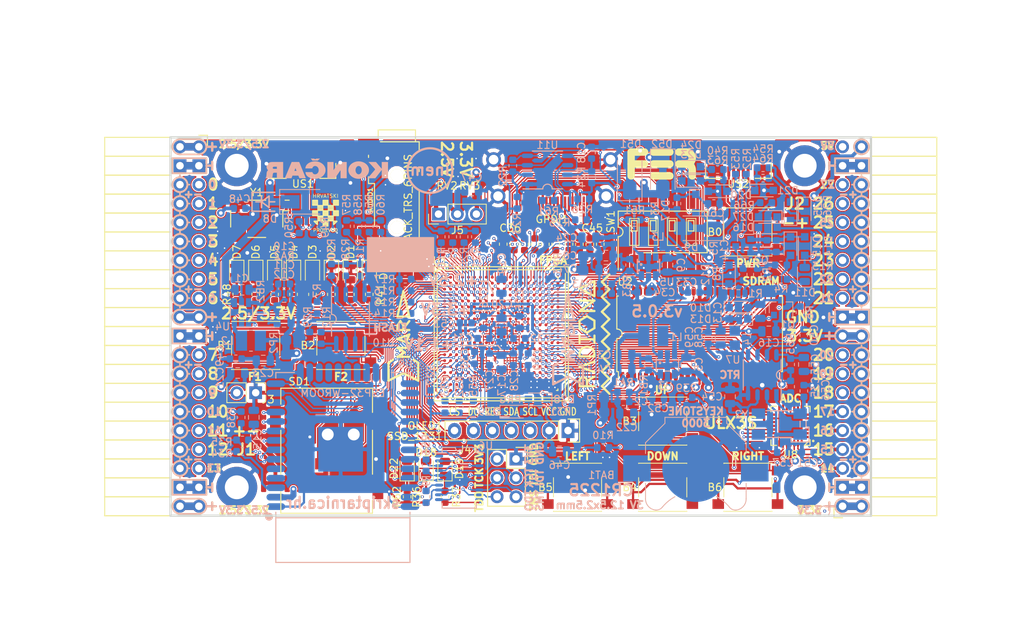
<source format=kicad_pcb>
(kicad_pcb (version 20171130) (host pcbnew 5.0.0+dfsg1-2)
  (title_block (rev v3.0.4))
  (layers (0 F.Cu signal) (1 In1.Cu signal) (2 In2.Cu signal) (31 B.Cu signal) (34 B.Paste user) (35 F.Paste user) (36 B.SilkS user) (37 F.SilkS user) (38 B.Mask user) (39 F.Mask user) (44 Edge.Cuts user))
  (net 0 "")
  (net 1 GND)
  (net 2 +5V)
  (net 3 /gpio/IN5V)
  (net 4 /gpio/OUT5V)
  (net 5 +3V3)
  (net 6 BTN_D)
  (net 7 BTN_F1)
  (net 8 BTN_F2)
  (net 9 BTN_L)
  (net 10 BTN_R)
  (net 11 BTN_U)
  (net 12 /power/FB1)
  (net 13 +2V5)
  (net 14 /power/PWREN)
  (net 15 /power/FB3)
  (net 16 /power/FB2)
  (net 17 /power/VBAT)
  (net 18 JTAG_TDI)
  (net 19 JTAG_TCK)
  (net 20 JTAG_TMS)
  (net 21 JTAG_TDO)
  (net 22 /power/WAKEUPn)
  (net 23 /power/WKUP)
  (net 24 /power/SHUT)
  (net 25 /power/WAKE)
  (net 26 /power/HOLD)
  (net 27 /power/WKn)
  (net 28 /power/OSCI_32k)
  (net 29 /power/OSCO_32k)
  (net 30 SHUTDOWN)
  (net 31 GPDI_SDA)
  (net 32 GPDI_SCL)
  (net 33 /gpdi/VREF2)
  (net 34 SD_CMD)
  (net 35 SD_CLK)
  (net 36 SD_D0)
  (net 37 SD_D1)
  (net 38 USB5V)
  (net 39 GPDI_CEC)
  (net 40 nRESET)
  (net 41 FTDI_nDTR)
  (net 42 SDRAM_CKE)
  (net 43 SDRAM_A7)
  (net 44 SDRAM_D15)
  (net 45 SDRAM_BA1)
  (net 46 SDRAM_D7)
  (net 47 SDRAM_A6)
  (net 48 SDRAM_CLK)
  (net 49 SDRAM_D13)
  (net 50 SDRAM_BA0)
  (net 51 SDRAM_D6)
  (net 52 SDRAM_A5)
  (net 53 SDRAM_D14)
  (net 54 SDRAM_A11)
  (net 55 SDRAM_D12)
  (net 56 SDRAM_D5)
  (net 57 SDRAM_A4)
  (net 58 SDRAM_A10)
  (net 59 SDRAM_D11)
  (net 60 SDRAM_A3)
  (net 61 SDRAM_D4)
  (net 62 SDRAM_D10)
  (net 63 SDRAM_D9)
  (net 64 SDRAM_A9)
  (net 65 SDRAM_D3)
  (net 66 SDRAM_D8)
  (net 67 SDRAM_A8)
  (net 68 SDRAM_A2)
  (net 69 SDRAM_A1)
  (net 70 SDRAM_A0)
  (net 71 SDRAM_D2)
  (net 72 SDRAM_D1)
  (net 73 SDRAM_D0)
  (net 74 SDRAM_DQM0)
  (net 75 SDRAM_nCS)
  (net 76 SDRAM_nRAS)
  (net 77 SDRAM_DQM1)
  (net 78 SDRAM_nCAS)
  (net 79 SDRAM_nWE)
  (net 80 /flash/FLASH_nWP)
  (net 81 /flash/FLASH_nHOLD)
  (net 82 /flash/FLASH_MOSI)
  (net 83 /flash/FLASH_MISO)
  (net 84 /flash/FLASH_SCK)
  (net 85 /flash/FLASH_nCS)
  (net 86 /flash/FPGA_PROGRAMN)
  (net 87 /flash/FPGA_DONE)
  (net 88 /flash/FPGA_INITN)
  (net 89 OLED_RES)
  (net 90 OLED_DC)
  (net 91 OLED_CS)
  (net 92 WIFI_EN)
  (net 93 FTDI_nRTS)
  (net 94 FTDI_TXD)
  (net 95 FTDI_RXD)
  (net 96 WIFI_RXD)
  (net 97 WIFI_GPIO0)
  (net 98 WIFI_TXD)
  (net 99 USB_FTDI_D+)
  (net 100 USB_FTDI_D-)
  (net 101 SD_D3)
  (net 102 AUDIO_L3)
  (net 103 AUDIO_L2)
  (net 104 AUDIO_L1)
  (net 105 AUDIO_L0)
  (net 106 AUDIO_R3)
  (net 107 AUDIO_R2)
  (net 108 AUDIO_R1)
  (net 109 AUDIO_R0)
  (net 110 OLED_CLK)
  (net 111 OLED_MOSI)
  (net 112 LED0)
  (net 113 LED1)
  (net 114 LED2)
  (net 115 LED3)
  (net 116 LED4)
  (net 117 LED5)
  (net 118 LED6)
  (net 119 LED7)
  (net 120 BTN_PWRn)
  (net 121 FTDI_nTXLED)
  (net 122 FTDI_nSLEEP)
  (net 123 /blinkey/LED_PWREN)
  (net 124 /blinkey/LED_TXLED)
  (net 125 /sdcard/SD3V3)
  (net 126 SD_D2)
  (net 127 CLK_25MHz)
  (net 128 /blinkey/BTNPUL)
  (net 129 /blinkey/BTNPUR)
  (net 130 USB_FPGA_D+)
  (net 131 /power/FTDI_nSUSPEND)
  (net 132 /blinkey/ALED0)
  (net 133 /blinkey/ALED1)
  (net 134 /blinkey/ALED2)
  (net 135 /blinkey/ALED3)
  (net 136 /blinkey/ALED4)
  (net 137 /blinkey/ALED5)
  (net 138 /blinkey/ALED6)
  (net 139 /blinkey/ALED7)
  (net 140 /usb/FTD-)
  (net 141 /usb/FTD+)
  (net 142 ADC_MISO)
  (net 143 ADC_MOSI)
  (net 144 ADC_CSn)
  (net 145 ADC_SCLK)
  (net 146 SW3)
  (net 147 SW2)
  (net 148 SW1)
  (net 149 USB_FPGA_D-)
  (net 150 /usb/FPD+)
  (net 151 /usb/FPD-)
  (net 152 WIFI_GPIO16)
  (net 153 /usb/ANT_433MHz)
  (net 154 PROG_DONE)
  (net 155 /power/P3V3)
  (net 156 /power/P2V5)
  (net 157 /power/L1)
  (net 158 /power/L3)
  (net 159 /power/L2)
  (net 160 FTDI_TXDEN)
  (net 161 SDRAM_A12)
  (net 162 /analog/AUDIO_V)
  (net 163 AUDIO_V3)
  (net 164 AUDIO_V2)
  (net 165 AUDIO_V1)
  (net 166 AUDIO_V0)
  (net 167 /blinkey/LED_WIFI)
  (net 168 /power/P1V1)
  (net 169 +1V1)
  (net 170 SW4)
  (net 171 /blinkey/SWPU)
  (net 172 /wifi/WIFIEN)
  (net 173 FT2V5)
  (net 174 GN0)
  (net 175 GP0)
  (net 176 GN1)
  (net 177 GP1)
  (net 178 GN2)
  (net 179 GP2)
  (net 180 GN3)
  (net 181 GP3)
  (net 182 GN4)
  (net 183 GP4)
  (net 184 GN5)
  (net 185 GP5)
  (net 186 GN6)
  (net 187 GP6)
  (net 188 GN14)
  (net 189 GP14)
  (net 190 GN15)
  (net 191 GP15)
  (net 192 GN16)
  (net 193 GP16)
  (net 194 GN17)
  (net 195 GP17)
  (net 196 GN18)
  (net 197 GP18)
  (net 198 GN19)
  (net 199 GP19)
  (net 200 GN20)
  (net 201 GP20)
  (net 202 GN21)
  (net 203 GP21)
  (net 204 GN22)
  (net 205 GP22)
  (net 206 GN23)
  (net 207 GP23)
  (net 208 GN24)
  (net 209 GP24)
  (net 210 GN25)
  (net 211 GP25)
  (net 212 GN26)
  (net 213 GP26)
  (net 214 GN27)
  (net 215 GP27)
  (net 216 GN7)
  (net 217 GP7)
  (net 218 GN8)
  (net 219 GP8)
  (net 220 GN9)
  (net 221 GP9)
  (net 222 GN10)
  (net 223 GP10)
  (net 224 GN11)
  (net 225 GP11)
  (net 226 GN12)
  (net 227 GP12)
  (net 228 GN13)
  (net 229 GP13)
  (net 230 WIFI_GPIO5)
  (net 231 WIFI_GPIO17)
  (net 232 USB_FPGA_PULL_D+)
  (net 233 USB_FPGA_PULL_D-)
  (net 234 "Net-(D23-Pad2)")
  (net 235 "Net-(D24-Pad1)")
  (net 236 "Net-(D25-Pad2)")
  (net 237 "Net-(D26-Pad1)")
  (net 238 /gpdi/GPDI_ETH+)
  (net 239 FPDI_ETH+)
  (net 240 /gpdi/GPDI_ETH-)
  (net 241 FPDI_ETH-)
  (net 242 /gpdi/GPDI_D2-)
  (net 243 FPDI_D2-)
  (net 244 /gpdi/GPDI_D1-)
  (net 245 FPDI_D1-)
  (net 246 /gpdi/GPDI_D0-)
  (net 247 FPDI_D0-)
  (net 248 /gpdi/GPDI_CLK-)
  (net 249 FPDI_CLK-)
  (net 250 /gpdi/GPDI_D2+)
  (net 251 FPDI_D2+)
  (net 252 /gpdi/GPDI_D1+)
  (net 253 FPDI_D1+)
  (net 254 /gpdi/GPDI_D0+)
  (net 255 FPDI_D0+)
  (net 256 /gpdi/GPDI_CLK+)
  (net 257 FPDI_CLK+)
  (net 258 FPDI_SDA)
  (net 259 FPDI_SCL)
  (net 260 /gpdi/FPDI_CEC)
  (net 261 2V5_3V3)
  (net 262 /usb/US2VBUS)
  (net 263 /power/SHD)
  (net 264 /power/RTCVDD)
  (net 265 "Net-(D27-Pad2)")
  (net 266 US2_ID)
  (net 267 /analog/AUDIO_L)
  (net 268 /analog/AUDIO_R)
  (net 269 /analog/ADC3V3)
  (net 270 PWRBTn)
  (net 271 USER_PROGRAMN)
  (net 272 "Net-(AUDIO1-Pad5)")
  (net 273 "Net-(AUDIO1-Pad6)")
  (net 274 "Net-(U1-PadW18)")
  (net 275 "Net-(U1-PadW17)")
  (net 276 "Net-(U1-PadW14)")
  (net 277 "Net-(U1-PadW13)")
  (net 278 "Net-(U1-PadW9)")
  (net 279 "Net-(U1-PadW8)")
  (net 280 "Net-(U1-PadW5)")
  (net 281 "Net-(U1-PadW4)")
  (net 282 "Net-(U1-PadT16)")
  (net 283 "Net-(U1-PadR3)")
  (net 284 SD_WP)
  (net 285 SD_CD)
  (net 286 "Net-(U1-PadM5)")
  (net 287 FTDI_nRXLED)
  (net 288 "Net-(U1-PadK17)")
  (net 289 "Net-(U1-PadK16)")
  (net 290 "Net-(U1-PadK5)")
  (net 291 "Net-(U1-PadJ5)")
  (net 292 "Net-(U1-PadJ4)")
  (net 293 "Net-(U1-PadE11)")
  (net 294 "Net-(U1-PadE10)")
  (net 295 "Net-(U1-PadE9)")
  (net 296 "Net-(U1-PadE6)")
  (net 297 "Net-(U1-PadD12)")
  (net 298 "Net-(U1-PadD11)")
  (net 299 "Net-(U1-PadD10)")
  (net 300 "Net-(U1-PadD9)")
  (net 301 "Net-(U1-PadC9)")
  (net 302 "Net-(U1-PadA15)")
  (net 303 "Net-(U8-Pad25)")
  (net 304 "Net-(U8-Pad12)")
  (net 305 "Net-(U9-Pad32)")
  (net 306 "Net-(U9-Pad22)")
  (net 307 "Net-(U9-Pad21)")
  (net 308 "Net-(U9-Pad20)")
  (net 309 "Net-(U9-Pad19)")
  (net 310 "Net-(U9-Pad18)")
  (net 311 "Net-(U9-Pad17)")
  (net 312 "Net-(U9-Pad12)")
  (net 313 "Net-(U9-Pad5)")
  (net 314 "Net-(U9-Pad4)")
  (net 315 "Net-(US1-Pad4)")
  (net 316 "Net-(Y2-Pad3)")
  (net 317 "Net-(Y2-Pad2)")
  (module conn-fci:CONN-10029449-111RLF (layer F.Cu) (at 145.296 69.312 180)
    (fp_text reference GPDI1 (at 0 -3.1115 180) (layer F.SilkS))
    (fp_text value GPDI-D hide)
    (pad 19 smd rect (at -4.25 -1 180) (size 0.3 1.9) (layers F.Cu F.Paste F.Mask) (net 240 /gpdi/GPDI_ETH-))
    (pad 18 smd rect (at -3.75 -1 180) (size 0.3 1.9) (layers F.Cu F.Paste F.Mask) (net 2 +5V))
    (pad 17 smd rect (at -3.25 -1 180) (size 0.3 1.9) (layers F.Cu F.Paste F.Mask) (net 1 GND))
    (pad 16 smd rect (at -2.75 -1 180) (size 0.3 1.9) (layers F.Cu F.Paste F.Mask) (net 31 GPDI_SDA))
    (pad 15 smd rect (at -2.25 -1 180) (size 0.3 1.9) (layers F.Cu F.Paste F.Mask) (net 32 GPDI_SCL))
    (pad 14 smd rect (at -1.75 -1 180) (size 0.3 1.9) (layers F.Cu F.Paste F.Mask) (net 238 /gpdi/GPDI_ETH+))
    (pad 13 smd rect (at -1.25 -1 180) (size 0.3 1.9) (layers F.Cu F.Paste F.Mask) (net 39 GPDI_CEC))
    (pad 12 smd rect (at -0.75 -1 180) (size 0.3 1.9) (layers F.Cu F.Paste F.Mask) (net 248 /gpdi/GPDI_CLK-))
    (pad 11 smd rect (at -0.25 -1 180) (size 0.3 1.9) (layers F.Cu F.Paste F.Mask) (net 1 GND))
    (pad 10 smd rect (at 0.25 -1 180) (size 0.3 1.9) (layers F.Cu F.Paste F.Mask) (net 256 /gpdi/GPDI_CLK+))
    (pad 9 smd rect (at 0.75 -1 180) (size 0.3 1.9) (layers F.Cu F.Paste F.Mask) (net 246 /gpdi/GPDI_D0-))
    (pad 8 smd rect (at 1.25 -1 180) (size 0.3 1.9) (layers F.Cu F.Paste F.Mask) (net 1 GND))
    (pad 7 smd rect (at 1.75 -1 180) (size 0.3 1.9) (layers F.Cu F.Paste F.Mask) (net 254 /gpdi/GPDI_D0+))
    (pad 6 smd rect (at 2.25 -1 180) (size 0.3 1.9) (layers F.Cu F.Paste F.Mask) (net 244 /gpdi/GPDI_D1-))
    (pad 5 smd rect (at 2.75 -1 180) (size 0.3 1.9) (layers F.Cu F.Paste F.Mask) (net 1 GND))
    (pad 4 smd rect (at 3.25 -1 180) (size 0.3 1.9) (layers F.Cu F.Paste F.Mask) (net 252 /gpdi/GPDI_D1+))
    (pad 3 smd rect (at 3.75 -1 180) (size 0.3 1.9) (layers F.Cu F.Paste F.Mask) (net 242 /gpdi/GPDI_D2-))
    (pad 2 smd rect (at 4.25 -1 180) (size 0.3 1.9) (layers F.Cu F.Paste F.Mask) (net 1 GND))
    (pad 1 smd rect (at 4.75 -1 180) (size 0.3 1.9) (layers F.Cu F.Paste F.Mask) (net 250 /gpdi/GPDI_D2+))
    (pad 0 thru_hole circle (at -7.25 0 180) (size 2 2) (drill 1.3) (layers *.Cu *.Mask) (net 1 GND))
    (pad 0 thru_hole circle (at 7.25 0 180) (size 2 2) (drill 1.3) (layers *.Cu *.Mask) (net 1 GND))
    (pad 0 thru_hole circle (at -7.85 4.9 180) (size 2 2) (drill 1.3) (layers *.Cu *.Mask) (net 1 GND))
    (pad 0 thru_hole circle (at 7.85 4.9 180) (size 2 2) (drill 1.3) (layers *.Cu *.Mask) (net 1 GND))
  )
  (module TSOP54:TSOP54 (layer F.Cu) (at 165.093 87.8 90)
    (fp_text reference U2 (at 6.98 -9.993 180) (layer F.SilkS))
    (fp_text value MT48LC16M16A2TG hide)
    (pad 28 smd oval (at 5.73 10.4 90) (size 1.2 0.56) (layers F.Cu F.Paste F.Mask) (net 1 GND))
    (pad 1 smd rect (at -5.73 -10.4 90) (size 1.2 0.56) (layers F.Cu F.Paste F.Mask) (net 5 +3V3))
    (pad 2 smd oval (at -5.73 -9.6 90) (size 1.2 0.56) (layers F.Cu F.Paste F.Mask) (net 73 SDRAM_D0))
    (pad 3 smd oval (at -5.73 -8.8 90) (size 1.2 0.56) (layers F.Cu F.Paste F.Mask) (net 5 +3V3))
    (pad 4 smd oval (at -5.73 -8 90) (size 1.2 0.56) (layers F.Cu F.Paste F.Mask) (net 72 SDRAM_D1))
    (pad 5 smd oval (at -5.73 -7.2 90) (size 1.2 0.56) (layers F.Cu F.Paste F.Mask) (net 71 SDRAM_D2))
    (pad 6 smd oval (at -5.73 -6.4 90) (size 1.2 0.56) (layers F.Cu F.Paste F.Mask) (net 1 GND))
    (pad 7 smd oval (at -5.73 -5.6 90) (size 1.2 0.56) (layers F.Cu F.Paste F.Mask) (net 65 SDRAM_D3))
    (pad 8 smd oval (at -5.73 -4.8 90) (size 1.2 0.56) (layers F.Cu F.Paste F.Mask) (net 61 SDRAM_D4))
    (pad 9 smd oval (at -5.73 -4 90) (size 1.2 0.56) (layers F.Cu F.Paste F.Mask) (net 5 +3V3))
    (pad 10 smd oval (at -5.73 -3.2 90) (size 1.2 0.56) (layers F.Cu F.Paste F.Mask) (net 56 SDRAM_D5))
    (pad 11 smd oval (at -5.73 -2.4 90) (size 1.2 0.56) (layers F.Cu F.Paste F.Mask) (net 51 SDRAM_D6))
    (pad 12 smd oval (at -5.73 -1.6 90) (size 1.2 0.56) (layers F.Cu F.Paste F.Mask) (net 1 GND))
    (pad 13 smd oval (at -5.73 -0.8 90) (size 1.2 0.56) (layers F.Cu F.Paste F.Mask) (net 46 SDRAM_D7))
    (pad 14 smd oval (at -5.73 0 90) (size 1.2 0.56) (layers F.Cu F.Paste F.Mask) (net 5 +3V3))
    (pad 15 smd oval (at -5.73 0.8 90) (size 1.2 0.56) (layers F.Cu F.Paste F.Mask) (net 74 SDRAM_DQM0))
    (pad 16 smd oval (at -5.73 1.6 90) (size 1.2 0.56) (layers F.Cu F.Paste F.Mask) (net 79 SDRAM_nWE))
    (pad 17 smd oval (at -5.73 2.4 90) (size 1.2 0.56) (layers F.Cu F.Paste F.Mask) (net 78 SDRAM_nCAS))
    (pad 18 smd oval (at -5.73 3.2 90) (size 1.2 0.56) (layers F.Cu F.Paste F.Mask) (net 76 SDRAM_nRAS))
    (pad 19 smd oval (at -5.73 4 90) (size 1.2 0.56) (layers F.Cu F.Paste F.Mask) (net 75 SDRAM_nCS))
    (pad 20 smd oval (at -5.73 4.8 90) (size 1.2 0.56) (layers F.Cu F.Paste F.Mask) (net 50 SDRAM_BA0))
    (pad 21 smd oval (at -5.73 5.6 90) (size 1.2 0.56) (layers F.Cu F.Paste F.Mask) (net 45 SDRAM_BA1))
    (pad 22 smd oval (at -5.73 6.4 90) (size 1.2 0.56) (layers F.Cu F.Paste F.Mask) (net 58 SDRAM_A10))
    (pad 23 smd oval (at -5.73 7.2 90) (size 1.2 0.56) (layers F.Cu F.Paste F.Mask) (net 70 SDRAM_A0))
    (pad 24 smd oval (at -5.73 8 90) (size 1.2 0.56) (layers F.Cu F.Paste F.Mask) (net 69 SDRAM_A1))
    (pad 25 smd oval (at -5.73 8.8 90) (size 1.2 0.56) (layers F.Cu F.Paste F.Mask) (net 68 SDRAM_A2))
    (pad 26 smd oval (at -5.73 9.6 90) (size 1.2 0.56) (layers F.Cu F.Paste F.Mask) (net 60 SDRAM_A3))
    (pad 27 smd oval (at -5.73 10.4 90) (size 1.2 0.56) (layers F.Cu F.Paste F.Mask) (net 5 +3V3))
    (pad 29 smd oval (at 5.73 9.6 90) (size 1.2 0.56) (layers F.Cu F.Paste F.Mask) (net 57 SDRAM_A4))
    (pad 30 smd oval (at 5.73 8.8 90) (size 1.2 0.56) (layers F.Cu F.Paste F.Mask) (net 52 SDRAM_A5))
    (pad 31 smd oval (at 5.73 8 90) (size 1.2 0.56) (layers F.Cu F.Paste F.Mask) (net 47 SDRAM_A6))
    (pad 32 smd oval (at 5.73 7.2 90) (size 1.2 0.56) (layers F.Cu F.Paste F.Mask) (net 43 SDRAM_A7))
    (pad 33 smd oval (at 5.73 6.4 90) (size 1.2 0.56) (layers F.Cu F.Paste F.Mask) (net 67 SDRAM_A8))
    (pad 34 smd oval (at 5.73 5.6 90) (size 1.2 0.56) (layers F.Cu F.Paste F.Mask) (net 64 SDRAM_A9))
    (pad 35 smd oval (at 5.73 4.8 90) (size 1.2 0.56) (layers F.Cu F.Paste F.Mask) (net 54 SDRAM_A11))
    (pad 36 smd oval (at 5.73 4 90) (size 1.2 0.56) (layers F.Cu F.Paste F.Mask) (net 161 SDRAM_A12))
    (pad 37 smd oval (at 5.73 3.2 90) (size 1.2 0.56) (layers F.Cu F.Paste F.Mask) (net 42 SDRAM_CKE))
    (pad 38 smd oval (at 5.73 2.4 90) (size 1.2 0.56) (layers F.Cu F.Paste F.Mask) (net 48 SDRAM_CLK))
    (pad 39 smd oval (at 5.73 1.6 90) (size 1.2 0.56) (layers F.Cu F.Paste F.Mask) (net 77 SDRAM_DQM1))
    (pad 40 smd oval (at 5.73 0.8 90) (size 1.2 0.56) (layers F.Cu F.Paste F.Mask))
    (pad 41 smd oval (at 5.73 0 90) (size 1.2 0.56) (layers F.Cu F.Paste F.Mask) (net 1 GND))
    (pad 42 smd oval (at 5.73 -0.8 90) (size 1.2 0.56) (layers F.Cu F.Paste F.Mask) (net 66 SDRAM_D8))
    (pad 43 smd oval (at 5.73 -1.6 90) (size 1.2 0.56) (layers F.Cu F.Paste F.Mask) (net 5 +3V3))
    (pad 44 smd oval (at 5.73 -2.4 90) (size 1.2 0.56) (layers F.Cu F.Paste F.Mask) (net 63 SDRAM_D9))
    (pad 45 smd oval (at 5.73 -3.2 90) (size 1.2 0.56) (layers F.Cu F.Paste F.Mask) (net 62 SDRAM_D10))
    (pad 46 smd oval (at 5.73 -4 90) (size 1.2 0.56) (layers F.Cu F.Paste F.Mask) (net 1 GND))
    (pad 47 smd oval (at 5.73 -4.8 90) (size 1.2 0.56) (layers F.Cu F.Paste F.Mask) (net 59 SDRAM_D11))
    (pad 48 smd oval (at 5.73 -5.6 90) (size 1.2 0.56) (layers F.Cu F.Paste F.Mask) (net 55 SDRAM_D12))
    (pad 49 smd oval (at 5.73 -6.4 90) (size 1.2 0.56) (layers F.Cu F.Paste F.Mask) (net 5 +3V3))
    (pad 50 smd oval (at 5.73 -7.2 90) (size 1.2 0.56) (layers F.Cu F.Paste F.Mask) (net 49 SDRAM_D13))
    (pad 51 smd oval (at 5.73 -8 90) (size 1.2 0.56) (layers F.Cu F.Paste F.Mask) (net 53 SDRAM_D14))
    (pad 52 smd oval (at 5.73 -8.8 90) (size 1.2 0.56) (layers F.Cu F.Paste F.Mask) (net 1 GND))
    (pad 53 smd oval (at 5.73 -9.6 90) (size 1.2 0.56) (layers F.Cu F.Paste F.Mask) (net 44 SDRAM_D15))
    (pad 54 smd oval (at 5.73 -10.4 90) (size 1.2 0.56) (layers F.Cu F.Paste F.Mask) (net 1 GND))
  )
  (module jumper:R_0805_2012Metric_Pad1.29x1.40mm_HandSolder_Jumper_NC (layer B.Cu) (at 109.609 89.632 270)
    (fp_text reference RP2 (at -0.635 1.651 270) (layer B.SilkS) (effects (justify mirror)))
    (fp_text value 0 hide)
    (fp_line (start -1 0) (end 1 0) (layer B.Cu) (width 1))
    (pad 2 smd roundrect (at 0.9675 0 270) (size 1.295 1.4) (layers B.Cu B.Mask) (net 13 +2V5))
    (pad 1 smd roundrect (at -0.9675 0 270) (size 1.295 1.4) (layers B.Cu B.Mask) (net 156 /power/P2V5))
  )
  (module jumper:R_0805_2012Metric_Pad1.29x1.40mm_HandSolder_Jumper_NC (layer B.Cu) (at 149.472 78.311 270)
    (fp_text reference RP3 (at 0 3.414 270) (layer B.SilkS) (effects (justify mirror)))
    (fp_text value 0 hide)
    (fp_line (start -1 0) (end 1 0) (layer B.Cu) (width 1))
    (pad 2 smd roundrect (at 0.9675 0 270) (size 1.295 1.4) (layers B.Cu B.Mask) (net 5 +3V3))
    (pad 1 smd roundrect (at -0.9675 0 270) (size 1.295 1.4) (layers B.Cu B.Mask) (net 155 /power/P3V3))
  )
  (module jumper:R_0805_2012Metric_Pad1.29x1.40mm_HandSolder_Jumper_NC (layer B.Cu) (at 152.281 97.361 270)
    (fp_text reference RP1 (at 0 1.65 270) (layer B.SilkS) (effects (justify mirror)))
    (fp_text value 0 hide)
    (fp_line (start -1 0) (end 1 0) (layer B.Cu) (width 1))
    (pad 2 smd roundrect (at 0.9675 0 270) (size 1.295 1.4) (layers B.Cu B.Mask) (net 169 +1V1))
    (pad 1 smd roundrect (at -0.9675 0 270) (size 1.295 1.4) (layers B.Cu B.Mask) (net 168 /power/P1V1))
  )
  (module jumper:D_SMA_Jumper_NC (layer B.Cu) (at 160.155 66.391 270)
    (fp_text reference D52 (at -4.064 0.127) (layer B.SilkS) (effects (justify mirror)))
    (fp_text value 0 hide)
    (fp_line (start -2 0) (end 2 0) (layer B.Cu) (width 1))
    (pad 2 smd roundrect (at 2 0 270) (size 2.5 1.8) (layers B.Cu B.Mask) (net 2 +5V))
    (pad 1 smd roundrect (at -2 0 270) (size 2.5 1.8) (layers B.Cu B.Mask) (net 4 /gpio/OUT5V))
  )
  (module jumper:D_SMA_Jumper_NC (layer B.Cu) (at 155.71 66.518 90)
    (fp_text reference D51 (at 4.191 0.127 180) (layer B.SilkS) (effects (justify mirror)))
    (fp_text value 0 hide)
    (fp_line (start -2 0) (end 2 0) (layer B.Cu) (width 1))
    (pad 2 smd roundrect (at 2 0 90) (size 2.5 1.8) (layers B.Cu B.Mask) (net 3 /gpio/IN5V))
    (pad 1 smd roundrect (at -2 0 90) (size 2.5 1.8) (layers B.Cu B.Mask) (net 2 +5V))
  )
  (module jumper:D_SMA_Jumper_NC (layer B.Cu) (at 164.854 73.63 180)
    (fp_text reference D9 (at 0.889 -2.54 180) (layer B.SilkS) (effects (justify mirror)))
    (fp_text value 0 hide)
    (fp_line (start -2 0) (end 2 0) (layer B.Cu) (width 1))
    (pad 2 smd roundrect (at 2 0 180) (size 2.5 1.8) (layers B.Cu B.Mask) (net 2 +5V))
    (pad 1 smd roundrect (at -2 0 180) (size 2.5 1.8) (layers B.Cu B.Mask) (net 262 /usb/US2VBUS))
  )
  (module lfe5bg381:BGA-381_pitch0.8mm_dia0.4mm (layer F.Cu) (at 138.48 87.8)
    (fp_text reference U1 (at -8.2 -9.8) (layer F.SilkS))
    (fp_text value LFE5U-85F-6BG381C hide)
    (pad Y19 smd circle (at 6.8 7.6) (size 0.4 0.4) (layers F.Cu F.Paste F.Mask) (net 1 GND))
    (pad Y17 smd circle (at 5.2 7.6) (size 0.4 0.4) (layers F.Cu F.Paste F.Mask) (net 1 GND))
    (pad Y16 smd circle (at 4.4 7.6) (size 0.4 0.4) (layers F.Cu F.Paste F.Mask) (net 1 GND))
    (pad Y15 smd circle (at 3.6 7.6) (size 0.4 0.4) (layers F.Cu F.Paste F.Mask) (net 1 GND))
    (pad Y14 smd circle (at 2.8 7.6) (size 0.4 0.4) (layers F.Cu F.Paste F.Mask) (net 1 GND))
    (pad Y12 smd circle (at 1.2 7.6) (size 0.4 0.4) (layers F.Cu F.Paste F.Mask) (net 1 GND))
    (pad Y11 smd circle (at 0.4 7.6) (size 0.4 0.4) (layers F.Cu F.Paste F.Mask) (net 1 GND))
    (pad Y8 smd circle (at -2 7.6) (size 0.4 0.4) (layers F.Cu F.Paste F.Mask) (net 1 GND))
    (pad Y7 smd circle (at -2.8 7.6) (size 0.4 0.4) (layers F.Cu F.Paste F.Mask) (net 1 GND))
    (pad Y6 smd circle (at -3.6 7.6) (size 0.4 0.4) (layers F.Cu F.Paste F.Mask) (net 1 GND))
    (pad Y5 smd circle (at -4.4 7.6) (size 0.4 0.4) (layers F.Cu F.Paste F.Mask) (net 1 GND))
    (pad Y3 smd circle (at -6 7.6) (size 0.4 0.4) (layers F.Cu F.Paste F.Mask) (net 87 /flash/FPGA_DONE))
    (pad Y2 smd circle (at -6.8 7.6) (size 0.4 0.4) (layers F.Cu F.Paste F.Mask) (net 80 /flash/FLASH_nWP))
    (pad W20 smd circle (at 7.6 6.8) (size 0.4 0.4) (layers F.Cu F.Paste F.Mask) (net 1 GND))
    (pad W19 smd circle (at 6.8 6.8) (size 0.4 0.4) (layers F.Cu F.Paste F.Mask) (net 1 GND))
    (pad W18 smd circle (at 6 6.8) (size 0.4 0.4) (layers F.Cu F.Paste F.Mask) (net 274 "Net-(U1-PadW18)"))
    (pad W17 smd circle (at 5.2 6.8) (size 0.4 0.4) (layers F.Cu F.Paste F.Mask) (net 275 "Net-(U1-PadW17)"))
    (pad W16 smd circle (at 4.4 6.8) (size 0.4 0.4) (layers F.Cu F.Paste F.Mask) (net 1 GND))
    (pad W15 smd circle (at 3.6 6.8) (size 0.4 0.4) (layers F.Cu F.Paste F.Mask) (net 1 GND))
    (pad W14 smd circle (at 2.8 6.8) (size 0.4 0.4) (layers F.Cu F.Paste F.Mask) (net 276 "Net-(U1-PadW14)"))
    (pad W13 smd circle (at 2 6.8) (size 0.4 0.4) (layers F.Cu F.Paste F.Mask) (net 277 "Net-(U1-PadW13)"))
    (pad W12 smd circle (at 1.2 6.8) (size 0.4 0.4) (layers F.Cu F.Paste F.Mask) (net 1 GND))
    (pad W11 smd circle (at 0.4 6.8) (size 0.4 0.4) (layers F.Cu F.Paste F.Mask))
    (pad W10 smd circle (at -0.4 6.8) (size 0.4 0.4) (layers F.Cu F.Paste F.Mask))
    (pad W9 smd circle (at -1.2 6.8) (size 0.4 0.4) (layers F.Cu F.Paste F.Mask) (net 278 "Net-(U1-PadW9)"))
    (pad W8 smd circle (at -2 6.8) (size 0.4 0.4) (layers F.Cu F.Paste F.Mask) (net 279 "Net-(U1-PadW8)"))
    (pad W7 smd circle (at -2.8 6.8) (size 0.4 0.4) (layers F.Cu F.Paste F.Mask) (net 1 GND))
    (pad W6 smd circle (at -3.6 6.8) (size 0.4 0.4) (layers F.Cu F.Paste F.Mask) (net 1 GND))
    (pad W5 smd circle (at -4.4 6.8) (size 0.4 0.4) (layers F.Cu F.Paste F.Mask) (net 280 "Net-(U1-PadW5)"))
    (pad W4 smd circle (at -5.2 6.8) (size 0.4 0.4) (layers F.Cu F.Paste F.Mask) (net 281 "Net-(U1-PadW4)"))
    (pad W3 smd circle (at -6 6.8) (size 0.4 0.4) (layers F.Cu F.Paste F.Mask) (net 86 /flash/FPGA_PROGRAMN))
    (pad W2 smd circle (at -6.8 6.8) (size 0.4 0.4) (layers F.Cu F.Paste F.Mask) (net 82 /flash/FLASH_MOSI))
    (pad W1 smd circle (at -7.6 6.8) (size 0.4 0.4) (layers F.Cu F.Paste F.Mask) (net 81 /flash/FLASH_nHOLD))
    (pad V20 smd circle (at 7.6 6) (size 0.4 0.4) (layers F.Cu F.Paste F.Mask) (net 1 GND))
    (pad V19 smd circle (at 6.8 6) (size 0.4 0.4) (layers F.Cu F.Paste F.Mask) (net 1 GND))
    (pad V18 smd circle (at 6 6) (size 0.4 0.4) (layers F.Cu F.Paste F.Mask) (net 1 GND))
    (pad V17 smd circle (at 5.2 6) (size 0.4 0.4) (layers F.Cu F.Paste F.Mask) (net 1 GND))
    (pad V16 smd circle (at 4.4 6) (size 0.4 0.4) (layers F.Cu F.Paste F.Mask) (net 1 GND))
    (pad V15 smd circle (at 3.6 6) (size 0.4 0.4) (layers F.Cu F.Paste F.Mask) (net 1 GND))
    (pad V14 smd circle (at 2.8 6) (size 0.4 0.4) (layers F.Cu F.Paste F.Mask) (net 1 GND))
    (pad V13 smd circle (at 2 6) (size 0.4 0.4) (layers F.Cu F.Paste F.Mask) (net 1 GND))
    (pad V12 smd circle (at 1.2 6) (size 0.4 0.4) (layers F.Cu F.Paste F.Mask) (net 1 GND))
    (pad V11 smd circle (at 0.4 6) (size 0.4 0.4) (layers F.Cu F.Paste F.Mask) (net 1 GND))
    (pad V10 smd circle (at -0.4 6) (size 0.4 0.4) (layers F.Cu F.Paste F.Mask) (net 1 GND))
    (pad V9 smd circle (at -1.2 6) (size 0.4 0.4) (layers F.Cu F.Paste F.Mask) (net 1 GND))
    (pad V8 smd circle (at -2 6) (size 0.4 0.4) (layers F.Cu F.Paste F.Mask) (net 1 GND))
    (pad V7 smd circle (at -2.8 6) (size 0.4 0.4) (layers F.Cu F.Paste F.Mask) (net 1 GND))
    (pad V6 smd circle (at -3.6 6) (size 0.4 0.4) (layers F.Cu F.Paste F.Mask) (net 1 GND))
    (pad V5 smd circle (at -4.4 6) (size 0.4 0.4) (layers F.Cu F.Paste F.Mask) (net 1 GND))
    (pad V4 smd circle (at -5.2 6) (size 0.4 0.4) (layers F.Cu F.Paste F.Mask) (net 21 JTAG_TDO))
    (pad V3 smd circle (at -6 6) (size 0.4 0.4) (layers F.Cu F.Paste F.Mask) (net 88 /flash/FPGA_INITN))
    (pad V2 smd circle (at -6.8 6) (size 0.4 0.4) (layers F.Cu F.Paste F.Mask) (net 83 /flash/FLASH_MISO))
    (pad V1 smd circle (at -7.6 6) (size 0.4 0.4) (layers F.Cu F.Paste F.Mask) (net 6 BTN_D))
    (pad U20 smd circle (at 7.6 5.2) (size 0.4 0.4) (layers F.Cu F.Paste F.Mask) (net 46 SDRAM_D7))
    (pad U19 smd circle (at 6.8 5.2) (size 0.4 0.4) (layers F.Cu F.Paste F.Mask) (net 74 SDRAM_DQM0))
    (pad U18 smd circle (at 6 5.2) (size 0.4 0.4) (layers F.Cu F.Paste F.Mask) (net 189 GP14))
    (pad U17 smd circle (at 5.2 5.2) (size 0.4 0.4) (layers F.Cu F.Paste F.Mask) (net 188 GN14))
    (pad U16 smd circle (at 4.4 5.2) (size 0.4 0.4) (layers F.Cu F.Paste F.Mask) (net 142 ADC_MISO))
    (pad U15 smd circle (at 3.6 5.2) (size 0.4 0.4) (layers F.Cu F.Paste F.Mask) (net 1 GND))
    (pad U14 smd circle (at 2.8 5.2) (size 0.4 0.4) (layers F.Cu F.Paste F.Mask) (net 1 GND))
    (pad U13 smd circle (at 2 5.2) (size 0.4 0.4) (layers F.Cu F.Paste F.Mask) (net 1 GND))
    (pad U12 smd circle (at 1.2 5.2) (size 0.4 0.4) (layers F.Cu F.Paste F.Mask) (net 1 GND))
    (pad U11 smd circle (at 0.4 5.2) (size 0.4 0.4) (layers F.Cu F.Paste F.Mask) (net 1 GND))
    (pad U10 smd circle (at -0.4 5.2) (size 0.4 0.4) (layers F.Cu F.Paste F.Mask) (net 1 GND))
    (pad U9 smd circle (at -1.2 5.2) (size 0.4 0.4) (layers F.Cu F.Paste F.Mask) (net 1 GND))
    (pad U8 smd circle (at -2 5.2) (size 0.4 0.4) (layers F.Cu F.Paste F.Mask) (net 1 GND))
    (pad U7 smd circle (at -2.8 5.2) (size 0.4 0.4) (layers F.Cu F.Paste F.Mask) (net 1 GND))
    (pad U6 smd circle (at -3.6 5.2) (size 0.4 0.4) (layers F.Cu F.Paste F.Mask) (net 1 GND))
    (pad U5 smd circle (at -4.4 5.2) (size 0.4 0.4) (layers F.Cu F.Paste F.Mask) (net 20 JTAG_TMS))
    (pad U4 smd circle (at -5.2 5.2) (size 0.4 0.4) (layers F.Cu F.Paste F.Mask) (net 1 GND))
    (pad U3 smd circle (at -6 5.2) (size 0.4 0.4) (layers F.Cu F.Paste F.Mask) (net 84 /flash/FLASH_SCK))
    (pad U2 smd circle (at -6.8 5.2) (size 0.4 0.4) (layers F.Cu F.Paste F.Mask) (net 5 +3V3))
    (pad U1 smd circle (at -7.6 5.2) (size 0.4 0.4) (layers F.Cu F.Paste F.Mask) (net 9 BTN_L))
    (pad T20 smd circle (at 7.6 4.4) (size 0.4 0.4) (layers F.Cu F.Paste F.Mask) (net 79 SDRAM_nWE))
    (pad T19 smd circle (at 6.8 4.4) (size 0.4 0.4) (layers F.Cu F.Paste F.Mask) (net 78 SDRAM_nCAS))
    (pad T18 smd circle (at 6 4.4) (size 0.4 0.4) (layers F.Cu F.Paste F.Mask) (net 56 SDRAM_D5))
    (pad T17 smd circle (at 5.2 4.4) (size 0.4 0.4) (layers F.Cu F.Paste F.Mask) (net 51 SDRAM_D6))
    (pad T16 smd circle (at 4.4 4.4) (size 0.4 0.4) (layers F.Cu F.Paste F.Mask) (net 282 "Net-(U1-PadT16)"))
    (pad T15 smd circle (at 3.6 4.4) (size 0.4 0.4) (layers F.Cu F.Paste F.Mask) (net 1 GND))
    (pad T14 smd circle (at 2.8 4.4) (size 0.4 0.4) (layers F.Cu F.Paste F.Mask) (net 1 GND))
    (pad T13 smd circle (at 2 4.4) (size 0.4 0.4) (layers F.Cu F.Paste F.Mask) (net 1 GND))
    (pad T12 smd circle (at 1.2 4.4) (size 0.4 0.4) (layers F.Cu F.Paste F.Mask) (net 1 GND))
    (pad T11 smd circle (at 0.4 4.4) (size 0.4 0.4) (layers F.Cu F.Paste F.Mask) (net 1 GND))
    (pad T10 smd circle (at -0.4 4.4) (size 0.4 0.4) (layers F.Cu F.Paste F.Mask) (net 1 GND))
    (pad T9 smd circle (at -1.2 4.4) (size 0.4 0.4) (layers F.Cu F.Paste F.Mask) (net 1 GND))
    (pad T8 smd circle (at -2 4.4) (size 0.4 0.4) (layers F.Cu F.Paste F.Mask) (net 1 GND))
    (pad T7 smd circle (at -2.8 4.4) (size 0.4 0.4) (layers F.Cu F.Paste F.Mask) (net 1 GND))
    (pad T6 smd circle (at -3.6 4.4) (size 0.4 0.4) (layers F.Cu F.Paste F.Mask) (net 1 GND))
    (pad T5 smd circle (at -4.4 4.4) (size 0.4 0.4) (layers F.Cu F.Paste F.Mask) (net 19 JTAG_TCK))
    (pad T4 smd circle (at -5.2 4.4) (size 0.4 0.4) (layers F.Cu F.Paste F.Mask) (net 5 +3V3))
    (pad T3 smd circle (at -6 4.4) (size 0.4 0.4) (layers F.Cu F.Paste F.Mask) (net 5 +3V3))
    (pad T2 smd circle (at -6.8 4.4) (size 0.4 0.4) (layers F.Cu F.Paste F.Mask) (net 5 +3V3))
    (pad T1 smd circle (at -7.6 4.4) (size 0.4 0.4) (layers F.Cu F.Paste F.Mask) (net 8 BTN_F2))
    (pad R20 smd circle (at 7.6 3.6) (size 0.4 0.4) (layers F.Cu F.Paste F.Mask) (net 76 SDRAM_nRAS))
    (pad R19 smd circle (at 6.8 3.6) (size 0.4 0.4) (layers F.Cu F.Paste F.Mask) (net 1 GND))
    (pad R18 smd circle (at 6 3.6) (size 0.4 0.4) (layers F.Cu F.Paste F.Mask) (net 11 BTN_U))
    (pad R17 smd circle (at 5.2 3.6) (size 0.4 0.4) (layers F.Cu F.Paste F.Mask) (net 144 ADC_CSn))
    (pad R16 smd circle (at 4.4 3.6) (size 0.4 0.4) (layers F.Cu F.Paste F.Mask) (net 143 ADC_MOSI))
    (pad R5 smd circle (at -4.4 3.6) (size 0.4 0.4) (layers F.Cu F.Paste F.Mask) (net 18 JTAG_TDI))
    (pad R4 smd circle (at -5.2 3.6) (size 0.4 0.4) (layers F.Cu F.Paste F.Mask) (net 1 GND))
    (pad R3 smd circle (at -6 3.6) (size 0.4 0.4) (layers F.Cu F.Paste F.Mask) (net 283 "Net-(U1-PadR3)"))
    (pad R2 smd circle (at -6.8 3.6) (size 0.4 0.4) (layers F.Cu F.Paste F.Mask) (net 85 /flash/FLASH_nCS))
    (pad R1 smd circle (at -7.6 3.6) (size 0.4 0.4) (layers F.Cu F.Paste F.Mask) (net 7 BTN_F1))
    (pad P20 smd circle (at 7.6 2.8) (size 0.4 0.4) (layers F.Cu F.Paste F.Mask) (net 75 SDRAM_nCS))
    (pad P19 smd circle (at 6.8 2.8) (size 0.4 0.4) (layers F.Cu F.Paste F.Mask) (net 50 SDRAM_BA0))
    (pad P18 smd circle (at 6 2.8) (size 0.4 0.4) (layers F.Cu F.Paste F.Mask) (net 61 SDRAM_D4))
    (pad P17 smd circle (at 5.2 2.8) (size 0.4 0.4) (layers F.Cu F.Paste F.Mask) (net 145 ADC_SCLK))
    (pad P16 smd circle (at 4.4 2.8) (size 0.4 0.4) (layers F.Cu F.Paste F.Mask) (net 190 GN15))
    (pad P15 smd circle (at 3.6 2.8) (size 0.4 0.4) (layers F.Cu F.Paste F.Mask) (net 13 +2V5))
    (pad P14 smd circle (at 2.8 2.8) (size 0.4 0.4) (layers F.Cu F.Paste F.Mask) (net 1 GND))
    (pad P13 smd circle (at 2 2.8) (size 0.4 0.4) (layers F.Cu F.Paste F.Mask) (net 1 GND))
    (pad P12 smd circle (at 1.2 2.8) (size 0.4 0.4) (layers F.Cu F.Paste F.Mask) (net 1 GND))
    (pad P11 smd circle (at 0.4 2.8) (size 0.4 0.4) (layers F.Cu F.Paste F.Mask) (net 1 GND))
    (pad P10 smd circle (at -0.4 2.8) (size 0.4 0.4) (layers F.Cu F.Paste F.Mask) (net 5 +3V3))
    (pad P9 smd circle (at -1.2 2.8) (size 0.4 0.4) (layers F.Cu F.Paste F.Mask) (net 5 +3V3))
    (pad P8 smd circle (at -2 2.8) (size 0.4 0.4) (layers F.Cu F.Paste F.Mask) (net 1 GND))
    (pad P7 smd circle (at -2.8 2.8) (size 0.4 0.4) (layers F.Cu F.Paste F.Mask) (net 1 GND))
    (pad P6 smd circle (at -3.6 2.8) (size 0.4 0.4) (layers F.Cu F.Paste F.Mask) (net 13 +2V5))
    (pad P5 smd circle (at -4.4 2.8) (size 0.4 0.4) (layers F.Cu F.Paste F.Mask) (net 284 SD_WP))
    (pad P4 smd circle (at -5.2 2.8) (size 0.4 0.4) (layers F.Cu F.Paste F.Mask) (net 110 OLED_CLK))
    (pad P3 smd circle (at -6 2.8) (size 0.4 0.4) (layers F.Cu F.Paste F.Mask) (net 111 OLED_MOSI))
    (pad P2 smd circle (at -6.8 2.8) (size 0.4 0.4) (layers F.Cu F.Paste F.Mask) (net 89 OLED_RES))
    (pad P1 smd circle (at -7.6 2.8) (size 0.4 0.4) (layers F.Cu F.Paste F.Mask) (net 90 OLED_DC))
    (pad N20 smd circle (at 7.6 2) (size 0.4 0.4) (layers F.Cu F.Paste F.Mask) (net 45 SDRAM_BA1))
    (pad N19 smd circle (at 6.8 2) (size 0.4 0.4) (layers F.Cu F.Paste F.Mask) (net 58 SDRAM_A10))
    (pad N18 smd circle (at 6 2) (size 0.4 0.4) (layers F.Cu F.Paste F.Mask) (net 65 SDRAM_D3))
    (pad N17 smd circle (at 5.2 2) (size 0.4 0.4) (layers F.Cu F.Paste F.Mask) (net 191 GP15))
    (pad N16 smd circle (at 4.4 2) (size 0.4 0.4) (layers F.Cu F.Paste F.Mask) (net 193 GP16))
    (pad N15 smd circle (at 3.6 2) (size 0.4 0.4) (layers F.Cu F.Paste F.Mask) (net 1 GND))
    (pad N14 smd circle (at 2.8 2) (size 0.4 0.4) (layers F.Cu F.Paste F.Mask) (net 1 GND))
    (pad N13 smd circle (at 2 2) (size 0.4 0.4) (layers F.Cu F.Paste F.Mask) (net 169 +1V1))
    (pad N12 smd circle (at 1.2 2) (size 0.4 0.4) (layers F.Cu F.Paste F.Mask) (net 169 +1V1))
    (pad N11 smd circle (at 0.4 2) (size 0.4 0.4) (layers F.Cu F.Paste F.Mask) (net 169 +1V1))
    (pad N10 smd circle (at -0.4 2) (size 0.4 0.4) (layers F.Cu F.Paste F.Mask) (net 169 +1V1))
    (pad N9 smd circle (at -1.2 2) (size 0.4 0.4) (layers F.Cu F.Paste F.Mask) (net 169 +1V1))
    (pad N8 smd circle (at -2 2) (size 0.4 0.4) (layers F.Cu F.Paste F.Mask) (net 169 +1V1))
    (pad N7 smd circle (at -2.8 2) (size 0.4 0.4) (layers F.Cu F.Paste F.Mask) (net 1 GND))
    (pad N6 smd circle (at -3.6 2) (size 0.4 0.4) (layers F.Cu F.Paste F.Mask) (net 1 GND))
    (pad N5 smd circle (at -4.4 2) (size 0.4 0.4) (layers F.Cu F.Paste F.Mask) (net 285 SD_CD))
    (pad N4 smd circle (at -5.2 2) (size 0.4 0.4) (layers F.Cu F.Paste F.Mask) (net 230 WIFI_GPIO5))
    (pad N3 smd circle (at -6 2) (size 0.4 0.4) (layers F.Cu F.Paste F.Mask) (net 231 WIFI_GPIO17))
    (pad N2 smd circle (at -6.8 2) (size 0.4 0.4) (layers F.Cu F.Paste F.Mask) (net 91 OLED_CS))
    (pad N1 smd circle (at -7.6 2) (size 0.4 0.4) (layers F.Cu F.Paste F.Mask) (net 41 FTDI_nDTR))
    (pad M20 smd circle (at 7.6 1.2) (size 0.4 0.4) (layers F.Cu F.Paste F.Mask) (net 70 SDRAM_A0))
    (pad M19 smd circle (at 6.8 1.2) (size 0.4 0.4) (layers F.Cu F.Paste F.Mask) (net 69 SDRAM_A1))
    (pad M18 smd circle (at 6 1.2) (size 0.4 0.4) (layers F.Cu F.Paste F.Mask) (net 71 SDRAM_D2))
    (pad M17 smd circle (at 5.2 1.2) (size 0.4 0.4) (layers F.Cu F.Paste F.Mask) (net 192 GN16))
    (pad M16 smd circle (at 4.4 1.2) (size 0.4 0.4) (layers F.Cu F.Paste F.Mask) (net 1 GND))
    (pad M15 smd circle (at 3.6 1.2) (size 0.4 0.4) (layers F.Cu F.Paste F.Mask) (net 5 +3V3))
    (pad M14 smd circle (at 2.8 1.2) (size 0.4 0.4) (layers F.Cu F.Paste F.Mask) (net 1 GND))
    (pad M13 smd circle (at 2 1.2) (size 0.4 0.4) (layers F.Cu F.Paste F.Mask) (net 169 +1V1))
    (pad M12 smd circle (at 1.2 1.2) (size 0.4 0.4) (layers F.Cu F.Paste F.Mask) (net 1 GND))
    (pad M11 smd circle (at 0.4 1.2) (size 0.4 0.4) (layers F.Cu F.Paste F.Mask) (net 1 GND))
    (pad M10 smd circle (at -0.4 1.2) (size 0.4 0.4) (layers F.Cu F.Paste F.Mask) (net 1 GND))
    (pad M9 smd circle (at -1.2 1.2) (size 0.4 0.4) (layers F.Cu F.Paste F.Mask) (net 1 GND))
    (pad M8 smd circle (at -2 1.2) (size 0.4 0.4) (layers F.Cu F.Paste F.Mask) (net 169 +1V1))
    (pad M7 smd circle (at -2.8 1.2) (size 0.4 0.4) (layers F.Cu F.Paste F.Mask) (net 1 GND))
    (pad M6 smd circle (at -3.6 1.2) (size 0.4 0.4) (layers F.Cu F.Paste F.Mask) (net 5 +3V3))
    (pad M5 smd circle (at -4.4 1.2) (size 0.4 0.4) (layers F.Cu F.Paste F.Mask) (net 286 "Net-(U1-PadM5)"))
    (pad M4 smd circle (at -5.2 1.2) (size 0.4 0.4) (layers F.Cu F.Paste F.Mask) (net 271 USER_PROGRAMN))
    (pad M3 smd circle (at -6 1.2) (size 0.4 0.4) (layers F.Cu F.Paste F.Mask) (net 93 FTDI_nRTS))
    (pad M2 smd circle (at -6.8 1.2) (size 0.4 0.4) (layers F.Cu F.Paste F.Mask) (net 1 GND))
    (pad M1 smd circle (at -7.6 1.2) (size 0.4 0.4) (layers F.Cu F.Paste F.Mask) (net 94 FTDI_TXD))
    (pad L20 smd circle (at 7.6 0.4) (size 0.4 0.4) (layers F.Cu F.Paste F.Mask) (net 68 SDRAM_A2))
    (pad L19 smd circle (at 6.8 0.4) (size 0.4 0.4) (layers F.Cu F.Paste F.Mask) (net 60 SDRAM_A3))
    (pad L18 smd circle (at 6 0.4) (size 0.4 0.4) (layers F.Cu F.Paste F.Mask) (net 72 SDRAM_D1))
    (pad L17 smd circle (at 5.2 0.4) (size 0.4 0.4) (layers F.Cu F.Paste F.Mask) (net 194 GN17))
    (pad L16 smd circle (at 4.4 0.4) (size 0.4 0.4) (layers F.Cu F.Paste F.Mask) (net 195 GP17))
    (pad L15 smd circle (at 3.6 0.4) (size 0.4 0.4) (layers F.Cu F.Paste F.Mask) (net 5 +3V3))
    (pad L14 smd circle (at 2.8 0.4) (size 0.4 0.4) (layers F.Cu F.Paste F.Mask) (net 5 +3V3))
    (pad L13 smd circle (at 2 0.4) (size 0.4 0.4) (layers F.Cu F.Paste F.Mask) (net 169 +1V1))
    (pad L12 smd circle (at 1.2 0.4) (size 0.4 0.4) (layers F.Cu F.Paste F.Mask) (net 1 GND))
    (pad L11 smd circle (at 0.4 0.4) (size 0.4 0.4) (layers F.Cu F.Paste F.Mask) (net 1 GND))
    (pad L10 smd circle (at -0.4 0.4) (size 0.4 0.4) (layers F.Cu F.Paste F.Mask) (net 1 GND))
    (pad L9 smd circle (at -1.2 0.4) (size 0.4 0.4) (layers F.Cu F.Paste F.Mask) (net 1 GND))
    (pad L8 smd circle (at -2 0.4) (size 0.4 0.4) (layers F.Cu F.Paste F.Mask) (net 169 +1V1))
    (pad L7 smd circle (at -2.8 0.4) (size 0.4 0.4) (layers F.Cu F.Paste F.Mask) (net 5 +3V3))
    (pad L6 smd circle (at -3.6 0.4) (size 0.4 0.4) (layers F.Cu F.Paste F.Mask) (net 5 +3V3))
    (pad L5 smd circle (at -4.4 0.4) (size 0.4 0.4) (layers F.Cu F.Paste F.Mask) (net 287 FTDI_nRXLED))
    (pad L4 smd circle (at -5.2 0.4) (size 0.4 0.4) (layers F.Cu F.Paste F.Mask) (net 95 FTDI_RXD))
    (pad L3 smd circle (at -6 0.4) (size 0.4 0.4) (layers F.Cu F.Paste F.Mask) (net 160 FTDI_TXDEN))
    (pad L2 smd circle (at -6.8 0.4) (size 0.4 0.4) (layers F.Cu F.Paste F.Mask) (net 97 WIFI_GPIO0))
    (pad L1 smd circle (at -7.6 0.4) (size 0.4 0.4) (layers F.Cu F.Paste F.Mask) (net 152 WIFI_GPIO16))
    (pad K20 smd circle (at 7.6 -0.4) (size 0.4 0.4) (layers F.Cu F.Paste F.Mask) (net 57 SDRAM_A4))
    (pad K19 smd circle (at 6.8 -0.4) (size 0.4 0.4) (layers F.Cu F.Paste F.Mask) (net 52 SDRAM_A5))
    (pad K18 smd circle (at 6 -0.4) (size 0.4 0.4) (layers F.Cu F.Paste F.Mask) (net 47 SDRAM_A6))
    (pad K17 smd circle (at 5.2 -0.4) (size 0.4 0.4) (layers F.Cu F.Paste F.Mask) (net 288 "Net-(U1-PadK17)"))
    (pad K16 smd circle (at 4.4 -0.4) (size 0.4 0.4) (layers F.Cu F.Paste F.Mask) (net 289 "Net-(U1-PadK16)"))
    (pad K15 smd circle (at 3.6 -0.4) (size 0.4 0.4) (layers F.Cu F.Paste F.Mask) (net 1 GND))
    (pad K14 smd circle (at 2.8 -0.4) (size 0.4 0.4) (layers F.Cu F.Paste F.Mask) (net 1 GND))
    (pad K13 smd circle (at 2 -0.4) (size 0.4 0.4) (layers F.Cu F.Paste F.Mask) (net 169 +1V1))
    (pad K12 smd circle (at 1.2 -0.4) (size 0.4 0.4) (layers F.Cu F.Paste F.Mask) (net 1 GND))
    (pad K11 smd circle (at 0.4 -0.4) (size 0.4 0.4) (layers F.Cu F.Paste F.Mask) (net 1 GND))
    (pad K10 smd circle (at -0.4 -0.4) (size 0.4 0.4) (layers F.Cu F.Paste F.Mask) (net 1 GND))
    (pad K9 smd circle (at -1.2 -0.4) (size 0.4 0.4) (layers F.Cu F.Paste F.Mask) (net 1 GND))
    (pad K8 smd circle (at -2 -0.4) (size 0.4 0.4) (layers F.Cu F.Paste F.Mask) (net 169 +1V1))
    (pad K7 smd circle (at -2.8 -0.4) (size 0.4 0.4) (layers F.Cu F.Paste F.Mask) (net 1 GND))
    (pad K6 smd circle (at -3.6 -0.4) (size 0.4 0.4) (layers F.Cu F.Paste F.Mask) (net 1 GND))
    (pad K5 smd circle (at -4.4 -0.4) (size 0.4 0.4) (layers F.Cu F.Paste F.Mask) (net 290 "Net-(U1-PadK5)"))
    (pad K4 smd circle (at -5.2 -0.4) (size 0.4 0.4) (layers F.Cu F.Paste F.Mask) (net 98 WIFI_TXD))
    (pad K3 smd circle (at -6 -0.4) (size 0.4 0.4) (layers F.Cu F.Paste F.Mask) (net 96 WIFI_RXD))
    (pad K2 smd circle (at -6.8 -0.4) (size 0.4 0.4) (layers F.Cu F.Paste F.Mask) (net 101 SD_D3))
    (pad K1 smd circle (at -7.6 -0.4) (size 0.4 0.4) (layers F.Cu F.Paste F.Mask) (net 126 SD_D2))
    (pad J20 smd circle (at 7.6 -1.2) (size 0.4 0.4) (layers F.Cu F.Paste F.Mask) (net 43 SDRAM_A7))
    (pad J19 smd circle (at 6.8 -1.2) (size 0.4 0.4) (layers F.Cu F.Paste F.Mask) (net 67 SDRAM_A8))
    (pad J18 smd circle (at 6 -1.2) (size 0.4 0.4) (layers F.Cu F.Paste F.Mask) (net 53 SDRAM_D14))
    (pad J17 smd circle (at 5.2 -1.2) (size 0.4 0.4) (layers F.Cu F.Paste F.Mask) (net 44 SDRAM_D15))
    (pad J16 smd circle (at 4.4 -1.2) (size 0.4 0.4) (layers F.Cu F.Paste F.Mask) (net 73 SDRAM_D0))
    (pad J15 smd circle (at 3.6 -1.2) (size 0.4 0.4) (layers F.Cu F.Paste F.Mask) (net 5 +3V3))
    (pad J14 smd circle (at 2.8 -1.2) (size 0.4 0.4) (layers F.Cu F.Paste F.Mask) (net 1 GND))
    (pad J13 smd circle (at 2 -1.2) (size 0.4 0.4) (layers F.Cu F.Paste F.Mask) (net 169 +1V1))
    (pad J12 smd circle (at 1.2 -1.2) (size 0.4 0.4) (layers F.Cu F.Paste F.Mask) (net 1 GND))
    (pad J11 smd circle (at 0.4 -1.2) (size 0.4 0.4) (layers F.Cu F.Paste F.Mask) (net 1 GND))
    (pad J10 smd circle (at -0.4 -1.2) (size 0.4 0.4) (layers F.Cu F.Paste F.Mask) (net 1 GND))
    (pad J9 smd circle (at -1.2 -1.2) (size 0.4 0.4) (layers F.Cu F.Paste F.Mask) (net 1 GND))
    (pad J8 smd circle (at -2 -1.2) (size 0.4 0.4) (layers F.Cu F.Paste F.Mask) (net 169 +1V1))
    (pad J7 smd circle (at -2.8 -1.2) (size 0.4 0.4) (layers F.Cu F.Paste F.Mask) (net 1 GND))
    (pad J6 smd circle (at -3.6 -1.2) (size 0.4 0.4) (layers F.Cu F.Paste F.Mask) (net 261 2V5_3V3))
    (pad J5 smd circle (at -4.4 -1.2) (size 0.4 0.4) (layers F.Cu F.Paste F.Mask) (net 291 "Net-(U1-PadJ5)"))
    (pad J4 smd circle (at -5.2 -1.2) (size 0.4 0.4) (layers F.Cu F.Paste F.Mask) (net 292 "Net-(U1-PadJ4)"))
    (pad J3 smd circle (at -6 -1.2) (size 0.4 0.4) (layers F.Cu F.Paste F.Mask) (net 36 SD_D0))
    (pad J2 smd circle (at -6.8 -1.2) (size 0.4 0.4) (layers F.Cu F.Paste F.Mask) (net 1 GND))
    (pad J1 smd circle (at -7.6 -1.2) (size 0.4 0.4) (layers F.Cu F.Paste F.Mask) (net 34 SD_CMD))
    (pad H20 smd circle (at 7.6 -2) (size 0.4 0.4) (layers F.Cu F.Paste F.Mask) (net 64 SDRAM_A9))
    (pad H19 smd circle (at 6.8 -2) (size 0.4 0.4) (layers F.Cu F.Paste F.Mask) (net 1 GND))
    (pad H18 smd circle (at 6 -2) (size 0.4 0.4) (layers F.Cu F.Paste F.Mask) (net 197 GP18))
    (pad H17 smd circle (at 5.2 -2) (size 0.4 0.4) (layers F.Cu F.Paste F.Mask) (net 196 GN18))
    (pad H16 smd circle (at 4.4 -2) (size 0.4 0.4) (layers F.Cu F.Paste F.Mask) (net 10 BTN_R))
    (pad H15 smd circle (at 3.6 -2) (size 0.4 0.4) (layers F.Cu F.Paste F.Mask) (net 5 +3V3))
    (pad H14 smd circle (at 2.8 -2) (size 0.4 0.4) (layers F.Cu F.Paste F.Mask) (net 5 +3V3))
    (pad H13 smd circle (at 2 -2) (size 0.4 0.4) (layers F.Cu F.Paste F.Mask) (net 169 +1V1))
    (pad H12 smd circle (at 1.2 -2) (size 0.4 0.4) (layers F.Cu F.Paste F.Mask) (net 169 +1V1))
    (pad H11 smd circle (at 0.4 -2) (size 0.4 0.4) (layers F.Cu F.Paste F.Mask) (net 169 +1V1))
    (pad H10 smd circle (at -0.4 -2) (size 0.4 0.4) (layers F.Cu F.Paste F.Mask) (net 169 +1V1))
    (pad H9 smd circle (at -1.2 -2) (size 0.4 0.4) (layers F.Cu F.Paste F.Mask) (net 169 +1V1))
    (pad H8 smd circle (at -2 -2) (size 0.4 0.4) (layers F.Cu F.Paste F.Mask) (net 169 +1V1))
    (pad H7 smd circle (at -2.8 -2) (size 0.4 0.4) (layers F.Cu F.Paste F.Mask) (net 261 2V5_3V3))
    (pad H6 smd circle (at -3.6 -2) (size 0.4 0.4) (layers F.Cu F.Paste F.Mask) (net 261 2V5_3V3))
    (pad H5 smd circle (at -4.4 -2) (size 0.4 0.4) (layers F.Cu F.Paste F.Mask) (net 166 AUDIO_V0))
    (pad H4 smd circle (at -5.2 -2) (size 0.4 0.4) (layers F.Cu F.Paste F.Mask) (net 229 GP13))
    (pad H3 smd circle (at -6 -2) (size 0.4 0.4) (layers F.Cu F.Paste F.Mask) (net 119 LED7))
    (pad H2 smd circle (at -6.8 -2) (size 0.4 0.4) (layers F.Cu F.Paste F.Mask) (net 35 SD_CLK))
    (pad H1 smd circle (at -7.6 -2) (size 0.4 0.4) (layers F.Cu F.Paste F.Mask) (net 37 SD_D1))
    (pad G20 smd circle (at 7.6 -2.8) (size 0.4 0.4) (layers F.Cu F.Paste F.Mask) (net 54 SDRAM_A11))
    (pad G19 smd circle (at 6.8 -2.8) (size 0.4 0.4) (layers F.Cu F.Paste F.Mask) (net 161 SDRAM_A12))
    (pad G18 smd circle (at 6 -2.8) (size 0.4 0.4) (layers F.Cu F.Paste F.Mask) (net 198 GN19))
    (pad G17 smd circle (at 5.2 -2.8) (size 0.4 0.4) (layers F.Cu F.Paste F.Mask) (net 1 GND))
    (pad G16 smd circle (at 4.4 -2.8) (size 0.4 0.4) (layers F.Cu F.Paste F.Mask) (net 30 SHUTDOWN))
    (pad G15 smd circle (at 3.6 -2.8) (size 0.4 0.4) (layers F.Cu F.Paste F.Mask) (net 1 GND))
    (pad G14 smd circle (at 2.8 -2.8) (size 0.4 0.4) (layers F.Cu F.Paste F.Mask) (net 1 GND))
    (pad G13 smd circle (at 2 -2.8) (size 0.4 0.4) (layers F.Cu F.Paste F.Mask) (net 1 GND))
    (pad G12 smd circle (at 1.2 -2.8) (size 0.4 0.4) (layers F.Cu F.Paste F.Mask) (net 1 GND))
    (pad G11 smd circle (at 0.4 -2.8) (size 0.4 0.4) (layers F.Cu F.Paste F.Mask) (net 1 GND))
    (pad G10 smd circle (at -0.4 -2.8) (size 0.4 0.4) (layers F.Cu F.Paste F.Mask) (net 1 GND))
    (pad G9 smd circle (at -1.2 -2.8) (size 0.4 0.4) (layers F.Cu F.Paste F.Mask) (net 1 GND))
    (pad G8 smd circle (at -2 -2.8) (size 0.4 0.4) (layers F.Cu F.Paste F.Mask) (net 1 GND))
    (pad G7 smd circle (at -2.8 -2.8) (size 0.4 0.4) (layers F.Cu F.Paste F.Mask) (net 1 GND))
    (pad G6 smd circle (at -3.6 -2.8) (size 0.4 0.4) (layers F.Cu F.Paste F.Mask) (net 1 GND))
    (pad G5 smd circle (at -4.4 -2.8) (size 0.4 0.4) (layers F.Cu F.Paste F.Mask) (net 228 GN13))
    (pad G4 smd circle (at -5.2 -2.8) (size 0.4 0.4) (layers F.Cu F.Paste F.Mask) (net 1 GND))
    (pad G3 smd circle (at -6 -2.8) (size 0.4 0.4) (layers F.Cu F.Paste F.Mask) (net 227 GP12))
    (pad G2 smd circle (at -6.8 -2.8) (size 0.4 0.4) (layers F.Cu F.Paste F.Mask) (net 127 CLK_25MHz))
    (pad G1 smd circle (at -7.6 -2.8) (size 0.4 0.4) (layers F.Cu F.Paste F.Mask) (net 153 /usb/ANT_433MHz))
    (pad F20 smd circle (at 7.6 -3.6) (size 0.4 0.4) (layers F.Cu F.Paste F.Mask) (net 42 SDRAM_CKE))
    (pad F19 smd circle (at 6.8 -3.6) (size 0.4 0.4) (layers F.Cu F.Paste F.Mask) (net 48 SDRAM_CLK))
    (pad F18 smd circle (at 6 -3.6) (size 0.4 0.4) (layers F.Cu F.Paste F.Mask) (net 49 SDRAM_D13))
    (pad F17 smd circle (at 5.2 -3.6) (size 0.4 0.4) (layers F.Cu F.Paste F.Mask) (net 199 GP19))
    (pad F16 smd circle (at 4.4 -3.6) (size 0.4 0.4) (layers F.Cu F.Paste F.Mask) (net 149 USB_FPGA_D-))
    (pad F15 smd circle (at 3.6 -3.6) (size 0.4 0.4) (layers F.Cu F.Paste F.Mask) (net 13 +2V5))
    (pad F14 smd circle (at 2.8 -3.6) (size 0.4 0.4) (layers F.Cu F.Paste F.Mask) (net 1 GND))
    (pad F13 smd circle (at 2 -3.6) (size 0.4 0.4) (layers F.Cu F.Paste F.Mask) (net 1 GND))
    (pad F12 smd circle (at 1.2 -3.6) (size 0.4 0.4) (layers F.Cu F.Paste F.Mask) (net 5 +3V3))
    (pad F11 smd circle (at 0.4 -3.6) (size 0.4 0.4) (layers F.Cu F.Paste F.Mask) (net 5 +3V3))
    (pad F10 smd circle (at -0.4 -3.6) (size 0.4 0.4) (layers F.Cu F.Paste F.Mask) (net 261 2V5_3V3))
    (pad F9 smd circle (at -1.2 -3.6) (size 0.4 0.4) (layers F.Cu F.Paste F.Mask) (net 261 2V5_3V3))
    (pad F8 smd circle (at -2 -3.6) (size 0.4 0.4) (layers F.Cu F.Paste F.Mask) (net 1 GND))
    (pad F7 smd circle (at -2.8 -3.6) (size 0.4 0.4) (layers F.Cu F.Paste F.Mask) (net 1 GND))
    (pad F6 smd circle (at -3.6 -3.6) (size 0.4 0.4) (layers F.Cu F.Paste F.Mask) (net 13 +2V5))
    (pad F5 smd circle (at -4.4 -3.6) (size 0.4 0.4) (layers F.Cu F.Paste F.Mask) (net 164 AUDIO_V2))
    (pad F4 smd circle (at -5.2 -3.6) (size 0.4 0.4) (layers F.Cu F.Paste F.Mask) (net 225 GP11))
    (pad F3 smd circle (at -6 -3.6) (size 0.4 0.4) (layers F.Cu F.Paste F.Mask) (net 226 GN12))
    (pad F2 smd circle (at -6.8 -3.6) (size 0.4 0.4) (layers F.Cu F.Paste F.Mask) (net 165 AUDIO_V1))
    (pad F1 smd circle (at -7.6 -3.6) (size 0.4 0.4) (layers F.Cu F.Paste F.Mask) (net 92 WIFI_EN))
    (pad E20 smd circle (at 7.6 -4.4) (size 0.4 0.4) (layers F.Cu F.Paste F.Mask) (net 77 SDRAM_DQM1))
    (pad E19 smd circle (at 6.8 -4.4) (size 0.4 0.4) (layers F.Cu F.Paste F.Mask) (net 66 SDRAM_D8))
    (pad E18 smd circle (at 6 -4.4) (size 0.4 0.4) (layers F.Cu F.Paste F.Mask) (net 55 SDRAM_D12))
    (pad E17 smd circle (at 5.2 -4.4) (size 0.4 0.4) (layers F.Cu F.Paste F.Mask) (net 200 GN20))
    (pad E16 smd circle (at 4.4 -4.4) (size 0.4 0.4) (layers F.Cu F.Paste F.Mask) (net 130 USB_FPGA_D+))
    (pad E15 smd circle (at 3.6 -4.4) (size 0.4 0.4) (layers F.Cu F.Paste F.Mask) (net 149 USB_FPGA_D-))
    (pad E14 smd circle (at 2.8 -4.4) (size 0.4 0.4) (layers F.Cu F.Paste F.Mask) (net 210 GN25))
    (pad E13 smd circle (at 2 -4.4) (size 0.4 0.4) (layers F.Cu F.Paste F.Mask) (net 214 GN27))
    (pad E12 smd circle (at 1.2 -4.4) (size 0.4 0.4) (layers F.Cu F.Paste F.Mask) (net 259 FPDI_SCL))
    (pad E11 smd circle (at 0.4 -4.4) (size 0.4 0.4) (layers F.Cu F.Paste F.Mask) (net 293 "Net-(U1-PadE11)"))
    (pad E10 smd circle (at -0.4 -4.4) (size 0.4 0.4) (layers F.Cu F.Paste F.Mask) (net 294 "Net-(U1-PadE10)"))
    (pad E9 smd circle (at -1.2 -4.4) (size 0.4 0.4) (layers F.Cu F.Paste F.Mask) (net 295 "Net-(U1-PadE9)"))
    (pad E8 smd circle (at -2 -4.4) (size 0.4 0.4) (layers F.Cu F.Paste F.Mask) (net 148 SW1))
    (pad E7 smd circle (at -2.8 -4.4) (size 0.4 0.4) (layers F.Cu F.Paste F.Mask) (net 170 SW4))
    (pad E6 smd circle (at -3.6 -4.4) (size 0.4 0.4) (layers F.Cu F.Paste F.Mask) (net 296 "Net-(U1-PadE6)"))
    (pad E5 smd circle (at -4.4 -4.4) (size 0.4 0.4) (layers F.Cu F.Paste F.Mask) (net 163 AUDIO_V3))
    (pad E4 smd circle (at -5.2 -4.4) (size 0.4 0.4) (layers F.Cu F.Paste F.Mask) (net 105 AUDIO_L0))
    (pad E3 smd circle (at -6 -4.4) (size 0.4 0.4) (layers F.Cu F.Paste F.Mask) (net 224 GN11))
    (pad E2 smd circle (at -6.8 -4.4) (size 0.4 0.4) (layers F.Cu F.Paste F.Mask) (net 117 LED5))
    (pad E1 smd circle (at -7.6 -4.4) (size 0.4 0.4) (layers F.Cu F.Paste F.Mask) (net 118 LED6))
    (pad D20 smd circle (at 7.6 -5.2) (size 0.4 0.4) (layers F.Cu F.Paste F.Mask) (net 63 SDRAM_D9))
    (pad D19 smd circle (at 6.8 -5.2) (size 0.4 0.4) (layers F.Cu F.Paste F.Mask) (net 62 SDRAM_D10))
    (pad D18 smd circle (at 6 -5.2) (size 0.4 0.4) (layers F.Cu F.Paste F.Mask) (net 201 GP20))
    (pad D17 smd circle (at 5.2 -5.2) (size 0.4 0.4) (layers F.Cu F.Paste F.Mask) (net 202 GN21))
    (pad D16 smd circle (at 4.4 -5.2) (size 0.4 0.4) (layers F.Cu F.Paste F.Mask) (net 208 GN24))
    (pad D15 smd circle (at 3.6 -5.2) (size 0.4 0.4) (layers F.Cu F.Paste F.Mask) (net 130 USB_FPGA_D+))
    (pad D14 smd circle (at 2.8 -5.2) (size 0.4 0.4) (layers F.Cu F.Paste F.Mask) (net 211 GP25))
    (pad D13 smd circle (at 2 -5.2) (size 0.4 0.4) (layers F.Cu F.Paste F.Mask) (net 215 GP27))
    (pad D12 smd circle (at 1.2 -5.2) (size 0.4 0.4) (layers F.Cu F.Paste F.Mask) (net 297 "Net-(U1-PadD12)"))
    (pad D11 smd circle (at 0.4 -5.2) (size 0.4 0.4) (layers F.Cu F.Paste F.Mask) (net 298 "Net-(U1-PadD11)"))
    (pad D10 smd circle (at -0.4 -5.2) (size 0.4 0.4) (layers F.Cu F.Paste F.Mask) (net 299 "Net-(U1-PadD10)"))
    (pad D9 smd circle (at -1.2 -5.2) (size 0.4 0.4) (layers F.Cu F.Paste F.Mask) (net 300 "Net-(U1-PadD9)"))
    (pad D8 smd circle (at -2 -5.2) (size 0.4 0.4) (layers F.Cu F.Paste F.Mask) (net 147 SW2))
    (pad D7 smd circle (at -2.8 -5.2) (size 0.4 0.4) (layers F.Cu F.Paste F.Mask) (net 146 SW3))
    (pad D6 smd circle (at -3.6 -5.2) (size 0.4 0.4) (layers F.Cu F.Paste F.Mask) (net 120 BTN_PWRn))
    (pad D5 smd circle (at -4.4 -5.2) (size 0.4 0.4) (layers F.Cu F.Paste F.Mask) (net 107 AUDIO_R2))
    (pad D4 smd circle (at -5.2 -5.2) (size 0.4 0.4) (layers F.Cu F.Paste F.Mask) (net 1 GND))
    (pad D3 smd circle (at -6 -5.2) (size 0.4 0.4) (layers F.Cu F.Paste F.Mask) (net 104 AUDIO_L1))
    (pad D2 smd circle (at -6.8 -5.2) (size 0.4 0.4) (layers F.Cu F.Paste F.Mask) (net 115 LED3))
    (pad D1 smd circle (at -7.6 -5.2) (size 0.4 0.4) (layers F.Cu F.Paste F.Mask) (net 116 LED4))
    (pad C20 smd circle (at 7.6 -6) (size 0.4 0.4) (layers F.Cu F.Paste F.Mask) (net 59 SDRAM_D11))
    (pad C19 smd circle (at 6.8 -6) (size 0.4 0.4) (layers F.Cu F.Paste F.Mask) (net 1 GND))
    (pad C18 smd circle (at 6 -6) (size 0.4 0.4) (layers F.Cu F.Paste F.Mask) (net 203 GP21))
    (pad C17 smd circle (at 5.2 -6) (size 0.4 0.4) (layers F.Cu F.Paste F.Mask) (net 206 GN23))
    (pad C16 smd circle (at 4.4 -6) (size 0.4 0.4) (layers F.Cu F.Paste F.Mask) (net 209 GP24))
    (pad C15 smd circle (at 3.6 -6) (size 0.4 0.4) (layers F.Cu F.Paste F.Mask) (net 204 GN22))
    (pad C14 smd circle (at 2.8 -6) (size 0.4 0.4) (layers F.Cu F.Paste F.Mask) (net 245 FPDI_D1-))
    (pad C13 smd circle (at 2 -6) (size 0.4 0.4) (layers F.Cu F.Paste F.Mask) (net 212 GN26))
    (pad C12 smd circle (at 1.2 -6) (size 0.4 0.4) (layers F.Cu F.Paste F.Mask) (net 233 USB_FPGA_PULL_D-))
    (pad C11 smd circle (at 0.4 -6) (size 0.4 0.4) (layers F.Cu F.Paste F.Mask) (net 174 GN0))
    (pad C10 smd circle (at -0.4 -6) (size 0.4 0.4) (layers F.Cu F.Paste F.Mask) (net 180 GN3))
    (pad C9 smd circle (at -1.2 -6) (size 0.4 0.4) (layers F.Cu F.Paste F.Mask) (net 301 "Net-(U1-PadC9)"))
    (pad C8 smd circle (at -2 -6) (size 0.4 0.4) (layers F.Cu F.Paste F.Mask) (net 185 GP5))
    (pad C7 smd circle (at -2.8 -6) (size 0.4 0.4) (layers F.Cu F.Paste F.Mask) (net 186 GN6))
    (pad C6 smd circle (at -3.6 -6) (size 0.4 0.4) (layers F.Cu F.Paste F.Mask) (net 187 GP6))
    (pad C5 smd circle (at -4.4 -6) (size 0.4 0.4) (layers F.Cu F.Paste F.Mask) (net 106 AUDIO_R3))
    (pad C4 smd circle (at -5.2 -6) (size 0.4 0.4) (layers F.Cu F.Paste F.Mask) (net 223 GP10))
    (pad C3 smd circle (at -6 -6) (size 0.4 0.4) (layers F.Cu F.Paste F.Mask) (net 103 AUDIO_L2))
    (pad C2 smd circle (at -6.8 -6) (size 0.4 0.4) (layers F.Cu F.Paste F.Mask) (net 113 LED1))
    (pad C1 smd circle (at -7.6 -6) (size 0.4 0.4) (layers F.Cu F.Paste F.Mask) (net 114 LED2))
    (pad B20 smd circle (at 7.6 -6.8) (size 0.4 0.4) (layers F.Cu F.Paste F.Mask) (net 241 FPDI_ETH-))
    (pad B19 smd circle (at 6.8 -6.8) (size 0.4 0.4) (layers F.Cu F.Paste F.Mask) (net 258 FPDI_SDA))
    (pad B18 smd circle (at 6 -6.8) (size 0.4 0.4) (layers F.Cu F.Paste F.Mask) (net 249 FPDI_CLK-))
    (pad B17 smd circle (at 5.2 -6.8) (size 0.4 0.4) (layers F.Cu F.Paste F.Mask) (net 207 GP23))
    (pad B16 smd circle (at 4.4 -6.8) (size 0.4 0.4) (layers F.Cu F.Paste F.Mask) (net 247 FPDI_D0-))
    (pad B15 smd circle (at 3.6 -6.8) (size 0.4 0.4) (layers F.Cu F.Paste F.Mask) (net 205 GP22))
    (pad B14 smd circle (at 2.8 -6.8) (size 0.4 0.4) (layers F.Cu F.Paste F.Mask) (net 1 GND))
    (pad B13 smd circle (at 2 -6.8) (size 0.4 0.4) (layers F.Cu F.Paste F.Mask) (net 213 GP26))
    (pad B12 smd circle (at 1.2 -6.8) (size 0.4 0.4) (layers F.Cu F.Paste F.Mask) (net 232 USB_FPGA_PULL_D+))
    (pad B11 smd circle (at 0.4 -6.8) (size 0.4 0.4) (layers F.Cu F.Paste F.Mask) (net 175 GP0))
    (pad B10 smd circle (at -0.4 -6.8) (size 0.4 0.4) (layers F.Cu F.Paste F.Mask) (net 178 GN2))
    (pad B9 smd circle (at -1.2 -6.8) (size 0.4 0.4) (layers F.Cu F.Paste F.Mask) (net 181 GP3))
    (pad B8 smd circle (at -2 -6.8) (size 0.4 0.4) (layers F.Cu F.Paste F.Mask) (net 184 GN5))
    (pad B7 smd circle (at -2.8 -6.8) (size 0.4 0.4) (layers F.Cu F.Paste F.Mask) (net 1 GND))
    (pad B6 smd circle (at -3.6 -6.8) (size 0.4 0.4) (layers F.Cu F.Paste F.Mask) (net 216 GN7))
    (pad B5 smd circle (at -4.4 -6.8) (size 0.4 0.4) (layers F.Cu F.Paste F.Mask) (net 108 AUDIO_R1))
    (pad B4 smd circle (at -5.2 -6.8) (size 0.4 0.4) (layers F.Cu F.Paste F.Mask) (net 222 GN10))
    (pad B3 smd circle (at -6 -6.8) (size 0.4 0.4) (layers F.Cu F.Paste F.Mask) (net 102 AUDIO_L3))
    (pad B2 smd circle (at -6.8 -6.8) (size 0.4 0.4) (layers F.Cu F.Paste F.Mask) (net 112 LED0))
    (pad B1 smd circle (at -7.6 -6.8) (size 0.4 0.4) (layers F.Cu F.Paste F.Mask) (net 220 GN9))
    (pad A19 smd circle (at 6.8 -7.6) (size 0.4 0.4) (layers F.Cu F.Paste F.Mask) (net 239 FPDI_ETH+))
    (pad A18 smd circle (at 6 -7.6) (size 0.4 0.4) (layers F.Cu F.Paste F.Mask) (net 260 /gpdi/FPDI_CEC))
    (pad A17 smd circle (at 5.2 -7.6) (size 0.4 0.4) (layers F.Cu F.Paste F.Mask) (net 257 FPDI_CLK+))
    (pad A16 smd circle (at 4.4 -7.6) (size 0.4 0.4) (layers F.Cu F.Paste F.Mask) (net 255 FPDI_D0+))
    (pad A15 smd circle (at 3.6 -7.6) (size 0.4 0.4) (layers F.Cu F.Paste F.Mask) (net 302 "Net-(U1-PadA15)"))
    (pad A14 smd circle (at 2.8 -7.6) (size 0.4 0.4) (layers F.Cu F.Paste F.Mask) (net 253 FPDI_D1+))
    (pad A13 smd circle (at 2 -7.6) (size 0.4 0.4) (layers F.Cu F.Paste F.Mask) (net 243 FPDI_D2-))
    (pad A12 smd circle (at 1.2 -7.6) (size 0.4 0.4) (layers F.Cu F.Paste F.Mask) (net 251 FPDI_D2+))
    (pad A11 smd circle (at 0.4 -7.6) (size 0.4 0.4) (layers F.Cu F.Paste F.Mask) (net 176 GN1))
    (pad A10 smd circle (at -0.4 -7.6) (size 0.4 0.4) (layers F.Cu F.Paste F.Mask) (net 177 GP1))
    (pad A9 smd circle (at -1.2 -7.6) (size 0.4 0.4) (layers F.Cu F.Paste F.Mask) (net 179 GP2))
    (pad A8 smd circle (at -2 -7.6) (size 0.4 0.4) (layers F.Cu F.Paste F.Mask) (net 182 GN4))
    (pad A7 smd circle (at -2.8 -7.6) (size 0.4 0.4) (layers F.Cu F.Paste F.Mask) (net 183 GP4))
    (pad A6 smd circle (at -3.6 -7.6) (size 0.4 0.4) (layers F.Cu F.Paste F.Mask) (net 217 GP7))
    (pad A5 smd circle (at -4.4 -7.6) (size 0.4 0.4) (layers F.Cu F.Paste F.Mask) (net 218 GN8))
    (pad A4 smd circle (at -5.2 -7.6) (size 0.4 0.4) (layers F.Cu F.Paste F.Mask) (net 219 GP8))
    (pad A3 smd circle (at -6 -7.6) (size 0.4 0.4) (layers F.Cu F.Paste F.Mask) (net 109 AUDIO_R0))
    (pad A2 smd circle (at -6.8 -7.6) (size 0.4 0.4) (layers F.Cu F.Paste F.Mask) (net 221 GP9))
    (pad X smd oval (at 8.5 -8.5) (size 0.127 0.508) (layers F.Cu F.Mask))
    (pad X smd oval (at 8.5 -8.5) (size 0.508 0.127) (layers F.Cu F.Mask))
    (pad X smd oval (at -8.5 8.5) (size 0.127 0.508) (layers F.Cu F.Mask))
    (pad X smd oval (at -8.5 8.5) (size 0.508 0.127) (layers F.Cu F.Mask))
    (pad X smd oval (at 8.5 8.5) (size 0.508 0.127) (layers F.Cu F.Mask))
    (pad X smd oval (at 8.5 8.5) (size 0.127 0.508) (layers F.Cu F.Mask))
  )
  (module max1112x-tqfn28:MAX1112x-TQFN-28-1EP_5x5mm_Pitch0.5mm (layer F.Cu) (at 177.285 100.155 180)
    (fp_text reference U8 (at 0 -3.875 180) (layer F.SilkS))
    (fp_text value MAX11125 hide)
    (pad 29 smd rect (at -0.8125 -0.8125 180) (size 1.625 1.625) (layers F.Cu F.Paste F.Mask) (net 1 GND))
    (pad 29 smd rect (at -0.8125 0.8125 180) (size 1.625 1.625) (layers F.Cu F.Paste F.Mask) (net 1 GND))
    (pad 29 smd rect (at 0.8125 -0.8125 180) (size 1.625 1.625) (layers F.Cu F.Paste F.Mask) (net 1 GND))
    (pad 29 smd rect (at 0.8125 0.8125 180) (size 1.625 1.625) (layers F.Cu F.Paste F.Mask) (net 1 GND))
    (pad 28 smd oval (at -1.5 -2.34 270) (size 0.95 0.3) (layers F.Cu F.Paste F.Mask) (net 190 GN15))
    (pad 27 smd oval (at -1 -2.34 270) (size 0.95 0.3) (layers F.Cu F.Paste F.Mask) (net 189 GP14))
    (pad 26 smd oval (at -0.5 -2.34 270) (size 0.95 0.3) (layers F.Cu F.Paste F.Mask) (net 188 GN14))
    (pad 25 smd oval (at 0 -2.34 270) (size 0.95 0.3) (layers F.Cu F.Paste F.Mask) (net 303 "Net-(U8-Pad25)"))
    (pad 24 smd oval (at 0.5 -2.34 270) (size 0.95 0.3) (layers F.Cu F.Paste F.Mask) (net 142 ADC_MISO))
    (pad 23 smd oval (at 1 -2.34 270) (size 0.95 0.3) (layers F.Cu F.Paste F.Mask) (net 269 /analog/ADC3V3))
    (pad 22 smd oval (at 1.5 -2.34 270) (size 0.95 0.3) (layers F.Cu F.Paste F.Mask) (net 1 GND))
    (pad 21 smd oval (at 2.34 -1.5 180) (size 0.95 0.3) (layers F.Cu F.Paste F.Mask) (net 143 ADC_MOSI))
    (pad 20 smd oval (at 2.34 -1 180) (size 0.95 0.3) (layers F.Cu F.Paste F.Mask) (net 144 ADC_CSn))
    (pad 19 smd oval (at 2.34 -0.5 180) (size 0.95 0.3) (layers F.Cu F.Paste F.Mask) (net 145 ADC_SCLK))
    (pad 18 smd oval (at 2.34 0 180) (size 0.95 0.3) (layers F.Cu F.Paste F.Mask) (net 269 /analog/ADC3V3))
    (pad 17 smd oval (at 2.34 0.5 180) (size 0.95 0.3) (layers F.Cu F.Paste F.Mask) (net 269 /analog/ADC3V3))
    (pad 16 smd oval (at 2.34 1 180) (size 0.95 0.3) (layers F.Cu F.Paste F.Mask) (net 1 GND))
    (pad 15 smd oval (at 2.34 1.5 180) (size 0.95 0.3) (layers F.Cu F.Paste F.Mask) (net 269 /analog/ADC3V3))
    (pad 14 smd oval (at 1.5 2.34 270) (size 0.95 0.3) (layers F.Cu F.Paste F.Mask) (net 1 GND))
    (pad 13 smd oval (at 1 2.34 270) (size 0.95 0.3) (layers F.Cu F.Paste F.Mask) (net 1 GND))
    (pad 12 smd oval (at 0.5 2.34 270) (size 0.95 0.3) (layers F.Cu F.Paste F.Mask) (net 304 "Net-(U8-Pad12)"))
    (pad 11 smd oval (at 0 2.34 270) (size 0.95 0.3) (layers F.Cu F.Paste F.Mask) (net 1 GND))
    (pad 10 smd oval (at -0.5 2.34 270) (size 0.95 0.3) (layers F.Cu F.Paste F.Mask) (net 1 GND))
    (pad 9 smd oval (at -1 2.34 270) (size 0.95 0.3) (layers F.Cu F.Paste F.Mask) (net 1 GND))
    (pad 8 smd oval (at -1.5 2.34 270) (size 0.95 0.3) (layers F.Cu F.Paste F.Mask) (net 1 GND))
    (pad 7 smd oval (at -2.34 1.5 180) (size 0.95 0.3) (layers F.Cu F.Paste F.Mask) (net 1 GND))
    (pad 6 smd oval (at -2.34 1 180) (size 0.95 0.3) (layers F.Cu F.Paste F.Mask) (net 1 GND))
    (pad 5 smd oval (at -2.34 0.5 180) (size 0.95 0.3) (layers F.Cu F.Paste F.Mask) (net 195 GP17))
    (pad 4 smd oval (at -2.34 0 180) (size 0.95 0.3) (layers F.Cu F.Paste F.Mask) (net 194 GN17))
    (pad 3 smd oval (at -2.34 -0.5 180) (size 0.95 0.3) (layers F.Cu F.Paste F.Mask) (net 193 GP16))
    (pad 2 smd oval (at -2.34 -1 180) (size 0.95 0.3) (layers F.Cu F.Paste F.Mask) (net 192 GN16))
    (pad 1 smd rect (at -2.34 -1.5 180) (size 0.95 0.3) (layers F.Cu F.Paste F.Mask) (net 191 GP15))
  )
  (module ft231x:FT231X-SSOP-20_4.4x6.5mm_Pitch0.65mm (layer B.Cu) (at 132.835 107.14 180)
    (fp_text reference U6 (at -3.556 4.318 180) (layer B.SilkS) (effects (justify mirror)))
    (fp_text value FT231XS hide)
    (pad 20 smd oval (at 2.7 2.925 180) (size 1.1 0.4) (layers B.Cu B.Paste B.Mask) (net 94 FTDI_TXD))
    (pad 19 smd oval (at 2.7 2.275 180) (size 1.1 0.4) (layers B.Cu B.Paste B.Mask) (net 122 FTDI_nSLEEP))
    (pad 18 smd oval (at 2.7 1.625 180) (size 1.1 0.4) (layers B.Cu B.Paste B.Mask) (net 160 FTDI_TXDEN))
    (pad 17 smd oval (at 2.7 0.975 180) (size 1.1 0.4) (layers B.Cu B.Paste B.Mask) (net 287 FTDI_nRXLED))
    (pad 16 smd oval (at 2.7 0.325 180) (size 1.1 0.4) (layers B.Cu B.Paste B.Mask) (net 1 GND))
    (pad 15 smd oval (at 2.7 -0.325 180) (size 1.1 0.4) (layers B.Cu B.Paste B.Mask) (net 38 USB5V))
    (pad 14 smd oval (at 2.7 -0.975 180) (size 1.1 0.4) (layers B.Cu B.Paste B.Mask) (net 40 nRESET))
    (pad 13 smd oval (at 2.7 -1.625 180) (size 1.1 0.4) (layers B.Cu B.Paste B.Mask) (net 173 FT2V5))
    (pad 12 smd oval (at 2.7 -2.275 180) (size 1.1 0.4) (layers B.Cu B.Paste B.Mask) (net 100 USB_FTDI_D-))
    (pad 11 smd oval (at 2.7 -2.925 180) (size 1.1 0.4) (layers B.Cu B.Paste B.Mask) (net 99 USB_FTDI_D+))
    (pad 10 smd oval (at -2.7 -2.925 180) (size 1.1 0.4) (layers B.Cu B.Paste B.Mask) (net 121 FTDI_nTXLED))
    (pad 9 smd oval (at -2.7 -2.275 180) (size 1.1 0.4) (layers B.Cu B.Paste B.Mask) (net 21 JTAG_TDO))
    (pad 8 smd oval (at -2.7 -1.625 180) (size 1.1 0.4) (layers B.Cu B.Paste B.Mask) (net 20 JTAG_TMS))
    (pad 7 smd oval (at -2.7 -0.975 180) (size 1.1 0.4) (layers B.Cu B.Paste B.Mask) (net 19 JTAG_TCK))
    (pad 6 smd oval (at -2.7 -0.325 180) (size 1.1 0.4) (layers B.Cu B.Paste B.Mask) (net 1 GND))
    (pad 5 smd oval (at -2.7 0.325 180) (size 1.1 0.4) (layers B.Cu B.Paste B.Mask) (net 18 JTAG_TDI))
    (pad 4 smd oval (at -2.7 0.975 180) (size 1.1 0.4) (layers B.Cu B.Paste B.Mask) (net 95 FTDI_RXD))
    (pad 3 smd oval (at -2.7 1.625 180) (size 1.1 0.4) (layers B.Cu B.Paste B.Mask) (net 173 FT2V5))
    (pad 2 smd oval (at -2.7 2.275 180) (size 1.1 0.4) (layers B.Cu B.Paste B.Mask) (net 93 FTDI_nRTS))
    (pad 1 smd rect (at -2.7 2.925 180) (size 1.1 0.4) (layers B.Cu B.Paste B.Mask) (net 41 FTDI_nDTR))
  )
  (module Capacitor_SMD:C_0603_1608Metric (layer F.Cu) (at 151.758 75.771 90)
    (fp_text reference C37 hide)
    (fp_text value 220nF hide)
    (pad 2 smd roundrect (at 0.7875 0 90) (size 0.875 0.95) (layers F.Cu F.Paste F.Mask) (net 240 /gpdi/GPDI_ETH-))
    (pad 1 smd roundrect (at -0.7875 0 90) (size 0.875 0.95) (layers F.Cu F.Paste F.Mask) (net 241 FPDI_ETH-))
  )
  (module Capacitor_SMD:C_0603_1608Metric (layer F.Cu) (at 150.361 75.771 90)
    (fp_text reference C36 (at 2.171 -10.681 180) (layer F.SilkS))
    (fp_text value 220nF hide)
    (pad 2 smd roundrect (at 0.7875 0 90) (size 0.875 0.95) (layers F.Cu F.Paste F.Mask) (net 238 /gpdi/GPDI_ETH+))
    (pad 1 smd roundrect (at -0.7875 0 90) (size 0.875 0.95) (layers F.Cu F.Paste F.Mask) (net 239 FPDI_ETH+))
  )
  (module Capacitor_SMD:C_0603_1608Metric (layer F.Cu) (at 148.964 75.771 90)
    (fp_text reference C41 hide)
    (fp_text value 220nF hide)
    (pad 2 smd roundrect (at 0.7875 0 90) (size 0.875 0.95) (layers F.Cu F.Paste F.Mask) (net 248 /gpdi/GPDI_CLK-))
    (pad 1 smd roundrect (at -0.7875 0 90) (size 0.875 0.95) (layers F.Cu F.Paste F.Mask) (net 249 FPDI_CLK-))
  )
  (module Capacitor_SMD:C_0603_1608Metric (layer F.Cu) (at 147.567 75.759 90)
    (fp_text reference C45 (at 2.159 3.113 180) (layer F.SilkS))
    (fp_text value 220nF hide)
    (pad 2 smd roundrect (at 0.7875 0 90) (size 0.875 0.95) (layers F.Cu F.Paste F.Mask) (net 256 /gpdi/GPDI_CLK+))
    (pad 1 smd roundrect (at -0.7875 0 90) (size 0.875 0.95) (layers F.Cu F.Paste F.Mask) (net 257 FPDI_CLK+))
  )
  (module Capacitor_SMD:C_0603_1608Metric (layer F.Cu) (at 145.789 75.771 90)
    (fp_text reference C40 hide)
    (fp_text value 220nF hide)
    (pad 2 smd roundrect (at 0.7875 0 90) (size 0.875 0.95) (layers F.Cu F.Paste F.Mask) (net 246 /gpdi/GPDI_D0-))
    (pad 1 smd roundrect (at -0.7875 0 90) (size 0.875 0.95) (layers F.Cu F.Paste F.Mask) (net 247 FPDI_D0-))
  )
  (module Capacitor_SMD:C_0603_1608Metric (layer F.Cu) (at 144.392 75.771 90)
    (fp_text reference C44 hide)
    (fp_text value 220nF hide)
    (pad 2 smd roundrect (at 0.7875 0 90) (size 0.875 0.95) (layers F.Cu F.Paste F.Mask) (net 254 /gpdi/GPDI_D0+))
    (pad 1 smd roundrect (at -0.7875 0 90) (size 0.875 0.95) (layers F.Cu F.Paste F.Mask) (net 255 FPDI_D0+))
  )
  (module Capacitor_SMD:C_0603_1608Metric (layer F.Cu) (at 142.995 75.771 90)
    (fp_text reference C39 hide)
    (fp_text value 220nF hide)
    (pad 2 smd roundrect (at 0.7875 0 90) (size 0.875 0.95) (layers F.Cu F.Paste F.Mask) (net 244 /gpdi/GPDI_D1-))
    (pad 1 smd roundrect (at -0.7875 0 90) (size 0.875 0.95) (layers F.Cu F.Paste F.Mask) (net 245 FPDI_D1-))
  )
  (module Capacitor_SMD:C_0603_1608Metric (layer F.Cu) (at 141.598 75.771 90)
    (fp_text reference C43 hide)
    (fp_text value 220nF hide)
    (pad 2 smd roundrect (at 0.7875 0 90) (size 0.875 0.95) (layers F.Cu F.Paste F.Mask) (net 252 /gpdi/GPDI_D1+))
    (pad 1 smd roundrect (at -0.7875 0 90) (size 0.875 0.95) (layers F.Cu F.Paste F.Mask) (net 253 FPDI_D1+))
  )
  (module Capacitor_SMD:C_0603_1608Metric (layer F.Cu) (at 140.201 75.771 90)
    (fp_text reference C38 hide)
    (fp_text value 220nF hide)
    (pad 2 smd roundrect (at 0.7875 0 90) (size 0.875 0.95) (layers F.Cu F.Paste F.Mask) (net 242 /gpdi/GPDI_D2-))
    (pad 1 smd roundrect (at -0.7875 0 90) (size 0.875 0.95) (layers F.Cu F.Paste F.Mask) (net 243 FPDI_D2-))
  )
  (module Capacitor_SMD:C_0603_1608Metric (layer F.Cu) (at 138.7428 75.7636 90)
    (fp_text reference C42 hide)
    (fp_text value 220nF hide)
    (pad 2 smd roundrect (at 0.7875 0 90) (size 0.875 0.95) (layers F.Cu F.Paste F.Mask) (net 250 /gpdi/GPDI_D2+))
    (pad 1 smd roundrect (at -0.7875 0 90) (size 0.875 0.95) (layers F.Cu F.Paste F.Mask) (net 251 FPDI_D2+))
  )
  (module Resistor_SMD:R_0603_1608Metric (layer F.Cu) (at 130.93 109.68 90)
    (fp_text reference R37 (at 0 1.539 90) (layer F.SilkS))
    (fp_text value 549 hide)
    (pad 2 smd roundrect (at 0.7875 0 90) (size 0.875 0.95) (layers F.Cu F.Paste F.Mask) (net 124 /blinkey/LED_TXLED))
    (pad 1 smd roundrect (at -0.7875 0 90) (size 0.875 0.95) (layers F.Cu F.Paste F.Mask) (net 121 FTDI_nTXLED))
  )
  (module Resistor_SMD:R_0603_1608Metric (layer F.Cu) (at 128.39 109.68 270)
    (fp_text reference R36 (at 0.018 1.255 90) (layer F.SilkS))
    (fp_text value 549 hide)
    (pad 2 smd roundrect (at 0.7875 0 270) (size 0.875 0.95) (layers F.Cu F.Paste F.Mask) (net 1 GND))
    (pad 1 smd roundrect (at -0.7875 0 270) (size 0.875 0.95) (layers F.Cu F.Paste F.Mask) (net 123 /blinkey/LED_PWREN))
  )
  (module Resistor_SMD:R_0603_1608Metric (layer F.Cu) (at 125.85 109.68 270)
    (fp_text reference R62 (at 0.018 1.382 270) (layer F.SilkS))
    (fp_text value 549 hide)
    (pad 2 smd roundrect (at 0.7875 0 270) (size 0.875 0.95) (layers F.Cu F.Paste F.Mask) (net 1 GND))
    (pad 1 smd roundrect (at -0.7875 0 270) (size 0.875 0.95) (layers F.Cu F.Paste F.Mask) (net 167 /blinkey/LED_WIFI))
  )
  (module LED_SMD:LED_0805_2012Metric (layer F.Cu) (at 130.93 105.87 90)
    (fp_text reference D19 (at 0 1.92 90) (layer F.SilkS))
    (fp_text value RED hide)
    (pad 2 smd roundrect (at 0.9375 0 90) (size 0.975 1.4) (layers F.Cu F.Paste F.Mask) (net 173 FT2V5))
    (pad 1 smd roundrect (at -0.9375 0 90) (size 0.975 1.4) (layers F.Cu F.Paste F.Mask) (net 124 /blinkey/LED_TXLED))
  )
  (module LED_SMD:LED_0805_2012Metric (layer F.Cu) (at 128.39 105.87 90)
    (fp_text reference D18 (at 2.141 0.015 180) (layer F.SilkS))
    (fp_text value GREEN hide)
    (pad 2 smd roundrect (at 0.9375 0 90) (size 0.975 1.4) (layers F.Cu F.Paste F.Mask) (net 122 FTDI_nSLEEP))
    (pad 1 smd roundrect (at -0.9375 0 90) (size 0.975 1.4) (layers F.Cu F.Paste F.Mask) (net 123 /blinkey/LED_PWREN))
  )
  (module LED_SMD:LED_0805_2012Metric (layer F.Cu) (at 125.85 105.87 90)
    (fp_text reference D22 (at -0.018 -1.763 90) (layer F.SilkS))
    (fp_text value BLUE hide)
    (pad 2 smd roundrect (at 0.9375 0 90) (size 0.975 1.4) (layers F.Cu F.Paste F.Mask) (net 230 WIFI_GPIO5))
    (pad 1 smd roundrect (at -0.9375 0 90) (size 0.975 1.4) (layers F.Cu F.Paste F.Mask) (net 167 /blinkey/LED_WIFI))
  )
  (module Resistor_SMD:R_0603_1608Metric (layer F.Cu) (at 120.77 82.502 90)
    (fp_text reference R41 (at 0 1.539 90) (layer F.SilkS))
    (fp_text value 549 hide)
    (pad 2 smd roundrect (at 0.7875 0 90) (size 0.875 0.95) (layers F.Cu F.Paste F.Mask) (net 132 /blinkey/ALED0))
    (pad 1 smd roundrect (at -0.7875 0 90) (size 0.875 0.95) (layers F.Cu F.Paste F.Mask) (net 112 LED0))
  )
  (module LED_SMD:LED_0805_2012Metric (layer F.Cu) (at 120.77 79.599 270)
    (fp_text reference D0 (at 0 -1.92 270) (layer F.SilkS))
    (fp_text value RED hide)
    (pad 2 smd roundrect (at 0.9375 0 270) (size 0.975 1.4) (layers F.Cu F.Paste F.Mask) (net 132 /blinkey/ALED0))
    (pad 1 smd roundrect (at -0.9375 0 270) (size 0.975 1.4) (layers F.Cu F.Paste F.Mask) (net 1 GND))
  )
  (module Resistor_SMD:R_0603_1608Metric (layer F.Cu) (at 118.23 82.502 90)
    (fp_text reference R42 hide)
    (fp_text value 549 hide)
    (pad 2 smd roundrect (at 0.7875 0 90) (size 0.875 0.95) (layers F.Cu F.Paste F.Mask) (net 133 /blinkey/ALED1))
    (pad 1 smd roundrect (at -0.7875 0 90) (size 0.875 0.95) (layers F.Cu F.Paste F.Mask) (net 113 LED1))
  )
  (module LED_SMD:LED_0805_2012Metric (layer F.Cu) (at 118.23 79.599 270)
    (fp_text reference D1 (at -2.794 -0.015 270) (layer F.SilkS))
    (fp_text value ORANGE hide)
    (pad 2 smd roundrect (at 0.9375 0 270) (size 0.975 1.4) (layers F.Cu F.Paste F.Mask) (net 133 /blinkey/ALED1))
    (pad 1 smd roundrect (at -0.9375 0 270) (size 0.975 1.4) (layers F.Cu F.Paste F.Mask) (net 1 GND))
  )
  (module Resistor_SMD:R_0603_1608Metric (layer F.Cu) (at 115.69 82.502 90)
    (fp_text reference R43 hide)
    (fp_text value 549 hide)
    (pad 2 smd roundrect (at 0.7875 0 90) (size 0.875 0.95) (layers F.Cu F.Paste F.Mask) (net 134 /blinkey/ALED2))
    (pad 1 smd roundrect (at -0.7875 0 90) (size 0.875 0.95) (layers F.Cu F.Paste F.Mask) (net 114 LED2))
  )
  (module LED_SMD:LED_0805_2012Metric (layer F.Cu) (at 115.69 79.599 270)
    (fp_text reference D2 (at -2.794 -0.015 270) (layer F.SilkS))
    (fp_text value GREEN hide)
    (pad 2 smd roundrect (at 0.9375 0 270) (size 0.975 1.4) (layers F.Cu F.Paste F.Mask) (net 134 /blinkey/ALED2))
    (pad 1 smd roundrect (at -0.9375 0 270) (size 0.975 1.4) (layers F.Cu F.Paste F.Mask) (net 1 GND))
  )
  (module Resistor_SMD:R_0603_1608Metric (layer F.Cu) (at 113.15 82.502 90)
    (fp_text reference R44 hide)
    (fp_text value 549 hide)
    (pad 2 smd roundrect (at 0.7875 0 90) (size 0.875 0.95) (layers F.Cu F.Paste F.Mask) (net 135 /blinkey/ALED3))
    (pad 1 smd roundrect (at -0.7875 0 90) (size 0.875 0.95) (layers F.Cu F.Paste F.Mask) (net 115 LED3))
  )
  (module LED_SMD:LED_0805_2012Metric (layer F.Cu) (at 113.15 79.599 270)
    (fp_text reference D3 (at -2.794 -0.015 270) (layer F.SilkS))
    (fp_text value BLUE hide)
    (pad 2 smd roundrect (at 0.9375 0 270) (size 0.975 1.4) (layers F.Cu F.Paste F.Mask) (net 135 /blinkey/ALED3))
    (pad 1 smd roundrect (at -0.9375 0 270) (size 0.975 1.4) (layers F.Cu F.Paste F.Mask) (net 1 GND))
  )
  (module Resistor_SMD:R_0603_1608Metric (layer F.Cu) (at 110.61 82.502 90)
    (fp_text reference R45 hide)
    (fp_text value 549 hide)
    (pad 2 smd roundrect (at 0.7875 0 90) (size 0.875 0.95) (layers F.Cu F.Paste F.Mask) (net 136 /blinkey/ALED4))
    (pad 1 smd roundrect (at -0.7875 0 90) (size 0.875 0.95) (layers F.Cu F.Paste F.Mask) (net 116 LED4))
  )
  (module LED_SMD:LED_0805_2012Metric (layer F.Cu) (at 110.61 79.599 270)
    (fp_text reference D4 (at -2.794 -0.015 270) (layer F.SilkS))
    (fp_text value RED hide)
    (pad 2 smd roundrect (at 0.9375 0 270) (size 0.975 1.4) (layers F.Cu F.Paste F.Mask) (net 136 /blinkey/ALED4))
    (pad 1 smd roundrect (at -0.9375 0 270) (size 0.975 1.4) (layers F.Cu F.Paste F.Mask) (net 1 GND))
  )
  (module Resistor_SMD:R_0603_1608Metric (layer F.Cu) (at 108.07 82.502 90)
    (fp_text reference R46 hide)
    (fp_text value 549 hide)
    (pad 2 smd roundrect (at 0.7875 0 90) (size 0.875 0.95) (layers F.Cu F.Paste F.Mask) (net 137 /blinkey/ALED5))
    (pad 1 smd roundrect (at -0.7875 0 90) (size 0.875 0.95) (layers F.Cu F.Paste F.Mask) (net 117 LED5))
  )
  (module LED_SMD:LED_0805_2012Metric (layer F.Cu) (at 108.07 79.599 270)
    (fp_text reference D5 (at -2.794 -0.015 270) (layer F.SilkS))
    (fp_text value ORANGE hide)
    (pad 2 smd roundrect (at 0.9375 0 270) (size 0.975 1.4) (layers F.Cu F.Paste F.Mask) (net 137 /blinkey/ALED5))
    (pad 1 smd roundrect (at -0.9375 0 270) (size 0.975 1.4) (layers F.Cu F.Paste F.Mask) (net 1 GND))
  )
  (module Resistor_SMD:R_0603_1608Metric (layer F.Cu) (at 105.53 82.502 90)
    (fp_text reference R47 hide)
    (fp_text value 549 hide)
    (pad 2 smd roundrect (at 0.7875 0 90) (size 0.875 0.95) (layers F.Cu F.Paste F.Mask) (net 138 /blinkey/ALED6))
    (pad 1 smd roundrect (at -0.7875 0 90) (size 0.875 0.95) (layers F.Cu F.Paste F.Mask) (net 118 LED6))
  )
  (module LED_SMD:LED_0805_2012Metric (layer F.Cu) (at 105.545 79.599 270)
    (fp_text reference D6 (at -2.794 0 270) (layer F.SilkS))
    (fp_text value GREEN hide)
    (pad 2 smd roundrect (at 0.9375 0 270) (size 0.975 1.4) (layers F.Cu F.Paste F.Mask) (net 138 /blinkey/ALED6))
    (pad 1 smd roundrect (at -0.9375 0 270) (size 0.975 1.4) (layers F.Cu F.Paste F.Mask) (net 1 GND))
  )
  (module Resistor_SMD:R_0603_1608Metric (layer F.Cu) (at 102.99 82.502 90)
    (fp_text reference R48 (at 0 -1.31 90) (layer F.SilkS))
    (fp_text value 549 hide)
    (pad 2 smd roundrect (at 0.7875 0 90) (size 0.875 0.95) (layers F.Cu F.Paste F.Mask) (net 139 /blinkey/ALED7))
    (pad 1 smd roundrect (at -0.7875 0 90) (size 0.875 0.95) (layers F.Cu F.Paste F.Mask) (net 119 LED7))
  )
  (module LED_SMD:LED_0805_2012Metric (layer F.Cu) (at 102.99 79.599 270)
    (fp_text reference D7 (at -2.794 -0.015 270) (layer F.SilkS))
    (fp_text value BLUE hide)
    (pad 2 smd roundrect (at 0.9375 0 270) (size 0.975 1.4) (layers F.Cu F.Paste F.Mask) (net 139 /blinkey/ALED7))
    (pad 1 smd roundrect (at -0.9375 0 270) (size 0.975 1.4) (layers F.Cu F.Paste F.Mask) (net 1 GND))
  )
  (module Capacitor_SMD:C_0805_2012Metric (layer B.Cu) (at 103.7035 81.885)
    (fp_text reference C1 (at -0.0635 -1.524) (layer B.SilkS) (effects (justify mirror)))
    (fp_text value 22uF hide)
    (pad 2 smd roundrect (at 0.9375 0) (size 0.975 1.4) (layers B.Cu B.Paste B.Mask) (net 1 GND))
    (pad 1 smd roundrect (at -0.9375 0) (size 0.975 1.4) (layers B.Cu B.Paste B.Mask) (net 2 +5V))
  )
  (module Resistor_SMD:R_0603_1608Metric (layer B.Cu) (at 128.39 109.68 270)
    (fp_text reference R9 (at -2.141 -0.015 90) (layer B.SilkS) (effects (font (size 1 0.75)) (justify mirror)))
    (fp_text value 15k hide)
    (pad 2 smd roundrect (at 0.7875 0 270) (size 0.875 0.95) (layers B.Cu B.Paste B.Mask) (net 173 FT2V5))
    (pad 1 smd roundrect (at -0.7875 0 270) (size 0.875 0.95) (layers B.Cu B.Paste B.Mask) (net 40 nRESET))
  )
  (module Resistor_SMD:R_0603_1608Metric (layer B.Cu) (at 128.39 105.446 90)
    (fp_text reference R56 (at 2.733 0.015 90) (layer B.SilkS) (effects (justify mirror)))
    (fp_text value 0 hide)
    (pad 2 smd roundrect (at 0.7875 0 90) (size 0.875 0.95) (layers B.Cu B.Paste B.Mask) (net 160 FTDI_TXDEN))
    (pad 1 smd roundrect (at -0.7875 0 90) (size 0.875 0.95) (layers B.Cu B.Paste B.Mask) (net 1 GND))
  )
  (module Resistor_SMD:R_0603_1608Metric (layer B.Cu) (at 134.74 97.615 270)
    (fp_text reference R55 (at -2.794 0 270) (layer B.SilkS) (effects (justify mirror)))
    (fp_text value 15k hide)
    (pad 2 smd roundrect (at 0.7875 0 270) (size 0.875 0.95) (layers B.Cu B.Paste B.Mask) (net 154 PROG_DONE))
    (pad 1 smd roundrect (at -0.7875 0 270) (size 0.875 0.95) (layers B.Cu B.Paste B.Mask) (net 87 /flash/FPGA_DONE))
  )
  (module Resistor_SMD:R_0603_1608Metric (layer B.Cu) (at 132.835 97.615 90)
    (fp_text reference R32 (at 2.776 0.015 90) (layer B.SilkS) (effects (justify mirror)))
    (fp_text value 15k hide)
    (pad 2 smd roundrect (at 0.7875 0 90) (size 0.875 0.95) (layers B.Cu B.Paste B.Mask) (net 87 /flash/FPGA_DONE))
    (pad 1 smd roundrect (at -0.7875 0 90) (size 0.875 0.95) (layers B.Cu B.Paste B.Mask) (net 5 +3V3))
  )
  (module Resistor_SMD:R_0603_1608Metric (layer B.Cu) (at 130.93 97.615 90)
    (fp_text reference R33 (at 2.776 0.015 90) (layer B.SilkS) (effects (justify mirror)))
    (fp_text value 15k hide)
    (pad 2 smd roundrect (at 0.7875 0 90) (size 0.875 0.95) (layers B.Cu B.Paste B.Mask) (net 88 /flash/FPGA_INITN))
    (pad 1 smd roundrect (at -0.7875 0 90) (size 0.875 0.95) (layers B.Cu B.Paste B.Mask) (net 5 +3V3))
  )
  (module Resistor_SMD:R_0603_1608Metric (layer B.Cu) (at 129.025 96.175 90)
    (fp_text reference R27 (at 2.86 0.015 90) (layer B.SilkS) (effects (justify mirror)))
    (fp_text value 10k hide)
    (pad 2 smd roundrect (at 0.7875 0 90) (size 0.875 0.95) (layers B.Cu B.Paste B.Mask) (net 82 /flash/FLASH_MOSI))
    (pad 1 smd roundrect (at -0.7875 0 90) (size 0.875 0.95) (layers B.Cu B.Paste B.Mask) (net 5 +3V3))
  )
  (module Resistor_SMD:R_0603_1608Metric (layer B.Cu) (at 167.506 65.738)
    (fp_text reference R40 (at 0.015 -2.522) (layer B.SilkS) (effects (justify mirror)))
    (fp_text value 1.1k hide)
    (pad 2 smd roundrect (at 0.7875 0) (size 0.875 0.95) (layers B.Cu B.Paste B.Mask) (net 130 USB_FPGA_D+))
    (pad 1 smd roundrect (at -0.7875 0) (size 0.875 0.95) (layers B.Cu B.Paste B.Mask) (net 235 "Net-(D24-Pad1)"))
  )
  (module Resistor_SMD:R_0603_1608Metric (layer B.Cu) (at 103.752 103.6)
    (fp_text reference R34 (at -2.779 0.256) (layer B.SilkS) (effects (justify mirror)))
    (fp_text value 15k hide)
    (pad 2 smd roundrect (at 0.7875 0) (size 0.875 0.95) (layers B.Cu B.Paste B.Mask) (net 92 WIFI_EN))
    (pad 1 smd roundrect (at -0.7875 0) (size 0.875 0.95) (layers B.Cu B.Paste B.Mask) (net 5 +3V3))
  )
  (module Resistor_SMD:R_0603_1608Metric (layer B.Cu) (at 103.752 102.06 180)
    (fp_text reference R35 (at 2.779 -0.272 180) (layer B.SilkS) (effects (justify mirror)))
    (fp_text value 549 hide)
    (pad 2 smd roundrect (at 0.7875 0 180) (size 0.875 0.95) (layers B.Cu B.Paste B.Mask) (net 172 /wifi/WIFIEN))
    (pad 1 smd roundrect (at -0.7875 0 180) (size 0.875 0.95) (layers B.Cu B.Paste B.Mask) (net 92 WIFI_EN))
  )
  (module Capacitor_SMD:C_0805_2012Metric (layer B.Cu) (at 105.276 99.012 90)
    (fp_text reference C15 (at -2.921 0.508 90) (layer B.SilkS) (effects (justify mirror)))
    (fp_text value 22uF hide)
    (pad 2 smd roundrect (at 0.9375 0 90) (size 0.975 1.4) (layers B.Cu B.Paste B.Mask) (net 1 GND))
    (pad 1 smd roundrect (at -0.9375 0 90) (size 0.975 1.4) (layers B.Cu B.Paste B.Mask) (net 125 /sdcard/SD3V3))
  )
  (module Resistor_SMD:R_0603_1608Metric (layer B.Cu) (at 103.5765 99.03 90)
    (fp_text reference R38 (at 0 -1.3335 90) (layer B.SilkS) (effects (justify mirror)))
    (fp_text value 0.47 hide)
    (pad 2 smd roundrect (at 0.7875 0 90) (size 0.875 0.95) (layers B.Cu B.Paste B.Mask) (net 5 +3V3))
    (pad 1 smd roundrect (at -0.7875 0 90) (size 0.875 0.95) (layers B.Cu B.Paste B.Mask) (net 125 /sdcard/SD3V3))
  )
  (module Capacitor_SMD:C_0805_2012Metric (layer B.Cu) (at 103.117 93.061)
    (fp_text reference C21 (at -2.413 0.635 90) (layer B.SilkS) (effects (justify mirror)))
    (fp_text value 22uF hide)
    (pad 2 smd roundrect (at 0.9375 0) (size 0.975 1.4) (layers B.Cu B.Paste B.Mask) (net 1 GND))
    (pad 1 smd roundrect (at -0.9375 0) (size 0.975 1.4) (layers B.Cu B.Paste B.Mask) (net 5 +3V3))
  )
  (module Capacitor_SMD:C_0603_1608Metric (layer B.Cu) (at 102.863 91.156)
    (fp_text reference C49 (at -2.159 -0.399 90) (layer B.SilkS) (effects (justify mirror)))
    (fp_text value 22nF hide)
    (pad 2 smd roundrect (at 0.7875 0) (size 0.875 0.95) (layers B.Cu B.Paste B.Mask) (net 1 GND))
    (pad 1 smd roundrect (at -0.7875 0) (size 0.875 0.95) (layers B.Cu B.Paste B.Mask) (net 261 2V5_3V3))
  )
  (module Capacitor_SMD:C_0805_2012Metric (layer B.Cu) (at 106.546 91.392 180)
    (fp_text reference C23 (at 0 -1.669 180) (layer B.SilkS) (effects (justify mirror)))
    (fp_text value 2.2uF hide)
    (pad 2 smd roundrect (at 0.9375 0 180) (size 0.975 1.4) (layers B.Cu B.Paste B.Mask) (net 1 GND))
    (pad 1 smd roundrect (at -0.9375 0 180) (size 0.975 1.4) (layers B.Cu B.Paste B.Mask) (net 156 /power/P2V5))
  )
  (module Resistor_SMD:R_0603_1608Metric (layer B.Cu) (at 106.165 84.915 90)
    (fp_text reference RB2 (at 2.903 0.015 90) (layer B.SilkS) (effects (justify mirror)))
    (fp_text value 4.7k hide)
    (pad 2 smd roundrect (at 0.7875 0 90) (size 0.875 0.95) (layers B.Cu B.Paste B.Mask) (net 16 /power/FB2))
    (pad 1 smd roundrect (at -0.7875 0 90) (size 0.875 0.95) (layers B.Cu B.Paste B.Mask) (net 1 GND))
  )
  (module Capacitor_SMD:C_0805_2012Metric (layer B.Cu) (at 109.34 86.185 180)
    (fp_text reference C12 (at -0.015 6.332 180) (layer B.SilkS) (effects (justify mirror)))
    (fp_text value 22uF hide)
    (pad 2 smd roundrect (at 0.9375 0 180) (size 0.975 1.4) (layers B.Cu B.Paste B.Mask) (net 1 GND))
    (pad 1 smd roundrect (at -0.9375 0 180) (size 0.975 1.4) (layers B.Cu B.Paste B.Mask) (net 156 /power/P2V5))
  )
  (module Capacitor_SMD:C_0805_2012Metric (layer B.Cu) (at 109.34 84.28 180)
    (fp_text reference C11 (at -0.015 5.697 180) (layer B.SilkS) (effects (justify mirror)))
    (fp_text value 22uF hide)
    (pad 2 smd roundrect (at 0.9375 0 180) (size 0.975 1.4) (layers B.Cu B.Paste B.Mask) (net 1 GND))
    (pad 1 smd roundrect (at -0.9375 0 180) (size 0.975 1.4) (layers B.Cu B.Paste B.Mask) (net 156 /power/P2V5))
  )
  (module Resistor_SMD:R_0603_1608Metric (layer B.Cu) (at 109.34 82.375 180)
    (fp_text reference RA2 (at -0.015 5.062 180) (layer B.SilkS) (effects (justify mirror)))
    (fp_text value 15k hide)
    (pad 2 smd roundrect (at 0.7875 0 180) (size 0.875 0.95) (layers B.Cu B.Paste B.Mask) (net 16 /power/FB2))
    (pad 1 smd roundrect (at -0.7875 0 180) (size 0.875 0.95) (layers B.Cu B.Paste B.Mask) (net 156 /power/P2V5))
  )
  (module Capacitor_SMD:C_0603_1608Metric (layer B.Cu) (at 109.34 81.105 180)
    (fp_text reference C10 (at -0.015 5.062 180) (layer B.SilkS) (effects (justify mirror)))
    (fp_text value 470pF hide)
    (pad 2 smd roundrect (at 0.7875 0 180) (size 0.875 0.95) (layers B.Cu B.Paste B.Mask) (net 16 /power/FB2))
    (pad 1 smd roundrect (at -0.7875 0 180) (size 0.875 0.95) (layers B.Cu B.Paste B.Mask) (net 156 /power/P2V5))
  )
  (module Resistor_SMD:R_0603_1608Metric (layer B.Cu) (at 112.784 88.344 90)
    (fp_text reference R29 (at 2.794 -0.269 90) (layer B.SilkS) (effects (justify mirror)))
    (fp_text value 1.1k hide)
    (pad 2 smd roundrect (at 0.7875 0 90) (size 0.875 0.95) (layers B.Cu B.Paste B.Mask) (net 84 /flash/FLASH_SCK))
    (pad 1 smd roundrect (at -0.7875 0 90) (size 0.875 0.95) (layers B.Cu B.Paste B.Mask) (net 5 +3V3))
  )
  (module Resistor_SMD:R_0603_1608Metric (layer B.Cu) (at 114.308 88.344 90)
    (fp_text reference R12 (at 2.794 0.747 90) (layer B.SilkS) (effects (justify mirror)))
    (fp_text value 10k hide)
    (pad 2 smd roundrect (at 0.7875 0 90) (size 0.875 0.95) (layers B.Cu B.Paste B.Mask) (net 81 /flash/FLASH_nHOLD))
    (pad 1 smd roundrect (at -0.7875 0 90) (size 0.875 0.95) (layers B.Cu B.Paste B.Mask) (net 5 +3V3))
  )
  (module Resistor_SMD:R_0603_1608Metric (layer B.Cu) (at 113.785 84.28 270)
    (fp_text reference R7 (at -2.286 0 270) (layer B.SilkS) (effects (justify mirror)))
    (fp_text value 130 hide)
    (pad 2 smd roundrect (at 0.7875 0 270) (size 0.875 0.95) (layers B.Cu B.Paste B.Mask) (net 128 /blinkey/BTNPUL))
    (pad 1 smd roundrect (at -0.7875 0 270) (size 0.875 0.95) (layers B.Cu B.Paste B.Mask) (net 5 +3V3))
  )
  (module Resistor_SMD:R_0603_1608Metric (layer B.Cu) (at 115.69 79.218 270)
    (fp_text reference R30 (at -2.776 -0.015 270) (layer B.SilkS) (effects (justify mirror)))
    (fp_text value 4.7k hide)
    (pad 2 smd roundrect (at 0.7875 0 270) (size 0.875 0.95) (layers B.Cu B.Paste B.Mask) (net 85 /flash/FLASH_nCS))
    (pad 1 smd roundrect (at -0.7875 0 270) (size 0.875 0.95) (layers B.Cu B.Paste B.Mask) (net 5 +3V3))
  )
  (module Resistor_SMD:R_0603_1608Metric (layer B.Cu) (at 117.595 79.218 270)
    (fp_text reference R28 (at -2.776 -0.015 270) (layer B.SilkS) (effects (justify mirror)))
    (fp_text value 10k hide)
    (pad 2 smd roundrect (at 0.7875 0 270) (size 0.875 0.95) (layers B.Cu B.Paste B.Mask) (net 83 /flash/FLASH_MISO))
    (pad 1 smd roundrect (at -0.7875 0 270) (size 0.875 0.95) (layers B.Cu B.Paste B.Mask) (net 5 +3V3))
  )
  (module Resistor_SMD:R_0603_1608Metric (layer B.Cu) (at 119.515 79.218 270)
    (fp_text reference R11 (at -2.776 -0.015 270) (layer B.SilkS) (effects (justify mirror)))
    (fp_text value 10k hide)
    (pad 2 smd roundrect (at 0.7875 0 270) (size 0.875 0.95) (layers B.Cu B.Paste B.Mask) (net 80 /flash/FLASH_nWP))
    (pad 1 smd roundrect (at -0.7875 0 270) (size 0.875 0.95) (layers B.Cu B.Paste B.Mask) (net 5 +3V3))
  )
  (module Resistor_SMD:R_0603_1608Metric (layer B.Cu) (at 125.596 80.47 180)
    (fp_text reference R17 (at 2.779 -0.018 180) (layer B.SilkS) (effects (justify mirror)))
    (fp_text value 130 hide)
    (pad 2 smd roundrect (at 0.7875 0 180) (size 0.875 0.95) (layers B.Cu B.Paste B.Mask) (net 267 /analog/AUDIO_L))
    (pad 1 smd roundrect (at -0.7875 0 180) (size 0.875 0.95) (layers B.Cu B.Paste B.Mask) (net 102 AUDIO_L3))
  )
  (module Resistor_SMD:R_0603_1608Metric (layer B.Cu) (at 125.596 82.012 180)
    (fp_text reference R16 (at 2.779 0 180) (layer B.SilkS) (effects (justify mirror)))
    (fp_text value 270 hide)
    (pad 2 smd roundrect (at 0.7875 0 180) (size 0.875 0.95) (layers B.Cu B.Paste B.Mask) (net 267 /analog/AUDIO_L))
    (pad 1 smd roundrect (at -0.7875 0 180) (size 0.875 0.95) (layers B.Cu B.Paste B.Mask) (net 103 AUDIO_L2))
  )
  (module Resistor_SMD:R_0603_1608Metric (layer B.Cu) (at 125.596 83.536 180)
    (fp_text reference R15 (at 2.779 0 180) (layer B.SilkS) (effects (justify mirror)))
    (fp_text value 549 hide)
    (pad 2 smd roundrect (at 0.7875 0 180) (size 0.875 0.95) (layers B.Cu B.Paste B.Mask) (net 267 /analog/AUDIO_L))
    (pad 1 smd roundrect (at -0.7875 0 180) (size 0.875 0.95) (layers B.Cu B.Paste B.Mask) (net 104 AUDIO_L1))
  )
  (module Resistor_SMD:R_0603_1608Metric (layer B.Cu) (at 125.596 85.06 180)
    (fp_text reference R14 (at 2.779 0 180) (layer B.SilkS) (effects (justify mirror)))
    (fp_text value 1.1k hide)
    (pad 2 smd roundrect (at 0.7875 0 180) (size 0.875 0.95) (layers B.Cu B.Paste B.Mask) (net 267 /analog/AUDIO_L))
    (pad 1 smd roundrect (at -0.7875 0 180) (size 0.875 0.95) (layers B.Cu B.Paste B.Mask) (net 105 AUDIO_L0))
  )
  (module Capacitor_SMD:C_0603_1608Metric (layer B.Cu) (at 103.371 70.963)
    (fp_text reference C48 (at 0.012 -1.27) (layer B.SilkS) (effects (justify mirror)))
    (fp_text value 22nF hide)
    (pad 2 smd roundrect (at 0.7875 0) (size 0.875 0.95) (layers B.Cu B.Paste B.Mask) (net 1 GND))
    (pad 1 smd roundrect (at -0.7875 0) (size 0.875 0.95) (layers B.Cu B.Paste B.Mask) (net 261 2V5_3V3))
  )
  (module Resistor_SMD:R_0603_1608Metric (layer B.Cu) (at 111.372 73.485 90)
    (fp_text reference R50 (at -0.018 -1.382 90) (layer B.SilkS) (effects (justify mirror)))
    (fp_text value 27 hide)
    (pad 2 smd roundrect (at 0.7875 0 90) (size 0.875 0.95) (layers B.Cu B.Paste B.Mask) (net 141 /usb/FTD+))
    (pad 1 smd roundrect (at -0.7875 0 90) (size 0.875 0.95) (layers B.Cu B.Paste B.Mask) (net 99 USB_FTDI_D+))
  )
  (module Resistor_SMD:R_0603_1608Metric (layer B.Cu) (at 113.277 73.485 90)
    (fp_text reference R49 (at -0.018 1.539 90) (layer B.SilkS) (effects (justify mirror)))
    (fp_text value 27 hide)
    (pad 2 smd roundrect (at 0.7875 0 90) (size 0.875 0.95) (layers B.Cu B.Paste B.Mask) (net 140 /usb/FTD-))
    (pad 1 smd roundrect (at -0.7875 0 90) (size 0.875 0.95) (layers B.Cu B.Paste B.Mask) (net 100 USB_FTDI_D-))
  )
  (module Resistor_SMD:R_0603_1608Metric (layer B.Cu) (at 117.722 73.358 90)
    (fp_text reference R57 (at 2.903 0.015 90) (layer B.SilkS) (effects (justify mirror)))
    (fp_text value 1.1k hide)
    (pad 2 smd roundrect (at 0.7875 0 90) (size 0.875 0.95) (layers B.Cu B.Paste B.Mask) (net 162 /analog/AUDIO_V))
    (pad 1 smd roundrect (at -0.7875 0 90) (size 0.875 0.95) (layers B.Cu B.Paste B.Mask) (net 166 AUDIO_V0))
  )
  (module Resistor_SMD:R_0603_1608Metric (layer B.Cu) (at 119.246 73.358 90)
    (fp_text reference R58 (at 2.903 0.015 90) (layer B.SilkS) (effects (justify mirror)))
    (fp_text value 549 hide)
    (pad 2 smd roundrect (at 0.7875 0 90) (size 0.875 0.95) (layers B.Cu B.Paste B.Mask) (net 162 /analog/AUDIO_V))
    (pad 1 smd roundrect (at -0.7875 0 90) (size 0.875 0.95) (layers B.Cu B.Paste B.Mask) (net 165 AUDIO_V1))
  )
  (module Resistor_SMD:R_0603_1608Metric (layer B.Cu) (at 120.77 73.358 90)
    (fp_text reference R59 (at 2.903 0.015 90) (layer B.SilkS) (effects (justify mirror)))
    (fp_text value 270 hide)
    (pad 2 smd roundrect (at 0.7875 0 90) (size 0.875 0.95) (layers B.Cu B.Paste B.Mask) (net 162 /analog/AUDIO_V))
    (pad 1 smd roundrect (at -0.7875 0 90) (size 0.875 0.95) (layers B.Cu B.Paste B.Mask) (net 164 AUDIO_V2))
  )
  (module Resistor_SMD:R_0603_1608Metric (layer B.Cu) (at 122.294 73.358 90)
    (fp_text reference R60 (at 2.903 0.015 90) (layer B.SilkS) (effects (justify mirror)))
    (fp_text value 130 hide)
    (pad 2 smd roundrect (at 0.7875 0 90) (size 0.875 0.95) (layers B.Cu B.Paste B.Mask) (net 162 /analog/AUDIO_V))
    (pad 1 smd roundrect (at -0.7875 0 90) (size 0.875 0.95) (layers B.Cu B.Paste B.Mask) (net 163 AUDIO_V3))
  )
  (module Resistor_SMD:R_0603_1608Metric (layer B.Cu) (at 130.422 74.773 90)
    (fp_text reference R18 (at -2.794 0.015 90) (layer B.SilkS) (effects (justify mirror)))
    (fp_text value 1.1k hide)
    (pad 2 smd roundrect (at 0.7875 0 90) (size 0.875 0.95) (layers B.Cu B.Paste B.Mask) (net 268 /analog/AUDIO_R))
    (pad 1 smd roundrect (at -0.7875 0 90) (size 0.875 0.95) (layers B.Cu B.Paste B.Mask) (net 109 AUDIO_R0))
  )
  (module Resistor_SMD:R_0603_1608Metric (layer B.Cu) (at 131.961 74.773 90)
    (fp_text reference R19 (at -2.794 0 90) (layer B.SilkS) (effects (justify mirror)))
    (fp_text value 549 hide)
    (pad 2 smd roundrect (at 0.7875 0 90) (size 0.875 0.95) (layers B.Cu B.Paste B.Mask) (net 268 /analog/AUDIO_R))
    (pad 1 smd roundrect (at -0.7875 0 90) (size 0.875 0.95) (layers B.Cu B.Paste B.Mask) (net 108 AUDIO_R1))
  )
  (module Resistor_SMD:R_0603_1608Metric (layer B.Cu) (at 133.485 74.773 90)
    (fp_text reference R20 (at -2.794 0 90) (layer B.SilkS) (effects (justify mirror)))
    (fp_text value 270 hide)
    (pad 2 smd roundrect (at 0.7875 0 90) (size 0.875 0.95) (layers B.Cu B.Paste B.Mask) (net 268 /analog/AUDIO_R))
    (pad 1 smd roundrect (at -0.7875 0 90) (size 0.875 0.95) (layers B.Cu B.Paste B.Mask) (net 107 AUDIO_R2))
  )
  (module Resistor_SMD:R_0603_1608Metric (layer B.Cu) (at 135.009 74.773 90)
    (fp_text reference R21 (at -2.794 0.127 90) (layer B.SilkS) (effects (justify mirror)))
    (fp_text value 130 hide)
    (pad 2 smd roundrect (at 0.7875 0 90) (size 0.875 0.95) (layers B.Cu B.Paste B.Mask) (net 268 /analog/AUDIO_R))
    (pad 1 smd roundrect (at -0.7875 0 90) (size 0.875 0.95) (layers B.Cu B.Paste B.Mask) (net 106 AUDIO_R3))
  )
  (module Capacitor_SMD:C_0805_2012Metric (layer B.Cu) (at 134.501 68.55)
    (fp_text reference C47 (at 0 -1.778) (layer B.SilkS) (effects (justify mirror)))
    (fp_text value 2.2uF hide)
    (pad 2 smd roundrect (at 0.9375 0) (size 0.975 1.4) (layers B.Cu B.Paste B.Mask) (net 1 GND))
    (pad 1 smd roundrect (at -0.9375 0) (size 0.975 1.4) (layers B.Cu B.Paste B.Mask) (net 261 2V5_3V3))
  )
  (module Capacitor_SMD:C_0603_1608Metric (layer B.Cu) (at 150.5896 63.484 90)
    (fp_text reference C18 (at 0.014 -1.3566 90) (layer B.SilkS) (effects (justify mirror)))
    (fp_text value 470pF hide)
    (pad 2 smd roundrect (at 0.7875 0 90) (size 0.875 0.95) (layers B.Cu B.Paste B.Mask) (net 1 GND))
    (pad 1 smd roundrect (at -0.7875 0 90) (size 0.875 0.95) (layers B.Cu B.Paste B.Mask) (net 33 /gpdi/VREF2))
  )
  (module Resistor_SMD:R_0603_1608Metric (layer B.Cu) (at 150.615 66.772 90)
    (fp_text reference R24 (at 0 -1.382 90) (layer B.SilkS) (effects (justify mirror)))
    (fp_text value 100k hide)
    (pad 2 smd roundrect (at 0.7875 0 90) (size 0.875 0.95) (layers B.Cu B.Paste B.Mask) (net 33 /gpdi/VREF2))
    (pad 1 smd roundrect (at -0.7875 0 90) (size 0.875 0.95) (layers B.Cu B.Paste B.Mask) (net 2 +5V))
  )
  (module Resistor_SMD:R_0603_1608Metric (layer B.Cu) (at 140.0255 65.23 90)
    (fp_text reference R22 (at -1.415 -1.3335 90) (layer B.SilkS) (effects (justify mirror)))
    (fp_text value 3.3k hide)
    (pad 2 smd roundrect (at 0.7875 0 90) (size 0.875 0.95) (layers B.Cu B.Paste B.Mask) (net 258 FPDI_SDA))
    (pad 1 smd roundrect (at -0.7875 0 90) (size 0.875 0.95) (layers B.Cu B.Paste B.Mask) (net 13 +2V5))
  )
  (module Resistor_SMD:R_0603_1608Metric (layer B.Cu) (at 140.597 70.201 270)
    (fp_text reference R23 (at 2.794 0 270) (layer B.SilkS) (effects (justify mirror)))
    (fp_text value 3.3k hide)
    (pad 2 smd roundrect (at 0.7875 0 270) (size 0.875 0.95) (layers B.Cu B.Paste B.Mask) (net 259 FPDI_SCL))
    (pad 1 smd roundrect (at -0.7875 0 270) (size 0.875 0.95) (layers B.Cu B.Paste B.Mask) (net 13 +2V5))
  )
  (module Resistor_SMD:R_0603_1608Metric (layer B.Cu) (at 144.78 69.9 180)
    (fp_text reference R61 (at -0.008 -1.444 180) (layer B.SilkS) (effects (justify mirror)))
    (fp_text value 549 hide)
    (pad 2 smd roundrect (at 0.7875 0 180) (size 0.875 0.95) (layers B.Cu B.Paste B.Mask) (net 260 /gpdi/FPDI_CEC))
    (pad 1 smd roundrect (at -0.7875 0 180) (size 0.875 0.95) (layers B.Cu B.Paste B.Mask) (net 39 GPDI_CEC))
  )
  (module Resistor_SMD:R_0603_1608Metric (layer B.Cu) (at 149.487 69.693 180)
    (fp_text reference R26 (at 0.127 -1.397 180) (layer B.SilkS) (effects (justify mirror)))
    (fp_text value 4.7k hide)
    (pad 2 smd roundrect (at 0.7875 0 180) (size 0.875 0.95) (layers B.Cu B.Paste B.Mask) (net 31 GPDI_SDA))
    (pad 1 smd roundrect (at -0.7875 0 180) (size 0.875 0.95) (layers B.Cu B.Paste B.Mask) (net 2 +5V))
  )
  (module Resistor_SMD:R_0603_1608Metric (layer B.Cu) (at 149.175 72.487 180)
    (fp_text reference R25 (at 2.863 -0.381 180) (layer B.SilkS) (effects (justify mirror)))
    (fp_text value 4.7k hide)
    (pad 2 smd roundrect (at 0.7875 0 180) (size 0.875 0.95) (layers B.Cu B.Paste B.Mask) (net 32 GPDI_SCL))
    (pad 1 smd roundrect (at -0.7875 0 180) (size 0.875 0.95) (layers B.Cu B.Paste B.Mask) (net 2 +5V))
  )
  (module Resistor_SMD:R_0603_1608Metric (layer B.Cu) (at 156.33 72.487 180)
    (fp_text reference R51 (at -0.015 1.27 180) (layer B.SilkS) (effects (justify mirror)))
    (fp_text value 130 hide)
    (pad 2 smd roundrect (at 0.7875 0 180) (size 0.875 0.95) (layers B.Cu B.Paste B.Mask) (net 171 /blinkey/SWPU))
    (pad 1 smd roundrect (at -0.7875 0 180) (size 0.875 0.95) (layers B.Cu B.Paste B.Mask) (net 261 2V5_3V3))
  )
  (module Capacitor_SMD:C_0805_2012Metric (layer B.Cu) (at 150.234 74.882 180)
    (fp_text reference C24 (at 2.9822 -0.018 180) (layer B.SilkS) (effects (justify mirror)))
    (fp_text value 2.2uF hide)
    (pad 2 smd roundrect (at 0.9375 0 180) (size 0.975 1.4) (layers B.Cu B.Paste B.Mask) (net 1 GND))
    (pad 1 smd roundrect (at -0.9375 0 180) (size 0.975 1.4) (layers B.Cu B.Paste B.Mask) (net 155 /power/P3V3))
  )
  (module Capacitor_SMD:C_0805_2012Metric (layer B.Cu) (at 160.775 78.565 90)
    (fp_text reference C9 (at 0 1.85 90) (layer B.SilkS) (effects (justify mirror)))
    (fp_text value 22uF hide)
    (pad 2 smd roundrect (at 0.9375 0 90) (size 0.975 1.4) (layers B.Cu B.Paste B.Mask) (net 1 GND))
    (pad 1 smd roundrect (at -0.9375 0 90) (size 0.975 1.4) (layers B.Cu B.Paste B.Mask) (net 2 +5V))
  )
  (module Capacitor_SMD:C_0603_1608Metric (layer B.Cu) (at 157.5 82.22 180)
    (fp_text reference C34 (at -2.894 -0.028 180) (layer B.SilkS) (effects (justify mirror)))
    (fp_text value 22nF hide)
    (pad 2 smd roundrect (at 0.7875 0 180) (size 0.875 0.95) (layers B.Cu B.Paste B.Mask) (net 1 GND))
    (pad 1 smd roundrect (at -0.7875 0 180) (size 0.875 0.95) (layers B.Cu B.Paste B.Mask) (net 5 +3V3))
  )
  (module Capacitor_SMD:C_0603_1608Metric (layer B.Cu) (at 164.3 82.22)
    (fp_text reference C33 (at -0.97 -1.351) (layer B.SilkS) (effects (justify mirror)))
    (fp_text value 22nF hide)
    (pad 2 smd roundrect (at 0.7875 0) (size 0.875 0.95) (layers B.Cu B.Paste B.Mask) (net 1 GND))
    (pad 1 smd roundrect (at -0.7875 0) (size 0.875 0.95) (layers B.Cu B.Paste B.Mask) (net 5 +3V3))
  )
  (module Resistor_SMD:R_0603_1608Metric (layer B.Cu) (at 143.63 98.25 180)
    (fp_text reference R31 (at -2.794 0 180) (layer B.SilkS) (effects (justify mirror)))
    (fp_text value 15k hide)
    (pad 2 smd roundrect (at 0.7875 0 180) (size 0.875 0.95) (layers B.Cu B.Paste B.Mask) (net 86 /flash/FPGA_PROGRAMN))
    (pad 1 smd roundrect (at -0.7875 0 180) (size 0.875 0.95) (layers B.Cu B.Paste B.Mask) (net 5 +3V3))
  )
  (module Capacitor_SMD:C_0805_2012Metric (layer B.Cu) (at 146.297 103.584)
    (fp_text reference C46 (at 0 1.85) (layer B.SilkS) (effects (justify mirror)))
    (fp_text value 2.2uF hide)
    (pad 2 smd roundrect (at 0.9375 0) (size 0.975 1.4) (layers B.Cu B.Paste B.Mask) (net 1 GND))
    (pad 1 smd roundrect (at -0.9375 0) (size 0.975 1.4) (layers B.Cu B.Paste B.Mask) (net 5 +3V3))
  )
  (module Resistor_SMD:R_0603_1608Metric (layer B.Cu) (at 152.139 103.076 180)
    (fp_text reference R10 (at 0 1.65 180) (layer B.SilkS) (effects (justify mirror)))
    (fp_text value 130 hide)
    (pad 2 smd roundrect (at 0.7875 0 180) (size 0.875 0.95) (layers B.Cu B.Paste B.Mask) (net 122 FTDI_nSLEEP))
    (pad 1 smd roundrect (at -0.7875 0 180) (size 0.875 0.95) (layers B.Cu B.Paste B.Mask) (net 131 /power/FTDI_nSUSPEND))
  )
  (module Capacitor_SMD:C_0805_2012Metric (layer B.Cu) (at 155.314 98.504)
    (fp_text reference C22 (at 0 1.85) (layer B.SilkS) (effects (justify mirror)))
    (fp_text value 2.2uF hide)
    (pad 2 smd roundrect (at 0.9375 0) (size 0.975 1.4) (layers B.Cu B.Paste B.Mask) (net 1 GND))
    (pad 1 smd roundrect (at -0.9375 0) (size 0.975 1.4) (layers B.Cu B.Paste B.Mask) (net 168 /power/P1V1))
  )
  (module Capacitor_SMD:C_0603_1608Metric (layer B.Cu) (at 154.86 96.91)
    (fp_text reference C2 (at 2.374 -0.039) (layer B.SilkS) (effects (justify mirror)))
    (fp_text value 470pF hide)
    (pad 2 smd roundrect (at 0.7875 0) (size 0.875 0.95) (layers B.Cu B.Paste B.Mask) (net 12 /power/FB1))
    (pad 1 smd roundrect (at -0.7875 0) (size 0.875 0.95) (layers B.Cu B.Paste B.Mask) (net 168 /power/P1V1))
  )
  (module Resistor_SMD:R_0603_1608Metric (layer B.Cu) (at 154.86 95.64)
    (fp_text reference RA1 (at 0 -1.309) (layer B.SilkS) (effects (justify mirror)))
    (fp_text value 15k hide)
    (pad 2 smd roundrect (at 0.7875 0) (size 0.875 0.95) (layers B.Cu B.Paste B.Mask) (net 12 /power/FB1))
    (pad 1 smd roundrect (at -0.7875 0) (size 0.875 0.95) (layers B.Cu B.Paste B.Mask) (net 168 /power/P1V1))
  )
  (module Capacitor_SMD:C_0805_2012Metric (layer B.Cu) (at 155.06 90.63)
    (fp_text reference C3 (at -2.78 0.018) (layer B.SilkS) (effects (justify mirror)))
    (fp_text value 22uF hide)
    (pad 2 smd roundrect (at 0.9375 0) (size 0.975 1.4) (layers B.Cu B.Paste B.Mask) (net 1 GND))
    (pad 1 smd roundrect (at -0.9375 0) (size 0.975 1.4) (layers B.Cu B.Paste B.Mask) (net 168 /power/P1V1))
  )
  (module Capacitor_SMD:C_0805_2012Metric (layer B.Cu) (at 155.06 92.535)
    (fp_text reference C4 (at -2.78 0.065) (layer B.SilkS) (effects (justify mirror)))
    (fp_text value 22uF hide)
    (pad 2 smd roundrect (at 0.9375 0) (size 0.975 1.4) (layers B.Cu B.Paste B.Mask) (net 1 GND))
    (pad 1 smd roundrect (at -0.9375 0) (size 0.975 1.4) (layers B.Cu B.Paste B.Mask) (net 168 /power/P1V1))
  )
  (module Resistor_SMD:R_0603_1608Metric (layer B.Cu) (at 158.235 91.9 270)
    (fp_text reference RB1 (at 2.812 0.62 270) (layer B.SilkS) (effects (justify mirror)))
    (fp_text value 18k hide)
    (pad 2 smd roundrect (at 0.7875 0 270) (size 0.875 0.95) (layers B.Cu B.Paste B.Mask) (net 12 /power/FB1))
    (pad 1 smd roundrect (at -0.7875 0 270) (size 0.875 0.95) (layers B.Cu B.Paste B.Mask) (net 1 GND))
  )
  (module Capacitor_SMD:C_0603_1608Metric (layer B.Cu) (at 159.52 96.49 180)
    (fp_text reference C52 (at 0 -1.31 180) (layer B.SilkS) (effects (justify mirror)))
    (fp_text value 22nF hide)
    (pad 2 smd roundrect (at 0.7875 0 180) (size 0.875 0.95) (layers B.Cu B.Paste B.Mask) (net 1 GND))
    (pad 1 smd roundrect (at -0.7875 0 180) (size 0.875 0.95) (layers B.Cu B.Paste B.Mask) (net 5 +3V3))
  )
  (module Resistor_SMD:R_0603_1608Metric (layer B.Cu) (at 163.315 96.345 180)
    (fp_text reference R39 (at -0.015 1.252 180) (layer B.SilkS) (effects (justify mirror)))
    (fp_text value 130 hide)
    (pad 2 smd roundrect (at 0.7875 0 180) (size 0.875 0.95) (layers B.Cu B.Paste B.Mask) (net 129 /blinkey/BTNPUR))
    (pad 1 smd roundrect (at -0.7875 0 180) (size 0.875 0.95) (layers B.Cu B.Paste B.Mask) (net 5 +3V3))
  )
  (module Capacitor_SMD:C_0805_2012Metric (layer B.Cu) (at 163.315 91.9 90)
    (fp_text reference C5 (at 0 1.666 90) (layer B.SilkS) (effects (justify mirror)))
    (fp_text value 22uF hide)
    (pad 2 smd roundrect (at 0.9375 0 90) (size 0.975 1.4) (layers B.Cu B.Paste B.Mask) (net 1 GND))
    (pad 1 smd roundrect (at -0.9375 0 90) (size 0.975 1.4) (layers B.Cu B.Paste B.Mask) (net 2 +5V))
  )
  (module Capacitor_SMD:C_0603_1608Metric (layer B.Cu) (at 166.251 88.362 90)
    (fp_text reference C59 (at 0.127 -2.54 90) (layer B.SilkS) (effects (justify mirror)))
    (fp_text value 220nF hide)
    (pad 2 smd roundrect (at 0.7875 0 90) (size 0.875 0.95) (layers B.Cu B.Paste B.Mask) (net 1 GND))
    (pad 1 smd roundrect (at -0.7875 0 90) (size 0.875 0.95) (layers B.Cu B.Paste B.Mask) (net 269 /analog/ADC3V3))
  )
  (module Capacitor_SMD:C_0805_2012Metric (layer B.Cu) (at 167.902 88.362 90)
    (fp_text reference C58 (at 0.127 -2.921 90) (layer B.SilkS) (effects (justify mirror)))
    (fp_text value 22uF hide)
    (pad 2 smd roundrect (at 0.9375 0 90) (size 0.975 1.4) (layers B.Cu B.Paste B.Mask) (net 1 GND))
    (pad 1 smd roundrect (at -0.9375 0 90) (size 0.975 1.4) (layers B.Cu B.Paste B.Mask) (net 269 /analog/ADC3V3))
  )
  (module Capacitor_SMD:C_0805_2012Metric (layer B.Cu) (at 169.172 96.236 90)
    (fp_text reference C54 (at 0 -2.413) (layer B.SilkS) (effects (justify mirror)))
    (fp_text value 22uF hide)
    (pad 2 smd roundrect (at 0.9375 0 90) (size 0.975 1.4) (layers B.Cu B.Paste B.Mask) (net 1 GND))
    (pad 1 smd roundrect (at -0.9375 0 90) (size 0.975 1.4) (layers B.Cu B.Paste B.Mask) (net 17 /power/VBAT))
  )
  (module Capacitor_SMD:C_0603_1608Metric (layer B.Cu) (at 176.284 103.711 180)
    (fp_text reference C57 (at 0 -1.397 180) (layer B.SilkS) (effects (justify mirror)))
    (fp_text value 3.3pF hide)
    (pad 2 smd roundrect (at 0.7875 0 180) (size 0.875 0.95) (layers B.Cu B.Paste B.Mask) (net 29 /power/OSCO_32k))
    (pad 1 smd roundrect (at -0.7875 0 180) (size 0.875 0.95) (layers B.Cu B.Paste B.Mask) (net 1 GND))
  )
  (module Capacitor_SMD:C_0603_1608Metric (layer B.Cu) (at 179.598 103.711 180)
    (fp_text reference C51 (at 0.012 -1.397 180) (layer B.SilkS) (effects (justify mirror)))
    (fp_text value 22nF hide)
    (pad 2 smd roundrect (at 0.7875 0 180) (size 0.875 0.95) (layers B.Cu B.Paste B.Mask) (net 1 GND))
    (pad 1 smd roundrect (at -0.7875 0 180) (size 0.875 0.95) (layers B.Cu B.Paste B.Mask) (net 5 +3V3))
  )
  (module Capacitor_SMD:C_0603_1608Metric (layer B.Cu) (at 177.3 94.9 270)
    (fp_text reference C35 (at 0.066 -3.302 270) (layer B.SilkS) (effects (justify mirror)))
    (fp_text value 22nF hide)
    (pad 2 smd roundrect (at 0.7875 0 270) (size 0.875 0.95) (layers B.Cu B.Paste B.Mask) (net 1 GND))
    (pad 1 smd roundrect (at -0.7875 0 270) (size 0.875 0.95) (layers B.Cu B.Paste B.Mask) (net 5 +3V3))
  )
  (module Capacitor_SMD:C_0603_1608Metric (layer B.Cu) (at 179.078 95.474 270)
    (fp_text reference C56 (at -0.127 -2.921 270) (layer B.SilkS) (effects (justify mirror)))
    (fp_text value 3.3pF hide)
    (pad 2 smd roundrect (at 0.7875 0 270) (size 0.875 0.95) (layers B.Cu B.Paste B.Mask) (net 28 /power/OSCI_32k))
    (pad 1 smd roundrect (at -0.7875 0 270) (size 0.875 0.95) (layers B.Cu B.Paste B.Mask) (net 1 GND))
  )
  (module Resistor_SMD:R_0603_1608Metric (layer B.Cu) (at 177.3 91.918 90)
    (fp_text reference R65 (at 2.794 0 90) (layer B.SilkS) (effects (justify mirror)))
    (fp_text value 549 hide)
    (pad 2 smd roundrect (at 0.7875 0 90) (size 0.875 0.95) (layers B.Cu B.Paste B.Mask) (net 264 /power/RTCVDD))
    (pad 1 smd roundrect (at -0.7875 0 90) (size 0.875 0.95) (layers B.Cu B.Paste B.Mask) (net 5 +3V3))
  )
  (module Capacitor_SMD:C_0805_2012Metric (layer B.Cu) (at 179.078 91.918 270)
    (fp_text reference C55 (at 0 -1.524 270) (layer B.SilkS) (effects (justify mirror)))
    (fp_text value 22uF hide)
    (pad 2 smd roundrect (at 0.9375 0 270) (size 0.975 1.4) (layers B.Cu B.Paste B.Mask) (net 1 GND))
    (pad 1 smd roundrect (at -0.9375 0 270) (size 0.975 1.4) (layers B.Cu B.Paste B.Mask) (net 264 /power/RTCVDD))
  )
  (module Capacitor_SMD:C_0603_1608Metric (layer B.Cu) (at 179.063 87.981 90)
    (fp_text reference C50 (at 0 1.397 90) (layer B.SilkS) (effects (justify mirror)))
    (fp_text value 22nF hide)
    (pad 2 smd roundrect (at 0.7875 0 90) (size 0.875 0.95) (layers B.Cu B.Paste B.Mask) (net 1 GND))
    (pad 1 smd roundrect (at -0.7875 0 90) (size 0.875 0.95) (layers B.Cu B.Paste B.Mask) (net 5 +3V3))
  )
  (module Capacitor_SMD:C_0805_2012Metric (layer B.Cu) (at 174.379 87.473)
    (fp_text reference C16 (at 0 1.524 180) (layer B.SilkS) (effects (justify mirror)))
    (fp_text value 2.2uF hide)
    (pad 2 smd roundrect (at 0.9375 0) (size 0.975 1.4) (layers B.Cu B.Paste B.Mask) (net 1 GND))
    (pad 1 smd roundrect (at -0.9375 0) (size 0.975 1.4) (layers B.Cu B.Paste B.Mask) (net 5 +3V3))
  )
  (module Capacitor_SMD:C_0805_2012Metric (layer B.Cu) (at 173.221 84.788 90)
    (fp_text reference C13 (at -0.145 -5.7 270) (layer B.SilkS) (effects (justify mirror)))
    (fp_text value 2.2uF hide)
    (pad 2 smd roundrect (at 0.9375 0 90) (size 0.975 1.4) (layers B.Cu B.Paste B.Mask) (net 23 /power/WKUP))
    (pad 1 smd roundrect (at -0.9375 0 90) (size 0.975 1.4) (layers B.Cu B.Paste B.Mask) (net 2 +5V))
  )
  (module Resistor_SMD:R_0603_1608Metric (layer B.Cu) (at 178.555 84.915 270)
    (fp_text reference R6 (at 0.018 -1.285 270) (layer B.SilkS) (effects (justify mirror)))
    (fp_text value 1.1k hide)
    (pad 2 smd roundrect (at 0.7875 0 270) (size 0.875 0.95) (layers B.Cu B.Paste B.Mask) (net 22 /power/WAKEUPn))
    (pad 1 smd roundrect (at -0.7875 0 270) (size 0.875 0.95) (layers B.Cu B.Paste B.Mask) (net 27 /power/WKn))
  )
  (module Resistor_SMD:R_0603_1608Metric (layer B.Cu) (at 170.935 79.835 90)
    (fp_text reference R8 (at 0.109 -3.541 90) (layer B.SilkS) (effects (justify mirror)))
    (fp_text value 1.1k hide)
    (pad 2 smd roundrect (at 0.7875 0 90) (size 0.875 0.95) (layers B.Cu B.Paste B.Mask) (net 263 /power/SHD))
    (pad 1 smd roundrect (at -0.7875 0 90) (size 0.875 0.95) (layers B.Cu B.Paste B.Mask) (net 14 /power/PWREN))
  )
  (module Resistor_SMD:R_0603_1608Metric (layer B.Cu) (at 172.84 79.835 90)
    (fp_text reference R2 (at 0 1.285 90) (layer B.SilkS) (effects (justify mirror)))
    (fp_text value 18k hide)
    (pad 2 smd roundrect (at 0.7875 0 90) (size 0.875 0.95) (layers B.Cu B.Paste B.Mask) (net 1 GND))
    (pad 1 smd roundrect (at -0.7875 0 90) (size 0.875 0.95) (layers B.Cu B.Paste B.Mask) (net 14 /power/PWREN))
  )
  (module Resistor_SMD:R_0603_1608Metric (layer B.Cu) (at 176.015 80.47 180)
    (fp_text reference R4 (at -0.015 -1.288 180) (layer B.SilkS) (effects (justify mirror)))
    (fp_text value 4.7k hide)
    (pad 2 smd roundrect (at 0.7875 0 180) (size 0.875 0.95) (layers B.Cu B.Paste B.Mask) (net 14 /power/PWREN))
    (pad 1 smd roundrect (at -0.7875 0 180) (size 0.875 0.95) (layers B.Cu B.Paste B.Mask) (net 26 /power/HOLD))
  )
  (module Resistor_SMD:R_0603_1608Metric (layer B.Cu) (at 176.015 78.565 180)
    (fp_text reference R13 (at -5.603 -0.145 180) (layer B.SilkS) (effects (justify mirror)))
    (fp_text value 15k hide)
    (pad 2 smd roundrect (at 0.7875 0 180) (size 0.875 0.95) (layers B.Cu B.Paste B.Mask) (net 1 GND))
    (pad 1 smd roundrect (at -0.7875 0 180) (size 0.875 0.95) (layers B.Cu B.Paste B.Mask) (net 30 SHUTDOWN))
  )
  (module LED_SMD:LED_0805_2012Metric (layer B.Cu) (at 179.19 79.835 90)
    (fp_text reference D11 (at -2.431 0.015 180) (layer B.SilkS) (effects (justify mirror)))
    (fp_text value RED hide)
    (pad 2 smd roundrect (at 0.9375 0 90) (size 0.975 1.4) (layers B.Cu B.Paste B.Mask) (net 5 +3V3))
    (pad 1 smd roundrect (at -0.9375 0 90) (size 0.975 1.4) (layers B.Cu B.Paste B.Mask) (net 26 /power/HOLD))
  )
  (module Package_TO_SOT_SMD:SOT-23 (layer B.Cu) (at 170.935 76.025 180)
    (fp_text reference Q2 (at -2.428 -1.923 180) (layer B.SilkS) (effects (justify mirror)))
    (fp_text value 2N7002 hide)
    (pad 3 smd rect (at 1 0 180) (size 0.9 0.8) (layers B.Cu B.Paste B.Mask) (net 263 /power/SHD))
    (pad 2 smd rect (at -1 -0.95 180) (size 0.9 0.8) (layers B.Cu B.Paste B.Mask) (net 1 GND))
    (pad 1 smd rect (at -1 0.95 180) (size 0.9 0.8) (layers B.Cu B.Paste B.Mask) (net 24 /power/SHUT))
  )
  (module Resistor_SMD:R_0603_1608Metric (layer B.Cu) (at 174.11 76.025 270)
    (fp_text reference R5 (at 0.272 7.097 270) (layer B.SilkS) (effects (justify mirror)))
    (fp_text value 2.2M hide)
    (pad 2 smd roundrect (at 0.7875 0 270) (size 0.875 0.95) (layers B.Cu B.Paste B.Mask) (net 1 GND))
    (pad 1 smd roundrect (at -0.7875 0 270) (size 0.875 0.95) (layers B.Cu B.Paste B.Mask) (net 24 /power/SHUT))
  )
  (module Capacitor_SMD:C_0603_1608Metric (layer B.Cu) (at 175.38 76.025 270)
    (fp_text reference C14 (at 0.526 6.97 270) (layer B.SilkS) (effects (justify mirror)))
    (fp_text value 220nF hide)
    (pad 2 smd roundrect (at 0.7875 0 270) (size 0.875 0.95) (layers B.Cu B.Paste B.Mask) (net 1 GND))
    (pad 1 smd roundrect (at -0.7875 0 270) (size 0.875 0.95) (layers B.Cu B.Paste B.Mask) (net 24 /power/SHUT))
  )
  (module Resistor_SMD:R_0603_1608Metric (layer B.Cu) (at 173.998 70.201)
    (fp_text reference R66 (at -2.936 0.363) (layer B.SilkS) (effects (justify mirror)))
    (fp_text value 1.1k hide)
    (pad 2 smd roundrect (at 0.7875 0) (size 0.875 0.95) (layers B.Cu B.Paste B.Mask) (net 265 "Net-(D27-Pad2)"))
    (pad 1 smd roundrect (at -0.7875 0) (size 0.875 0.95) (layers B.Cu B.Paste B.Mask) (net 266 US2_ID))
  )
  (module Resistor_SMD:R_0603_1608Metric (layer B.Cu) (at 173.6 66.899 180)
    (fp_text reference R64 (at 0 2.634 180) (layer B.SilkS) (effects (justify mirror)))
    (fp_text value 15k hide)
    (pad 2 smd roundrect (at 0.7875 0 180) (size 0.875 0.95) (layers B.Cu B.Paste B.Mask) (net 149 USB_FPGA_D-))
    (pad 1 smd roundrect (at -0.7875 0 180) (size 0.875 0.95) (layers B.Cu B.Paste B.Mask) (net 236 "Net-(D25-Pad2)"))
  )
  (module Resistor_SMD:R_0603_1608Metric (layer B.Cu) (at 173.602 65.502)
    (fp_text reference R54 (at 0 -2.522) (layer B.SilkS) (effects (justify mirror)))
    (fp_text value 1.1k hide)
    (pad 2 smd roundrect (at 0.7875 0) (size 0.875 0.95) (layers B.Cu B.Paste B.Mask) (net 237 "Net-(D26-Pad1)"))
    (pad 1 smd roundrect (at -0.7875 0) (size 0.875 0.95) (layers B.Cu B.Paste B.Mask) (net 149 USB_FPGA_D-))
  )
  (module Resistor_SMD:R_0603_1608Metric (layer B.Cu) (at 169.919 67.153 90)
    (fp_text reference R53 (at 2.86 0.015 90) (layer B.SilkS) (effects (justify mirror)))
    (fp_text value 27 hide)
    (pad 2 smd roundrect (at 0.7875 0 90) (size 0.875 0.95) (layers B.Cu B.Paste B.Mask) (net 150 /usb/FPD+))
    (pad 1 smd roundrect (at -0.7875 0 90) (size 0.875 0.95) (layers B.Cu B.Paste B.Mask) (net 130 USB_FPGA_D+))
  )
  (module Resistor_SMD:R_0603_1608Metric (layer B.Cu) (at 171.331 67.153 90)
    (fp_text reference R52 (at 2.86 0.142 90) (layer B.SilkS) (effects (justify mirror)))
    (fp_text value 27 hide)
    (pad 2 smd roundrect (at 0.7875 0 90) (size 0.875 0.95) (layers B.Cu B.Paste B.Mask) (net 151 /usb/FPD-))
    (pad 1 smd roundrect (at -0.7875 0 90) (size 0.875 0.95) (layers B.Cu B.Paste B.Mask) (net 149 USB_FPGA_D-))
  )
  (module Diode_SMD:D_SOD-323_HandSoldering (layer B.Cu) (at 163.95 65.357 180)
    (fp_text reference D24 (at 0 2.903 180) (layer B.SilkS) (effects (justify mirror)))
    (fp_text value 1N914 hide)
    (pad 2 smd rect (at 1.25 0 180) (size 1 1) (layers B.Cu B.Paste B.Mask) (net 232 USB_FPGA_PULL_D+))
    (pad 1 smd rect (at -1.25 0 180) (size 1 1) (layers B.Cu B.Paste B.Mask) (net 235 "Net-(D24-Pad1)"))
  )
  (module Resistor_SMD:R_0603_1608Metric (layer B.Cu) (at 167.506 67.135)
    (fp_text reference R63 (at 0.015 -2.649) (layer B.SilkS) (effects (justify mirror)))
    (fp_text value 15k hide)
    (pad 2 smd roundrect (at 0.7875 0) (size 0.875 0.95) (layers B.Cu B.Paste B.Mask) (net 130 USB_FPGA_D+))
    (pad 1 smd roundrect (at -0.7875 0) (size 0.875 0.95) (layers B.Cu B.Paste B.Mask) (net 234 "Net-(D23-Pad2)"))
  )
  (module Diode_SMD:D_SOD-323_HandSoldering (layer B.Cu) (at 167.506 68.659 180)
    (fp_text reference D20 (at -3.175 -0.508) (layer B.SilkS) (effects (justify mirror)))
    (fp_text value 3.6V hide)
    (pad 2 smd rect (at 1.25 0 180) (size 1 1) (layers B.Cu B.Paste B.Mask) (net 1 GND))
    (pad 1 smd rect (at -1.25 0 180) (size 1 1) (layers B.Cu B.Paste B.Mask) (net 130 USB_FPGA_D+))
  )
  (module Resistor_SMD:R_0603_1608Metric (layer B.Cu) (at 162.045 70.31 90)
    (fp_text reference R3 (at -0.653 -2.906 90) (layer B.SilkS) (effects (justify mirror)))
    (fp_text value 4.7k hide)
    (pad 2 smd roundrect (at 0.7875 0 90) (size 0.875 0.95) (layers B.Cu B.Paste B.Mask) (net 270 PWRBTn))
    (pad 1 smd roundrect (at -0.7875 0 90) (size 0.875 0.95) (layers B.Cu B.Paste B.Mask) (net 2 +5V))
  )
  (module Diode_SMD:D_SOD-323_HandSoldering (layer B.Cu) (at 164.585 70.31 270)
    (fp_text reference D17 (at 0.907 4.049 270) (layer B.SilkS) (effects (justify mirror)))
    (fp_text value 1N914 hide)
    (pad 2 smd rect (at 1.25 0 270) (size 1 1) (layers B.Cu B.Paste B.Mask) (net 120 BTN_PWRn))
    (pad 1 smd rect (at -1.25 0 270) (size 1 1) (layers B.Cu B.Paste B.Mask) (net 270 PWRBTn))
  )
  (module TSOT-25:TSOT-25 (layer B.Cu) (at 158.235 78.692)
    (fp_text reference U5 (at 2.4765 2.159) (layer B.SilkS) (effects (justify mirror)))
    (fp_text value TLV62569DBV hide)
    (pad 1 smd rect (at -0.95 -1.3) (size 0.7 1.2) (layers B.Cu B.Paste B.Mask) (net 14 /power/PWREN))
    (pad 2 smd rect (at 0 -1.3) (size 0.7 1.2) (layers B.Cu B.Paste B.Mask) (net 1 GND))
    (pad 3 smd rect (at 0.95 -1.3) (size 0.7 1.2) (layers B.Cu B.Paste B.Mask) (net 158 /power/L3))
    (pad 4 smd rect (at 0.95 1.3) (size 0.7 1.2) (layers B.Cu B.Paste B.Mask) (net 2 +5V))
    (pad 5 smd rect (at -0.95 1.3) (size 0.7 1.2) (layers B.Cu B.Paste B.Mask) (net 15 /power/FB3))
  )
  (module Resistor_SMD:R_0603_1608Metric (layer B.Cu) (at 155.695 78.565 270)
    (fp_text reference RB3 (at 2.812 0.366 270) (layer B.SilkS) (effects (justify mirror)))
    (fp_text value 3.3k hide)
    (pad 2 smd roundrect (at 0.7875 0 270) (size 0.875 0.95) (layers B.Cu B.Paste B.Mask) (net 15 /power/FB3))
    (pad 1 smd roundrect (at -0.7875 0 270) (size 0.875 0.95) (layers B.Cu B.Paste B.Mask) (net 1 GND))
  )
  (module Capacitor_SMD:C_0805_2012Metric (layer B.Cu) (at 152.52 77.295)
    (fp_text reference C8 (at -4.811 0.018) (layer B.SilkS) (effects (justify mirror)))
    (fp_text value 22uF hide)
    (pad 2 smd roundrect (at 0.9375 0) (size 0.975 1.4) (layers B.Cu B.Paste B.Mask) (net 1 GND))
    (pad 1 smd roundrect (at -0.9375 0) (size 0.975 1.4) (layers B.Cu B.Paste B.Mask) (net 155 /power/P3V3))
  )
  (module Capacitor_SMD:C_0805_2012Metric (layer B.Cu) (at 152.52 79.2)
    (fp_text reference C7 (at -4.811 -0.109) (layer B.SilkS) (effects (justify mirror)))
    (fp_text value 22uF hide)
    (pad 2 smd roundrect (at 0.9375 0) (size 0.975 1.4) (layers B.Cu B.Paste B.Mask) (net 1 GND))
    (pad 1 smd roundrect (at -0.9375 0) (size 0.975 1.4) (layers B.Cu B.Paste B.Mask) (net 155 /power/P3V3))
  )
  (module Resistor_SMD:R_0603_1608Metric (layer B.Cu) (at 152.52 81.105)
    (fp_text reference RA3 (at -3.16 0.018) (layer B.SilkS) (effects (justify mirror)))
    (fp_text value 15k hide)
    (pad 2 smd roundrect (at 0.7875 0) (size 0.875 0.95) (layers B.Cu B.Paste B.Mask) (net 15 /power/FB3))
    (pad 1 smd roundrect (at -0.7875 0) (size 0.875 0.95) (layers B.Cu B.Paste B.Mask) (net 155 /power/P3V3))
  )
  (module Capacitor_SMD:C_0603_1608Metric (layer B.Cu) (at 152.52 82.375)
    (fp_text reference C6 (at -2.779 0.018) (layer B.SilkS) (effects (justify mirror)))
    (fp_text value 470pF hide)
    (pad 2 smd roundrect (at 0.7875 0) (size 0.875 0.95) (layers B.Cu B.Paste B.Mask) (net 15 /power/FB3))
    (pad 1 smd roundrect (at -0.7875 0) (size 0.875 0.95) (layers B.Cu B.Paste B.Mask) (net 155 /power/P3V3))
  )
  (module Capacitor_SMD:C_0805_2012Metric (layer B.Cu) (at 138.5 81.42 90)
    (fp_text reference C19 (at 3.091 0.065 90) (layer B.SilkS) (effects (justify mirror)))
    (fp_text value 2.2uF hide)
    (pad 2 smd roundrect (at 0.9375 0 90) (size 0.975 1.4) (layers B.Cu B.Paste B.Mask) (net 1 GND))
    (pad 1 smd roundrect (at -0.9375 0 90) (size 0.975 1.4) (layers B.Cu B.Paste B.Mask) (net 13 +2V5))
  )
  (module Capacitor_SMD:C_0603_1608Metric (layer B.Cu) (at 133.7022 86.33 180)
    (fp_text reference C53 (at 2.8842 -0.127 180) (layer B.SilkS) (effects (justify mirror)))
    (fp_text value 22nF hide)
    (pad 2 smd roundrect (at 0.7875 0 180) (size 0.875 0.95) (layers B.Cu B.Paste B.Mask) (net 1 GND))
    (pad 1 smd roundrect (at -0.7875 0 180) (size 0.875 0.95) (layers B.Cu B.Paste B.Mask) (net 261 2V5_3V3))
  )
  (module Capacitor_SMD:C_0603_1608Metric (layer B.Cu) (at 136.1 86.22 270)
    (fp_text reference C26 (at -3.319 -0.052 270) (layer B.SilkS) (effects (justify mirror)))
    (fp_text value 22nF hide)
    (pad 2 smd roundrect (at 0.7875 0 270) (size 0.875 0.95) (layers B.Cu B.Paste B.Mask) (net 1 GND))
    (pad 1 smd roundrect (at -0.7875 0 270) (size 0.875 0.95) (layers B.Cu B.Paste B.Mask) (net 261 2V5_3V3))
  )
  (module Capacitor_SMD:C_0603_1608Metric (layer B.Cu) (at 140.9 86.22 270)
    (fp_text reference C25 (at -2.938 -0.078 270) (layer B.SilkS) (effects (justify mirror)))
    (fp_text value 22nF hide)
    (pad 2 smd roundrect (at 0.7875 0 270) (size 0.875 0.95) (layers B.Cu B.Paste B.Mask) (net 1 GND))
    (pad 1 smd roundrect (at -0.7875 0 270) (size 0.875 0.95) (layers B.Cu B.Paste B.Mask) (net 5 +3V3))
  )
  (module Capacitor_SMD:C_0805_2012Metric (layer B.Cu) (at 138.5 86.62 270)
    (fp_text reference C20 (at -2.83 -0.065) (layer B.SilkS) (effects (justify mirror)))
    (fp_text value 2.2uF hide)
    (pad 2 smd roundrect (at 0.9375 0 270) (size 0.975 1.4) (layers B.Cu B.Paste B.Mask) (net 1 GND))
    (pad 1 smd roundrect (at -0.9375 0 270) (size 0.975 1.4) (layers B.Cu B.Paste B.Mask) (net 5 +3V3))
  )
  (module Capacitor_SMD:C_0603_1608Metric (layer B.Cu) (at 134.9 91.02 270)
    (fp_text reference C30 (at 0.136 1.288 270) (layer B.SilkS) (effects (justify mirror)))
    (fp_text value 22nF hide)
    (pad 2 smd roundrect (at 0.7875 0 270) (size 0.875 0.95) (layers B.Cu B.Paste B.Mask) (net 1 GND))
    (pad 1 smd roundrect (at -0.7875 0 270) (size 0.875 0.95) (layers B.Cu B.Paste B.Mask) (net 13 +2V5))
  )
  (module Capacitor_SMD:C_0603_1608Metric (layer B.Cu) (at 136.9 91.22 270)
    (fp_text reference C27 (at 2.857 -0.014 270) (layer B.SilkS) (effects (justify mirror)))
    (fp_text value 22nF hide)
    (pad 2 smd roundrect (at 0.7875 0 270) (size 0.875 0.95) (layers B.Cu B.Paste B.Mask) (net 1 GND))
    (pad 1 smd roundrect (at -0.7875 0 270) (size 0.875 0.95) (layers B.Cu B.Paste B.Mask) (net 169 +1V1))
  )
  (module Capacitor_SMD:C_0805_2012Metric (layer B.Cu) (at 138.5 91.62 270)
    (fp_text reference C17 (at 3.074 -0.05 270) (layer B.SilkS) (effects (justify mirror)))
    (fp_text value 2.2uF hide)
    (pad 2 smd roundrect (at 0.9375 0 270) (size 0.975 1.4) (layers B.Cu B.Paste B.Mask) (net 1 GND))
    (pad 1 smd roundrect (at -0.9375 0 270) (size 0.975 1.4) (layers B.Cu B.Paste B.Mask) (net 169 +1V1))
  )
  (module Capacitor_SMD:C_0603_1608Metric (layer B.Cu) (at 140.1 91.22 270)
    (fp_text reference C28 (at 2.857 -0.116 270) (layer B.SilkS) (effects (justify mirror)))
    (fp_text value 22nF hide)
    (pad 2 smd roundrect (at 0.7875 0 270) (size 0.875 0.95) (layers B.Cu B.Paste B.Mask) (net 1 GND))
    (pad 1 smd roundrect (at -0.7875 0 270) (size 0.875 0.95) (layers B.Cu B.Paste B.Mask) (net 169 +1V1))
  )
  (module Capacitor_SMD:C_0603_1608Metric (layer B.Cu) (at 142.1 91.22 270)
    (fp_text reference C29 (at 0.063 -1.291 270) (layer B.SilkS) (effects (justify mirror)))
    (fp_text value 22nF hide)
    (pad 2 smd roundrect (at 0.7875 0 270) (size 0.875 0.95) (layers B.Cu B.Paste B.Mask) (net 1 GND))
    (pad 1 smd roundrect (at -0.7875 0 270) (size 0.875 0.95) (layers B.Cu B.Paste B.Mask) (net 13 +2V5))
  )
  (module Capacitor_SMD:C_0603_1608Metric (layer B.Cu) (at 140.9 88.42 180)
    (fp_text reference C32 (at -2.857 0.0125 180) (layer B.SilkS) (effects (justify mirror)))
    (fp_text value 22nF hide)
    (pad 2 smd roundrect (at 0.7875 0 180) (size 0.875 0.95) (layers B.Cu B.Paste B.Mask) (net 1 GND))
    (pad 1 smd roundrect (at -0.7875 0 180) (size 0.875 0.95) (layers B.Cu B.Paste B.Mask) (net 5 +3V3))
  )
  (module Capacitor_SMD:C_0603_1608Metric (layer B.Cu) (at 136.1 88.42)
    (fp_text reference C31 (at -2.869 -0.058) (layer B.SilkS) (effects (justify mirror)))
    (fp_text value 22nF hide)
    (pad 2 smd roundrect (at 0.7875 0) (size 0.875 0.95) (layers B.Cu B.Paste B.Mask) (net 1 GND))
    (pad 1 smd roundrect (at -0.7875 0) (size 0.875 0.95) (layers B.Cu B.Paste B.Mask) (net 5 +3V3))
  )
  (module dipswitch:SW_DIP_x4_W8.61mm_Slide_LowProfile (layer F.Cu) (at 160.14 74.12 90)
    (fp_text reference SW1 (at 1.379 -6.97 90) (layer F.SilkS))
    (fp_text value SW_DIP_x04 hide)
    (pad 8 smd rect (at 4.305 -3.81 90) (size 2.44 1.12) (layers F.Cu F.Paste F.Mask) (net 148 SW1))
    (pad 4 smd rect (at -4.305 3.81 90) (size 2.44 1.12) (layers F.Cu F.Paste F.Mask) (net 171 /blinkey/SWPU))
    (pad 7 smd rect (at 4.305 -1.27 90) (size 2.44 1.12) (layers F.Cu F.Paste F.Mask) (net 147 SW2))
    (pad 3 smd rect (at -4.305 1.27 90) (size 2.44 1.12) (layers F.Cu F.Paste F.Mask) (net 171 /blinkey/SWPU))
    (pad 6 smd rect (at 4.305 1.27 90) (size 2.44 1.12) (layers F.Cu F.Paste F.Mask) (net 146 SW3))
    (pad 2 smd rect (at -4.305 -1.27 90) (size 2.44 1.12) (layers F.Cu F.Paste F.Mask) (net 171 /blinkey/SWPU))
    (pad 5 smd rect (at 4.305 3.81 90) (size 2.44 1.12) (layers F.Cu F.Paste F.Mask) (net 170 SW4))
    (pad 1 smd rect (at -4.305 -3.81 90) (size 2.44 1.12) (layers F.Cu F.Paste F.Mask) (net 171 /blinkey/SWPU))
  )
  (module usb_otg:USB-MICRO-B-FCI-10118192-0001LF (layer F.Cu) (at 111.88 63.325 180)
    (fp_text reference US1 (at 0 -4.336 180) (layer F.SilkS))
    (fp_text value MICRO_USB hide)
    (pad 6 smd rect (at 3.8 0 180) (size 1.8 1.9) (layers F.Cu F.Paste F.Mask) (net 1 GND))
    (pad 6 smd rect (at -3.8 0 180) (size 1.8 1.9) (layers F.Cu F.Paste F.Mask) (net 1 GND))
    (pad 5 smd rect (at 1.3 -2.675 180) (size 0.4 1.35) (layers F.Cu F.Paste F.Mask) (net 1 GND))
    (pad 4 smd rect (at 0.65 -2.675 180) (size 0.4 1.35) (layers F.Cu F.Paste F.Mask) (net 315 "Net-(US1-Pad4)"))
    (pad 3 smd rect (at 0 -2.675 180) (size 0.4 1.35) (layers F.Cu F.Paste F.Mask) (net 141 /usb/FTD+))
    (pad 2 smd rect (at -0.65 -2.675 180) (size 0.4 1.35) (layers F.Cu F.Paste F.Mask) (net 140 /usb/FTD-))
    (pad 1 smd rect (at -1.3 -2.675 180) (size 0.4 1.35) (layers F.Cu F.Paste F.Mask) (net 38 USB5V))
    (pad 6 smd rect (at 1.2 0 180) (size 1.9 1.9) (layers F.Cu F.Paste F.Mask) (net 1 GND))
    (pad 6 smd rect (at -1.2 0 180) (size 1.9 1.9) (layers F.Cu F.Paste F.Mask) (net 1 GND))
    (pad 6 smd rect (at 3.1 -2.55 180) (size 2.1 1.6) (layers F.Cu F.Paste F.Mask) (net 1 GND))
    (pad 6 smd rect (at -3.1 -2.55 180) (size 2.1 1.6) (layers F.Cu F.Paste F.Mask) (net 1 GND))
  )
  (module audio-jack:CUI_SJ-43516-SMT (layer F.Cu) (at 124.468 69.518)
    (fp_text reference AUDIO1 (at -3.560502 0.28335 270) (layer F.SilkS) (effects (font (size 0.6096 0.6096) (thickness 0.1524))))
    (fp_text value JACK_TRS_6PINS (at 1.519498 0.28335 270) (layer F.SilkS))
    (pad 1 smd rect (at -3.8 -6.9 270) (size 2 2.8) (layers F.Cu F.Paste F.Mask) (net 1 GND))
    (pad 4 smd rect (at -3.8 -4.1 270) (size 2.2 2.8) (layers F.Cu F.Paste F.Mask) (net 162 /analog/AUDIO_V))
    (pad 2 smd rect (at -3.8 5.3 270) (size 2.8 2.8) (layers F.Cu F.Paste F.Mask) (net 267 /analog/AUDIO_L))
    (pad 5 smd rect (at 0.75 9.4 270) (size 2.8 2.8) (layers F.Cu F.Paste F.Mask) (net 272 "Net-(AUDIO1-Pad5)"))
    (pad 3 smd rect (at 3.8 -2.2 270) (size 2.2 2.8) (layers F.Cu F.Paste F.Mask) (net 268 /analog/AUDIO_R))
    (pad 6 smd rect (at 3.8 -5 270) (size 2 2.8) (layers F.Cu F.Paste F.Mask) (net 273 "Net-(AUDIO1-Pad6)"))
    (pad "" np_thru_hole circle (at 0 -3 270) (size 1.7 1.7) (drill 1.7) (layers *.Cu *.Mask F.SilkS) (clearance 0.4))
    (pad "" np_thru_hole circle (at 0 4 270) (size 1.7 1.7) (drill 1.7) (layers *.Cu *.Mask F.SilkS) (clearance 0.4))
  )
  (module Keystone_3000_1x12mm-CoinCell:Keystone_3000_1x12mm-CoinCell (layer B.Cu) (at 164.585 105.87 90)
    (fp_text reference BAT1 (at -0.907 -12.685 180) (layer B.SilkS) (effects (justify mirror)))
    (fp_text value CR1225 hide)
    (pad 1 smd rect (at 0 7.9 180) (size 3.7 3.5) (layers B.Cu B.Paste B.Mask) (net 17 /power/VBAT) (clearance 0.7))
    (pad 1 smd rect (at 0 -7.9 180) (size 3.7 3.5) (layers B.Cu B.Paste B.Mask) (net 17 /power/VBAT) (clearance 0.7))
    (pad 2 smd circle (at 0 0 180) (size 9 9) (layers B.Cu B.Mask) (net 1 GND))
  )
  (module abs25:Crystal_SMD_ABS25 (layer B.Cu) (at 175.776 99.922 180)
    (fp_text reference Y2 (at 5.08 1.273 180) (layer B.SilkS) (effects (justify mirror)))
    (fp_text value 32768Hz hide)
    (pad 4 smd rect (at -2.8 1.4 180) (size 1.8 1.4) (layers B.Cu B.Paste B.Mask) (net 28 /power/OSCI_32k))
    (pad 3 smd rect (at 2.8 1.4 180) (size 1.8 1.4) (layers B.Cu B.Paste B.Mask) (net 316 "Net-(Y2-Pad3)"))
    (pad 2 smd rect (at 2.8 -1.4 180) (size 1.8 1.4) (layers B.Cu B.Paste B.Mask) (net 317 "Net-(Y2-Pad2)"))
    (pad 1 smd rect (at -2.8 -1.4 180) (size 1.8 1.4) (layers B.Cu B.Paste B.Mask) (net 29 /power/OSCO_32k))
  )
  (module micro-sd-schd3a0100:SCHD3A100 (layer F.Cu) (at 115.05 103.5 270)
    (fp_text reference SD1 (at -9.296 3.663 180) (layer F.SilkS))
    (fp_text value SCHD3A0100 hide)
    (pad 1 smd rect (at 1.75 -3.2) (size 0.7 1.5) (layers F.Cu F.Paste F.Mask) (net 126 SD_D2))
    (pad 2 smd rect (at 1.75 -2.1) (size 0.7 1.5) (layers F.Cu F.Paste F.Mask) (net 101 SD_D3))
    (pad 3 smd rect (at 1.75 -1) (size 0.7 1.5) (layers F.Cu F.Paste F.Mask) (net 34 SD_CMD))
    (pad 4 smd rect (at 1.75 0.1) (size 0.7 1.5) (layers F.Cu F.Paste F.Mask) (net 125 /sdcard/SD3V3))
    (pad 5 smd rect (at 1.75 1.2) (size 0.7 1.5) (layers F.Cu F.Paste F.Mask) (net 35 SD_CLK))
    (pad 6 smd rect (at 1.75 2.3) (size 0.7 1.5) (layers F.Cu F.Paste F.Mask) (net 1 GND))
    (pad 7 smd rect (at 1.75 3.4) (size 0.7 1.5) (layers F.Cu F.Paste F.Mask) (net 36 SD_D0))
    (pad 8 smd rect (at 1.75 4.5) (size 0.7 1.5) (layers F.Cu F.Paste F.Mask) (net 37 SD_D1))
    (pad 10 smd rect (at 6.05 -6.875) (size 1.45 0.9) (layers F.Cu F.Paste F.Mask) (net 1 GND))
    (pad 11 smd rect (at -5.65 6.875 90) (size 0.9 1.45) (layers F.Cu F.Paste F.Mask) (net 1 GND))
    (pad 9 smd rect (at 4.35 6.875) (size 1.45 2) (layers F.Cu F.Paste F.Mask) (net 1 GND))
    (pad 9 smd rect (at 4.35 -6.875) (size 1.45 2) (layers F.Cu F.Paste F.Mask) (net 1 GND))
    (pad 9 smd rect (at -3.95 -6.875) (size 1.45 2) (layers F.Cu F.Paste F.Mask) (net 1 GND))
    (pad 9 smd rect (at -3.95 6.875) (size 1.45 2) (layers F.Cu F.Paste F.Mask) (net 1 GND))
  )
  (module oscxo:Crystal_SMD_7050_4Pads (layer F.Cu) (at 105.672 72.36 180)
    (fp_text reference Y1 (at 0 3.556 180) (layer F.SilkS))
    (fp_text value FNETHE025 hide)
    (pad 1 smd rect (at -2.54 2.2 180) (size 2.2 1.8) (layers F.Cu F.Paste F.Mask) (net 5 +3V3))
    (pad 2 smd rect (at 2.54 2.2 180) (size 2.2 1.8) (layers F.Cu F.Paste F.Mask) (net 1 GND))
    (pad 3 smd rect (at 2.54 -2.2 180) (size 2.2 1.8) (layers F.Cu F.Paste F.Mask) (net 127 CLK_25MHz))
    (pad 4 smd rect (at -2.54 -2.2 180) (size 2.2 1.8) (layers F.Cu F.Paste F.Mask) (net 5 +3V3))
  )
  (module oled:oled_13xx (layer F.Cu) (at 139.82 100.79 180)
    (fp_text reference OLED1 (at 11.557 0.635 180) (layer F.SilkS))
    (fp_text value SSD_1331 (at 12.954 -0.762 180) (layer F.SilkS))
    (fp_text user CS (at 7.62 2.54 180) (layer F.SilkS) (effects (font (size 1 0.75))))
    (fp_text user DC (at 5.08 2.54 180) (layer F.SilkS) (effects (font (size 1 0.75))))
    (fp_text user RES (at 2.54 2.54 180) (layer F.SilkS) (effects (font (size 1 0.75))))
    (fp_text user SDA (at 0 2.54 180) (layer F.SilkS) (effects (font (size 1 0.75))))
    (fp_text user SCL (at -2.54 2.54 180) (layer F.SilkS) (effects (font (size 1 0.75))))
    (fp_text user VCC (at -5.08 2.54 180) (layer F.SilkS) (effects (font (size 1 0.75))))
    (fp_text user GND (at -7.62 2.54 180) (layer F.SilkS) (effects (font (size 1 0.75))))
    (pad 1 thru_hole rect (at -7.62 0 180) (size 1.7272 2.032) (drill 1.016) (layers *.Cu *.Mask) (net 1 GND))
    (pad 2 thru_hole oval (at -5.08 0 180) (size 1.7272 2.032) (drill 1.016) (layers *.Cu *.Mask) (net 5 +3V3))
    (pad 3 thru_hole oval (at -2.54 0 180) (size 1.7272 2.032) (drill 1.016) (layers *.Cu *.Mask) (net 110 OLED_CLK))
    (pad 4 thru_hole oval (at 0 0 180) (size 1.7272 2.032) (drill 1.016) (layers *.Cu *.Mask) (net 111 OLED_MOSI))
    (pad 5 thru_hole oval (at 2.54 0 180) (size 1.7272 2.032) (drill 1.016) (layers *.Cu *.Mask) (net 89 OLED_RES))
    (pad 6 thru_hole oval (at 5.08 0 180) (size 1.7272 2.032) (drill 1.016) (layers *.Cu *.Mask) (net 90 OLED_DC))
    (pad 7 thru_hole oval (at 7.62 0 180) (size 1.7272 2.032) (drill 1.016) (layers *.Cu *.Mask) (net 91 OLED_CS))
  )
  (module TSOT-25:TSOT-25 (layer B.Cu) (at 160.775 91.9)
    (fp_text reference U3 (at -0.295 2.9) (layer B.SilkS) (effects (justify mirror)))
    (fp_text value TLV62569DBV hide)
    (pad 1 smd rect (at -0.95 -1.3) (size 0.7 1.2) (layers B.Cu B.Paste B.Mask) (net 14 /power/PWREN))
    (pad 2 smd rect (at 0 -1.3) (size 0.7 1.2) (layers B.Cu B.Paste B.Mask) (net 1 GND))
    (pad 3 smd rect (at 0.95 -1.3) (size 0.7 1.2) (layers B.Cu B.Paste B.Mask) (net 157 /power/L1))
    (pad 4 smd rect (at 0.95 1.3) (size 0.7 1.2) (layers B.Cu B.Paste B.Mask) (net 2 +5V))
    (pad 5 smd rect (at -0.95 1.3) (size 0.7 1.2) (layers B.Cu B.Paste B.Mask) (net 12 /power/FB1))
  )
  (module TSOT-25:TSOT-25 (layer B.Cu) (at 103.625 84.915 180)
    (fp_text reference U4 (at 2.54 -1.905 180) (layer B.SilkS) (effects (justify mirror)))
    (fp_text value TLV62569DBV hide)
    (pad 1 smd rect (at -0.95 -1.3 180) (size 0.7 1.2) (layers B.Cu B.Paste B.Mask) (net 14 /power/PWREN))
    (pad 2 smd rect (at 0 -1.3 180) (size 0.7 1.2) (layers B.Cu B.Paste B.Mask) (net 1 GND))
    (pad 3 smd rect (at 0.95 -1.3 180) (size 0.7 1.2) (layers B.Cu B.Paste B.Mask) (net 159 /power/L2))
    (pad 4 smd rect (at 0.95 1.3 180) (size 0.7 1.2) (layers B.Cu B.Paste B.Mask) (net 2 +5V))
    (pad 5 smd rect (at -0.95 1.3 180) (size 0.7 1.2) (layers B.Cu B.Paste B.Mask) (net 16 /power/FB2))
  )
  (module SOT96-1:SOT96-1 (layer B.Cu) (at 173.49 93.315 90)
    (fp_text reference U7 (at 2.032 -3.937 180) (layer B.SilkS) (effects (justify mirror)))
    (fp_text value MCP7940NT hide)
    (pad 1 smd rect (at -2.7 1.905 90) (size 1.55 0.6) (layers B.Cu B.Paste B.Mask) (net 28 /power/OSCI_32k))
    (pad 2 smd oval (at -2.7 0.635 90) (size 1.55 0.6) (layers B.Cu B.Paste B.Mask) (net 29 /power/OSCO_32k))
    (pad 3 smd oval (at -2.7 -0.635 90) (size 1.55 0.6) (layers B.Cu B.Paste B.Mask) (net 17 /power/VBAT))
    (pad 4 smd oval (at -2.7 -1.905 90) (size 1.55 0.6) (layers B.Cu B.Paste B.Mask) (net 1 GND))
    (pad 5 smd oval (at 2.7 -1.905 90) (size 1.55 0.6) (layers B.Cu B.Paste B.Mask) (net 258 FPDI_SDA))
    (pad 6 smd oval (at 2.7 -0.635 90) (size 1.55 0.6) (layers B.Cu B.Paste B.Mask) (net 259 FPDI_SCL))
    (pad 7 smd oval (at 2.7 0.635 90) (size 1.55 0.6) (layers B.Cu B.Paste B.Mask) (net 22 /power/WAKEUPn))
    (pad 8 smd oval (at 2.7 1.905 90) (size 1.55 0.6) (layers B.Cu B.Paste B.Mask) (net 264 /power/RTCVDD))
  )
  (module SM8:SM8 (layer B.Cu) (at 144.68 65.8015 90)
    (fp_text reference U11 (at 3.3475 -0.019 -180) (layer B.SilkS) (effects (justify mirror)))
    (fp_text value PCA9306D hide)
    (pad 1 smd rect (at -1.905 -2.7) (size 1.55 0.6) (layers B.Cu B.Paste B.Mask) (net 1 GND))
    (pad 2 smd oval (at -0.635 -2.7) (size 1.55 0.6) (layers B.Cu B.Paste B.Mask) (net 13 +2V5))
    (pad 3 smd oval (at 0.635 -2.7) (size 1.55 0.6) (layers B.Cu B.Paste B.Mask) (net 259 FPDI_SCL))
    (pad 4 smd oval (at 1.905 -2.7) (size 1.55 0.6) (layers B.Cu B.Paste B.Mask) (net 258 FPDI_SDA))
    (pad 5 smd oval (at 1.905 2.7) (size 1.55 0.6) (layers B.Cu B.Paste B.Mask) (net 31 GPDI_SDA))
    (pad 6 smd oval (at 0.635 2.7) (size 1.55 0.6) (layers B.Cu B.Paste B.Mask) (net 32 GPDI_SCL))
    (pad 7 smd oval (at -0.635 2.7) (size 1.55 0.6) (layers B.Cu B.Paste B.Mask) (net 33 /gpdi/VREF2))
    (pad 8 smd oval (at -1.905 2.7) (size 1.55 0.6) (layers B.Cu B.Paste B.Mask) (net 5 +3V3))
  )
  (module SOA008-150mil:SOA008-150-208mil (layer B.Cu) (at 118.245 85.822 270)
    (fp_text reference U10 (at 3.175 -4.445) (layer B.SilkS) (effects (justify mirror)))
    (fp_text value IS25LP128F-JBLE hide)
    (pad 1 smd rect (at -3.302 1.905 270) (size 2.1 0.6) (layers B.Cu B.Paste B.Mask) (net 85 /flash/FLASH_nCS))
    (pad 2 smd oval (at -3.302 0.635 270) (size 2.1 0.6) (layers B.Cu B.Paste B.Mask) (net 83 /flash/FLASH_MISO))
    (pad 3 smd oval (at -3.302 -0.635 270) (size 2.1 0.6) (layers B.Cu B.Paste B.Mask) (net 80 /flash/FLASH_nWP))
    (pad 4 smd oval (at -3.302 -1.905 270) (size 2.1 0.6) (layers B.Cu B.Paste B.Mask) (net 1 GND))
    (pad 5 smd oval (at 3.302 -1.905 270) (size 2.1 0.6) (layers B.Cu B.Paste B.Mask) (net 82 /flash/FLASH_MOSI))
    (pad 6 smd oval (at 3.302 -0.635 270) (size 2.1 0.6) (layers B.Cu B.Paste B.Mask) (net 84 /flash/FLASH_SCK))
    (pad 7 smd oval (at 3.302 0.635 270) (size 2.1 0.6) (layers B.Cu B.Paste B.Mask) (net 81 /flash/FLASH_nHOLD))
    (pad 8 smd oval (at 3.302 1.905 270) (size 2.1 0.6) (layers B.Cu B.Paste B.Mask) (net 5 +3V3))
  )
  (module ESP32:ESP32-WROOM (layer B.Cu) (at 117.23 105.75 180)
    (fp_text reference U9 (at -8.366 13.85 180) (layer B.SilkS) (effects (justify mirror)))
    (fp_text value ESP-WROOM32 hide)
    (fp_text user ESP32-WROOM (at 0 10 180) (layer B.SilkS) (effects (justify mirror)))
    (pad 38 smd oval (at -9 -5.25 180) (size 2.5 0.9) (layers B.Cu B.Mask) (net 1 GND))
    (pad 37 smd oval (at -9 -3.98 180) (size 2.5 0.9) (layers B.Cu B.Mask) (net 18 JTAG_TDI))
    (pad 36 smd oval (at -9 -2.71 180) (size 2.5 0.9) (layers B.Cu B.Mask) (net 154 PROG_DONE))
    (pad 35 smd oval (at -9 -1.44 180) (size 2.5 0.9) (layers B.Cu B.Mask) (net 98 WIFI_TXD))
    (pad 34 smd oval (at -9 -0.17 180) (size 2.5 0.9) (layers B.Cu B.Mask) (net 96 WIFI_RXD))
    (pad 33 smd oval (at -9 1.1 180) (size 2.5 0.9) (layers B.Cu B.Mask) (net 20 JTAG_TMS))
    (pad 32 smd oval (at -9 2.37 180) (size 2.5 0.9) (layers B.Cu B.Mask) (net 305 "Net-(U9-Pad32)"))
    (pad 31 smd oval (at -9 3.64 180) (size 2.5 0.9) (layers B.Cu B.Mask) (net 21 JTAG_TDO))
    (pad 30 smd oval (at -9 4.91 180) (size 2.5 0.9) (layers B.Cu B.Mask) (net 19 JTAG_TCK))
    (pad 29 smd oval (at -9 6.18 180) (size 2.5 0.9) (layers B.Cu B.Mask) (net 230 WIFI_GPIO5))
    (pad 28 smd oval (at -9 7.45 180) (size 2.5 0.9) (layers B.Cu B.Mask) (net 231 WIFI_GPIO17))
    (pad 27 smd oval (at -9 8.72 180) (size 2.5 0.9) (layers B.Cu B.Mask) (net 152 WIFI_GPIO16))
    (pad 26 smd oval (at -9 9.99 180) (size 2.5 0.9) (layers B.Cu B.Mask) (net 37 SD_D1))
    (pad 25 smd oval (at -9 11.26 180) (size 2.5 0.9) (layers B.Cu B.Mask) (net 97 WIFI_GPIO0))
    (pad 24 smd oval (at -5.715 12.75 180) (size 0.9 2.5) (layers B.Cu B.Mask) (net 36 SD_D0))
    (pad 23 smd oval (at -4.445 12.75 180) (size 0.9 2.5) (layers B.Cu B.Mask) (net 34 SD_CMD))
    (pad 22 smd oval (at -3.175 12.75 180) (size 0.9 2.5) (layers B.Cu B.Mask) (net 306 "Net-(U9-Pad22)"))
    (pad 21 smd oval (at -1.905 12.75 180) (size 0.9 2.5) (layers B.Cu B.Mask) (net 307 "Net-(U9-Pad21)"))
    (pad 20 smd oval (at -0.635 12.75 180) (size 0.9 2.5) (layers B.Cu B.Mask) (net 308 "Net-(U9-Pad20)"))
    (pad 19 smd oval (at 0.635 12.75 180) (size 0.9 2.5) (layers B.Cu B.Mask) (net 309 "Net-(U9-Pad19)"))
    (pad 18 smd oval (at 1.905 12.75 180) (size 0.9 2.5) (layers B.Cu B.Mask) (net 310 "Net-(U9-Pad18)"))
    (pad 17 smd oval (at 3.175 12.75 180) (size 0.9 2.5) (layers B.Cu B.Mask) (net 311 "Net-(U9-Pad17)"))
    (pad 16 smd oval (at 4.445 12.75 180) (size 0.9 2.5) (layers B.Cu B.Mask) (net 101 SD_D3))
    (pad 15 smd oval (at 5.715 12.75 180) (size 0.9 2.5) (layers B.Cu B.Mask) (net 1 GND))
    (pad 14 smd oval (at 9 11.26 180) (size 2.5 0.9) (layers B.Cu B.Mask) (net 126 SD_D2))
    (pad 13 smd oval (at 9 9.99 180) (size 2.5 0.9) (layers B.Cu B.Mask) (net 35 SD_CLK))
    (pad 12 smd oval (at 9 8.72 180) (size 2.5 0.9) (layers B.Cu B.Mask) (net 312 "Net-(U9-Pad12)"))
    (pad 11 smd oval (at 9 7.45 180) (size 2.5 0.9) (layers B.Cu B.Mask) (net 225 GP11))
    (pad 10 smd oval (at 9 6.18 180) (size 2.5 0.9) (layers B.Cu B.Mask) (net 224 GN11))
    (pad 9 smd oval (at 9 4.91 180) (size 2.5 0.9) (layers B.Cu B.Mask) (net 227 GP12))
    (pad 8 smd oval (at 9 3.64 180) (size 2.5 0.9) (layers B.Cu B.Mask) (net 226 GN12))
    (pad 7 smd oval (at 9 2.37 180) (size 2.5 0.9) (layers B.Cu B.Mask) (net 229 GP13))
    (pad 6 smd oval (at 9 1.1 180) (size 2.5 0.9) (layers B.Cu B.Mask) (net 228 GN13))
    (pad 5 smd oval (at 9 -0.17 180) (size 2.5 0.9) (layers B.Cu B.Mask) (net 313 "Net-(U9-Pad5)"))
    (pad 4 smd oval (at 9 -1.44 180) (size 2.5 0.9) (layers B.Cu B.Mask) (net 314 "Net-(U9-Pad4)"))
    (pad 3 smd oval (at 9 -2.71 180) (size 2.5 0.9) (layers B.Cu B.Mask) (net 172 /wifi/WIFIEN))
    (pad 2 smd oval (at 9 -3.98 180) (size 2.5 0.9) (layers B.Cu B.Mask) (net 5 +3V3))
    (pad 1 smd oval (at 9 -5.25 180) (size 2.5 0.9) (layers B.Cu B.Mask) (net 1 GND))
    (pad 39 smd rect (at 0.3 2.45 180) (size 6 6) (layers B.Cu B.Mask) (net 1 GND))
  )
  (module inem:inem (layer B.Cu) (at 128.913 65.883)
    (fp_text reference REF** hide)
    (fp_text value inem hide)
    (fp_text user inem (at 0 -0.1) (layer B.SilkS) (effects (font (size 1.5 1.5) (thickness 0.3)) (justify mirror)))
  )
  (module fer:fer4mm6 (layer F.Cu) (at 159.901 64.994)
    (fp_text reference fer hide)
    (fp_text value fer hide)
  )
  (module Socket_Strips:Socket_Strip_Angled_2x20 (layer F.Cu) (at 97.91 62.69 270)
    (fp_text reference J1 (at 40.64 -6.35) (layer F.SilkS) (effects (font (size 1.5 1.5) (thickness 0.3))))
    (fp_text value CONN_02X20 hide)
    (pad 1 thru_hole oval (at 0 0 270) (size 1.7272 1.7272) (drill 1.016) (layers *.Cu *.Mask) (net 261 2V5_3V3))
    (pad 2 thru_hole oval (at 0 2.54 270) (size 1.7272 1.7272) (drill 1.016) (layers *.Cu *.Mask) (net 261 2V5_3V3))
    (pad 3 thru_hole rect (at 2.54 0 270) (size 1.7272 1.7272) (drill 1.016) (layers *.Cu *.Mask) (net 1 GND))
    (pad 4 thru_hole rect (at 2.54 2.54 270) (size 1.7272 1.7272) (drill 1.016) (layers *.Cu *.Mask) (net 1 GND))
    (pad 5 thru_hole oval (at 5.08 0 270) (size 1.7272 1.7272) (drill 1.016) (layers *.Cu *.Mask) (net 174 GN0))
    (pad 6 thru_hole oval (at 5.08 2.54 270) (size 1.7272 1.7272) (drill 1.016) (layers *.Cu *.Mask) (net 175 GP0))
    (pad 7 thru_hole oval (at 7.62 0 270) (size 1.7272 1.7272) (drill 1.016) (layers *.Cu *.Mask) (net 176 GN1))
    (pad 8 thru_hole oval (at 7.62 2.54 270) (size 1.7272 1.7272) (drill 1.016) (layers *.Cu *.Mask) (net 177 GP1))
    (pad 9 thru_hole oval (at 10.16 0 270) (size 1.7272 1.7272) (drill 1.016) (layers *.Cu *.Mask) (net 178 GN2))
    (pad 10 thru_hole oval (at 10.16 2.54 270) (size 1.7272 1.7272) (drill 1.016) (layers *.Cu *.Mask) (net 179 GP2))
    (pad 11 thru_hole oval (at 12.7 0 270) (size 1.7272 1.7272) (drill 1.016) (layers *.Cu *.Mask) (net 180 GN3))
    (pad 12 thru_hole oval (at 12.7 2.54 270) (size 1.7272 1.7272) (drill 1.016) (layers *.Cu *.Mask) (net 181 GP3))
    (pad 13 thru_hole oval (at 15.24 0 270) (size 1.7272 1.7272) (drill 1.016) (layers *.Cu *.Mask) (net 182 GN4))
    (pad 14 thru_hole oval (at 15.24 2.54 270) (size 1.7272 1.7272) (drill 1.016) (layers *.Cu *.Mask) (net 183 GP4))
    (pad 15 thru_hole oval (at 17.78 0 270) (size 1.7272 1.7272) (drill 1.016) (layers *.Cu *.Mask) (net 184 GN5))
    (pad 16 thru_hole oval (at 17.78 2.54 270) (size 1.7272 1.7272) (drill 1.016) (layers *.Cu *.Mask) (net 185 GP5))
    (pad 17 thru_hole oval (at 20.32 0 270) (size 1.7272 1.7272) (drill 1.016) (layers *.Cu *.Mask) (net 186 GN6))
    (pad 18 thru_hole oval (at 20.32 2.54 270) (size 1.7272 1.7272) (drill 1.016) (layers *.Cu *.Mask) (net 187 GP6))
    (pad 19 thru_hole oval (at 22.86 0 270) (size 1.7272 1.7272) (drill 1.016) (layers *.Cu *.Mask) (net 261 2V5_3V3))
    (pad 20 thru_hole oval (at 22.86 2.54 270) (size 1.7272 1.7272) (drill 1.016) (layers *.Cu *.Mask) (net 261 2V5_3V3))
    (pad 21 thru_hole rect (at 25.4 0 270) (size 1.7272 1.7272) (drill 1.016) (layers *.Cu *.Mask) (net 1 GND))
    (pad 22 thru_hole rect (at 25.4 2.54 270) (size 1.7272 1.7272) (drill 1.016) (layers *.Cu *.Mask) (net 1 GND))
    (pad 23 thru_hole oval (at 27.94 0 270) (size 1.7272 1.7272) (drill 1.016) (layers *.Cu *.Mask) (net 216 GN7))
    (pad 24 thru_hole oval (at 27.94 2.54 270) (size 1.7272 1.7272) (drill 1.016) (layers *.Cu *.Mask) (net 217 GP7))
    (pad 25 thru_hole oval (at 30.48 0 270) (size 1.7272 1.7272) (drill 1.016) (layers *.Cu *.Mask) (net 218 GN8))
    (pad 26 thru_hole oval (at 30.48 2.54 270) (size 1.7272 1.7272) (drill 1.016) (layers *.Cu *.Mask) (net 219 GP8))
    (pad 27 thru_hole oval (at 33.02 0 270) (size 1.7272 1.7272) (drill 1.016) (layers *.Cu *.Mask) (net 220 GN9))
    (pad 28 thru_hole oval (at 33.02 2.54 270) (size 1.7272 1.7272) (drill 1.016) (layers *.Cu *.Mask) (net 221 GP9))
    (pad 29 thru_hole oval (at 35.56 0 270) (size 1.7272 1.7272) (drill 1.016) (layers *.Cu *.Mask) (net 222 GN10))
    (pad 30 thru_hole oval (at 35.56 2.54 270) (size 1.7272 1.7272) (drill 1.016) (layers *.Cu *.Mask) (net 223 GP10))
    (pad 31 thru_hole oval (at 38.1 0 270) (size 1.7272 1.7272) (drill 1.016) (layers *.Cu *.Mask) (net 224 GN11))
    (pad 32 thru_hole oval (at 38.1 2.54 270) (size 1.7272 1.7272) (drill 1.016) (layers *.Cu *.Mask) (net 225 GP11))
    (pad 33 thru_hole oval (at 40.64 0 270) (size 1.7272 1.7272) (drill 1.016) (layers *.Cu *.Mask) (net 226 GN12))
    (pad 34 thru_hole oval (at 40.64 2.54 270) (size 1.7272 1.7272) (drill 1.016) (layers *.Cu *.Mask) (net 227 GP12))
    (pad 35 thru_hole oval (at 43.18 0 270) (size 1.7272 1.7272) (drill 1.016) (layers *.Cu *.Mask) (net 228 GN13))
    (pad 36 thru_hole oval (at 43.18 2.54 270) (size 1.7272 1.7272) (drill 1.016) (layers *.Cu *.Mask) (net 229 GP13))
    (pad 37 thru_hole rect (at 45.72 0 270) (size 1.7272 1.7272) (drill 1.016) (layers *.Cu *.Mask) (net 1 GND))
    (pad 38 thru_hole rect (at 45.72 2.54 270) (size 1.7272 1.7272) (drill 1.016) (layers *.Cu *.Mask) (net 1 GND))
    (pad 39 thru_hole oval (at 48.26 0 270) (size 1.7272 1.7272) (drill 1.016) (layers *.Cu *.Mask) (net 261 2V5_3V3))
    (pad 40 thru_hole oval (at 48.26 2.54 270) (size 1.7272 1.7272) (drill 1.016) (layers *.Cu *.Mask) (net 261 2V5_3V3))
  )
  (module Socket_Strips:Socket_Strip_Angled_2x20 (layer F.Cu) (at 184.27 110.95 90)
    (fp_text reference J2 (at 40.64 -6.35 180) (layer F.SilkS) (effects (font (size 1.5 1.5) (thickness 0.3))))
    (fp_text value CONN_02X20 hide)
    (pad 1 thru_hole oval (at 0 0 90) (size 1.7272 1.7272) (drill 1.016) (layers *.Cu *.Mask) (net 5 +3V3))
    (pad 2 thru_hole oval (at 0 2.54 90) (size 1.7272 1.7272) (drill 1.016) (layers *.Cu *.Mask) (net 5 +3V3))
    (pad 3 thru_hole rect (at 2.54 0 90) (size 1.7272 1.7272) (drill 1.016) (layers *.Cu *.Mask) (net 1 GND))
    (pad 4 thru_hole rect (at 2.54 2.54 90) (size 1.7272 1.7272) (drill 1.016) (layers *.Cu *.Mask) (net 1 GND))
    (pad 5 thru_hole oval (at 5.08 0 90) (size 1.7272 1.7272) (drill 1.016) (layers *.Cu *.Mask) (net 188 GN14))
    (pad 6 thru_hole oval (at 5.08 2.54 90) (size 1.7272 1.7272) (drill 1.016) (layers *.Cu *.Mask) (net 189 GP14))
    (pad 7 thru_hole oval (at 7.62 0 90) (size 1.7272 1.7272) (drill 1.016) (layers *.Cu *.Mask) (net 190 GN15))
    (pad 8 thru_hole oval (at 7.62 2.54 90) (size 1.7272 1.7272) (drill 1.016) (layers *.Cu *.Mask) (net 191 GP15))
    (pad 9 thru_hole oval (at 10.16 0 90) (size 1.7272 1.7272) (drill 1.016) (layers *.Cu *.Mask) (net 192 GN16))
    (pad 10 thru_hole oval (at 10.16 2.54 90) (size 1.7272 1.7272) (drill 1.016) (layers *.Cu *.Mask) (net 193 GP16))
    (pad 11 thru_hole oval (at 12.7 0 90) (size 1.7272 1.7272) (drill 1.016) (layers *.Cu *.Mask) (net 194 GN17))
    (pad 12 thru_hole oval (at 12.7 2.54 90) (size 1.7272 1.7272) (drill 1.016) (layers *.Cu *.Mask) (net 195 GP17))
    (pad 13 thru_hole oval (at 15.24 0 90) (size 1.7272 1.7272) (drill 1.016) (layers *.Cu *.Mask) (net 196 GN18))
    (pad 14 thru_hole oval (at 15.24 2.54 90) (size 1.7272 1.7272) (drill 1.016) (layers *.Cu *.Mask) (net 197 GP18))
    (pad 15 thru_hole oval (at 17.78 0 90) (size 1.7272 1.7272) (drill 1.016) (layers *.Cu *.Mask) (net 198 GN19))
    (pad 16 thru_hole oval (at 17.78 2.54 90) (size 1.7272 1.7272) (drill 1.016) (layers *.Cu *.Mask) (net 199 GP19))
    (pad 17 thru_hole oval (at 20.32 0 90) (size 1.7272 1.7272) (drill 1.016) (layers *.Cu *.Mask) (net 200 GN20))
    (pad 18 thru_hole oval (at 20.32 2.54 90) (size 1.7272 1.7272) (drill 1.016) (layers *.Cu *.Mask) (net 201 GP20))
    (pad 19 thru_hole oval (at 22.86 0 90) (size 1.7272 1.7272) (drill 1.016) (layers *.Cu *.Mask) (net 5 +3V3))
    (pad 20 thru_hole oval (at 22.86 2.54 90) (size 1.7272 1.7272) (drill 1.016) (layers *.Cu *.Mask) (net 5 +3V3))
    (pad 21 thru_hole rect (at 25.4 0 90) (size 1.7272 1.7272) (drill 1.016) (layers *.Cu *.Mask) (net 1 GND))
    (pad 22 thru_hole rect (at 25.4 2.54 90) (size 1.7272 1.7272) (drill 1.016) (layers *.Cu *.Mask) (net 1 GND))
    (pad 23 thru_hole oval (at 27.94 0 90) (size 1.7272 1.7272) (drill 1.016) (layers *.Cu *.Mask) (net 202 GN21))
    (pad 24 thru_hole oval (at 27.94 2.54 90) (size 1.7272 1.7272) (drill 1.016) (layers *.Cu *.Mask) (net 203 GP21))
    (pad 25 thru_hole oval (at 30.48 0 90) (size 1.7272 1.7272) (drill 1.016) (layers *.Cu *.Mask) (net 204 GN22))
    (pad 26 thru_hole oval (at 30.48 2.54 90) (size 1.7272 1.7272) (drill 1.016) (layers *.Cu *.Mask) (net 205 GP22))
    (pad 27 thru_hole oval (at 33.02 0 90) (size 1.7272 1.7272) (drill 1.016) (layers *.Cu *.Mask) (net 206 GN23))
    (pad 28 thru_hole oval (at 33.02 2.54 90) (size 1.7272 1.7272) (drill 1.016) (layers *.Cu *.Mask) (net 207 GP23))
    (pad 29 thru_hole oval (at 35.56 0 90) (size 1.7272 1.7272) (drill 1.016) (layers *.Cu *.Mask) (net 208 GN24))
    (pad 30 thru_hole oval (at 35.56 2.54 90) (size 1.7272 1.7272) (drill 1.016) (layers *.Cu *.Mask) (net 209 GP24))
    (pad 31 thru_hole oval (at 38.1 0 90) (size 1.7272 1.7272) (drill 1.016) (layers *.Cu *.Mask) (net 210 GN25))
    (pad 32 thru_hole oval (at 38.1 2.54 90) (size 1.7272 1.7272) (drill 1.016) (layers *.Cu *.Mask) (net 211 GP25))
    (pad 33 thru_hole oval (at 40.64 0 90) (size 1.7272 1.7272) (drill 1.016) (layers *.Cu *.Mask) (net 212 GN26))
    (pad 34 thru_hole oval (at 40.64 2.54 90) (size 1.7272 1.7272) (drill 1.016) (layers *.Cu *.Mask) (net 213 GP26))
    (pad 35 thru_hole oval (at 43.18 0 90) (size 1.7272 1.7272) (drill 1.016) (layers *.Cu *.Mask) (net 214 GN27))
    (pad 36 thru_hole oval (at 43.18 2.54 90) (size 1.7272 1.7272) (drill 1.016) (layers *.Cu *.Mask) (net 215 GP27))
    (pad 37 thru_hole rect (at 45.72 0 90) (size 1.7272 1.7272) (drill 1.016) (layers *.Cu *.Mask) (net 1 GND))
    (pad 38 thru_hole rect (at 45.72 2.54 90) (size 1.7272 1.7272) (drill 1.016) (layers *.Cu *.Mask) (net 1 GND))
    (pad 39 thru_hole oval (at 48.26 0 90) (size 1.7272 1.7272) (drill 1.016) (layers *.Cu *.Mask) (net 3 /gpio/IN5V))
    (pad 40 thru_hole oval (at 48.26 2.54 90) (size 1.7272 1.7272) (drill 1.016) (layers *.Cu *.Mask) (net 4 /gpio/OUT5V))
  )
  (module Mounting_Holes:MountingHole_3.2mm_M3_ISO14580_Pad (layer F.Cu) (at 102.99 108.41)
    (fp_text reference H1 hide)
    (fp_text value HOLE hide)
    (pad 1 thru_hole circle (at 0 0) (size 5.5 5.5) (drill 3.2) (layers *.Cu *.Mask) (net 1 GND))
  )
  (module Mounting_Holes:MountingHole_3.2mm_M3_ISO14580_Pad (layer F.Cu) (at 179.19 108.41)
    (fp_text reference H2 hide)
    (fp_text value HOLE hide)
    (pad 1 thru_hole circle (at 0 0) (size 5.5 5.5) (drill 3.2) (layers *.Cu *.Mask) (net 1 GND))
  )
  (module Mounting_Holes:MountingHole_3.2mm_M3_ISO14580_Pad (layer F.Cu) (at 179.19 65.23)
    (fp_text reference H3 hide)
    (fp_text value HOLE hide)
    (pad 1 thru_hole circle (at 0 0) (size 5.5 5.5) (drill 3.2) (layers *.Cu *.Mask) (net 1 GND))
  )
  (module Mounting_Holes:MountingHole_3.2mm_M3_ISO14580_Pad (layer F.Cu) (at 102.99 65.23)
    (fp_text reference H4 hide)
    (fp_text value HOLE hide)
    (pad 1 thru_hole circle (at 0 0) (size 5.5 5.5) (drill 3.2) (layers *.Cu *.Mask) (net 1 GND))
  )
  (module Socket_Strips:Socket_Strip_Straight_2x03 (layer F.Cu) (at 140.455 104.6 270)
    (fp_text reference J4 (at -1.252 6.843) (layer F.SilkS))
    (fp_text value CONN_02X03 hide)
    (pad 1 thru_hole rect (at 0 0 270) (size 1.7272 1.7272) (drill 1.016) (layers *.Cu *.Mask) (net 1 GND))
    (pad 2 thru_hole oval (at 0 2.54 270) (size 1.7272 1.7272) (drill 1.016) (layers *.Cu *.Mask) (net 5 +3V3))
    (pad 3 thru_hole oval (at 2.54 0 270) (size 1.7272 1.7272) (drill 1.016) (layers *.Cu *.Mask) (net 18 JTAG_TDI))
    (pad 4 thru_hole oval (at 2.54 2.54 270) (size 1.7272 1.7272) (drill 1.016) (layers *.Cu *.Mask) (net 19 JTAG_TCK))
    (pad 5 thru_hole oval (at 5.08 0 270) (size 1.7272 1.7272) (drill 1.016) (layers *.Cu *.Mask) (net 20 JTAG_TMS))
    (pad 6 thru_hole oval (at 5.08 2.54 270) (size 1.7272 1.7272) (drill 1.016) (layers *.Cu *.Mask) (net 21 JTAG_TDO))
  )
  (module radiona:radiona (layer F.Cu) (at 149.98 87.836 90)
    (fp_text reference radiona hide)
    (fp_text value radiona hide)
  )
  (module emard:emard12mm (layer B.Cu) (at 147.44 88.979 90)
    (fp_text reference REF** hide)
    (fp_text value emard12mm hide)
  )
  (module emard:emard12mm (layer F.Cu) (at 125.342 88.489 90)
    (fp_text reference REF** hide)
    (fp_text value emard12mm hide)
  )
  (module hrvatski_proizvod_veci:hrvatski (layer F.Cu) (at 114.9 71.598)
    (fp_text reference HR hide)
    (fp_text value HR hide)
    (fp_text user PROIZVOD (at 0 2.3) (layer F.SilkS) (effects (font (size 0.45 0.45) (thickness 0.075))))
    (fp_text user HRVATSKI (at 0 -2.3) (layer F.SilkS) (effects (font (size 0.5 0.5) (thickness 0.075))))
  )
  (module Diode_SMD:D_SOD-323_HandSoldering (layer B.Cu) (at 170.3 84.28)
    (fp_text reference D10 (at -5.065 0.018) (layer B.SilkS) (effects (justify mirror)))
    (fp_text value 1N914 hide)
    (pad 1 smd rect (at -1.25 0) (size 1 1) (layers B.Cu B.Paste B.Mask) (net 25 /power/WAKE))
    (pad 2 smd rect (at 1.25 0) (size 1 1) (layers B.Cu B.Paste B.Mask) (net 23 /power/WKUP))
  )
  (module Diode_SMD:D_SOD-323_HandSoldering (layer B.Cu) (at 169.03 79.835 90)
    (fp_text reference D12 (at -0.018 -3.16 90) (layer B.SilkS) (effects (justify mirror)))
    (fp_text value BAT54W hide)
    (pad 2 smd rect (at 1.25 0 90) (size 1 1) (layers B.Cu B.Paste B.Mask) (net 131 /power/FTDI_nSUSPEND))
    (pad 1 smd rect (at -1.25 0 90) (size 1 1) (layers B.Cu B.Paste B.Mask) (net 14 /power/PWREN))
  )
  (module Diode_SMD:D_SOD-323_HandSoldering (layer B.Cu) (at 170.3 85.804 180)
    (fp_text reference D13 (at 5.065 -0.018 180) (layer B.SilkS) (effects (justify mirror)))
    (fp_text value 1N914 hide)
    (pad 1 smd rect (at -1.25 0 180) (size 1 1) (layers B.Cu B.Paste B.Mask) (net 23 /power/WKUP))
    (pad 2 smd rect (at 1.25 0 180) (size 1 1) (layers B.Cu B.Paste B.Mask) (net 1 GND))
  )
  (module Diode_SMD:D_SOD-323_HandSoldering (layer B.Cu) (at 179.19 76.025 90)
    (fp_text reference D14 (at -0.018 3.19 270) (layer B.SilkS) (effects (justify mirror)))
    (fp_text value 1N914 hide)
    (pad 2 smd rect (at 1.25 0 90) (size 1 1) (layers B.Cu B.Paste B.Mask) (net 24 /power/SHUT))
    (pad 1 smd rect (at -1.25 0 90) (size 1 1) (layers B.Cu B.Paste B.Mask) (net 5 +3V3))
  )
  (module Diode_SMD:D_SOD-323_HandSoldering (layer B.Cu) (at 177.285 76.025 270)
    (fp_text reference D15 (at 0.018 -3.571 90) (layer B.SilkS) (effects (justify mirror)))
    (fp_text value BAT54W hide)
    (pad 2 smd rect (at 1.25 0 270) (size 1 1) (layers B.Cu B.Paste B.Mask) (net 30 SHUTDOWN))
    (pad 1 smd rect (at -1.25 0 270) (size 1 1) (layers B.Cu B.Paste B.Mask) (net 24 /power/SHUT))
  )
  (module Diode_SMD:D_SOD-323_HandSoldering (layer B.Cu) (at 174.237 73.503)
    (fp_text reference D16 (at -3.287 0) (layer B.SilkS) (effects (justify mirror)))
    (fp_text value 1N914 hide)
    (pad 1 smd rect (at -1.25 0) (size 1 1) (layers B.Cu B.Paste B.Mask) (net 270 PWRBTn))
    (pad 2 smd rect (at 1.25 0) (size 1 1) (layers B.Cu B.Paste B.Mask) (net 22 /power/WAKEUPn))
  )
  (module Diode_SMD:D_SOD-323_HandSoldering (layer B.Cu) (at 173.729 68.55)
    (fp_text reference D21 (at 3.19 0 180) (layer B.SilkS) (effects (justify mirror)))
    (fp_text value 3.6V hide)
    (pad 2 smd rect (at 1.25 0) (size 1 1) (layers B.Cu B.Paste B.Mask) (net 1 GND))
    (pad 1 smd rect (at -1.25 0) (size 1 1) (layers B.Cu B.Paste B.Mask) (net 149 USB_FPGA_D-))
  )
  (module Diode_SMD:D_SOD-323_HandSoldering (layer B.Cu) (at 163.95 67.262)
    (fp_text reference D23 (at 0 -3.538) (layer B.SilkS) (effects (justify mirror)))
    (fp_text value 1N914 hide)
    (pad 2 smd rect (at 1.25 0) (size 1 1) (layers B.Cu B.Paste B.Mask) (net 234 "Net-(D23-Pad2)"))
    (pad 1 smd rect (at -1.25 0) (size 1 1) (layers B.Cu B.Paste B.Mask) (net 232 USB_FPGA_PULL_D+))
  )
  (module Diode_SMD:D_SOD-323_HandSoldering (layer B.Cu) (at 177.285 71.344 90)
    (fp_text reference D25 (at 0.744 3.698 270) (layer B.SilkS) (effects (justify mirror)))
    (fp_text value 1N914 hide)
    (pad 1 smd rect (at -1.25 0 90) (size 1 1) (layers B.Cu B.Paste B.Mask) (net 233 USB_FPGA_PULL_D-))
    (pad 2 smd rect (at 1.25 0 90) (size 1 1) (layers B.Cu B.Paste B.Mask) (net 236 "Net-(D25-Pad2)"))
  )
  (module Diode_SMD:D_SOD-323_HandSoldering (layer B.Cu) (at 179.19 71.344 270)
    (fp_text reference D26 (at -0.744 -3.063 90) (layer B.SilkS) (effects (justify mirror)))
    (fp_text value 1N914 hide)
    (pad 1 smd rect (at -1.25 0 270) (size 1 1) (layers B.Cu B.Paste B.Mask) (net 237 "Net-(D26-Pad1)"))
    (pad 2 smd rect (at 1.25 0 270) (size 1 1) (layers B.Cu B.Paste B.Mask) (net 233 USB_FPGA_PULL_D-))
  )
  (module TestPoint:TestPoint_Pad_D1.0mm (layer B.Cu) (at 181.872 111.603)
    (fp_text reference AE1 hide)
    (fp_text value 433MHz hide)
    (pad 1 smd circle (at 0 0) (size 0.3 0.3) (layers B.Cu B.Mask) (net 153 /usb/ANT_433MHz))
  )
  (module Connector_PinHeader_2.54mm:PinHeader_1x02_P2.54mm_Vertical (layer F.Cu) (at 105.53 95.71 270)
    (fp_text reference J3 (at 0.907 -1.666) (layer F.SilkS))
    (fp_text value WIFI_OFF hide)
    (pad 1 thru_hole rect (at 0 0 270) (size 1.7 1.7) (drill 1) (layers *.Cu *.Mask) (net 1 GND))
    (pad 2 thru_hole oval (at 0 2.54 270) (size 1.7 1.7) (drill 1) (layers *.Cu *.Mask) (net 172 /wifi/WIFIEN))
  )
  (module Connector_PinHeader_2.54mm:PinHeader_1x03_P2.54mm_Vertical (layer F.Cu) (at 130.056 71.725 90)
    (fp_text reference J5 (at -2.159 2.54 180) (layer F.SilkS))
    (fp_text value VJ1 hide)
    (pad 1 thru_hole rect (at 0 0 90) (size 1.7 1.7) (drill 1) (layers *.Cu *.Mask) (net 13 +2V5))
    (pad 2 thru_hole oval (at 0 2.54 90) (size 1.7 1.7) (drill 1) (layers *.Cu *.Mask) (net 261 2V5_3V3))
    (pad 3 thru_hole oval (at 0 5.08 90) (size 1.7 1.7) (drill 1) (layers *.Cu *.Mask) (net 5 +3V3))
  )
  (module L_1008_1210:L_1008_1210 (layer B.Cu) (at 158.87 88.09 180)
    (fp_text reference L1 (at -3.063 -0.145 180) (layer B.SilkS) (effects (justify mirror)))
    (fp_text value 2.2uH hide)
    (pad 1 smd rect (at -1.27 0 180) (size 1.5 2.7) (layers B.Cu B.Paste B.Mask) (net 157 /power/L1))
    (pad 2 smd rect (at 1.27 0 180) (size 1.5 2.7) (layers B.Cu B.Paste B.Mask) (net 168 /power/P1V1))
  )
  (module L_1008_1210:L_1008_1210 (layer B.Cu) (at 104.895 88.725)
    (fp_text reference L2 (at -3.16 0.018) (layer B.SilkS) (effects (justify mirror)))
    (fp_text value 2.2uH hide)
    (pad 1 smd rect (at -1.27 0) (size 1.5 2.7) (layers B.Cu B.Paste B.Mask) (net 159 /power/L2))
    (pad 2 smd rect (at 1.27 0) (size 1.5 2.7) (layers B.Cu B.Paste B.Mask) (net 156 /power/P2V5))
  )
  (module L_1008_1210:L_1008_1210 (layer B.Cu) (at 156.33 74.755 180)
    (fp_text reference L3 (at -3.19 -0.018 180) (layer B.SilkS) (effects (justify mirror)))
    (fp_text value 2.2uH hide)
    (pad 2 smd rect (at 1.27 0 180) (size 1.5 2.7) (layers B.Cu B.Paste B.Mask) (net 155 /power/P3V3))
    (pad 1 smd rect (at -1.27 0 180) (size 1.5 2.7) (layers B.Cu B.Paste B.Mask) (net 158 /power/L3))
  )
  (module Resistor_SMD:R_0603_1608Metric (layer B.Cu) (at 170.3 82.375)
    (fp_text reference R1 (at 2.301 0.018) (layer B.SilkS) (effects (justify mirror)))
    (fp_text value 4.7k hide)
    (pad 2 smd rect (at 0.875 0) (size 0.67 1) (layers B.Cu B.Paste B.Mask) (net 14 /power/PWREN))
    (pad 1 smd rect (at -0.875 0) (size 0.67 1) (layers B.Cu B.Paste B.Mask) (net 25 /power/WAKE))
  )
  (module Resistor_SMD:R_0805_2012Metric_Pad1.29x1.40mm_HandSolder (layer F.Cu) (at 130.564 69.566)
    (fp_text reference RV2 (at 0.635 -1.651) (layer F.SilkS))
    (fp_text value 0 hide)
    (pad 2 smd rect (at 0.9675 0) (size 1.295 1.4) (layers F.Cu F.Paste F.Mask) (net 261 2V5_3V3))
    (pad 1 smd rect (at -0.9675 0) (size 1.295 1.4) (layers F.Cu F.Paste F.Mask) (net 13 +2V5))
  )
  (module Resistor_SMD:R_0805_2012Metric_Pad1.29x1.40mm_HandSolder (layer F.Cu) (at 134.247 69.566)
    (fp_text reference RV3 (at 0 -1.65) (layer F.SilkS))
    (fp_text value 0 hide)
    (pad 1 smd rect (at -0.9675 0) (size 1.295 1.4) (layers F.Cu F.Paste F.Mask) (net 261 2V5_3V3))
    (pad 2 smd rect (at 0.9675 0) (size 1.295 1.4) (layers F.Cu F.Paste F.Mask) (net 5 +3V3))
  )
  (module Diode_SMD:D_SMA (layer B.Cu) (at 112.149 70.074)
    (fp_text reference D8 (at -4.699 2.286) (layer B.SilkS) (effects (justify mirror)))
    (fp_text value STPS2L30AF hide)
    (pad 1 smd rect (at -2 0) (size 2.5 1.8) (layers B.Cu B.Paste B.Mask) (net 2 +5V))
    (pad 2 smd rect (at 2 0) (size 2.5 1.8) (layers B.Cu B.Paste B.Mask) (net 38 USB5V))
  )
  (module Package_TO_SOT_SMD:SOT-23 (layer B.Cu) (at 176.015 84.28 90)
    (fp_text reference Q1 (at -2.304 0.889 180) (layer B.SilkS) (effects (justify mirror)))
    (fp_text value BC857 hide)
    (pad 3 smd rect (at 1 0 90) (size 0.9 0.8) (layers B.Cu B.Paste B.Mask) (net 23 /power/WKUP))
    (pad 2 smd rect (at -1 -0.95 90) (size 0.9 0.8) (layers B.Cu B.Paste B.Mask) (net 2 +5V))
    (pad 1 smd rect (at -1 0.95 90) (size 0.9 0.8) (layers B.Cu B.Paste B.Mask) (net 27 /power/WKn))
  )
  (module usb_otg:USB-MICRO-B-FCI-10118192-0001LF (layer F.Cu) (at 170.3 63.325 180)
    (fp_text reference US2 (at 0 -4.336 180) (layer F.SilkS))
    (fp_text value MICRO_USB hide)
    (pad 6 smd rect (at -3.1 -2.55 180) (size 2.1 1.6) (layers F.Cu F.Paste F.Mask) (net 1 GND))
    (pad 6 smd rect (at 3.1 -2.55 180) (size 2.1 1.6) (layers F.Cu F.Paste F.Mask) (net 1 GND))
    (pad 6 smd rect (at -1.2 0 180) (size 1.9 1.9) (layers F.Cu F.Paste F.Mask) (net 1 GND))
    (pad 6 smd rect (at 1.2 0 180) (size 1.9 1.9) (layers F.Cu F.Paste F.Mask) (net 1 GND))
    (pad 1 smd rect (at -1.3 -2.675 180) (size 0.4 1.35) (layers F.Cu F.Paste F.Mask) (net 262 /usb/US2VBUS))
    (pad 2 smd rect (at -0.65 -2.675 180) (size 0.4 1.35) (layers F.Cu F.Paste F.Mask) (net 151 /usb/FPD-))
    (pad 3 smd rect (at 0 -2.675 180) (size 0.4 1.35) (layers F.Cu F.Paste F.Mask) (net 150 /usb/FPD+))
    (pad 4 smd rect (at 0.65 -2.675 180) (size 0.4 1.35) (layers F.Cu F.Paste F.Mask) (net 266 US2_ID))
    (pad 5 smd rect (at 1.3 -2.675 180) (size 0.4 1.35) (layers F.Cu F.Paste F.Mask) (net 1 GND))
    (pad 6 smd rect (at -3.8 0 180) (size 1.8 1.9) (layers F.Cu F.Paste F.Mask) (net 1 GND))
    (pad 6 smd rect (at 3.8 0 180) (size 1.8 1.9) (layers F.Cu F.Paste F.Mask) (net 1 GND))
  )
  (module koncar:koncar (layer B.Cu) (at 115.07 65.629 180)
    (fp_text reference svg2mod hide)
    (fp_text value G*** hide)
  )
  (module Diode_SMD:D_SOD-323_HandSoldering (layer B.Cu) (at 174.252 72.106 180)
    (fp_text reference D27 (at 3.302 0 180) (layer B.SilkS) (effects (justify mirror)))
    (fp_text value 1N914 hide)
    (pad 1 smd rect (at -1.25 0 180) (size 1 1) (layers B.Cu B.Paste B.Mask) (net 22 /power/WAKEUPn))
    (pad 2 smd rect (at 1.25 0 180) (size 1 1) (layers B.Cu B.Paste B.Mask) (net 265 "Net-(D27-Pad2)"))
  )
  (module Inductor_SMD:L_0805_2012Metric_Pad1.29x1.40mm_HandSolder (layer B.Cu) (at 169.807 88.362 270)
    (fp_text reference L4 (at 0.127 -1.651 270) (layer B.SilkS) (effects (justify mirror)))
    (fp_text value 33uH hide)
    (pad 1 smd rect (at -0.9675 0 270) (size 1.295 1.4) (layers B.Cu B.Paste B.Mask) (net 5 +3V3))
    (pad 2 smd rect (at 0.9675 0 270) (size 1.295 1.4) (layers B.Cu B.Paste B.Mask) (net 269 /analog/ADC3V3))
  )
  (module Button_Switch_SMD:SW_SPST_PTS645 (layer F.Cu) (at 171.57 74.12 180)
    (fp_text reference B0 (at 4.43 -0.018 180) (layer F.SilkS))
    (fp_text value PTS645 hide)
    (pad 2 smd rect (at -3.98 2.25 180) (size 1.55 1.3) (layers F.Cu F.Paste F.Mask) (net 1 GND))
    (pad 1 smd rect (at -3.98 -2.25 180) (size 1.55 1.3) (layers F.Cu F.Paste F.Mask) (net 270 PWRBTn))
    (pad 1 smd rect (at 3.98 -2.25 180) (size 1.55 1.3) (layers F.Cu F.Paste F.Mask) (net 270 PWRBTn))
    (pad 2 smd rect (at 3.98 2.25 180) (size 1.55 1.3) (layers F.Cu F.Paste F.Mask) (net 1 GND))
  )
  (module Button_Switch_SMD:SW_SPST_PTS645 (layer F.Cu) (at 105.53 89.36)
    (fp_text reference B1 (at -4.176 0) (layer F.SilkS))
    (fp_text value PTS645 hide)
    (pad 2 smd rect (at 3.98 2.25) (size 1.55 1.3) (layers F.Cu F.Paste F.Mask) (net 7 BTN_F1))
    (pad 1 smd rect (at 3.98 -2.25) (size 1.55 1.3) (layers F.Cu F.Paste F.Mask) (net 128 /blinkey/BTNPUL))
    (pad 1 smd rect (at -3.98 -2.25) (size 1.55 1.3) (layers F.Cu F.Paste F.Mask) (net 128 /blinkey/BTNPUL))
    (pad 2 smd rect (at -3.98 2.25) (size 1.55 1.3) (layers F.Cu F.Paste F.Mask) (net 7 BTN_F1))
  )
  (module Button_Switch_SMD:SW_SPST_PTS645 (layer F.Cu) (at 116.96 89.36)
    (fp_text reference B2 (at -4.43 0) (layer F.SilkS))
    (fp_text value PTS645 hide)
    (pad 2 smd rect (at -3.98 2.25) (size 1.55 1.3) (layers F.Cu F.Paste F.Mask) (net 8 BTN_F2))
    (pad 1 smd rect (at -3.98 -2.25) (size 1.55 1.3) (layers F.Cu F.Paste F.Mask) (net 128 /blinkey/BTNPUL))
    (pad 1 smd rect (at 3.98 -2.25) (size 1.55 1.3) (layers F.Cu F.Paste F.Mask) (net 128 /blinkey/BTNPUL))
    (pad 2 smd rect (at 3.98 2.25) (size 1.55 1.3) (layers F.Cu F.Paste F.Mask) (net 8 BTN_F2))
  )
  (module Button_Switch_SMD:SW_SPST_PTS645 (layer F.Cu) (at 160.14 99.52)
    (fp_text reference B3 (at -4.43 0) (layer F.SilkS))
    (fp_text value PTS645 hide)
    (pad 2 smd rect (at 3.98 2.25) (size 1.55 1.3) (layers F.Cu F.Paste F.Mask) (net 11 BTN_U))
    (pad 1 smd rect (at 3.98 -2.25) (size 1.55 1.3) (layers F.Cu F.Paste F.Mask) (net 129 /blinkey/BTNPUR))
    (pad 1 smd rect (at -3.98 -2.25) (size 1.55 1.3) (layers F.Cu F.Paste F.Mask) (net 129 /blinkey/BTNPUR))
    (pad 2 smd rect (at -3.98 2.25) (size 1.55 1.3) (layers F.Cu F.Paste F.Mask) (net 11 BTN_U))
  )
  (module Button_Switch_SMD:SW_SPST_PTS645 (layer F.Cu) (at 160.14 108.41 180)
    (fp_text reference B4 (at 4.43 0 180) (layer F.SilkS))
    (fp_text value PTS645 hide)
    (pad 2 smd rect (at -3.98 2.25 180) (size 1.55 1.3) (layers F.Cu F.Paste F.Mask) (net 6 BTN_D))
    (pad 1 smd rect (at -3.98 -2.25 180) (size 1.55 1.3) (layers F.Cu F.Paste F.Mask) (net 129 /blinkey/BTNPUR))
    (pad 1 smd rect (at 3.98 -2.25 180) (size 1.55 1.3) (layers F.Cu F.Paste F.Mask) (net 129 /blinkey/BTNPUR))
    (pad 2 smd rect (at 3.98 2.25 180) (size 1.55 1.3) (layers F.Cu F.Paste F.Mask) (net 6 BTN_D))
  )
  (module Button_Switch_SMD:SW_SPST_PTS645 (layer F.Cu) (at 148.71 108.41 180)
    (fp_text reference B5 (at 4.303 0 180) (layer F.SilkS))
    (fp_text value PTS645 hide)
    (pad 2 smd rect (at 3.98 2.25 180) (size 1.55 1.3) (layers F.Cu F.Paste F.Mask) (net 9 BTN_L))
    (pad 1 smd rect (at 3.98 -2.25 180) (size 1.55 1.3) (layers F.Cu F.Paste F.Mask) (net 129 /blinkey/BTNPUR))
    (pad 1 smd rect (at -3.98 -2.25 180) (size 1.55 1.3) (layers F.Cu F.Paste F.Mask) (net 129 /blinkey/BTNPUR))
    (pad 2 smd rect (at -3.98 2.25 180) (size 1.55 1.3) (layers F.Cu F.Paste F.Mask) (net 9 BTN_L))
  )
  (module Button_Switch_SMD:SW_SPST_PTS645 (layer F.Cu) (at 171.57 108.41 180)
    (fp_text reference B6 (at 4.43 0 180) (layer F.SilkS))
    (fp_text value PTS645 hide)
    (pad 2 smd rect (at -3.98 2.25 180) (size 1.55 1.3) (layers F.Cu F.Paste F.Mask) (net 10 BTN_R))
    (pad 1 smd rect (at -3.98 -2.25 180) (size 1.55 1.3) (layers F.Cu F.Paste F.Mask) (net 129 /blinkey/BTNPUR))
    (pad 1 smd rect (at 3.98 -2.25 180) (size 1.55 1.3) (layers F.Cu F.Paste F.Mask) (net 129 /blinkey/BTNPUR))
    (pad 2 smd rect (at 3.98 2.25 180) (size 1.55 1.3) (layers F.Cu F.Paste F.Mask) (net 10 BTN_R))
  )
  (module Diode_SMD:D_SOD-323_HandSoldering (layer B.Cu) (at 143.376 96.599 180)
    (fp_text reference D28 (at -3.556 0 180) (layer B.SilkS) (effects (justify mirror)))
    (fp_text value 1N914 hide)
    (pad 1 smd rect (at -1.25 0 180) (size 1 1) (layers B.Cu B.Paste B.Mask) (net 270 PWRBTn))
    (pad 2 smd rect (at 1.25 0 180) (size 1 1) (layers B.Cu B.Paste B.Mask) (net 86 /flash/FPGA_PROGRAMN))
  )
  (module Diode_SMD:D_SOD-323_HandSoldering (layer B.Cu) (at 140.201 98.25)
    (fp_text reference D29 (at -3.409 0) (layer B.SilkS) (effects (justify mirror)))
    (fp_text value 1N914 hide)
    (pad 1 smd rect (at -1.25 0) (size 1 1) (layers B.Cu B.Paste B.Mask) (net 271 USER_PROGRAMN))
    (pad 2 smd rect (at 1.25 0) (size 1 1) (layers B.Cu B.Paste B.Mask) (net 86 /flash/FPGA_PROGRAMN))
  )
  (module Capacitor_SMD:C_0603_1608Metric (layer B.Cu) (at 166.998 70.31)
    (fp_text reference C60 (at 0 1.27) (layer B.SilkS) (effects (justify mirror)))
    (fp_text value 220nF hide)
    (pad 1 smd roundrect (at -0.7875 0) (size 0.875 0.95) (layers B.Cu B.Paste B.Mask) (net 270 PWRBTn))
    (pad 2 smd roundrect (at 0.7875 0) (size 0.875 0.95) (layers B.Cu B.Paste B.Mask) (net 1 GND))
  )
  (gr_text skriptarnica.hr (at 117.23 110.5) (layer B.SilkS) (effects (font (size 1.5 1.4) (thickness 0.3)) (justify mirror)))
  (gr_poly (pts (xy 129.406 74.882) (xy 120.516 74.882) (xy 120.516 79.454) (xy 129.406 79.454)) (layer B.SilkS) (width 0.15))
  (gr_line (start 185.54 72.85) (end 185.794 72.85) (layer B.SilkS) (width 0.2))
  (gr_text PRG (at 139.693 96.599) (layer B.SilkS) (effects (font (size 1 1)) (justify mirror)))
  (gr_text F2 (at 116.975 93.569) (layer F.SilkS) (effects (font (size 1 1) (thickness 0.25))))
  (gr_text F1 (at 105.418 93.569) (layer F.SilkS) (effects (font (size 1 1) (thickness 0.25))))
  (gr_text RIGHT (at 171.57 104.237) (layer F.SilkS) (effects (font (size 1 1) (thickness 0.25))))
  (gr_text UP (at 160.14 95.347) (layer F.SilkS) (effects (font (size 1 1) (thickness 0.25))))
  (gr_text DOWN (at 160.14 104.237) (layer F.SilkS) (effects (font (size 1 1) (thickness 0.25))))
  (gr_text LEFT (at 148.71 104.237) (layer F.SilkS) (effects (font (size 1 1) (thickness 0.25))))
  (gr_text PWR (at 171.585 78.329) (layer F.SilkS) (effects (font (size 1 1) (thickness 0.25))))
  (gr_line (start 136.66 80.742) (end 135.644 80.742) (layer B.SilkS) (width 0.2))
  (gr_line (start 137.422 82.393) (end 136.66 80.742) (layer B.SilkS) (width 0.2))
  (gr_line (start 138.057 84.679) (end 134.628 84.679) (layer B.SilkS) (width 0.2))
  (gr_line (start 138.311 84.933) (end 138.057 84.679) (layer B.SilkS) (width 0.2))
  (gr_line (start 138.057 89.378) (end 138.438 89.886) (layer B.SilkS) (width 0.2))
  (gr_line (start 132.342 89.378) (end 138.057 89.378) (layer B.SilkS) (width 0.2))
  (gr_text 9 (at 99.703 95.728) (layer B.SilkS) (effects (font (size 1 1) (thickness 0.25)) (justify mirror)))
  (gr_text 11 (at 99.957 100.808) (layer B.SilkS) (effects (font (size 1 1) (thickness 0.25)) (justify mirror)))
  (gr_line (start 105.037 68.804) (end 108.085 68.804) (layer B.SilkS) (width 0.2))
  (gr_line (start 105.037 71.344) (end 105.037 68.804) (layer B.SilkS) (width 0.2))
  (gr_line (start 108.085 71.344) (end 105.037 71.344) (layer B.SilkS) (width 0.2))
  (gr_line (start 107.323 70.074) (end 108.085 70.074) (layer B.SilkS) (width 0.2))
  (gr_line (start 106.307 70.074) (end 105.545 70.074) (layer B.SilkS) (width 0.2))
  (gr_line (start 106.307 70.836) (end 106.307 70.074) (layer B.SilkS) (width 0.2))
  (gr_line (start 106.307 69.312) (end 106.307 70.836) (layer B.SilkS) (width 0.2))
  (gr_line (start 107.323 69.312) (end 107.323 70.836) (layer B.SilkS) (width 0.2))
  (gr_line (start 106.307 70.074) (end 107.323 69.312) (layer B.SilkS) (width 0.2))
  (gr_line (start 107.323 70.836) (end 106.307 70.074) (layer B.SilkS) (width 0.2))
  (gr_text 25 (at 182.126 72.868) (layer B.SilkS) (effects (font (size 1 1) (thickness 0.25)) (justify mirror)))
  (gr_text 22 (at 182.126 80.488) (layer B.SilkS) (effects (font (size 1 1) (thickness 0.25)) (justify mirror)))
  (gr_text 21 (at 182.126 83.028) (layer B.SilkS) (effects (font (size 1 1) (thickness 0.25)) (justify mirror)))
  (gr_text 20 (at 182.126 90.648) (layer B.SilkS) (effects (font (size 1 1) (thickness 0.25)) (justify mirror)))
  (gr_text 19 (at 182.126 93.188) (layer B.SilkS) (effects (font (size 1 1) (thickness 0.25)) (justify mirror)))
  (gr_text FLASH (at 123.579 86.965) (layer B.SilkS) (effects (font (size 1 1) (thickness 0.25)) (justify mirror)))
  (gr_text "3V 12.5x2.5mm" (at 151.68 110.8) (layer B.SilkS) (effects (font (size 1 1) (thickness 0.25)) (justify mirror)))
  (gr_text 3.3V (at 133.739 64.359 270) (layer F.SilkS) (effects (font (size 1.5 1.5) (thickness 0.3))))
  (gr_text 2.5V (at 131.199 64.359 270) (layer F.SilkS) (effects (font (size 1.5 1.5) (thickness 0.3))))
  (gr_text +- (at 104.26 100.79) (layer F.SilkS) (effects (font (size 1.5 1.5) (thickness 0.3))))
  (gr_text v3.0.5 (at 159.378 84.788) (layer B.SilkS) (effects (font (size 1.5 1.5) (thickness 0.3)) (justify mirror)))
  (gr_text "KEYSTONE\n3000" (at 164.585 99) (layer B.SilkS) (effects (font (size 1 1) (thickness 0.25)) (justify mirror)))
  (gr_line (start 182.492 87.582) (end 182.492 88.598) (layer F.SilkS) (width 0.3))
  (gr_line (start 181.984 88.09) (end 183.254 88.09) (layer F.SilkS) (width 0.3))
  (gr_line (start 182.492 87.582) (end 182.492 88.598) (layer B.SilkS) (width 0.3))
  (gr_line (start 183.254 88.09) (end 181.984 88.09) (layer B.SilkS) (width 0.3))
  (gr_line (start 182.492 110.442) (end 182.492 111.458) (layer B.SilkS) (width 0.3))
  (gr_line (start 183.254 110.95) (end 181.984 110.95) (layer B.SilkS) (width 0.3))
  (gr_line (start 182.492 110.442) (end 182.492 111.458) (layer F.SilkS) (width 0.3))
  (gr_line (start 183.254 110.95) (end 181.984 110.95) (layer F.SilkS) (width 0.3))
  (gr_line (start 99.688 110.442) (end 99.688 111.458) (layer F.SilkS) (width 0.3))
  (gr_line (start 98.926 110.95) (end 100.196 110.95) (layer F.SilkS) (width 0.3))
  (gr_line (start 99.688 62.182) (end 99.688 63.198) (layer B.SilkS) (width 0.3))
  (gr_line (start 98.926 62.69) (end 100.196 62.69) (layer B.SilkS) (width 0.3))
  (gr_line (start 99.688 110.442) (end 99.688 111.458) (layer B.SilkS) (width 0.3))
  (gr_line (start 98.926 110.95) (end 100.196 110.95) (layer B.SilkS) (width 0.3))
  (gr_line (start 99.688 85.042) (end 99.688 86.058) (layer B.SilkS) (width 0.3))
  (gr_line (start 98.926 85.55) (end 100.196 85.55) (layer B.SilkS) (width 0.3))
  (gr_line (start 99.688 62.182) (end 99.688 63.198) (layer F.SilkS) (width 0.3))
  (gr_line (start 98.926 62.69) (end 100.196 62.69) (layer F.SilkS) (width 0.3))
  (gr_line (start 99.688 85.042) (end 99.688 86.058) (layer F.SilkS) (width 0.3))
  (gr_line (start 98.926 85.55) (end 100.196 85.55) (layer F.SilkS) (width 0.3))
  (gr_arc (start 97.91 62.69) (end 97.91 61.674) (angle 180) (layer F.SilkS) (width 0.2))
  (gr_circle (center 186.81 62.69) (end 186.81 63.706) (layer B.SilkS) (width 0.2))
  (gr_line (start 184.27 87.074) (end 186.81 87.074) (layer B.SilkS) (width 0.2))
  (gr_line (start 184.27 89.106) (end 186.81 89.106) (layer B.SilkS) (width 0.2))
  (gr_arc (start 184.27 88.09) (end 184.27 89.106) (angle 180) (layer B.SilkS) (width 0.2))
  (gr_arc (start 186.81 88.09) (end 186.81 87.074) (angle 180) (layer B.SilkS) (width 0.2))
  (gr_arc (start 184.27 110.95) (end 184.27 111.966) (angle 180) (layer F.SilkS) (width 0.2))
  (gr_line (start 184.27 111.966) (end 186.81 111.966) (layer B.SilkS) (width 0.2))
  (gr_line (start 184.27 109.934) (end 186.81 109.934) (layer B.SilkS) (width 0.2))
  (gr_arc (start 184.27 110.95) (end 184.27 111.966) (angle 180) (layer B.SilkS) (width 0.2))
  (gr_arc (start 186.81 110.95) (end 186.81 109.934) (angle 180) (layer B.SilkS) (width 0.2))
  (gr_arc (start 97.91 62.69) (end 97.91 61.674) (angle 180) (layer B.SilkS) (width 0.2))
  (gr_line (start 95.37 61.674) (end 97.91 61.674) (layer B.SilkS) (width 0.2))
  (gr_line (start 95.37 63.706) (end 97.91 63.706) (layer B.SilkS) (width 0.2))
  (gr_arc (start 95.37 62.69) (end 95.37 63.706) (angle 180) (layer B.SilkS) (width 0.2))
  (gr_line (start 95.37 86.566) (end 97.91 86.566) (layer B.SilkS) (width 0.2))
  (gr_line (start 95.37 84.534) (end 97.91 84.534) (layer B.SilkS) (width 0.2))
  (gr_arc (start 95.37 85.55) (end 95.37 86.566) (angle 180) (layer B.SilkS) (width 0.2))
  (gr_arc (start 97.91 85.55) (end 97.91 84.534) (angle 180) (layer B.SilkS) (width 0.2))
  (gr_line (start 95.37 111.966) (end 97.91 111.966) (layer B.SilkS) (width 0.2))
  (gr_line (start 95.37 109.934) (end 97.91 109.934) (layer B.SilkS) (width 0.2))
  (gr_arc (start 95.37 110.95) (end 95.37 111.966) (angle 180) (layer B.SilkS) (width 0.2))
  (gr_arc (start 97.91 110.95) (end 97.91 109.934) (angle 180) (layer B.SilkS) (width 0.2))
  (gr_line (start 95.37 111.966) (end 97.91 111.966) (layer F.SilkS) (width 0.2))
  (gr_line (start 95.37 109.934) (end 97.91 109.934) (layer F.SilkS) (width 0.2))
  (gr_arc (start 97.91 110.95) (end 97.91 109.934) (angle 180) (layer F.SilkS) (width 0.2))
  (gr_arc (start 95.37 110.95) (end 95.37 111.966) (angle 180) (layer F.SilkS) (width 0.2))
  (gr_line (start 95.37 61.674) (end 97.91 61.674) (layer F.SilkS) (width 0.2))
  (gr_line (start 95.37 63.706) (end 97.91 63.706) (layer F.SilkS) (width 0.2))
  (gr_arc (start 95.37 62.69) (end 95.37 63.706) (angle 180) (layer F.SilkS) (width 0.2))
  (gr_line (start 95.37 84.534) (end 97.91 84.534) (layer F.SilkS) (width 0.2))
  (gr_line (start 95.37 86.566) (end 97.91 86.566) (layer F.SilkS) (width 0.2))
  (gr_arc (start 95.37 85.55) (end 95.37 86.566) (angle 180) (layer F.SilkS) (width 0.2))
  (gr_arc (start 97.91 85.55) (end 97.91 84.534) (angle 180) (layer F.SilkS) (width 0.2))
  (gr_circle (center 186.81 62.69) (end 187.826 62.69) (layer F.SilkS) (width 0.2))
  (gr_line (start 184.27 89.106) (end 186.81 89.106) (layer F.SilkS) (width 0.2))
  (gr_line (start 184.27 87.074) (end 186.81 87.074) (layer F.SilkS) (width 0.2))
  (gr_arc (start 184.27 88.09) (end 184.27 89.106) (angle 180) (layer F.SilkS) (width 0.2))
  (gr_arc (start 186.81 88.09) (end 186.81 87.074) (angle 180) (layer F.SilkS) (width 0.2))
  (gr_line (start 186.81 111.966) (end 184.27 111.966) (layer F.SilkS) (width 0.2))
  (gr_line (start 186.81 109.934) (end 184.27 109.934) (layer F.SilkS) (width 0.2))
  (gr_arc (start 186.81 110.95) (end 186.81 109.934) (angle 180) (layer F.SilkS) (width 0.2))
  (gr_line (start 98.926 107.394) (end 94.354 107.394) (layer B.SilkS) (width 0.2))
  (gr_line (start 98.926 109.426) (end 98.926 107.394) (layer B.SilkS) (width 0.2))
  (gr_line (start 94.354 109.426) (end 98.926 109.426) (layer B.SilkS) (width 0.2))
  (gr_line (start 94.354 107.394) (end 94.354 109.426) (layer B.SilkS) (width 0.2))
  (gr_line (start 187.826 107.394) (end 183.254 107.394) (layer B.SilkS) (width 0.2))
  (gr_line (start 187.826 109.426) (end 187.826 107.394) (layer B.SilkS) (width 0.2))
  (gr_line (start 183.254 109.426) (end 187.826 109.426) (layer B.SilkS) (width 0.2))
  (gr_line (start 183.254 107.394) (end 183.254 109.426) (layer B.SilkS) (width 0.2))
  (gr_line (start 187.826 84.534) (end 183.254 84.534) (layer B.SilkS) (width 0.2))
  (gr_line (start 187.826 86.566) (end 187.826 84.534) (layer B.SilkS) (width 0.2))
  (gr_line (start 183.254 86.566) (end 187.826 86.566) (layer B.SilkS) (width 0.2))
  (gr_line (start 183.254 84.534) (end 183.254 86.566) (layer B.SilkS) (width 0.2))
  (gr_line (start 187.826 64.214) (end 183.254 64.214) (layer B.SilkS) (width 0.2))
  (gr_line (start 187.826 66.246) (end 187.826 64.214) (layer B.SilkS) (width 0.2))
  (gr_line (start 183.254 66.246) (end 187.826 66.246) (layer B.SilkS) (width 0.2))
  (gr_line (start 183.254 64.214) (end 183.254 66.246) (layer B.SilkS) (width 0.2))
  (gr_line (start 98.926 64.214) (end 94.354 64.214) (layer B.SilkS) (width 0.2))
  (gr_line (start 98.926 66.246) (end 98.926 64.214) (layer B.SilkS) (width 0.2))
  (gr_line (start 94.354 66.246) (end 98.926 66.246) (layer B.SilkS) (width 0.2))
  (gr_line (start 94.354 64.214) (end 94.354 66.246) (layer B.SilkS) (width 0.2))
  (gr_line (start 98.926 87.074) (end 94.354 87.074) (layer B.SilkS) (width 0.2))
  (gr_line (start 98.926 89.106) (end 98.926 87.074) (layer B.SilkS) (width 0.2))
  (gr_line (start 94.354 89.106) (end 98.926 89.106) (layer B.SilkS) (width 0.2))
  (gr_line (start 94.354 87.074) (end 94.354 89.106) (layer B.SilkS) (width 0.2))
  (gr_line (start 94.354 66.246) (end 94.354 64.214) (layer F.SilkS) (width 0.2))
  (gr_line (start 98.926 66.246) (end 94.354 66.246) (layer F.SilkS) (width 0.2))
  (gr_line (start 98.926 64.214) (end 98.926 66.246) (layer F.SilkS) (width 0.2))
  (gr_line (start 94.354 64.214) (end 98.926 64.214) (layer F.SilkS) (width 0.2))
  (gr_line (start 94.354 87.074) (end 98.926 87.074) (layer F.SilkS) (width 0.2))
  (gr_line (start 94.354 89.106) (end 94.354 87.074) (layer F.SilkS) (width 0.2))
  (gr_line (start 98.926 89.106) (end 94.354 89.106) (layer F.SilkS) (width 0.2))
  (gr_line (start 98.926 87.074) (end 98.926 89.106) (layer F.SilkS) (width 0.2))
  (gr_line (start 94.354 109.426) (end 98.926 109.426) (layer F.SilkS) (width 0.2))
  (gr_line (start 94.354 107.394) (end 94.354 109.426) (layer F.SilkS) (width 0.2))
  (gr_line (start 98.926 107.394) (end 94.354 107.394) (layer F.SilkS) (width 0.2))
  (gr_line (start 98.926 109.426) (end 98.926 107.394) (layer F.SilkS) (width 0.2))
  (gr_line (start 183.254 109.426) (end 187.826 109.426) (layer F.SilkS) (width 0.2))
  (gr_line (start 183.254 107.394) (end 183.254 109.426) (layer F.SilkS) (width 0.2))
  (gr_line (start 187.826 107.394) (end 187.826 109.426) (layer F.SilkS) (width 0.2))
  (gr_line (start 183.254 107.394) (end 187.826 107.394) (layer F.SilkS) (width 0.2))
  (gr_line (start 183.254 66.246) (end 187.826 66.246) (layer F.SilkS) (width 0.2))
  (gr_line (start 183.254 64.214) (end 183.254 66.246) (layer F.SilkS) (width 0.2))
  (gr_line (start 187.826 64.214) (end 183.254 64.214) (layer F.SilkS) (width 0.2))
  (gr_line (start 187.826 66.246) (end 187.826 64.214) (layer F.SilkS) (width 0.2))
  (gr_line (start 183.254 84.534) (end 187.826 84.534) (layer F.SilkS) (width 0.2))
  (gr_line (start 183.254 86.566) (end 183.254 84.534) (layer F.SilkS) (width 0.2))
  (gr_line (start 187.826 86.566) (end 183.254 86.566) (layer F.SilkS) (width 0.2))
  (gr_line (start 187.826 84.534) (end 187.826 86.566) (layer F.SilkS) (width 0.2))
  (gr_text +- (at 185.032 91.9) (layer B.SilkS) (effects (font (size 1 1) (thickness 0.25)) (justify mirror)))
  (gr_text +- (at 185.032 69.04) (layer B.SilkS) (effects (font (size 1 1) (thickness 0.25)) (justify mirror)))
  (gr_text +- (at 185.032 81.74) (layer B.SilkS) (effects (font (size 1 1) (thickness 0.25)) (justify mirror)))
  (gr_text +- (at 185.032 104.6) (layer B.SilkS) (effects (font (size 1 1) (thickness 0.25)) (justify mirror)))
  (gr_text -+ (at 97.148 104.6) (layer B.SilkS) (effects (font (size 1 1) (thickness 0.25)) (justify mirror)))
  (gr_text -+ (at 97.148 91.9) (layer B.SilkS) (effects (font (size 1 1) (thickness 0.25)) (justify mirror)))
  (gr_text -+ (at 97.148 81.74) (layer B.SilkS) (effects (font (size 1 1) (thickness 0.25)) (justify mirror)))
  (gr_text -+ (at 97.148 69.04) (layer B.SilkS) (effects (font (size 1 1) (thickness 0.25)) (justify mirror)))
  (gr_text +- (at 97.148 69.04) (layer F.SilkS) (effects (font (size 1 1) (thickness 0.25))))
  (gr_text +- (at 97.148 81.74) (layer F.SilkS) (effects (font (size 1 1) (thickness 0.25))))
  (gr_text +- (at 97.148 91.9) (layer F.SilkS) (effects (font (size 1 1) (thickness 0.25))))
  (gr_text +- (at 97.148 104.6) (layer F.SilkS) (effects (font (size 1 1) (thickness 0.25))))
  (gr_text -+ (at 185.032 104.6) (layer F.SilkS) (effects (font (size 1 1) (thickness 0.25))))
  (gr_text -+ (at 185.032 91.9) (layer F.SilkS) (effects (font (size 1 1) (thickness 0.25))))
  (gr_text -+ (at 185.032 81.74) (layer F.SilkS) (effects (font (size 1 1) (thickness 0.25))))
  (gr_text -+ (at 185.032 69.04) (layer F.SilkS) (effects (font (size 1 1) (thickness 0.25))))
  (gr_line (start 182.492 107.902) (end 182.492 108.918) (layer B.SilkS) (width 0.3))
  (gr_line (start 183.254 108.41) (end 182.492 108.41) (layer B.SilkS) (width 0.3))
  (gr_line (start 95.37 96.726) (end 95.37 97.234) (layer B.SilkS) (width 0.2))
  (gr_line (start 96.386 95.71) (end 96.64 95.71) (layer B.SilkS) (width 0.2))
  (gr_line (start 94.354 95.71) (end 94.1 95.71) (layer B.SilkS) (width 0.2))
  (gr_line (start 187.826 98.25) (end 188.08 98.25) (layer B.SilkS) (width 0.2))
  (gr_line (start 187.826 83.01) (end 188.08 83.01) (layer B.SilkS) (width 0.2))
  (gr_text -+ (at 177.92 72.85) (layer F.SilkS) (effects (font (size 1.5 1.5) (thickness 0.3))))
  (gr_line (start 95.37 107.14) (end 95.37 106.886) (layer B.SilkS) (width 0.2))
  (gr_line (start 96.386 105.87) (end 96.64 105.87) (layer B.SilkS) (width 0.2))
  (gr_line (start 94.354 105.87) (end 94.1 105.87) (layer B.SilkS) (width 0.2))
  (gr_line (start 94.354 103.33) (end 94.1 103.33) (layer B.SilkS) (width 0.2))
  (gr_line (start 95.37 104.346) (end 95.37 104.854) (layer B.SilkS) (width 0.2))
  (gr_line (start 96.386 103.33) (end 96.64 103.33) (layer B.SilkS) (width 0.2))
  (gr_line (start 94.354 100.79) (end 94.1 100.79) (layer B.SilkS) (width 0.2))
  (gr_line (start 95.37 102.314) (end 95.37 101.806) (layer B.SilkS) (width 0.2))
  (gr_line (start 96.386 100.79) (end 96.64 100.79) (layer B.SilkS) (width 0.2))
  (gr_line (start 95.37 99.266) (end 95.37 99.774) (layer B.SilkS) (width 0.2))
  (gr_line (start 94.354 98.25) (end 94.1 98.25) (layer B.SilkS) (width 0.2))
  (gr_line (start 96.386 98.25) (end 96.64 98.25) (layer B.SilkS) (width 0.2))
  (gr_line (start 95.37 94.186) (end 95.37 94.694) (layer B.SilkS) (width 0.2))
  (gr_line (start 96.386 93.17) (end 96.64 93.17) (layer B.SilkS) (width 0.2))
  (gr_line (start 94.354 93.17) (end 94.1 93.17) (layer B.SilkS) (width 0.2))
  (gr_line (start 94.354 90.63) (end 94.1 90.63) (layer B.SilkS) (width 0.2))
  (gr_line (start 95.37 91.646) (end 95.37 92.154) (layer B.SilkS) (width 0.2))
  (gr_line (start 96.64 90.63) (end 96.386 90.63) (layer B.SilkS) (width 0.2))
  (gr_line (start 95.37 89.36) (end 95.37 89.614) (layer B.SilkS) (width 0.2))
  (gr_line (start 94.354 83.01) (end 94.1 83.01) (layer B.SilkS) (width 0.2))
  (gr_line (start 95.37 84.28) (end 95.37 84.026) (layer B.SilkS) (width 0.2))
  (gr_line (start 96.386 83.01) (end 96.64 83.01) (layer B.SilkS) (width 0.2))
  (gr_line (start 95.37 81.486) (end 95.37 81.994) (layer B.SilkS) (width 0.2))
  (gr_line (start 94.354 80.47) (end 94.1 80.47) (layer B.SilkS) (width 0.2))
  (gr_line (start 96.64 80.47) (end 96.386 80.47) (layer B.SilkS) (width 0.2))
  (gr_line (start 95.37 78.946) (end 95.37 79.454) (layer B.SilkS) (width 0.2))
  (gr_line (start 96.386 77.93) (end 96.64 77.93) (layer B.SilkS) (width 0.2))
  (gr_line (start 94.354 77.93) (end 94.1 77.93) (layer B.SilkS) (width 0.2))
  (gr_line (start 95.37 76.406) (end 95.37 76.914) (layer B.SilkS) (width 0.2))
  (gr_line (start 94.354 75.39) (end 94.1 75.39) (layer B.SilkS) (width 0.2))
  (gr_line (start 96.386 75.39) (end 96.64 75.39) (layer B.SilkS) (width 0.2))
  (gr_line (start 95.37 73.866) (end 95.37 74.374) (layer B.SilkS) (width 0.2))
  (gr_line (start 96.386 72.85) (end 96.64 72.85) (layer B.SilkS) (width 0.2))
  (gr_line (start 94.1 72.85) (end 94.354 72.85) (layer B.SilkS) (width 0.2))
  (gr_line (start 94.354 70.31) (end 94.1 70.31) (layer B.SilkS) (width 0.2))
  (gr_line (start 96.64 70.31) (end 96.386 70.31) (layer B.SilkS) (width 0.2))
  (gr_line (start 95.37 71.326) (end 95.37 71.834) (layer B.SilkS) (width 0.2))
  (gr_line (start 95.37 68.786) (end 95.37 69.294) (layer B.SilkS) (width 0.2))
  (gr_line (start 96.386 67.77) (end 96.64 67.77) (layer B.SilkS) (width 0.2))
  (gr_line (start 94.354 67.77) (end 94.1 67.77) (layer B.SilkS) (width 0.2))
  (gr_line (start 95.37 66.5) (end 95.37 66.754) (layer B.SilkS) (width 0.2))
  (gr_line (start 187.826 105.87) (end 188.08 105.87) (layer B.SilkS) (width 0.2))
  (gr_line (start 186.81 107.14) (end 186.81 106.886) (layer B.SilkS) (width 0.2))
  (gr_line (start 185.54 105.87) (end 185.794 105.87) (layer B.SilkS) (width 0.2))
  (gr_line (start 186.81 104.346) (end 186.81 104.854) (layer B.SilkS) (width 0.2))
  (gr_line (start 187.826 103.33) (end 188.08 103.33) (layer B.SilkS) (width 0.2))
  (gr_line (start 185.54 103.33) (end 185.794 103.33) (layer B.SilkS) (width 0.2))
  (gr_line (start 186.81 101.806) (end 186.81 102.314) (layer B.SilkS) (width 0.2))
  (gr_line (start 187.826 100.79) (end 188.08 100.79) (layer B.SilkS) (width 0.2))
  (gr_line (start 185.54 100.79) (end 185.794 100.79) (layer B.SilkS) (width 0.2))
  (gr_line (start 186.81 99.266) (end 186.81 99.774) (layer B.SilkS) (width 0.2))
  (gr_line (start 185.54 98.25) (end 185.794 98.25) (layer B.SilkS) (width 0.2))
  (gr_line (start 186.81 97.234) (end 186.81 96.726) (layer B.SilkS) (width 0.2))
  (gr_line (start 187.826 95.71) (end 188.08 95.71) (layer B.SilkS) (width 0.2))
  (gr_line (start 185.54 95.71) (end 185.794 95.71) (layer B.SilkS) (width 0.2))
  (gr_line (start 186.81 94.694) (end 186.81 94.186) (layer B.SilkS) (width 0.2))
  (gr_line (start 187.826 93.17) (end 188.08 93.17) (layer B.SilkS) (width 0.2))
  (gr_line (start 185.54 93.17) (end 185.794 93.17) (layer B.SilkS) (width 0.2))
  (gr_line (start 186.81 92.154) (end 186.81 91.646) (layer B.SilkS) (width 0.2))
  (gr_line (start 187.826 90.63) (end 188.08 90.63) (layer B.SilkS) (width 0.2))
  (gr_line (start 185.54 90.63) (end 185.794 90.63) (layer B.SilkS) (width 0.2))
  (gr_line (start 186.81 89.36) (end 186.81 89.614) (layer B.SilkS) (width 0.2))
  (gr_line (start 186.81 84.28) (end 186.81 84.026) (layer B.SilkS) (width 0.2))
  (gr_line (start 185.54 83.01) (end 185.794 83.01) (layer B.SilkS) (width 0.2))
  (gr_line (start 186.81 81.994) (end 186.81 81.486) (layer B.SilkS) (width 0.2))
  (gr_line (start 185.794 80.47) (end 185.54 80.47) (layer B.SilkS) (width 0.2))
  (gr_line (start 187.826 80.47) (end 188.08 80.47) (layer B.SilkS) (width 0.2))
  (gr_line (start 186.81 78.946) (end 186.81 79.454) (layer B.SilkS) (width 0.2))
  (gr_line (start 185.794 77.93) (end 185.54 77.93) (layer B.SilkS) (width 0.2))
  (gr_line (start 187.826 77.93) (end 188.08 77.93) (layer B.SilkS) (width 0.2))
  (gr_line (start 186.81 76.406) (end 186.81 76.914) (layer B.SilkS) (width 0.2))
  (gr_line (start 186.81 73.866) (end 186.81 74.374) (layer B.SilkS) (width 0.2))
  (gr_line (start 185.794 75.39) (end 185.54 75.39) (layer B.SilkS) (width 0.2))
  (gr_line (start 187.826 75.39) (end 188.08 75.39) (layer B.SilkS) (width 0.2))
  (gr_line (start 187.826 72.85) (end 188.08 72.85) (layer B.SilkS) (width 0.2))
  (gr_line (start 186.81 71.834) (end 186.81 71.326) (layer B.SilkS) (width 0.2))
  (gr_line (start 187.826 70.31) (end 188.08 70.31) (layer B.SilkS) (width 0.2))
  (gr_line (start 185.54 70.31) (end 185.794 70.31) (layer B.SilkS) (width 0.2))
  (gr_line (start 187.826 67.77) (end 188.08 67.77) (layer B.SilkS) (width 0.2))
  (gr_line (start 186.81 68.786) (end 186.81 69.294) (layer B.SilkS) (width 0.2))
  (gr_line (start 185.54 67.77) (end 185.794 67.77) (layer B.SilkS) (width 0.2))
  (gr_line (start 186.81 66.5) (end 186.81 66.754) (layer B.SilkS) (width 0.2))
  (gr_circle (center 186.81 67.77) (end 187.826 67.77) (layer B.SilkS) (width 0.2))
  (gr_circle (center 186.81 70.31) (end 187.826 70.31) (layer B.SilkS) (width 0.2))
  (gr_circle (center 186.81 72.85) (end 187.826 72.85) (layer B.SilkS) (width 0.2))
  (gr_circle (center 186.81 75.39) (end 187.826 75.39) (layer B.SilkS) (width 0.2))
  (gr_circle (center 186.81 77.93) (end 187.826 77.93) (layer B.SilkS) (width 0.2))
  (gr_circle (center 186.81 80.47) (end 187.826 80.47) (layer B.SilkS) (width 0.2))
  (gr_circle (center 186.81 83.01) (end 187.826 83.01) (layer B.SilkS) (width 0.2))
  (gr_circle (center 186.81 90.63) (end 187.826 90.63) (layer B.SilkS) (width 0.2))
  (gr_circle (center 186.81 93.17) (end 187.826 93.17) (layer B.SilkS) (width 0.2))
  (gr_circle (center 186.81 95.71) (end 187.826 95.71) (layer B.SilkS) (width 0.2))
  (gr_circle (center 186.81 98.25) (end 187.826 98.25) (layer B.SilkS) (width 0.2))
  (gr_circle (center 186.81 100.79) (end 187.826 100.79) (layer B.SilkS) (width 0.2))
  (gr_circle (center 186.81 103.33) (end 187.826 103.33) (layer B.SilkS) (width 0.2))
  (gr_circle (center 186.81 105.87) (end 187.826 105.87) (layer B.SilkS) (width 0.2))
  (gr_circle (center 186.81 67.77) (end 187.826 67.77) (layer F.SilkS) (width 0.2))
  (gr_circle (center 186.81 70.31) (end 187.826 70.31) (layer F.SilkS) (width 0.2))
  (gr_circle (center 186.81 72.85) (end 187.826 72.85) (layer F.SilkS) (width 0.2))
  (gr_circle (center 186.81 75.39) (end 187.826 75.39) (layer F.SilkS) (width 0.2))
  (gr_circle (center 186.81 77.93) (end 187.826 77.93) (layer F.SilkS) (width 0.2))
  (gr_circle (center 186.81 80.47) (end 187.826 80.47) (layer F.SilkS) (width 0.2))
  (gr_circle (center 186.81 83.01) (end 187.826 83.01) (layer F.SilkS) (width 0.2))
  (gr_circle (center 186.81 90.63) (end 187.826 90.63) (layer F.SilkS) (width 0.2))
  (gr_circle (center 186.81 93.17) (end 187.826 93.17) (layer F.SilkS) (width 0.2))
  (gr_circle (center 186.81 95.71) (end 187.826 95.71) (layer F.SilkS) (width 0.2))
  (gr_circle (center 186.81 98.25) (end 187.826 98.25) (layer F.SilkS) (width 0.2))
  (gr_circle (center 186.81 100.79) (end 187.826 100.79) (layer F.SilkS) (width 0.2))
  (gr_circle (center 186.81 103.33) (end 187.826 103.33) (layer F.SilkS) (width 0.2))
  (gr_circle (center 186.81 105.87) (end 187.826 105.87) (layer F.SilkS) (width 0.2))
  (gr_circle (center 95.37 105.87) (end 96.386 105.87) (layer F.SilkS) (width 0.2))
  (gr_circle (center 95.37 103.33) (end 96.386 103.33) (layer F.SilkS) (width 0.2))
  (gr_circle (center 95.37 100.79) (end 96.386 100.79) (layer F.SilkS) (width 0.2))
  (gr_circle (center 95.37 98.25) (end 96.386 98.25) (layer F.SilkS) (width 0.2))
  (gr_circle (center 95.37 95.71) (end 96.386 95.71) (layer F.SilkS) (width 0.2))
  (gr_circle (center 95.37 93.17) (end 96.386 93.17) (layer F.SilkS) (width 0.2))
  (gr_circle (center 95.37 90.63) (end 96.386 90.63) (layer F.SilkS) (width 0.2))
  (gr_circle (center 95.37 83.01) (end 96.386 83.01) (layer F.SilkS) (width 0.2))
  (gr_circle (center 95.37 80.47) (end 96.386 80.47) (layer F.SilkS) (width 0.2))
  (gr_circle (center 95.37 77.93) (end 96.386 77.93) (layer F.SilkS) (width 0.2))
  (gr_circle (center 95.37 75.39) (end 96.386 75.39) (layer F.SilkS) (width 0.2))
  (gr_circle (center 95.37 72.85) (end 96.386 72.85) (layer F.SilkS) (width 0.2))
  (gr_circle (center 95.37 70.31) (end 96.386 70.31) (layer F.SilkS) (width 0.2))
  (gr_circle (center 95.37 67.77) (end 96.386 67.77) (layer F.SilkS) (width 0.2))
  (gr_circle (center 95.37 105.87) (end 96.386 105.87) (layer B.SilkS) (width 0.2))
  (gr_circle (center 95.37 103.33) (end 96.386 103.33) (layer B.SilkS) (width 0.2))
  (gr_circle (center 95.37 100.79) (end 96.386 100.79) (layer B.SilkS) (width 0.2))
  (gr_circle (center 95.37 98.25) (end 96.386 98.25) (layer B.SilkS) (width 0.2))
  (gr_circle (center 95.37 95.71) (end 96.386 95.71) (layer B.SilkS) (width 0.2))
  (gr_circle (center 95.37 93.17) (end 96.386 93.17) (layer B.SilkS) (width 0.2))
  (gr_circle (center 95.37 90.63) (end 96.386 90.63) (layer B.SilkS) (width 0.2))
  (gr_circle (center 95.37 83.01) (end 96.386 83.01) (layer B.SilkS) (width 0.2))
  (gr_circle (center 95.37 80.47) (end 96.386 80.47) (layer B.SilkS) (width 0.2))
  (gr_circle (center 95.37 77.93) (end 96.386 77.93) (layer B.SilkS) (width 0.2))
  (gr_circle (center 95.37 75.39) (end 96.386 75.39) (layer B.SilkS) (width 0.2))
  (gr_circle (center 95.37 72.85) (end 96.386 72.85) (layer B.SilkS) (width 0.2))
  (gr_circle (center 95.37 70.31) (end 96.386 70.31) (layer B.SilkS) (width 0.2))
  (gr_circle (center 95.37 67.77) (end 96.386 67.77) (layer B.SilkS) (width 0.2))
  (gr_text 5V (at 182.238 62.563) (layer B.SilkS) (effects (font (size 1 1) (thickness 0.25)) (justify mirror)))
  (gr_line (start 182.492 64.722) (end 182.492 65.738) (layer B.SilkS) (width 0.3))
  (gr_line (start 183.254 65.23) (end 182.492 65.23) (layer B.SilkS) (width 0.3))
  (gr_text 27 (at 182.238 67.77) (layer B.SilkS) (effects (font (size 1 1) (thickness 0.25)) (justify mirror)))
  (gr_line (start 182.492 85.042) (end 182.492 86.058) (layer B.SilkS) (width 0.3))
  (gr_line (start 183.254 85.55) (end 182.492 85.55) (layer B.SilkS) (width 0.3))
  (gr_text 17 (at 182.238 98.25) (layer B.SilkS) (effects (font (size 1 1) (thickness 0.25)) (justify mirror)))
  (gr_text 16 (at 182.238 100.79) (layer B.SilkS) (effects (font (size 1 1) (thickness 0.25)) (justify mirror)))
  (gr_text 15 (at 182.238 103.33) (layer B.SilkS) (effects (font (size 1 1) (thickness 0.25)) (justify mirror)))
  (gr_text 14 (at 182.238 105.87) (layer B.SilkS) (effects (font (size 1 1) (thickness 0.25)) (justify mirror)))
  (gr_text 3.3V (at 181.618 111.476) (layer B.SilkS) (effects (font (size 1 1) (thickness 0.25)) (justify left mirror)))
  (gr_line (start 99.688 108.918) (end 99.688 107.902) (layer B.SilkS) (width 0.3))
  (gr_line (start 98.926 108.41) (end 99.688 108.41) (layer B.SilkS) (width 0.3))
  (gr_line (start 99.688 88.598) (end 99.688 87.582) (layer B.SilkS) (width 0.3))
  (gr_line (start 98.926 88.09) (end 99.688 88.09) (layer B.SilkS) (width 0.3))
  (gr_line (start 99.688 64.722) (end 99.688 65.738) (layer B.SilkS) (width 0.3))
  (gr_line (start 98.926 65.23) (end 99.688 65.23) (layer B.SilkS) (width 0.3))
  (gr_text 2.5/3.3V (at 100.465 111.476) (layer B.SilkS) (effects (font (size 1 1) (thickness 0.25)) (justify right mirror)))
  (gr_text 13 (at 99.942 105.87) (layer B.SilkS) (effects (font (size 1 1) (thickness 0.25)) (justify mirror)))
  (gr_text 10 (at 99.957 98.268) (layer B.SilkS) (effects (font (size 1 1) (thickness 0.25)) (justify mirror)))
  (gr_text 6 (at 99.703 83.01) (layer B.SilkS) (effects (font (size 1 1) (thickness 0.25)) (justify mirror)))
  (gr_text 5 (at 99.703 80.47) (layer B.SilkS) (effects (font (size 1 1) (thickness 0.25)) (justify mirror)))
  (gr_text 4 (at 99.703 77.93) (layer B.SilkS) (effects (font (size 1 1) (thickness 0.25)) (justify mirror)))
  (gr_text 3 (at 99.688 75.39) (layer B.SilkS) (effects (font (size 1 1) (thickness 0.25)) (justify mirror)))
  (gr_text 2 (at 99.688 72.85) (layer B.SilkS) (effects (font (size 1 1) (thickness 0.25)) (justify mirror)))
  (gr_text 1 (at 99.688 70.31) (layer B.SilkS) (effects (font (size 1 1) (thickness 0.25)) (justify mirror)))
  (gr_text 0 (at 99.703 67.77) (layer B.SilkS) (effects (font (size 1 1) (thickness 0.25)) (justify mirror)))
  (gr_text 2.5/3.3V (at 100.465 62.327) (layer B.SilkS) (effects (font (size 1 1) (thickness 0.25)) (justify right mirror)))
  (gr_text GND (at 178.936 85.55) (layer F.SilkS) (effects (font (size 1.5 1.5) (thickness 0.3))))
  (gr_line (start 182.492 86.058) (end 182.492 85.042) (layer F.SilkS) (width 0.3))
  (gr_line (start 183.254 85.55) (end 182.492 85.55) (layer F.SilkS) (width 0.3))
  (gr_line (start 182.492 107.902) (end 182.492 108.918) (layer F.SilkS) (width 0.3))
  (gr_line (start 182.492 108.41) (end 183.254 108.41) (layer F.SilkS) (width 0.3))
  (gr_text 14 (at 182.238 105.87) (layer F.SilkS) (effects (font (size 1 1) (thickness 0.25))))
  (gr_text 27 (at 182.238 67.77) (layer F.SilkS) (effects (font (size 1 1) (thickness 0.25))))
  (gr_line (start 182.492 64.722) (end 182.492 65.738) (layer F.SilkS) (width 0.3))
  (gr_line (start 182.492 65.23) (end 183.254 65.23) (layer F.SilkS) (width 0.3))
  (gr_line (start 99.688 107.902) (end 99.688 108.918) (layer F.SilkS) (width 0.3))
  (gr_line (start 98.926 108.41) (end 99.688 108.41) (layer F.SilkS) (width 0.3))
  (gr_text 3 (at 99.815 75.39) (layer F.SilkS) (effects (font (size 1.5 1.5) (thickness 0.3))))
  (gr_text 4 (at 99.815 77.93) (layer F.SilkS) (effects (font (size 1.5 1.5) (thickness 0.3))))
  (gr_text 5 (at 99.815 80.47) (layer F.SilkS) (effects (font (size 1.5 1.5) (thickness 0.3))))
  (gr_text 13 (at 99.942 105.87) (layer F.SilkS) (effects (font (size 1 1) (thickness 0.25))))
  (gr_text 7 (at 99.815 90.63) (layer F.SilkS) (effects (font (size 1.5 1.5) (thickness 0.3))))
  (gr_line (start 99.688 87.582) (end 99.688 88.598) (layer F.SilkS) (width 0.3))
  (gr_line (start 98.926 88.09) (end 99.688 88.09) (layer F.SilkS) (width 0.3))
  (gr_line (start 99.688 64.722) (end 99.688 65.738) (layer F.SilkS) (width 0.3))
  (gr_line (start 98.926 65.23) (end 99.688 65.23) (layer F.SilkS) (width 0.3))
  (gr_text 2.5/3.3V (at 100.465 62.327) (layer F.SilkS) (effects (font (size 1 1) (thickness 0.25)) (justify left)))
  (gr_text 3.3V (at 181.618 111.458) (layer F.SilkS) (effects (font (size 1 1) (thickness 0.25)) (justify right)))
  (gr_text 2.5/3.3V (at 100.719 85.06) (layer F.SilkS) (effects (font (size 1.5 1.5) (thickness 0.3)) (justify left)))
  (gr_text 2.5/3.3V (at 100.465 111.476) (layer F.SilkS) (effects (font (size 1 1) (thickness 0.25)) (justify left)))
  (gr_text 5V (at 182.238 62.563) (layer F.SilkS) (effects (font (size 1 1) (thickness 0.25))))
  (gr_text 26 (at 181.73 70.31) (layer F.SilkS) (effects (font (size 1.5 1.5) (thickness 0.3))))
  (gr_text 25 (at 181.73 72.85) (layer F.SilkS) (effects (font (size 1.5 1.5) (thickness 0.3))))
  (gr_text 24 (at 181.73 75.39) (layer F.SilkS) (effects (font (size 1.5 1.5) (thickness 0.3))))
  (gr_text 23 (at 181.73 77.93) (layer F.SilkS) (effects (font (size 1.5 1.5) (thickness 0.3))))
  (gr_text 22 (at 181.73 80.47) (layer F.SilkS) (effects (font (size 1.5 1.5) (thickness 0.3))))
  (gr_text 21 (at 181.73 83.01) (layer F.SilkS) (effects (font (size 1.5 1.5) (thickness 0.3))))
  (gr_text 3.3V (at 179.19 88.09) (layer F.SilkS) (effects (font (size 1.5 1.5) (thickness 0.3))))
  (gr_text 20 (at 181.73 90.63) (layer F.SilkS) (effects (font (size 1.5 1.5) (thickness 0.3))))
  (gr_text 19 (at 181.73 93.17) (layer F.SilkS) (effects (font (size 1.5 1.5) (thickness 0.3))))
  (gr_text 18 (at 181.73 95.71) (layer F.SilkS) (effects (font (size 1.5 1.5) (thickness 0.3))))
  (gr_text 17 (at 181.73 98.25) (layer F.SilkS) (effects (font (size 1.5 1.5) (thickness 0.3))))
  (gr_text 16 (at 181.73 100.79) (layer F.SilkS) (effects (font (size 1.5 1.5) (thickness 0.3))))
  (gr_text 15 (at 181.73 103.33) (layer F.SilkS) (effects (font (size 1.5 1.5) (thickness 0.3))))
  (gr_line (start 186.81 66.5) (end 186.81 66.754) (layer F.SilkS) (width 0.2))
  (gr_line (start 187.826 67.77) (end 188.08 67.77) (layer F.SilkS) (width 0.2))
  (gr_line (start 185.54 67.77) (end 185.794 67.77) (layer F.SilkS) (width 0.2))
  (gr_line (start 186.81 69.294) (end 186.81 68.786) (layer F.SilkS) (width 0.2))
  (gr_line (start 187.826 70.31) (end 188.08 70.31) (layer F.SilkS) (width 0.2))
  (gr_line (start 185.54 70.31) (end 185.794 70.31) (layer F.SilkS) (width 0.2))
  (gr_line (start 186.81 71.326) (end 186.81 71.834) (layer F.SilkS) (width 0.2))
  (gr_line (start 187.826 72.85) (end 188.08 72.85) (layer F.SilkS) (width 0.2))
  (gr_line (start 185.54 72.85) (end 185.794 72.85) (layer F.SilkS) (width 0.2))
  (gr_line (start 186.81 73.866) (end 186.81 74.374) (layer F.SilkS) (width 0.2))
  (gr_line (start 187.826 75.39) (end 188.08 75.39) (layer F.SilkS) (width 0.2))
  (gr_line (start 185.54 75.39) (end 185.794 75.39) (layer F.SilkS) (width 0.2))
  (gr_line (start 186.81 76.406) (end 186.81 76.914) (layer F.SilkS) (width 0.2))
  (gr_line (start 187.826 77.93) (end 188.08 77.93) (layer F.SilkS) (width 0.2))
  (gr_line (start 185.54 77.93) (end 185.794 77.93) (layer F.SilkS) (width 0.2))
  (gr_line (start 186.81 79.454) (end 186.81 78.946) (layer F.SilkS) (width 0.2))
  (gr_line (start 187.826 80.47) (end 188.08 80.47) (layer F.SilkS) (width 0.2))
  (gr_line (start 185.54 80.47) (end 185.794 80.47) (layer F.SilkS) (width 0.2))
  (gr_line (start 186.81 81.994) (end 186.81 81.486) (layer F.SilkS) (width 0.2))
  (gr_line (start 187.826 83.01) (end 188.08 83.01) (layer F.SilkS) (width 0.2))
  (gr_line (start 185.54 83.01) (end 185.794 83.01) (layer F.SilkS) (width 0.2))
  (gr_line (start 186.81 84.026) (end 186.81 84.28) (layer F.SilkS) (width 0.2))
  (gr_line (start 186.81 89.36) (end 186.81 89.614) (layer F.SilkS) (width 0.2))
  (gr_line (start 187.826 90.63) (end 188.08 90.63) (layer F.SilkS) (width 0.2))
  (gr_line (start 185.54 90.63) (end 185.794 90.63) (layer F.SilkS) (width 0.2))
  (gr_line (start 186.81 91.646) (end 186.81 92.154) (layer F.SilkS) (width 0.2))
  (gr_line (start 187.826 93.17) (end 188.08 93.17) (layer F.SilkS) (width 0.2))
  (gr_line (start 185.54 93.17) (end 185.794 93.17) (layer F.SilkS) (width 0.2))
  (gr_line (start 186.81 94.186) (end 186.81 94.694) (layer F.SilkS) (width 0.2))
  (gr_line (start 187.826 95.71) (end 188.08 95.71) (layer F.SilkS) (width 0.2))
  (gr_line (start 185.54 95.71) (end 185.794 95.71) (layer F.SilkS) (width 0.2))
  (gr_line (start 186.81 97.234) (end 186.81 96.726) (layer F.SilkS) (width 0.2))
  (gr_line (start 187.826 98.25) (end 188.08 98.25) (layer F.SilkS) (width 0.2))
  (gr_line (start 185.54 98.25) (end 185.794 98.25) (layer F.SilkS) (width 0.2))
  (gr_line (start 187.826 100.79) (end 188.08 100.79) (layer F.SilkS) (width 0.2))
  (gr_line (start 185.54 100.79) (end 185.794 100.79) (layer F.SilkS) (width 0.2))
  (gr_line (start 186.81 99.266) (end 186.81 99.774) (layer F.SilkS) (width 0.2))
  (gr_line (start 186.81 102.314) (end 186.81 101.806) (layer F.SilkS) (width 0.2))
  (gr_line (start 187.826 103.33) (end 188.08 103.33) (layer F.SilkS) (width 0.2))
  (gr_line (start 185.54 103.33) (end 185.794 103.33) (layer F.SilkS) (width 0.2))
  (gr_line (start 186.81 104.346) (end 186.81 104.854) (layer F.SilkS) (width 0.2))
  (gr_line (start 185.54 105.87) (end 185.794 105.87) (layer F.SilkS) (width 0.2))
  (gr_line (start 187.826 105.87) (end 188.08 105.87) (layer F.SilkS) (width 0.2))
  (gr_line (start 186.81 106.886) (end 186.81 107.14) (layer F.SilkS) (width 0.2))
  (gr_line (start 95.37 66.754) (end 95.37 66.5) (layer F.SilkS) (width 0.2))
  (gr_line (start 96.386 67.77) (end 96.64 67.77) (layer F.SilkS) (width 0.2))
  (gr_line (start 94.1 67.77) (end 94.354 67.77) (layer F.SilkS) (width 0.2))
  (gr_line (start 95.37 68.786) (end 95.37 69.294) (layer F.SilkS) (width 0.2))
  (gr_line (start 96.386 70.31) (end 96.64 70.31) (layer F.SilkS) (width 0.2))
  (gr_line (start 94.1 70.31) (end 94.354 70.31) (layer F.SilkS) (width 0.2))
  (gr_line (start 95.37 71.326) (end 95.37 71.834) (layer F.SilkS) (width 0.2))
  (gr_line (start 96.386 72.85) (end 96.64 72.85) (layer F.SilkS) (width 0.2))
  (gr_line (start 94.1 72.85) (end 94.354 72.85) (layer F.SilkS) (width 0.2))
  (gr_line (start 95.37 73.866) (end 95.37 74.374) (layer F.SilkS) (width 0.2))
  (gr_line (start 96.386 75.39) (end 96.64 75.39) (layer F.SilkS) (width 0.2))
  (gr_line (start 95.37 76.406) (end 95.37 76.914) (layer F.SilkS) (width 0.2))
  (gr_line (start 96.386 77.93) (end 96.64 77.93) (layer F.SilkS) (width 0.2))
  (gr_line (start 94.1 77.93) (end 94.354 77.93) (layer F.SilkS) (width 0.2))
  (gr_line (start 95.37 79.454) (end 95.37 78.946) (layer F.SilkS) (width 0.2))
  (gr_line (start 96.386 80.47) (end 96.64 80.47) (layer F.SilkS) (width 0.2))
  (gr_line (start 94.1 80.47) (end 94.354 80.47) (layer F.SilkS) (width 0.2))
  (gr_line (start 95.37 81.486) (end 95.37 81.994) (layer F.SilkS) (width 0.2))
  (gr_line (start 96.386 83.01) (end 96.64 83.01) (layer F.SilkS) (width 0.2))
  (gr_line (start 95.37 84.026) (end 95.37 84.28) (layer F.SilkS) (width 0.2))
  (gr_line (start 94.1 83.01) (end 94.354 83.01) (layer F.SilkS) (width 0.2))
  (gr_line (start 95.37 106.886) (end 95.37 107.14) (layer F.SilkS) (width 0.2))
  (gr_line (start 95.37 89.36) (end 95.37 89.614) (layer F.SilkS) (width 0.2))
  (gr_line (start 96.386 93.17) (end 96.64 93.17) (layer F.SilkS) (width 0.2))
  (gr_line (start 94.1 93.17) (end 94.354 93.17) (layer F.SilkS) (width 0.2))
  (gr_line (start 95.37 94.186) (end 95.37 94.694) (layer F.SilkS) (width 0.2))
  (gr_line (start 94.1 90.63) (end 94.354 90.63) (layer F.SilkS) (width 0.2))
  (gr_line (start 96.386 90.63) (end 96.64 90.63) (layer F.SilkS) (width 0.2))
  (gr_line (start 95.37 92.154) (end 95.37 91.646) (layer F.SilkS) (width 0.2))
  (gr_line (start 96.386 95.71) (end 96.64 95.71) (layer F.SilkS) (width 0.2))
  (gr_line (start 94.1 95.71) (end 94.354 95.71) (layer F.SilkS) (width 0.2))
  (gr_line (start 96.386 98.25) (end 96.64 98.25) (layer F.SilkS) (width 0.2))
  (gr_line (start 94.354 98.25) (end 94.1 98.25) (layer F.SilkS) (width 0.2))
  (gr_line (start 95.37 96.726) (end 95.37 97.234) (layer F.SilkS) (width 0.2))
  (gr_line (start 95.37 99.266) (end 95.37 99.774) (layer F.SilkS) (width 0.2))
  (gr_line (start 94.1 100.79) (end 94.354 100.79) (layer F.SilkS) (width 0.2))
  (gr_line (start 96.386 100.79) (end 96.64 100.79) (layer F.SilkS) (width 0.2))
  (gr_line (start 94.1 103.33) (end 94.354 103.33) (layer F.SilkS) (width 0.2))
  (gr_line (start 96.386 103.33) (end 96.64 103.33) (layer F.SilkS) (width 0.2))
  (gr_line (start 95.37 101.806) (end 95.37 102.314) (layer F.SilkS) (width 0.2))
  (gr_line (start 95.37 104.346) (end 95.37 104.854) (layer F.SilkS) (width 0.2))
  (gr_line (start 96.386 105.87) (end 96.64 105.87) (layer F.SilkS) (width 0.2))
  (gr_line (start 94.1 105.87) (end 94.354 105.87) (layer F.SilkS) (width 0.2))
  (gr_text 12 (at 100.45 103.33) (layer F.SilkS) (effects (font (size 1.5 1.5) (thickness 0.3))))
  (gr_text 11 (at 100.45 100.79) (layer F.SilkS) (effects (font (size 1.5 1.5) (thickness 0.3))))
  (gr_text 10 (at 100.45 98.25) (layer F.SilkS) (effects (font (size 1.5 1.5) (thickness 0.3))))
  (gr_text 9 (at 99.815 95.71) (layer F.SilkS) (effects (font (size 1.5 1.5) (thickness 0.3))))
  (gr_text 8 (at 99.815 93.17) (layer F.SilkS) (effects (font (size 1.5 1.5) (thickness 0.3))))
  (gr_text 6 (at 99.815 83.01) (layer F.SilkS) (effects (font (size 1.5 1.5) (thickness 0.3))))
  (gr_text 2 (at 99.815 72.85) (layer F.SilkS) (effects (font (size 1.5 1.5) (thickness 0.3))))
  (gr_text 1 (at 99.815 70.31) (layer F.SilkS) (effects (font (size 1.5 1.5) (thickness 0.3))))
  (gr_text 0 (at 99.815 67.77) (layer F.SilkS) (effects (font (size 1.5 1.5) (thickness 0.3))))
  (gr_text CR1225 (at 151.885 108.8) (layer B.SilkS) (effects (font (size 1.5 1.5) (thickness 0.3)) (justify mirror)))
  (gr_text +2.5V (at 132.088 80.615) (layer B.SilkS) (effects (font (size 1.5 1.5) (thickness 0.3)) (justify mirror)))
  (gr_text +3.3V (at 131.072 84.552) (layer B.SilkS) (effects (font (size 1.5 1.5) (thickness 0.3)) (justify mirror)))
  (gr_text +1.1V (at 128.786 89.251) (layer B.SilkS) (effects (font (size 1.5 1.5) (thickness 0.3)) (justify mirror)))
  (gr_text TCK (at 142.233 107.14 90) (layer B.SilkS) (effects (font (size 1 1) (thickness 0.25)) (justify mirror)))
  (gr_text 3V3 (at 142.233 103.965 90) (layer B.SilkS) (effects (font (size 1 1) (thickness 0.25)) (justify mirror)))
  (gr_text TDO (at 142.233 110.188 90) (layer B.SilkS) (effects (font (size 1 1) (thickness 0.25)) (justify mirror)))
  (gr_text GND (at 143.63 103.838 90) (layer B.SilkS) (effects (font (size 1 1) (thickness 0.25)) (justify mirror)))
  (gr_text TDI (at 143.63 107.14 90) (layer B.SilkS) (effects (font (size 1 1) (thickness 0.25)) (justify mirror)))
  (gr_text TMS (at 143.63 110.188 90) (layer B.SilkS) (effects (font (size 1 1) (thickness 0.25)) (justify mirror)))
  (gr_text RTC (at 169.172 93.315) (layer B.SilkS) (effects (font (size 1 1) (thickness 0.25)) (justify mirror)))
  (gr_text ULX3S (at 169.284 99.774) (layer F.SilkS) (effects (font (size 1.5 1.5) (thickness 0.3))))
  (gr_text FPGA (at 145.423 77.948) (layer F.SilkS) (effects (font (size 1 1) (thickness 0.25))))
  (gr_text SDRAM (at 173.348 80.724) (layer F.SilkS) (effects (font (size 1 1) (thickness 0.25))))
  (gr_text ADC (at 177.3 96.49) (layer F.SilkS) (effects (font (size 1 1) (thickness 0.25))))
  (gr_text TMS (at 142.883 110.188 90) (layer F.SilkS) (effects (font (size 1 1) (thickness 0.25))))
  (gr_text TDI (at 142.883 107.14 90) (layer F.SilkS) (effects (font (size 1 1) (thickness 0.25))))
  (gr_text GND (at 142.883 103.965 90) (layer F.SilkS) (effects (font (size 1 1) (thickness 0.25))))
  (gr_text TDO (at 135.517 110.315 90) (layer F.SilkS) (effects (font (size 1 1) (thickness 0.25))))
  (gr_text TCK (at 135.517 107.14 90) (layer F.SilkS) (effects (font (size 1 1) (thickness 0.25))))
  (gr_text 3V3 (at 135.517 103.965 90) (layer F.SilkS) (effects (font (size 1 1) (thickness 0.25))))
  (gr_line (start 94.1 61.42) (end 94.1 112.22) (layer Edge.Cuts) (width 0.3))
  (gr_line (start 188.08 61.42) (end 94.1 61.42) (layer Edge.Cuts) (width 0.3))
  (gr_line (start 188.08 112.22) (end 188.08 61.42) (layer Edge.Cuts) (width 0.3))
  (gr_line (start 94.1 112.22) (end 188.08 112.22) (layer Edge.Cuts) (width 0.3))
  (segment (start 134.08 88.2) (end 133.68 88.6) (width 0.127) (layer F.Cu) (net 287))
  (via (at 133.68 88.6) (size 0.419) (drill 0.2) (layers F.Cu B.Cu) (net 287))
  (via (at 118.6895 101.316) (size 2) (drill 1.6) (layers F.Cu B.Cu) (net 1))
  (segment (start 153.146 64.412) (end 151.466 64.412) (width 0.3) (layer F.Cu) (net 1))
  (segment (start 151.466 64.412) (end 151.392 64.486) (width 0.3) (layer F.Cu) (net 1))
  (segment (start 118.23 78.644) (end 120.77 78.644) (width 0.3) (layer F.Cu) (net 1))
  (segment (start 115.69 78.644) (end 118.23 78.644) (width 0.3) (layer F.Cu) (net 1))
  (segment (start 113.15 78.644) (end 115.69 78.644) (width 0.3) (layer F.Cu) (net 1))
  (segment (start 110.61 78.644) (end 113.15 78.644) (width 0.3) (layer F.Cu) (net 1))
  (segment (start 108.07 78.644) (end 110.61 78.644) (width 0.3) (layer F.Cu) (net 1))
  (segment (start 105.545 78.644) (end 108.07 78.644) (width 0.3) (layer F.Cu) (net 1))
  (segment (start 102.99 78.644) (end 105.545 78.644) (width 0.3) (layer F.Cu) (net 1))
  (via (at 152.408 72.1695) (size 0.419) (drill 0.2) (layers F.Cu B.Cu) (net 1))
  (segment (start 144.046 70.312) (end 144.046 68.951) (width 0.3) (layer F.Cu) (net 1))
  (segment (start 145.546 70.312) (end 145.546 69.062) (width 0.3) (layer F.Cu) (net 1))
  (segment (start 145.546 69.062) (end 145.55 69.058) (width 0.3) (layer F.Cu) (net 1))
  (segment (start 140.08 92.2) (end 140.08 92.6) (width 0.127) (layer F.Cu) (net 1))
  (segment (start 135.28 87) (end 136.07 87) (width 0.3) (layer B.Cu) (net 1))
  (segment (start 136.07 87) (end 136.1 86.97) (width 0.3) (layer B.Cu) (net 1))
  (via (at 135.28 87) (size 0.419) (drill 0.2) (layers F.Cu B.Cu) (net 1))
  (segment (start 133.68 91) (end 132.88 91.8) (width 0.3) (layer B.Cu) (net 1))
  (segment (start 134.45 91.77) (end 133.68 91) (width 0.3) (layer B.Cu) (net 1))
  (segment (start 134.9 91.77) (end 134.45 91.77) (width 0.3) (layer B.Cu) (net 1))
  (segment (start 177.3 95.85) (end 177.3 96.766645) (width 0.3) (layer B.Cu) (net 1))
  (segment (start 177.3 96.766645) (end 177.287984 96.778661) (width 0.3) (layer B.Cu) (net 1))
  (segment (start 177.285 96.781645) (end 177.287984 96.778661) (width 0.3) (layer F.Cu) (net 1))
  (via (at 177.287984 96.778661) (size 0.419) (drill 0.2) (layers F.Cu B.Cu) (net 1))
  (segment (start 184.23 85.55) (end 182.920003 84.240003) (width 0.5) (layer F.Cu) (net 1))
  (segment (start 182.920003 84.240003) (end 182.920003 84.225534) (width 0.5) (layer F.Cu) (net 1))
  (segment (start 184.27 85.55) (end 184.23 85.55) (width 0.3) (layer F.Cu) (net 1))
  (segment (start 184.27 85.61) (end 182.952738 86.927262) (width 0.5) (layer F.Cu) (net 1))
  (segment (start 182.952738 86.927262) (end 182.916738 86.927262) (width 0.5) (layer F.Cu) (net 1))
  (segment (start 184.27 85.55) (end 184.27 85.61) (width 0.3) (layer F.Cu) (net 1))
  (segment (start 97.91 88.09) (end 99.203955 86.796045) (width 0.5) (layer F.Cu) (net 1))
  (segment (start 99.203955 86.796045) (end 99.203955 86.791266) (width 0.5) (layer F.Cu) (net 1))
  (segment (start 139.16386 75.537864) (end 137.472985 77.228739) (width 0.3) (layer B.Cu) (net 1))
  (segment (start 139.16386 73.73386) (end 139.16386 75.537864) (width 0.3) (layer B.Cu) (net 1))
  (segment (start 137.472985 77.228739) (end 137.472985 78.092985) (width 0.3) (layer B.Cu) (net 1))
  (segment (start 137.68 71.55) (end 137.68 72.25) (width 0.3) (layer B.Cu) (net 1))
  (segment (start 137.68 72.25) (end 139.16386 73.73386) (width 0.3) (layer B.Cu) (net 1))
  (segment (start 138.5 79.12) (end 138.5 80.17) (width 0.3) (layer B.Cu) (net 1))
  (segment (start 137.472985 78.092985) (end 138.5 79.12) (width 0.3) (layer B.Cu) (net 1))
  (segment (start 105.276 97.762) (end 105.276 95.964) (width 0.4) (layer B.Cu) (net 1))
  (segment (start 105.276 95.964) (end 105.53 95.71) (width 0.4) (layer B.Cu) (net 1))
  (segment (start 139.28 88.6) (end 139.23 88.6) (width 0.3) (layer B.Cu) (net 1))
  (segment (start 147.547 100.897) (end 147.44 100.79) (width 0.3) (layer B.Cu) (net 1))
  (segment (start 136.11099 86.995403) (end 136.11099 87.288031) (width 0.3) (layer B.Cu) (net 1))
  (via (at 177.658444 82.281349) (size 1) (drill 0.5) (layers F.Cu B.Cu) (net 1))
  (segment (start 121.925 107.45) (end 121.925 109.15) (width 0.3) (layer F.Cu) (net 1))
  (via (at 163.203 94.966) (size 1) (drill 0.5) (layers F.Cu B.Cu) (net 1))
  (via (at 158.539988 94.868772) (size 1) (drill 0.5) (layers F.Cu B.Cu) (net 1))
  (via (at 123.437 108.972) (size 0.6) (drill 0.3) (layers F.Cu B.Cu) (net 1))
  (segment (start 184.27 108.41) (end 186.81 108.41) (width 1) (layer B.Cu) (net 1))
  (segment (start 184.27 85.55) (end 186.81 85.55) (width 1) (layer B.Cu) (net 1))
  (segment (start 184.27 65.23) (end 186.81 65.23) (width 1) (layer B.Cu) (net 1))
  (segment (start 95.37 65.23) (end 97.91 65.23) (width 1) (layer B.Cu) (net 1))
  (segment (start 95.37 88.09) (end 97.91 88.09) (width 1) (layer B.Cu) (net 1))
  (segment (start 95.37 108.41) (end 97.91 108.41) (width 1) (layer B.Cu) (net 1))
  (segment (start 184.27 65.23) (end 186.81 65.23) (width 1) (layer F.Cu) (net 1))
  (segment (start 184.27 85.55) (end 186.81 85.55) (width 1) (layer F.Cu) (net 1))
  (segment (start 184.27 108.41) (end 186.81 108.41) (width 1) (layer F.Cu) (net 1))
  (segment (start 95.37 108.41) (end 97.91 108.41) (width 1) (layer F.Cu) (net 1))
  (segment (start 97.91 88.09) (end 99.01359 89.19359) (width 0.5) (layer F.Cu) (net 1))
  (segment (start 99.01359 89.19359) (end 99.060056 89.19359) (width 0.3) (layer F.Cu) (net 1))
  (segment (start 95.37 88.09) (end 97.91 88.09) (width 1) (layer F.Cu) (net 1))
  (segment (start 95.37 65.23) (end 97.91 65.23) (width 1) (layer F.Cu) (net 1))
  (via (at 170.309539 85.441529) (size 0.419) (drill 0.2) (layers F.Cu B.Cu) (net 1))
  (via (at 137.68 88.6) (size 0.419) (drill 0.2) (layers F.Cu B.Cu) (net 1))
  (via (at 142.48 95) (size 0.419) (drill 0.2) (layers F.Cu B.Cu) (net 1))
  (segment (start 142.48 94.6) (end 142.48 95) (width 0.127) (layer F.Cu) (net 1))
  (segment (start 141.68 92.2) (end 141.68 92.6) (width 0.127) (layer F.Cu) (net 1))
  (segment (start 143.590561 93.8) (end 143.68 93.8) (width 0.3) (layer F.Cu) (net 1))
  (segment (start 138.55 92.769) (end 138.649 92.769) (width 0.3) (layer B.Cu) (net 1))
  (segment (start 138.55 92.769) (end 138.311 92.769) (width 0.3) (layer B.Cu) (net 1))
  (via (at 116.880503 64.80294) (size 1) (drill 0.5) (layers F.Cu B.Cu) (net 1))
  (via (at 106.974809 64.953974) (size 1) (drill 0.5) (layers F.Cu B.Cu) (net 1))
  (segment (start 175.495631 72.230631) (end 175.495631 71.740274) (width 0.3) (layer F.Cu) (net 1))
  (segment (start 175.535 72.27) (end 175.495631 72.230631) (width 0.3) (layer F.Cu) (net 1))
  (segment (start 178.785 97.705) (end 178.785 98.655) (width 0.19) (layer F.Cu) (net 1))
  (segment (start 175.785 102.605) (end 175.785 101.655) (width 0.19) (layer F.Cu) (net 1))
  (segment (start 175.785 101.655) (end 176.4475 100.9925) (width 0.19) (layer F.Cu) (net 1))
  (segment (start 178.1225 99.3175) (end 178.1225 100.9925) (width 0.3) (layer F.Cu) (net 1))
  (segment (start 176.4475 99.3175) (end 178.1225 99.3175) (width 0.3) (layer F.Cu) (net 1))
  (segment (start 176.4475 100.9925) (end 178.1225 100.9925) (width 0.3) (layer F.Cu) (net 1))
  (segment (start 178.285 99.155) (end 179.735 99.155) (width 0.19) (layer F.Cu) (net 1))
  (segment (start 175.785 97.705) (end 175.785 98.655) (width 0.19) (layer F.Cu) (net 1))
  (segment (start 175.785 98.655) (end 176.4475 99.3175) (width 0.19) (layer F.Cu) (net 1))
  (segment (start 174.835 99.155) (end 176.285 99.155) (width 0.19) (layer F.Cu) (net 1))
  (segment (start 103.625 86.215) (end 103.625 84.915) (width 0.3) (layer B.Cu) (net 1))
  (segment (start 175.23 77.125) (end 175.38 76.975) (width 0.3) (layer B.Cu) (net 1))
  (segment (start 173.96 76.975) (end 174.11 77.125) (width 0.3) (layer B.Cu) (net 1))
  (via (at 142.48 94.2) (size 0.419) (drill 0.2) (layers F.Cu B.Cu) (net 1))
  (segment (start 142.48 93.8) (end 142.48 94.2) (width 0.127) (layer F.Cu) (net 1))
  (via (at 140.88 93.4) (size 0.419) (drill 0.2) (layers F.Cu B.Cu) (net 1))
  (segment (start 140.88 93) (end 140.88 93.4) (width 0.127) (layer F.Cu) (net 1))
  (via (at 139.28 93.4) (size 0.419) (drill 0.2) (layers F.Cu B.Cu) (net 1))
  (segment (start 139.28 93) (end 139.28 93.4) (width 0.127) (layer F.Cu) (net 1))
  (via (at 137.68 93.4) (size 0.419) (drill 0.2) (layers F.Cu B.Cu) (net 1))
  (segment (start 137.68 93) (end 137.68 93.4) (width 0.127) (layer F.Cu) (net 1))
  (via (at 135.28 92.6) (size 0.419) (drill 0.2) (layers F.Cu B.Cu) (net 1))
  (segment (start 133.28 91.4) (end 132.88 91.8) (width 0.127) (layer F.Cu) (net 1))
  (via (at 132.88 91.8) (size 0.419) (drill 0.2) (layers F.Cu B.Cu) (net 1))
  (via (at 132.88 93.4) (size 0.419) (drill 0.2) (layers F.Cu B.Cu) (net 1))
  (segment (start 133.28 93) (end 132.88 93.4) (width 0.127) (layer F.Cu) (net 1))
  (segment (start 158.235 77.235) (end 158.235 78.365) (width 0.3) (layer B.Cu) (net 1))
  (segment (start 163.315 90.65) (end 163.315 90.834602) (width 0.3) (layer B.Cu) (net 1))
  (segment (start 163.315 90.834602) (end 162.249602 91.9) (width 0.3) (layer B.Cu) (net 1))
  (segment (start 162.249602 91.9) (end 160.775 91.9) (width 0.3) (layer B.Cu) (net 1))
  (segment (start 106.165 85.944374) (end 106.165 86.015) (width 0.3) (layer B.Cu) (net 1))
  (segment (start 160.775 90.6) (end 160.775 91.9) (width 0.3) (layer B.Cu) (net 1))
  (segment (start 108.07 84.26) (end 108.09 84.28) (width 0.3) (layer B.Cu) (net 1))
  (via (at 136.08 84.6) (size 0.419) (drill 0.2) (layers F.Cu B.Cu) (net 1))
  (via (at 139.28 88.6) (size 0.419) (drill 0.2) (layers F.Cu B.Cu) (net 1))
  (segment (start 109.555 66) (end 109.28 65.725) (width 0.3) (layer F.Cu) (net 1))
  (segment (start 167.975 66) (end 167.7 65.725) (width 0.3) (layer F.Cu) (net 1))
  (segment (start 172.84 78.96) (end 172.84 77.087) (width 0.3) (layer B.Cu) (net 1))
  (via (at 175.776 63.343) (size 1) (drill 0.5) (layers F.Cu B.Cu) (net 1))
  (segment (start 175.068894 63.343) (end 164.854 63.343) (width 0.3) (layer B.Cu) (net 1))
  (segment (start 175.776 63.343) (end 175.068894 63.343) (width 0.3) (layer B.Cu) (net 1))
  (via (at 164.854 63.343) (size 1) (drill 0.5) (layers F.Cu B.Cu) (net 1))
  (segment (start 158.645 96.49) (end 158.645 98.635) (width 0.3) (layer B.Cu) (net 1))
  (via (at 158.645 98.635) (size 1) (drill 0.5) (layers F.Cu B.Cu) (net 1))
  (via (at 104.402 76.932) (size 1) (drill 0.5) (layers F.Cu B.Cu) (net 1))
  (via (at 123.198 64.232) (size 1) (drill 0.5) (layers F.Cu B.Cu) (net 1))
  (via (at 170.061 103.094) (size 0.419) (drill 0.2) (layers F.Cu B.Cu) (net 1))
  (via (at 173.109 103.094) (size 0.419) (drill 0.2) (layers F.Cu B.Cu) (net 1))
  (via (at 166.632 96.363) (size 1) (drill 0.5) (layers F.Cu B.Cu) (net 1))
  (via (at 173.49 94.694) (size 1) (drill 0.6) (layers F.Cu B.Cu) (net 1))
  (via (at 122.944 67.788) (size 0.419) (drill 0.2) (layers F.Cu B.Cu) (net 1))
  (via (at 118.245 67.534) (size 1) (drill 0.5) (layers F.Cu B.Cu) (net 1))
  (via (at 114.181 76.678) (size 0.419) (drill 0.2) (layers F.Cu B.Cu) (net 1))
  (via (at 111.006 76.551) (size 0.419) (drill 0.2) (layers F.Cu B.Cu) (net 1))
  (via (at 107.435 76.787) (size 0.419) (drill 0.2) (layers F.Cu B.Cu) (net 1))
  (via (at 101.354 76.297) (size 0.419) (drill 0.2) (layers F.Cu B.Cu) (net 1))
  (via (at 121.674 104.618) (size 1) (drill 0.5) (layers F.Cu B.Cu) (net 1))
  (via (at 108.339 71.852) (size 1) (drill 0.5) (layers F.Cu B.Cu) (net 1))
  (via (at 147.455 107.031) (size 1) (drill 0.5) (layers F.Cu B.Cu) (net 1))
  (via (at 149.741 108.809) (size 1) (drill 0.5) (layers F.Cu B.Cu) (net 1))
  (via (at 152.408 92.9975) (size 0.6) (drill 0.3) (layers F.Cu B.Cu) (net 1))
  (via (at 180.221 94.712) (size 1) (drill 0.4) (layers F.Cu B.Cu) (net 1))
  (segment (start 161.08 82.27) (end 161.044 82.234) (width 0.3) (layer F.Cu) (net 1))
  (via (at 115.197 101.316) (size 2) (drill 1.6) (layers F.Cu B.Cu) (net 1))
  (segment (start 153.117 64.412) (end 153.146 64.412) (width 0.3) (layer F.Cu) (net 1))
  (segment (start 153.146 64.412) (end 152.99 64.412) (width 0.3) (layer F.Cu) (net 1))
  (segment (start 152.99 64.412) (end 152.154 65.248) (width 0.3) (layer F.Cu) (net 1))
  (segment (start 152.154 65.248) (end 152.027 65.375) (width 0.3) (layer F.Cu) (net 1))
  (segment (start 152.027 65.375) (end 151.519 65.375) (width 0.3) (layer F.Cu) (net 1))
  (via (at 180.46 74.374) (size 0.419) (drill 0.2) (layers F.Cu B.Cu) (net 1))
  (via (at 116.452 74.247) (size 0.419) (drill 0.2) (layers F.Cu B.Cu) (net 1))
  (via (at 100.45 103.838) (size 0.419) (drill 0.2) (layers F.Cu B.Cu) (net 1))
  (segment (start 105.355 91.156) (end 105.591 91.392) (width 0.6) (layer B.Cu) (net 1))
  (segment (start 131.28 89.4) (end 131.68 89) (width 0.127) (layer F.Cu) (net 1))
  (via (at 131.28 89.4) (size 0.419) (drill 0.2) (layers F.Cu B.Cu) (net 1))
  (segment (start 131.28 86.2) (end 131.68 86.6) (width 0.127) (layer F.Cu) (net 1))
  (via (at 131.28 86.2) (size 0.419) (drill 0.2) (layers F.Cu B.Cu) (net 1))
  (segment (start 132.88 82.2) (end 133.28 82.6) (width 0.127) (layer F.Cu) (net 1))
  (via (at 132.88 82.2) (size 0.419) (drill 0.2) (layers F.Cu B.Cu) (net 1))
  (segment (start 135.28 80.6) (end 135.68 81) (width 0.127) (layer F.Cu) (net 1))
  (via (at 135.28 80.6) (size 0.419) (drill 0.2) (layers F.Cu B.Cu) (net 1))
  (segment (start 132.88 84.6) (end 133.28 85) (width 0.127) (layer F.Cu) (net 1))
  (via (at 132.88 84.6) (size 0.419) (drill 0.2) (layers F.Cu B.Cu) (net 1))
  (via (at 134.48 94.2) (size 0.419) (drill 0.2) (layers F.Cu B.Cu) (net 1))
  (via (at 135.28 94.2) (size 0.419) (drill 0.2) (layers F.Cu B.Cu) (net 1))
  (segment (start 135.28 94.2) (end 135.288625 94.191375) (width 0.3) (layer F.Cu) (net 1))
  (via (at 135.28 95) (size 0.419) (drill 0.2) (layers F.Cu B.Cu) (net 1))
  (segment (start 135.28 95) (end 135.284627 95.004627) (width 0.3) (layer F.Cu) (net 1))
  (via (at 136.08 93.4) (size 0.419) (drill 0.2) (layers F.Cu B.Cu) (net 1))
  (segment (start 136.08 93.4) (end 136.095958 93.384042) (width 0.3) (layer F.Cu) (net 1))
  (via (at 145.68 94.2) (size 0.419) (drill 0.2) (layers F.Cu B.Cu) (net 1))
  (segment (start 145.68 94.2) (end 145.691238 94.188762) (width 0.3) (layer F.Cu) (net 1))
  (segment (start 145.68 85.4) (end 145.28 85.8) (width 0.127) (layer F.Cu) (net 1))
  (via (at 145.68 85.4) (size 0.419) (drill 0.2) (layers F.Cu B.Cu) (net 1))
  (segment (start 145.68 81.4) (end 145.28 81.8) (width 0.127) (layer F.Cu) (net 1))
  (via (at 145.68 81.4) (size 0.419) (drill 0.2) (layers F.Cu B.Cu) (net 1))
  (segment (start 144.08 84.6) (end 143.68 85) (width 0.127) (layer F.Cu) (net 1))
  (via (at 144.08 84.6) (size 0.419) (drill 0.2) (layers F.Cu B.Cu) (net 1))
  (via (at 140.88 81.4) (size 0.419) (drill 0.2) (layers F.Cu B.Cu) (net 1))
  (segment (start 140.88 81.4) (end 141.28 81) (width 0.127) (layer F.Cu) (net 1))
  (segment (start 145.68 91) (end 145.28 91.4) (width 0.127) (layer F.Cu) (net 1))
  (via (at 145.68 91) (size 0.419) (drill 0.2) (layers F.Cu B.Cu) (net 1))
  (via (at 140.88 84.6) (size 0.419) (drill 0.2) (layers F.Cu B.Cu) (net 1))
  (segment (start 139.28 91.8) (end 139.264636 91.784636) (width 0.3) (layer F.Cu) (net 1))
  (segment (start 139.28 91.8) (end 139.264636 91.815364) (width 0.3) (layer B.Cu) (net 1))
  (via (at 139.28 91.8) (size 0.419) (drill 0.2) (layers F.Cu B.Cu) (net 1))
  (segment (start 139.93 91.8) (end 140.1 91.97) (width 0.3) (layer B.Cu) (net 1))
  (segment (start 140.48 90.6) (end 140.48 91) (width 0.127) (layer F.Cu) (net 1))
  (segment (start 139.68 91) (end 139.28 91) (width 0.127) (layer F.Cu) (net 1))
  (segment (start 139.68 90.6) (end 139.68 91) (width 0.127) (layer F.Cu) (net 1))
  (segment (start 140.88 91.4) (end 140.48 91.4) (width 0.127) (layer F.Cu) (net 1))
  (via (at 140.88 91.4) (size 0.419) (drill 0.2) (layers F.Cu B.Cu) (net 1))
  (via (at 141.48 68.8) (size 0.419) (drill 0.2) (layers F.Cu B.Cu) (net 1))
  (segment (start 141.28 68.828) (end 141.046 69.062) (width 0.3) (layer F.Cu) (net 1))
  (segment (start 141.046 69.062) (end 141.046 70.312) (width 0.3) (layer F.Cu) (net 1))
  (segment (start 141.48 68.8) (end 141.28 68.8) (width 0.3) (layer F.Cu) (net 1))
  (segment (start 141.28 68.8) (end 141.28 68.828) (width 0.3) (layer F.Cu) (net 1))
  (segment (start 148.546 69.062) (end 148.546 70.312) (width 0.3) (layer F.Cu) (net 1))
  (via (at 174.313117 71.127457) (size 0.419) (drill 0.2) (layers F.Cu B.Cu) (net 1))
  (segment (start 175.55 71.87) (end 174.475 71.87) (width 0.3) (layer F.Cu) (net 1))
  (segment (start 174.313117 71.423734) (end 174.313117 71.127457) (width 0.3) (layer F.Cu) (net 1))
  (segment (start 174.475 71.87) (end 174.313117 71.708117) (width 0.3) (layer F.Cu) (net 1))
  (segment (start 174.313117 71.708117) (end 174.313117 71.423734) (width 0.3) (layer F.Cu) (net 1))
  (via (at 180.435 70.61) (size 0.6) (drill 0.3) (layers F.Cu B.Cu) (net 1))
  (segment (start 169.947068 85.804) (end 170.309539 85.441529) (width 0.3) (layer B.Cu) (net 1))
  (segment (start 169.05 85.804) (end 169.947068 85.804) (width 0.3) (layer B.Cu) (net 1))
  (via (at 105.149 71.72701) (size 1) (drill 0.5) (layers F.Cu B.Cu) (net 1))
  (via (at 180.714 91.9) (size 1) (drill 0.5) (layers F.Cu B.Cu) (net 1))
  (via (at 154.567 79.178521) (size 0.6) (drill 0.3) (layers F.Cu B.Cu) (net 1))
  (via (at 101.847 100.79) (size 1) (drill 0.5) (layers F.Cu B.Cu) (net 1))
  (via (at 181.705 85.596) (size 1) (drill 0.5) (layers F.Cu B.Cu) (net 1))
  (via (at 159.266 72.205935) (size 1) (drill 0.5) (layers F.Cu B.Cu) (net 1))
  (segment (start 160.775 75.52) (end 159.266 74.011) (width 0.3) (layer B.Cu) (net 1))
  (segment (start 159.266 72.913041) (end 159.266 72.205935) (width 0.3) (layer B.Cu) (net 1))
  (segment (start 160.775 77.61) (end 160.775 75.52) (width 0.3) (layer B.Cu) (net 1))
  (segment (start 159.266 74.011) (end 159.266 72.913041) (width 0.3) (layer B.Cu) (net 1))
  (via (at 173.0305 77.212479) (size 0.8) (drill 0.4) (layers F.Cu B.Cu) (net 1))
  (via (at 112.794578 101.644078) (size 0.8) (drill 0.4) (layers F.Cu B.Cu) (net 1))
  (segment (start 112.75 101.688656) (end 112.794578 101.644078) (width 0.7) (layer F.Cu) (net 1))
  (segment (start 112.75 105.25) (end 112.75 101.688656) (width 0.7) (layer F.Cu) (net 1))
  (via (at 101.974 88.7885) (size 0.419) (drill 0.2) (layers F.Cu B.Cu) (net 1))
  (via (at 100.0055 79.962) (size 0.419) (drill 0.2) (layers F.Cu B.Cu) (net 1))
  (segment (start 142.48 95) (end 142.88 95) (width 0.127) (layer F.Cu) (net 1))
  (segment (start 142.88 95.4) (end 142.88 95) (width 0.127) (layer F.Cu) (net 1))
  (segment (start 142.48 95) (end 142.08 95) (width 0.127) (layer F.Cu) (net 1))
  (segment (start 142.08 95.4) (end 142.08 95) (width 0.127) (layer F.Cu) (net 1))
  (segment (start 142.48 94.2) (end 142.88 94.2) (width 0.127) (layer F.Cu) (net 1))
  (segment (start 142.88 94.2) (end 142.88 93.8) (width 0.127) (layer F.Cu) (net 1))
  (segment (start 142.48 94.2) (end 142.08 94.2) (width 0.127) (layer F.Cu) (net 1))
  (segment (start 142.48 94.2) (end 142.48 94.6) (width 0.127) (layer F.Cu) (net 1))
  (segment (start 135.28 92.6) (end 135.28 92.2) (width 0.127) (layer F.Cu) (net 1))
  (segment (start 136.88 92.6) (end 136.88 92.2) (width 0.127) (layer F.Cu) (net 1))
  (segment (start 136.88 92.6) (end 137.28 92.6) (width 0.127) (layer F.Cu) (net 1))
  (segment (start 138.48 92.6) (end 138.48 93) (width 0.127) (layer F.Cu) (net 1))
  (segment (start 138.48 92.6) (end 138.88 92.6) (width 0.127) (layer F.Cu) (net 1))
  (segment (start 138.88 92.6) (end 138.88 93) (width 0.127) (layer F.Cu) (net 1))
  (segment (start 138.48 92.6) (end 138.08 92.6) (width 0.127) (layer F.Cu) (net 1))
  (segment (start 138.08 92.2) (end 138.08 92.6) (width 0.127) (layer F.Cu) (net 1))
  (segment (start 138.08 92.6) (end 138.08 93) (width 0.127) (layer F.Cu) (net 1))
  (segment (start 139.28 91.8) (end 139.28 92.2) (width 0.127) (layer F.Cu) (net 1))
  (segment (start 139.28 91.8) (end 139.68 91.8) (width 0.127) (layer F.Cu) (net 1))
  (segment (start 139.68 91.8) (end 139.68 92.2) (width 0.127) (layer F.Cu) (net 1))
  (segment (start 140.08 92.6) (end 140.48 92.6) (width 0.127) (layer F.Cu) (net 1))
  (segment (start 140.48 93) (end 140.48 92.6) (width 0.127) (layer F.Cu) (net 1))
  (segment (start 140.08 92.6) (end 139.68 92.6) (width 0.127) (layer F.Cu) (net 1))
  (segment (start 139.68 92.6) (end 139.68 93) (width 0.127) (layer F.Cu) (net 1))
  (segment (start 140.88 93.4) (end 140.48 93.4) (width 0.127) (layer F.Cu) (net 1))
  (segment (start 140.88 93.4) (end 141.28 93.4) (width 0.127) (layer F.Cu) (net 1))
  (segment (start 141.28 93.4) (end 141.28 93.8) (width 0.127) (layer F.Cu) (net 1))
  (segment (start 140.88 93.4) (end 140.88 93.8) (width 0.127) (layer F.Cu) (net 1))
  (segment (start 141.28 93) (end 141.28 92.6) (width 0.127) (layer F.Cu) (net 1))
  (segment (start 141.68 92.6) (end 141.28 92.6) (width 0.127) (layer F.Cu) (net 1))
  (segment (start 140.48 85) (end 140.48 84.6) (width 0.127) (layer F.Cu) (net 1))
  (segment (start 140.88 84.6) (end 140.48 84.6) (width 0.127) (layer F.Cu) (net 1))
  (segment (start 140.48 84.6) (end 140.48 84.2) (width 0.127) (layer F.Cu) (net 1))
  (segment (start 140.88 84.6) (end 140.88 85) (width 0.127) (layer F.Cu) (net 1))
  (segment (start 135.68 84.2) (end 135.68 85) (width 0.127) (layer F.Cu) (net 1))
  (segment (start 136.08 84.6) (end 136.08 85) (width 0.127) (layer F.Cu) (net 1))
  (segment (start 136.08 84.6) (end 136.48 84.6) (width 0.127) (layer F.Cu) (net 1))
  (segment (start 136.48 84.2) (end 136.48 84.6) (width 0.127) (layer F.Cu) (net 1))
  (segment (start 136.08 84.6) (end 135.68 84.6) (width 0.127) (layer F.Cu) (net 1))
  (segment (start 141.28 86.6) (end 141.28 87) (width 0.127) (layer F.Cu) (net 1))
  (segment (start 141.28 87) (end 141.28 87.4) (width 0.127) (layer F.Cu) (net 1))
  (via (at 135.28 89.4) (size 0.419) (drill 0.2) (layers F.Cu B.Cu) (net 1))
  (segment (start 135.28 89.4) (end 135.28 89.8) (width 0.127) (layer F.Cu) (net 1))
  (segment (start 135.28 89.4) (end 135.68 89.4) (width 0.127) (layer F.Cu) (net 1))
  (segment (start 135.68 89) (end 135.68 89.4) (width 0.127) (layer F.Cu) (net 1))
  (segment (start 135.68 89.4) (end 135.68 89.8) (width 0.127) (layer F.Cu) (net 1))
  (segment (start 135.68 87.4) (end 135.68 87) (width 0.127) (layer F.Cu) (net 1))
  (segment (start 135.68 87) (end 135.68 86.6) (width 0.127) (layer F.Cu) (net 1))
  (segment (start 137.68 87) (end 138.08 87) (width 0.127) (layer F.Cu) (net 1))
  (segment (start 138.08 87) (end 138.08 86.6) (width 0.127) (layer F.Cu) (net 1))
  (segment (start 138.88 86.6) (end 138.88 87) (width 0.127) (layer F.Cu) (net 1))
  (segment (start 138.48 87) (end 138.88 87) (width 0.127) (layer F.Cu) (net 1))
  (segment (start 138.08 87) (end 138.48 87) (width 0.127) (layer F.Cu) (net 1))
  (segment (start 138.48 87) (end 138.48 87.4) (width 0.127) (layer F.Cu) (net 1))
  (segment (start 139.28 87) (end 138.88 87) (width 0.127) (layer F.Cu) (net 1))
  (segment (start 139.28 87) (end 139.28 87.4) (width 0.127) (layer F.Cu) (net 1))
  (segment (start 139.28 87.4) (end 139.68 87.4) (width 0.127) (layer F.Cu) (net 1))
  (segment (start 137.28 87.4) (end 137.68 87.4) (width 0.127) (layer F.Cu) (net 1))
  (segment (start 137.68 87.8) (end 138.08 87.8) (width 0.127) (layer F.Cu) (net 1))
  (segment (start 138.48 87.4) (end 138.48 87.8) (width 0.127) (layer F.Cu) (net 1))
  (segment (start 138.08 87.8) (end 138.48 87.8) (width 0.127) (layer F.Cu) (net 1))
  (segment (start 138.48 87.8) (end 138.88 87.8) (width 0.127) (layer F.Cu) (net 1))
  (segment (start 138.48 87.8) (end 138.48 88.2) (width 0.127) (layer F.Cu) (net 1))
  (segment (start 139.28 87.4) (end 139.28 87.8) (width 0.127) (layer F.Cu) (net 1))
  (segment (start 139.28 87.8) (end 139.28 88.2) (width 0.127) (layer F.Cu) (net 1))
  (segment (start 137.68 88.6) (end 137.68 88.2) (width 0.127) (layer F.Cu) (net 1))
  (segment (start 137.68 88.6) (end 138.08 88.6) (width 0.127) (layer F.Cu) (net 1))
  (segment (start 138.08 89) (end 138.08 88.6) (width 0.127) (layer F.Cu) (net 1))
  (segment (start 138.08 88.6) (end 138.48 88.6) (width 0.127) (layer F.Cu) (net 1))
  (segment (start 138.88 88.6) (end 138.88 89) (width 0.127) (layer F.Cu) (net 1))
  (segment (start 138.48 88.2) (end 138.48 88.6) (width 0.127) (layer F.Cu) (net 1))
  (segment (start 139.28 88.6) (end 139.28 88.2) (width 0.127) (layer F.Cu) (net 1))
  (segment (start 139.28 88.6) (end 138.88 88.6) (width 0.127) (layer F.Cu) (net 1))
  (segment (start 145.68 94.2) (end 145.68 94.6) (width 0.127) (layer F.Cu) (net 1))
  (segment (start 145.28 94.2) (end 145.68 94.2) (width 0.127) (layer F.Cu) (net 1))
  (segment (start 145.28 93.8) (end 145.28 94.2) (width 0.127) (layer F.Cu) (net 1))
  (segment (start 142.88 95) (end 143.28 95) (width 0.127) (layer F.Cu) (net 1))
  (segment (start 141.68 95) (end 142.08 95) (width 0.127) (layer F.Cu) (net 1))
  (segment (start 140.88 95) (end 140.88 95.4) (width 0.127) (layer F.Cu) (net 1))
  (segment (start 140.08 95) (end 140.08 95.4) (width 0.127) (layer F.Cu) (net 1))
  (segment (start 139.68 95) (end 140.08 95) (width 0.127) (layer F.Cu) (net 1))
  (segment (start 139.68 94.2) (end 140.08 94.2) (width 0.127) (layer F.Cu) (net 1))
  (segment (start 140.08 95) (end 140.08 94.2) (width 0.127) (layer F.Cu) (net 1))
  (segment (start 139.68 94.2) (end 139.68 94.6) (width 0.127) (layer F.Cu) (net 1))
  (segment (start 134.48 94.2) (end 134.88 94.2) (width 0.127) (layer F.Cu) (net 1))
  (segment (start 135.28 94.2) (end 135.28 94.6) (width 0.127) (layer F.Cu) (net 1))
  (segment (start 135.28 94.2) (end 134.88 94.2) (width 0.127) (layer F.Cu) (net 1))
  (segment (start 135.28 94.2) (end 135.68 94.2) (width 0.127) (layer F.Cu) (net 1))
  (segment (start 135.28 94.6) (end 135.28 95) (width 0.127) (layer F.Cu) (net 1))
  (segment (start 135.28 95) (end 134.88 95) (width 0.127) (layer F.Cu) (net 1))
  (segment (start 134.88 95) (end 134.88 95.4) (width 0.127) (layer F.Cu) (net 1))
  (segment (start 135.28 95) (end 135.68 95) (width 0.127) (layer F.Cu) (net 1))
  (segment (start 135.68 95.4) (end 135.68 95) (width 0.127) (layer F.Cu) (net 1))
  (segment (start 134.48 95) (end 134.88 95) (width 0.127) (layer F.Cu) (net 1))
  (segment (start 135.28 84.6) (end 135.68 84.6) (width 0.127) (layer F.Cu) (net 1))
  (segment (start 136.48 84.6) (end 136.88 84.6) (width 0.127) (layer F.Cu) (net 1))
  (segment (start 140.08 84.6) (end 140.48 84.6) (width 0.127) (layer F.Cu) (net 1))
  (segment (start 137.68 95) (end 137.68 95.4) (width 0.127) (layer F.Cu) (net 1))
  (segment (start 135.68 95) (end 136.08 95) (width 0.127) (layer F.Cu) (net 1))
  (segment (start 139.28 95) (end 139.68 95) (width 0.127) (layer F.Cu) (net 1))
  (segment (start 137.28 95) (end 137.28 95.4) (width 0.127) (layer F.Cu) (net 1))
  (segment (start 136.88 95.4) (end 137.28 95.4) (width 0.127) (layer F.Cu) (net 1))
  (segment (start 137.28 95.4) (end 137.68 95.4) (width 0.127) (layer F.Cu) (net 1))
  (segment (start 137.28 95) (end 137.68 95) (width 0.127) (layer F.Cu) (net 1))
  (segment (start 136.88 95) (end 137.28 95) (width 0.127) (layer F.Cu) (net 1))
  (segment (start 138.08 95) (end 138.08 95.4) (width 0.127) (layer F.Cu) (net 1))
  (segment (start 137.68 95.4) (end 138.08 95.4) (width 0.127) (layer F.Cu) (net 1))
  (segment (start 138.08 95) (end 138.48 95) (width 0.127) (layer F.Cu) (net 1))
  (segment (start 138.08 95.4) (end 138.48 95.4) (width 0.127) (layer F.Cu) (net 1))
  (segment (start 137.68 95) (end 138.08 95) (width 0.127) (layer F.Cu) (net 1))
  (segment (start 140.48 95) (end 140.48 95.4) (width 0.127) (layer F.Cu) (net 1))
  (segment (start 140.48 95.4) (end 140.88 95.4) (width 0.127) (layer F.Cu) (net 1))
  (segment (start 140.08 95.4) (end 140.48 95.4) (width 0.127) (layer F.Cu) (net 1))
  (segment (start 140.48 95) (end 140.88 95) (width 0.127) (layer F.Cu) (net 1))
  (segment (start 140.08 95) (end 140.48 95) (width 0.127) (layer F.Cu) (net 1))
  (segment (start 140.48 91) (end 140.88 91) (width 0.127) (layer F.Cu) (net 1))
  (segment (start 140.48 91) (end 140.48 91.4) (width 0.127) (layer F.Cu) (net 1))
  (segment (start 139.68 91.62047) (end 139.68 91.8) (width 0.127) (layer F.Cu) (net 1))
  (segment (start 140.08 91) (end 140.48 91) (width 0.127) (layer F.Cu) (net 1))
  (segment (start 139.68 91) (end 140.08 91) (width 0.127) (layer F.Cu) (net 1))
  (segment (start 140.88 84.6) (end 141.25953 84.6) (width 0.127) (layer F.Cu) (net 1))
  (segment (start 141.28 84.57953) (end 141.28 84.2) (width 0.127) (layer F.Cu) (net 1))
  (segment (start 141.25953 84.6) (end 141.28 84.57953) (width 0.127) (layer F.Cu) (net 1))
  (segment (start 141.28 84.62047) (end 141.28 85) (width 0.127) (layer F.Cu) (net 1))
  (segment (start 141.25953 84.6) (end 141.28 84.62047) (width 0.127) (layer F.Cu) (net 1))
  (segment (start 141.25953 84.6) (end 141.68 84.6) (width 0.127) (layer F.Cu) (net 1))
  (segment (start 136.08 93.4) (end 136.08 93.8) (width 0.127) (layer F.Cu) (net 1))
  (segment (start 136.45953 93.4) (end 136.48 93.42047) (width 0.127) (layer F.Cu) (net 1))
  (segment (start 136.08 93.4) (end 136.45953 93.4) (width 0.127) (layer F.Cu) (net 1))
  (segment (start 136.48 93.42047) (end 136.48 93.8) (width 0.127) (layer F.Cu) (net 1))
  (segment (start 137.68 93.4) (end 137.68 93.8) (width 0.127) (layer F.Cu) (net 1))
  (segment (start 137.68 93.4) (end 137.28 93.4) (width 0.127) (layer F.Cu) (net 1))
  (segment (start 137.28 93.8) (end 137.28 93.4) (width 0.127) (layer F.Cu) (net 1))
  (segment (start 138.08 93.8) (end 138.08 93.4) (width 0.127) (layer F.Cu) (net 1))
  (segment (start 137.68 93.4) (end 138.08 93.4) (width 0.127) (layer F.Cu) (net 1))
  (segment (start 139.28 93.4) (end 138.88 93.4) (width 0.127) (layer F.Cu) (net 1))
  (segment (start 138.88 93.4) (end 138.88 93.8) (width 0.127) (layer F.Cu) (net 1))
  (segment (start 139.28 93.4) (end 139.28 93.8) (width 0.127) (layer F.Cu) (net 1))
  (segment (start 139.28 93.4) (end 139.68 93.4) (width 0.127) (layer F.Cu) (net 1))
  (segment (start 139.68 93.8) (end 139.68 93.4) (width 0.127) (layer F.Cu) (net 1))
  (segment (start 135.28 87) (end 135.68 87) (width 0.127) (layer F.Cu) (net 1))
  (segment (start 140.88 91.4) (end 140.88 91) (width 0.127) (layer F.Cu) (net 1))
  (segment (start 138.48 88.6) (end 138.88 88.6) (width 0.127) (layer F.Cu) (net 1))
  (via (at 138.48 88.6) (size 0.419) (drill 0.2) (layers F.Cu B.Cu) (net 1))
  (via (at 169.2205 79.6445) (size 0.6) (drill 0.3) (layers F.Cu B.Cu) (net 1))
  (via (at 174.11 79.581) (size 0.8) (drill 0.4) (layers F.Cu B.Cu) (net 1))
  (via (at 135.28 84.6) (size 0.419) (drill 0.2) (layers F.Cu B.Cu) (net 1))
  (via (at 136.88 84.6) (size 0.419) (drill 0.2) (layers F.Cu B.Cu) (net 1))
  (via (at 140.08 84.6) (size 0.419) (drill 0.2) (layers F.Cu B.Cu) (net 1))
  (via (at 141.68 84.6) (size 0.419) (drill 0.2) (layers F.Cu B.Cu) (net 1))
  (via (at 141.68 89.4) (size 0.419) (drill 0.2) (layers F.Cu B.Cu) (net 1))
  (via (at 134.48 95) (size 0.419) (drill 0.2) (layers F.Cu B.Cu) (net 1))
  (via (at 136.88 95) (size 0.419) (drill 0.2) (layers F.Cu B.Cu) (net 1))
  (segment (start 138.48 95) (end 138.526247 95) (width 0.127) (layer F.Cu) (net 1))
  (via (at 137.68 95) (size 0.419) (drill 0.2) (layers F.Cu B.Cu) (net 1))
  (via (at 138.48 95) (size 0.419) (drill 0.2) (layers F.Cu B.Cu) (net 1))
  (segment (start 138.48 95) (end 138.48 95.4) (width 0.127) (layer F.Cu) (net 1))
  (via (at 139.28 95) (size 0.419) (drill 0.2) (layers F.Cu B.Cu) (net 1))
  (via (at 140.08 95) (size 0.419) (drill 0.2) (layers F.Cu B.Cu) (net 1))
  (via (at 143.28 95) (size 0.419) (drill 0.2) (layers F.Cu B.Cu) (net 1))
  (segment (start 145.68 94.6) (end 145.68 95) (width 0.127) (layer F.Cu) (net 1))
  (via (at 145.68 95) (size 0.419) (drill 0.2) (layers F.Cu B.Cu) (net 1))
  (segment (start 145.68 95) (end 145.28 95) (width 0.127) (layer F.Cu) (net 1))
  (segment (start 145.28 95) (end 145.28 95.4) (width 0.127) (layer F.Cu) (net 1))
  (segment (start 134.48 94.2) (end 134.48 94.6) (width 0.127) (layer F.Cu) (net 1))
  (segment (start 134.48 94.6) (end 134.48 95) (width 0.127) (layer F.Cu) (net 1))
  (segment (start 142.88 94.2) (end 143.28 94.2) (width 0.127) (layer F.Cu) (net 1))
  (segment (start 144.88 94.2) (end 145.28 94.2) (width 0.127) (layer F.Cu) (net 1))
  (via (at 144.88 94.2) (size 0.419) (drill 0.2) (layers F.Cu B.Cu) (net 1))
  (segment (start 144.88 94.2) (end 144.88 94.6) (width 0.127) (layer F.Cu) (net 1))
  (via (at 144.88 95) (size 0.419) (drill 0.2) (layers F.Cu B.Cu) (net 1))
  (segment (start 144.88 94.6) (end 144.88 95) (width 0.127) (layer F.Cu) (net 1))
  (segment (start 145.28 95) (end 144.88 95) (width 0.127) (layer F.Cu) (net 1))
  (segment (start 147.44 100.6376) (end 147.44 100.79) (width 0.127) (layer B.Cu) (net 1))
  (via (at 143.28 94.2) (size 0.419) (drill 0.2) (layers F.Cu B.Cu) (net 1))
  (segment (start 144.08 94.2) (end 144.08 95) (width 0.127) (layer F.Cu) (net 1))
  (segment (start 144.08 95) (end 144.08 95.4) (width 0.127) (layer F.Cu) (net 1))
  (segment (start 144.88 95) (end 144.88 95.4) (width 0.127) (layer F.Cu) (net 1))
  (segment (start 136.88 84.6) (end 136.88 85) (width 0.127) (layer F.Cu) (net 1))
  (segment (start 135.68 94.2) (end 136.08 94.2) (width 0.127) (layer F.Cu) (net 1))
  (segment (start 136.88 95) (end 136.88 94.2) (width 0.127) (layer F.Cu) (net 1))
  (segment (start 137.68 95) (end 137.68 94.2) (width 0.127) (layer F.Cu) (net 1))
  (segment (start 137.68 94.2) (end 137.68 93.8) (width 0.127) (layer F.Cu) (net 1))
  (segment (start 138.48 95) (end 138.48 94.2) (width 0.127) (layer F.Cu) (net 1))
  (segment (start 139.28 95) (end 139.28 94.2) (width 0.127) (layer F.Cu) (net 1))
  (segment (start 139.28 94.2) (end 139.28 93.8) (width 0.127) (layer F.Cu) (net 1))
  (segment (start 139.28 94.2) (end 139.68 94.2) (width 0.127) (layer F.Cu) (net 1))
  (segment (start 140.88 95) (end 140.88 94.2) (width 0.127) (layer F.Cu) (net 1))
  (segment (start 140.88 94.2) (end 140.88 93.8) (width 0.127) (layer F.Cu) (net 1))
  (segment (start 141.68 94.2) (end 141.68 95) (width 0.127) (layer F.Cu) (net 1))
  (segment (start 141.68 94.2) (end 142.08 94.2) (width 0.127) (layer F.Cu) (net 1))
  (segment (start 136.08 94.2) (end 136.48 94.2) (width 0.127) (layer F.Cu) (net 1))
  (segment (start 136.48 94.2) (end 136.88 94.2) (width 0.127) (layer F.Cu) (net 1))
  (segment (start 136.88 94.2) (end 137.28 94.2) (width 0.127) (layer F.Cu) (net 1))
  (segment (start 137.28 94.2) (end 137.68 94.2) (width 0.127) (layer F.Cu) (net 1))
  (segment (start 137.68 94.2) (end 138.08 94.2) (width 0.127) (layer F.Cu) (net 1))
  (segment (start 138.08 94.2) (end 138.48 94.2) (width 0.127) (layer F.Cu) (net 1))
  (segment (start 138.48 94.2) (end 138.88 94.2) (width 0.127) (layer F.Cu) (net 1))
  (segment (start 138.88 94.2) (end 139.28 94.2) (width 0.127) (layer F.Cu) (net 1))
  (segment (start 140.08 94.2) (end 140.48 94.2) (width 0.127) (layer F.Cu) (net 1))
  (segment (start 140.48 94.2) (end 140.88 94.2) (width 0.127) (layer F.Cu) (net 1))
  (segment (start 140.88 94.2) (end 141.28 94.2) (width 0.127) (layer F.Cu) (net 1))
  (segment (start 141.28 94.2) (end 141.68 94.2) (width 0.127) (layer F.Cu) (net 1))
  (segment (start 136.08 95) (end 136.48 95) (width 0.127) (layer F.Cu) (net 1))
  (segment (start 136.48 95) (end 136.88 95) (width 0.127) (layer F.Cu) (net 1))
  (segment (start 138.48 95) (end 138.88 95) (width 0.127) (layer F.Cu) (net 1))
  (segment (start 138.88 95) (end 139.28 95) (width 0.127) (layer F.Cu) (net 1))
  (segment (start 140.88 95) (end 141.28 95) (width 0.127) (layer F.Cu) (net 1))
  (segment (start 141.28 95) (end 141.68 95) (width 0.127) (layer F.Cu) (net 1))
  (segment (start 143.68 95.4) (end 143.68 95) (width 0.127) (layer F.Cu) (net 1))
  (segment (start 143.28 95) (end 143.68 95) (width 0.127) (layer F.Cu) (net 1))
  (segment (start 143.68 95) (end 144.08 95) (width 0.127) (layer F.Cu) (net 1))
  (segment (start 143.68 93.8) (end 143.68 94.2) (width 0.127) (layer F.Cu) (net 1))
  (segment (start 143.28 94.2) (end 143.68 94.2) (width 0.127) (layer F.Cu) (net 1))
  (segment (start 144.48 93.8) (end 144.48 94.2) (width 0.127) (layer F.Cu) (net 1))
  (segment (start 143.68 94.2) (end 144.48 94.2) (width 0.127) (layer F.Cu) (net 1))
  (segment (start 144.48 94.2) (end 144.88 94.2) (width 0.127) (layer F.Cu) (net 1))
  (segment (start 144.08 95.4) (end 144.48 95.4) (width 0.127) (layer F.Cu) (net 1))
  (segment (start 144.48 95) (end 144.88 95) (width 0.127) (layer F.Cu) (net 1))
  (segment (start 144.48 95) (end 144.48 95.4) (width 0.127) (layer F.Cu) (net 1))
  (segment (start 144.48 95.4) (end 144.88 95.4) (width 0.127) (layer F.Cu) (net 1))
  (segment (start 144.08 95) (end 144.48 95) (width 0.127) (layer F.Cu) (net 1))
  (segment (start 136.08 95) (end 136.08 94.6) (width 0.127) (layer F.Cu) (net 1))
  (segment (start 136.08 94.6) (end 136.08 93.8) (width 0.127) (layer F.Cu) (net 1))
  (segment (start 139.28 87.8) (end 138.88 87.8) (width 0.127) (layer F.Cu) (net 1))
  (segment (start 137.68 87.8) (end 137.68 87.4) (width 0.127) (layer F.Cu) (net 1))
  (segment (start 137.68 87.8) (end 137.68 88.2) (width 0.127) (layer F.Cu) (net 1))
  (segment (start 135.28 89.8) (end 135.28 90.2) (width 0.127) (layer F.Cu) (net 1))
  (segment (start 140.778941 87) (end 141.383723 87) (width 0.3) (layer B.Cu) (net 1))
  (segment (start 140.773938 86.994997) (end 140.778941 87) (width 0.3) (layer B.Cu) (net 1))
  (via (at 141.68 87) (size 0.419) (drill 0.2) (layers F.Cu B.Cu) (net 1))
  (segment (start 141.675979 87.004021) (end 141.68 87) (width 0.3) (layer F.Cu) (net 1))
  (segment (start 141.383723 87) (end 141.68 87) (width 0.3) (layer B.Cu) (net 1))
  (segment (start 143.28 94.2) (end 143.28 94.6) (width 0.127) (layer F.Cu) (net 1))
  (segment (start 143.28 94.6) (end 143.28 95) (width 0.127) (layer F.Cu) (net 1))
  (segment (start 135.68 91) (end 136.08 91) (width 0.127) (layer F.Cu) (net 1))
  (segment (start 136.08 91) (end 136.08 90.6) (width 0.127) (layer F.Cu) (net 1))
  (segment (start 135.68 91) (end 135.68 91.4) (width 0.127) (layer F.Cu) (net 1))
  (segment (start 136.08 91) (end 136.48 91) (width 0.127) (layer F.Cu) (net 1))
  (segment (start 135.68 91.8) (end 136.08 91.8) (width 0.127) (layer F.Cu) (net 1))
  (segment (start 135.68 91.8) (end 135.68 92.2) (width 0.127) (layer F.Cu) (net 1))
  (segment (start 135.68 91.4) (end 135.68 91.8) (width 0.127) (layer F.Cu) (net 1))
  (segment (start 136.08 91.8) (end 136.48 91.8) (width 0.127) (layer F.Cu) (net 1))
  (segment (start 136.48 91.4) (end 136.48 91.8) (width 0.127) (layer F.Cu) (net 1))
  (segment (start 136.48 91.8) (end 136.48 92.2) (width 0.127) (layer F.Cu) (net 1))
  (segment (start 139.68 91.4) (end 139.68 91.62047) (width 0.127) (layer F.Cu) (net 1))
  (segment (start 139.68 91.4) (end 140.08 91.4) (width 0.127) (layer F.Cu) (net 1))
  (segment (start 140.08 91) (end 140.08 91.4) (width 0.127) (layer F.Cu) (net 1))
  (segment (start 139.68 91) (end 139.68 91.4) (width 0.127) (layer F.Cu) (net 1))
  (segment (start 140.08 91.4) (end 140.48 91.4) (width 0.127) (layer F.Cu) (net 1))
  (segment (start 139.68 91.8) (end 140.08 91.8) (width 0.127) (layer F.Cu) (net 1))
  (segment (start 140.08 91.8) (end 140.08 92.2) (width 0.127) (layer F.Cu) (net 1))
  (segment (start 140.08 91.8) (end 140.48 91.8) (width 0.127) (layer F.Cu) (net 1))
  (segment (start 140.48 91.8) (end 140.48 92.2) (width 0.127) (layer F.Cu) (net 1))
  (segment (start 136.48 91) (end 136.48 91.4) (width 0.127) (layer F.Cu) (net 1))
  (segment (start 140.48 91.4) (end 140.48 91.8) (width 0.127) (layer F.Cu) (net 1))
  (segment (start 138.88 90.6) (end 138.88 91) (width 0.127) (layer F.Cu) (net 1))
  (segment (start 138.88 91) (end 139.28 91) (width 0.127) (layer F.Cu) (net 1))
  (segment (start 135.28 90.2) (end 135.28 90.6) (width 0.127) (layer F.Cu) (net 1))
  (segment (start 138.519 92.8) (end 138.55 92.769) (width 0.3) (layer B.Cu) (net 1))
  (segment (start 137.08 88.315) (end 136.975 88.42) (width 0.127) (layer B.Cu) (net 1))
  (segment (start 136.11099 86.995403) (end 137.08 86.995403) (width 0.3) (layer B.Cu) (net 1))
  (segment (start 139.88 88.275) (end 140.025 88.42) (width 0.127) (layer B.Cu) (net 1))
  (segment (start 139.88 87) (end 141.68 87) (width 0.3) (layer B.Cu) (net 1))
  (segment (start 139.88 87.8) (end 139.88 88.275) (width 0.3) (layer B.Cu) (net 1))
  (segment (start 132.88 93.4) (end 133.68 94.2) (width 0.127) (layer B.Cu) (net 1))
  (segment (start 132.88 93.4) (end 132.48 93) (width 0.127) (layer B.Cu) (net 1))
  (segment (start 132.48 93) (end 132.48 92.2) (width 0.127) (layer B.Cu) (net 1))
  (segment (start 132.48 92.2) (end 132.88 91.8) (width 0.127) (layer B.Cu) (net 1))
  (segment (start 132.88 93.4) (end 133.28 93) (width 0.127) (layer B.Cu) (net 1))
  (segment (start 133.28 93) (end 133.28 92.2) (width 0.127) (layer B.Cu) (net 1))
  (segment (start 133.28 92.2) (end 132.88 91.8) (width 0.127) (layer B.Cu) (net 1))
  (segment (start 108.385 84.015) (end 109.3 83.1) (width 0.3) (layer B.Cu) (net 1))
  (segment (start 108.385 84.28) (end 108.385 84.015) (width 0.3) (layer B.Cu) (net 1))
  (segment (start 135.28 91.8) (end 135.28 92.2) (width 0.127) (layer F.Cu) (net 1))
  (segment (start 135.28 91.8) (end 135.68 91.8) (width 0.127) (layer F.Cu) (net 1))
  (segment (start 135.28 91.4) (end 135.28 91.8) (width 0.127) (layer F.Cu) (net 1))
  (segment (start 135.28 91.4) (end 135.68 91.4) (width 0.127) (layer F.Cu) (net 1))
  (segment (start 135.68 91) (end 135.28 91) (width 0.127) (layer F.Cu) (net 1))
  (segment (start 135.28 90.6) (end 135.28 91) (width 0.127) (layer F.Cu) (net 1))
  (segment (start 135.28 91) (end 135.28 91.4) (width 0.127) (layer F.Cu) (net 1))
  (segment (start 136.88 92.2) (end 136.88 91.8) (width 0.127) (layer F.Cu) (net 1))
  (segment (start 136.88 91.8) (end 136.48 91.8) (width 0.127) (layer F.Cu) (net 1))
  (segment (start 136.48 91.4) (end 136.88 91.4) (width 0.127) (layer F.Cu) (net 1))
  (segment (start 136.88 91.4) (end 136.88 91.8) (width 0.127) (layer F.Cu) (net 1))
  (segment (start 136.88 91.8) (end 137.28 91.8) (width 0.127) (layer F.Cu) (net 1))
  (segment (start 137.28 91.8) (end 137.28 92.2) (width 0.127) (layer F.Cu) (net 1))
  (segment (start 138.88 91.8) (end 139.28 91.8) (width 0.127) (layer F.Cu) (net 1))
  (segment (start 139.28 91.8) (end 139.28 91.4) (width 0.127) (layer F.Cu) (net 1))
  (segment (start 139.28 91.4) (end 139.68 91.4) (width 0.127) (layer F.Cu) (net 1))
  (segment (start 139.28 91.4) (end 139.28 91) (width 0.127) (layer F.Cu) (net 1))
  (segment (start 139.28 91.4) (end 138.88 91.4) (width 0.127) (layer F.Cu) (net 1))
  (segment (start 138.88 91.8) (end 138.88 91.4) (width 0.127) (layer F.Cu) (net 1))
  (segment (start 138.88 91.4) (end 138.88 91) (width 0.127) (layer F.Cu) (net 1))
  (segment (start 140.48 91.8) (end 140.88 91.8) (width 0.127) (layer F.Cu) (net 1))
  (segment (start 140.88 91.4) (end 140.88 91.8) (width 0.127) (layer F.Cu) (net 1))
  (segment (start 140.88 91.8) (end 140.88 92.2) (width 0.127) (layer F.Cu) (net 1))
  (segment (start 140.88 91.8) (end 141.28 91.8) (width 0.127) (layer F.Cu) (net 1))
  (segment (start 141.28 91.8) (end 141.28 92.2) (width 0.127) (layer F.Cu) (net 1))
  (segment (start 141.68 92.2) (end 141.68 91.8) (width 0.127) (layer F.Cu) (net 1))
  (segment (start 141.28 91.8) (end 141.68 91.8) (width 0.127) (layer F.Cu) (net 1))
  (via (at 179.8 83.183) (size 0.419) (drill 0.2) (layers F.Cu B.Cu) (net 1))
  (via (at 135.096 64.26) (size 0.419) (drill 0.2) (layers F.Cu B.Cu) (net 1))
  (via (at 132.556 64.26) (size 0.419) (drill 0.2) (layers F.Cu B.Cu) (net 1))
  (via (at 132.683 66.673) (size 0.419) (drill 0.2) (layers F.Cu B.Cu) (net 1))
  (via (at 117.57 71.245) (size 0.419) (drill 0.2) (layers F.Cu B.Cu) (net 1))
  (via (at 100.425 74.039) (size 0.419) (drill 0.2) (layers F.Cu B.Cu) (net 1))
  (via (at 100.425 76.96) (size 0.419) (drill 0.2) (layers F.Cu B.Cu) (net 1))
  (via (at 100.171 87.628) (size 0.419) (drill 0.2) (layers F.Cu B.Cu) (net 1))
  (via (at 99.79 86.866) (size 0.419) (drill 0.2) (layers F.Cu B.Cu) (net 1))
  (via (at 152.114 104.392) (size 0.419) (drill 0.2) (layers F.Cu B.Cu) (net 1))
  (via (at 153.003 104.392) (size 0.419) (drill 0.2) (layers F.Cu B.Cu) (net 1))
  (via (at 178.022 89.66) (size 0.419) (drill 0.2) (layers F.Cu B.Cu) (net 1))
  (via (at 153.13 101.09) (size 0.419) (drill 0.2) (layers F.Cu B.Cu) (net 1))
  (via (at 111.474 94.994) (size 0.419) (drill 0.2) (layers F.Cu B.Cu) (net 1))
  (segment (start 164.585 105.87) (end 164.585 105.743) (width 0.127) (layer B.Cu) (net 1))
  (segment (start 164.585 105.743) (end 168.268 102.06) (width 0.127) (layer B.Cu) (net 1))
  (segment (start 169.027 102.06) (end 170.061 103.094) (width 0.127) (layer B.Cu) (net 1))
  (segment (start 168.268 102.06) (end 169.027 102.06) (width 0.127) (layer B.Cu) (net 1))
  (segment (start 158.435 78.565) (end 158.235 78.365) (width 0.3) (layer B.Cu) (net 1))
  (segment (start 159.65 78.565) (end 158.435 78.565) (width 0.3) (layer B.Cu) (net 1))
  (segment (start 160.775 77.315) (end 160.775 77.44) (width 0.3) (layer B.Cu) (net 1))
  (segment (start 160.775 77.44) (end 159.65 78.565) (width 0.3) (layer B.Cu) (net 1))
  (segment (start 134.9685 91.9635) (end 134.9 91.895) (width 0.3) (layer B.Cu) (net 1))
  (segment (start 136.88 95) (end 136.88 95.4) (width 0.127) (layer F.Cu) (net 1))
  (segment (start 134.9 93.78) (end 134.88 93.8) (width 0.127) (layer F.Cu) (net 1))
  (segment (start 134.9 93.4) (end 134.9 93.78) (width 0.127) (layer F.Cu) (net 1))
  (segment (start 134.9 93.4) (end 134.48 93.4) (width 0.127) (layer F.Cu) (net 1))
  (segment (start 135.68 93.42) (end 135.7 93.4) (width 0.127) (layer F.Cu) (net 1))
  (segment (start 135.68 93.8) (end 135.68 93.42) (width 0.127) (layer F.Cu) (net 1))
  (segment (start 136.08 93.4) (end 135.7 93.4) (width 0.127) (layer F.Cu) (net 1))
  (segment (start 135.28 93.42) (end 135.3 93.4) (width 0.127) (layer F.Cu) (net 1))
  (segment (start 135.28 94.2) (end 135.28 93.42) (width 0.127) (layer F.Cu) (net 1))
  (segment (start 135.7 93.4) (end 135.3 93.4) (width 0.127) (layer F.Cu) (net 1))
  (segment (start 135.3 93.4) (end 134.9 93.4) (width 0.127) (layer F.Cu) (net 1))
  (segment (start 136.50047 93.4) (end 136.48 93.42047) (width 0.127) (layer F.Cu) (net 1))
  (segment (start 136.9 93.4) (end 136.50047 93.4) (width 0.127) (layer F.Cu) (net 1))
  (segment (start 137.28 93.4) (end 136.9 93.4) (width 0.127) (layer F.Cu) (net 1))
  (segment (start 136.88 93.42) (end 136.9 93.4) (width 0.127) (layer F.Cu) (net 1))
  (segment (start 136.88 94.2) (end 136.88 93.42) (width 0.127) (layer F.Cu) (net 1))
  (segment (start 138.48 94.2) (end 138.48 93.42) (width 0.127) (layer F.Cu) (net 1))
  (segment (start 138.88 93.4) (end 138.5 93.4) (width 0.127) (layer F.Cu) (net 1))
  (segment (start 138.48 93.42) (end 138.5 93.4) (width 0.127) (layer F.Cu) (net 1))
  (segment (start 138.5 93.4) (end 138.08 93.4) (width 0.127) (layer F.Cu) (net 1))
  (segment (start 138.48 93.42) (end 138.48 93) (width 0.127) (layer F.Cu) (net 1))
  (segment (start 142.08 93.42) (end 142.1 93.4) (width 0.127) (layer F.Cu) (net 1))
  (segment (start 142.08 93.8) (end 142.08 93.42) (width 0.127) (layer F.Cu) (net 1))
  (segment (start 142.1 93.4) (end 142.48 93.4) (width 0.127) (layer F.Cu) (net 1))
  (segment (start 139.68 93.4) (end 140.1 93.4) (width 0.127) (layer F.Cu) (net 1))
  (segment (start 140.08 93.42) (end 140.1 93.4) (width 0.127) (layer F.Cu) (net 1))
  (segment (start 140.08 94.2) (end 140.08 93.42) (width 0.127) (layer F.Cu) (net 1))
  (segment (start 140.1 93.4) (end 140.48 93.4) (width 0.127) (layer F.Cu) (net 1))
  (segment (start 140.48 93.4) (end 140.48 93.8) (width 0.127) (layer F.Cu) (net 1))
  (segment (start 141.68 94.2) (end 141.68 93.42) (width 0.127) (layer F.Cu) (net 1))
  (segment (start 141.28 93.4) (end 141.7 93.4) (width 0.127) (layer F.Cu) (net 1))
  (segment (start 141.68 93.42) (end 141.7 93.4) (width 0.127) (layer F.Cu) (net 1))
  (segment (start 141.7 93.4) (end 142.1 93.4) (width 0.127) (layer F.Cu) (net 1))
  (segment (start 142.48 93.8) (end 142.48 93.4) (width 0.127) (layer F.Cu) (net 1))
  (segment (start 137.28 93) (end 137.28 92.6) (width 0.127) (layer F.Cu) (net 1))
  (segment (start 137.7 92.6) (end 138.08 92.6) (width 0.127) (layer F.Cu) (net 1))
  (segment (start 137.28 92.6) (end 137.7 92.6) (width 0.127) (layer F.Cu) (net 1))
  (segment (start 139.28 93) (end 139.28 92.64) (width 0.127) (layer F.Cu) (net 1))
  (segment (start 139.28 92.64) (end 139.3 92.62) (width 0.127) (layer F.Cu) (net 1))
  (segment (start 139.28 92.6) (end 139.28 92.2) (width 0.127) (layer F.Cu) (net 1))
  (segment (start 139.28 92.6) (end 139.3 92.62) (width 0.127) (layer F.Cu) (net 1))
  (segment (start 138.88 92.6) (end 139.28 92.6) (width 0.127) (layer F.Cu) (net 1))
  (segment (start 139.28 92.6) (end 139.68 92.6) (width 0.127) (layer F.Cu) (net 1))
  (segment (start 140.48 92.6) (end 140.88 92.6) (width 0.127) (layer F.Cu) (net 1))
  (segment (start 141.28 92.6) (end 140.88 92.6) (width 0.127) (layer F.Cu) (net 1))
  (segment (start 140.88 92.6) (end 140.88 93) (width 0.127) (layer F.Cu) (net 1))
  (segment (start 140.88 92.6) (end 140.88 92.2) (width 0.127) (layer F.Cu) (net 1))
  (segment (start 138.88 92.6) (end 138.88 92.2) (width 0.127) (layer F.Cu) (net 1))
  (segment (start 141.3 89.02) (end 141.28 89) (width 0.127) (layer F.Cu) (net 1))
  (segment (start 137.68 85.4) (end 138.08 85.4) (width 0.127) (layer F.Cu) (net 1))
  (segment (start 137.28 85.4) (end 137.68 85.4) (width 0.127) (layer F.Cu) (net 1))
  (segment (start 136.48 85.4) (end 136.88 85.4) (width 0.127) (layer F.Cu) (net 1))
  (segment (start 136.88 85) (end 136.88 85.4) (width 0.127) (layer F.Cu) (net 1))
  (segment (start 136.88 85.4) (end 137.28 85.4) (width 0.127) (layer F.Cu) (net 1))
  (segment (start 138.48 85.4) (end 138.88 85.4) (width 0.127) (layer F.Cu) (net 1))
  (segment (start 138.08 85.4) (end 138.48 85.4) (width 0.127) (layer F.Cu) (net 1))
  (segment (start 138.88 85.4) (end 139.68 85.4) (width 0.127) (layer F.Cu) (net 1))
  (segment (start 140.48 85.4) (end 140.88 85.4) (width 0.127) (layer F.Cu) (net 1))
  (segment (start 140.88 85.4) (end 140.88 85) (width 0.127) (layer F.Cu) (net 1))
  (segment (start 136.48 85.4) (end 136.08 85.4) (width 0.127) (layer F.Cu) (net 1))
  (segment (start 136.08 85) (end 136.08 85.4) (width 0.127) (layer F.Cu) (net 1))
  (segment (start 139.28 88.2) (end 139.68 88.2) (width 0.127) (layer F.Cu) (net 1))
  (segment (start 134.08 93.8) (end 134.48 93.8) (width 0.127) (layer F.Cu) (net 1))
  (segment (start 134.48 94.2) (end 134.48 93.8) (width 0.127) (layer F.Cu) (net 1))
  (segment (start 134.48 93.8) (end 134.48 93.4) (width 0.127) (layer F.Cu) (net 1))
  (segment (start 146.08 94.6) (end 145.68 94.6) (width 0.127) (layer F.Cu) (net 1))
  (segment (start 145.28 94.6) (end 144.88 94.6) (width 0.127) (layer F.Cu) (net 1))
  (segment (start 142.88 94.6) (end 143.28 94.6) (width 0.127) (layer F.Cu) (net 1))
  (segment (start 142.08 94.6) (end 142.48 94.6) (width 0.127) (layer F.Cu) (net 1))
  (segment (start 134.88 94.6) (end 135.28 94.6) (width 0.127) (layer F.Cu) (net 1))
  (segment (start 135.68 94.6) (end 136.08 94.6) (width 0.127) (layer F.Cu) (net 1))
  (segment (start 136.48 95.4) (end 136.88 95.4) (width 0.127) (layer F.Cu) (net 1))
  (segment (start 138.48 95.4) (end 138.88 95.4) (width 0.127) (layer F.Cu) (net 1))
  (segment (start 137.68 92.62) (end 137.68 93) (width 0.127) (layer F.Cu) (net 1))
  (segment (start 137.7 92.6) (end 137.68 92.62) (width 0.127) (layer F.Cu) (net 1))
  (segment (start 135.68 90.6) (end 135.68 91) (width 0.127) (layer F.Cu) (net 1))
  (segment (start 136.48 90.6) (end 136.48 91) (width 0.127) (layer F.Cu) (net 1))
  (segment (start 136.08 90.6) (end 136.08 90.2) (width 0.127) (layer F.Cu) (net 1))
  (segment (start 136.08 90.2) (end 135.68 90.2) (width 0.127) (layer F.Cu) (net 1))
  (segment (start 135.68 90.2) (end 135.28 90.2) (width 0.127) (layer F.Cu) (net 1))
  (segment (start 137.68 88.6) (end 137.28 89) (width 0.127) (layer F.Cu) (net 1))
  (segment (start 139.28 88.6) (end 139.68 89) (width 0.127) (layer F.Cu) (net 1))
  (segment (start 139.28 87) (end 139.68 86.6) (width 0.127) (layer F.Cu) (net 1))
  (segment (start 137.68 87) (end 137.28 86.6) (width 0.127) (layer F.Cu) (net 1))
  (segment (start 137.28 88.2) (end 137.68 88.2) (width 0.127) (layer F.Cu) (net 1))
  (segment (start 138.279999 88.000001) (end 138.48 87.8) (width 0.127) (layer F.Cu) (net 1))
  (segment (start 138.08 88.2) (end 138.279999 88.000001) (width 0.127) (layer F.Cu) (net 1))
  (segment (start 138.48 87.8) (end 138.08 87.4) (width 0.127) (layer F.Cu) (net 1))
  (segment (start 138.48 87.8) (end 138.88 87.4) (width 0.127) (layer F.Cu) (net 1))
  (segment (start 138.48 87.8) (end 138.88 88.2) (width 0.127) (layer F.Cu) (net 1))
  (segment (start 139.68 85.4) (end 140.08 85.4) (width 0.127) (layer F.Cu) (net 1))
  (segment (start 140.08 85.4) (end 140.48 85.4) (width 0.127) (layer F.Cu) (net 1))
  (segment (start 134.08 95.4) (end 134.48 95) (width 0.127) (layer F.Cu) (net 1))
  (segment (start 145.68 94.2) (end 146.08 93.8) (width 0.127) (layer F.Cu) (net 1))
  (segment (start 135.3 93.4) (end 135.28 93.38) (width 0.127) (layer F.Cu) (net 1))
  (segment (start 136.88 93.42) (end 136.88 92.6) (width 0.127) (layer F.Cu) (net 1))
  (segment (start 140.08 93.38) (end 140.1 93.4) (width 0.127) (layer F.Cu) (net 1))
  (segment (start 140.08 92.6) (end 140.08 93.38) (width 0.127) (layer F.Cu) (net 1))
  (segment (start 141.68 93.38) (end 141.7 93.4) (width 0.127) (layer F.Cu) (net 1))
  (segment (start 134.88 89.8) (end 135.28 89.8) (width 0.127) (layer F.Cu) (net 1))
  (segment (start 135.28 87) (end 134.88 87.4) (width 0.127) (layer F.Cu) (net 1))
  (segment (start 135.28 84.6) (end 134.88 85) (width 0.127) (layer F.Cu) (net 1))
  (segment (start 141.68 84.6) (end 142.08 85) (width 0.127) (layer F.Cu) (net 1))
  (segment (start 141.68 87) (end 142.08 87.4) (width 0.127) (layer F.Cu) (net 1))
  (segment (start 141.68 89.4) (end 141.28 89) (width 0.127) (layer F.Cu) (net 1))
  (segment (start 141.28 89.8) (end 141.68 89.8) (width 0.127) (layer F.Cu) (net 1))
  (segment (start 141.68 89.4) (end 141.68 89.8) (width 0.127) (layer F.Cu) (net 1))
  (segment (start 141.68 89.8) (end 142.08 89.8) (width 0.127) (layer F.Cu) (net 1))
  (segment (start 135.28 93.38) (end 135.28 93) (width 0.127) (layer F.Cu) (net 1))
  (segment (start 134.88 93) (end 135.28 93) (width 0.127) (layer F.Cu) (net 1))
  (segment (start 135.28 93) (end 135.28 92.6) (width 0.127) (layer F.Cu) (net 1))
  (segment (start 142.08 93) (end 141.68 93) (width 0.127) (layer F.Cu) (net 1))
  (segment (start 141.68 92.6) (end 141.68 93) (width 0.127) (layer F.Cu) (net 1))
  (segment (start 141.68 93) (end 141.68 93.38) (width 0.127) (layer F.Cu) (net 1))
  (segment (start 134.88 92.2) (end 135.28 92.2) (width 0.127) (layer F.Cu) (net 1))
  (segment (start 142.08 92.2) (end 141.68 92.2) (width 0.127) (layer F.Cu) (net 1))
  (segment (start 136.08 84.6) (end 136.08 83.8) (width 0.127) (layer F.Cu) (net 1))
  (segment (start 136.08 83.8) (end 136.88 83.8) (width 0.127) (layer F.Cu) (net 1))
  (segment (start 136.88 83.8) (end 136.88 84.6) (width 0.127) (layer F.Cu) (net 1))
  (segment (start 136.88 83.8) (end 138.48 83.8) (width 0.127) (layer F.Cu) (net 1))
  (segment (start 138.48 83.8) (end 138.48 85.4) (width 0.127) (layer F.Cu) (net 1))
  (segment (start 138.48 83.8) (end 140.08 83.8) (width 0.127) (layer F.Cu) (net 1))
  (segment (start 140.08 83.8) (end 140.08 84.6) (width 0.127) (layer F.Cu) (net 1))
  (segment (start 140.08 83.8) (end 140.88 83.8) (width 0.127) (layer F.Cu) (net 1))
  (segment (start 140.88 83.8) (end 140.88 84.6) (width 0.127) (layer F.Cu) (net 1))
  (segment (start 136.48 84.6) (end 136.48 85) (width 0.127) (layer F.Cu) (net 1))
  (segment (start 137.28 85) (end 136.88 85) (width 0.127) (layer F.Cu) (net 1))
  (segment (start 139.68 85) (end 140.08 85) (width 0.127) (layer F.Cu) (net 1))
  (segment (start 140.08 84.6) (end 140.08 85) (width 0.127) (layer F.Cu) (net 1))
  (segment (start 140.08 85) (end 140.08 85.4) (width 0.127) (layer F.Cu) (net 1))
  (segment (start 138.08 85) (end 138.48 85) (width 0.127) (layer F.Cu) (net 1))
  (segment (start 138.48 85) (end 138.88 85) (width 0.127) (layer F.Cu) (net 1))
  (segment (start 178.785 96.829) (end 178.785 97.705) (width 0.19) (layer F.Cu) (net 1))
  (segment (start 178.734661 96.778661) (end 178.785 96.829) (width 0.19) (layer F.Cu) (net 1))
  (segment (start 178.285 96.794661) (end 178.301 96.778661) (width 0.127) (layer F.Cu) (net 1))
  (segment (start 178.285 97.705) (end 178.285 96.794661) (width 0.19) (layer F.Cu) (net 1))
  (segment (start 178.301 96.778661) (end 178.734661 96.778661) (width 0.19) (layer F.Cu) (net 1))
  (segment (start 177.287984 96.778661) (end 177.793 96.778661) (width 0.19) (layer F.Cu) (net 1))
  (segment (start 177.785 96.786661) (end 177.793 96.778661) (width 0.127) (layer F.Cu) (net 1))
  (segment (start 177.785 97.705) (end 177.785 96.786661) (width 0.19) (layer F.Cu) (net 1))
  (segment (start 177.793 96.778661) (end 178.301 96.778661) (width 0.19) (layer F.Cu) (net 1))
  (segment (start 178.785 98.655) (end 178.1225 99.3175) (width 0.19) (layer F.Cu) (net 1))
  (segment (start 179.735 98.655) (end 178.785 98.655) (width 0.19) (layer F.Cu) (net 1))
  (segment (start 176.285 99.155) (end 176.4475 99.3175) (width 0.19) (layer F.Cu) (net 1))
  (segment (start 176.285 97.705) (end 176.285 99.155) (width 0.19) (layer F.Cu) (net 1))
  (segment (start 136.08 92.6) (end 136.08 93.4) (width 0.127) (layer F.Cu) (net 1))
  (segment (start 136.08 92.6) (end 136.48 92.6) (width 0.127) (layer F.Cu) (net 1))
  (segment (start 136.48 92.6) (end 136.88 92.6) (width 0.127) (layer F.Cu) (net 1))
  (segment (start 136.08 92.6) (end 136.08 91.8) (width 0.127) (layer F.Cu) (net 1))
  (segment (start 135.28 92.6) (end 135.68 92.6) (width 0.127) (layer F.Cu) (net 1))
  (segment (start 135.68 93) (end 135.68 92.6) (width 0.127) (layer F.Cu) (net 1))
  (segment (start 135.68 92.6) (end 136.08 92.6) (width 0.127) (layer F.Cu) (net 1))
  (segment (start 136.48 93) (end 136.48 92.6) (width 0.127) (layer F.Cu) (net 1))
  (segment (start 140.08 91.4) (end 140.08 91.8) (width 0.127) (layer F.Cu) (net 1))
  (segment (start 137.68 87.4) (end 137.68 87) (width 0.127) (layer F.Cu) (net 1))
  (segment (start 139.68 95.4) (end 139.68 95) (width 0.127) (layer F.Cu) (net 1))
  (segment (start 141.28 95.4) (end 141.28 95) (width 0.127) (layer F.Cu) (net 1))
  (segment (start 135.68 91.4) (end 136.08 91.4) (width 0.127) (layer F.Cu) (net 1))
  (segment (start 136.08 91.8) (end 136.08 91.4) (width 0.127) (layer F.Cu) (net 1))
  (segment (start 136.08 91.4) (end 136.08 91) (width 0.127) (layer F.Cu) (net 1))
  (segment (start 136.08 91.4) (end 136.48 91.4) (width 0.127) (layer F.Cu) (net 1))
  (segment (start 178.285 99.155) (end 178.1225 99.3175) (width 0.19) (layer F.Cu) (net 1))
  (segment (start 178.285 97.705) (end 178.285 99.155) (width 0.19) (layer F.Cu) (net 1))
  (segment (start 175.785 97.705) (end 175.785 96.829) (width 0.19) (layer F.Cu) (net 1))
  (segment (start 175.785 96.829) (end 175.835339 96.778661) (width 0.19) (layer F.Cu) (net 1))
  (segment (start 175.835339 96.778661) (end 176.396 96.778661) (width 0.19) (layer F.Cu) (net 1))
  (segment (start 176.396 96.778661) (end 177.287984 96.778661) (width 0.19) (layer F.Cu) (net 1))
  (segment (start 177.785 98.98) (end 178.1225 99.3175) (width 0.19) (layer F.Cu) (net 1))
  (segment (start 177.785 97.705) (end 177.785 98.98) (width 0.19) (layer F.Cu) (net 1))
  (segment (start 110.58 66) (end 110.58 67.232) (width 0.3) (layer F.Cu) (net 1))
  (segment (start 169 66) (end 169 67.546) (width 0.3) (layer F.Cu) (net 1))
  (segment (start 176.285 96.837) (end 176.3325 96.7895) (width 0.19) (layer F.Cu) (net 1))
  (segment (start 176.285 97.705) (end 176.285 96.837) (width 0.19) (layer F.Cu) (net 1))
  (segment (start 180.2535 99.155) (end 179.735 99.155) (width 0.19) (layer F.Cu) (net 1))
  (segment (start 179.735 98.655) (end 180.7535 98.655) (width 0.19) (layer F.Cu) (net 1))
  (segment (start 180.7535 98.655) (end 180.2535 99.155) (width 0.19) (layer F.Cu) (net 1))
  (segment (start 142.48 89.4) (end 142.88 89) (width 0.127) (layer F.Cu) (net 1))
  (segment (start 141.68 89.4) (end 142.48 89.4) (width 0.127) (layer F.Cu) (net 1))
  (segment (start 141.68 87) (end 141.28 87) (width 0.127) (layer F.Cu) (net 1))
  (segment (start 177.7215 99.3175) (end 178.1225 99.3175) (width 0.19) (layer F.Cu) (net 1))
  (segment (start 177.285 96.781645) (end 177.285 98.881) (width 0.19) (layer F.Cu) (net 1))
  (segment (start 177.285 98.881) (end 177.7215 99.3175) (width 0.19) (layer F.Cu) (net 1))
  (segment (start 129.081 106.815) (end 129.935 106.815) (width 0.19) (layer B.Cu) (net 1))
  (segment (start 128.39 106.321) (end 128.587 106.321) (width 0.19) (layer B.Cu) (net 1))
  (segment (start 128.587 106.321) (end 129.081 106.815) (width 0.19) (layer B.Cu) (net 1))
  (via (at 155.949 81.249578) (size 0.419) (drill 0.2) (layers F.Cu B.Cu) (net 1))
  (segment (start 156.158499 81.459077) (end 155.949 81.249578) (width 0.3) (layer F.Cu) (net 1))
  (segment (start 155.958522 81.240056) (end 155.949 81.249578) (width 0.3) (layer B.Cu) (net 1))
  (segment (start 156.28 82.27) (end 156.28 81.580578) (width 0.3) (layer F.Cu) (net 1))
  (segment (start 156.28 81.580578) (end 156.158499 81.459077) (width 0.3) (layer F.Cu) (net 1))
  (segment (start 155.952645 81.5495) (end 155.957056 81.5495) (width 0.127) (layer B.Cu) (net 1))
  (segment (start 155.949 81.545855) (end 155.952645 81.5495) (width 0.127) (layer B.Cu) (net 1))
  (segment (start 155.949 81.249578) (end 155.949 81.545855) (width 0.3) (layer B.Cu) (net 1))
  (via (at 161.3465 81.105) (size 0.5) (drill 0.25) (layers F.Cu B.Cu) (net 1))
  (segment (start 140.88 91.4) (end 141.1535 91.1265) (width 0.3) (layer B.Cu) (net 1))
  (segment (start 141.1535 89.9265) (end 141.68 89.4) (width 0.3) (layer B.Cu) (net 1))
  (segment (start 141.1535 91.1265) (end 141.1535 89.9265) (width 0.3) (layer B.Cu) (net 1))
  (segment (start 135.883 92.0905) (end 135.8875 92.095) (width 0.127) (layer B.Cu) (net 1))
  (segment (start 135.883 89.5505) (end 135.883 92.0905) (width 0.3) (layer B.Cu) (net 1))
  (segment (start 135.28 89.4) (end 135.7325 89.4) (width 0.3) (layer B.Cu) (net 1))
  (segment (start 135.7325 89.4) (end 135.883 89.5505) (width 0.3) (layer B.Cu) (net 1))
  (segment (start 109.3 83.1) (end 109.34 83.06) (width 0.127) (layer B.Cu) (net 1))
  (segment (start 158.235 90.8) (end 158.235 91.0745) (width 0.3) (layer B.Cu) (net 1))
  (segment (start 159.0605 91.9) (end 160.775 91.9) (width 0.3) (layer B.Cu) (net 1))
  (segment (start 158.235 91.0745) (end 159.0605 91.9) (width 0.3) (layer B.Cu) (net 1))
  (segment (start 156.457 78.565) (end 155.695 77.803) (width 0.3) (layer B.Cu) (net 1))
  (segment (start 158.235 78.365) (end 158.035 78.565) (width 0.3) (layer B.Cu) (net 1))
  (segment (start 158.035 78.565) (end 156.457 78.565) (width 0.3) (layer B.Cu) (net 1))
  (segment (start 107.689 84.28) (end 108.4025 84.28) (width 0.3) (layer B.Cu) (net 1))
  (segment (start 103.625 84.915) (end 107.054 84.915) (width 0.3) (layer B.Cu) (net 1))
  (segment (start 107.054 84.915) (end 107.689 84.28) (width 0.3) (layer B.Cu) (net 1))
  (via (at 132.912468 107.435302) (size 0.419) (drill 0.2) (layers F.Cu B.Cu) (net 1))
  (segment (start 135.735 107.465) (end 135.705302 107.435302) (width 0.19) (layer B.Cu) (net 1))
  (segment (start 132.292166 106.815) (end 132.912468 107.435302) (width 0.19) (layer B.Cu) (net 1))
  (segment (start 130.135 106.815) (end 132.292166 106.815) (width 0.19) (layer B.Cu) (net 1))
  (segment (start 132.942166 107.465) (end 132.912468 107.435302) (width 0.19) (layer B.Cu) (net 1))
  (segment (start 135.535 107.465) (end 132.942166 107.465) (width 0.19) (layer B.Cu) (net 1))
  (segment (start 108.23 111) (end 111.449 111) (width 0.3) (layer B.Cu) (net 1))
  (segment (start 111.449 111) (end 112.007 110.442) (width 0.3) (layer B.Cu) (net 1))
  (segment (start 112.007 110.442) (end 112.007 108.283) (width 0.3) (layer B.Cu) (net 1))
  (segment (start 123.437 109.007) (end 123.437 108.972) (width 0.127) (layer B.Cu) (net 1))
  (segment (start 123.437 110.061) (end 123.437 109.007) (width 0.3) (layer B.Cu) (net 1))
  (segment (start 126.23 111) (end 124.376 111) (width 0.3) (layer B.Cu) (net 1))
  (segment (start 124.376 111) (end 123.437 110.061) (width 0.3) (layer B.Cu) (net 1))
  (segment (start 124.907 110.442) (end 123.437 108.972) (width 0.3) (layer F.Cu) (net 1))
  (segment (start 128.112 110.442) (end 124.907 110.442) (width 0.3) (layer F.Cu) (net 1))
  (segment (start 128.39 110.555) (end 128.225 110.555) (width 0.3) (layer F.Cu) (net 1))
  (segment (start 128.225 110.555) (end 128.112 110.442) (width 0.3) (layer F.Cu) (net 1))
  (segment (start 123.437 108.547736) (end 123.437 108.972) (width 0.3) (layer F.Cu) (net 1))
  (segment (start 123.437 108.156) (end 123.437 108.547736) (width 0.3) (layer F.Cu) (net 1))
  (segment (start 121.925 107.85) (end 123.131 107.85) (width 0.3) (layer F.Cu) (net 1))
  (segment (start 123.131 107.85) (end 123.437 108.156) (width 0.3) (layer F.Cu) (net 1))
  (segment (start 137.68 88.6) (end 138.48 88.6) (width 0.3) (layer B.Cu) (net 1))
  (segment (start 138.48 88.6) (end 139.28 88.6) (width 0.3) (layer B.Cu) (net 1))
  (segment (start 133.68 91) (end 133.28 90.6) (width 0.127) (layer B.Cu) (net 1))
  (segment (start 132.9147 87.8347) (end 132.9147 86.33) (width 0.127) (layer B.Cu) (net 1))
  (segment (start 133.28 88.2) (end 132.9147 87.8347) (width 0.127) (layer B.Cu) (net 1))
  (segment (start 133.28 90.6) (end 133.28 88.2) (width 0.127) (layer B.Cu) (net 1))
  (via (at 140.88 92.6) (size 0.419) (drill 0.2) (layers F.Cu B.Cu) (net 1))
  (segment (start 141.065 93.153) (end 141.089499 93.177499) (width 0.127) (layer B.Cu) (net 1))
  (segment (start 140.88 91.444) (end 141.065 91.629) (width 0.3) (layer B.Cu) (net 1))
  (segment (start 141.089499 93.190501) (end 140.88 93.4) (width 0.3) (layer B.Cu) (net 1))
  (segment (start 141.089499 93.177499) (end 141.089499 93.190501) (width 0.127) (layer B.Cu) (net 1))
  (segment (start 140.88 91.4) (end 140.88 91.444) (width 0.127) (layer B.Cu) (net 1))
  (segment (start 141.02 92.6) (end 141.065 92.645) (width 0.3) (layer B.Cu) (net 1))
  (segment (start 140.88 92.6) (end 141.02 92.6) (width 0.3) (layer B.Cu) (net 1))
  (segment (start 141.065 91.629) (end 141.065 92.645) (width 0.3) (layer B.Cu) (net 1))
  (segment (start 141.065 92.645) (end 141.065 93.153) (width 0.3) (layer B.Cu) (net 1))
  (segment (start 140.88 90.2) (end 141.28 89.8) (width 0.127) (layer F.Cu) (net 1))
  (segment (start 140.893 90.6) (end 141.28 90.6) (width 0.127) (layer F.Cu) (net 1))
  (segment (start 140.88 90.613) (end 140.893 90.6) (width 0.127) (layer F.Cu) (net 1))
  (segment (start 140.88 90.613) (end 140.88 90.2) (width 0.127) (layer F.Cu) (net 1))
  (segment (start 140.88 91) (end 140.88 90.613) (width 0.127) (layer F.Cu) (net 1))
  (segment (start 135.883 92.906723) (end 135.883 92.0905) (width 0.3) (layer B.Cu) (net 1))
  (segment (start 136.08 93.103723) (end 135.883 92.906723) (width 0.3) (layer B.Cu) (net 1))
  (segment (start 136.08 93.4) (end 136.08 93.103723) (width 0.3) (layer B.Cu) (net 1))
  (segment (start 137.08 86.995403) (end 137.08 86.978) (width 0.127) (layer B.Cu) (net 1))
  (segment (start 137.08 86.978) (end 137.382 86.676) (width 0.3) (layer B.Cu) (net 1))
  (segment (start 139.556 86.676) (end 139.88 87) (width 0.3) (layer B.Cu) (net 1))
  (segment (start 137.382 86.676) (end 138.525 86.676) (width 0.3) (layer B.Cu) (net 1))
  (segment (start 138.525 86.676) (end 139.556 86.676) (width 0.3) (layer B.Cu) (net 1))
  (segment (start 138.525 87.565) (end 138.525 86.676) (width 0.3) (layer B.Cu) (net 1))
  (segment (start 138.5 87.5575) (end 138.5175 87.5575) (width 0.3) (layer B.Cu) (net 1))
  (segment (start 138.5175 87.5575) (end 138.525 87.565) (width 0.3) (layer B.Cu) (net 1))
  (segment (start 138.48 87.5775) (end 138.5 87.5575) (width 0.3) (layer B.Cu) (net 1))
  (segment (start 138.48 88.6) (end 138.48 87.5775) (width 0.3) (layer B.Cu) (net 1))
  (segment (start 137.68 88.165) (end 137.08 87.565) (width 0.127) (layer B.Cu) (net 1))
  (segment (start 137.68 88.6) (end 137.68 88.165) (width 0.127) (layer B.Cu) (net 1))
  (segment (start 137.08 86.995403) (end 137.08 87.565) (width 0.3) (layer B.Cu) (net 1))
  (segment (start 137.08 87.565) (end 137.08 88.315) (width 0.3) (layer B.Cu) (net 1))
  (segment (start 139.88 87) (end 139.88 87.565) (width 0.3) (layer B.Cu) (net 1))
  (segment (start 139.88 87.565) (end 139.88 87.8) (width 0.3) (layer B.Cu) (net 1))
  (segment (start 139.414 88.031) (end 139.88 87.565) (width 0.127) (layer B.Cu) (net 1))
  (segment (start 139.28 88.6) (end 139.414 88.466) (width 0.127) (layer B.Cu) (net 1))
  (segment (start 139.414 88.466) (end 139.414 88.031) (width 0.127) (layer B.Cu) (net 1))
  (via (at 137.68 89.4) (size 0.419) (drill 0.2) (layers F.Cu B.Cu) (net 1))
  (via (at 139.28 89.4) (size 0.419) (drill 0.2) (layers F.Cu B.Cu) (net 1))
  (via (at 138.48 89.4) (size 0.419) (drill 0.2) (layers F.Cu B.Cu) (net 1))
  (segment (start 138.48 88.6) (end 138.48 89.4) (width 0.127) (layer F.Cu) (net 1))
  (segment (start 137.68 89.4) (end 137.68 88.6) (width 0.127) (layer F.Cu) (net 1))
  (segment (start 139.28 89.4) (end 139.28 88.6) (width 0.127) (layer F.Cu) (net 1))
  (via (at 176.396 87.201) (size 0.8) (drill 0.4) (layers F.Cu B.Cu) (net 1))
  (via (at 154.044 81.74) (size 0.5) (drill 0.25) (layers F.Cu B.Cu) (net 1))
  (segment (start 154.693 82.77) (end 154.693 82.07) (width 0.3) (layer F.Cu) (net 1))
  (segment (start 156.293 82.07) (end 156.293 82.793) (width 0.3) (layer F.Cu) (net 1))
  (segment (start 154.933 83.01) (end 154.693 82.77) (width 0.3) (layer F.Cu) (net 1))
  (segment (start 156.076 83.01) (end 154.933 83.01) (width 0.3) (layer F.Cu) (net 1))
  (segment (start 156.293 82.793) (end 156.076 83.01) (width 0.3) (layer F.Cu) (net 1))
  (segment (start 103.77 91.156) (end 105.355 91.156) (width 0.5) (layer B.Cu) (net 1))
  (segment (start 103.752 91.138) (end 103.77 91.156) (width 0.5) (layer B.Cu) (net 1))
  (segment (start 175.38 76.8125) (end 176.1165 76.8125) (width 0.3) (layer B.Cu) (net 1))
  (segment (start 176.1165 76.8125) (end 176.7425 76.1865) (width 0.3) (layer B.Cu) (net 1))
  (segment (start 109.34 83.06) (end 109.34 81.74) (width 0.3) (layer B.Cu) (net 1))
  (segment (start 109.34 80.2795) (end 109.34 81.74) (width 0.3) (layer B.Cu) (net 1))
  (via (at 109.34 81.74) (size 0.419) (drill 0.2) (layers F.Cu B.Cu) (net 1))
  (segment (start 111.515 92.2) (end 111.499 92.184) (width 0.127) (layer B.Cu) (net 1))
  (segment (start 111.515 93) (end 111.515 92.2) (width 0.127) (layer B.Cu) (net 1))
  (segment (start 111.499 91.265) (end 111.753 91.011) (width 0.3) (layer B.Cu) (net 1))
  (segment (start 110.229 92.027) (end 110.991 91.265) (width 0.3) (layer B.Cu) (net 1))
  (segment (start 110.991 91.265) (end 111.499 91.265) (width 0.3) (layer B.Cu) (net 1))
  (segment (start 111.515 93) (end 110.567 93) (width 0.3) (layer B.Cu) (net 1))
  (segment (start 110.567 93) (end 110.229 92.662) (width 0.3) (layer B.Cu) (net 1))
  (segment (start 110.229 92.662) (end 110.229 92.027) (width 0.3) (layer B.Cu) (net 1))
  (via (at 173.729 68.532) (size 1) (drill 0.5) (layers F.Cu B.Cu) (net 1))
  (segment (start 167.473 68.692) (end 167.506 68.659) (width 0.3) (layer B.Cu) (net 1))
  (via (at 167.506 68.659) (size 0.8) (drill 0.4) (layers F.Cu B.Cu) (net 1))
  (segment (start 135.059 92.6) (end 135.28 92.6) (width 0.3) (layer B.Cu) (net 1))
  (segment (start 134.9 91.8075) (end 134.9 92.441) (width 0.3) (layer B.Cu) (net 1))
  (segment (start 134.9 92.441) (end 135.059 92.6) (width 0.3) (layer B.Cu) (net 1))
  (segment (start 104.6585 81.885) (end 104.6585 81.6305) (width 0.3) (layer B.Cu) (net 1))
  (segment (start 103.625 80.597) (end 103.625 84.915) (width 0.3) (layer B.Cu) (net 1))
  (segment (start 153.4575 79.2) (end 152.52 80.1375) (width 0.3) (layer B.Cu) (net 1))
  (segment (start 152.52 80.1375) (end 152.52 83.264) (width 0.3) (layer B.Cu) (net 1))
  (via (at 157.6 78.946) (size 0.5) (drill 0.25) (layers F.Cu B.Cu) (net 1))
  (segment (start 145.546 68.534) (end 145.546 69.062) (width 0.3) (layer F.Cu) (net 1))
  (segment (start 145.929 68.151) (end 145.546 68.534) (width 0.3) (layer F.Cu) (net 1))
  (segment (start 152.546 69.312) (end 151.385 68.151) (width 0.3) (layer F.Cu) (net 1))
  (segment (start 148.546 68.188) (end 148.583 68.151) (width 0.3) (layer F.Cu) (net 1))
  (segment (start 148.546 69.062) (end 148.546 68.188) (width 0.3) (layer F.Cu) (net 1))
  (segment (start 151.385 68.151) (end 148.583 68.151) (width 0.3) (layer F.Cu) (net 1))
  (segment (start 148.583 68.151) (end 145.929 68.151) (width 0.3) (layer F.Cu) (net 1))
  (segment (start 142.546 70.312) (end 142.546 69.0775) (width 0.3) (layer F.Cu) (net 1))
  (segment (start 160.742 79.52) (end 160.536 79.726) (width 0.3) (layer B.Cu) (net 2))
  (segment (start 160.775 79.52) (end 160.742 79.52) (width 0.3) (layer B.Cu) (net 2))
  (segment (start 155.695 69) (end 157.8 69) (width 1) (layer B.Cu) (net 2))
  (segment (start 157.8 69) (end 160.14 69) (width 1) (layer B.Cu) (net 2))
  (segment (start 157.807568 68.376375) (end 157.8 68.383943) (width 0.3) (layer B.Cu) (net 2))
  (segment (start 157.8 68.383943) (end 157.8 69) (width 1) (layer B.Cu) (net 2))
  (via (at 166.284693 95.025145) (size 1) (drill 0.5) (layers F.Cu B.Cu) (net 2))
  (segment (start 101.684316 83.665) (end 101.913492 83.435824) (width 0.3) (layer B.Cu) (net 2))
  (segment (start 160.79 79.8) (end 160.775 79.815) (width 0.3) (layer B.Cu) (net 2))
  (segment (start 160.755 79.835) (end 160.775 79.815) (width 0.3) (layer B.Cu) (net 2))
  (segment (start 163.265 93.2) (end 163.315 93.15) (width 0.3) (layer B.Cu) (net 2))
  (segment (start 102.625 83.665) (end 102.675 83.615) (width 0.3) (layer B.Cu) (net 2))
  (segment (start 102.025 83.615) (end 102.675 83.615) (width 0.7) (layer B.Cu) (net 2))
  (segment (start 101.913492 83.503492) (end 102.025 83.615) (width 0.3) (layer B.Cu) (net 2))
  (segment (start 101.913492 83.435824) (end 101.913492 83.503492) (width 0.3) (layer B.Cu) (net 2))
  (segment (start 160.155 68.985) (end 160.14 69) (width 0.3) (layer B.Cu) (net 2))
  (segment (start 160.155 67.3585) (end 160.155 68.985) (width 1) (layer B.Cu) (net 2))
  (segment (start 155.71 68.985) (end 155.695 69) (width 0.3) (layer B.Cu) (net 2))
  (segment (start 155.71 67.4855) (end 155.71 68.985) (width 1) (layer B.Cu) (net 2))
  (segment (start 174.602 85.743) (end 175.065 85.28) (width 0.3) (layer B.Cu) (net 2))
  (segment (start 174.379 85.743) (end 174.602 85.743) (width 0.3) (layer B.Cu) (net 2))
  (via (at 174.379 85.743) (size 0.419) (drill 0.2) (layers F.Cu B.Cu) (net 2))
  (segment (start 173.221 85.743) (end 174.379 85.743) (width 0.3) (layer B.Cu) (net 2))
  (segment (start 166.284693 94.494693) (end 166.284693 95.025145) (width 0.8) (layer B.Cu) (net 2))
  (segment (start 163.3785 92.8525) (end 164.6425 92.8525) (width 0.6) (layer B.Cu) (net 2))
  (segment (start 164.6425 92.8525) (end 166.284693 94.494693) (width 0.8) (layer B.Cu) (net 2))
  (segment (start 166.316527 79.52) (end 166.363006 79.473521) (width 1) (layer B.Cu) (net 2))
  (via (at 166.363006 79.473521) (size 1) (drill 0.5) (layers F.Cu B.Cu) (net 2))
  (segment (start 160.775 79.52) (end 166.316527 79.52) (width 0.6) (layer B.Cu) (net 2))
  (segment (start 101.466 82.502) (end 101.811871 82.502) (width 0.3) (layer B.Cu) (net 2))
  (via (at 101.466 82.502) (size 1) (drill 0.5) (layers F.Cu B.Cu) (net 2))
  (segment (start 101.466 82.9465) (end 101.466 82.502) (width 1) (layer B.Cu) (net 2))
  (segment (start 101.913492 83.435824) (end 101.913492 83.393992) (width 1) (layer B.Cu) (net 2))
  (segment (start 101.913492 83.393992) (end 101.466 82.9465) (width 1) (layer B.Cu) (net 2))
  (segment (start 101.611 81.885) (end 102.7485 81.885) (width 0.5) (layer B.Cu) (net 2))
  (segment (start 101.593 81.867) (end 101.611 81.885) (width 1) (layer B.Cu) (net 2))
  (segment (start 150.362 69.693) (end 150.249 69.806) (width 0.3) (layer B.Cu) (net 2))
  (segment (start 160.8005 71.0975) (end 160.14 70.437) (width 0.6) (layer B.Cu) (net 2))
  (segment (start 162.045 71.0975) (end 160.8005 71.0975) (width 0.3) (layer B.Cu) (net 2))
  (segment (start 160.155 70.422) (end 160.155 68.391) (width 0.6) (layer B.Cu) (net 2))
  (segment (start 160.14 70.437) (end 160.155 70.422) (width 0.3) (layer B.Cu) (net 2))
  (segment (start 101.48 77.760786) (end 106.8 72.440786) (width 1) (layer B.Cu) (net 2))
  (segment (start 101.48 81.488185) (end 101.48 77.760786) (width 1) (layer B.Cu) (net 2))
  (segment (start 101.466 82.502) (end 101.466 81.502185) (width 1) (layer B.Cu) (net 2))
  (segment (start 101.466 81.502185) (end 101.48 81.488185) (width 1) (layer B.Cu) (net 2))
  (segment (start 110.149 70.074) (end 107.199 70.074) (width 1) (layer B.Cu) (net 2))
  (via (at 107.435 67.516) (size 1) (drill 0.5) (layers F.Cu B.Cu) (net 2))
  (segment (start 107.435 68.223106) (end 107.435 67.516) (width 1) (layer B.Cu) (net 2))
  (segment (start 107.435 69.04) (end 107.435 68.223106) (width 1) (layer B.Cu) (net 2))
  (segment (start 107.435 69.838) (end 107.199 70.074) (width 1) (layer B.Cu) (net 2))
  (segment (start 107.435 69.04) (end 107.435 69.838) (width 1) (layer B.Cu) (net 2))
  (segment (start 106.8 70.473) (end 107.199 70.074) (width 1) (layer B.Cu) (net 2))
  (segment (start 106.8 72.440786) (end 106.8 70.473) (width 1) (layer B.Cu) (net 2))
  (segment (start 162.426 92.8525) (end 162.807 92.8525) (width 0.6) (layer B.Cu) (net 2))
  (segment (start 161.918 93.17) (end 162.1085 93.17) (width 0.6) (layer B.Cu) (net 2))
  (segment (start 162.1085 93.17) (end 162.426 92.8525) (width 0.6) (layer B.Cu) (net 2))
  (segment (start 160.7115 79.5175) (end 159.886 79.5175) (width 0.5) (layer B.Cu) (net 2))
  (segment (start 159.4415 79.962) (end 159.3145 79.962) (width 0.5) (layer B.Cu) (net 2))
  (segment (start 159.886 79.5175) (end 159.4415 79.962) (width 0.5) (layer B.Cu) (net 2))
  (segment (start 163.981044 76.301044) (end 163.972044 76.301044) (width 0.3) (layer B.Cu) (net 2))
  (segment (start 162.854 75.183) (end 162.854 73.63) (width 0.6) (layer B.Cu) (net 2))
  (segment (start 163.972044 76.301044) (end 162.854 75.183) (width 0.6) (layer B.Cu) (net 2))
  (segment (start 162.045 71.834) (end 162.045 71.41) (width 0.3) (layer B.Cu) (net 2))
  (segment (start 162.854 73.63) (end 162.854 72.63) (width 0.6) (layer B.Cu) (net 2))
  (segment (start 162.058 71.834) (end 162.854 72.63) (width 0.3) (layer B.Cu) (net 2))
  (segment (start 162.045 71.834) (end 162.058 71.834) (width 0.3) (layer B.Cu) (net 2))
  (segment (start 157.807568 68.376375) (end 157.807561 68.376375) (width 1) (layer B.Cu) (net 2))
  (segment (start 157.624607 68.193421) (end 157.624607 67.486315) (width 1) (layer B.Cu) (net 2))
  (segment (start 157.807561 68.376375) (end 157.624607 68.193421) (width 1) (layer B.Cu) (net 2))
  (via (at 157.624607 67.486315) (size 1) (drill 0.5) (layers F.Cu B.Cu) (net 2))
  (segment (start 154.71 68.518) (end 155.71 68.518) (width 0.3) (layer B.Cu) (net 2))
  (segment (start 153.817978 68.518) (end 154.71 68.518) (width 0.3) (layer B.Cu) (net 2))
  (segment (start 150.615 67.5595) (end 152.859478 67.5595) (width 0.3) (layer B.Cu) (net 2))
  (segment (start 152.859478 67.5595) (end 153.817978 68.518) (width 0.3) (layer B.Cu) (net 2))
  (segment (start 150.615 67.5595) (end 150.615 68.6285) (width 0.3) (layer B.Cu) (net 2))
  (segment (start 150.615 68.6285) (end 150.4435 68.8) (width 0.3) (layer B.Cu) (net 2))
  (segment (start 150.2745 68.8405) (end 150.234 68.8) (width 0.3) (layer B.Cu) (net 2))
  (segment (start 150.2745 69.693) (end 150.2745 68.8405) (width 0.3) (layer B.Cu) (net 2))
  (segment (start 150.4435 68.8) (end 150.234 68.8) (width 0.3) (layer B.Cu) (net 2))
  (segment (start 149.232 68.8) (end 149.091 68.659) (width 0.3) (layer B.Cu) (net 2))
  (segment (start 150.234 68.8) (end 149.232 68.8) (width 0.3) (layer B.Cu) (net 2))
  (segment (start 149.046 68.704) (end 149.046 70.312) (width 0.3) (layer F.Cu) (net 2))
  (via (at 149.091 68.659) (size 0.419) (drill 0.2) (layers F.Cu B.Cu) (net 2))
  (segment (start 149.091 68.659) (end 149.046 68.704) (width 0.3) (layer F.Cu) (net 2))
  (segment (start 149.98 70.945) (end 149.98 72.469) (width 0.3) (layer B.Cu) (net 2))
  (segment (start 150.2745 69.693) (end 150.2745 70.6505) (width 0.3) (layer B.Cu) (net 2))
  (segment (start 150.2745 70.6505) (end 149.98 70.945) (width 0.3) (layer B.Cu) (net 2))
  (segment (start 165.863001 77.049001) (end 166.363 77.549) (width 1) (layer B.Cu) (net 2))
  (via (at 166.363 77.549) (size 1) (drill 0.5) (layers F.Cu B.Cu) (net 2))
  (segment (start 163.981044 76.301044) (end 165.115044 76.301044) (width 1) (layer B.Cu) (net 2))
  (segment (start 165.115044 76.301044) (end 165.863001 77.049001) (width 1) (layer B.Cu) (net 2))
  (via (at 157.107 63.216) (size 1) (drill 0.5) (layers F.Cu B.Cu) (net 3))
  (segment (start 155.71 65.5505) (end 155.71 64.613) (width 1) (layer B.Cu) (net 3))
  (segment (start 155.71 64.613) (end 156.607001 63.715999) (width 1) (layer B.Cu) (net 3))
  (segment (start 156.607001 63.715999) (end 157.107 63.216) (width 1) (layer B.Cu) (net 3))
  (segment (start 185.54 63.96) (end 186.81 62.69) (width 0.5) (layer B.Cu) (net 4))
  (segment (start 183 63.96) (end 185.54 63.96) (width 0.5) (layer B.Cu) (net 4))
  (segment (start 186.81 62.877865) (end 186.81 62.69) (width 0.3) (layer F.Cu) (net 4))
  (segment (start 183 63.96) (end 182.906 63.96) (width 0.3) (layer B.Cu) (net 4))
  (via (at 158.376998 64.105) (size 1) (drill 0.5) (layers F.Cu B.Cu) (net 4))
  (segment (start 160.155 64.476) (end 159.784 64.105) (width 0.3) (layer B.Cu) (net 4))
  (segment (start 159.869 64.105) (end 160.155 64.391) (width 1) (layer B.Cu) (net 4))
  (segment (start 158.376998 64.105) (end 159.869 64.105) (width 1) (layer B.Cu) (net 4))
  (via (at 180.444709 69.29244) (size 1) (drill 0.5) (layers F.Cu B.Cu) (net 4))
  (segment (start 180.944708 68.792441) (end 180.444709 69.29244) (width 0.5) (layer B.Cu) (net 4))
  (segment (start 182.906 63.96) (end 182.906 66.831149) (width 0.5) (layer B.Cu) (net 4))
  (segment (start 182.906 66.831149) (end 180.944708 68.792441) (width 0.5) (layer B.Cu) (net 4))
  (segment (start 156.28 93.33) (end 156.28 94.396) (width 0.3) (layer F.Cu) (net 5))
  (segment (start 156.28 94.396) (end 156.091 94.585) (width 0.3) (layer F.Cu) (net 5))
  (segment (start 154.693 94.457) (end 154.694 94.458) (width 0.3) (layer F.Cu) (net 5))
  (segment (start 154.693 93.33) (end 154.693 94.457) (width 0.3) (layer F.Cu) (net 5))
  (segment (start 154.694 94.458) (end 154.593901 94.558099) (width 0.3) (layer F.Cu) (net 5))
  (segment (start 154.593901 94.558099) (end 154.593901 94.607945) (width 0.3) (layer F.Cu) (net 5))
  (segment (start 144.9 99.523) (end 144.505 99.128) (width 0.3) (layer B.Cu) (net 5))
  (segment (start 144.9 100.79) (end 144.9 99.523) (width 0.3) (layer B.Cu) (net 5))
  (segment (start 144.505 99.128) (end 144.505 98.25) (width 0.3) (layer B.Cu) (net 5))
  (segment (start 144.73 100.62) (end 144.9 100.79) (width 0.3) (layer B.Cu) (net 5))
  (segment (start 129.025 98.522) (end 129.025 98.8) (width 0.3) (layer B.Cu) (net 5))
  (segment (start 129.025 97.275) (end 129.025 98.522) (width 0.3) (layer B.Cu) (net 5))
  (segment (start 130.93 98.49) (end 129.057 98.49) (width 0.3) (layer B.Cu) (net 5))
  (segment (start 129.057 98.49) (end 129.025 98.522) (width 0.3) (layer B.Cu) (net 5))
  (segment (start 132.835 98.49) (end 130.93 98.49) (width 0.3) (layer B.Cu) (net 5))
  (via (at 119.692151 77.49412) (size 0.419) (drill 0.2) (layers F.Cu B.Cu) (net 5))
  (via (at 156.091 94.585) (size 0.6) (drill 0.3) (layers F.Cu B.Cu) (net 5))
  (segment (start 135.0317 71.6207) (end 135.136 71.725) (width 0.3) (layer F.Cu) (net 5))
  (segment (start 142.08 85.8) (end 142.08 86.2) (width 0.127) (layer F.Cu) (net 5))
  (segment (start 142.08 86.2) (end 142.08 86.6) (width 0.127) (layer F.Cu) (net 5))
  (segment (start 141.68 86.2) (end 142.08 86.2) (width 0.127) (layer F.Cu) (net 5))
  (via (at 181.155918 104.980708) (size 0.6) (drill 0.3) (layers F.Cu B.Cu) (net 5))
  (segment (start 135.105588 71.694588) (end 135.136 71.725) (width 0.3) (layer F.Cu) (net 5))
  (segment (start 149.080093 79.019093) (end 149.472 79.411) (width 0.3) (layer B.Cu) (net 5))
  (segment (start 141.68 85.4) (end 140.9 85.4) (width 0.4) (layer B.Cu) (net 5))
  (segment (start 140.5 85.47) (end 140.83 85.47) (width 0.3) (layer B.Cu) (net 5))
  (segment (start 140.83 85.47) (end 140.9 85.4) (width 0.3) (layer B.Cu) (net 5))
  (segment (start 138.43 85.44) (end 138.5 85.37) (width 0.3) (layer B.Cu) (net 5))
  (segment (start 138.53 85.4) (end 138.5 85.37) (width 0.3) (layer B.Cu) (net 5))
  (segment (start 113.785 83.138366) (end 114.313936 82.60943) (width 0.3) (layer B.Cu) (net 5))
  (segment (start 113.785 83.18) (end 113.785 83.138366) (width 0.3) (layer B.Cu) (net 5))
  (segment (start 114.313936 82.60943) (end 114.513935 82.409431) (width 0.3) (layer B.Cu) (net 5))
  (via (at 114.513935 82.409431) (size 0.419) (drill 0.2) (layers F.Cu B.Cu) (net 5))
  (segment (start 179.19 78.735) (end 179.19 77.275) (width 0.3) (layer B.Cu) (net 5))
  (via (at 165.803369 97.344883) (size 0.419) (drill 0.2) (layers F.Cu B.Cu) (net 5))
  (via (at 154.593901 94.607945) (size 0.6) (drill 0.3) (layers F.Cu B.Cu) (net 5))
  (segment (start 165.08 93.33) (end 165.125729 93.375729) (width 0.3) (layer F.Cu) (net 5))
  (via (at 164.62573 94.982471) (size 1) (drill 0.5) (layers F.Cu B.Cu) (net 5))
  (segment (start 110.593913 109.202143) (end 110.593913 108.636458) (width 0.8) (layer B.Cu) (net 5))
  (segment (start 110.593913 109.476859) (end 110.593913 109.202143) (width 0.8) (layer B.Cu) (net 5))
  (segment (start 110.310434 109.760338) (end 110.593913 109.476859) (width 0.8) (layer B.Cu) (net 5))
  (segment (start 108.260434 109.760338) (end 110.310434 109.760338) (width 0.8) (layer B.Cu) (net 5))
  (via (at 110.593913 108.636458) (size 0.8) (drill 0.4) (layers F.Cu B.Cu) (net 5))
  (segment (start 184.27 110.95) (end 186.81 110.95) (width 1) (layer B.Cu) (net 5))
  (segment (start 184.27 88.09) (end 186.81 88.09) (width 1) (layer B.Cu) (net 5))
  (segment (start 184.27 88.09) (end 186.81 88.09) (width 1) (layer F.Cu) (net 5))
  (segment (start 184.27 110.95) (end 186.81 110.95) (width 1) (layer F.Cu) (net 5))
  (segment (start 129.025 98.8) (end 129.025 100.155) (width 0.3) (layer B.Cu) (net 5))
  (segment (start 129.025 100.155) (end 129.005202 100.174798) (width 0.3) (layer B.Cu) (net 5))
  (via (at 129.005202 100.174798) (size 0.419) (drill 0.2) (layers F.Cu B.Cu) (net 5))
  (segment (start 129.025 97.275) (end 129.025 98.175) (width 0.3) (layer B.Cu) (net 5))
  (segment (start 142.08 88.6) (end 142.08 89) (width 0.127) (layer F.Cu) (net 5))
  (segment (start 142.08 88.2) (end 142.08 88.6) (width 0.127) (layer F.Cu) (net 5))
  (via (at 141.68 86.2) (size 0.419) (drill 0.2) (layers F.Cu B.Cu) (net 5))
  (segment (start 141.68 85.8) (end 141.68 86.2) (width 0.127) (layer F.Cu) (net 5))
  (via (at 132.88 92.6) (size 0.419) (drill 0.2) (layers F.Cu B.Cu) (net 5))
  (via (at 141.68 85.4) (size 0.419) (drill 0.2) (layers F.Cu B.Cu) (net 5))
  (segment (start 141.68 85.8) (end 141.68 85.4) (width 0.127) (layer F.Cu) (net 5))
  (segment (start 103.5765 98.155) (end 103.5625 98.141) (width 0.7) (layer B.Cu) (net 5))
  (segment (start 119.515 77.671271) (end 119.692151 77.49412) (width 0.3) (layer B.Cu) (net 5))
  (segment (start 119.515 78.343) (end 119.515 77.671271) (width 0.3) (layer B.Cu) (net 5))
  (segment (start 119.515 78.343) (end 117.595 78.343) (width 0.3) (layer B.Cu) (net 5))
  (segment (start 117.595 78.343) (end 115.69 78.343) (width 0.3) (layer B.Cu) (net 5))
  (segment (start 109.612 70.16) (end 110.117 70.665) (width 0.3) (layer F.Cu) (net 5))
  (segment (start 108.212 70.16) (end 109.612 70.16) (width 0.3) (layer F.Cu) (net 5))
  (segment (start 109.612 74.56) (end 110.117 74.055) (width 0.3) (layer F.Cu) (net 5))
  (segment (start 108.212 74.56) (end 109.612 74.56) (width 0.3) (layer F.Cu) (net 5))
  (via (at 110.117 71.852) (size 0.419) (drill 0.2) (layers F.Cu B.Cu) (net 5))
  (segment (start 110.117 74.055) (end 110.117 71.852) (width 0.3) (layer F.Cu) (net 5))
  (segment (start 110.117 71.852) (end 110.117 70.665) (width 0.3) (layer F.Cu) (net 5))
  (segment (start 169.7585 87.473) (end 169.68 87.3945) (width 0.3) (layer B.Cu) (net 5))
  (segment (start 114.784 89.124) (end 114.689 89.219) (width 0.3) (layer B.Cu) (net 5))
  (segment (start 116.34 89.124) (end 114.784 89.124) (width 0.3) (layer B.Cu) (net 5))
  (segment (start 113.926996 89.218996) (end 113.927 89.219) (width 0.3) (layer B.Cu) (net 5))
  (segment (start 114.689 89.219) (end 113.927 89.219) (width 0.3) (layer B.Cu) (net 5))
  (segment (start 113.546 89.219) (end 113.165 89.219) (width 0.3) (layer B.Cu) (net 5))
  (segment (start 113.927 89.219) (end 113.546 89.219) (width 0.3) (layer B.Cu) (net 5))
  (segment (start 184.27 88.09) (end 181.353 88.09) (width 0.5) (layer B.Cu) (net 5))
  (segment (start 180.46 104.28479) (end 181.155918 104.980708) (width 0.6) (layer B.Cu) (net 5))
  (segment (start 180.46 103.711) (end 180.46 104.28479) (width 0.6) (layer B.Cu) (net 5))
  (via (at 102.101 103.838) (size 0.419) (drill 0.2) (layers F.Cu B.Cu) (net 5))
  (segment (start 102.877 103.6) (end 102.242 103.6) (width 0.3) (layer B.Cu) (net 5))
  (segment (start 102.101 103.741) (end 102.101 103.838) (width 0.3) (layer B.Cu) (net 5))
  (segment (start 102.242 103.6) (end 102.101 103.741) (width 0.3) (layer B.Cu) (net 5))
  (segment (start 165.60337 97.13477) (end 164.8136 96.345) (width 0.3) (layer B.Cu) (net 5))
  (segment (start 165.60337 97.144884) (end 165.60337 97.13477) (width 0.3) (layer B.Cu) (net 5))
  (segment (start 165.803369 97.344883) (end 165.60337 97.144884) (width 0.3) (layer B.Cu) (net 5))
  (segment (start 164.415 96.345) (end 164.8136 96.345) (width 0.3) (layer B.Cu) (net 5))
  (via (at 132.08 92.6) (size 0.419) (drill 0.2) (layers F.Cu B.Cu) (net 5))
  (segment (start 132.08 92.6) (end 132.110753 92.569247) (width 0.3) (layer F.Cu) (net 5))
  (segment (start 135.263 88.333) (end 135.35 88.42) (width 0.3) (layer B.Cu) (net 5))
  (segment (start 139.28 84.6) (end 139.272517 84.592517) (width 0.3) (layer F.Cu) (net 5))
  (segment (start 138.851 85.314) (end 138.5 85.665) (width 0.3) (layer B.Cu) (net 5))
  (via (at 139.28 84.6) (size 0.419) (drill 0.2) (layers F.Cu B.Cu) (net 5))
  (segment (start 147.38 67.7065) (end 148.573506 67.7065) (width 0.3) (layer B.Cu) (net 5))
  (segment (start 148.573506 67.7065) (end 148.680006 67.6) (width 0.3) (layer B.Cu) (net 5))
  (via (at 148.680006 67.6) (size 0.419) (drill 0.2) (layers F.Cu B.Cu) (net 5))
  (segment (start 102.101 93.678) (end 101.394499 94.384501) (width 0.8) (layer B.Cu) (net 5))
  (segment (start 101.394499 94.384501) (end 100.8945 94.8845) (width 0.8) (layer B.Cu) (net 5))
  (via (at 100.8945 94.8845) (size 1) (drill 0.5) (layers F.Cu B.Cu) (net 5))
  (segment (start 102.101 93.043) (end 102.101 93.678) (width 0.8) (layer B.Cu) (net 5))
  (segment (start 113.546 89.219) (end 113.546 88.559731) (width 0.3) (layer B.Cu) (net 5))
  (via (at 113.546 88.559731) (size 0.419) (drill 0.2) (layers F.Cu B.Cu) (net 5))
  (via (at 180.255508 77.402208) (size 0.419) (drill 0.2) (layers F.Cu B.Cu) (net 5))
  (segment (start 179.19 77.075) (end 179.517208 77.402208) (width 0.3) (layer B.Cu) (net 5))
  (segment (start 179.517208 77.402208) (end 179.959231 77.402208) (width 0.3) (layer B.Cu) (net 5))
  (segment (start 179.959231 77.402208) (end 180.255508 77.402208) (width 0.3) (layer B.Cu) (net 5))
  (segment (start 149.472 79.2735) (end 149.354521 79.156021) (width 1) (layer B.Cu) (net 5))
  (segment (start 149.354521 79.156021) (end 148.975493 79.156021) (width 1) (layer B.Cu) (net 5))
  (segment (start 148.975493 79.156021) (end 148.268387 79.156021) (width 1) (layer B.Cu) (net 5))
  (via (at 148.268387 79.156021) (size 1) (drill 0.5) (layers F.Cu B.Cu) (net 5))
  (segment (start 141.68 88.6) (end 142.08 88.6) (width 0.127) (layer F.Cu) (net 5))
  (segment (start 141.68 88.6) (end 141.68 88.2) (width 0.127) (layer F.Cu) (net 5))
  (segment (start 132.110753 92.569247) (end 132.08 92.538494) (width 0.127) (layer F.Cu) (net 5))
  (segment (start 135.246 88.2) (end 135.28 88.2) (width 0.127) (layer F.Cu) (net 5))
  (segment (start 135.28 88.6) (end 135.28 88.2) (width 0.127) (layer F.Cu) (net 5))
  (segment (start 132.08 92.6) (end 132.48 92.6) (width 0.127) (layer F.Cu) (net 5))
  (segment (start 132.48 92.6) (end 132.88 92.6) (width 0.127) (layer F.Cu) (net 5))
  (segment (start 137.88 91.6) (end 137.68 91.4) (width 0.3) (layer F.Cu) (net 5))
  (via (at 137.88 91.6) (size 0.419) (drill 0.2) (layers F.Cu B.Cu) (net 5))
  (segment (start 137.68 91.4) (end 137.68 91) (width 0.3) (layer F.Cu) (net 5))
  (via (at 160.900006 95.02) (size 1) (drill 0.5) (layers F.Cu B.Cu) (net 5))
  (segment (start 132.48 92.2) (end 132.48 92.6) (width 0.127) (layer F.Cu) (net 5))
  (segment (start 131.68 92.2) (end 132.08 92.6) (width 0.127) (layer F.Cu) (net 5))
  (segment (start 131.68 93) (end 132.08 92.6) (width 0.127) (layer F.Cu) (net 5))
  (segment (start 132.88 92.6) (end 133.28 92.2) (width 0.127) (layer F.Cu) (net 5))
  (segment (start 135.28 88.6) (end 134.88 89) (width 0.127) (layer F.Cu) (net 5))
  (segment (start 139.28 84.6) (end 138.88 84.2) (width 0.127) (layer F.Cu) (net 5))
  (segment (start 139.28 84.6) (end 139.68 84.2) (width 0.127) (layer F.Cu) (net 5))
  (segment (start 141.28 85.8) (end 141.68 85.8) (width 0.127) (layer F.Cu) (net 5))
  (segment (start 137.28 90.6) (end 137.68 91) (width 0.127) (layer F.Cu) (net 5))
  (segment (start 138.08 90.6) (end 137.68 91) (width 0.127) (layer F.Cu) (net 5))
  (segment (start 141.28 88.2) (end 141.68 88.2) (width 0.127) (layer F.Cu) (net 5))
  (segment (start 134.88 88.2) (end 135.28 88.2) (width 0.127) (layer F.Cu) (net 5))
  (segment (start 135.28 88.2) (end 135.68 88.2) (width 0.127) (layer F.Cu) (net 5))
  (segment (start 158.6795 81.592764) (end 158.6795 81.1685) (width 0.3) (layer F.Cu) (net 5))
  (segment (start 158.68 82.27) (end 158.6795 82.2695) (width 0.3) (layer F.Cu) (net 5))
  (segment (start 158.6795 82.2695) (end 158.6795 81.592764) (width 0.3) (layer F.Cu) (net 5))
  (via (at 158.6795 81.1685) (size 0.5) (drill 0.25) (layers F.Cu B.Cu) (net 5))
  (segment (start 163.35 82.22) (end 163.5055 82.0645) (width 0.3) (layer B.Cu) (net 5))
  (segment (start 163.5055 81.592764) (end 163.5055 81.1685) (width 0.3) (layer F.Cu) (net 5))
  (segment (start 163.5055 82.2445) (end 163.5055 81.592764) (width 0.3) (layer F.Cu) (net 5))
  (segment (start 163.48 82.27) (end 163.5055 82.2445) (width 0.3) (layer F.Cu) (net 5))
  (segment (start 163.5055 82.0645) (end 163.5055 81.592764) (width 0.5) (layer B.Cu) (net 5))
  (via (at 163.5055 81.1685) (size 0.5) (drill 0.25) (layers F.Cu B.Cu) (net 5))
  (segment (start 163.5055 81.592764) (end 163.5055 81.1685) (width 0.5) (layer B.Cu) (net 5))
  (segment (start 160.900006 94.441994) (end 160.900006 95.02) (width 0.3) (layer F.Cu) (net 5))
  (segment (start 161.08 93.636243) (end 161.08 94.262) (width 0.3) (layer F.Cu) (net 5))
  (segment (start 161.08 94.262) (end 160.900006 94.441994) (width 0.3) (layer F.Cu) (net 5))
  (via (at 176.142 94.567) (size 1) (drill 0.5) (layers F.Cu B.Cu) (net 5))
  (segment (start 175.522 93.947) (end 175.642001 94.067001) (width 0.3) (layer F.Cu) (net 5))
  (segment (start 175.642001 94.067001) (end 176.142 94.567) (width 0.3) (layer F.Cu) (net 5))
  (segment (start 175.522 93.442) (end 175.522 93.947) (width 0.3) (layer F.Cu) (net 5))
  (segment (start 165.093 94.515201) (end 164.62573 94.982471) (width 0.3) (layer F.Cu) (net 5))
  (segment (start 165.093 93.53) (end 165.093 94.515201) (width 0.3) (layer F.Cu) (net 5))
  (via (at 134.480008 87.8) (size 0.419) (drill 0.2) (layers F.Cu B.Cu) (net 5))
  (segment (start 134.480008 87.800008) (end 134.480008 87.8) (width 0.127) (layer F.Cu) (net 5))
  (segment (start 134.88 88.2) (end 134.480008 87.800008) (width 0.127) (layer F.Cu) (net 5))
  (segment (start 142.08 88.2) (end 142.48 87.8) (width 0.127) (layer F.Cu) (net 5))
  (via (at 142.48 87.8) (size 0.419) (drill 0.2) (layers F.Cu B.Cu) (net 5))
  (segment (start 141.86 88.42) (end 142.48 87.8) (width 0.3) (layer B.Cu) (net 5))
  (segment (start 141.6875 88.42) (end 141.86 88.42) (width 0.3) (layer B.Cu) (net 5))
  (segment (start 138.5 85.6825) (end 138.5 84.796) (width 0.5) (layer B.Cu) (net 5))
  (segment (start 138.696 84.6) (end 139.28 84.6) (width 0.3) (layer B.Cu) (net 5))
  (segment (start 138.5 84.796) (end 138.696 84.6) (width 0.3) (layer B.Cu) (net 5))
  (segment (start 140.1125 85.4325) (end 140.9 85.4325) (width 0.3) (layer B.Cu) (net 5))
  (segment (start 139.28 84.6) (end 140.1125 85.4325) (width 0.3) (layer B.Cu) (net 5))
  (segment (start 144.9 102.06) (end 144.9 100.79) (width 0.5) (layer B.Cu) (net 5))
  (segment (start 145.3595 103.584) (end 145.3595 102.5195) (width 0.5) (layer B.Cu) (net 5))
  (segment (start 145.3595 102.5195) (end 144.9 102.06) (width 0.5) (layer B.Cu) (net 5))
  (segment (start 177.3 93.424) (end 177.3 94.025) (width 0.3) (layer B.Cu) (net 5))
  (segment (start 177.3 92.793) (end 177.3 93.424) (width 0.3) (layer B.Cu) (net 5))
  (segment (start 135.2145 71.6465) (end 135.136 71.725) (width 0.6) (layer F.Cu) (net 5))
  (segment (start 135.2145 69.566) (end 135.2145 71.6465) (width 0.6) (layer F.Cu) (net 5))
  (segment (start 173.406 87.455) (end 172.262685 87.455) (width 0.6) (layer B.Cu) (net 5))
  (segment (start 173.424 87.473) (end 173.406 87.455) (width 0.3) (layer B.Cu) (net 5))
  (segment (start 172.262685 87.455) (end 171.697 87.455) (width 0.6) (layer B.Cu) (net 5))
  (via (at 171.697 87.455) (size 0.8) (drill 0.4) (layers F.Cu B.Cu) (net 5))
  (segment (start 171.6365 87.3945) (end 171.697 87.455) (width 0.3) (layer B.Cu) (net 5))
  (segment (start 169.807 87.3945) (end 171.6365 87.3945) (width 0.3) (layer B.Cu) (net 5))
  (segment (start 180.6745 88.7685) (end 181.353 88.09) (width 0.5) (layer B.Cu) (net 5))
  (segment (start 179.063 88.7685) (end 180.6745 88.7685) (width 0.5) (layer B.Cu) (net 5))
  (segment (start 103.5765 98.2425) (end 102.4895 98.2425) (width 0.4) (layer B.Cu) (net 5))
  (via (at 102.482 98.25) (size 0.7) (drill 0.35) (layers F.Cu B.Cu) (net 5))
  (segment (start 102.4895 98.2425) (end 102.482 98.25) (width 0.6) (layer B.Cu) (net 5))
  (segment (start 176.142 93.043) (end 176.142 93.551) (width 0.3) (layer B.Cu) (net 5))
  (segment (start 177.3 92.7055) (end 176.4795 92.7055) (width 0.3) (layer B.Cu) (net 5))
  (segment (start 176.142 93.551) (end 176.142 94.567) (width 0.3) (layer B.Cu) (net 5))
  (segment (start 176.4795 92.7055) (end 176.142 93.043) (width 0.3) (layer B.Cu) (net 5))
  (segment (start 176.5965 94.1125) (end 176.142 94.567) (width 0.3) (layer B.Cu) (net 5))
  (segment (start 177.3 94.1125) (end 176.5965 94.1125) (width 0.3) (layer B.Cu) (net 5))
  (segment (start 159.3145 82.0575) (end 159.3145 81.8035) (width 0.5) (layer B.Cu) (net 5))
  (segment (start 159.3145 81.8035) (end 158.6795 81.1685) (width 0.5) (layer B.Cu) (net 5))
  (segment (start 158.2875 82.22) (end 159.152 82.22) (width 0.5) (layer B.Cu) (net 5))
  (segment (start 159.152 82.22) (end 159.3145 82.0575) (width 0.5) (layer B.Cu) (net 5))
  (segment (start 158.2875 82.22) (end 158.2875 81.5605) (width 0.5) (layer B.Cu) (net 5))
  (segment (start 158.2875 81.5605) (end 158.6795 81.1685) (width 0.5) (layer B.Cu) (net 5))
  (via (at 177.92 104.854) (size 1) (drill 0.5) (layers F.Cu B.Cu) (net 5))
  (segment (start 135.100008 88.42) (end 134.480008 87.8) (width 0.3) (layer B.Cu) (net 5))
  (segment (start 135.3125 88.42) (end 135.100008 88.42) (width 0.3) (layer B.Cu) (net 5))
  (segment (start 135.043696 66.872988) (end 135.105588 66.811096) (width 0.3) (layer F.Cu) (net 5))
  (segment (start 135.105588 66.811096) (end 135.105588 66.10399) (width 0.3) (layer F.Cu) (net 5))
  (segment (start 135.2145 69.566) (end 135.2145 66.212902) (width 0.6) (layer F.Cu) (net 5))
  (segment (start 135.2145 66.212902) (end 135.105588 66.10399) (width 0.6) (layer F.Cu) (net 5))
  (segment (start 135.037757 66.872988) (end 135.043696 66.872988) (width 0.3) (layer F.Cu) (net 5))
  (via (at 135.105588 66.10399) (size 1) (drill 0.5) (layers F.Cu B.Cu) (net 5))
  (segment (start 162.7435 81.1685) (end 163.5055 81.1685) (width 0.5) (layer B.Cu) (net 5))
  (segment (start 162.553 81.359) (end 162.7435 81.1685) (width 0.5) (layer B.Cu) (net 5))
  (segment (start 162.553 81.994) (end 162.553 81.359) (width 0.5) (layer B.Cu) (net 5))
  (segment (start 163.5125 82.22) (end 162.779 82.22) (width 0.5) (layer B.Cu) (net 5))
  (segment (start 162.779 82.22) (end 162.553 81.994) (width 0.5) (layer B.Cu) (net 5))
  (segment (start 160.3075 95.612506) (end 160.900006 95.02) (width 0.5) (layer B.Cu) (net 5))
  (segment (start 160.3075 96.49) (end 160.3075 95.612506) (width 0.5) (layer B.Cu) (net 5))
  (segment (start 160.3075 96.49) (end 160.267 97.742) (width 0.5) (layer B.Cu) (net 5))
  (segment (start 144.392 103.33) (end 144.392 102.568) (width 0.5) (layer B.Cu) (net 5))
  (segment (start 144.392 102.568) (end 144.9 102.06) (width 0.5) (layer B.Cu) (net 5))
  (segment (start 145.3595 103.584) (end 144.646 103.584) (width 0.5) (layer B.Cu) (net 5))
  (segment (start 144.646 103.584) (end 144.392 103.33) (width 0.5) (layer B.Cu) (net 5))
  (segment (start 156.16 106.16) (end 156.16 105.210986) (width 0.19) (layer F.Cu) (net 6))
  (segment (start 156.16 105.210986) (end 156.218 105.152986) (width 0.19) (layer F.Cu) (net 6))
  (segment (start 157.996 106.16) (end 164.12 106.16) (width 0.19) (layer F.Cu) (net 6))
  (segment (start 156.69 106.56) (end 156.355014 106.56) (width 0.19) (layer F.Cu) (net 6))
  (segment (start 157.219 106.033) (end 157.346 106.16) (width 0.19) (layer F.Cu) (net 6))
  (segment (start 157.219 105.152986) (end 157.219 106.033) (width 0.19) (layer F.Cu) (net 6))
  (segment (start 157.346 106.16) (end 157.996 106.16) (width 0.19) (layer F.Cu) (net 6))
  (segment (start 156.16 106.16) (end 157.346 106.16) (width 0.19) (layer F.Cu) (net 6))
  (segment (start 156.218 105.152986) (end 157.219 105.152986) (width 0.19) (layer F.Cu) (net 6))
  (segment (start 131.48 97.2) (end 129.730953 95.450953) (width 0.19) (layer F.Cu) (net 6))
  (segment (start 135.22928 96.85072) (end 134.88 97.2) (width 0.19) (layer F.Cu) (net 6))
  (segment (start 136.009197 96.85072) (end 135.22928 96.85072) (width 0.19) (layer F.Cu) (net 6))
  (segment (start 154.948 105.152986) (end 148.153982 98.358968) (width 0.19) (layer F.Cu) (net 6))
  (segment (start 134.88 97.2) (end 131.48 97.2) (width 0.19) (layer F.Cu) (net 6))
  (segment (start 156.218 105.152986) (end 154.948 105.152986) (width 0.19) (layer F.Cu) (net 6))
  (segment (start 148.153982 98.358968) (end 145.980952 98.358968) (width 0.19) (layer F.Cu) (net 6))
  (segment (start 145.980952 98.358968) (end 144.481958 96.859974) (width 0.19) (layer F.Cu) (net 6))
  (segment (start 144.481958 96.859974) (end 136.018451 96.859974) (width 0.19) (layer F.Cu) (net 6))
  (segment (start 136.018451 96.859974) (end 136.009197 96.85072) (width 0.19) (layer F.Cu) (net 6))
  (segment (start 130.680001 93.999999) (end 130.88 93.8) (width 0.127) (layer F.Cu) (net 6))
  (segment (start 130.680001 94.240452) (end 130.680001 93.999999) (width 0.127) (layer F.Cu) (net 6))
  (segment (start 129.730953 95.450953) (end 129.730953 95.1895) (width 0.19) (layer F.Cu) (net 6))
  (segment (start 129.730953 95.1895) (end 130.680001 94.240452) (width 0.127) (layer F.Cu) (net 6))
  (segment (start 109.51 91.61) (end 108.085 91.61) (width 0.19) (layer F.Cu) (net 7))
  (segment (start 108.085 91.61) (end 101.55 91.61) (width 0.19) (layer F.Cu) (net 7))
  (segment (start 110.641664 91.626664) (end 110.625 91.61) (width 0.127) (layer F.Cu) (net 7))
  (segment (start 109.51 91.61) (end 110.625 91.61) (width 0.19) (layer F.Cu) (net 7))
  (via (at 122.520963 90.982169) (size 0.419) (drill 0.2) (layers F.Cu B.Cu) (net 7))
  (segment (start 121.787794 90.249) (end 122.311464 90.77267) (width 0.19) (layer F.Cu) (net 7))
  (segment (start 110.625 91.61) (end 111.06 91.61) (width 0.19) (layer F.Cu) (net 7))
  (segment (start 122.311464 90.77267) (end 122.520963 90.982169) (width 0.19) (layer F.Cu) (net 7))
  (segment (start 112.421 90.249) (end 121.787794 90.249) (width 0.19) (layer F.Cu) (net 7))
  (segment (start 111.06 91.61) (end 112.421 90.249) (width 0.19) (layer F.Cu) (net 7))
  (segment (start 110.641664 92.536336) (end 110.641664 91.626664) (width 0.19) (layer F.Cu) (net 7))
  (segment (start 108.339 92.553) (end 108.367 92.581) (width 0.19) (layer F.Cu) (net 7))
  (segment (start 110.597 92.581) (end 110.641664 92.536336) (width 0.19) (layer F.Cu) (net 7))
  (segment (start 108.085 91.61) (end 108.339 91.61) (width 0.19) (layer F.Cu) (net 7))
  (segment (start 108.367 92.581) (end 110.597 92.581) (width 0.19) (layer F.Cu) (net 7))
  (segment (start 108.339 91.61) (end 108.339 92.553) (width 0.19) (layer F.Cu) (net 7))
  (segment (start 130.320039 91.520172) (end 130.11054 91.729671) (width 0.127) (layer F.Cu) (net 7))
  (via (at 130.11054 91.729671) (size 0.419) (drill 0.2) (layers F.Cu B.Cu) (net 7))
  (segment (start 130.88 91.4) (end 130.440211 91.4) (width 0.127) (layer F.Cu) (net 7))
  (segment (start 130.440211 91.4) (end 130.320039 91.520172) (width 0.127) (layer F.Cu) (net 7))
  (segment (start 119.642 90.648) (end 119.657 90.663) (width 0.19) (layer F.Cu) (net 8))
  (segment (start 130.88 92.2) (end 130.385002 92.694998) (width 0.127) (layer F.Cu) (net 8))
  (via (at 122.116566 91.386566) (size 0.419) (drill 0.2) (layers F.Cu B.Cu) (net 8))
  (segment (start 119.729 90.735) (end 119.642 90.648) (width 0.19) (layer F.Cu) (net 8))
  (segment (start 120.94 91.61) (end 119.729 91.61) (width 0.19) (layer F.Cu) (net 8))
  (segment (start 119.729 91.61) (end 119.729 90.735) (width 0.19) (layer F.Cu) (net 8))
  (segment (start 119.624 90.63) (end 119.642 90.648) (width 0.19) (layer F.Cu) (net 8))
  (segment (start 112.98 91.61) (end 112.98 90.77) (width 0.19) (layer F.Cu) (net 8))
  (segment (start 113.12 90.63) (end 119.624 90.63) (width 0.19) (layer F.Cu) (net 8))
  (segment (start 112.98 90.77) (end 113.12 90.63) (width 0.19) (layer F.Cu) (net 8))
  (segment (start 120.94 91.61) (end 120.94 90.7775) (width 0.19) (layer F.Cu) (net 8))
  (segment (start 120.94 90.673) (end 120.897 90.63) (width 0.19) (layer F.Cu) (net 8))
  (segment (start 120.94 90.7775) (end 120.94 90.673) (width 0.19) (layer F.Cu) (net 8))
  (segment (start 119.624 90.63) (end 120.897 90.63) (width 0.19) (layer F.Cu) (net 8))
  (segment (start 121.9765 91.2465) (end 122.116566 91.386566) (width 0.19) (layer F.Cu) (net 8))
  (segment (start 121.9765 90.9475) (end 121.9765 91.2465) (width 0.19) (layer F.Cu) (net 8))
  (segment (start 120.897 90.63) (end 121.659 90.63) (width 0.19) (layer F.Cu) (net 8))
  (segment (start 121.659 90.63) (end 121.9765 90.9475) (width 0.19) (layer F.Cu) (net 8))
  (via (at 130.295722 92.699727) (size 0.419) (drill 0.2) (layers F.Cu B.Cu) (net 8))
  (segment (start 130.300451 92.694998) (end 130.295722 92.699727) (width 0.19) (layer F.Cu) (net 8))
  (segment (start 130.385002 92.694998) (end 130.300451 92.694998) (width 0.19) (layer F.Cu) (net 8))
  (segment (start 151.170694 104.872) (end 151.170694 106.127306) (width 0.19) (layer F.Cu) (net 9))
  (segment (start 144.73 106.16) (end 151.138 106.16) (width 0.19) (layer F.Cu) (net 9))
  (segment (start 151.138 106.16) (end 152.69 106.16) (width 0.19) (layer F.Cu) (net 9))
  (segment (start 151.170694 106.127306) (end 151.138 106.16) (width 0.19) (layer F.Cu) (net 9))
  (segment (start 130.88 93) (end 130.6765 93) (width 0.127) (layer F.Cu) (net 9))
  (segment (start 129.749856 93.926644) (end 129.749856 94.073465) (width 0.127) (layer F.Cu) (net 9))
  (segment (start 130.6765 93) (end 129.749856 93.926644) (width 0.127) (layer F.Cu) (net 9))
  (segment (start 152.69 105.154) (end 152.69 106.16) (width 0.19) (layer F.Cu) (net 9))
  (segment (start 151.225 105.154) (end 152.69 105.154) (width 0.19) (layer F.Cu) (net 9))
  (segment (start 151.170694 104.872) (end 151.170694 105.099694) (width 0.19) (layer F.Cu) (net 9))
  (segment (start 151.170694 105.099694) (end 151.225 105.154) (width 0.19) (layer F.Cu) (net 9))
  (segment (start 129.958679 97.6) (end 135.040496 97.6) (width 0.19) (layer F.Cu) (net 9))
  (segment (start 129.749856 94.073465) (end 129.152489 94.670832) (width 0.19) (layer F.Cu) (net 9))
  (segment (start 135.040496 97.6) (end 135.463511 97.176985) (width 0.19) (layer F.Cu) (net 9))
  (segment (start 135.463511 97.176985) (end 144.350648 97.176985) (width 0.19) (layer F.Cu) (net 9))
  (segment (start 129.152489 94.670832) (end 129.152489 96.79381) (width 0.19) (layer F.Cu) (net 9))
  (segment (start 145.849642 98.675979) (end 148.022673 98.675979) (width 0.19) (layer F.Cu) (net 9))
  (segment (start 144.350648 97.176985) (end 145.849642 98.675979) (width 0.19) (layer F.Cu) (net 9))
  (segment (start 151.170694 101.824) (end 151.170694 104.872) (width 0.19) (layer F.Cu) (net 9))
  (segment (start 129.152489 96.79381) (end 129.958679 97.6) (width 0.19) (layer F.Cu) (net 9))
  (segment (start 148.022673 98.675979) (end 151.170694 101.824) (width 0.19) (layer F.Cu) (net 9))
  (via (at 143.28 86.2) (size 0.419) (drill 0.2) (layers F.Cu B.Cu) (net 10))
  (segment (start 142.88 85.8) (end 143.28 86.2) (width 0.127) (layer F.Cu) (net 10))
  (via (at 146.48 85.4) (size 0.419) (drill 0.2) (layers F.Cu B.Cu) (net 10))
  (via (at 181.68 93.2) (size 0.419) (drill 0.2) (layers F.Cu B.Cu) (net 10))
  (segment (start 174.455 106.16) (end 174.28 106.16) (width 0.127) (layer F.Cu) (net 10))
  (via (at 175.507 105.108) (size 0.419) (drill 0.2) (layers F.Cu B.Cu) (net 10))
  (segment (start 175.55 105.151) (end 175.55 106.16) (width 0.19) (layer F.Cu) (net 10))
  (segment (start 174.28 106.16) (end 174.618 106.16) (width 0.19) (layer F.Cu) (net 10))
  (segment (start 174.618 106.16) (end 175.55 106.16) (width 0.19) (layer F.Cu) (net 10))
  (segment (start 175.507 105.108) (end 175.55 105.151) (width 0.19) (layer F.Cu) (net 10))
  (segment (start 174.491 105.108) (end 174.491 106.124) (width 0.19) (layer F.Cu) (net 10))
  (segment (start 175.507 105.108) (end 174.491 105.108) (width 0.19) (layer F.Cu) (net 10))
  (segment (start 173.8715 106.5685) (end 174.28 106.16) (width 0.19) (layer F.Cu) (net 10))
  (segment (start 169.03 106.5685) (end 173.8715 106.5685) (width 0.19) (layer F.Cu) (net 10))
  (segment (start 167.59 106.16) (end 168.6215 106.16) (width 0.19) (layer F.Cu) (net 10))
  (segment (start 168.6215 106.16) (end 169.03 106.5685) (width 0.19) (layer F.Cu) (net 10))
  (segment (start 157.488 101.77) (end 156.16 101.77) (width 0.19) (layer F.Cu) (net 11))
  (segment (start 157.742 101.77) (end 157.488 101.77) (width 0.19) (layer F.Cu) (net 11))
  (segment (start 154.821 101.77) (end 156.16 101.77) (width 0.19) (layer F.Cu) (net 11))
  (segment (start 164.12 101.77) (end 157.742 101.77) (width 0.19) (layer F.Cu) (net 11))
  (via (at 144.88 91.8) (size 0.419) (drill 0.2) (layers F.Cu B.Cu) (net 11))
  (segment (start 144.88 91.8) (end 144.48 91.4) (width 0.127) (layer F.Cu) (net 11))
  (via (at 147.047006 97.267) (size 0.419) (drill 0.2) (layers F.Cu B.Cu) (net 11))
  (segment (start 150.318 97.267) (end 147.343283 97.267) (width 0.19) (layer F.Cu) (net 11))
  (segment (start 147.343283 97.267) (end 147.047006 97.267) (width 0.19) (layer F.Cu) (net 11))
  (segment (start 154.821 101.77) (end 150.318 97.267) (width 0.19) (layer F.Cu) (net 11))
  (via (at 147.7 93.76849) (size 0.419) (drill 0.2) (layers F.Cu B.Cu) (net 11))
  (segment (start 147.490501 93.977989) (end 147.7 93.76849) (width 0.127) (layer B.Cu) (net 11))
  (segment (start 146.88 94.58849) (end 147.490501 93.977989) (width 0.127) (layer B.Cu) (net 11))
  (segment (start 147.047006 97.267) (end 146.88 97.099994) (width 0.127) (layer B.Cu) (net 11))
  (segment (start 146.88 97.099994) (end 146.88 94.58849) (width 0.127) (layer B.Cu) (net 11))
  (segment (start 157.366 101.77) (end 157.488 101.77) (width 0.19) (layer F.Cu) (net 11))
  (segment (start 154.821 101.77) (end 154.866 101.725) (width 0.19) (layer F.Cu) (net 11))
  (segment (start 155.035 101.725) (end 155.035 100.709) (width 0.19) (layer F.Cu) (net 11))
  (segment (start 155.035 100.709) (end 157.321 100.709) (width 0.19) (layer F.Cu) (net 11))
  (segment (start 157.321 100.709) (end 157.321 101.725) (width 0.19) (layer F.Cu) (net 11))
  (segment (start 154.866 101.725) (end 155.035 101.725) (width 0.19) (layer F.Cu) (net 11))
  (segment (start 157.321 101.725) (end 157.366 101.77) (width 0.19) (layer F.Cu) (net 11))
  (segment (start 159.625 93) (end 159.825 93.2) (width 0.3) (layer B.Cu) (net 12))
  (segment (start 157.92 93) (end 158.235 93) (width 0.3) (layer B.Cu) (net 12))
  (segment (start 155.735 95.64) (end 156.687 95.64) (width 0.3) (layer B.Cu) (net 12))
  (segment (start 155.6475 96.91) (end 155.6475 95.64) (width 0.3) (layer B.Cu) (net 12))
  (segment (start 155.6475 96.91) (end 156.5905 96.91) (width 0.3) (layer B.Cu) (net 12))
  (segment (start 156.687 96.8135) (end 156.687 95.64) (width 0.3) (layer B.Cu) (net 12))
  (segment (start 156.5905 96.91) (end 156.687 96.8135) (width 0.3) (layer B.Cu) (net 12))
  (segment (start 159.281 93.2) (end 159.825 93.2) (width 0.3) (layer B.Cu) (net 12))
  (segment (start 159.281 93.2) (end 159.221 93.2) (width 0.3) (layer B.Cu) (net 12))
  (segment (start 159.221 93.0985) (end 159.221 93.2) (width 0.3) (layer B.Cu) (net 12))
  (segment (start 158.81 92.6875) (end 159.221 93.0985) (width 0.3) (layer B.Cu) (net 12))
  (segment (start 158.235 92.6875) (end 158.81 92.6875) (width 0.3) (layer B.Cu) (net 12))
  (segment (start 157.145126 92.862874) (end 157.145126 95.181874) (width 0.3) (layer B.Cu) (net 12))
  (segment (start 157.145126 95.181874) (end 156.687 95.64) (width 0.3) (layer B.Cu) (net 12))
  (segment (start 158.235 92.6875) (end 157.3205 92.6875) (width 0.3) (layer B.Cu) (net 12))
  (segment (start 157.3205 92.6875) (end 157.145126 92.862874) (width 0.3) (layer B.Cu) (net 12))
  (segment (start 141.98 66.435) (end 141.612 66.435) (width 0.3) (layer B.Cu) (net 13))
  (segment (start 142.521001 89.778999) (end 142.48 89.82) (width 0.4) (layer B.Cu) (net 13))
  (segment (start 142.679999 89.620001) (end 142.521001 89.778999) (width 0.4) (layer B.Cu) (net 13))
  (segment (start 138.5 82.375) (end 138.5 83.75) (width 0.5) (layer B.Cu) (net 13))
  (segment (start 138.5 83.75) (end 138.55 83.8) (width 0.3) (layer B.Cu) (net 13))
  (segment (start 134.48 83.8) (end 134.48 85.1445) (width 0.4) (layer B.Cu) (net 13))
  (segment (start 134.48 85.1445) (end 134.3105 85.314) (width 0.4) (layer B.Cu) (net 13))
  (segment (start 142.48 89.82) (end 142.280331 90.019669) (width 0.4) (layer B.Cu) (net 13))
  (segment (start 142.65 89.42) (end 142.65 89.65) (width 0.3) (layer B.Cu) (net 13))
  (segment (start 142.65 89.65) (end 142.48 89.82) (width 0.3) (layer B.Cu) (net 13))
  (segment (start 138.55 83.8) (end 142.48 83.8) (width 0.4) (layer B.Cu) (net 13))
  (segment (start 142.254999 84.025001) (end 142.48 83.8) (width 0.127) (layer F.Cu) (net 13))
  (via (at 142.48 83.8) (size 0.419) (drill 0.2) (layers F.Cu B.Cu) (net 13))
  (segment (start 142.08 84.2) (end 142.254999 84.025001) (width 0.127) (layer F.Cu) (net 13))
  (via (at 134.48 83.8) (size 0.419) (drill 0.2) (layers F.Cu B.Cu) (net 13))
  (segment (start 134.88 84.2) (end 134.48 83.8) (width 0.127) (layer F.Cu) (net 13))
  (via (at 134.48 91) (size 0.419) (drill 0.2) (layers F.Cu B.Cu) (net 13))
  (segment (start 134.88 90.6) (end 134.48 91) (width 0.127) (layer F.Cu) (net 13))
  (segment (start 140.0255 66.33) (end 140.026862 66.518) (width 0.3) (layer B.Cu) (net 13))
  (via (at 139.2 66.137) (size 0.419) (drill 0.2) (layers F.Cu B.Cu) (net 13))
  (segment (start 140.0255 66.105) (end 139.232 66.105) (width 0.3) (layer B.Cu) (net 13))
  (segment (start 139.232 66.105) (end 139.2 66.137) (width 0.3) (layer B.Cu) (net 13))
  (segment (start 129.7235 71.3925) (end 130.056 71.725) (width 0.8) (layer F.Cu) (net 13))
  (segment (start 129.7235 69.566) (end 129.7235 71.3925) (width 0.6) (layer F.Cu) (net 13))
  (via (at 111.0251 90.4131) (size 1) (drill 0.5) (layers F.Cu B.Cu) (net 13))
  (segment (start 140.03243 67.28693) (end 140.026862 66.518) (width 0.3) (layer B.Cu) (net 13))
  (segment (start 140.597 69.326) (end 140.597 67.915) (width 0.3) (layer B.Cu) (net 13))
  (segment (start 140.03243 67.35043) (end 140.03243 67.28693) (width 0.3) (layer B.Cu) (net 13))
  (segment (start 140.597 67.915) (end 140.03243 67.35043) (width 0.3) (layer B.Cu) (net 13))
  (segment (start 140.0369 66.0936) (end 140.0255 66.105) (width 0.3) (layer B.Cu) (net 13))
  (segment (start 141.98 66.4365) (end 141.0265 66.4365) (width 0.3) (layer B.Cu) (net 13))
  (segment (start 140.6836 66.0936) (end 140.0369 66.0936) (width 0.3) (layer B.Cu) (net 13))
  (segment (start 141.0265 66.4365) (end 140.6836 66.0936) (width 0.3) (layer B.Cu) (net 13))
  (segment (start 134.48 83.8) (end 138.55 83.8) (width 0.4) (layer B.Cu) (net 13))
  (segment (start 134.296398 85.383602) (end 134.296398 85.314) (width 0.127) (layer B.Cu) (net 13))
  (segment (start 134.9 90.145) (end 134.825 90.145) (width 0.127) (layer B.Cu) (net 13))
  (via (at 133.68 90.2) (size 0.419) (drill 0.2) (layers F.Cu B.Cu) (net 13))
  (segment (start 133.7185 86) (end 133.68 86) (width 0.19) (layer B.Cu) (net 13))
  (segment (start 134.296398 85.383602) (end 134.296398 85.422102) (width 0.19) (layer B.Cu) (net 13))
  (segment (start 134.296398 85.422102) (end 133.7185 86) (width 0.19) (layer B.Cu) (net 13))
  (segment (start 142.679999 88.4) (end 142.68 88.4) (width 0.127) (layer B.Cu) (net 13))
  (segment (start 142.679999 88.4) (end 142.679999 89.620001) (width 0.4) (layer B.Cu) (net 13))
  (segment (start 142.679999 83.999999) (end 142.48 83.8) (width 0.4) (layer B.Cu) (net 13))
  (segment (start 142.679999 87.199999) (end 142.679999 83.999999) (width 0.4) (layer B.Cu) (net 13))
  (segment (start 142.68 88.4) (end 143.28 87.8) (width 0.4) (layer B.Cu) (net 13))
  (segment (start 143.28 87.8) (end 142.679999 87.199999) (width 0.4) (layer B.Cu) (net 13))
  (via (at 141.64 91.107) (size 0.419) (drill 0.2) (layers F.Cu B.Cu) (net 13))
  (segment (start 141.573 91.107) (end 141.64 91.107) (width 0.127) (layer F.Cu) (net 13))
  (segment (start 142.08 90.6) (end 141.64 91.107) (width 0.127) (layer F.Cu) (net 13))
  (segment (start 142.1 90.97) (end 142.1 90.4325) (width 0.19) (layer B.Cu) (net 13))
  (segment (start 109.7954 90.4131) (end 110.317994 90.4131) (width 1) (layer B.Cu) (net 13))
  (segment (start 109.609 90.5995) (end 109.7954 90.4131) (width 1) (layer B.Cu) (net 13))
  (segment (start 110.317994 90.4131) (end 111.0251 90.4131) (width 1) (layer B.Cu) (net 13))
  (segment (start 134.751 91) (end 134.48 91) (width 0.3) (layer B.Cu) (net 13))
  (segment (start 134.9 90.2325) (end 134.9 90.851) (width 0.3) (layer B.Cu) (net 13))
  (segment (start 134.9 90.851) (end 134.751 91) (width 0.3) (layer B.Cu) (net 13))
  (segment (start 141.963 91.107) (end 141.64 91.107) (width 0.19) (layer B.Cu) (net 13))
  (segment (start 142.1 90.97) (end 141.963 91.107) (width 0.19) (layer B.Cu) (net 13))
  (segment (start 130.941 68.169) (end 131.890614 68.169) (width 0.3) (layer F.Cu) (net 13))
  (segment (start 131.890614 68.169) (end 134.732626 65.326988) (width 0.3) (layer F.Cu) (net 13))
  (segment (start 135.47855 65.326988) (end 136.288562 66.137) (width 0.3) (layer F.Cu) (net 13))
  (segment (start 138.903723 66.137) (end 139.2 66.137) (width 0.3) (layer F.Cu) (net 13))
  (segment (start 129.5965 69.566) (end 129.5965 69.5135) (width 0.3) (layer F.Cu) (net 13))
  (segment (start 136.288562 66.137) (end 138.903723 66.137) (width 0.3) (layer F.Cu) (net 13))
  (segment (start 129.5965 69.5135) (end 130.941 68.169) (width 0.3) (layer F.Cu) (net 13))
  (segment (start 134.732626 65.326988) (end 135.47855 65.326988) (width 0.3) (layer F.Cu) (net 13))
  (segment (start 133.68 90.2) (end 133.68 89.8) (width 0.4) (layer B.Cu) (net 13))
  (segment (start 133.68 87.8) (end 133.68 86) (width 0.4) (layer B.Cu) (net 13))
  (segment (start 134.258 88.378) (end 133.68 87.8) (width 0.4) (layer B.Cu) (net 13))
  (segment (start 134.258 89.222) (end 134.258 88.378) (width 0.4) (layer B.Cu) (net 13))
  (segment (start 133.68 89.8) (end 134.258 89.222) (width 0.4) (layer B.Cu) (net 13))
  (segment (start 134.258 89.5905) (end 134.258 89.222) (width 0.4) (layer B.Cu) (net 13))
  (segment (start 134.9 90.2325) (end 134.258 89.5905) (width 0.4) (layer B.Cu) (net 13))
  (segment (start 157.156 77.235) (end 156.319773 76.398773) (width 0.3) (layer B.Cu) (net 14))
  (segment (start 157.285 77.235) (end 157.156 77.235) (width 0.3) (layer B.Cu) (net 14))
  (segment (start 156.319773 71.574763) (end 156.33 71.564536) (width 0.3) (layer B.Cu) (net 14))
  (segment (start 171.175 81.602) (end 171.175 82.375) (width 0.3) (layer B.Cu) (net 14))
  (segment (start 174.157 80.71) (end 174.397 80.47) (width 0.3) (layer B.Cu) (net 14))
  (segment (start 174.397 80.47) (end 175.14 80.47) (width 0.3) (layer B.Cu) (net 14))
  (segment (start 172.84 80.71) (end 174.157 80.71) (width 0.5) (layer B.Cu) (net 14))
  (segment (start 169.718 81.085) (end 170.093 80.71) (width 0.3) (layer B.Cu) (net 14))
  (segment (start 169.03 81.085) (end 169.718 81.085) (width 0.3) (layer B.Cu) (net 14))
  (segment (start 170.093 80.71) (end 170.935 80.71) (width 0.3) (layer B.Cu) (net 14))
  (via (at 122.926177 66.532317) (size 0.419) (drill 0.2) (layers F.Cu B.Cu) (net 14))
  (segment (start 156.319773 70.353227) (end 156.345 70.328) (width 0.3) (layer B.Cu) (net 14))
  (segment (start 156.319773 71.725) (end 156.319773 71.574763) (width 0.3) (layer B.Cu) (net 14))
  (segment (start 156.319773 71.725) (end 156.319773 70.353227) (width 0.3) (layer B.Cu) (net 14))
  (segment (start 156.319773 76.398773) (end 156.319773 71.725) (width 0.3) (layer B.Cu) (net 14))
  (segment (start 104.575 86.215) (end 105.225 86.215) (width 0.3) (layer B.Cu) (net 14))
  (segment (start 105.4545 86.4445) (end 105.4545 86.599) (width 0.3) (layer B.Cu) (net 14))
  (via (at 105.4545 86.599) (size 0.419) (drill 0.2) (layers F.Cu B.Cu) (net 14))
  (segment (start 105.225 86.215) (end 105.4545 86.4445) (width 0.3) (layer B.Cu) (net 14))
  (segment (start 120.664983 71.140233) (end 120.664983 71.43651) (width 0.3) (layer B.Cu) (net 14))
  (segment (start 122.926177 66.532317) (end 120.664983 68.793511) (width 0.3) (layer B.Cu) (net 14))
  (via (at 120.664983 71.43651) (size 0.419) (drill 0.2) (layers F.Cu B.Cu) (net 14))
  (segment (start 120.664983 68.793511) (end 120.664983 71.140233) (width 0.3) (layer B.Cu) (net 14))
  (segment (start 166.66774 78.396548) (end 167.18355 78.912358) (width 0.3) (layer B.Cu) (net 14))
  (segment (start 160.79 74.519) (end 164.667548 78.396548) (width 0.3) (layer B.Cu) (net 14))
  (segment (start 156.345 70.328) (end 158.758 70.328) (width 0.3) (layer B.Cu) (net 14))
  (segment (start 158.758 70.328) (end 160.79 72.36) (width 0.3) (layer B.Cu) (net 14))
  (segment (start 160.79 72.36) (end 160.79 74.519) (width 0.3) (layer B.Cu) (net 14))
  (segment (start 167.18355 78.912358) (end 167.18355 81.105) (width 0.3) (layer B.Cu) (net 14))
  (segment (start 164.667548 78.396548) (end 166.66774 78.396548) (width 0.3) (layer B.Cu) (net 14))
  (segment (start 159.348 90.6) (end 159.825 90.6) (width 0.3) (layer B.Cu) (net 14))
  (segment (start 167.18355 81.105) (end 167.18355 82.68145) (width 0.3) (layer B.Cu) (net 14))
  (segment (start 167.18355 82.68145) (end 166.265 83.6) (width 0.3) (layer B.Cu) (net 14))
  (segment (start 166.265 83.6) (end 161.08 83.6) (width 0.3) (layer B.Cu) (net 14))
  (segment (start 161.08 83.6) (end 158.88 85.8) (width 0.3) (layer B.Cu) (net 14))
  (segment (start 158.88 90.132) (end 159.348 90.6) (width 0.3) (layer B.Cu) (net 14))
  (segment (start 158.88 85.8) (end 158.88 90.132) (width 0.3) (layer B.Cu) (net 14))
  (segment (start 171.824 80.71) (end 171.824 80.953) (width 0.3) (layer B.Cu) (net 14))
  (segment (start 171.824 80.953) (end 171.175 81.602) (width 0.3) (layer B.Cu) (net 14))
  (segment (start 171.824 80.71) (end 172.84 80.71) (width 0.5) (layer B.Cu) (net 14))
  (segment (start 170.935 80.71) (end 171.824 80.71) (width 0.3) (layer B.Cu) (net 14))
  (segment (start 167.20355 81.085) (end 167.18355 81.105) (width 0.3) (layer B.Cu) (net 14))
  (segment (start 169.03 81.085) (end 167.20355 81.085) (width 0.3) (layer B.Cu) (net 14))
  (via (at 154.298 69.167) (size 0.419) (drill 0.2) (layers F.Cu B.Cu) (net 14))
  (segment (start 154.298 69.802) (end 154.298 69.167) (width 0.3) (layer B.Cu) (net 14))
  (segment (start 156.345 70.328) (end 154.824 70.328) (width 0.3) (layer B.Cu) (net 14))
  (segment (start 154.824 70.328) (end 154.298 69.802) (width 0.3) (layer B.Cu) (net 14))
  (segment (start 157.115 79.665) (end 157.285 79.835) (width 0.3) (layer B.Cu) (net 15))
  (segment (start 153.409 82.314) (end 153.47 82.375) (width 0.3) (layer B.Cu) (net 15))
  (segment (start 153.62 81.105) (end 153.409 81.316) (width 0.3) (layer B.Cu) (net 15))
  (segment (start 153.409 81.316) (end 153.409 82.314) (width 0.3) (layer B.Cu) (net 15))
  (segment (start 154.0695 80.343) (end 153.3075 81.105) (width 0.3) (layer B.Cu) (net 15))
  (segment (start 155.695 79.3525) (end 155.2885 79.3525) (width 0.3) (layer B.Cu) (net 15))
  (segment (start 154.298 80.343) (end 154.0695 80.343) (width 0.3) (layer B.Cu) (net 15))
  (segment (start 155.2885 79.3525) (end 154.298 80.343) (width 0.3) (layer B.Cu) (net 15))
  (segment (start 156.741 79.992) (end 157.285 79.992) (width 0.3) (layer B.Cu) (net 15))
  (segment (start 155.695 79.3525) (end 156.1015 79.3525) (width 0.3) (layer B.Cu) (net 15))
  (segment (start 156.1015 79.3525) (end 156.741 79.992) (width 0.3) (layer B.Cu) (net 15))
  (segment (start 108.465 82.375) (end 108.465 81.105) (width 0.3) (layer B.Cu) (net 16))
  (segment (start 107.83 82.375) (end 108.465 82.375) (width 0.3) (layer B.Cu) (net 16))
  (segment (start 104.575 83.615) (end 105.74 83.615) (width 0.5) (layer B.Cu) (net 16))
  (segment (start 105.74 83.615) (end 106.165 84.04) (width 0.5) (layer B.Cu) (net 16))
  (segment (start 107.83 82.375) (end 106.165 84.04) (width 0.3) (layer B.Cu) (net 16))
  (segment (start 104.775 83.815) (end 104.575 83.615) (width 0.3) (layer B.Cu) (net 16))
  (segment (start 170.619505 97.676005) (end 171.566133 97.676005) (width 0.3) (layer B.Cu) (net 17))
  (segment (start 172.855 96.015) (end 172.855 97.011291) (width 0.3) (layer B.Cu) (net 17))
  (segment (start 172.855 97.011291) (end 172.567532 97.298759) (width 0.3) (layer B.Cu) (net 17))
  (segment (start 172.567532 97.298759) (end 171.943379 97.298759) (width 0.3) (layer B.Cu) (net 17))
  (segment (start 171.943379 97.298759) (end 171.566133 97.676005) (width 0.3) (layer B.Cu) (net 17))
  (segment (start 171.566133 97.676005) (end 171.566133 103.001133) (width 0.3) (layer B.Cu) (net 17))
  (segment (start 172.485 103.92) (end 172.485 105.87) (width 0.3) (layer B.Cu) (net 17))
  (segment (start 171.566133 103.001133) (end 172.485 103.92) (width 0.3) (layer B.Cu) (net 17))
  (segment (start 172.585 105.87) (end 172.485 105.87) (width 0.3) (layer B.Cu) (net 17))
  (via (at 156.725998 108.301) (size 0.419) (drill 0.2) (layers F.Cu B.Cu) (net 17))
  (segment (start 156.685 108.260002) (end 156.725998 108.301) (width 0.3) (layer B.Cu) (net 17))
  (segment (start 156.685 105.87) (end 156.685 108.260002) (width 0.3) (layer B.Cu) (net 17))
  (via (at 170.426996 107.8385) (size 0.419) (drill 0.2) (layers F.Cu B.Cu) (net 17))
  (segment (start 170.000496 107.412) (end 170.217497 107.629001) (width 0.3) (layer F.Cu) (net 17))
  (segment (start 170.217497 107.629001) (end 170.426996 107.8385) (width 0.3) (layer F.Cu) (net 17))
  (segment (start 157.614998 107.412) (end 170.000496 107.412) (width 0.3) (layer F.Cu) (net 17))
  (segment (start 156.725998 108.301) (end 157.614998 107.412) (width 0.3) (layer F.Cu) (net 17))
  (segment (start 172.395496 105.87) (end 170.636495 107.629001) (width 0.3) (layer B.Cu) (net 17))
  (segment (start 172.485 105.87) (end 172.395496 105.87) (width 0.3) (layer B.Cu) (net 17))
  (segment (start 170.636495 107.629001) (end 170.426996 107.8385) (width 0.3) (layer B.Cu) (net 17))
  (segment (start 169.172 97.1735) (end 169.172 98.235) (width 0.5) (layer B.Cu) (net 17))
  (segment (start 169.314 98.377) (end 169.172 98.235) (width 0.3) (layer B.Cu) (net 17))
  (segment (start 170.619505 97.676005) (end 170.619505 98.184495) (width 0.3) (layer B.Cu) (net 17))
  (segment (start 170.427 98.377) (end 169.314 98.377) (width 0.3) (layer B.Cu) (net 17))
  (segment (start 170.619505 98.184495) (end 170.427 98.377) (width 0.3) (layer B.Cu) (net 17))
  (segment (start 170.117 97.1735) (end 170.619505 97.676005) (width 0.5) (layer B.Cu) (net 17))
  (segment (start 169.172 97.1735) (end 170.117 97.1735) (width 0.5) (layer B.Cu) (net 17))
  (via (at 132.708 109.68) (size 0.419) (drill 0.2) (layers F.Cu B.Cu) (net 18))
  (segment (start 137.254415 105.873269) (end 139.188269 105.873269) (width 0.19) (layer B.Cu) (net 18))
  (segment (start 139.188269 105.873269) (end 140.455 107.14) (width 0.19) (layer B.Cu) (net 18))
  (via (at 133.68 91.8) (size 0.419) (drill 0.2) (layers F.Cu B.Cu) (net 18))
  (segment (start 134.08 91.4) (end 133.68 91.8) (width 0.127) (layer F.Cu) (net 18))
  (via (at 136.28 98.2) (size 0.419) (drill 0.2) (layers F.Cu B.Cu) (net 18))
  (segment (start 133.879999 91.999999) (end 133.68 91.8) (width 0.127) (layer B.Cu) (net 18))
  (segment (start 135.059378 93.301878) (end 133.879999 92.122499) (width 0.127) (layer B.Cu) (net 18))
  (segment (start 133.879999 92.122499) (end 133.879999 91.999999) (width 0.127) (layer B.Cu) (net 18))
  (segment (start 135.181878 93.301878) (end 135.059378 93.301878) (width 0.127) (layer B.Cu) (net 18))
  (segment (start 136.28 98.2) (end 136.28 94.4) (width 0.127) (layer B.Cu) (net 18))
  (segment (start 136.28 94.4) (end 135.181878 93.301878) (width 0.127) (layer B.Cu) (net 18))
  (segment (start 137.254415 105.873269) (end 137.206731 105.873269) (width 0.127) (layer B.Cu) (net 18))
  (via (at 127.882014 109.68) (size 0.419) (drill 0.2) (layers F.Cu B.Cu) (net 18))
  (segment (start 127.107096 109.807) (end 127.234096 109.68) (width 0.19) (layer B.Cu) (net 18))
  (segment (start 127.585737 109.68) (end 127.882014 109.68) (width 0.19) (layer B.Cu) (net 18))
  (segment (start 127.234096 109.68) (end 127.585737 109.68) (width 0.19) (layer B.Cu) (net 18))
  (via (at 134.359 106.759) (size 0.419) (drill 0.2) (layers F.Cu B.Cu) (net 18))
  (segment (start 137.206731 105.873269) (end 136.321 106.759) (width 0.19) (layer B.Cu) (net 18))
  (segment (start 134.415 106.815) (end 134.359 106.759) (width 0.19) (layer B.Cu) (net 18))
  (segment (start 135.535 106.815) (end 134.415 106.815) (width 0.19) (layer B.Cu) (net 18))
  (segment (start 136.265 106.815) (end 136.321 106.759) (width 0.19) (layer B.Cu) (net 18))
  (segment (start 135.535 106.815) (end 136.265 106.815) (width 0.19) (layer B.Cu) (net 18))
  (segment (start 134.149501 106.968499) (end 134.359 106.759) (width 0.19) (layer F.Cu) (net 18))
  (segment (start 132.708 109.383723) (end 132.911499 109.180224) (width 0.19) (layer F.Cu) (net 18))
  (segment (start 132.911499 108.206501) (end 134.149501 106.968499) (width 0.19) (layer F.Cu) (net 18))
  (segment (start 132.911499 109.180224) (end 132.911499 108.206501) (width 0.19) (layer F.Cu) (net 18))
  (segment (start 132.708 109.68) (end 132.708 109.383723) (width 0.19) (layer F.Cu) (net 18))
  (segment (start 133.449289 102.232615) (end 131.722624 102.232615) (width 0.19) (layer B.Cu) (net 19))
  (via (at 133.449289 102.232615) (size 0.454) (drill 0.254) (layers F.Cu B.Cu) (net 19))
  (via (at 133.68 92.6) (size 0.419) (drill 0.2) (layers F.Cu B.Cu) (net 19))
  (segment (start 134.08 92.2) (end 133.68 92.6) (width 0.127) (layer F.Cu) (net 19))
  (segment (start 134.88 93.8) (end 133.68 92.6) (width 0.127) (layer B.Cu) (net 19))
  (segment (start 134.88 94.4) (end 134.88 93.8) (width 0.127) (layer B.Cu) (net 19))
  (segment (start 135.08 94.6) (end 134.88 94.4) (width 0.127) (layer B.Cu) (net 19))
  (segment (start 135.516999 94.6) (end 135.08 94.6) (width 0.127) (layer B.Cu) (net 19))
  (segment (start 135.716999 94.8) (end 135.516999 94.6) (width 0.127) (layer B.Cu) (net 19))
  (via (at 135.68 97.8) (size 0.419) (drill 0.2) (layers F.Cu B.Cu) (net 19))
  (segment (start 135.68 97.8) (end 135.716999 97.763001) (width 0.127) (layer B.Cu) (net 19))
  (segment (start 135.716999 97.763001) (end 135.716999 94.8) (width 0.127) (layer B.Cu) (net 19))
  (segment (start 137.051401 108.003599) (end 137.915 107.14) (width 0.19) (layer B.Cu) (net 19))
  (segment (start 136.94 108.115) (end 137.051401 108.003599) (width 0.19) (layer B.Cu) (net 19))
  (segment (start 135.535 108.115) (end 136.94 108.115) (width 0.19) (layer B.Cu) (net 19))
  (via (at 134.420353 108.024504) (size 0.419) (drill 0.2) (layers F.Cu B.Cu) (net 19))
  (segment (start 134.510849 108.115) (end 134.420353 108.024504) (width 0.19) (layer B.Cu) (net 19))
  (segment (start 135.535 108.115) (end 134.510849 108.115) (width 0.19) (layer B.Cu) (net 19))
  (segment (start 131.277008 101.786999) (end 131.290009 101.8) (width 0.127) (layer B.Cu) (net 19))
  (segment (start 131.722624 102.232615) (end 131.290009 101.8) (width 0.19) (layer B.Cu) (net 19))
  (segment (start 131.152009 101.662) (end 131.277008 101.786999) (width 0.19) (layer B.Cu) (net 19))
  (segment (start 128.942 101.662) (end 131.152009 101.662) (width 0.19) (layer B.Cu) (net 19))
  (segment (start 126.260434 100.870338) (end 128.150338 100.870338) (width 0.19) (layer B.Cu) (net 19))
  (segment (start 128.150338 100.870338) (end 128.942 101.662) (width 0.19) (layer B.Cu) (net 19))
  (segment (start 126.816481 104.680338) (end 127.219092 104.277727) (width 0.19) (layer B.Cu) (net 20))
  (segment (start 127.219092 104.277727) (end 127.419091 104.077728) (width 0.19) (layer B.Cu) (net 20))
  (segment (start 126.260434 104.680338) (end 126.816481 104.680338) (width 0.19) (layer B.Cu) (net 20))
  (via (at 127.419091 104.077728) (size 0.419) (drill 0.2) (layers F.Cu B.Cu) (net 20))
  (segment (start 133.68 93.4) (end 134.08 93) (width 0.127) (layer F.Cu) (net 20))
  (via (at 133.68 93.4) (size 0.419) (drill 0.2) (layers F.Cu B.Cu) (net 20))
  (via (at 132.95 103.6805) (size 0.419) (drill 0.2) (layers F.Cu B.Cu) (net 20))
  (segment (start 139.207011 108.432011) (end 140.455 109.68) (width 0.19) (layer B.Cu) (net 20))
  (segment (start 137.130989 108.432011) (end 139.207011 108.432011) (width 0.19) (layer B.Cu) (net 20))
  (segment (start 135.535 108.765) (end 136.798 108.765) (width 0.19) (layer B.Cu) (net 20))
  (segment (start 136.798 108.765) (end 137.130989 108.432011) (width 0.19) (layer B.Cu) (net 20))
  (via (at 134.232 108.537) (size 0.419) (drill 0.2) (layers F.Cu B.Cu) (net 20))
  (segment (start 134.46 108.765) (end 134.441499 108.746499) (width 0.19) (layer B.Cu) (net 20))
  (segment (start 134.441499 108.746499) (end 134.232 108.537) (width 0.19) (layer B.Cu) (net 20))
  (segment (start 135.535 108.765) (end 134.46 108.765) (width 0.19) (layer B.Cu) (net 20))
  (segment (start 132.604725 103.631502) (end 127.865317 103.631502) (width 0.19) (layer F.Cu) (net 20))
  (segment (start 132.653723 103.6805) (end 132.604725 103.631502) (width 0.19) (layer F.Cu) (net 20))
  (segment (start 132.95 103.6805) (end 132.653723 103.6805) (width 0.19) (layer F.Cu) (net 20))
  (segment (start 127.62859 103.868229) (end 127.419091 104.077728) (width 0.19) (layer F.Cu) (net 20))
  (segment (start 127.865317 103.631502) (end 127.62859 103.868229) (width 0.19) (layer F.Cu) (net 20))
  (segment (start 132.88 94.2) (end 133.28 93.8) (width 0.127) (layer F.Cu) (net 21))
  (via (at 132.88 94.2) (size 0.419) (drill 0.2) (layers F.Cu B.Cu) (net 21))
  (via (at 131.9975 96.505) (size 0.419) (drill 0.2) (layers F.Cu B.Cu) (net 21))
  (segment (start 131.9975 96.0395) (end 131.9975 96.208723) (width 0.19) (layer B.Cu) (net 21))
  (segment (start 132.88 94.2) (end 132.88 95.157) (width 0.19) (layer B.Cu) (net 21))
  (segment (start 131.9975 96.208723) (end 131.9975 96.505) (width 0.19) (layer B.Cu) (net 21))
  (segment (start 132.88 95.157) (end 131.9975 96.0395) (width 0.19) (layer B.Cu) (net 21))
  (via (at 133.343 108.664) (size 0.419) (drill 0.2) (layers F.Cu B.Cu) (net 21))
  (segment (start 133.552499 108.873499) (end 133.343 108.664) (width 0.19) (layer B.Cu) (net 21))
  (segment (start 137.915 109.68) (end 136.693686 109.68) (width 0.19) (layer B.Cu) (net 21))
  (segment (start 133.901501 109.222501) (end 133.552499 108.873499) (width 0.19) (layer B.Cu) (net 21))
  (segment (start 136.477 109.68) (end 136.693686 109.68) (width 0.19) (layer B.Cu) (net 21))
  (segment (start 136.212 109.415) (end 136.477 109.68) (width 0.19) (layer B.Cu) (net 21))
  (segment (start 135.535 109.415) (end 136.212 109.415) (width 0.19) (layer B.Cu) (net 21))
  (segment (start 135.535 109.415) (end 134.094 109.415) (width 0.19) (layer B.Cu) (net 21))
  (segment (start 134.094 109.415) (end 133.901501 109.222501) (width 0.19) (layer B.Cu) (net 21))
  (via (at 131.08 102.4) (size 0.419) (drill 0.2) (layers F.Cu B.Cu) (net 21))
  (segment (start 131.059 102.4) (end 131.08 102.4) (width 0.19) (layer B.Cu) (net 21))
  (segment (start 130.892011 102.233011) (end 131.059 102.4) (width 0.19) (layer B.Cu) (net 21))
  (segment (start 126.260434 102.140338) (end 126.353107 102.233011) (width 0.19) (layer B.Cu) (net 21))
  (segment (start 126.353107 102.233011) (end 130.892011 102.233011) (width 0.19) (layer B.Cu) (net 21))
  (segment (start 175.502 73.488) (end 175.487 73.503) (width 0.3) (layer B.Cu) (net 22))
  (segment (start 175.502 72.106) (end 175.502 73.488) (width 0.3) (layer B.Cu) (net 22))
  (segment (start 178.555 85.79) (end 178.555 85.804) (width 0.3) (layer B.Cu) (net 22))
  (segment (start 181.7 74.42) (end 181.7 82.72) (width 0.3) (layer B.Cu) (net 22))
  (segment (start 180.91 73.63) (end 181.7 74.42) (width 0.3) (layer B.Cu) (net 22))
  (segment (start 175.487 73.503) (end 175.614 73.63) (width 0.3) (layer B.Cu) (net 22))
  (segment (start 181.7 82.72) (end 178.555 85.865) (width 0.3) (layer B.Cu) (net 22))
  (segment (start 175.614 73.63) (end 180.91 73.63) (width 0.3) (layer B.Cu) (net 22))
  (segment (start 177.781 86.4765) (end 178.555 85.7025) (width 0.3) (layer B.Cu) (net 22))
  (segment (start 177.781 89.012) (end 177.781 86.4765) (width 0.3) (layer B.Cu) (net 22))
  (segment (start 177.368623 89.424377) (end 177.781 89.012) (width 0.3) (layer B.Cu) (net 22))
  (segment (start 174.840623 89.424377) (end 177.368623 89.424377) (width 0.3) (layer B.Cu) (net 22))
  (segment (start 174.125 90.615) (end 174.125 90.14) (width 0.3) (layer B.Cu) (net 22))
  (segment (start 174.125 90.14) (end 174.840623 89.424377) (width 0.3) (layer B.Cu) (net 22))
  (segment (start 171.984 84.28) (end 172.431 83.833) (width 0.3) (layer B.Cu) (net 23))
  (segment (start 171.55 84.28) (end 171.984 84.28) (width 0.3) (layer B.Cu) (net 23))
  (segment (start 172.431 83.833) (end 173.221 83.833) (width 0.3) (layer B.Cu) (net 23))
  (segment (start 171.55 84.28) (end 171.55 85.804) (width 0.3) (layer B.Cu) (net 23))
  (segment (start 173.774 83.28) (end 173.221 83.833) (width 0.3) (layer B.Cu) (net 23))
  (segment (start 176.015 83.28) (end 173.774 83.28) (width 0.3) (layer B.Cu) (net 23))
  (segment (start 177.285 74.775) (end 179.19 74.775) (width 0.3) (layer B.Cu) (net 24))
  (segment (start 174.11 75.15) (end 175.38 75.15) (width 0.5) (layer B.Cu) (net 24))
  (segment (start 174.035 75.075) (end 174.11 75.15) (width 0.3) (layer B.Cu) (net 24))
  (segment (start 172.01 75.15) (end 171.935 75.075) (width 0.3) (layer B.Cu) (net 24))
  (segment (start 174.11 75.15) (end 172.01 75.15) (width 0.5) (layer B.Cu) (net 24))
  (segment (start 176.5665 74.775) (end 177.285 74.775) (width 0.3) (layer B.Cu) (net 24))
  (segment (start 175.38 75.15) (end 176.1915 75.15) (width 0.5) (layer B.Cu) (net 24))
  (segment (start 176.1915 75.15) (end 176.5665 74.775) (width 0.3) (layer B.Cu) (net 24))
  (segment (start 169.05 83.404) (end 169.425 83.029) (width 0.3) (layer B.Cu) (net 25))
  (segment (start 169.05 84.28) (end 169.05 83.404) (width 0.3) (layer B.Cu) (net 25))
  (segment (start 169.425 83.029) (end 169.425 82.375) (width 0.3) (layer B.Cu) (net 25))
  (segment (start 177.9685 80.7725) (end 179.19 80.7725) (width 0.3) (layer B.Cu) (net 26))
  (segment (start 176.8025 80.47) (end 177.666 80.47) (width 0.3) (layer B.Cu) (net 26))
  (segment (start 177.666 80.47) (end 177.9685 80.7725) (width 0.3) (layer B.Cu) (net 26))
  (segment (start 178.169 84.026) (end 178.5296 84.026) (width 0.3) (layer B.Cu) (net 27))
  (segment (start 176.965 85.23) (end 178.169 84.026) (width 0.3) (layer B.Cu) (net 27))
  (segment (start 179.332 98.87) (end 179.344 98.882) (width 0.3) (layer B.Cu) (net 28))
  (segment (start 179.078 98.02) (end 178.576 98.522) (width 0.3) (layer B.Cu) (net 28))
  (segment (start 179.078 96.274) (end 179.078 98.02) (width 0.5) (layer B.Cu) (net 28))
  (segment (start 176.967958 98.522) (end 178.576 98.522) (width 0.3) (layer B.Cu) (net 28))
  (segment (start 175.395 96.015) (end 175.395 96.949042) (width 0.3) (layer B.Cu) (net 28))
  (segment (start 175.395 96.949042) (end 176.967958 98.522) (width 0.3) (layer B.Cu) (net 28))
  (segment (start 178.576 101.322) (end 175.363 101.322) (width 0.5) (layer B.Cu) (net 29))
  (segment (start 175.363 101.322) (end 175.357 101.316) (width 0.3) (layer B.Cu) (net 29))
  (segment (start 174.125 96.995) (end 174.125 96.015) (width 0.3) (layer B.Cu) (net 29))
  (segment (start 175.357 101.316) (end 175.357 98.227) (width 0.3) (layer B.Cu) (net 29))
  (segment (start 175.357 98.227) (end 174.125 96.995) (width 0.3) (layer B.Cu) (net 29))
  (segment (start 175.357 103.6626) (end 175.357 101.316) (width 0.5) (layer B.Cu) (net 29))
  (segment (start 175.38 103.6856) (end 175.357 103.6626) (width 0.3) (layer B.Cu) (net 29))
  (via (at 143.26 84.62) (size 0.419) (drill 0.2) (layers F.Cu B.Cu) (net 30))
  (segment (start 142.88 85) (end 143.26 84.62) (width 0.127) (layer F.Cu) (net 30))
  (via (at 175.761 84.28) (size 0.419) (drill 0.2) (layers F.Cu B.Cu) (net 30))
  (segment (start 176.523 81.486) (end 176.1 81.063) (width 0.19) (layer B.Cu) (net 30))
  (via (at 176.523 81.486) (size 0.419) (drill 0.2) (layers F.Cu B.Cu) (net 30))
  (segment (start 176.8025 79.14) (end 176.3615 79.581) (width 0.3) (layer B.Cu) (net 30))
  (segment (start 176.8025 78.565) (end 176.8025 79.14) (width 0.3) (layer B.Cu) (net 30))
  (segment (start 176.8025 77.7575) (end 177.285 77.275) (width 0.3) (layer B.Cu) (net 30))
  (segment (start 176.8025 78.565) (end 176.8025 77.7575) (width 0.3) (layer B.Cu) (net 30))
  (segment (start 176.1075 79.835) (end 176.3615 79.581) (width 0.19) (layer B.Cu) (net 30))
  (segment (start 176.1 79.835) (end 176.1075 79.835) (width 0.127) (layer B.Cu) (net 30))
  (segment (start 176.1 81.063) (end 176.1 79.835) (width 0.19) (layer B.Cu) (net 30))
  (segment (start 148.3975 69.566) (end 148.5245 69.693) (width 0.19) (layer B.Cu) (net 31))
  (segment (start 147.948 68.659) (end 148.308 68.659) (width 0.3) (layer B.Cu) (net 31))
  (segment (start 148.6995 70.4475) (end 148.6995 69.693) (width 0.3) (layer B.Cu) (net 31))
  (segment (start 148.583 70.564) (end 148.6995 70.4475) (width 0.3) (layer B.Cu) (net 31))
  (segment (start 147.821 70.564) (end 148.583 70.564) (width 0.3) (layer B.Cu) (net 31))
  (segment (start 148.046 68.757) (end 148.046 70.312) (width 0.19) (layer F.Cu) (net 31))
  (segment (start 147.694 68.913) (end 147.694 70.437) (width 0.3) (layer B.Cu) (net 31))
  (via (at 147.948 68.659) (size 0.419) (drill 0.2) (layers F.Cu B.Cu) (net 31))
  (segment (start 147.948 68.659) (end 148.046 68.757) (width 0.19) (layer F.Cu) (net 31))
  (segment (start 147.948 68.659) (end 147.694 68.913) (width 0.3) (layer B.Cu) (net 31))
  (segment (start 148.6995 69.0505) (end 148.6995 69.693) (width 0.3) (layer B.Cu) (net 31))
  (segment (start 148.308 68.659) (end 148.6995 69.0505) (width 0.3) (layer B.Cu) (net 31))
  (segment (start 147.694 70.437) (end 147.821 70.564) (width 0.3) (layer B.Cu) (net 31))
  (segment (start 148.01 63.895) (end 147.38 63.895) (width 0.19) (layer B.Cu) (net 31))
  (segment (start 148.608485 64.493485) (end 148.01 63.895) (width 0.19) (layer B.Cu) (net 31))
  (segment (start 148.608485 65.471704) (end 148.608485 64.493485) (width 0.19) (layer B.Cu) (net 31))
  (segment (start 147.059 68.659) (end 146.058 67.658) (width 0.19) (layer B.Cu) (net 31))
  (segment (start 147.948 68.659) (end 147.059 68.659) (width 0.19) (layer B.Cu) (net 31))
  (segment (start 146.058 66.264) (end 146.566 65.756) (width 0.19) (layer B.Cu) (net 31))
  (segment (start 146.566 65.756) (end 148.324189 65.756) (width 0.19) (layer B.Cu) (net 31))
  (segment (start 146.058 67.658) (end 146.058 66.264) (width 0.19) (layer B.Cu) (net 31))
  (segment (start 148.324189 65.756) (end 148.608485 65.471704) (width 0.19) (layer B.Cu) (net 31))
  (segment (start 146.708679 65.165) (end 145.740989 66.13269) (width 0.19) (layer B.Cu) (net 32))
  (segment (start 147.546 70.312) (end 147.546 71.526521) (width 0.19) (layer F.Cu) (net 32))
  (segment (start 145.740989 66.13269) (end 145.740989 67.78931) (width 0.19) (layer B.Cu) (net 32))
  (segment (start 147.38 65.165) (end 146.708679 65.165) (width 0.19) (layer B.Cu) (net 32))
  (segment (start 147.582 71.6815) (end 147.582 71.562521) (width 0.3) (layer B.Cu) (net 32))
  (segment (start 148.3875 72.487) (end 147.582 71.6815) (width 0.3) (layer B.Cu) (net 32))
  (segment (start 147.546 71.526521) (end 147.582 71.562521) (width 0.19) (layer F.Cu) (net 32))
  (via (at 147.582 71.562521) (size 0.419) (drill 0.2) (layers F.Cu B.Cu) (net 32))
  (segment (start 146.737679 70.7182) (end 147.582 71.562521) (width 0.19) (layer B.Cu) (net 32))
  (segment (start 146.737679 68.786) (end 146.737679 70.7182) (width 0.19) (layer B.Cu) (net 32))
  (segment (start 145.740989 67.78931) (end 146.737679 68.786) (width 0.19) (layer B.Cu) (net 32))
  (segment (start 150.615 64.3844) (end 150.5896 64.359) (width 0.3) (layer B.Cu) (net 33))
  (segment (start 148.455 66.4365) (end 147.38 66.4365) (width 0.3) (layer B.Cu) (net 33))
  (segment (start 149.0275 66.4365) (end 148.455 66.4365) (width 0.3) (layer B.Cu) (net 33))
  (segment (start 150.615 65.9845) (end 149.4795 65.9845) (width 0.3) (layer B.Cu) (net 33))
  (segment (start 149.4795 65.9845) (end 149.0275 66.4365) (width 0.3) (layer B.Cu) (net 33))
  (segment (start 150.5896 65.9591) (end 150.615 65.9845) (width 0.3) (layer B.Cu) (net 33))
  (segment (start 150.5896 64.2715) (end 150.5896 65.9591) (width 0.3) (layer B.Cu) (net 33))
  (segment (start 121.728001 95.655001) (end 121.928 95.855) (width 0.19) (layer B.Cu) (net 34))
  (via (at 121.928 95.855) (size 0.419) (drill 0.2) (layers F.Cu B.Cu) (net 34))
  (segment (start 121.675 95.602) (end 121.728001 95.655001) (width 0.127) (layer B.Cu) (net 34))
  (segment (start 121.675 93) (end 121.675 95.602) (width 0.19) (layer B.Cu) (net 34))
  (segment (start 121.631723 95.855) (end 121.928 95.855) (width 0.19) (layer F.Cu) (net 34))
  (segment (start 118.614 95.855) (end 121.631723 95.855) (width 0.19) (layer F.Cu) (net 34))
  (segment (start 116.05 102.622) (end 116.832989 101.839011) (width 0.19) (layer F.Cu) (net 34))
  (segment (start 116.05 105.25) (end 116.05 102.622) (width 0.19) (layer F.Cu) (net 34))
  (segment (start 116.832989 101.839011) (end 116.832989 98.621157) (width 0.19) (layer F.Cu) (net 34))
  (segment (start 118.2935 96.1755) (end 118.614 95.855) (width 0.19) (layer F.Cu) (net 34))
  (segment (start 116.832989 98.621157) (end 118.2935 97.160646) (width 0.19) (layer F.Cu) (net 34))
  (segment (start 118.2935 97.160646) (end 118.2935 96.1755) (width 0.19) (layer F.Cu) (net 34))
  (segment (start 122.406098 95.855) (end 122.224277 95.855) (width 0.127) (layer F.Cu) (net 34))
  (segment (start 123.182956 95.078142) (end 122.406098 95.855) (width 0.127) (layer F.Cu) (net 34))
  (segment (start 126.567266 88.00166) (end 125.951891 88.617035) (width 0.127) (layer F.Cu) (net 34))
  (segment (start 130.393051 86.6) (end 129.032517 87.960534) (width 0.127) (layer F.Cu) (net 34))
  (segment (start 128.257179 87.960534) (end 127.957587 88.260126) (width 0.127) (layer F.Cu) (net 34))
  (segment (start 127.957587 88.260126) (end 127.564081 88.260126) (width 0.127) (layer F.Cu) (net 34))
  (segment (start 127.564081 88.260126) (end 127.305616 88.00166) (width 0.127) (layer F.Cu) (net 34))
  (segment (start 129.032517 87.960534) (end 128.257179 87.960534) (width 0.127) (layer F.Cu) (net 34))
  (segment (start 130.88 86.6) (end 130.393051 86.6) (width 0.127) (layer F.Cu) (net 34))
  (segment (start 123.182956 92.342718) (end 123.182956 95.078142) (width 0.127) (layer F.Cu) (net 34))
  (segment (start 123.682997 91.842678) (end 123.182956 92.342718) (width 0.127) (layer F.Cu) (net 34))
  (segment (start 124.90374 88.617035) (end 123.682997 89.837778) (width 0.127) (layer F.Cu) (net 34))
  (segment (start 122.224277 95.855) (end 121.928 95.855) (width 0.127) (layer F.Cu) (net 34))
  (segment (start 127.305616 88.00166) (end 126.567266 88.00166) (width 0.127) (layer F.Cu) (net 34))
  (segment (start 125.951891 88.617035) (end 124.90374 88.617035) (width 0.127) (layer F.Cu) (net 34))
  (segment (start 123.682997 89.837778) (end 123.682997 91.842678) (width 0.127) (layer F.Cu) (net 34))
  (segment (start 108.260434 95.790338) (end 107.460434 95.790338) (width 0.127) (layer B.Cu) (net 35))
  (segment (start 108.23 95.76) (end 110.279 95.76) (width 0.19) (layer B.Cu) (net 35))
  (segment (start 112.896 98.377) (end 114.949223 98.377) (width 0.19) (layer B.Cu) (net 35))
  (segment (start 115.2455 98.080723) (end 115.2455 98.377) (width 0.19) (layer F.Cu) (net 35))
  (via (at 115.2455 98.377) (size 0.419) (drill 0.2) (layers F.Cu B.Cu) (net 35))
  (segment (start 114.949223 98.377) (end 115.2455 98.377) (width 0.19) (layer B.Cu) (net 35))
  (segment (start 110.279 95.76) (end 112.896 98.377) (width 0.19) (layer B.Cu) (net 35))
  (segment (start 115.2455 97.244753) (end 115.2455 98.080723) (width 0.19) (layer F.Cu) (net 35))
  (segment (start 120.837557 94.340844) (end 118.149409 94.340844) (width 0.19) (layer F.Cu) (net 35))
  (segment (start 118.149409 94.340844) (end 115.2455 97.244753) (width 0.19) (layer F.Cu) (net 35))
  (segment (start 116.438522 99.025478) (end 116.438522 98.673277) (width 0.19) (layer F.Cu) (net 35))
  (segment (start 115.957479 99.506521) (end 116.438522 99.025478) (width 0.19) (layer F.Cu) (net 35))
  (segment (start 113.85 100.471) (end 114.814479 99.506521) (width 0.19) (layer F.Cu) (net 35))
  (segment (start 113.85 105.25) (end 113.85 100.471) (width 0.19) (layer F.Cu) (net 35))
  (segment (start 115.2455 98.377) (end 116.438522 98.377) (width 0.19) (layer B.Cu) (net 35))
  (via (at 116.438522 98.377) (size 0.419) (drill 0.2) (layers F.Cu B.Cu) (net 35))
  (segment (start 116.438522 98.673277) (end 116.438522 98.377) (width 0.19) (layer F.Cu) (net 35))
  (segment (start 114.814479 99.506521) (end 115.957479 99.506521) (width 0.19) (layer F.Cu) (net 35))
  (segment (start 120.837557 94.340844) (end 121.151 94.340844) (width 0.19) (layer F.Cu) (net 35))
  (segment (start 130.69428 85.4) (end 131.28 85.4) (width 0.127) (layer F.Cu) (net 35))
  (segment (start 121.151 93.297001) (end 122.920965 91.527036) (width 0.127) (layer F.Cu) (net 35))
  (segment (start 122.920966 89.522135) (end 124.588098 87.855003) (width 0.127) (layer F.Cu) (net 35))
  (segment (start 125.636249 87.855003) (end 126.285148 87.206105) (width 0.127) (layer F.Cu) (net 35))
  (segment (start 121.151 94.340844) (end 121.151 93.297001) (width 0.127) (layer F.Cu) (net 35))
  (segment (start 124.588098 87.855003) (end 125.636249 87.855003) (width 0.127) (layer F.Cu) (net 35))
  (segment (start 126.285148 87.206105) (end 128.888176 87.206105) (width 0.127) (layer F.Cu) (net 35))
  (segment (start 128.888176 87.206105) (end 130.69428 85.4) (width 0.127) (layer F.Cu) (net 35))
  (segment (start 122.920965 91.527036) (end 122.920966 89.522135) (width 0.127) (layer F.Cu) (net 35))
  (segment (start 131.480001 85.600001) (end 131.68 85.8) (width 0.127) (layer F.Cu) (net 35))
  (segment (start 131.28 85.4) (end 131.480001 85.600001) (width 0.127) (layer F.Cu) (net 35))
  (segment (start 122.945 94.711) (end 122.309 95.347) (width 0.19) (layer B.Cu) (net 36))
  (segment (start 122.945 93) (end 122.945 94.711) (width 0.19) (layer B.Cu) (net 36))
  (via (at 122.309 95.347) (size 0.419) (drill 0.2) (layers F.Cu B.Cu) (net 36))
  (segment (start 132.08 86.2) (end 132.48 86.6) (width 0.127) (layer F.Cu) (net 36))
  (via (at 132.08 86.2) (size 0.419) (drill 0.2) (layers F.Cu B.Cu) (net 36))
  (segment (start 118.466 95.347) (end 122.012723 95.347) (width 0.19) (layer F.Cu) (net 36))
  (segment (start 116.00701 97.80599) (end 118.466 95.347) (width 0.19) (layer F.Cu) (net 36))
  (segment (start 115.63949 99.18951) (end 116.00701 98.82199) (width 0.19) (layer F.Cu) (net 36))
  (segment (start 113.79799 99.18951) (end 115.63949 99.18951) (width 0.19) (layer F.Cu) (net 36))
  (segment (start 122.012723 95.347) (end 122.309 95.347) (width 0.19) (layer F.Cu) (net 36))
  (segment (start 111.65 105.25) (end 111.65 101.3375) (width 0.19) (layer F.Cu) (net 36))
  (segment (start 111.65 101.3375) (end 113.79799 99.18951) (width 0.19) (layer F.Cu) (net 36))
  (segment (start 116.00701 98.82199) (end 116.00701 97.80599) (width 0.19) (layer F.Cu) (net 36))
  (via (at 127.747678 87.860116) (size 0.419) (drill 0.2) (layers F.Cu B.Cu) (net 36))
  (segment (start 128.043955 87.860116) (end 127.747678 87.860116) (width 0.127) (layer B.Cu) (net 36))
  (segment (start 130.419884 87.860116) (end 128.043955 87.860116) (width 0.127) (layer B.Cu) (net 36))
  (segment (start 132.08 86.2) (end 130.419884 87.860116) (width 0.127) (layer B.Cu) (net 36))
  (segment (start 123.428986 91.737464) (end 123.428986 89.732564) (width 0.127) (layer F.Cu) (net 36))
  (segment (start 122.309 95.347) (end 122.928945 94.727055) (width 0.127) (layer F.Cu) (net 36))
  (segment (start 127.635211 87.747649) (end 127.747678 87.860116) (width 0.127) (layer F.Cu) (net 36))
  (segment (start 125.846678 88.363024) (end 126.462052 87.747649) (width 0.127) (layer F.Cu) (net 36))
  (segment (start 126.462052 87.747649) (end 127.635211 87.747649) (width 0.127) (layer F.Cu) (net 36))
  (segment (start 124.798526 88.363024) (end 125.846678 88.363024) (width 0.127) (layer F.Cu) (net 36))
  (segment (start 123.428986 89.732564) (end 124.798526 88.363024) (width 0.127) (layer F.Cu) (net 36))
  (segment (start 122.928945 94.727055) (end 122.928945 92.237504) (width 0.127) (layer F.Cu) (net 36))
  (segment (start 122.928945 92.237504) (end 123.428986 91.737464) (width 0.127) (layer F.Cu) (net 36))
  (via (at 122.203636 94.585375) (size 0.419) (drill 0.2) (layers F.Cu B.Cu) (net 37))
  (segment (start 110.55 105.25) (end 110.55 101.989179) (width 0.19) (layer F.Cu) (net 37))
  (segment (start 110.55 101.989179) (end 113.666678 98.872501) (width 0.19) (layer F.Cu) (net 37))
  (segment (start 115.69 97.488) (end 118.383126 94.794874) (width 0.19) (layer F.Cu) (net 37))
  (segment (start 115.69 98.588002) (end 115.69 97.488) (width 0.19) (layer F.Cu) (net 37))
  (segment (start 115.405501 98.872501) (end 115.69 98.588002) (width 0.19) (layer F.Cu) (net 37))
  (segment (start 118.383126 94.794874) (end 121.994137 94.794874) (width 0.19) (layer F.Cu) (net 37))
  (segment (start 121.994137 94.794874) (end 122.203636 94.585375) (width 0.19) (layer F.Cu) (net 37))
  (segment (start 113.666678 98.872501) (end 115.405501 98.872501) (width 0.19) (layer F.Cu) (net 37))
  (segment (start 126.23 95.76) (end 124.757 95.76) (width 0.127) (layer B.Cu) (net 37))
  (segment (start 124.757 95.76) (end 124.707 95.71) (width 0.127) (layer B.Cu) (net 37))
  (via (at 124.707 95.71) (size 0.419) (drill 0.2) (layers F.Cu B.Cu) (net 37))
  (segment (start 123.174975 91.63225) (end 123.174975 89.62735) (width 0.127) (layer F.Cu) (net 37))
  (segment (start 123.174975 89.62735) (end 124.693312 88.109013) (width 0.127) (layer F.Cu) (net 37))
  (segment (start 122.203636 94.585375) (end 122.203636 92.603589) (width 0.127) (layer F.Cu) (net 37))
  (segment (start 130.680001 85.999999) (end 130.88 85.8) (width 0.127) (layer F.Cu) (net 37))
  (segment (start 130.453506 85.999999) (end 130.680001 85.999999) (width 0.127) (layer F.Cu) (net 37))
  (segment (start 124.693312 88.109013) (end 125.741463 88.109013) (width 0.127) (layer F.Cu) (net 37))
  (segment (start 122.203636 92.603589) (end 123.174975 91.63225) (width 0.127) (layer F.Cu) (net 37))
  (segment (start 126.390362 87.460115) (end 128.99339 87.460115) (width 0.127) (layer F.Cu) (net 37))
  (segment (start 125.741463 88.109013) (end 126.390362 87.460115) (width 0.127) (layer F.Cu) (net 37))
  (segment (start 128.99339 87.460115) (end 130.453506 85.999999) (width 0.127) (layer F.Cu) (net 37))
  (segment (start 113.15725 69.68225) (end 113.15725 67.626471) (width 0.3) (layer B.Cu) (net 38))
  (segment (start 113.277 69.802) (end 113.15725 69.68225) (width 0.3) (layer B.Cu) (net 38))
  (via (at 113.15725 67.343629) (size 0.419) (drill 0.2) (layers F.Cu B.Cu) (net 38))
  (segment (start 113.15725 67.060787) (end 113.15725 67.343629) (width 0.3) (layer F.Cu) (net 38))
  (segment (start 113.15725 66.65775) (end 113.15725 67.060787) (width 0.3) (layer F.Cu) (net 38))
  (segment (start 113.18 66.635) (end 113.15725 66.65775) (width 0.3) (layer F.Cu) (net 38))
  (segment (start 113.15725 67.626471) (end 113.15725 67.343629) (width 0.3) (layer B.Cu) (net 38))
  (segment (start 127.786602 107.675045) (end 127.586603 107.875044) (width 0.19) (layer B.Cu) (net 38))
  (segment (start 129.935 107.465) (end 127.996647 107.465) (width 0.19) (layer B.Cu) (net 38))
  (segment (start 127.996647 107.465) (end 127.786602 107.675045) (width 0.19) (layer B.Cu) (net 38))
  (via (at 127.586603 107.875044) (size 0.419) (drill 0.2) (layers F.Cu B.Cu) (net 38))
  (segment (start 115.88 73.503723) (end 115.88 73.8) (width 0.3) (layer B.Cu) (net 38))
  (segment (start 115.88 70.921) (end 115.88 73.503723) (width 0.3) (layer B.Cu) (net 38))
  (segment (start 114.761 69.802) (end 115.88 70.921) (width 0.3) (layer B.Cu) (net 38))
  (via (at 115.88 73.8) (size 0.419) (drill 0.2) (layers F.Cu B.Cu) (net 38))
  (segment (start 145.655 69.9) (end 145.655 69.21) (width 0.19) (layer B.Cu) (net 39))
  (segment (start 146.174 68.8) (end 146.08 68.8) (width 0.19) (layer F.Cu) (net 39))
  (segment (start 146.546 70.312) (end 146.546 69.172) (width 0.19) (layer F.Cu) (net 39))
  (segment (start 146.546 69.172) (end 146.174 68.8) (width 0.19) (layer F.Cu) (net 39))
  (segment (start 145.655 69.21) (end 146.065 68.8) (width 0.19) (layer B.Cu) (net 39))
  (via (at 146.08 68.8) (size 0.419) (drill 0.2) (layers F.Cu B.Cu) (net 39))
  (segment (start 146.065 68.8) (end 146.08 68.8) (width 0.19) (layer B.Cu) (net 39))
  (segment (start 128.670831 108.637169) (end 128.373228 108.637169) (width 0.19) (layer B.Cu) (net 40))
  (segment (start 129.935 108.115) (end 129.193 108.115) (width 0.19) (layer B.Cu) (net 40))
  (segment (start 129.193 108.115) (end 128.670831 108.637169) (width 0.19) (layer B.Cu) (net 40))
  (segment (start 130.212653 89.8) (end 130.597158 89.8) (width 0.127) (layer F.Cu) (net 41))
  (segment (start 129.652708 90.359945) (end 130.212653 89.8) (width 0.127) (layer F.Cu) (net 41))
  (segment (start 127.28 92.162996) (end 129.083051 90.359945) (width 0.127) (layer F.Cu) (net 41))
  (segment (start 130.597158 89.8) (end 130.88 89.8) (width 0.127) (layer F.Cu) (net 41))
  (segment (start 127.28 93.285978) (end 127.28 92.162996) (width 0.127) (layer F.Cu) (net 41))
  (segment (start 127.194489 93.371489) (end 127.28 93.285978) (width 0.127) (layer F.Cu) (net 41))
  (segment (start 129.083051 90.359945) (end 129.652708 90.359945) (width 0.127) (layer F.Cu) (net 41))
  (via (at 130.28 103) (size 0.419) (drill 0.2) (layers F.Cu B.Cu) (net 41))
  (segment (start 127.194489 99.618212) (end 130.28 102.703723) (width 0.19) (layer F.Cu) (net 41))
  (segment (start 135.735 104.215) (end 134.52 103) (width 0.19) (layer B.Cu) (net 41))
  (segment (start 130.28 102.703723) (end 130.28 103) (width 0.19) (layer F.Cu) (net 41))
  (segment (start 134.52 103) (end 130.576277 103) (width 0.19) (layer B.Cu) (net 41))
  (segment (start 127.194489 93.371489) (end 127.194489 99.618212) (width 0.19) (layer F.Cu) (net 41))
  (segment (start 130.576277 103) (end 130.28 103) (width 0.19) (layer B.Cu) (net 41))
  (segment (start 146.08 84.2) (end 146.9955 84.2) (width 0.127) (layer F.Cu) (net 42))
  (segment (start 146.9955 84.2) (end 147.994812 84.2) (width 0.19) (layer F.Cu) (net 42))
  (segment (start 147.994812 84.2) (end 147.995 84.2) (width 0.127) (layer F.Cu) (net 42))
  (segment (start 148.901543 84.979543) (end 166.679457 84.979543) (width 0.19) (layer F.Cu) (net 42))
  (segment (start 147.995 84.2) (end 148.122 84.2) (width 0.19) (layer F.Cu) (net 42))
  (segment (start 166.679457 84.979543) (end 168.28 83.379) (width 0.19) (layer F.Cu) (net 42))
  (segment (start 148.122 84.2) (end 148.901543 84.979543) (width 0.19) (layer F.Cu) (net 42))
  (segment (start 168.28 83.379) (end 168.28 82.27) (width 0.19) (layer F.Cu) (net 42))
  (segment (start 168.306506 86.566) (end 147.567 86.566) (width 0.19) (layer F.Cu) (net 43))
  (segment (start 172.293 82.847) (end 172.293 82.27) (width 0.19) (layer F.Cu) (net 43))
  (segment (start 168.574 86.566) (end 172.293 82.847) (width 0.19) (layer F.Cu) (net 43))
  (segment (start 168.306506 86.566) (end 168.574 86.566) (width 0.19) (layer F.Cu) (net 43))
  (segment (start 147.533 86.6) (end 147.567 86.566) (width 0.127) (layer F.Cu) (net 43))
  (segment (start 146.08 86.6) (end 147.533 86.6) (width 0.127) (layer F.Cu) (net 43))
  (via (at 144.08 86.2) (size 0.419) (drill 0.2) (layers F.Cu B.Cu) (net 44))
  (segment (start 143.68 86.6) (end 144.08 86.2) (width 0.127) (layer F.Cu) (net 44))
  (segment (start 150.252999 84.017034) (end 150.252999 82.182276) (width 0.127) (layer B.Cu) (net 44))
  (segment (start 148.470033 85.8) (end 150.252999 84.017034) (width 0.127) (layer B.Cu) (net 44))
  (segment (start 144.08 86.2) (end 144.48 85.8) (width 0.127) (layer B.Cu) (net 44))
  (segment (start 144.48 85.8) (end 148.470033 85.8) (width 0.127) (layer B.Cu) (net 44))
  (via (at 150.107 81.74) (size 0.419) (drill 0.2) (layers F.Cu B.Cu) (net 44))
  (segment (start 150.252999 82.182276) (end 150.107 82.036277) (width 0.127) (layer B.Cu) (net 44))
  (segment (start 150.107 82.036277) (end 150.107 81.74) (width 0.127) (layer B.Cu) (net 44))
  (segment (start 150.618622 81.74) (end 150.403277 81.74) (width 0.19) (layer F.Cu) (net 44))
  (segment (start 155.48 81.528622) (end 155.086423 81.135045) (width 0.19) (layer F.Cu) (net 44))
  (segment (start 150.403277 81.74) (end 150.107 81.74) (width 0.19) (layer F.Cu) (net 44))
  (segment (start 155.086423 81.135045) (end 151.223577 81.135045) (width 0.19) (layer F.Cu) (net 44))
  (segment (start 155.48 82.27) (end 155.48 81.528622) (width 0.19) (layer F.Cu) (net 44))
  (segment (start 151.223577 81.135045) (end 150.618622 81.74) (width 0.19) (layer F.Cu) (net 44))
  (segment (start 147.118875 89.8) (end 147.228392 89.690483) (width 0.127) (layer F.Cu) (net 45))
  (segment (start 146.08 89.8) (end 147.118875 89.8) (width 0.127) (layer F.Cu) (net 45))
  (segment (start 147.228392 89.690483) (end 150.614913 89.690483) (width 0.127) (layer F.Cu) (net 45))
  (segment (start 150.614913 89.690483) (end 150.754361 89.551035) (width 0.127) (layer F.Cu) (net 45))
  (segment (start 150.754361 89.551035) (end 168.075035 89.551035) (width 0.19) (layer F.Cu) (net 45))
  (segment (start 170.693 92.169) (end 168.075035 89.551035) (width 0.19) (layer F.Cu) (net 45))
  (segment (start 170.693 93.53) (end 170.693 92.169) (width 0.19) (layer F.Cu) (net 45))
  (segment (start 146.08 93) (end 146.881538 93) (width 0.127) (layer F.Cu) (net 46))
  (segment (start 151.673531 91.770112) (end 150.887353 92.55629) (width 0.19) (layer F.Cu) (net 46))
  (segment (start 150.887353 92.55629) (end 147.32525 92.55629) (width 0.19) (layer F.Cu) (net 46))
  (segment (start 163.375612 91.770112) (end 151.673531 91.770112) (width 0.19) (layer F.Cu) (net 46))
  (segment (start 164.293 93.53) (end 164.293 92.6875) (width 0.19) (layer F.Cu) (net 46))
  (segment (start 147.32525 92.55629) (end 146.881538 93) (width 0.19) (layer F.Cu) (net 46))
  (segment (start 164.293 92.6875) (end 163.375612 91.770112) (width 0.19) (layer F.Cu) (net 46))
  (via (at 144.88 87) (size 0.419) (drill 0.2) (layers F.Cu B.Cu) (net 47))
  (segment (start 144.88 87) (end 144.48 87.4) (width 0.127) (layer F.Cu) (net 47))
  (via (at 149.575498 87.09301) (size 0.419) (drill 0.2) (layers F.Cu B.Cu) (net 47))
  (segment (start 149.365999 86.883511) (end 149.575498 87.09301) (width 0.127) (layer B.Cu) (net 47))
  (segment (start 149.668498 87.00001) (end 149.575498 87.09301) (width 0.127) (layer F.Cu) (net 47))
  (segment (start 144.88 87) (end 145.28 86.6) (width 0.127) (layer B.Cu) (net 47))
  (segment (start 145.28 86.6) (end 149.082488 86.6) (width 0.127) (layer B.Cu) (net 47))
  (segment (start 149.082488 86.6) (end 149.365999 86.883511) (width 0.127) (layer B.Cu) (net 47))
  (segment (start 149.785008 86.8835) (end 149.668498 87.00001) (width 0.19) (layer F.Cu) (net 47))
  (segment (start 169.665 86.8835) (end 149.785008 86.8835) (width 0.19) (layer F.Cu) (net 47))
  (segment (start 173.093 82.27) (end 173.093 83.4555) (width 0.19) (layer F.Cu) (net 47))
  (segment (start 173.093 83.4555) (end 169.665 86.8835) (width 0.19) (layer F.Cu) (net 47))
  (segment (start 145.28 84.2) (end 145.677833 83.802167) (width 0.127) (layer F.Cu) (net 48))
  (segment (start 145.677833 83.802167) (end 146.9955 83.802167) (width 0.127) (layer F.Cu) (net 48))
  (segment (start 167.493 83.285) (end 167.493 82.27) (width 0.19) (layer F.Cu) (net 48))
  (segment (start 166.115468 84.662532) (end 167.493 83.285) (width 0.19) (layer F.Cu) (net 48))
  (segment (start 149.085089 84.662532) (end 166.115468 84.662532) (width 0.19) (layer F.Cu) (net 48))
  (segment (start 146.9955 83.802167) (end 148.224724 83.802167) (width 0.19) (layer F.Cu) (net 48))
  (segment (start 148.224724 83.802167) (end 149.085089 84.662532) (width 0.19) (layer F.Cu) (net 48))
  (segment (start 144.88 83.8) (end 144.48 84.2) (width 0.127) (layer F.Cu) (net 49))
  (via (at 144.88 83.8) (size 0.419) (drill 0.2) (layers F.Cu B.Cu) (net 49))
  (via (at 150.013807 81.172725) (size 0.419) (drill 0.2) (layers F.Cu B.Cu) (net 49))
  (segment (start 149.804308 81.382224) (end 150.013807 81.172725) (width 0.127) (layer B.Cu) (net 49))
  (segment (start 149.364001 81.822531) (end 149.804308 81.382224) (width 0.127) (layer B.Cu) (net 49))
  (segment (start 149.364001 83.646501) (end 149.364001 81.822531) (width 0.127) (layer B.Cu) (net 49))
  (segment (start 149.210502 83.8) (end 149.364001 83.646501) (width 0.127) (layer B.Cu) (net 49))
  (segment (start 144.88 83.8) (end 149.210502 83.8) (width 0.127) (layer B.Cu) (net 49))
  (segment (start 157.893 82.07) (end 157.893 81.33) (width 0.19) (layer F.Cu) (net 49))
  (segment (start 157.893 81.33) (end 157.064023 80.501023) (width 0.19) (layer F.Cu) (net 49))
  (segment (start 157.064023 80.501023) (end 150.389232 80.501023) (width 0.19) (layer F.Cu) (net 49))
  (segment (start 150.389232 80.501023) (end 150.013807 80.876448) (width 0.19) (layer F.Cu) (net 49))
  (segment (start 150.013807 80.876448) (end 150.013807 81.172725) (width 0.19) (layer F.Cu) (net 49))
  (segment (start 147.228392 90.654224) (end 150.099493 90.654224) (width 0.127) (layer F.Cu) (net 50))
  (segment (start 145.678604 90.201396) (end 146.775564 90.201396) (width 0.127) (layer F.Cu) (net 50))
  (segment (start 145.28 90.6) (end 145.678604 90.201396) (width 0.127) (layer F.Cu) (net 50))
  (segment (start 150.099493 90.654224) (end 150.885671 89.868046) (width 0.127) (layer F.Cu) (net 50))
  (segment (start 146.775564 90.201396) (end 147.228392 90.654224) (width 0.127) (layer F.Cu) (net 50))
  (segment (start 167.569546 89.868046) (end 150.885671 89.868046) (width 0.19) (layer F.Cu) (net 50))
  (segment (start 169.893 93.53) (end 169.893 92.1915) (width 0.19) (layer F.Cu) (net 50))
  (segment (start 169.893 92.1915) (end 167.569546 89.868046) (width 0.19) (layer F.Cu) (net 50))
  (segment (start 151.018663 92.873301) (end 147.687716 92.873301) (width 0.19) (layer F.Cu) (net 51))
  (segment (start 151.804841 92.087123) (end 151.018663 92.873301) (width 0.19) (layer F.Cu) (net 51))
  (segment (start 147.687716 92.873301) (end 147.57089 92.990127) (width 0.19) (layer F.Cu) (net 51))
  (segment (start 147.57089 92.990127) (end 147.343891 93.217126) (width 0.19) (layer F.Cu) (net 51))
  (segment (start 162.235543 92.087123) (end 151.804841 92.087123) (width 0.19) (layer F.Cu) (net 51))
  (via (at 147.343891 93.217126) (size 0.419) (drill 0.2) (layers F.Cu B.Cu) (net 51))
  (via (at 144.08 92.6) (size 0.419) (drill 0.2) (layers F.Cu B.Cu) (net 51))
  (segment (start 144.08 92.6) (end 143.68 92.2) (width 0.127) (layer F.Cu) (net 51))
  (segment (start 147.022865 93.217126) (end 147.343891 93.217126) (width 0.127) (layer B.Cu) (net 51))
  (segment (start 146.805739 93) (end 147.022865 93.217126) (width 0.127) (layer B.Cu) (net 51))
  (segment (start 144.08 92.6) (end 144.48 93) (width 0.127) (layer B.Cu) (net 51))
  (segment (start 144.48 93) (end 146.805739 93) (width 0.127) (layer B.Cu) (net 51))
  (segment (start 162.693 92.54458) (end 162.235543 92.087123) (width 0.19) (layer F.Cu) (net 51))
  (segment (start 162.693 93.53) (end 162.693 92.54458) (width 0.19) (layer F.Cu) (net 51))
  (segment (start 149.813991 87.493012) (end 150.106003 87.201) (width 0.127) (layer F.Cu) (net 52))
  (segment (start 145.68 87) (end 147.536772 87) (width 0.127) (layer F.Cu) (net 52))
  (segment (start 145.28 87.4) (end 145.68 87) (width 0.127) (layer F.Cu) (net 52))
  (segment (start 147.536772 87) (end 147.589761 86.947011) (width 0.127) (layer F.Cu) (net 52))
  (segment (start 147.589761 86.947011) (end 148.837495 86.947011) (width 0.127) (layer F.Cu) (net 52))
  (segment (start 150.106003 87.201) (end 150.107 87.201) (width 0.127) (layer F.Cu) (net 52))
  (segment (start 148.837495 86.947011) (end 149.383496 87.493012) (width 0.127) (layer F.Cu) (net 52))
  (segment (start 149.383496 87.493012) (end 149.813991 87.493012) (width 0.127) (layer F.Cu) (net 52))
  (segment (start 173.893 83.354) (end 173.893 82.27) (width 0.19) (layer F.Cu) (net 52))
  (segment (start 150.107 87.201) (end 170.046 87.201) (width 0.19) (layer F.Cu) (net 52))
  (segment (start 170.046 87.201) (end 173.893 83.354) (width 0.19) (layer F.Cu) (net 52))
  (segment (start 144.88 86.2) (end 144.48 86.6) (width 0.127) (layer F.Cu) (net 53))
  (via (at 144.88 86.2) (size 0.419) (drill 0.2) (layers F.Cu B.Cu) (net 53))
  (segment (start 150.559802 84.207423) (end 150.559802 81.464712) (width 0.127) (layer B.Cu) (net 53))
  (segment (start 150.559802 81.464712) (end 150.559802 81.168435) (width 0.127) (layer B.Cu) (net 53))
  (segment (start 144.88 86.2) (end 148.567225 86.2) (width 0.127) (layer B.Cu) (net 53))
  (via (at 150.559802 81.168435) (size 0.419) (drill 0.2) (layers F.Cu B.Cu) (net 53))
  (segment (start 148.567225 86.2) (end 150.559802 84.207423) (width 0.127) (layer B.Cu) (net 53))
  (segment (start 156.581034 80.818034) (end 150.910203 80.818034) (width 0.19) (layer F.Cu) (net 53))
  (segment (start 157.093 81.33) (end 156.581034 80.818034) (width 0.19) (layer F.Cu) (net 53))
  (segment (start 157.093 82.07) (end 157.093 81.33) (width 0.19) (layer F.Cu) (net 53))
  (segment (start 150.910203 80.818034) (end 150.769301 80.958936) (width 0.19) (layer F.Cu) (net 53))
  (segment (start 150.769301 80.958936) (end 150.559802 81.168435) (width 0.19) (layer F.Cu) (net 53))
  (segment (start 148.614509 85.581509) (end 148.6465 85.6135) (width 0.127) (layer F.Cu) (net 54))
  (segment (start 148.591737 85.581509) (end 148.614509 85.581509) (width 0.127) (layer F.Cu) (net 54))
  (segment (start 146.981501 84.865499) (end 147.875727 84.865499) (width 0.127) (layer F.Cu) (net 54))
  (segment (start 147.875727 84.865499) (end 148.591737 85.581509) (width 0.127) (layer F.Cu) (net 54))
  (segment (start 146.847 85) (end 146.981501 84.865499) (width 0.127) (layer F.Cu) (net 54))
  (segment (start 146.08 85) (end 146.847 85) (width 0.127) (layer F.Cu) (net 54))
  (segment (start 148.6465 85.6135) (end 148.646565 85.613565) (width 0.19) (layer F.Cu) (net 54))
  (segment (start 148.646565 85.613565) (end 167.282718 85.613565) (width 0.19) (layer F.Cu) (net 54))
  (segment (start 169.88 83.016283) (end 169.88 82.27) (width 0.19) (layer F.Cu) (net 54))
  (segment (start 167.282718 85.613565) (end 169.88 83.016283) (width 0.19) (layer F.Cu) (net 54))
  (via (at 144.88 83) (size 0.419) (drill 0.2) (layers F.Cu B.Cu) (net 55))
  (segment (start 144.88 83) (end 144.48 83.4) (width 0.127) (layer F.Cu) (net 55))
  (via (at 149.471988 81.105) (size 0.419) (drill 0.2) (layers F.Cu B.Cu) (net 55))
  (segment (start 148.233 83) (end 148.964 82.269) (width 0.127) (layer B.Cu) (net 55))
  (segment (start 144.88 83) (end 148.233 83) (width 0.127) (layer B.Cu) (net 55))
  (segment (start 148.964 82.269) (end 148.964 81.612988) (width 0.127) (layer B.Cu) (net 55))
  (segment (start 149.262489 81.314499) (end 149.471988 81.105) (width 0.127) (layer B.Cu) (net 55))
  (segment (start 148.964 81.612988) (end 149.262489 81.314499) (width 0.127) (layer B.Cu) (net 55))
  (segment (start 159.493 80.835748) (end 158.841264 80.184012) (width 0.19) (layer F.Cu) (net 55))
  (segment (start 158.841264 80.184012) (end 150.096699 80.184012) (width 0.19) (layer F.Cu) (net 55))
  (segment (start 150.096699 80.184012) (end 149.471988 80.808723) (width 0.19) (layer F.Cu) (net 55))
  (segment (start 149.471988 80.808723) (end 149.471988 81.105) (width 0.19) (layer F.Cu) (net 55))
  (segment (start 159.493 82.07) (end 159.493 80.835748) (width 0.19) (layer F.Cu) (net 55))
  (segment (start 148.670036 93.322307) (end 148.34901 93.322307) (width 0.19) (layer F.Cu) (net 56))
  (segment (start 161.88 92.661103) (end 161.623031 92.404134) (width 0.19) (layer F.Cu) (net 56))
  (segment (start 161.88 93.33) (end 161.88 92.661103) (width 0.19) (layer F.Cu) (net 56))
  (segment (start 151.017978 93.322307) (end 148.670036 93.322307) (width 0.19) (layer F.Cu) (net 56))
  (segment (start 151.936151 92.404134) (end 151.017978 93.322307) (width 0.19) (layer F.Cu) (net 56))
  (segment (start 161.623031 92.404134) (end 151.936151 92.404134) (width 0.19) (layer F.Cu) (net 56))
  (via (at 148.34901 93.322307) (size 0.419) (drill 0.2) (layers F.Cu B.Cu) (net 56))
  (segment (start 148.122011 93.095308) (end 148.34901 93.322307) (width 0.127) (layer B.Cu) (net 56))
  (segment (start 144.88 92.6) (end 147.626703 92.6) (width 0.127) (layer B.Cu) (net 56))
  (via (at 144.88 92.6) (size 0.419) (drill 0.2) (layers F.Cu B.Cu) (net 56))
  (segment (start 147.626703 92.6) (end 148.122011 93.095308) (width 0.127) (layer B.Cu) (net 56))
  (segment (start 144.88 92.6) (end 144.48 92.2) (width 0.127) (layer F.Cu) (net 56))
  (segment (start 147.789251 87.201452) (end 148.732711 87.201452) (width 0.127) (layer F.Cu) (net 57))
  (segment (start 147.590703 87.4) (end 147.789251 87.201452) (width 0.127) (layer F.Cu) (net 57))
  (segment (start 149.963752 87.747023) (end 150.061806 87.648969) (width 0.127) (layer F.Cu) (net 57))
  (segment (start 146.08 87.4) (end 147.590703 87.4) (width 0.127) (layer F.Cu) (net 57))
  (segment (start 148.732711 87.201452) (end 149.278282 87.747023) (width 0.127) (layer F.Cu) (net 57))
  (segment (start 149.278282 87.747023) (end 149.963752 87.747023) (width 0.127) (layer F.Cu) (net 57))
  (segment (start 150.061806 87.648969) (end 150.128775 87.582) (width 0.127) (layer F.Cu) (net 57))
  (segment (start 174.693 82.847) (end 174.693 82.27) (width 0.19) (layer F.Cu) (net 57))
  (segment (start 174.693 83.316) (end 174.693 82.847) (width 0.19) (layer F.Cu) (net 57))
  (segment (start 170.4905 87.5185) (end 174.693 83.316) (width 0.19) (layer F.Cu) (net 57))
  (segment (start 150.128775 87.582) (end 150.192275 87.5185) (width 0.127) (layer F.Cu) (net 57))
  (segment (start 150.192275 87.5185) (end 170.4905 87.5185) (width 0.19) (layer F.Cu) (net 57))
  (segment (start 145.28 89.8) (end 145.68 89.4) (width 0.127) (layer F.Cu) (net 58))
  (segment (start 145.68 89.4) (end 147.070554 89.4) (width 0.127) (layer F.Cu) (net 58))
  (segment (start 150.483603 89.373472) (end 147.097082 89.373472) (width 0.19) (layer F.Cu) (net 58))
  (segment (start 150.623051 89.234024) (end 150.483603 89.373472) (width 0.19) (layer F.Cu) (net 58))
  (segment (start 168.520024 89.234024) (end 150.623051 89.234024) (width 0.19) (layer F.Cu) (net 58))
  (segment (start 171.493 93.53) (end 171.493 92.207) (width 0.19) (layer F.Cu) (net 58))
  (segment (start 147.097082 89.373472) (end 147.070554 89.4) (width 0.19) (layer F.Cu) (net 58))
  (segment (start 171.493 92.207) (end 168.520024 89.234024) (width 0.19) (layer F.Cu) (net 58))
  (segment (start 146.08 81.8) (end 148.001978 79.878022) (width 0.127) (layer F.Cu) (net 59))
  (segment (start 160.28 81.63) (end 160.28 82.27) (width 0.19) (layer F.Cu) (net 59))
  (segment (start 159.447001 79.867001) (end 160.28 80.7) (width 0.19) (layer F.Cu) (net 59))
  (segment (start 160.28 80.7) (end 160.28 81.63) (width 0.19) (layer F.Cu) (net 59))
  (segment (start 148.001978 79.878022) (end 148.614948 79.878022) (width 0.19) (layer F.Cu) (net 59))
  (segment (start 148.625969 79.867001) (end 159.447001 79.867001) (width 0.19) (layer F.Cu) (net 59))
  (segment (start 148.614948 79.878022) (end 148.625969 79.867001) (width 0.19) (layer F.Cu) (net 59))
  (segment (start 145.28 88.2) (end 145.68 87.8) (width 0.127) (layer F.Cu) (net 60))
  (segment (start 145.68 87.8) (end 147.28307 87.8) (width 0.127) (layer F.Cu) (net 60))
  (segment (start 147.28307 87.8) (end 147.588498 88.105428) (width 0.127) (layer F.Cu) (net 60))
  (segment (start 147.588498 88.105428) (end 150.002912 88.105428) (width 0.127) (layer F.Cu) (net 60))
  (segment (start 150.14534 87.963) (end 150.002912 88.105428) (width 0.127) (layer F.Cu) (net 60))
  (segment (start 150.4245 87.963) (end 150.14534 87.963) (width 0.127) (layer F.Cu) (net 60))
  (segment (start 174.693 92.1655) (end 174.693 93.53) (width 0.19) (layer F.Cu) (net 60))
  (segment (start 150.4245 87.963) (end 170.4905 87.963) (width 0.19) (layer F.Cu) (net 60))
  (segment (start 170.4905 87.963) (end 174.693 92.1655) (width 0.19) (layer F.Cu) (net 60))
  (segment (start 160.28 93.33) (end 160.28 94.645645) (width 0.19) (layer F.Cu) (net 61))
  (via (at 149.091 95.964) (size 0.419) (drill 0.2) (layers F.Cu B.Cu) (net 61))
  (segment (start 149.524999 96.397999) (end 149.290999 96.163999) (width 0.19) (layer F.Cu) (net 61))
  (segment (start 149.290999 96.163999) (end 149.091 95.964) (width 0.19) (layer F.Cu) (net 61))
  (segment (start 160.28 94.645645) (end 158.527646 96.397999) (width 0.19) (layer F.Cu) (net 61))
  (segment (start 158.527646 96.397999) (end 149.524999 96.397999) (width 0.19) (layer F.Cu) (net 61))
  (segment (start 144.88 91) (end 144.48 90.6) (width 0.127) (layer F.Cu) (net 61))
  (via (at 144.88 91) (size 0.419) (drill 0.2) (layers F.Cu B.Cu) (net 61))
  (segment (start 148.891001 95.764001) (end 149.091 95.964) (width 0.127) (layer B.Cu) (net 61))
  (segment (start 145.298647 91.418647) (end 148.291913 91.418647) (width 0.127) (layer B.Cu) (net 61))
  (segment (start 148.637001 94.147161) (end 148.637001 95.510001) (width 0.127) (layer B.Cu) (net 61))
  (segment (start 148.291913 91.418647) (end 149.115023 92.241757) (width 0.127) (layer B.Cu) (net 61))
  (segment (start 149.115023 92.241757) (end 149.115023 93.669139) (width 0.127) (layer B.Cu) (net 61))
  (segment (start 148.637001 95.510001) (end 148.891001 95.764001) (width 0.127) (layer B.Cu) (net 61))
  (segment (start 144.88 91) (end 145.298647 91.418647) (width 0.127) (layer B.Cu) (net 61))
  (segment (start 149.115023 93.669139) (end 148.637001 94.147161) (width 0.127) (layer B.Cu) (net 61))
  (segment (start 145.28 82.6) (end 145.682999 82.197001) (width 0.127) (layer F.Cu) (net 62))
  (segment (start 151.244978 83.385978) (end 161.669022 83.385978) (width 0.19) (layer F.Cu) (net 62))
  (segment (start 149.928757 82.197001) (end 150.056001 82.197001) (width 0.19) (layer F.Cu) (net 62))
  (segment (start 150.056001 82.197001) (end 151.244978 83.385978) (width 0.19) (layer F.Cu) (net 62))
  (segment (start 161.88 82.816264) (end 161.88 82.27) (width 0.19) (layer F.Cu) (net 62))
  (segment (start 161.88 83.175) (end 161.88 82.816264) (width 0.19) (layer F.Cu) (net 62))
  (segment (start 161.669022 83.385978) (end 161.88 83.175) (width 0.19) (layer F.Cu) (net 62))
  (segment (start 145.682999 82.197001) (end 147.3765 82.197001) (width 0.127) (layer F.Cu) (net 62))
  (segment (start 147.3765 82.197001) (end 149.928757 82.197001) (width 0.19) (layer F.Cu) (net 62))
  (segment (start 162.68 83.139269) (end 162.68 82.27) (width 0.19) (layer F.Cu) (net 63))
  (segment (start 149.927984 82.6) (end 149.972531 82.6) (width 0.19) (layer F.Cu) (net 63))
  (segment (start 149.972531 82.6) (end 151.07552 83.702989) (width 0.19) (layer F.Cu) (net 63))
  (segment (start 151.07552 83.702989) (end 162.11628 83.702989) (width 0.19) (layer F.Cu) (net 63))
  (segment (start 162.11628 83.702989) (end 162.68 83.139269) (width 0.19) (layer F.Cu) (net 63))
  (segment (start 146.08 82.6) (end 147.3765 82.6) (width 0.127) (layer F.Cu) (net 63))
  (segment (start 147.3765 82.6) (end 149.927984 82.6) (width 0.19) (layer F.Cu) (net 63))
  (segment (start 170.693 82.9345) (end 170.693 82.27) (width 0.19) (layer F.Cu) (net 64))
  (segment (start 167.6965 85.931) (end 170.693 82.9345) (width 0.19) (layer F.Cu) (net 64))
  (segment (start 147.6305 85.931) (end 167.6965 85.931) (width 0.19) (layer F.Cu) (net 64))
  (segment (start 147.4995 85.8) (end 147.6305 85.931) (width 0.127) (layer F.Cu) (net 64))
  (segment (start 146.08 85.8) (end 147.4995 85.8) (width 0.127) (layer F.Cu) (net 64))
  (segment (start 144.88 90.2) (end 144.48 89.8) (width 0.127) (layer F.Cu) (net 65))
  (via (at 144.88 90.2) (size 0.419) (drill 0.2) (layers F.Cu B.Cu) (net 65))
  (segment (start 144.88 90.2) (end 144.886085 90.193915) (width 0.19) (layer B.Cu) (net 65))
  (segment (start 158.380626 96.080988) (end 150.686978 96.080988) (width 0.19) (layer F.Cu) (net 65))
  (segment (start 149.977489 95.371499) (end 149.77749 95.1715) (width 0.19) (layer F.Cu) (net 65))
  (segment (start 144.886085 90.193915) (end 146.768083 90.193915) (width 0.127) (layer B.Cu) (net 65))
  (segment (start 149.77749 94.888658) (end 149.77749 95.1715) (width 0.127) (layer B.Cu) (net 65))
  (segment (start 146.768083 90.193915) (end 147.228392 90.654224) (width 0.127) (layer B.Cu) (net 65))
  (segment (start 148.424131 90.654224) (end 149.749045 91.979138) (width 0.127) (layer B.Cu) (net 65))
  (segment (start 149.749045 94.860213) (end 149.77749 94.888658) (width 0.127) (layer B.Cu) (net 65))
  (segment (start 149.749045 91.979138) (end 149.749045 94.860213) (width 0.127) (layer B.Cu) (net 65))
  (segment (start 150.686978 96.080988) (end 149.977489 95.371499) (width 0.19) (layer F.Cu) (net 65))
  (segment (start 147.228392 90.654224) (end 148.424131 90.654224) (width 0.127) (layer B.Cu) (net 65))
  (via (at 149.77749 95.1715) (size 0.419) (drill 0.2) (layers F.Cu B.Cu) (net 65))
  (segment (start 158.380626 96.050076) (end 159.493 94.937702) (width 0.19) (layer F.Cu) (net 65))
  (segment (start 158.380626 96.080988) (end 158.380626 96.050076) (width 0.127) (layer F.Cu) (net 65))
  (segment (start 159.493 93.53) (end 159.493 94.937702) (width 0.19) (layer F.Cu) (net 65))
  (segment (start 164.28 83.169703) (end 164.28 82.27) (width 0.19) (layer F.Cu) (net 66))
  (segment (start 149.88471 82.960499) (end 150.944211 84.02) (width 0.19) (layer F.Cu) (net 66))
  (segment (start 163.429703 84.02) (end 164.28 83.169703) (width 0.19) (layer F.Cu) (net 66))
  (segment (start 150.944211 84.02) (end 163.429703 84.02) (width 0.19) (layer F.Cu) (net 66))
  (segment (start 147.320001 83.002999) (end 147.395501 82.927499) (width 0.127) (layer F.Cu) (net 66))
  (segment (start 145.28 83.4) (end 145.677001 83.002999) (width 0.127) (layer F.Cu) (net 66))
  (segment (start 149.85171 82.927499) (end 149.88471 82.960499) (width 0.127) (layer F.Cu) (net 66))
  (segment (start 147.395501 82.927499) (end 149.85171 82.927499) (width 0.19) (layer F.Cu) (net 66))
  (segment (start 145.677001 83.002999) (end 147.320001 83.002999) (width 0.127) (layer F.Cu) (net 66))
  (segment (start 147.388501 86.197001) (end 147.44 86.2485) (width 0.127) (layer F.Cu) (net 67))
  (segment (start 145.28 86.6) (end 145.682999 86.197001) (width 0.127) (layer F.Cu) (net 67))
  (segment (start 145.682999 86.197001) (end 147.388501 86.197001) (width 0.127) (layer F.Cu) (net 67))
  (segment (start 147.44 86.2485) (end 168.1545 86.2485) (width 0.19) (layer F.Cu) (net 67))
  (segment (start 171.493 82.91) (end 171.493 82.27) (width 0.19) (layer F.Cu) (net 67))
  (segment (start 168.1545 86.2485) (end 171.493 82.91) (width 0.19) (layer F.Cu) (net 67))
  (segment (start 146.327487 88.2) (end 146.08 88.2) (width 0.127) (layer F.Cu) (net 68))
  (segment (start 147.234749 88.2) (end 146.327487 88.2) (width 0.127) (layer F.Cu) (net 68))
  (segment (start 150.231612 88.2805) (end 150.089673 88.422439) (width 0.19) (layer F.Cu) (net 68))
  (segment (start 150.089673 88.422439) (end 147.457188 88.422439) (width 0.19) (layer F.Cu) (net 68))
  (segment (start 169.919 88.2805) (end 150.231612 88.2805) (width 0.19) (layer F.Cu) (net 68))
  (segment (start 147.457188 88.422439) (end 147.234749 88.2) (width 0.19) (layer F.Cu) (net 68))
  (segment (start 173.893 93.53) (end 173.893 92.2545) (width 0.19) (layer F.Cu) (net 68))
  (segment (start 173.893 92.2545) (end 169.919 88.2805) (width 0.19) (layer F.Cu) (net 68))
  (segment (start 145.28 89) (end 145.68 88.6) (width 0.127) (layer F.Cu) (net 69))
  (segment (start 145.68 88.6) (end 147.186428 88.6) (width 0.127) (layer F.Cu) (net 69))
  (segment (start 169.413002 88.600002) (end 173.093 92.28) (width 0.19) (layer F.Cu) (net 69))
  (segment (start 150.360431 88.600002) (end 169.413002 88.600002) (width 0.19) (layer F.Cu) (net 69))
  (segment (start 150.220983 88.73945) (end 150.360431 88.600002) (width 0.19) (layer F.Cu) (net 69))
  (segment (start 173.093 92.28) (end 173.093 93.53) (width 0.19) (layer F.Cu) (net 69))
  (segment (start 147.186428 88.6) (end 147.325878 88.73945) (width 0.19) (layer F.Cu) (net 69))
  (segment (start 147.325878 88.73945) (end 150.220983 88.73945) (width 0.19) (layer F.Cu) (net 69))
  (segment (start 146.08 89) (end 146.327487 89) (width 0.127) (layer F.Cu) (net 70))
  (segment (start 146.88 89) (end 146.936461 89.056461) (width 0.19) (layer F.Cu) (net 70))
  (segment (start 146.327487 89) (end 146.88 89) (width 0.127) (layer F.Cu) (net 70))
  (segment (start 146.936461 89.056461) (end 150.352293 89.056461) (width 0.19) (layer F.Cu) (net 70))
  (segment (start 150.352293 89.056461) (end 150.491741 88.917013) (width 0.19) (layer F.Cu) (net 70))
  (segment (start 150.491741 88.917013) (end 168.965013 88.917013) (width 0.19) (layer F.Cu) (net 70))
  (segment (start 172.293 92.245) (end 168.965013 88.917013) (width 0.19) (layer F.Cu) (net 70))
  (segment (start 172.293 93.53) (end 172.293 92.245) (width 0.19) (layer F.Cu) (net 70))
  (via (at 144.88 89.4) (size 0.419) (drill 0.2) (layers F.Cu B.Cu) (net 71))
  (segment (start 144.88 89.4) (end 144.48 89) (width 0.127) (layer F.Cu) (net 71))
  (segment (start 150.259189 95.040253) (end 150.390436 95.1715) (width 0.19) (layer B.Cu) (net 71))
  (via (at 150.476 95.1715) (size 0.419) (drill 0.2) (layers F.Cu B.Cu) (net 71))
  (segment (start 150.390436 95.1715) (end 150.476 95.1715) (width 0.19) (layer B.Cu) (net 71))
  (segment (start 150.028441 91.810214) (end 150.028441 94.780999) (width 0.127) (layer B.Cu) (net 71))
  (segment (start 150.259189 95.011747) (end 150.259189 95.040253) (width 0.127) (layer B.Cu) (net 71))
  (segment (start 144.88 89.4) (end 147.618227 89.4) (width 0.127) (layer B.Cu) (net 71))
  (segment (start 150.028441 94.780999) (end 150.259189 95.011747) (width 0.127) (layer B.Cu) (net 71))
  (segment (start 147.618227 89.4) (end 150.028441 91.810214) (width 0.127) (layer B.Cu) (net 71))
  (segment (start 150.675999 95.371499) (end 150.476 95.1715) (width 0.19) (layer F.Cu) (net 71))
  (segment (start 151.068477 95.763977) (end 150.675999 95.371499) (width 0.19) (layer F.Cu) (net 71))
  (segment (start 156.466523 95.763977) (end 151.068477 95.763977) (width 0.19) (layer F.Cu) (net 71))
  (segment (start 157.893 94.3375) (end 157.893 93.53) (width 0.19) (layer F.Cu) (net 71))
  (segment (start 156.466523 95.763977) (end 157.893 94.3375) (width 0.19) (layer F.Cu) (net 71))
  (segment (start 144.88 88.6) (end 144.48 88.2) (width 0.127) (layer F.Cu) (net 72))
  (via (at 144.88 88.6) (size 0.419) (drill 0.2) (layers F.Cu B.Cu) (net 72))
  (via (at 150.5395 94.346) (size 0.419) (drill 0.2) (layers F.Cu B.Cu) (net 72))
  (segment (start 147.266548 88.6) (end 150.5395 91.872952) (width 0.127) (layer B.Cu) (net 72))
  (segment (start 150.5395 94.049723) (end 150.5395 94.346) (width 0.127) (layer B.Cu) (net 72))
  (segment (start 150.5395 91.872952) (end 150.5395 94.049723) (width 0.127) (layer B.Cu) (net 72))
  (segment (start 144.88 88.6) (end 147.266548 88.6) (width 0.127) (layer B.Cu) (net 72))
  (segment (start 150.748999 94.819935) (end 150.748999 94.555499) (width 0.19) (layer F.Cu) (net 72))
  (segment (start 150.748999 94.555499) (end 150.5395 94.346) (width 0.19) (layer F.Cu) (net 72))
  (segment (start 156.170669 95.446966) (end 151.37603 95.446966) (width 0.19) (layer F.Cu) (net 72))
  (segment (start 151.37603 95.446966) (end 150.748999 94.819935) (width 0.19) (layer F.Cu) (net 72))
  (segment (start 157.093 94.524635) (end 157.093 93.53) (width 0.19) (layer F.Cu) (net 72))
  (segment (start 156.170669 95.446966) (end 157.093 94.524635) (width 0.19) (layer F.Cu) (net 72))
  (via (at 143.28 87) (size 0.419) (drill 0.2) (layers F.Cu B.Cu) (net 73))
  (segment (start 142.88 86.6) (end 143.28 87) (width 0.127) (layer F.Cu) (net 73))
  (segment (start 151.669268 95.129955) (end 151.399658 94.860345) (width 0.19) (layer F.Cu) (net 73))
  (segment (start 151.399658 94.860345) (end 151.190159 94.650846) (width 0.19) (layer F.Cu) (net 73))
  (via (at 151.190159 94.650846) (size 0.419) (drill 0.2) (layers F.Cu B.Cu) (net 73))
  (segment (start 155.003244 95.129955) (end 151.669268 95.129955) (width 0.19) (layer F.Cu) (net 73))
  (segment (start 151.190159 94.354569) (end 151.190159 94.650846) (width 0.127) (layer B.Cu) (net 73))
  (segment (start 143.68 87.4) (end 146.88 87.4) (width 0.127) (layer B.Cu) (net 73))
  (segment (start 147.335594 86.944406) (end 148.834892 86.944406) (width 0.127) (layer B.Cu) (net 73))
  (segment (start 151.190159 89.299673) (end 151.190159 94.354569) (width 0.127) (layer B.Cu) (net 73))
  (segment (start 143.28 87) (end 143.68 87.4) (width 0.127) (layer B.Cu) (net 73))
  (segment (start 148.834892 86.944406) (end 151.190159 89.299673) (width 0.127) (layer B.Cu) (net 73))
  (segment (start 146.88 87.4) (end 147.335594 86.944406) (width 0.127) (layer B.Cu) (net 73))
  (segment (start 155.493 94.640199) (end 155.493 93.53) (width 0.19) (layer F.Cu) (net 73))
  (segment (start 155.003244 95.129955) (end 155.493 94.640199) (width 0.19) (layer F.Cu) (net 73))
  (segment (start 145.68 92.6) (end 146.833217 92.6) (width 0.127) (layer F.Cu) (net 74))
  (segment (start 145.28 93) (end 145.68 92.6) (width 0.127) (layer F.Cu) (net 74))
  (segment (start 146.833217 92.6) (end 147.19394 92.239279) (width 0.127) (layer F.Cu) (net 74))
  (segment (start 165.88 92.7955) (end 165.88 93.33) (width 0.19) (layer F.Cu) (net 74))
  (segment (start 164.537601 91.453101) (end 165.88 92.7955) (width 0.19) (layer F.Cu) (net 74))
  (segment (start 151.542221 91.453101) (end 164.537601 91.453101) (width 0.19) (layer F.Cu) (net 74))
  (segment (start 147.19394 92.239279) (end 150.756043 92.239279) (width 0.19) (layer F.Cu) (net 74))
  (segment (start 150.756043 92.239279) (end 151.542221 91.453101) (width 0.19) (layer F.Cu) (net 74))
  (segment (start 166.277659 90.185057) (end 169.08 92.987398) (width 0.19) (layer F.Cu) (net 75))
  (segment (start 151.016981 90.185057) (end 166.277659 90.185057) (width 0.19) (layer F.Cu) (net 75))
  (segment (start 146.08 90.6) (end 146.451235 90.971235) (width 0.127) (layer F.Cu) (net 75))
  (segment (start 169.08 92.987398) (end 169.08 93.33) (width 0.19) (layer F.Cu) (net 75))
  (segment (start 146.451235 90.971235) (end 150.230803 90.971235) (width 0.19) (layer F.Cu) (net 75))
  (segment (start 150.230803 90.971235) (end 151.016981 90.185057) (width 0.19) (layer F.Cu) (net 75))
  (segment (start 146.08 91.4) (end 146.327487 91.4) (width 0.127) (layer F.Cu) (net 76))
  (segment (start 146.439241 91.288246) (end 150.362113 91.288246) (width 0.19) (layer F.Cu) (net 76))
  (segment (start 151.148291 90.502068) (end 165.79467 90.502068) (width 0.19) (layer F.Cu) (net 76))
  (segment (start 146.327487 91.4) (end 146.439241 91.288246) (width 0.127) (layer F.Cu) (net 76))
  (segment (start 165.79467 90.502068) (end 168.28 92.987398) (width 0.19) (layer F.Cu) (net 76))
  (segment (start 150.362113 91.288246) (end 151.148291 90.502068) (width 0.19) (layer F.Cu) (net 76))
  (segment (start 168.28 92.987398) (end 168.28 93.33) (width 0.19) (layer F.Cu) (net 76))
  (segment (start 146.08 83.4) (end 146.9955 83.4) (width 0.127) (layer F.Cu) (net 77))
  (segment (start 148.270878 83.4) (end 149.216399 84.345521) (width 0.19) (layer F.Cu) (net 77))
  (segment (start 146.9955 83.4) (end 148.270878 83.4) (width 0.19) (layer F.Cu) (net 77))
  (segment (start 149.216399 84.345521) (end 165.601965 84.345521) (width 0.19) (layer F.Cu) (net 77))
  (segment (start 165.601965 84.345521) (end 166.68 83.267486) (width 0.19) (layer F.Cu) (net 77))
  (segment (start 166.68 83.267486) (end 166.68 82.27) (width 0.19) (layer F.Cu) (net 77))
  (segment (start 146.93132 91.605257) (end 150.493423 91.605257) (width 0.19) (layer F.Cu) (net 78))
  (segment (start 167.48 92.987398) (end 167.48 93.33) (width 0.19) (layer F.Cu) (net 78))
  (segment (start 151.279601 90.819079) (end 165.311681 90.819079) (width 0.19) (layer F.Cu) (net 78))
  (segment (start 150.493423 91.605257) (end 151.279601 90.819079) (width 0.19) (layer F.Cu) (net 78))
  (segment (start 165.311681 90.819079) (end 167.48 92.987398) (width 0.19) (layer F.Cu) (net 78))
  (segment (start 146.736576 91.8) (end 146.93132 91.605257) (width 0.19) (layer F.Cu) (net 78))
  (segment (start 145.68 91.8) (end 146.736576 91.8) (width 0.127) (layer F.Cu) (net 78))
  (segment (start 145.28 92.2) (end 145.68 91.8) (width 0.127) (layer F.Cu) (net 78))
  (segment (start 147.06263 91.922268) (end 150.624733 91.922268) (width 0.19) (layer F.Cu) (net 79))
  (segment (start 166.68 92.987398) (end 166.68 93.33) (width 0.19) (layer F.Cu) (net 79))
  (segment (start 151.410911 91.13609) (end 164.828692 91.13609) (width 0.19) (layer F.Cu) (net 79))
  (segment (start 146.08 92.2) (end 146.784897 92.2) (width 0.127) (layer F.Cu) (net 79))
  (segment (start 146.784897 92.2) (end 147.06263 91.922268) (width 0.19) (layer F.Cu) (net 79))
  (segment (start 164.828692 91.13609) (end 166.68 92.987398) (width 0.19) (layer F.Cu) (net 79))
  (segment (start 150.624733 91.922268) (end 151.410911 91.13609) (width 0.19) (layer F.Cu) (net 79))
  (segment (start 131.68 95.4) (end 131.68 95.42047) (width 0.19) (layer F.Cu) (net 80))
  (segment (start 131.68 95.42047) (end 131.5337 95.56677) (width 0.127) (layer F.Cu) (net 80))
  (segment (start 131.5337 95.56677) (end 131.087306 95.56677) (width 0.127) (layer F.Cu) (net 80))
  (segment (start 131.087306 95.56677) (end 131.084713 95.564177) (width 0.19) (layer F.Cu) (net 80))
  (via (at 131.084713 95.564177) (size 0.419) (drill 0.2) (layers F.Cu B.Cu) (net 80))
  (segment (start 119.515 80.093) (end 119.515 80.615) (width 0.19) (layer B.Cu) (net 80))
  (segment (start 119.515 80.645) (end 119.515 80.615) (width 0.19) (layer B.Cu) (net 80))
  (segment (start 118.88 81.28) (end 119.515 80.645) (width 0.19) (layer B.Cu) (net 80))
  (segment (start 118.88 82.52) (end 118.88 81.28) (width 0.19) (layer B.Cu) (net 80))
  (via (at 129.861888 93.188963) (size 0.419) (drill 0.2) (layers F.Cu B.Cu) (net 80))
  (segment (start 127.065055 90.739678) (end 129.147704 92.822328) (width 0.19) (layer B.Cu) (net 80))
  (segment (start 129.652389 92.979464) (end 129.861888 93.188963) (width 0.19) (layer B.Cu) (net 80))
  (segment (start 129.495253 92.822328) (end 129.652389 92.979464) (width 0.19) (layer B.Cu) (net 80))
  (segment (start 127.065055 89.74345) (end 127.065055 90.739678) (width 0.19) (layer B.Cu) (net 80))
  (segment (start 121.432 85.822) (end 123.143605 85.822) (width 0.19) (layer B.Cu) (net 80))
  (segment (start 118.88 83.27) (end 121.432 85.822) (width 0.19) (layer B.Cu) (net 80))
  (segment (start 118.88 82.52) (end 118.88 83.27) (width 0.19) (layer B.Cu) (net 80))
  (segment (start 123.143605 85.822) (end 127.065055 89.74345) (width 0.19) (layer B.Cu) (net 80))
  (segment (start 129.147704 92.822328) (end 129.495253 92.822328) (width 0.19) (layer B.Cu) (net 80))
  (segment (start 117.61 87.854) (end 117.61 89.124) (width 0.19) (layer B.Cu) (net 81))
  (segment (start 114.689 87.469) (end 117.225 87.469) (width 0.19) (layer B.Cu) (net 81))
  (segment (start 117.225 87.469) (end 117.61 87.854) (width 0.19) (layer B.Cu) (net 81))
  (segment (start 130.88 94.6) (end 130.405479 95.074521) (width 0.127) (layer F.Cu) (net 81))
  (segment (start 130.405479 95.074521) (end 130.405479 95.16803) (width 0.19) (layer F.Cu) (net 81))
  (via (at 130.405479 95.464307) (size 0.419) (drill 0.2) (layers F.Cu B.Cu) (net 81))
  (segment (start 130.405479 95.16803) (end 130.405479 95.464307) (width 0.19) (layer F.Cu) (net 81))
  (segment (start 129.651786 96.218) (end 130.19598 95.673806) (width 0.19) (layer B.Cu) (net 81))
  (segment (start 117.595 90.379) (end 118.1 90.884) (width 0.19) (layer B.Cu) (net 81))
  (segment (start 125.48 91.396228) (end 128.165511 94.081738) (width 0.19) (layer B.Cu) (net 81))
  (segment (start 118.1 90.884) (end 120.178438 90.884) (width 0.19) (layer B.Cu) (net 81))
  (segment (start 117.595 88.115) (end 117.595 90.379) (width 0.19) (layer B.Cu) (net 81))
  (segment (start 128.165511 94.081738) (end 128.165511 95.993511) (width 0.19) (layer B.Cu) (net 81))
  (segment (start 120.178438 90.884) (end 121.462438 89.6) (width 0.19) (layer B.Cu) (net 81))
  (segment (start 130.19598 95.673806) (end 130.405479 95.464307) (width 0.19) (layer B.Cu) (net 81))
  (segment (start 128.165511 95.993511) (end 128.39 96.218) (width 0.19) (layer B.Cu) (net 81))
  (segment (start 125.48 90.4) (end 125.48 91.396228) (width 0.19) (layer B.Cu) (net 81))
  (segment (start 128.39 96.218) (end 129.651786 96.218) (width 0.19) (layer B.Cu) (net 81))
  (segment (start 124.68 89.6) (end 125.48 90.4) (width 0.19) (layer B.Cu) (net 81))
  (segment (start 121.462438 89.6) (end 124.68 89.6) (width 0.19) (layer B.Cu) (net 81))
  (segment (start 131.28 95) (end 131.68 94.6) (width 0.127) (layer F.Cu) (net 82))
  (via (at 131.28 95) (size 0.419) (drill 0.2) (layers F.Cu B.Cu) (net 82))
  (segment (start 125.797011 91.264918) (end 125.797011 90.26869) (width 0.19) (layer B.Cu) (net 82))
  (segment (start 125.797011 90.26869) (end 124.652321 89.124) (width 0.19) (layer B.Cu) (net 82))
  (segment (start 131.28 95) (end 129.32832 95) (width 0.19) (layer B.Cu) (net 82))
  (segment (start 124.652321 89.124) (end 120.64 89.124) (width 0.19) (layer B.Cu) (net 82))
  (segment (start 128.482522 93.950428) (end 125.797011 91.264918) (width 0.19) (layer B.Cu) (net 82))
  (segment (start 128.482522 94.154202) (end 128.482522 93.950428) (width 0.19) (layer B.Cu) (net 82))
  (segment (start 129.32832 95) (end 128.482522 94.154202) (width 0.19) (layer B.Cu) (net 82))
  (segment (start 120.64 89.124) (end 120.15 89.124) (width 0.19) (layer B.Cu) (net 82))
  (segment (start 117.595 82.505) (end 117.61 82.52) (width 0.19) (layer B.Cu) (net 83))
  (segment (start 117.595 80.093) (end 117.595 82.505) (width 0.19) (layer B.Cu) (net 83))
  (segment (start 130.38568 93.716267) (end 130.38568 93.942771) (width 0.127) (layer F.Cu) (net 83))
  (via (at 130.176181 94.15227) (size 0.419) (drill 0.2) (layers F.Cu B.Cu) (net 83))
  (segment (start 130.701947 93.4) (end 130.38568 93.716267) (width 0.127) (layer F.Cu) (net 83))
  (segment (start 130.38568 93.942771) (end 130.176181 94.15227) (width 0.127) (layer F.Cu) (net 83))
  (segment (start 131.28 93.4) (end 130.701947 93.4) (width 0.127) (layer F.Cu) (net 83))
  (segment (start 131.68 93.8) (end 131.28 93.4) (width 0.127) (layer F.Cu) (net 83))
  (segment (start 126.748044 89.87476) (end 126.748044 90.870988) (width 0.19) (layer B.Cu) (net 83))
  (segment (start 120.543 86.203) (end 123.076284 86.203) (width 0.19) (layer B.Cu) (net 83))
  (segment (start 117.61 83.27) (end 120.543 86.203) (width 0.19) (layer B.Cu) (net 83))
  (segment (start 123.076284 86.203) (end 126.748044 89.87476) (width 0.19) (layer B.Cu) (net 83))
  (segment (start 126.748044 90.870988) (end 129.321421 93.444364) (width 0.19) (layer B.Cu) (net 83))
  (segment (start 129.50704 93.444364) (end 129.966682 93.904006) (width 0.19) (layer B.Cu) (net 83))
  (segment (start 129.966682 93.942771) (end 130.176181 94.15227) (width 0.19) (layer B.Cu) (net 83))
  (segment (start 117.61 82.52) (end 117.61 83.27) (width 0.19) (layer B.Cu) (net 83))
  (segment (start 129.966682 93.904006) (end 129.966682 93.942771) (width 0.19) (layer B.Cu) (net 83))
  (segment (start 129.321421 93.444364) (end 129.50704 93.444364) (width 0.19) (layer B.Cu) (net 83))
  (segment (start 118.865 88.235) (end 118.865 89.52) (width 0.19) (layer B.Cu) (net 84))
  (segment (start 118.865 89.52) (end 118.865 89.045) (width 0.19) (layer B.Cu) (net 84))
  (segment (start 118.865 87.869) (end 118.865 88.235) (width 0.19) (layer B.Cu) (net 84))
  (segment (start 118.865 86.98) (end 118.88 86.965) (width 0.19) (layer B.Cu) (net 84))
  (segment (start 118.865 88.235) (end 118.865 86.98) (width 0.19) (layer B.Cu) (net 84))
  (via (at 132.08 93.4) (size 0.419) (drill 0.2) (layers F.Cu B.Cu) (net 84))
  (segment (start 132.08 93.4) (end 132.48 93) (width 0.127) (layer F.Cu) (net 84))
  (segment (start 112.784 86.936) (end 112.784 87.469) (width 0.19) (layer B.Cu) (net 84))
  (segment (start 113.1 86.62) (end 112.784 86.936) (width 0.19) (layer B.Cu) (net 84))
  (segment (start 117.646 86.62) (end 113.1 86.62) (width 0.19) (layer B.Cu) (net 84))
  (segment (start 118.88 86.965) (end 117.991 86.965) (width 0.19) (layer B.Cu) (net 84))
  (segment (start 117.991 86.965) (end 117.646 86.62) (width 0.19) (layer B.Cu) (net 84))
  (segment (start 129.440141 94.6635) (end 128.799533 94.022892) (width 0.19) (layer B.Cu) (net 84))
  (segment (start 132.08 93.4) (end 130.8165 94.6635) (width 0.19) (layer B.Cu) (net 84))
  (segment (start 128.799533 93.819118) (end 126.114022 91.133608) (width 0.19) (layer B.Cu) (net 84))
  (segment (start 122.941642 86.965) (end 118.88 86.965) (width 0.19) (layer B.Cu) (net 84))
  (segment (start 130.8165 94.6635) (end 129.440141 94.6635) (width 0.19) (layer B.Cu) (net 84))
  (segment (start 128.799533 94.022892) (end 128.799533 93.819118) (width 0.19) (layer B.Cu) (net 84))
  (segment (start 126.114022 90.13738) (end 122.941642 86.965) (width 0.19) (layer B.Cu) (net 84))
  (segment (start 126.114022 91.133608) (end 126.114022 90.13738) (width 0.19) (layer B.Cu) (net 84))
  (segment (start 131.68 91.4) (end 131.28 91.8) (width 0.127) (layer F.Cu) (net 85))
  (segment (start 115.69 80.6) (end 115.69 80.093) (width 0.19) (layer B.Cu) (net 85))
  (segment (start 116.34 82.52) (end 116.34 81.25) (width 0.19) (layer B.Cu) (net 85))
  (segment (start 116.34 81.25) (end 115.69 80.6) (width 0.19) (layer B.Cu) (net 85))
  (via (at 129.318354 93.878451) (size 0.419) (drill 0.2) (layers F.Cu B.Cu) (net 85))
  (segment (start 130.578266 91.895358) (end 130.299622 92.174002) (width 0.127) (layer F.Cu) (net 85))
  (segment (start 130.584642 91.895358) (end 130.68 91.8) (width 0.127) (layer F.Cu) (net 85))
  (segment (start 130.578266 91.895358) (end 130.584642 91.895358) (width 0.127) (layer F.Cu) (net 85))
  (segment (start 131.28 91.8) (end 130.68 91.8) (width 0.127) (layer F.Cu) (net 85))
  (segment (start 130.176441 92.174002) (end 129.891268 92.459175) (width 0.19) (layer F.Cu) (net 85))
  (segment (start 129.891268 92.459175) (end 129.891268 92.549334) (width 0.19) (layer F.Cu) (net 85))
  (segment (start 129.318354 93.122249) (end 129.318354 93.582174) (width 0.19) (layer F.Cu) (net 85))
  (segment (start 129.891268 92.549334) (end 129.318354 93.122249) (width 0.19) (layer F.Cu) (net 85))
  (segment (start 130.299622 92.174002) (end 130.176441 92.174002) (width 0.19) (layer F.Cu) (net 85))
  (segment (start 129.318354 93.582174) (end 129.318354 93.878451) (width 0.19) (layer F.Cu) (net 85))
  (segment (start 116.34 83.27) (end 119.654 86.584) (width 0.19) (layer B.Cu) (net 85))
  (segment (start 116.34 82.52) (end 116.34 83.27) (width 0.19) (layer B.Cu) (net 85))
  (segment (start 126.431033 91.002298) (end 129.307186 93.878451) (width 0.19) (layer B.Cu) (net 85))
  (segment (start 126.431033 90.00607) (end 126.431033 91.002298) (width 0.19) (layer B.Cu) (net 85))
  (segment (start 129.307186 93.878451) (end 129.318354 93.878451) (width 0.19) (layer B.Cu) (net 85))
  (segment (start 119.654 86.584) (end 123.008963 86.584) (width 0.19) (layer B.Cu) (net 85))
  (segment (start 123.008963 86.584) (end 126.431033 90.00607) (width 0.19) (layer B.Cu) (net 85))
  (segment (start 141.872 97.936) (end 141.558 98.25) (width 0.19) (layer B.Cu) (net 86))
  (segment (start 141.872 96.345) (end 142.126 96.599) (width 0.19) (layer B.Cu) (net 86))
  (via (at 139.439 96.345) (size 0.419) (drill 0.2) (layers F.Cu B.Cu) (net 86))
  (segment (start 139.439 96.345) (end 141.872 96.345) (width 0.19) (layer B.Cu) (net 86))
  (via (at 133.88 96) (size 0.419) (drill 0.2) (layers F.Cu B.Cu) (net 86))
  (segment (start 133.88 96) (end 132.48 94.6) (width 0.127) (layer F.Cu) (net 86))
  (segment (start 141.558 98.25) (end 142.1695 98.25) (width 0.19) (layer B.Cu) (net 86))
  (segment (start 142.1695 98.25) (end 142.755 98.25) (width 0.19) (layer B.Cu) (net 86))
  (segment (start 142.1695 97.488) (end 142.1695 98.25) (width 0.19) (layer B.Cu) (net 86))
  (segment (start 142.126 96.599) (end 142.1695 96.6425) (width 0.19) (layer B.Cu) (net 86))
  (segment (start 142.1695 96.6425) (end 142.1695 97.488) (width 0.19) (layer B.Cu) (net 86))
  (segment (start 134.12 96.74) (end 134.74 96.74) (width 0.19) (layer B.Cu) (net 87))
  (segment (start 133.997 96.617) (end 134.12 96.74) (width 0.19) (layer B.Cu) (net 87))
  (via (at 133.68 96.6) (size 0.419) (drill 0.2) (layers F.Cu B.Cu) (net 87))
  (segment (start 133.68 96.6) (end 133.54 96.74) (width 0.19) (layer B.Cu) (net 87))
  (segment (start 133.54 96.74) (end 132.835 96.74) (width 0.19) (layer B.Cu) (net 87))
  (segment (start 133.68 96.6) (end 132.48 95.4) (width 0.127) (layer F.Cu) (net 87))
  (segment (start 133.68 96.6) (end 133.697 96.617) (width 0.19) (layer B.Cu) (net 87))
  (segment (start 133.697 96.617) (end 133.997 96.617) (width 0.19) (layer B.Cu) (net 87))
  (segment (start 132.08 94.2) (end 132.08 95.400986) (width 0.19) (layer B.Cu) (net 88))
  (segment (start 132.08 95.400986) (end 130.965986 96.515) (width 0.19) (layer B.Cu) (net 88))
  (segment (start 130.965986 96.515) (end 130.93 96.515) (width 0.19) (layer B.Cu) (net 88))
  (via (at 132.08 94.2) (size 0.419) (drill 0.2) (layers F.Cu B.Cu) (net 88))
  (segment (start 132.48 93.8) (end 132.08 94.2) (width 0.127) (layer F.Cu) (net 88))
  (segment (start 130.434659 90.997087) (end 131.282913 90.997087) (width 0.127) (layer F.Cu) (net 89))
  (segment (start 131.505001 90.774999) (end 131.68 90.6) (width 0.127) (layer F.Cu) (net 89))
  (segment (start 131.282913 90.997087) (end 131.505001 90.774999) (width 0.127) (layer F.Cu) (net 89))
  (segment (start 128.199533 92.543879) (end 129.445243 91.298169) (width 0.19) (layer F.Cu) (net 89))
  (segment (start 137.28 100.6376) (end 136.2264 99.584) (width 0.19) (layer F.Cu) (net 89))
  (segment (start 136.2264 99.584) (end 135.400617 99.584) (width 0.19) (layer F.Cu) (net 89))
  (segment (start 129.445243 91.298169) (end 130.133577 91.298169) (width 0.19) (layer F.Cu) (net 89))
  (segment (start 130.153205 99.139489) (end 128.199533 97.185817) (width 0.19) (layer F.Cu) (net 89))
  (segment (start 134.956106 99.139489) (end 130.153205 99.139489) (width 0.19) (layer F.Cu) (net 89))
  (segment (start 135.400617 99.584) (end 134.956106 99.139489) (width 0.19) (layer F.Cu) (net 89))
  (segment (start 128.199533 97.185817) (end 128.199533 92.543879) (width 0.19) (layer F.Cu) (net 89))
  (segment (start 130.133577 91.298169) (end 130.434659 90.997087) (width 0.19) (layer F.Cu) (net 89))
  (segment (start 137.28 100.79) (end 137.28 100.6376) (width 0.19) (layer F.Cu) (net 89))
  (segment (start 130.309295 90.6) (end 130.597158 90.6) (width 0.127) (layer F.Cu) (net 90))
  (segment (start 130.597158 90.6) (end 130.88 90.6) (width 0.127) (layer F.Cu) (net 90))
  (segment (start 130.101029 90.808266) (end 130.309295 90.6) (width 0.19) (layer F.Cu) (net 90))
  (segment (start 134.74 100.6376) (end 133.5589 99.4565) (width 0.19) (layer F.Cu) (net 90))
  (segment (start 134.74 100.79) (end 134.74 100.6376) (width 0.19) (layer F.Cu) (net 90))
  (segment (start 133.5589 99.4565) (end 130.021895 99.4565) (width 0.19) (layer F.Cu) (net 90))
  (segment (start 127.882522 92.412569) (end 129.313933 90.981158) (width 0.19) (layer F.Cu) (net 90))
  (segment (start 129.928137 90.981158) (end 130.101029 90.808266) (width 0.19) (layer F.Cu) (net 90))
  (segment (start 130.021895 99.4565) (end 127.882522 97.317127) (width 0.19) (layer F.Cu) (net 90))
  (segment (start 127.882522 97.317127) (end 127.882522 92.412569) (width 0.19) (layer F.Cu) (net 90))
  (segment (start 129.313933 90.981158) (end 129.928137 90.981158) (width 0.19) (layer F.Cu) (net 90))
  (segment (start 131.68 89.8) (end 131.277001 90.202999) (width 0.127) (layer F.Cu) (net 91))
  (segment (start 131.277001 90.202999) (end 130.257975 90.202999) (width 0.127) (layer F.Cu) (net 91))
  (segment (start 130.907074 100.79) (end 131.1464 100.79) (width 0.19) (layer F.Cu) (net 91))
  (segment (start 127.565511 97.448437) (end 130.907074 100.79) (width 0.19) (layer F.Cu) (net 91))
  (segment (start 127.565511 92.281259) (end 127.565511 97.448437) (width 0.19) (layer F.Cu) (net 91))
  (segment (start 129.796827 90.664147) (end 129.182623 90.664147) (width 0.19) (layer F.Cu) (net 91))
  (segment (start 130.257975 90.202999) (end 129.796827 90.664147) (width 0.19) (layer F.Cu) (net 91))
  (segment (start 131.1464 100.79) (end 132.2 100.79) (width 0.19) (layer F.Cu) (net 91))
  (segment (start 129.182623 90.664147) (end 127.565511 92.281259) (width 0.19) (layer F.Cu) (net 91))
  (segment (start 104.627 102.06) (end 104.627 103.6) (width 0.3) (layer B.Cu) (net 92))
  (via (at 105.53 103.584) (size 0.419) (drill 0.2) (layers F.Cu B.Cu) (net 92))
  (segment (start 105.514 103.6) (end 105.53 103.584) (width 0.127) (layer B.Cu) (net 92))
  (segment (start 104.627 103.6) (end 105.514 103.6) (width 0.19) (layer B.Cu) (net 92))
  (segment (start 129.671818 84.724382) (end 128.997417 84.724382) (width 0.127) (layer F.Cu) (net 92))
  (via (at 128.70114 84.724382) (size 0.419) (drill 0.2) (layers F.Cu B.Cu) (net 92))
  (segment (start 128.997417 84.724382) (end 128.70114 84.724382) (width 0.127) (layer F.Cu) (net 92))
  (segment (start 130.142099 84.254101) (end 129.671818 84.724382) (width 0.127) (layer F.Cu) (net 92))
  (segment (start 130.543057 84.254101) (end 130.142099 84.254101) (width 0.127) (layer F.Cu) (net 92))
  (segment (start 130.597158 84.2) (end 130.543057 84.254101) (width 0.127) (layer F.Cu) (net 92))
  (segment (start 130.88 84.2) (end 130.597158 84.2) (width 0.127) (layer F.Cu) (net 92))
  (via (at 129.449238 89.937935) (size 0.419) (drill 0.2) (layers F.Cu B.Cu) (net 93))
  (segment (start 129.73208 89.937935) (end 129.449238 89.937935) (width 0.127) (layer B.Cu) (net 93))
  (segment (start 132.08 89.4) (end 132.48 89) (width 0.127) (layer F.Cu) (net 93))
  (segment (start 131.542065 89.937935) (end 129.73208 89.937935) (width 0.127) (layer B.Cu) (net 93))
  (via (at 132.08 89.4) (size 0.419) (drill 0.2) (layers F.Cu B.Cu) (net 93))
  (segment (start 132.08 89.4) (end 131.542065 89.937935) (width 0.127) (layer B.Cu) (net 93))
  (segment (start 127.025989 93.054011) (end 127.025989 92.057782) (width 0.127) (layer F.Cu) (net 93))
  (segment (start 127.025989 92.057782) (end 129.145836 89.937935) (width 0.127) (layer F.Cu) (net 93))
  (segment (start 129.145836 89.937935) (end 129.152961 89.937935) (width 0.127) (layer F.Cu) (net 93))
  (segment (start 126.8025 93.2775) (end 127.025989 93.054011) (width 0.127) (layer F.Cu) (net 93))
  (segment (start 129.152961 89.937935) (end 129.449238 89.937935) (width 0.127) (layer F.Cu) (net 93))
  (segment (start 126.8025 99.9225) (end 126.8025 93.2775) (width 0.19) (layer F.Cu) (net 93))
  (segment (start 129.48 102.6) (end 126.8025 99.9225) (width 0.19) (layer F.Cu) (net 93))
  (via (at 129.48 102.8) (size 0.419) (drill 0.2) (layers F.Cu B.Cu) (net 93))
  (segment (start 129.48 102.8) (end 129.48 102.6) (width 0.19) (layer F.Cu) (net 93))
  (segment (start 129.48 102.98) (end 130.1 103.6) (width 0.19) (layer B.Cu) (net 93))
  (segment (start 130.1 103.6) (end 131.116 103.6) (width 0.19) (layer B.Cu) (net 93))
  (segment (start 129.48 102.8) (end 129.48 102.98) (width 0.19) (layer B.Cu) (net 93))
  (segment (start 131.116 103.6) (end 131.597412 104.081412) (width 0.19) (layer B.Cu) (net 93))
  (segment (start 133.45415 104.865) (end 135.735 104.865) (width 0.19) (layer B.Cu) (net 93))
  (segment (start 131.597412 104.081412) (end 132.670562 104.081412) (width 0.19) (layer B.Cu) (net 93))
  (segment (start 132.670562 104.081412) (end 133.45415 104.865) (width 0.19) (layer B.Cu) (net 93))
  (segment (start 128.806823 103.386823) (end 128.806823 103.1859) (width 0.19) (layer B.Cu) (net 94))
  (segment (start 129.635 104.215) (end 128.806823 103.386823) (width 0.19) (layer B.Cu) (net 94))
  (segment (start 129.935 104.215) (end 129.635 104.215) (width 0.19) (layer B.Cu) (net 94))
  (via (at 128.806823 103.1859) (size 0.419) (drill 0.2) (layers F.Cu B.Cu) (net 94))
  (segment (start 130.88 89) (end 130.373855 89.506145) (width 0.127) (layer F.Cu) (net 94))
  (segment (start 129.173855 89.506145) (end 128.239641 90.440359) (width 0.127) (layer F.Cu) (net 94))
  (segment (start 130.373855 89.506145) (end 129.173855 89.506145) (width 0.127) (layer F.Cu) (net 94))
  (segment (start 126.484022 100.566822) (end 128.806823 102.889623) (width 0.19) (layer F.Cu) (net 94))
  (segment (start 126.726051 91.953948) (end 126.726051 92.753949) (width 0.19) (layer F.Cu) (net 94))
  (segment (start 128.239641 90.440359) (end 126.726051 91.953948) (width 0.19) (layer F.Cu) (net 94))
  (segment (start 126.484022 92.995978) (end 126.484022 100.566822) (width 0.19) (layer F.Cu) (net 94))
  (segment (start 126.726051 92.753949) (end 126.484022 92.995978) (width 0.19) (layer F.Cu) (net 94))
  (segment (start 128.806823 102.889623) (end 128.806823 103.1859) (width 0.19) (layer F.Cu) (net 94))
  (segment (start 135.798078 106.180319) (end 135.792529 106.185868) (width 0.19) (layer B.Cu) (net 95))
  (via (at 132.162861 106.185868) (size 0.419) (drill 0.2) (layers F.Cu B.Cu) (net 95))
  (via (at 132.88 88.6) (size 0.419) (drill 0.2) (layers F.Cu B.Cu) (net 95))
  (segment (start 133.28 88.2) (end 132.88 88.6) (width 0.127) (layer F.Cu) (net 95))
  (via (at 128.132185 89.930183) (size 0.419) (drill 0.2) (layers F.Cu B.Cu) (net 95))
  (segment (start 132.48 89) (end 129.062368 89) (width 0.127) (layer B.Cu) (net 95))
  (segment (start 128.341684 89.720684) (end 128.132185 89.930183) (width 0.127) (layer B.Cu) (net 95))
  (segment (start 132.88 88.6) (end 132.48 89) (width 0.127) (layer B.Cu) (net 95))
  (segment (start 129.062368 89) (end 128.341684 89.720684) (width 0.127) (layer B.Cu) (net 95))
  (segment (start 132.183729 106.165) (end 132.162861 106.185868) (width 0.19) (layer B.Cu) (net 95))
  (segment (start 135.535 106.165) (end 132.183729 106.165) (width 0.19) (layer B.Cu) (net 95))
  (segment (start 126.941521 105.437521) (end 126.941521 102.311342) (width 0.19) (layer F.Cu) (net 95))
  (segment (start 131.846993 105.87) (end 127.374 105.87) (width 0.19) (layer F.Cu) (net 95))
  (segment (start 126.941521 102.311342) (end 125.85 101.219821) (width 0.19) (layer F.Cu) (net 95))
  (segment (start 127.835908 89.930183) (end 128.132185 89.930183) (width 0.19) (layer F.Cu) (net 95))
  (segment (start 127.374 105.87) (end 126.941521 105.437521) (width 0.19) (layer F.Cu) (net 95))
  (segment (start 127.63859 90.127501) (end 127.835908 89.930183) (width 0.19) (layer F.Cu) (net 95))
  (segment (start 125.85 101.219821) (end 125.85 92.581489) (width 0.19) (layer F.Cu) (net 95))
  (segment (start 126.181556 91.034744) (end 127.088799 90.127501) (width 0.19) (layer F.Cu) (net 95))
  (segment (start 127.088799 90.127501) (end 127.63859 90.127501) (width 0.19) (layer F.Cu) (net 95))
  (segment (start 132.162861 106.185868) (end 131.846993 105.87) (width 0.19) (layer F.Cu) (net 95))
  (segment (start 126.181556 91.331119) (end 126.181556 91.034744) (width 0.19) (layer F.Cu) (net 95))
  (segment (start 126.0459 91.466775) (end 126.181556 91.331119) (width 0.19) (layer F.Cu) (net 95))
  (segment (start 125.85 92.581489) (end 126.0459 92.385589) (width 0.19) (layer F.Cu) (net 95))
  (segment (start 126.0459 92.385589) (end 126.0459 91.466775) (width 0.19) (layer F.Cu) (net 95))
  (via (at 132.08 87) (size 0.419) (drill 0.2) (layers F.Cu B.Cu) (net 96))
  (segment (start 132.48 87.4) (end 132.08 87) (width 0.127) (layer F.Cu) (net 96))
  (segment (start 127.219563 88.929791) (end 126.923286 88.929791) (width 0.127) (layer B.Cu) (net 96))
  (segment (start 128.066678 88.151034) (end 127.287921 88.929791) (width 0.127) (layer B.Cu) (net 96))
  (segment (start 132.08 87) (end 130.928966 88.151034) (width 0.127) (layer B.Cu) (net 96))
  (segment (start 130.928966 88.151034) (end 128.066678 88.151034) (width 0.127) (layer B.Cu) (net 96))
  (via (at 126.923286 88.929791) (size 0.419) (drill 0.2) (layers F.Cu B.Cu) (net 96))
  (segment (start 127.287921 88.929791) (end 127.219563 88.929791) (width 0.127) (layer B.Cu) (net 96))
  (via (at 123.802408 105.9665) (size 0.419) (drill 0.2) (layers F.Cu B.Cu) (net 96))
  (segment (start 123.848908 105.92) (end 123.802408 105.9665) (width 0.19) (layer B.Cu) (net 96))
  (segment (start 126.23 105.92) (end 123.848908 105.92) (width 0.19) (layer B.Cu) (net 96))
  (segment (start 123.944989 92.683786) (end 123.944989 105.527642) (width 0.127) (layer F.Cu) (net 96))
  (segment (start 125.134012 90.897215) (end 124.99103 91.040197) (width 0.127) (layer F.Cu) (net 96))
  (segment (start 125.134012 90.512589) (end 125.134012 90.897215) (width 0.127) (layer F.Cu) (net 96))
  (segment (start 126.923286 88.929791) (end 126.71681 88.929791) (width 0.127) (layer F.Cu) (net 96))
  (segment (start 124.99103 91.040197) (end 124.991029 91.637748) (width 0.127) (layer F.Cu) (net 96))
  (segment (start 123.944989 105.527642) (end 123.802408 105.670223) (width 0.127) (layer F.Cu) (net 96))
  (segment (start 126.71681 88.929791) (end 125.134012 90.512589) (width 0.127) (layer F.Cu) (net 96))
  (segment (start 123.802408 105.670223) (end 123.802408 105.9665) (width 0.127) (layer F.Cu) (net 96))
  (segment (start 124.991029 91.637748) (end 123.944989 92.683786) (width 0.127) (layer F.Cu) (net 96))
  (via (at 125.29149 93.3935) (size 0.419) (drill 0.2) (layers F.Cu B.Cu) (net 97))
  (segment (start 126.260434 94.520338) (end 126.260434 94.362444) (width 0.127) (layer B.Cu) (net 97))
  (segment (start 125.2785 93.40649) (end 125.29149 93.3935) (width 0.19) (layer B.Cu) (net 97))
  (segment (start 125.2785 93.9955) (end 125.2785 93.40649) (width 0.19) (layer B.Cu) (net 97))
  (segment (start 126.260434 94.362444) (end 125.645444 94.362444) (width 0.19) (layer B.Cu) (net 97))
  (segment (start 125.645444 94.362444) (end 125.2785 93.9955) (width 0.19) (layer B.Cu) (net 97))
  (segment (start 130.004067 89.230589) (end 128.78325 89.230589) (width 0.127) (layer F.Cu) (net 97))
  (segment (start 125.753065 92.274651) (end 125.500989 92.526727) (width 0.127) (layer F.Cu) (net 97))
  (segment (start 125.500989 92.526727) (end 125.500989 93.184001) (width 0.127) (layer F.Cu) (net 97))
  (segment (start 125.753065 91.355837) (end 125.753065 92.274651) (width 0.127) (layer F.Cu) (net 97))
  (segment (start 126.882287 89.84199) (end 125.896045 90.828232) (width 0.127) (layer F.Cu) (net 97))
  (segment (start 130.63486 88.599796) (end 130.004067 89.230589) (width 0.127) (layer F.Cu) (net 97))
  (segment (start 125.500989 93.184001) (end 125.29149 93.3935) (width 0.127) (layer F.Cu) (net 97))
  (segment (start 125.896045 91.212857) (end 125.753065 91.355837) (width 0.127) (layer F.Cu) (net 97))
  (segment (start 128.78325 89.230589) (end 128.483657 89.530181) (width 0.127) (layer F.Cu) (net 97))
  (segment (start 131.280204 88.599796) (end 130.63486 88.599796) (width 0.127) (layer F.Cu) (net 97))
  (segment (start 127.32154 89.84199) (end 126.882287 89.84199) (width 0.127) (layer F.Cu) (net 97))
  (segment (start 125.896045 90.828232) (end 125.896045 91.212857) (width 0.127) (layer F.Cu) (net 97))
  (segment (start 131.68 88.2) (end 131.280204 88.599796) (width 0.127) (layer F.Cu) (net 97))
  (segment (start 127.633349 89.530181) (end 127.32154 89.84199) (width 0.127) (layer F.Cu) (net 97))
  (segment (start 128.483657 89.530181) (end 127.633349 89.530181) (width 0.127) (layer F.Cu) (net 97))
  (segment (start 126.260434 107.220338) (end 124.215117 107.220338) (width 0.19) (layer B.Cu) (net 98))
  (segment (start 124.215117 107.220338) (end 124.202418 107.207639) (width 0.19) (layer B.Cu) (net 98))
  (via (at 124.202418 107.207639) (size 0.419) (drill 0.2) (layers F.Cu B.Cu) (net 98))
  (segment (start 124.202418 92.785582) (end 125.245041 91.742959) (width 0.127) (layer F.Cu) (net 98))
  (segment (start 128.572821 88.722567) (end 129.615447 88.722567) (width 0.127) (layer F.Cu) (net 98))
  (segment (start 133.080001 87.599999) (end 133.28 87.4) (width 0.127) (layer F.Cu) (net 98))
  (segment (start 125.245041 91.742959) (end 125.245041 91.145411) (width 0.127) (layer F.Cu) (net 98))
  (segment (start 130.538014 87.8) (end 132.88 87.8) (width 0.127) (layer F.Cu) (net 98))
  (segment (start 124.202418 107.207639) (end 124.202418 92.785582) (width 0.127) (layer F.Cu) (net 98))
  (segment (start 126.676034 89.329793) (end 127.115288 89.329793) (width 0.127) (layer F.Cu) (net 98))
  (segment (start 125.388023 90.617804) (end 126.676034 89.329793) (width 0.127) (layer F.Cu) (net 98))
  (segment (start 127.115288 89.329793) (end 127.422922 89.022159) (width 0.127) (layer F.Cu) (net 98))
  (segment (start 132.88 87.8) (end 133.080001 87.599999) (width 0.127) (layer F.Cu) (net 98))
  (segment (start 128.273229 89.022159) (end 128.572821 88.722567) (width 0.127) (layer F.Cu) (net 98))
  (segment (start 125.245041 91.145411) (end 125.388023 91.002429) (width 0.127) (layer F.Cu) (net 98))
  (segment (start 129.615447 88.722567) (end 130.538014 87.8) (width 0.127) (layer F.Cu) (net 98))
  (segment (start 127.422922 89.022159) (end 128.273229 89.022159) (width 0.127) (layer F.Cu) (net 98))
  (segment (start 125.388023 91.002429) (end 125.388023 90.617804) (width 0.127) (layer F.Cu) (net 98))
  (segment (start 111.372 74.585) (end 110.603467 74.585) (width 0.19) (layer B.Cu) (net 99))
  (segment (start 110.603467 74.585) (end 110.599084 74.589383) (width 0.19) (layer B.Cu) (net 99))
  (via (at 110.599084 74.589383) (size 0.419) (drill 0.2) (layers F.Cu B.Cu) (net 99))
  (via (at 131.8825 109.7435) (size 0.419) (drill 0.2) (layers F.Cu B.Cu) (net 99))
  (segment (start 131.682501 109.943499) (end 131.8825 109.7435) (width 0.19) (layer B.Cu) (net 99))
  (segment (start 131.561 110.065) (end 131.682501 109.943499) (width 0.19) (layer B.Cu) (net 99))
  (segment (start 130.135 110.065) (end 131.561 110.065) (width 0.19) (layer B.Cu) (net 99))
  (segment (start 114.076884 74.585) (end 114.10408 74.612196) (width 0.19) (layer B.Cu) (net 100))
  (segment (start 113.277 74.585) (end 114.076884 74.585) (width 0.19) (layer B.Cu) (net 100))
  (via (at 114.10408 74.612196) (size 0.419) (drill 0.2) (layers F.Cu B.Cu) (net 100))
  (via (at 132.275111 109.182963) (size 0.419) (drill 0.2) (layers F.Cu B.Cu) (net 100))
  (segment (start 131.300037 109.182963) (end 131.992269 109.182963) (width 0.19) (layer B.Cu) (net 100))
  (segment (start 131.992269 109.182963) (end 132.275111 109.182963) (width 0.19) (layer B.Cu) (net 100))
  (segment (start 129.935 109.415) (end 131.068 109.415) (width 0.19) (layer B.Cu) (net 100))
  (segment (start 131.068 109.415) (end 131.300037 109.182963) (width 0.19) (layer B.Cu) (net 100))
  (via (at 118.804124 96.541124) (size 0.419) (drill 0.2) (layers F.Cu B.Cu) (net 101))
  (segment (start 117.15 98.752467) (end 118.804124 97.098343) (width 0.19) (layer F.Cu) (net 101))
  (segment (start 118.804124 96.837401) (end 118.804124 96.541124) (width 0.19) (layer F.Cu) (net 101))
  (segment (start 117.15 105.25) (end 117.15 98.752467) (width 0.19) (layer F.Cu) (net 101))
  (segment (start 118.804124 97.098343) (end 118.804124 96.837401) (width 0.19) (layer F.Cu) (net 101))
  (segment (start 114.679624 96.541124) (end 118.507847 96.541124) (width 0.19) (layer B.Cu) (net 101))
  (segment (start 112.785 93) (end 112.785 94.6465) (width 0.19) (layer B.Cu) (net 101))
  (segment (start 118.507847 96.541124) (end 118.804124 96.541124) (width 0.19) (layer B.Cu) (net 101))
  (segment (start 112.785 94.6465) (end 114.679624 96.541124) (width 0.19) (layer B.Cu) (net 101))
  (segment (start 119.100401 96.541124) (end 118.804124 96.541124) (width 0.19) (layer F.Cu) (net 101))
  (segment (start 122.079199 96.541124) (end 119.100401 96.541124) (width 0.19) (layer F.Cu) (net 101))
  (segment (start 123.436967 95.329033) (end 122.224876 96.541124) (width 0.127) (layer F.Cu) (net 101))
  (segment (start 123.937008 89.942992) (end 123.937008 91.973318) (width 0.127) (layer F.Cu) (net 101))
  (segment (start 123.436967 92.473358) (end 123.436967 95.329033) (width 0.127) (layer F.Cu) (net 101))
  (segment (start 125.008954 88.871046) (end 123.937008 89.942992) (width 0.127) (layer F.Cu) (net 101))
  (segment (start 126.67248 88.255671) (end 126.057106 88.871046) (width 0.127) (layer F.Cu) (net 101))
  (segment (start 127.200402 88.255671) (end 126.67248 88.255671) (width 0.127) (layer F.Cu) (net 101))
  (segment (start 127.458866 88.514136) (end 127.200402 88.255671) (width 0.127) (layer F.Cu) (net 101))
  (segment (start 128.062801 88.514137) (end 127.458866 88.514136) (width 0.127) (layer F.Cu) (net 101))
  (segment (start 128.362393 88.214545) (end 128.062801 88.514137) (width 0.127) (layer F.Cu) (net 101))
  (segment (start 129.137731 88.214545) (end 128.362393 88.214545) (width 0.127) (layer F.Cu) (net 101))
  (segment (start 131.28 87) (end 130.352276 87) (width 0.127) (layer F.Cu) (net 101))
  (segment (start 131.68 87.4) (end 131.28 87) (width 0.127) (layer F.Cu) (net 101))
  (segment (start 130.352276 87) (end 129.137731 88.214545) (width 0.127) (layer F.Cu) (net 101))
  (segment (start 123.937008 91.973318) (end 123.436967 92.473358) (width 0.127) (layer F.Cu) (net 101))
  (segment (start 126.057106 88.871046) (end 125.008954 88.871046) (width 0.127) (layer F.Cu) (net 101))
  (segment (start 122.224876 96.541124) (end 122.079199 96.541124) (width 0.127) (layer F.Cu) (net 101))
  (segment (start 132.48 81) (end 132.082999 80.602999) (width 0.127) (layer F.Cu) (net 102))
  (via (at 131.297848 79.823446) (size 0.419) (drill 0.2) (layers F.Cu B.Cu) (net 102))
  (segment (start 131.869607 79.774765) (end 131.346529 79.774765) (width 0.127) (layer F.Cu) (net 102))
  (segment (start 132.082999 79.988157) (end 131.869607 79.774765) (width 0.127) (layer F.Cu) (net 102))
  (segment (start 131.346529 79.774765) (end 131.297848 79.823446) (width 0.127) (layer F.Cu) (net 102))
  (segment (start 132.082999 80.602999) (end 132.082999 79.988157) (width 0.127) (layer F.Cu) (net 102))
  (segment (start 131.001571 79.823446) (end 131.297848 79.823446) (width 0.127) (layer B.Cu) (net 102))
  (segment (start 126.696 80.47) (end 127.159502 80.933502) (width 0.127) (layer B.Cu) (net 102))
  (segment (start 127.159502 80.933502) (end 129.63205 80.933502) (width 0.127) (layer B.Cu) (net 102))
  (segment (start 129.63205 80.933502) (end 130.742106 79.823446) (width 0.127) (layer B.Cu) (net 102))
  (segment (start 130.742106 79.823446) (end 131.001571 79.823446) (width 0.127) (layer B.Cu) (net 102))
  (via (at 132.08 81.4) (size 0.419) (drill 0.2) (layers F.Cu B.Cu) (net 103))
  (segment (start 132.48 81.8) (end 132.08 81.4) (width 0.127) (layer F.Cu) (net 103))
  (segment (start 127.630498 81.314502) (end 126.933 82.012) (width 0.127) (layer B.Cu) (net 103))
  (segment (start 126.933 82.012) (end 126.471 82.012) (width 0.127) (layer B.Cu) (net 103))
  (segment (start 130.039498 81.314502) (end 127.630498 81.314502) (width 0.127) (layer B.Cu) (net 103))
  (segment (start 132.08 81.4) (end 130.124996 81.4) (width 0.127) (layer B.Cu) (net 103))
  (segment (start 130.124996 81.4) (end 130.039498 81.314502) (width 0.127) (layer B.Cu) (net 103))
  (segment (start 132.08 82.2) (end 132.48 82.6) (width 0.127) (layer F.Cu) (net 104))
  (via (at 132.08 82.2) (size 0.419) (drill 0.2) (layers F.Cu B.Cu) (net 104))
  (segment (start 132.08 82.2) (end 130.565771 82.2) (width 0.127) (layer B.Cu) (net 104))
  (segment (start 128.216782 81.625218) (end 126.471 83.371) (width 0.127) (layer B.Cu) (net 104))
  (segment (start 126.471 83.371) (end 126.471 83.536) (width 0.127) (layer B.Cu) (net 104))
  (segment (start 130.565771 82.2) (end 129.990989 81.625218) (width 0.127) (layer B.Cu) (net 104))
  (segment (start 129.990989 81.625218) (end 128.216782 81.625218) (width 0.127) (layer B.Cu) (net 104))
  (segment (start 132.88 83) (end 133.28 83.4) (width 0.127) (layer F.Cu) (net 105))
  (via (at 132.88 83) (size 0.419) (drill 0.2) (layers F.Cu B.Cu) (net 105))
  (segment (start 130.490837 82.6) (end 129.770066 81.879229) (width 0.127) (layer B.Cu) (net 105))
  (segment (start 127.100999 83.325999) (end 127.100999 84.265001) (width 0.127) (layer B.Cu) (net 105))
  (segment (start 129.770066 81.879229) (end 128.547769 81.879229) (width 0.127) (layer B.Cu) (net 105))
  (segment (start 128.547769 81.879229) (end 127.100999 83.325999) (width 0.127) (layer B.Cu) (net 105))
  (segment (start 132.48 82.6) (end 130.490837 82.6) (width 0.127) (layer B.Cu) (net 105))
  (segment (start 132.88 83) (end 132.48 82.6) (width 0.127) (layer B.Cu) (net 105))
  (segment (start 126.471 84.895) (end 126.471 85.06) (width 0.127) (layer B.Cu) (net 105))
  (segment (start 127.100999 84.265001) (end 126.471 84.895) (width 0.127) (layer B.Cu) (net 105))
  (segment (start 133.664491 81.384491) (end 133.664491 76.973509) (width 0.127) (layer B.Cu) (net 106))
  (segment (start 133.664491 76.973509) (end 134.99 75.648) (width 0.127) (layer B.Cu) (net 106))
  (segment (start 133.68 81.4) (end 133.664491 81.384491) (width 0.127) (layer B.Cu) (net 106))
  (via (at 133.68 81.4) (size 0.419) (drill 0.2) (layers F.Cu B.Cu) (net 106))
  (segment (start 134.99 75.648) (end 135.009 75.648) (width 0.127) (layer B.Cu) (net 106))
  (segment (start 133.68 81.4) (end 134.08 81.8) (width 0.127) (layer F.Cu) (net 106))
  (segment (start 133.68 82.2) (end 134.08 82.6) (width 0.127) (layer F.Cu) (net 107))
  (via (at 133.68 82.2) (size 0.419) (drill 0.2) (layers F.Cu B.Cu) (net 107))
  (segment (start 133.485 76.137) (end 133.485 75.648) (width 0.127) (layer B.Cu) (net 107))
  (segment (start 133.68 82.2) (end 133.28 81.8) (width 0.127) (layer B.Cu) (net 107))
  (segment (start 133.28 76.342) (end 133.485 76.137) (width 0.127) (layer B.Cu) (net 107))
  (segment (start 133.28 81.8) (end 133.28 76.342) (width 0.127) (layer B.Cu) (net 107))
  (segment (start 131.961 76.65201) (end 131.495154 77.117856) (width 0.127) (layer B.Cu) (net 108))
  (segment (start 133.677001 80.597001) (end 133.677001 79.718701) (width 0.127) (layer F.Cu) (net 108))
  (segment (start 131.495154 77.536854) (end 131.285655 77.327355) (width 0.127) (layer F.Cu) (net 108))
  (segment (start 134.08 81) (end 133.677001 80.597001) (width 0.127) (layer F.Cu) (net 108))
  (segment (start 131.961 75.648) (end 131.961 76.65201) (width 0.127) (layer B.Cu) (net 108))
  (segment (start 131.495154 77.117856) (end 131.285655 77.327355) (width 0.127) (layer B.Cu) (net 108))
  (via (at 131.285655 77.327355) (size 0.419) (drill 0.2) (layers F.Cu B.Cu) (net 108))
  (segment (start 133.677001 79.718701) (end 131.495154 77.536854) (width 0.127) (layer F.Cu) (net 108))
  (segment (start 130.314001 76.217999) (end 130.314001 78.297418) (width 0.127) (layer B.Cu) (net 109))
  (segment (start 130.422 76.11) (end 130.314001 76.217999) (width 0.127) (layer B.Cu) (net 109))
  (segment (start 130.422 75.648) (end 130.422 76.11) (width 0.127) (layer B.Cu) (net 109))
  (segment (start 132.48 79.9695) (end 131.933945 79.423445) (width 0.127) (layer F.Cu) (net 109))
  (segment (start 131.081855 79.423445) (end 130.492552 78.834142) (width 0.127) (layer F.Cu) (net 109))
  (segment (start 130.492552 78.834142) (end 130.283053 78.624643) (width 0.127) (layer F.Cu) (net 109))
  (via (at 130.283053 78.624643) (size 0.419) (drill 0.2) (layers F.Cu B.Cu) (net 109))
  (segment (start 132.48 80.2) (end 132.48 79.9695) (width 0.127) (layer F.Cu) (net 109))
  (segment (start 130.283053 78.328366) (end 130.283053 78.624643) (width 0.127) (layer B.Cu) (net 109))
  (segment (start 130.314001 78.297418) (end 130.283053 78.328366) (width 0.127) (layer B.Cu) (net 109))
  (segment (start 131.933945 79.423445) (end 131.081855 79.423445) (width 0.127) (layer F.Cu) (net 109))
  (segment (start 133.28 90.6) (end 132.88 91) (width 0.127) (layer F.Cu) (net 110))
  (via (at 132.88 91) (size 0.419) (drill 0.2) (layers F.Cu B.Cu) (net 110))
  (via (at 129.66595 92.046638) (size 0.419) (drill 0.2) (layers F.Cu B.Cu) (net 110))
  (segment (start 142.36 100.6376) (end 140.521401 98.799001) (width 0.19) (layer F.Cu) (net 110))
  (segment (start 129.576144 92.416139) (end 129.576144 92.136444) (width 0.19) (layer F.Cu) (net 110))
  (segment (start 129.875449 92.256137) (end 129.66595 92.046638) (width 0.127) (layer B.Cu) (net 110))
  (segment (start 129.576144 92.136444) (end 129.66595 92.046638) (width 0.19) (layer F.Cu) (net 110))
  (segment (start 142.36 100.79) (end 142.36 100.6376) (width 0.19) (layer F.Cu) (net 110))
  (segment (start 140.521401 98.799001) (end 135.51226 98.799001) (width 0.19) (layer F.Cu) (net 110))
  (segment (start 135.51226 98.799001) (end 135.218726 98.505467) (width 0.19) (layer F.Cu) (net 110))
  (segment (start 130.415825 98.505467) (end 128.833555 96.923197) (width 0.19) (layer F.Cu) (net 110))
  (segment (start 132.88 91) (end 131.623863 92.256137) (width 0.127) (layer B.Cu) (net 110))
  (segment (start 131.623863 92.256137) (end 129.875449 92.256137) (width 0.127) (layer B.Cu) (net 110))
  (segment (start 128.833555 93.158727) (end 129.576144 92.416139) (width 0.19) (layer F.Cu) (net 110))
  (segment (start 128.833555 96.923197) (end 128.833555 93.158727) (width 0.19) (layer F.Cu) (net 110))
  (segment (start 135.218726 98.505467) (end 130.415825 98.505467) (width 0.19) (layer F.Cu) (net 110))
  (via (at 132.077338 91.00201) (size 0.419) (drill 0.2) (layers F.Cu B.Cu) (net 111))
  (segment (start 132.48 90.6) (end 132.07799 91.00201) (width 0.127) (layer F.Cu) (net 111))
  (segment (start 132.07799 91.00201) (end 132.077338 91.00201) (width 0.19) (layer F.Cu) (net 111))
  (segment (start 139.82 100.79) (end 139.82 100.9424) (width 0.19) (layer F.Cu) (net 111))
  (via (at 129.144642 92.209017) (size 0.419) (drill 0.2) (layers F.Cu B.Cu) (net 111))
  (segment (start 128.516544 97.054507) (end 128.516544 92.837115) (width 0.19) (layer F.Cu) (net 111))
  (segment (start 135.38095 99.116012) (end 135.087416 98.822478) (width 0.19) (layer F.Cu) (net 111))
  (segment (start 130.055372 91.00201) (end 129.144642 91.91274) (width 0.127) (layer B.Cu) (net 111))
  (segment (start 132.077338 91.00201) (end 130.055372 91.00201) (width 0.127) (layer B.Cu) (net 111))
  (segment (start 130.284515 98.822478) (end 128.516544 97.054507) (width 0.19) (layer F.Cu) (net 111))
  (segment (start 138.298412 99.116012) (end 135.38095 99.116012) (width 0.19) (layer F.Cu) (net 111))
  (segment (start 139.82 100.6376) (end 138.298412 99.116012) (width 0.19) (layer F.Cu) (net 111))
  (segment (start 128.935143 92.418516) (end 129.144642 92.209017) (width 0.19) (layer F.Cu) (net 111))
  (segment (start 129.144642 91.91274) (end 129.144642 92.209017) (width 0.127) (layer B.Cu) (net 111))
  (segment (start 128.516544 92.837115) (end 128.935143 92.418516) (width 0.19) (layer F.Cu) (net 111))
  (segment (start 139.82 100.79) (end 139.82 100.6376) (width 0.19) (layer F.Cu) (net 111))
  (segment (start 135.087416 98.822478) (end 130.284515 98.822478) (width 0.19) (layer F.Cu) (net 111))
  (via (at 131.28 80.623627) (size 0.419) (drill 0.2) (layers F.Cu B.Cu) (net 112))
  (segment (start 131.68 81) (end 131.303627 80.623627) (width 0.127) (layer F.Cu) (net 112))
  (segment (start 131.303627 80.623627) (end 131.28 80.623627) (width 0.19) (layer F.Cu) (net 112))
  (segment (start 130.504499 80.768501) (end 130.295 80.978) (width 0.19) (layer B.Cu) (net 112))
  (segment (start 131.28 80.623627) (end 130.649373 80.623627) (width 0.19) (layer B.Cu) (net 112))
  (segment (start 130.649373 80.623627) (end 130.504499 80.768501) (width 0.19) (layer B.Cu) (net 112))
  (via (at 130.295 80.978) (size 0.419) (drill 0.2) (layers F.Cu B.Cu) (net 112))
  (segment (start 128.362495 80.857375) (end 128.36887 80.851) (width 0.19) (layer F.Cu) (net 112))
  (segment (start 120.77 83.377) (end 124.213 83.377) (width 0.19) (layer F.Cu) (net 112))
  (segment (start 128.36887 80.851) (end 130.168 80.851) (width 0.19) (layer F.Cu) (net 112))
  (segment (start 130.168 80.851) (end 130.295 80.978) (width 0.19) (layer F.Cu) (net 112))
  (segment (start 126.732625 80.857375) (end 128.362495 80.857375) (width 0.19) (layer F.Cu) (net 112))
  (segment (start 124.213 83.377) (end 126.732625 80.857375) (width 0.19) (layer F.Cu) (net 112))
  (segment (start 129.8505 81.1685) (end 130.060001 81.378001) (width 0.127) (layer F.Cu) (net 113))
  (segment (start 130.680059 81.378001) (end 130.692559 81.390501) (width 0.127) (layer F.Cu) (net 113))
  (segment (start 130.692559 81.390501) (end 131.270501 81.390501) (width 0.127) (layer F.Cu) (net 113))
  (segment (start 131.270501 81.390501) (end 131.480001 81.600001) (width 0.127) (layer F.Cu) (net 113))
  (segment (start 130.060001 81.378001) (end 130.680059 81.378001) (width 0.127) (layer F.Cu) (net 113))
  (segment (start 131.480001 81.600001) (end 131.68 81.8) (width 0.127) (layer F.Cu) (net 113))
  (segment (start 119.561922 84.018922) (end 118.92 83.377) (width 0.19) (layer F.Cu) (net 113))
  (segment (start 124.34431 83.694008) (end 124.321388 83.694008) (width 0.19) (layer F.Cu) (net 113))
  (segment (start 126.863933 81.174387) (end 124.34431 83.694008) (width 0.19) (layer F.Cu) (net 113))
  (segment (start 128.493772 81.174387) (end 126.863933 81.174387) (width 0.19) (layer F.Cu) (net 113))
  (segment (start 128.499659 81.1685) (end 128.493772 81.174387) (width 0.19) (layer F.Cu) (net 113))
  (segment (start 129.8505 81.1685) (end 128.499659 81.1685) (width 0.19) (layer F.Cu) (net 113))
  (segment (start 123.989396 84.026) (end 122.818849 84.026) (width 0.19) (layer F.Cu) (net 113))
  (segment (start 118.92 83.377) (end 118.23 83.377) (width 0.19) (layer F.Cu) (net 113))
  (segment (start 122.811771 84.018922) (end 119.561922 84.018922) (width 0.19) (layer F.Cu) (net 113))
  (segment (start 122.818849 84.026) (end 122.811771 84.018922) (width 0.19) (layer F.Cu) (net 113))
  (segment (start 124.321388 83.694008) (end 123.989396 84.026) (width 0.19) (layer F.Cu) (net 113))
  (segment (start 130.742833 81.8) (end 130.88 81.8) (width 0.127) (layer F.Cu) (net 114))
  (segment (start 129.812823 81.632012) (end 130.574845 81.632012) (width 0.127) (layer F.Cu) (net 114))
  (segment (start 130.574845 81.632012) (end 130.742834 81.8) (width 0.127) (layer F.Cu) (net 114))
  (segment (start 129.666811 81.486) (end 129.812823 81.632012) (width 0.127) (layer F.Cu) (net 114))
  (segment (start 130.742834 81.8) (end 130.88 81.8) (width 0.127) (layer F.Cu) (net 114))
  (segment (start 122.680461 84.335933) (end 122.687539 84.343011) (width 0.19) (layer F.Cu) (net 114))
  (segment (start 128.625131 81.491398) (end 128.630529 81.486) (width 0.19) (layer F.Cu) (net 114))
  (segment (start 128.630529 81.486) (end 129.666811 81.486) (width 0.19) (layer F.Cu) (net 114))
  (segment (start 126.995243 81.491398) (end 128.625131 81.491398) (width 0.19) (layer F.Cu) (net 114))
  (segment (start 124.14363 84.343011) (end 126.995243 81.491398) (width 0.19) (layer F.Cu) (net 114))
  (segment (start 122.687539 84.343011) (end 124.14363 84.343011) (width 0.19) (layer F.Cu) (net 114))
  (segment (start 116.648933 84.335933) (end 122.680461 84.335933) (width 0.19) (layer F.Cu) (net 114))
  (segment (start 115.69 83.377) (end 116.648933 84.335933) (width 0.19) (layer F.Cu) (net 114))
  (segment (start 129.556117 81.8035) (end 129.63864 81.886023) (width 0.127) (layer F.Cu) (net 115))
  (segment (start 131.277001 82.197001) (end 131.480001 82.400001) (width 0.127) (layer F.Cu) (net 115))
  (segment (start 130.40064 81.886023) (end 130.711618 82.197001) (width 0.127) (layer F.Cu) (net 115))
  (segment (start 130.711618 82.197001) (end 131.277001 82.197001) (width 0.127) (layer F.Cu) (net 115))
  (segment (start 129.63864 81.886023) (end 130.40064 81.886023) (width 0.127) (layer F.Cu) (net 115))
  (segment (start 131.480001 82.400001) (end 131.68 82.6) (width 0.127) (layer F.Cu) (net 115))
  (segment (start 122.556229 84.660022) (end 122.549151 84.652944) (width 0.19) (layer F.Cu) (net 115))
  (segment (start 127.126553 81.808409) (end 124.27494 84.660022) (width 0.19) (layer F.Cu) (net 115))
  (segment (start 124.27494 84.660022) (end 122.556229 84.660022) (width 0.19) (layer F.Cu) (net 115))
  (segment (start 122.549151 84.652944) (end 115.300944 84.652944) (width 0.19) (layer F.Cu) (net 115))
  (segment (start 115.300944 84.652944) (end 114.025 83.377) (width 0.19) (layer F.Cu) (net 115))
  (segment (start 114.025 83.377) (end 113.84 83.377) (width 0.19) (layer F.Cu) (net 115))
  (segment (start 113.84 83.377) (end 113.15 83.377) (width 0.19) (layer F.Cu) (net 115))
  (segment (start 128.75646 81.808409) (end 127.126553 81.808409) (width 0.19) (layer F.Cu) (net 115))
  (segment (start 129.556117 81.8035) (end 128.761369 81.8035) (width 0.19) (layer F.Cu) (net 115))
  (segment (start 128.761369 81.8035) (end 128.75646 81.808409) (width 0.19) (layer F.Cu) (net 115))
  (segment (start 130.88 82.6) (end 130.672941 82.6) (width 0.127) (layer F.Cu) (net 116))
  (segment (start 130.597158 82.6) (end 130.88 82.6) (width 0.127) (layer F.Cu) (net 116))
  (segment (start 129.247031 82.121) (end 129.266065 82.140034) (width 0.127) (layer F.Cu) (net 116))
  (segment (start 129.266065 82.140034) (end 130.137192 82.140034) (width 0.127) (layer F.Cu) (net 116))
  (segment (start 130.137192 82.140034) (end 130.597158 82.6) (width 0.127) (layer F.Cu) (net 116))
  (segment (start 122.417841 84.969955) (end 115.169634 84.969955) (width 0.19) (layer F.Cu) (net 116))
  (segment (start 111.4495 84.2165) (end 110.61 83.377) (width 0.19) (layer F.Cu) (net 116))
  (segment (start 127.257841 82.125442) (end 124.40625 84.977033) (width 0.19) (layer F.Cu) (net 116))
  (segment (start 124.40625 84.977033) (end 122.424919 84.977033) (width 0.19) (layer F.Cu) (net 116))
  (segment (start 114.416179 84.2165) (end 111.4495 84.2165) (width 0.19) (layer F.Cu) (net 116))
  (segment (start 129.247031 82.121) (end 128.892222 82.121) (width 0.19) (layer F.Cu) (net 116))
  (segment (start 115.169634 84.969955) (end 114.416179 84.2165) (width 0.19) (layer F.Cu) (net 116))
  (segment (start 122.424919 84.977033) (end 122.417841 84.969955) (width 0.19) (layer F.Cu) (net 116))
  (segment (start 128.88778 82.125442) (end 127.257841 82.125442) (width 0.19) (layer F.Cu) (net 116))
  (segment (start 128.892222 82.121) (end 128.88778 82.125442) (width 0.19) (layer F.Cu) (net 116))
  (segment (start 131.277001 82.997001) (end 131.480001 83.200001) (width 0.127) (layer F.Cu) (net 117))
  (segment (start 129.999276 82.4385) (end 130.557777 82.997001) (width 0.127) (layer F.Cu) (net 117))
  (segment (start 129.09678 82.4385) (end 129.999276 82.4385) (width 0.127) (layer F.Cu) (net 117))
  (segment (start 131.480001 83.200001) (end 131.68 83.4) (width 0.127) (layer F.Cu) (net 117))
  (segment (start 130.557777 82.997001) (end 131.277001 82.997001) (width 0.127) (layer F.Cu) (net 117))
  (segment (start 129.092827 82.442453) (end 127.389151 82.442453) (width 0.19) (layer F.Cu) (net 117))
  (segment (start 114.412358 84.661) (end 109.354 84.661) (width 0.19) (layer F.Cu) (net 117))
  (segment (start 109.354 84.661) (end 108.07 83.377) (width 0.19) (layer F.Cu) (net 117))
  (segment (start 124.53756 85.294044) (end 122.293609 85.294044) (width 0.19) (layer F.Cu) (net 117))
  (segment (start 115.038324 85.286966) (end 114.412358 84.661) (width 0.19) (layer F.Cu) (net 117))
  (segment (start 122.293609 85.294044) (end 122.286531 85.286966) (width 0.19) (layer F.Cu) (net 117))
  (segment (start 122.286531 85.286966) (end 115.038324 85.286966) (width 0.19) (layer F.Cu) (net 117))
  (segment (start 127.389151 82.442453) (end 124.53756 85.294044) (width 0.19) (layer F.Cu) (net 117))
  (segment (start 129.09678 82.4385) (end 129.092827 82.442453) (width 0.19) (layer F.Cu) (net 117))
  (segment (start 122.155221 85.603977) (end 122.162299 85.611055) (width 0.19) (layer F.Cu) (net 118))
  (segment (start 122.162299 85.611055) (end 125.142149 85.611055) (width 0.19) (layer F.Cu) (net 118))
  (segment (start 114.907014 85.603977) (end 122.155221 85.603977) (width 0.19) (layer F.Cu) (net 118))
  (segment (start 114.281537 84.9785) (end 114.907014 85.603977) (width 0.19) (layer F.Cu) (net 118))
  (segment (start 107.1315 84.9785) (end 114.281537 84.9785) (width 0.19) (layer F.Cu) (net 118))
  (segment (start 105.53 83.377) (end 107.1315 84.9785) (width 0.19) (layer F.Cu) (net 118))
  (segment (start 125.142149 85.611055) (end 127.247 83.506204) (width 0.19) (layer F.Cu) (net 118))
  (segment (start 127.353204 83.4) (end 127.247 83.506204) (width 0.127) (layer F.Cu) (net 118))
  (segment (start 130.88 83.4) (end 127.353204 83.4) (width 0.127) (layer F.Cu) (net 118))
  (via (at 132.08 85.414999) (size 0.419) (drill 0.2) (layers F.Cu B.Cu) (net 119))
  (segment (start 132.094999 85.414999) (end 132.08 85.414999) (width 0.127) (layer F.Cu) (net 119))
  (segment (start 132.48 85.8) (end 132.094999 85.414999) (width 0.127) (layer F.Cu) (net 119))
  (via (at 127.374 86.058) (size 0.419) (drill 0.2) (layers F.Cu B.Cu) (net 119))
  (segment (start 130.049001 85.414999) (end 128.984019 86.479981) (width 0.127) (layer B.Cu) (net 119))
  (segment (start 132.08 85.414999) (end 130.049001 85.414999) (width 0.127) (layer B.Cu) (net 119))
  (segment (start 128.984019 86.479981) (end 127.795981 86.479981) (width 0.127) (layer B.Cu) (net 119))
  (segment (start 127.583499 86.267499) (end 127.374 86.058) (width 0.127) (layer B.Cu) (net 119))
  (segment (start 127.795981 86.479981) (end 127.583499 86.267499) (width 0.127) (layer B.Cu) (net 119))
  (segment (start 102.99 83.377) (end 104.940811 85.327811) (width 0.19) (layer F.Cu) (net 119))
  (segment (start 104.940811 85.327811) (end 114.182527 85.327811) (width 0.19) (layer F.Cu) (net 119))
  (segment (start 114.182527 85.327811) (end 114.775704 85.920988) (width 0.19) (layer F.Cu) (net 119))
  (segment (start 122.023911 85.920988) (end 122.160923 86.058) (width 0.19) (layer F.Cu) (net 119))
  (segment (start 122.160923 86.058) (end 127.077723 86.058) (width 0.19) (layer F.Cu) (net 119))
  (segment (start 127.077723 86.058) (end 127.374 86.058) (width 0.19) (layer F.Cu) (net 119))
  (segment (start 114.775704 85.920988) (end 122.023911 85.920988) (width 0.19) (layer F.Cu) (net 119))
  (segment (start 134.48 82.2) (end 134.88 82.6) (width 0.127) (layer F.Cu) (net 120))
  (via (at 134.48 82.2) (size 0.419) (drill 0.2) (layers F.Cu B.Cu) (net 120))
  (via (at 146.565997 71.97799) (size 0.419) (drill 0.2) (layers F.Cu B.Cu) (net 120))
  (segment (start 134.08 78.424372) (end 134.250196 78.254176) (width 0.127) (layer B.Cu) (net 120))
  (segment (start 134.08 81.8) (end 134.08 78.424372) (width 0.127) (layer B.Cu) (net 120))
  (via (at 134.250196 78.254176) (size 0.419) (drill 0.2) (layers F.Cu B.Cu) (net 120))
  (segment (start 134.48 82.2) (end 134.08 81.8) (width 0.127) (layer B.Cu) (net 120))
  (segment (start 163.987178 71.416935) (end 163.690901 71.416935) (width 0.127) (layer B.Cu) (net 120))
  (segment (start 164.585 71.36) (end 164.528065 71.416935) (width 0.127) (layer B.Cu) (net 120))
  (segment (start 164.528065 71.416935) (end 163.987178 71.416935) (width 0.127) (layer B.Cu) (net 120))
  (via (at 163.690901 71.416935) (size 0.419) (drill 0.2) (layers F.Cu B.Cu) (net 120))
  (segment (start 135.656559 110.32787) (end 135.656559 110.610712) (width 0.19) (layer B.Cu) (net 121))
  (segment (start 135.815 110.065) (end 135.656559 110.223441) (width 0.19) (layer B.Cu) (net 121))
  (segment (start 135.656559 110.223441) (end 135.656559 110.32787) (width 0.19) (layer B.Cu) (net 121))
  (via (at 135.656559 110.610712) (size 0.419) (drill 0.2) (layers F.Cu B.Cu) (net 121))
  (segment (start 135.487847 110.442) (end 135.656559 110.610712) (width 0.19) (layer F.Cu) (net 121))
  (segment (start 130.93 110.442) (end 135.487847 110.442) (width 0.19) (layer F.Cu) (net 121))
  (segment (start 149.822128 103.076) (end 149.77728 103.120848) (width 0.19) (layer B.Cu) (net 122))
  (segment (start 151.039 103.076) (end 149.822128 103.076) (width 0.3) (layer B.Cu) (net 122))
  (segment (start 149.294439 103.320847) (end 149.577281 103.320847) (width 0.3) (layer F.Cu) (net 122))
  (segment (start 135.053034 103.320847) (end 149.294439 103.320847) (width 0.3) (layer F.Cu) (net 122))
  (segment (start 134.805677 103.568204) (end 135.053034 103.320847) (width 0.3) (layer F.Cu) (net 122))
  (segment (start 149.77728 103.120848) (end 149.577281 103.320847) (width 0.3) (layer B.Cu) (net 122))
  (via (at 149.577281 103.320847) (size 0.419) (drill 0.2) (layers F.Cu B.Cu) (net 122))
  (segment (start 133.781505 104.592376) (end 132.778901 104.592376) (width 0.19) (layer F.Cu) (net 122))
  (segment (start 129.931513 104.867736) (end 132.207264 104.867736) (width 0.19) (layer B.Cu) (net 122))
  (segment (start 134.805677 103.568204) (end 133.781505 104.592376) (width 0.19) (layer F.Cu) (net 122))
  (segment (start 132.207264 104.867736) (end 132.273125 104.801875) (width 0.19) (layer B.Cu) (net 122))
  (segment (start 132.778901 104.592376) (end 132.482624 104.592376) (width 0.19) (layer F.Cu) (net 122))
  (via (at 132.482624 104.592376) (size 0.419) (drill 0.2) (layers F.Cu B.Cu) (net 122))
  (segment (start 132.273125 104.801875) (end 132.482624 104.592376) (width 0.19) (layer B.Cu) (net 122))
  (segment (start 131.838761 103.948513) (end 132.273125 104.382877) (width 0.19) (layer F.Cu) (net 122))
  (segment (start 132.273125 104.382877) (end 132.482624 104.592376) (width 0.19) (layer F.Cu) (net 122))
  (segment (start 129.262467 103.948513) (end 131.838761 103.948513) (width 0.19) (layer F.Cu) (net 122))
  (segment (start 128.39 104.82098) (end 129.262467 103.948513) (width 0.19) (layer F.Cu) (net 122))
  (segment (start 128.39 106.91902) (end 128.39 108.58) (width 0.3) (layer F.Cu) (net 123))
  (segment (start 130.93 108.58) (end 130.93 107.17302) (width 0.3) (layer F.Cu) (net 124))
  (segment (start 104.872 99.858) (end 105.276 100.262) (width 0.3) (layer B.Cu) (net 125))
  (segment (start 114.95 105.25) (end 114.943 102.967) (width 0.7) (layer F.Cu) (net 125))
  (segment (start 105.276 101.792974) (end 105.276 101.538974) (width 0.7) (layer F.Cu) (net 125))
  (segment (start 105.276 101.538974) (end 105.276 101.044) (width 0.7) (layer F.Cu) (net 125))
  (segment (start 114.873 106.777) (end 110.260026 106.777) (width 0.7) (layer F.Cu) (net 125))
  (segment (start 114.95 106.7) (end 114.873 106.777) (width 0.7) (layer F.Cu) (net 125))
  (segment (start 114.95 105.25) (end 114.95 106.7) (width 0.7) (layer F.Cu) (net 125))
  (segment (start 110.260026 106.777) (end 105.276 101.792974) (width 0.7) (layer F.Cu) (net 125))
  (via (at 105.276 101.044) (size 0.7) (drill 0.3) (layers F.Cu B.Cu) (net 125))
  (segment (start 105.276 101.044) (end 105.276 99.9495) (width 0.4) (layer B.Cu) (net 125))
  (segment (start 105.276 101.044) (end 103.752 101.044) (width 0.4) (layer B.Cu) (net 125))
  (segment (start 103.5765 100.8685) (end 103.5765 99.8175) (width 0.4) (layer B.Cu) (net 125))
  (segment (start 103.752 101.044) (end 103.5765 100.8685) (width 0.4) (layer B.Cu) (net 125))
  (segment (start 118.25 105.25) (end 118.25 102.845) (width 0.19) (layer F.Cu) (net 126))
  (segment (start 118.25 102.845) (end 118.372 102.723) (width 0.19) (layer F.Cu) (net 126))
  (segment (start 118.372 102.723) (end 119.886 102.723) (width 0.19) (layer F.Cu) (net 126))
  (segment (start 119.886 102.723) (end 120.277 102.332) (width 0.19) (layer F.Cu) (net 126))
  (segment (start 123.535 96.345) (end 122.755 97.125) (width 0.19) (layer F.Cu) (net 126))
  (segment (start 108.23 94.49) (end 109.898 94.49) (width 0.19) (layer B.Cu) (net 126))
  (via (at 119.5 97.82) (size 0.419) (drill 0.2) (layers F.Cu B.Cu) (net 126))
  (segment (start 113.228 97.82) (end 119.203723 97.82) (width 0.19) (layer B.Cu) (net 126))
  (segment (start 119.203723 97.82) (end 119.5 97.82) (width 0.19) (layer B.Cu) (net 126))
  (segment (start 109.898 94.49) (end 113.228 97.82) (width 0.19) (layer B.Cu) (net 126))
  (segment (start 119.5 97.82) (end 120.277 97.82) (width 0.19) (layer F.Cu) (net 126))
  (segment (start 120.277 102.332) (end 120.277 97.82) (width 0.19) (layer F.Cu) (net 126))
  (segment (start 122.6915 97.1885) (end 122.755 97.125) (width 0.19) (layer F.Cu) (net 126))
  (segment (start 120.277 97.4115) (end 120.5 97.1885) (width 0.19) (layer F.Cu) (net 126))
  (segment (start 120.277 97.42) (end 120.277 97.4115) (width 0.127) (layer F.Cu) (net 126))
  (segment (start 120.5 97.1885) (end 122.6915 97.1885) (width 0.19) (layer F.Cu) (net 126))
  (segment (start 120.277 97.82) (end 120.277 97.42) (width 0.19) (layer F.Cu) (net 126))
  (segment (start 123.690978 96.189022) (end 123.535 96.345) (width 0.127) (layer F.Cu) (net 126))
  (segment (start 124.880001 90.792001) (end 124.737019 90.934983) (width 0.127) (layer F.Cu) (net 126))
  (segment (start 124.737019 90.934983) (end 124.737019 91.532533) (width 0.127) (layer F.Cu) (net 126))
  (segment (start 128.467607 88.468556) (end 128.168015 88.768148) (width 0.127) (layer F.Cu) (net 126))
  (segment (start 130.311501 87.4) (end 129.242945 88.468556) (width 0.127) (layer F.Cu) (net 126))
  (segment (start 127.109069 88.523563) (end 126.763814 88.523563) (width 0.127) (layer F.Cu) (net 126))
  (segment (start 126.763814 88.523563) (end 124.880001 90.407376) (width 0.127) (layer F.Cu) (net 126))
  (segment (start 127.353654 88.768148) (end 127.109069 88.523563) (width 0.127) (layer F.Cu) (net 126))
  (segment (start 128.168015 88.768148) (end 127.353654 88.768148) (width 0.127) (layer F.Cu) (net 126))
  (segment (start 124.880001 90.407376) (end 124.880001 90.792001) (width 0.127) (layer F.Cu) (net 126))
  (segment (start 124.737019 91.532533) (end 123.690978 92.578572) (width 0.127) (layer F.Cu) (net 126))
  (segment (start 123.690978 92.578572) (end 123.690978 96.189022) (width 0.127) (layer F.Cu) (net 126))
  (segment (start 130.88 87.4) (end 130.311501 87.4) (width 0.127) (layer F.Cu) (net 126))
  (segment (start 129.242945 88.468556) (end 128.467607 88.468556) (width 0.127) (layer F.Cu) (net 126))
  (segment (start 131.282999 84.602999) (end 130.427442 84.602999) (width 0.127) (layer F.Cu) (net 127))
  (segment (start 131.68 85) (end 131.282999 84.602999) (width 0.127) (layer F.Cu) (net 127))
  (segment (start 114.006822 85.644822) (end 103.378892 85.644822) (width 0.19) (layer F.Cu) (net 127))
  (segment (start 121.892601 86.237999) (end 114.599999 86.237999) (width 0.19) (layer F.Cu) (net 127))
  (segment (start 114.599999 86.237999) (end 114.006822 85.644822) (width 0.19) (layer F.Cu) (net 127))
  (segment (start 103.378892 85.644822) (end 100.718726 82.984656) (width 0.19) (layer F.Cu) (net 127))
  (segment (start 100.718726 78.063274) (end 103.132 75.65) (width 0.19) (layer F.Cu) (net 127))
  (segment (start 128.536859 86.493582) (end 122.148184 86.493582) (width 0.19) (layer F.Cu) (net 127))
  (segment (start 100.718726 82.984656) (end 100.718726 78.063274) (width 0.19) (layer F.Cu) (net 127))
  (segment (start 122.148184 86.493582) (end 121.892601 86.237999) (width 0.19) (layer F.Cu) (net 127))
  (segment (start 103.132 75.65) (end 103.132 74.56) (width 0.19) (layer F.Cu) (net 127))
  (segment (start 130.427442 84.602999) (end 128.536859 86.493582) (width 0.19) (layer F.Cu) (net 127))
  (segment (start 107.704 87.11) (end 101.55 87.11) (width 0.3) (layer F.Cu) (net 128))
  (segment (start 109.51 87.11) (end 107.704 87.11) (width 0.3) (layer F.Cu) (net 128))
  (segment (start 114.689 87.11) (end 112.98 87.11) (width 0.3) (layer F.Cu) (net 128))
  (segment (start 120.94 87.11) (end 114.689 87.11) (width 0.3) (layer F.Cu) (net 128))
  (segment (start 111.895217 86.25379) (end 111.133 86.25379) (width 0.3) (layer F.Cu) (net 128))
  (segment (start 111.133 86.25379) (end 110.36621 86.25379) (width 0.3) (layer F.Cu) (net 128))
  (segment (start 111.905 87.11) (end 111.133 87.11) (width 0.3) (layer F.Cu) (net 128))
  (segment (start 111.133 87.11) (end 109.51 87.11) (width 0.3) (layer F.Cu) (net 128))
  (segment (start 111.133 86.25379) (end 111.133 87.11) (width 0.3) (layer F.Cu) (net 128))
  (segment (start 110.36621 86.25379) (end 109.51 87.11) (width 0.3) (layer F.Cu) (net 128))
  (segment (start 111.895217 86.25379) (end 112.12379 86.25379) (width 0.3) (layer F.Cu) (net 128))
  (segment (start 112.12379 86.25379) (end 112.98 87.11) (width 0.3) (layer F.Cu) (net 128))
  (via (at 111.895217 86.25379) (size 0.419) (drill 0.2) (layers F.Cu B.Cu) (net 128))
  (segment (start 112.98 87.11) (end 111.905 87.11) (width 0.3) (layer F.Cu) (net 128))
  (segment (start 101.520779 87.11) (end 101.485717 87.145062) (width 0.3) (layer F.Cu) (net 128))
  (segment (start 112.949007 85.2) (end 112.095216 86.053791) (width 0.3) (layer B.Cu) (net 128))
  (segment (start 112.095216 86.053791) (end 111.895217 86.25379) (width 0.3) (layer B.Cu) (net 128))
  (segment (start 113.605 85.2) (end 112.949007 85.2) (width 0.3) (layer B.Cu) (net 128))
  (segment (start 162.441 97.27) (end 156.16 97.27) (width 0.3) (layer F.Cu) (net 129))
  (segment (start 164.12 97.27) (end 162.441 97.27) (width 0.3) (layer F.Cu) (net 129))
  (segment (start 162.44 97.269) (end 162.441 97.27) (width 0.3) (layer B.Cu) (net 129))
  (segment (start 162.44 96.345) (end 162.44 97.269) (width 0.3) (layer B.Cu) (net 129))
  (via (at 162.441 97.27) (size 0.419) (drill 0.2) (layers F.Cu B.Cu) (net 129))
  (segment (start 162.215 96.345) (end 162.365 96.345) (width 0.3) (layer B.Cu) (net 129))
  (segment (start 167.59 108.063726) (end 167.48 107.953726) (width 0.3) (layer F.Cu) (net 129))
  (segment (start 152.69 110.66) (end 152.69 107.993726) (width 0.3) (layer F.Cu) (net 129))
  (segment (start 152.69 107.993726) (end 152.73 107.953726) (width 0.3) (layer F.Cu) (net 129))
  (segment (start 152.73 107.953726) (end 148.447328 107.953726) (width 0.3) (layer F.Cu) (net 129))
  (segment (start 145.23 107.95) (end 144.73 108.45) (width 0.3) (layer F.Cu) (net 129))
  (segment (start 144.73 108.45) (end 144.73 110.66) (width 0.3) (layer F.Cu) (net 129))
  (segment (start 148.443602 107.95) (end 145.23 107.95) (width 0.3) (layer F.Cu) (net 129))
  (segment (start 148.447328 107.953726) (end 148.443602 107.95) (width 0.3) (layer F.Cu) (net 129))
  (segment (start 167.59 110.66) (end 167.59 108.809) (width 0.3) (layer F.Cu) (net 129))
  (segment (start 167.590002 108.808998) (end 167.59 108.809) (width 0.3) (layer F.Cu) (net 129))
  (segment (start 167.59 108.809) (end 167.59 108.063726) (width 0.3) (layer F.Cu) (net 129))
  (segment (start 152.73 107.953726) (end 156.013998 107.953726) (width 0.3) (layer F.Cu) (net 129))
  (segment (start 156.013998 107.953726) (end 156.16 108.099728) (width 0.3) (layer F.Cu) (net 129))
  (segment (start 156.16 109.063) (end 157.234 109.063) (width 0.3) (layer F.Cu) (net 129))
  (segment (start 156.16 109.063) (end 156.16 108.099728) (width 0.3) (layer F.Cu) (net 129))
  (segment (start 156.16 110.66) (end 156.16 109.063) (width 0.3) (layer F.Cu) (net 129))
  (segment (start 157.234 109.063) (end 158.343274 107.953726) (width 0.3) (layer F.Cu) (net 129))
  (segment (start 164.12 110.66) (end 164.12 107.981726) (width 0.3) (layer F.Cu) (net 129))
  (segment (start 164.12 107.981726) (end 164.092 107.953726) (width 0.3) (layer F.Cu) (net 129))
  (segment (start 158.343274 107.953726) (end 164.092 107.953726) (width 0.3) (layer F.Cu) (net 129))
  (segment (start 164.092 107.953726) (end 167.48 107.953726) (width 0.3) (layer F.Cu) (net 129))
  (segment (start 162.441 97.9325) (end 162.441 98.011) (width 0.3) (layer F.Cu) (net 129))
  (segment (start 162.441 97.9325) (end 162.441 97.27) (width 0.3) (layer F.Cu) (net 129))
  (segment (start 162.934 98.504) (end 164.12 98.504) (width 0.3) (layer F.Cu) (net 129))
  (segment (start 162.441 98.011) (end 162.934 98.504) (width 0.3) (layer F.Cu) (net 129))
  (segment (start 164.12 97.27) (end 164.12 98.504) (width 0.3) (layer F.Cu) (net 129))
  (segment (start 170.191999 108.556001) (end 169.589724 107.953726) (width 0.3) (layer F.Cu) (net 129))
  (segment (start 175.55 110.66) (end 175.55 108.834) (width 0.3) (layer F.Cu) (net 129))
  (segment (start 169.589724 107.953726) (end 167.48 107.953726) (width 0.3) (layer F.Cu) (net 129))
  (segment (start 175.272001 108.556001) (end 170.191999 108.556001) (width 0.3) (layer F.Cu) (net 129))
  (segment (start 175.55 108.834) (end 175.272001 108.556001) (width 0.3) (layer F.Cu) (net 129))
  (via (at 175.244514 107.267) (size 0.419) (drill 0.2) (layers F.Cu B.Cu) (net 129))
  (segment (start 175.244514 108.528514) (end 175.244514 107.563277) (width 0.3) (layer F.Cu) (net 129))
  (segment (start 175.244514 107.563277) (end 175.244514 107.267) (width 0.3) (layer F.Cu) (net 129))
  (segment (start 175.272001 108.556001) (end 175.244514 108.528514) (width 0.3) (layer F.Cu) (net 129))
  (via (at 169.725488 105.743002) (size 0.419) (drill 0.2) (layers F.Cu B.Cu) (net 129))
  (segment (start 169.725488 105.446725) (end 169.725488 105.743002) (width 0.3) (layer F.Cu) (net 129))
  (segment (start 169.725488 104.109488) (end 169.725488 105.446725) (width 0.3) (layer F.Cu) (net 129))
  (segment (start 164.12 98.504) (end 169.725488 104.109488) (width 0.3) (layer F.Cu) (net 129))
  (segment (start 169.813 68.659) (end 168.756 68.659) (width 0.19) (layer B.Cu) (net 130))
  (segment (start 168.381 67.135) (end 168.381 67.915) (width 0.3) (layer B.Cu) (net 130))
  (segment (start 168.381 67.915) (end 168.381 68.284) (width 0.3) (layer B.Cu) (net 130))
  (segment (start 168.381 67.915) (end 168.456 67.84) (width 0.19) (layer B.Cu) (net 130))
  (segment (start 168.456 67.84) (end 169.919 67.84) (width 0.19) (layer B.Cu) (net 130))
  (segment (start 168.381 68.284) (end 168.756 68.659) (width 0.127) (layer B.Cu) (net 130))
  (segment (start 168.381 65.738) (end 168.381 67.135) (width 0.3) (layer B.Cu) (net 130))
  (segment (start 142.48 82.2) (end 142.08 82.6) (width 0.127) (layer F.Cu) (net 130))
  (via (at 142.48 82.2) (size 0.419) (drill 0.2) (layers F.Cu B.Cu) (net 130))
  (via (at 143.28 83) (size 0.419) (drill 0.2) (layers F.Cu B.Cu) (net 130))
  (segment (start 143.28 83) (end 142.88 83.4) (width 0.127) (layer F.Cu) (net 130))
  (via (at 168.903 74.755) (size 0.419) (drill 0.2) (layers F.Cu B.Cu) (net 130))
  (segment (start 170.260999 72.635001) (end 170.260999 68.894999) (width 0.19) (layer B.Cu) (net 130))
  (segment (start 168.903 74.755) (end 168.903 73.993) (width 0.19) (layer B.Cu) (net 130))
  (segment (start 168.903 73.993) (end 170.260999 72.635001) (width 0.19) (layer B.Cu) (net 130))
  (segment (start 170.025 68.659) (end 170.260999 68.894999) (width 0.19) (layer B.Cu) (net 130))
  (segment (start 169.813 68.659) (end 169.919 68.659) (width 0.19) (layer B.Cu) (net 130))
  (segment (start 169.919 67.9405) (end 169.919 68.659) (width 0.19) (layer B.Cu) (net 130))
  (segment (start 169.919 68.659) (end 170.025 68.659) (width 0.19) (layer B.Cu) (net 130))
  (segment (start 154.337346 103.076) (end 154.42558 102.987766) (width 0.3) (layer B.Cu) (net 131))
  (segment (start 153.239 103.076) (end 154.337346 103.076) (width 0.3) (layer B.Cu) (net 131))
  (via (at 154.42558 102.987766) (size 0.419) (drill 0.2) (layers F.Cu B.Cu) (net 131))
  (via (at 168.014 79.327) (size 0.419) (drill 0.2) (layers F.Cu B.Cu) (net 131))
  (segment (start 168.488 79.327) (end 168.310277 79.327) (width 0.3) (layer B.Cu) (net 131))
  (segment (start 169.03 78.785) (end 168.488 79.327) (width 0.3) (layer B.Cu) (net 131))
  (segment (start 168.310277 79.327) (end 168.014 79.327) (width 0.3) (layer B.Cu) (net 131))
  (segment (start 120.77 80.935) (end 120.77 81.752) (width 0.3) (layer F.Cu) (net 132))
  (segment (start 118.23 80.935) (end 118.23 81.752) (width 0.3) (layer F.Cu) (net 133))
  (segment (start 115.69 80.935) (end 115.69 81.752) (width 0.3) (layer F.Cu) (net 134))
  (segment (start 113.15 80.935) (end 113.15 81.752) (width 0.3) (layer F.Cu) (net 135))
  (segment (start 110.61 80.935) (end 110.61 81.752) (width 0.3) (layer F.Cu) (net 136))
  (segment (start 108.07 80.935) (end 108.07 81.752) (width 0.3) (layer F.Cu) (net 137))
  (segment (start 105.53 80.935) (end 105.53 81.752) (width 0.3) (layer F.Cu) (net 138))
  (segment (start 102.99 80.935) (end 102.99 81.752) (width 0.3) (layer F.Cu) (net 139))
  (segment (start 112.53 73.076735) (end 112.7055 73.252235) (width 0.3) (layer F.Cu) (net 140))
  (segment (start 112.7055 73.252235) (end 112.7055 73.548512) (width 0.3) (layer F.Cu) (net 140))
  (segment (start 112.53 66.635) (end 112.53 73.076735) (width 0.3) (layer F.Cu) (net 140))
  (via (at 112.7055 73.548512) (size 0.419) (drill 0.2) (layers F.Cu B.Cu) (net 140))
  (segment (start 112.769012 73.485) (end 112.7055 73.548512) (width 0.3) (layer B.Cu) (net 140))
  (segment (start 113.023 73.485) (end 112.769012 73.485) (width 0.3) (layer B.Cu) (net 140))
  (segment (start 113.277 72.6595) (end 113.277 73.231) (width 0.3) (layer B.Cu) (net 140))
  (segment (start 113.277 73.231) (end 113.023 73.485) (width 0.3) (layer B.Cu) (net 140))
  (segment (start 111.88 66.635) (end 111.88 73.548496) (width 0.3) (layer F.Cu) (net 141))
  (via (at 111.88 73.548496) (size 0.419) (drill 0.2) (layers F.Cu B.Cu) (net 141))
  (segment (start 111.88 73.548496) (end 111.689496 73.548496) (width 0.3) (layer B.Cu) (net 141))
  (segment (start 111.372 73.231) (end 111.372 72.6975) (width 0.3) (layer B.Cu) (net 141))
  (segment (start 111.689496 73.548496) (end 111.372 73.231) (width 0.3) (layer B.Cu) (net 141))
  (via (at 143.28 93.4) (size 0.419) (drill 0.2) (layers F.Cu B.Cu) (net 142))
  (segment (start 143.28 93.4) (end 142.88 93) (width 0.127) (layer F.Cu) (net 142))
  (segment (start 176.785 103.957) (end 176.478499 104.263501) (width 0.19) (layer F.Cu) (net 142))
  (segment (start 176.785 102.605) (end 176.785 103.957) (width 0.19) (layer F.Cu) (net 142))
  (segment (start 176.478499 104.263501) (end 176.269 104.473) (width 0.19) (layer F.Cu) (net 142))
  (via (at 176.269 104.473) (size 0.419) (drill 0.2) (layers F.Cu B.Cu) (net 142))
  (segment (start 142.88 91.4) (end 143.28 91.8) (width 0.127) (layer F.Cu) (net 143))
  (via (at 143.28 91.8) (size 0.419) (drill 0.2) (layers F.Cu B.Cu) (net 143))
  (via (at 171.05 101.62849) (size 0.419) (drill 0.2) (layers F.Cu B.Cu) (net 143))
  (segment (start 171.07651 101.655) (end 171.05 101.62849) (width 0.19) (layer F.Cu) (net 143))
  (segment (start 174.835 101.655) (end 171.07651 101.655) (width 0.19) (layer F.Cu) (net 143))
  (segment (start 144.08 91.8) (end 143.68 91.4) (width 0.127) (layer F.Cu) (net 144))
  (via (at 144.08 91.8) (size 0.419) (drill 0.2) (layers F.Cu B.Cu) (net 144))
  (via (at 170.8595 101.077) (size 0.419) (drill 0.2) (layers F.Cu B.Cu) (net 144))
  (segment (start 170.9375 101.155) (end 174.835 101.155) (width 0.19) (layer F.Cu) (net 144))
  (segment (start 170.8595 101.077) (end 170.9375 101.155) (width 0.19) (layer F.Cu) (net 144))
  (segment (start 144.08 91) (end 143.68 90.6) (width 0.127) (layer F.Cu) (net 145))
  (via (at 144.08 91) (size 0.419) (drill 0.2) (layers F.Cu B.Cu) (net 145))
  (segment (start 171.263 100.655) (end 174.835 100.655) (width 0.19) (layer F.Cu) (net 145))
  (via (at 171.05 100.442) (size 0.419) (drill 0.2) (layers F.Cu B.Cu) (net 145))
  (segment (start 171.05 100.442) (end 171.263 100.655) (width 0.19) (layer F.Cu) (net 145))
  (via (at 135.28 82.2) (size 0.419) (drill 0.2) (layers F.Cu B.Cu) (net 146))
  (segment (start 135.28 82.2) (end 135.68 82.6) (width 0.127) (layer F.Cu) (net 146))
  (via (at 135.591505 78.376591) (size 0.419) (drill 0.2) (layers F.Cu B.Cu) (net 146))
  (segment (start 137.485989 67.597011) (end 136.655692 68.427308) (width 0.127) (layer F.Cu) (net 146))
  (segment (start 137.548511 71.27619) (end 137.548511 73.114847) (width 0.127) (layer F.Cu) (net 146))
  (segment (start 136.655692 70.383371) (end 137.548511 71.27619) (width 0.127) (layer F.Cu) (net 146))
  (segment (start 135.591505 78.080314) (end 135.591505 78.376591) (width 0.127) (layer F.Cu) (net 146))
  (segment (start 140.279989 67.597011) (end 137.485989 67.597011) (width 0.127) (layer F.Cu) (net 146))
  (segment (start 135.309997 77.568001) (end 135.591505 77.849509) (width 0.127) (layer F.Cu) (net 146))
  (segment (start 136.655692 68.427308) (end 136.655692 70.383371) (width 0.127) (layer F.Cu) (net 146))
  (segment (start 155.768299 66.264978) (end 141.612022 66.264978) (width 0.127) (layer F.Cu) (net 146))
  (segment (start 134.530498 76.9155) (end 135.182999 77.568001) (width 0.127) (layer F.Cu) (net 146))
  (segment (start 141.612022 66.264978) (end 140.279989 67.597011) (width 0.127) (layer F.Cu) (net 146))
  (segment (start 134.530498 76.13286) (end 134.530498 76.9155) (width 0.127) (layer F.Cu) (net 146))
  (segment (start 135.591505 77.849509) (end 135.591505 78.080314) (width 0.127) (layer F.Cu) (net 146))
  (segment (start 135.182999 77.568001) (end 135.309997 77.568001) (width 0.127) (layer F.Cu) (net 146))
  (segment (start 158.306111 66.732076) (end 156.235397 66.732076) (width 0.127) (layer F.Cu) (net 146))
  (segment (start 161.382213 69.808178) (end 158.306111 66.732076) (width 0.127) (layer F.Cu) (net 146))
  (segment (start 137.548511 73.114847) (end 134.530498 76.13286) (width 0.127) (layer F.Cu) (net 146))
  (segment (start 156.235397 66.732076) (end 155.768299 66.264978) (width 0.127) (layer F.Cu) (net 146))
  (segment (start 136.08 82.2) (end 136.48 82.6) (width 0.127) (layer F.Cu) (net 147))
  (via (at 136.08 82.2) (size 0.419) (drill 0.2) (layers F.Cu B.Cu) (net 147))
  (via (at 134.993992 76.7235) (size 0.419) (drill 0.2) (layers F.Cu B.Cu) (net 147))
  (segment (start 139.644989 71.46669) (end 134.993992 76.117687) (width 0.19) (layer F.Cu) (net 147))
  (segment (start 158.87 69.815) (end 155.636989 66.581989) (width 0.19) (layer F.Cu) (net 147))
  (segment (start 155.636989 66.581989) (end 141.86269 66.581989) (width 0.19) (layer F.Cu) (net 147))
  (segment (start 134.993992 76.427223) (end 134.993992 76.7235) (width 0.19) (layer F.Cu) (net 147))
  (segment (start 139.644989 68.79969) (end 139.644989 71.46669) (width 0.19) (layer F.Cu) (net 147))
  (segment (start 141.86269 66.581989) (end 139.644989 68.79969) (width 0.19) (layer F.Cu) (net 147))
  (segment (start 134.993992 76.117687) (end 134.993992 76.427223) (width 0.19) (layer F.Cu) (net 147))
  (via (at 136.08 83) (size 0.419) (drill 0.2) (layers F.Cu B.Cu) (net 148))
  (segment (start 136.48 83.4) (end 136.08 83) (width 0.19) (layer F.Cu) (net 148))
  (segment (start 135.861777 77.168) (end 135.5655 77.168) (width 0.127) (layer B.Cu) (net 148))
  (segment (start 136.472596 77.470758) (end 136.169838 77.168) (width 0.127) (layer B.Cu) (net 148))
  (segment (start 136.655341 78.267325) (end 136.472596 78.08458) (width 0.127) (layer B.Cu) (net 148))
  (segment (start 136.08 83) (end 136.655341 82.424659) (width 0.127) (layer B.Cu) (net 148))
  (segment (start 136.169838 77.168) (end 135.861777 77.168) (width 0.127) (layer B.Cu) (net 148))
  (segment (start 136.655341 82.424659) (end 136.655341 78.267325) (width 0.127) (layer B.Cu) (net 148))
  (segment (start 136.472596 78.08458) (end 136.472596 77.470758) (width 0.127) (layer B.Cu) (net 148))
  (via (at 135.5655 77.168) (size 0.419) (drill 0.2) (layers F.Cu B.Cu) (net 148))
  (segment (start 135.5655 76.871723) (end 135.5655 77.168) (width 0.19) (layer F.Cu) (net 148))
  (segment (start 156.33 68.405) (end 154.824 66.899) (width 0.19) (layer F.Cu) (net 148))
  (segment (start 139.962 71.598) (end 135.5655 75.9945) (width 0.19) (layer F.Cu) (net 148))
  (segment (start 135.5655 75.9945) (end 135.5655 76.871723) (width 0.19) (layer F.Cu) (net 148))
  (segment (start 156.33 69.815) (end 156.33 68.405) (width 0.19) (layer F.Cu) (net 148))
  (segment (start 154.824 66.899) (end 141.994 66.899) (width 0.19) (layer F.Cu) (net 148))
  (segment (start 141.994 66.899) (end 139.962 68.931) (width 0.19) (layer F.Cu) (net 148))
  (segment (start 139.962 68.931) (end 139.962 71.598) (width 0.19) (layer F.Cu) (net 148))
  (segment (start 171.331 68.677) (end 171.331 68.028) (width 0.19) (layer B.Cu) (net 149))
  (segment (start 172.479 68.659) (end 171.349 68.659) (width 0.19) (layer B.Cu) (net 149))
  (segment (start 171.349 68.659) (end 171.331 68.677) (width 0.127) (layer B.Cu) (net 149))
  (segment (start 172.725 67.915) (end 172.725 68.413) (width 0.3) (layer B.Cu) (net 149))
  (segment (start 172.725 67.12) (end 172.725 67.915) (width 0.3) (layer B.Cu) (net 149))
  (segment (start 171.316 67.84) (end 172.65 67.84) (width 0.19) (layer B.Cu) (net 149))
  (segment (start 172.65 67.84) (end 172.725 67.915) (width 0.127) (layer B.Cu) (net 149))
  (segment (start 172.725 68.413) (end 172.479 68.659) (width 0.19) (layer B.Cu) (net 149))
  (segment (start 172.727 65.738) (end 172.727 67.118) (width 0.3) (layer B.Cu) (net 149))
  (segment (start 172.727 67.118) (end 172.725 67.12) (width 0.127) (layer B.Cu) (net 149))
  (via (at 142.46 83.02) (size 0.419) (drill 0.2) (layers F.Cu B.Cu) (net 149))
  (segment (start 142.08 83.4) (end 142.46 83.02) (width 0.127) (layer F.Cu) (net 149))
  (via (at 143.28 83.8) (size 0.419) (drill 0.2) (layers F.Cu B.Cu) (net 149))
  (segment (start 142.88 84.2) (end 143.28 83.8) (width 0.127) (layer F.Cu) (net 149))
  (segment (start 172.852 67.118) (end 172.85 67.12) (width 0.127) (layer B.Cu) (net 149))
  (segment (start 171.331 73.949) (end 171.331 68.677) (width 0.19) (layer B.Cu) (net 149))
  (segment (start 170.68 74.6) (end 171.331 73.949) (width 0.19) (layer B.Cu) (net 149))
  (via (at 170.68 74.6) (size 0.419) (drill 0.2) (layers F.Cu B.Cu) (net 149))
  (via (at 142.785835 77.336599) (size 0.419) (drill 0.2) (layers F.Cu B.Cu) (net 149))
  (segment (start 170.3 66) (end 170.3 67.008) (width 0.3) (layer F.Cu) (net 150))
  (segment (start 170.3 67.008) (end 170.173 67.135) (width 0.3) (layer F.Cu) (net 150))
  (via (at 170.173 67.135) (size 0.419) (drill 0.2) (layers F.Cu B.Cu) (net 150))
  (segment (start 170.046 67.135) (end 170.173 67.135) (width 0.3) (layer B.Cu) (net 150))
  (segment (start 169.919 66.3655) (end 169.919 67.008) (width 0.3) (layer B.Cu) (net 150))
  (segment (start 169.919 67.008) (end 170.046 67.135) (width 0.3) (layer B.Cu) (net 150))
  (segment (start 170.95 66) (end 170.95 67.12) (width 0.3) (layer F.Cu) (net 151))
  (via (at 170.935 67.135) (size 0.419) (drill 0.2) (layers F.Cu B.Cu) (net 151))
  (segment (start 170.95 67.12) (end 170.935 67.135) (width 0.3) (layer F.Cu) (net 151))
  (segment (start 171.331 66.993) (end 171.331 66.3655) (width 0.3) (layer B.Cu) (net 151))
  (segment (start 170.935 67.135) (end 171.189 67.135) (width 0.3) (layer B.Cu) (net 151))
  (segment (start 171.189 67.135) (end 171.331 66.993) (width 0.3) (layer B.Cu) (net 151))
  (via (at 124.963994 92.956608) (size 0.419) (drill 0.2) (layers F.Cu B.Cu) (net 152))
  (segment (start 126.260434 97.060338) (end 125.310214 97.060338) (width 0.127) (layer B.Cu) (net 152))
  (segment (start 124.211998 95.962122) (end 124.211998 95.375878) (width 0.19) (layer B.Cu) (net 152))
  (segment (start 124.2625 93.658102) (end 124.754495 93.166107) (width 0.19) (layer B.Cu) (net 152))
  (segment (start 125.310214 97.060338) (end 124.211998 95.962122) (width 0.19) (layer B.Cu) (net 152))
  (segment (start 124.211998 95.375878) (end 124.2625 95.325376) (width 0.19) (layer B.Cu) (net 152))
  (segment (start 124.754495 93.166107) (end 124.963994 92.956608) (width 0.19) (layer B.Cu) (net 152))
  (segment (start 124.2625 95.325376) (end 124.2625 93.658102) (width 0.19) (layer B.Cu) (net 152))
  (segment (start 128.378443 89.27617) (end 127.528135 89.27617) (width 0.127) (layer F.Cu) (net 152))
  (segment (start 124.963994 92.660331) (end 124.963994 92.956608) (width 0.127) (layer F.Cu) (net 152))
  (segment (start 126.777072 89.587979) (end 125.642034 90.723017) (width 0.127) (layer F.Cu) (net 152))
  (segment (start 125.642034 90.723017) (end 125.642034 91.107643) (width 0.127) (layer F.Cu) (net 152))
  (segment (start 125.642034 91.107643) (end 125.499054 91.250623) (width 0.127) (layer F.Cu) (net 152))
  (segment (start 127.528135 89.27617) (end 127.216326 89.587979) (width 0.127) (layer F.Cu) (net 152))
  (segment (start 130.586335 88.2) (end 129.809757 88.976578) (width 0.127) (layer F.Cu) (net 152))
  (segment (start 124.963994 92.570853) (end 124.963994 92.660331) (width 0.127) (layer F.Cu) (net 152))
  (segment (start 130.88 88.2) (end 130.586335 88.2) (width 0.127) (layer F.Cu) (net 152))
  (segment (start 128.678035 88.976578) (end 128.378443 89.27617) (width 0.127) (layer F.Cu) (net 152))
  (segment (start 125.499054 91.250623) (end 125.499054 92.035793) (width 0.127) (layer F.Cu) (net 152))
  (segment (start 129.809757 88.976578) (end 128.678035 88.976578) (width 0.127) (layer F.Cu) (net 152))
  (segment (start 127.216326 89.587979) (end 126.777072 89.587979) (width 0.127) (layer F.Cu) (net 152))
  (segment (start 125.499054 92.035793) (end 124.963994 92.570853) (width 0.127) (layer F.Cu) (net 152))
  (via (at 181.872 111.603) (size 0.419) (drill 0.2) (layers F.Cu B.Cu) (net 153))
  (via (at 125.488374 87.410874) (size 0.419) (drill 0.2) (layers F.Cu B.Cu) (net 153))
  (segment (start 126.033655 86.865593) (end 125.697873 87.201375) (width 0.3) (layer F.Cu) (net 153))
  (segment (start 128.731565 86.865593) (end 126.033655 86.865593) (width 0.3) (layer F.Cu) (net 153))
  (segment (start 130.597158 85) (end 128.731565 86.865593) (width 0.127) (layer F.Cu) (net 153))
  (segment (start 130.88 85) (end 130.597158 85) (width 0.127) (layer F.Cu) (net 153))
  (segment (start 125.697873 87.201375) (end 125.488374 87.410874) (width 0.3) (layer F.Cu) (net 153))
  (via (at 129.66 100.155) (size 0.419) (drill 0.2) (layers F.Cu B.Cu) (net 154))
  (via (at 123.425447 101.564351) (size 0.419) (drill 0.2) (layers F.Cu B.Cu) (net 154))
  (segment (start 124.025338 108.490338) (end 123.215948 107.680948) (width 0.3) (layer B.Cu) (net 154))
  (segment (start 126.260434 108.490338) (end 124.025338 108.490338) (width 0.3) (layer B.Cu) (net 154))
  (segment (start 123.215948 101.77385) (end 123.425447 101.564351) (width 0.3) (layer B.Cu) (net 154))
  (segment (start 123.215948 107.680948) (end 123.215948 101.77385) (width 0.3) (layer B.Cu) (net 154))
  (segment (start 134.575 98.49) (end 134.74 98.49) (width 0.19) (layer B.Cu) (net 154))
  (segment (start 133.7355 99.3295) (end 134.575 98.49) (width 0.19) (layer B.Cu) (net 154))
  (segment (start 129.66 100.155) (end 130.4855 99.3295) (width 0.19) (layer B.Cu) (net 154))
  (segment (start 130.4855 99.3295) (end 133.7355 99.3295) (width 0.19) (layer B.Cu) (net 154))
  (segment (start 153.03 74.755) (end 154.33 74.755) (width 0.6) (layer B.Cu) (net 155))
  (segment (start 151.645 82.375) (end 151.645 81.105) (width 0.3) (layer B.Cu) (net 155))
  (segment (start 151.645 79.28) (end 151.565 79.2) (width 0.3) (layer B.Cu) (net 155))
  (segment (start 151.645 81.105) (end 151.645 79.28) (width 0.3) (layer B.Cu) (net 155))
  (segment (start 151.565 79.2) (end 151.565 77.295) (width 0.5) (layer B.Cu) (net 155))
  (segment (start 151.1715 75.9465) (end 151.1715 74.882) (width 0.6) (layer B.Cu) (net 155))
  (segment (start 151.5825 77.295) (end 151.5825 76.3575) (width 0.6) (layer B.Cu) (net 155))
  (segment (start 151.5825 76.3575) (end 151.1715 75.9465) (width 0.6) (layer B.Cu) (net 155))
  (segment (start 152.903 74.882) (end 153.03 74.755) (width 0.6) (layer B.Cu) (net 155))
  (segment (start 151.1715 74.882) (end 152.903 74.882) (width 0.6) (layer B.Cu) (net 155))
  (segment (start 151.5825 79.2) (end 151.5825 78.961) (width 0.3) (layer B.Cu) (net 155))
  (segment (start 150.2825 77.3435) (end 149.472 77.3435) (width 0.3) (layer B.Cu) (net 155))
  (segment (start 150.615 77.211) (end 150.615 78.946) (width 0.3) (layer B.Cu) (net 155))
  (segment (start 150.615 77.211) (end 151.186 77.211) (width 0.6) (layer B.Cu) (net 155))
  (segment (start 149.472 77.211) (end 150.615 77.211) (width 0.6) (layer B.Cu) (net 155))
  (segment (start 150.869 79.2) (end 151.5825 79.2) (width 0.3) (layer B.Cu) (net 155))
  (segment (start 150.615 78.946) (end 150.869 79.2) (width 0.3) (layer B.Cu) (net 155))
  (segment (start 107.53 91.126) (end 107.796 91.392) (width 0.3) (layer B.Cu) (net 156))
  (segment (start 110.07 86.705) (end 110.59 86.185) (width 0.3) (layer B.Cu) (net 156))
  (segment (start 110.215 81.105) (end 110.215 82.375) (width 0.3) (layer B.Cu) (net 156))
  (segment (start 110.215 84.2) (end 110.295 84.28) (width 0.3) (layer B.Cu) (net 156))
  (segment (start 110.215 82.375) (end 110.215 84.2) (width 0.3) (layer B.Cu) (net 156))
  (segment (start 110.295 84.28) (end 110.295 86.185) (width 0.6) (layer B.Cu) (net 156))
  (segment (start 109.609 87.8845) (end 109.609 88.6645) (width 0.6) (layer B.Cu) (net 156))
  (segment (start 110.295 86.185) (end 110.295 87.1985) (width 0.6) (layer B.Cu) (net 156))
  (segment (start 110.295 87.1985) (end 109.609 87.8845) (width 0.6) (layer B.Cu) (net 156))
  (segment (start 107.94 88.6645) (end 109.609 88.6645) (width 0.6) (layer B.Cu) (net 156))
  (segment (start 107.9 88.7045) (end 107.94 88.6645) (width 0.3) (layer B.Cu) (net 156))
  (segment (start 107.937 88.6615) (end 107.94 88.6645) (width 0.6) (layer B.Cu) (net 156))
  (segment (start 106.165 88.725) (end 106.2285 88.6615) (width 0.6) (layer B.Cu) (net 156))
  (segment (start 106.2285 88.6615) (end 107.937 88.6615) (width 0.6) (layer B.Cu) (net 156))
  (segment (start 107.53 90.281) (end 107.53 91.126) (width 0.6) (layer B.Cu) (net 156))
  (segment (start 107.9 88.7045) (end 107.9 89.911) (width 0.6) (layer B.Cu) (net 156))
  (segment (start 107.9 89.911) (end 107.53 90.281) (width 0.6) (layer B.Cu) (net 156))
  (segment (start 161.725 88.532) (end 161.725 90.6) (width 0.6) (layer B.Cu) (net 157))
  (segment (start 160.87 88.09) (end 161.283 88.09) (width 0.6) (layer B.Cu) (net 157))
  (segment (start 161.283 88.09) (end 161.725 88.532) (width 0.6) (layer B.Cu) (net 157))
  (segment (start 158.743 74.755) (end 158.33 74.755) (width 0.5) (layer B.Cu) (net 158))
  (segment (start 159.185 77.235) (end 159.185 75.197) (width 0.5) (layer B.Cu) (net 158))
  (segment (start 159.185 75.197) (end 158.743 74.755) (width 0.5) (layer B.Cu) (net 158))
  (segment (start 103.1 88.295) (end 103.53 88.725) (width 0.5) (layer B.Cu) (net 159))
  (segment (start 103.1 87.692) (end 103.1 88.295) (width 0.5) (layer B.Cu) (net 159))
  (segment (start 102.675 86.215) (end 102.675 87.267) (width 0.5) (layer B.Cu) (net 159))
  (segment (start 102.675 87.267) (end 103.1 87.692) (width 0.5) (layer B.Cu) (net 159))
  (segment (start 132.08 88.6) (end 132.48 88.2) (width 0.127) (layer F.Cu) (net 160))
  (via (at 132.08 88.6) (size 0.419) (drill 0.2) (layers F.Cu B.Cu) (net 160))
  (via (at 128.1875 103.109) (size 0.419) (drill 0.2) (layers F.Cu B.Cu) (net 160))
  (segment (start 128.39 103.3115) (end 128.39 105.136) (width 0.19) (layer B.Cu) (net 160))
  (segment (start 128.1875 103.109) (end 128.39 103.3115) (width 0.19) (layer B.Cu) (net 160))
  (segment (start 128.39 105.136) (end 128.769 105.515) (width 0.19) (layer B.Cu) (net 160))
  (segment (start 128.769 105.515) (end 129.935 105.515) (width 0.19) (layer B.Cu) (net 160))
  (segment (start 127.496565 90.262734) (end 127.496565 90.559011) (width 0.19) (layer B.Cu) (net 160))
  (segment (start 126.362911 92.516899) (end 126.362911 91.692665) (width 0.19) (layer F.Cu) (net 160))
  (segment (start 132.08 88.6) (end 128.522988 88.6) (width 0.19) (layer B.Cu) (net 160))
  (via (at 127.496565 90.559011) (size 0.419) (drill 0.2) (layers F.Cu B.Cu) (net 160))
  (segment (start 126.362911 91.692665) (end 127.287066 90.76851) (width 0.19) (layer F.Cu) (net 160))
  (segment (start 128.1875 103.109) (end 126.167011 101.088511) (width 0.19) (layer F.Cu) (net 160))
  (segment (start 128.522988 88.6) (end 127.496565 89.626423) (width 0.19) (layer B.Cu) (net 160))
  (segment (start 126.167011 101.088511) (end 126.167011 92.712799) (width 0.19) (layer F.Cu) (net 160))
  (segment (start 127.287066 90.76851) (end 127.496565 90.559011) (width 0.19) (layer F.Cu) (net 160))
  (segment (start 126.167011 92.712799) (end 126.362911 92.516899) (width 0.19) (layer F.Cu) (net 160))
  (segment (start 127.496565 89.626423) (end 127.496565 90.262734) (width 0.19) (layer B.Cu) (net 160))
  (segment (start 145.28 85) (end 145.68 84.6) (width 0.127) (layer F.Cu) (net 161))
  (segment (start 145.68 84.6) (end 146.9955 84.6) (width 0.127) (layer F.Cu) (net 161))
  (segment (start 146.9955 84.6) (end 148.014 84.6) (width 0.14) (layer F.Cu) (net 161))
  (segment (start 148.710554 85.296554) (end 166.997446 85.296554) (width 0.19) (layer F.Cu) (net 161))
  (segment (start 169.08 83.214) (end 169.08 82.27) (width 0.19) (layer F.Cu) (net 161))
  (segment (start 166.997446 85.296554) (end 169.08 83.214) (width 0.19) (layer F.Cu) (net 161))
  (segment (start 148.014 84.6) (end 148.710554 85.296554) (width 0.19) (layer F.Cu) (net 161))
  (segment (start 120.008 67.008) (end 120.008 72.468) (width 0.3) (layer B.Cu) (net 162))
  (segment (start 120.008 67.008) (end 120.008 66.312) (width 0.3) (layer F.Cu) (net 162))
  (segment (start 120.008 66.312) (end 120.88 65.44) (width 0.3) (layer F.Cu) (net 162))
  (via (at 120.008 67.008) (size 0.419) (drill 0.2) (layers F.Cu B.Cu) (net 162))
  (segment (start 117.722 72.5705) (end 119.246 72.5705) (width 0.3) (layer B.Cu) (net 162))
  (segment (start 120.77 72.5705) (end 122.294 72.5705) (width 0.3) (layer B.Cu) (net 162))
  (segment (start 120.008 72.468) (end 120.008 72.5705) (width 0.3) (layer B.Cu) (net 162))
  (segment (start 119.246 72.5705) (end 120.008 72.5705) (width 0.3) (layer B.Cu) (net 162))
  (segment (start 120.008 72.5705) (end 120.77 72.5705) (width 0.3) (layer B.Cu) (net 162))
  (via (at 133.68 83) (size 0.419) (drill 0.2) (layers F.Cu B.Cu) (net 163))
  (segment (start 134.08 83.4) (end 133.68 83) (width 0.127) (layer F.Cu) (net 163))
  (via (at 129.947106 80.044312) (size 0.419) (drill 0.2) (layers F.Cu B.Cu) (net 163))
  (segment (start 127.470934 78.082989) (end 128.728433 79.340488) (width 0.19) (layer B.Cu) (net 163))
  (segment (start 129.243282 79.340488) (end 129.737607 79.834813) (width 0.19) (layer B.Cu) (net 163))
  (segment (start 125.918989 78.082989) (end 127.470934 78.082989) (width 0.19) (layer B.Cu) (net 163))
  (segment (start 128.728433 79.340488) (end 129.243282 79.340488) (width 0.19) (layer B.Cu) (net 163))
  (segment (start 129.737607 79.834813) (end 129.947106 80.044312) (width 0.19) (layer B.Cu) (net 163))
  (segment (start 122.294 74.458) (end 125.918989 78.082989) (width 0.19) (layer B.Cu) (net 163))
  (via (at 133.68 83.8) (size 0.419) (drill 0.2) (layers F.Cu B.Cu) (net 164))
  (segment (start 134.08 84.2) (end 133.68 83.8) (width 0.127) (layer F.Cu) (net 164))
  (via (at 129.507513 80.4065) (size 0.419) (drill 0.2) (layers F.Cu B.Cu) (net 164))
  (segment (start 129.054789 79.657499) (end 129.507513 80.110223) (width 0.19) (layer B.Cu) (net 164))
  (segment (start 128.593501 79.657499) (end 129.054789 79.657499) (width 0.19) (layer B.Cu) (net 164))
  (segment (start 120.77 74.458) (end 121.297978 74.985978) (width 0.19) (layer B.Cu) (net 164))
  (segment (start 121.297978 74.985978) (end 122.36262 74.985978) (width 0.19) (layer B.Cu) (net 164))
  (segment (start 125.77664 78.4) (end 127.336002 78.4) (width 0.19) (layer B.Cu) (net 164))
  (segment (start 127.336002 78.4) (end 128.593501 79.657499) (width 0.19) (layer B.Cu) (net 164))
  (segment (start 129.507513 80.110223) (end 129.507513 80.4065) (width 0.19) (layer B.Cu) (net 164))
  (segment (start 122.36262 74.985978) (end 125.77664 78.4) (width 0.19) (layer B.Cu) (net 164))
  (via (at 130.3341 83.8541) (size 0.419) (drill 0.2) (layers F.Cu B.Cu) (net 165))
  (segment (start 130.684477 83.8) (end 130.630377 83.8541) (width 0.127) (layer F.Cu) (net 165))
  (segment (start 131.68 84.2) (end 131.28 83.8) (width 0.127) (layer F.Cu) (net 165))
  (segment (start 130.630377 83.8541) (end 130.3341 83.8541) (width 0.127) (layer F.Cu) (net 165))
  (segment (start 131.28 83.8) (end 130.684477 83.8) (width 0.127) (layer F.Cu) (net 165))
  (via (at 128.8345 80.089) (size 0.419) (drill 0.2) (layers F.Cu B.Cu) (net 165))
  (segment (start 119.246 74.2724) (end 120.276589 75.302989) (width 0.19) (layer B.Cu) (net 165))
  (segment (start 120.276589 75.302989) (end 122.23131 75.302989) (width 0.19) (layer B.Cu) (net 165))
  (segment (start 128.720498 79.974998) (end 128.8345 80.089) (width 0.19) (layer B.Cu) (net 165))
  (segment (start 122.23131 75.302989) (end 125.661788 78.733468) (width 0.19) (layer B.Cu) (net 165))
  (segment (start 127.213468 78.733468) (end 128.454998 79.974998) (width 0.19) (layer B.Cu) (net 165))
  (segment (start 125.661788 78.733468) (end 127.213468 78.733468) (width 0.19) (layer B.Cu) (net 165))
  (segment (start 128.454998 79.974998) (end 128.720498 79.974998) (width 0.19) (layer B.Cu) (net 165))
  (via (at 133.68 85.4) (size 0.419) (drill 0.2) (layers F.Cu B.Cu) (net 166))
  (segment (start 133.68 85.4) (end 134.08 85.8) (width 0.127) (layer F.Cu) (net 166))
  (via (at 128.4535 83.899) (size 0.419) (drill 0.2) (layers F.Cu B.Cu) (net 166))
  (via (at 128.39 80.4065) (size 0.419) (drill 0.2) (layers F.Cu B.Cu) (net 166))
  (segment (start 128.4535 83.899) (end 128.244001 84.108499) (width 0.127) (layer F.Cu) (net 166))
  (via (at 128.340716 86.062072) (size 0.419) (drill 0.2) (layers F.Cu B.Cu) (net 166))
  (segment (start 128.550215 85.852573) (end 128.340716 86.062072) (width 0.127) (layer B.Cu) (net 166))
  (segment (start 128.244001 85.965357) (end 128.340716 86.062072) (width 0.127) (layer F.Cu) (net 166))
  (segment (start 128.244001 84.108499) (end 128.244001 85.965357) (width 0.127) (layer F.Cu) (net 166))
  (segment (start 129.402788 85) (end 128.550215 85.852573) (width 0.127) (layer B.Cu) (net 166))
  (segment (start 133.28 85) (end 129.402788 85) (width 0.127) (layer B.Cu) (net 166))
  (segment (start 133.68 85.4) (end 133.28 85) (width 0.127) (layer B.Cu) (net 166))
  (segment (start 127.2035 79.22) (end 128.180501 80.197001) (width 0.19) (layer B.Cu) (net 166))
  (segment (start 125.7 79.22) (end 127.2035 79.22) (width 0.19) (layer B.Cu) (net 166))
  (segment (start 119.0696 75.62) (end 122.1 75.62) (width 0.19) (layer B.Cu) (net 166))
  (segment (start 128.180501 80.197001) (end 128.39 80.4065) (width 0.19) (layer B.Cu) (net 166))
  (segment (start 122.1 75.62) (end 125.7 79.22) (width 0.19) (layer B.Cu) (net 166))
  (segment (start 117.722 74.2724) (end 119.0696 75.62) (width 0.19) (layer B.Cu) (net 166))
  (segment (start 125.85 106.97) (end 125.85 108.58) (width 0.3) (layer F.Cu) (net 167))
  (segment (start 152.281 95.822) (end 153.620686 94.482314) (width 0.8) (layer B.Cu) (net 168))
  (segment (start 152.281 96.3935) (end 152.281 95.822) (width 0.8) (layer B.Cu) (net 168))
  (segment (start 153.620686 94.482314) (end 153.620686 93.783814) (width 0.6) (layer B.Cu) (net 168))
  (segment (start 154.0725 95.64) (end 154.0725 96.91) (width 0.3) (layer B.Cu) (net 168))
  (segment (start 154.3765 97.757) (end 154.3765 98.504) (width 0.5) (layer B.Cu) (net 168))
  (segment (start 154.0725 96.91) (end 154.0725 97.453) (width 0.5) (layer B.Cu) (net 168))
  (segment (start 154.0725 97.453) (end 154.3765 97.757) (width 0.5) (layer B.Cu) (net 168))
  (segment (start 155.187 88.09) (end 156.87 88.09) (width 0.8) (layer B.Cu) (net 168))
  (segment (start 154.1075 89.1695) (end 155.187 88.09) (width 0.6) (layer B.Cu) (net 168))
  (segment (start 154.1075 89.2965) (end 154.171 89.233) (width 0.6) (layer B.Cu) (net 168))
  (segment (start 153.620686 93.783814) (end 154.1075 93.297) (width 0.6) (layer B.Cu) (net 168))
  (segment (start 154.1075 93.297) (end 154.1075 89.2965) (width 0.6) (layer B.Cu) (net 168))
  (segment (start 152.281 96.076) (end 152.281 96.3935) (width 0.3) (layer B.Cu) (net 168))
  (segment (start 152.717 95.64) (end 152.281 96.076) (width 0.3) (layer B.Cu) (net 168))
  (segment (start 153.282 95.64) (end 153.282 96.853) (width 0.3) (layer B.Cu) (net 168))
  (segment (start 153.282 95.64) (end 152.717 95.64) (width 0.3) (layer B.Cu) (net 168))
  (segment (start 154.0725 95.64) (end 153.282 95.64) (width 0.3) (layer B.Cu) (net 168))
  (segment (start 153.339 96.91) (end 154.0725 96.91) (width 0.3) (layer B.Cu) (net 168))
  (segment (start 153.282 96.853) (end 153.339 96.91) (width 0.3) (layer B.Cu) (net 168))
  (segment (start 154.3765 98.504) (end 154.3765 100.2335) (width 0.5) (layer B.Cu) (net 168))
  (via (at 136.08 87.8) (size 0.419) (drill 0.2) (layers F.Cu B.Cu) (net 169))
  (via (at 140.08 89.4) (size 0.419) (drill 0.2) (layers F.Cu B.Cu) (net 169))
  (via (at 136.88 89.4) (size 0.419) (drill 0.2) (layers F.Cu B.Cu) (net 169))
  (segment (start 138.6 90.47) (end 138.5 90.37) (width 0.3) (layer B.Cu) (net 169))
  (segment (start 138.4 90.47) (end 138.5 90.37) (width 0.3) (layer B.Cu) (net 169))
  (via (at 151.758 99.774) (size 1) (drill 0.5) (layers F.Cu B.Cu) (net 169))
  (via (at 136.88 86.2) (size 0.419) (drill 0.2) (layers F.Cu B.Cu) (net 169))
  (via (at 140.08 86.2) (size 0.419) (drill 0.2) (layers F.Cu B.Cu) (net 169))
  (segment (start 140.08 89.4) (end 140.08 89.8) (width 0.127) (layer F.Cu) (net 169))
  (segment (start 140.08 89.8) (end 140.08 90.2) (width 0.127) (layer F.Cu) (net 169))
  (segment (start 136.48 87.8) (end 136.88 87.8) (width 0.127) (layer F.Cu) (net 169))
  (segment (start 136.88 89.8) (end 136.88 90.2) (width 0.127) (layer F.Cu) (net 169))
  (segment (start 136.08 87.8) (end 136.48 87.8) (width 0.127) (layer F.Cu) (net 169))
  (segment (start 140.08 87.8) (end 140.48 87.8) (width 0.127) (layer F.Cu) (net 169))
  (segment (start 136.88 89.4) (end 136.88 89.8) (width 0.127) (layer F.Cu) (net 169))
  (segment (start 136.48 89) (end 136.88 89) (width 0.127) (layer F.Cu) (net 169))
  (segment (start 136.88 89.4) (end 136.88 89) (width 0.127) (layer F.Cu) (net 169))
  (segment (start 136.88 89) (end 136.88 88.6) (width 0.127) (layer F.Cu) (net 169))
  (segment (start 136.88 88.6) (end 136.88 88.2) (width 0.127) (layer F.Cu) (net 169))
  (segment (start 136.88 88.2) (end 136.88 87.8) (width 0.127) (layer F.Cu) (net 169))
  (segment (start 136.88 87.8) (end 136.88 87.4) (width 0.127) (layer F.Cu) (net 169))
  (segment (start 136.88 87.4) (end 136.88 87) (width 0.127) (layer F.Cu) (net 169))
  (segment (start 136.48 86.6) (end 136.88 86.6) (width 0.127) (layer F.Cu) (net 169))
  (segment (start 136.88 87) (end 136.88 86.6) (width 0.127) (layer F.Cu) (net 169))
  (segment (start 136.88 86.6) (end 136.88 86.2) (width 0.127) (layer F.Cu) (net 169))
  (segment (start 136.88 86.2) (end 137.28 86.2) (width 0.127) (layer F.Cu) (net 169))
  (segment (start 137.28 85.8) (end 137.28 86.2) (width 0.127) (layer F.Cu) (net 169))
  (segment (start 137.28 86.2) (end 137.68 86.2) (width 0.127) (layer F.Cu) (net 169))
  (segment (start 137.68 86.2) (end 138.08 86.2) (width 0.127) (layer F.Cu) (net 169))
  (segment (start 138.08 85.8) (end 138.08 86.2) (width 0.127) (layer F.Cu) (net 169))
  (segment (start 138.08 86.2) (end 138.48 86.2) (width 0.127) (layer F.Cu) (net 169))
  (segment (start 138.88 85.8) (end 138.88 86.2) (width 0.127) (layer F.Cu) (net 169))
  (segment (start 138.48 86.2) (end 138.88 86.2) (width 0.127) (layer F.Cu) (net 169))
  (segment (start 138.88 86.2) (end 139.28 86.2) (width 0.127) (layer F.Cu) (net 169))
  (segment (start 139.28 86.2) (end 139.68 86.2) (width 0.127) (layer F.Cu) (net 169))
  (segment (start 139.68 85.8) (end 139.68 86.2) (width 0.127) (layer F.Cu) (net 169))
  (segment (start 139.68 86.2) (end 140.08 86.2) (width 0.127) (layer F.Cu) (net 169))
  (segment (start 140.48 86.6) (end 140.08 86.6) (width 0.127) (layer F.Cu) (net 169))
  (segment (start 140.08 86.2) (end 140.08 86.6) (width 0.127) (layer F.Cu) (net 169))
  (segment (start 140.08 86.6) (end 140.08 87) (width 0.127) (layer F.Cu) (net 169))
  (segment (start 140.08 87) (end 140.08 87.4) (width 0.127) (layer F.Cu) (net 169))
  (segment (start 140.08 87.4) (end 140.08 87.8) (width 0.127) (layer F.Cu) (net 169))
  (segment (start 140.08 87.8) (end 140.08 88.2) (width 0.127) (layer F.Cu) (net 169))
  (segment (start 140.08 88.2) (end 140.08 88.6) (width 0.127) (layer F.Cu) (net 169))
  (segment (start 140.48 89) (end 140.08 89) (width 0.127) (layer F.Cu) (net 169))
  (segment (start 140.08 88.6) (end 140.08 89) (width 0.127) (layer F.Cu) (net 169))
  (segment (start 140.08 89) (end 140.08 89.4) (width 0.127) (layer F.Cu) (net 169))
  (segment (start 140.88 87.8) (end 140.48 87.8) (width 0.127) (layer F.Cu) (net 169))
  (via (at 140.88 87.8) (size 0.419) (drill 0.2) (layers F.Cu B.Cu) (net 169))
  (segment (start 136.08 88.6) (end 136.88 88.6) (width 0.127) (layer F.Cu) (net 169))
  (segment (start 136.08 88.6) (end 136.08 89.4) (width 0.127) (layer F.Cu) (net 169))
  (segment (start 136.08 89.4) (end 136.88 89.4) (width 0.127) (layer F.Cu) (net 169))
  (segment (start 136.08 87) (end 136.88 87) (width 0.127) (layer F.Cu) (net 169))
  (segment (start 136.08 87) (end 136.08 86.2) (width 0.127) (layer F.Cu) (net 169))
  (segment (start 140.88 86.2) (end 140.88 87) (width 0.127) (layer F.Cu) (net 169))
  (segment (start 140.88 87) (end 140.08 87) (width 0.127) (layer F.Cu) (net 169))
  (segment (start 140.88 88.6) (end 140.08 88.6) (width 0.127) (layer F.Cu) (net 169))
  (segment (start 140.88 89.4) (end 140.08 89.4) (width 0.127) (layer F.Cu) (net 169))
  (segment (start 136.48 85.8) (end 136.48 86.2) (width 0.127) (layer F.Cu) (net 169))
  (segment (start 136.08 86.2) (end 136.48 86.2) (width 0.127) (layer F.Cu) (net 169))
  (segment (start 136.48 86.2) (end 136.88 86.2) (width 0.127) (layer F.Cu) (net 169))
  (segment (start 140.48 85.8) (end 140.48 86.2) (width 0.127) (layer F.Cu) (net 169))
  (segment (start 140.08 86.2) (end 140.48 86.2) (width 0.127) (layer F.Cu) (net 169))
  (segment (start 140.48 86.2) (end 140.88 86.2) (width 0.127) (layer F.Cu) (net 169))
  (segment (start 136.48 89.8) (end 136.88 89.8) (width 0.127) (layer F.Cu) (net 169))
  (segment (start 140.48 89.8) (end 140.08 89.8) (width 0.127) (layer F.Cu) (net 169))
  (segment (start 136.48 87.4) (end 136.08 87.4) (width 0.127) (layer F.Cu) (net 169))
  (segment (start 136.08 87.8) (end 136.08 87.4) (width 0.127) (layer F.Cu) (net 169))
  (segment (start 136.08 87.4) (end 136.08 87) (width 0.127) (layer F.Cu) (net 169))
  (segment (start 136.48 88.2) (end 136.08 88.2) (width 0.127) (layer F.Cu) (net 169))
  (segment (start 136.08 87.8) (end 136.08 88.2) (width 0.127) (layer F.Cu) (net 169))
  (segment (start 136.08 88.2) (end 136.08 88.6) (width 0.127) (layer F.Cu) (net 169))
  (segment (start 140.48 88.2) (end 140.88 88.2) (width 0.127) (layer F.Cu) (net 169))
  (segment (start 140.88 87.8) (end 140.88 88.2) (width 0.127) (layer F.Cu) (net 169))
  (segment (start 140.88 88.2) (end 140.88 88.6) (width 0.127) (layer F.Cu) (net 169))
  (segment (start 140.88 88.6) (end 140.88 89) (width 0.127) (layer F.Cu) (net 169))
  (segment (start 140.88 89) (end 140.88 89.4) (width 0.127) (layer F.Cu) (net 169))
  (segment (start 140.88 87) (end 140.88 87.4) (width 0.127) (layer F.Cu) (net 169))
  (segment (start 140.48 87.4) (end 140.88 87.4) (width 0.127) (layer F.Cu) (net 169))
  (segment (start 140.88 87.4) (end 140.88 87.8) (width 0.127) (layer F.Cu) (net 169))
  (segment (start 136.88 90.4125) (end 136.9 90.4325) (width 0.127) (layer B.Cu) (net 169))
  (segment (start 136.88 89.4) (end 136.88 90.4125) (width 0.3) (layer B.Cu) (net 169))
  (segment (start 138.48 90.6625) (end 138.5 90.6825) (width 0.127) (layer B.Cu) (net 169))
  (segment (start 140.08 90.4125) (end 140.1 90.4325) (width 0.127) (layer B.Cu) (net 169))
  (segment (start 140.08 89.4) (end 140.08 90.4125) (width 0.3) (layer B.Cu) (net 169))
  (segment (start 137.68 90.451) (end 137.661 90.47) (width 0.127) (layer B.Cu) (net 169))
  (segment (start 136.9 90.47) (end 137.661 90.47) (width 0.3) (layer B.Cu) (net 169))
  (segment (start 137.661 90.47) (end 138.4 90.47) (width 0.3) (layer B.Cu) (net 169))
  (segment (start 139.28 90.311) (end 139.439 90.47) (width 0.127) (layer B.Cu) (net 169))
  (segment (start 140.1 90.47) (end 139.439 90.47) (width 0.3) (layer B.Cu) (net 169))
  (segment (start 139.439 90.47) (end 138.6 90.47) (width 0.3) (layer B.Cu) (net 169))
  (segment (start 138.48 90.2) (end 139.28 90.2) (width 0.127) (layer F.Cu) (net 169))
  (segment (start 139.28 90.2) (end 140.08 90.2) (width 0.127) (layer F.Cu) (net 169))
  (segment (start 138.08 89.8) (end 138.08 90.2) (width 0.127) (layer F.Cu) (net 169))
  (segment (start 137.68 90.2) (end 138.08 90.2) (width 0.127) (layer F.Cu) (net 169))
  (segment (start 138.08 90.2) (end 138.48 90.2) (width 0.127) (layer F.Cu) (net 169))
  (segment (start 138.88 89.8) (end 138.88 90.2) (width 0.127) (layer F.Cu) (net 169))
  (segment (start 136.88 90.2) (end 137.28 90.2) (width 0.127) (layer F.Cu) (net 169))
  (segment (start 137.28 90.2) (end 137.68 90.2) (width 0.127) (layer F.Cu) (net 169))
  (segment (start 137.28 89.8) (end 136.88 89.8) (width 0.127) (layer F.Cu) (net 169))
  (segment (start 139.68 89.8) (end 140.08 89.8) (width 0.127) (layer F.Cu) (net 169))
  (segment (start 152.281 99.251) (end 151.758 99.774) (width 1) (layer B.Cu) (net 169))
  (segment (start 152.281 98.3285) (end 152.281 99.251) (width 1) (layer B.Cu) (net 169))
  (via (at 135.02132 79.02495) (size 0.419) (drill 0.2) (layers F.Cu B.Cu) (net 170))
  (segment (start 135.28 83) (end 135.68 83.4) (width 0.127) (layer F.Cu) (net 170))
  (via (at 135.28 83) (size 0.419) (drill 0.2) (layers F.Cu B.Cu) (net 170))
  (segment (start 134.821321 79.224949) (end 135.02132 79.02495) (width 0.127) (layer B.Cu) (net 170))
  (segment (start 134.821321 80.733884) (end 134.821321 79.224949) (width 0.127) (layer B.Cu) (net 170))
  (segment (start 135.28 83) (end 134.88 82.6) (width 0.127) (layer B.Cu) (net 170))
  (segment (start 134.88 80.792563) (end 134.821321 80.733884) (width 0.127) (layer B.Cu) (net 170))
  (segment (start 134.88 82.6) (end 134.88 80.792563) (width 0.127) (layer B.Cu) (net 170))
  (segment (start 134.68375 77.47425) (end 134.68375 78.68738) (width 0.127) (layer F.Cu) (net 170))
  (segment (start 141.294033 65.947967) (end 139.962 67.28) (width 0.127) (layer F.Cu) (net 170))
  (segment (start 134.68375 78.68738) (end 134.811821 78.815451) (width 0.127) (layer F.Cu) (net 170))
  (segment (start 134.255328 75.959709) (end 134.255328 77.045828) (width 0.127) (layer F.Cu) (net 170))
  (segment (start 152.428129 65.951012) (end 152.425084 65.947967) (width 0.127) (layer F.Cu) (net 170))
  (segment (start 155.902654 65.951012) (end 152.428129 65.951012) (width 0.127) (layer F.Cu) (net 170))
  (segment (start 163.95 69.155) (end 161.059 66.264) (width 0.127) (layer F.Cu) (net 170))
  (segment (start 137.295 67.28) (end 136.279 68.296) (width 0.127) (layer F.Cu) (net 170))
  (segment (start 139.962 67.28) (end 137.295 67.28) (width 0.127) (layer F.Cu) (net 170))
  (segment (start 163.95 69.815) (end 163.95 69.155) (width 0.127) (layer F.Cu) (net 170))
  (segment (start 134.255328 77.045828) (end 134.68375 77.47425) (width 0.127) (layer F.Cu) (net 170))
  (segment (start 161.059 66.264) (end 156.215642 66.264) (width 0.127) (layer F.Cu) (net 170))
  (segment (start 152.425084 65.947967) (end 141.294033 65.947967) (width 0.127) (layer F.Cu) (net 170))
  (segment (start 136.279 68.296) (end 136.279 70.455) (width 0.127) (layer F.Cu) (net 170))
  (segment (start 136.279 70.455) (end 137.2315 71.4075) (width 0.127) (layer F.Cu) (net 170))
  (segment (start 137.2315 72.983537) (end 134.255328 75.959709) (width 0.127) (layer F.Cu) (net 170))
  (segment (start 137.2315 71.4075) (end 137.2315 72.983537) (width 0.127) (layer F.Cu) (net 170))
  (segment (start 134.811821 78.815451) (end 135.02132 79.02495) (width 0.127) (layer F.Cu) (net 170))
  (segment (start 156.215642 66.264) (end 155.902654 65.951012) (width 0.127) (layer F.Cu) (net 170))
  (segment (start 154.893999 72.686999) (end 154.694 72.487) (width 0.3) (layer F.Cu) (net 171))
  (segment (start 156.33 74.123) (end 154.893999 72.686999) (width 0.3) (layer F.Cu) (net 171))
  (segment (start 155.455 72.487) (end 154.694 72.487) (width 0.3) (layer B.Cu) (net 171))
  (via (at 154.694 72.487) (size 0.419) (drill 0.2) (layers F.Cu B.Cu) (net 171))
  (segment (start 156.33 76.406) (end 156.33 74.123) (width 0.3) (layer F.Cu) (net 171))
  (segment (start 156.33 78.425) (end 156.33 76.406) (width 0.3) (layer F.Cu) (net 171))
  (segment (start 163.95 76.406) (end 163.95 78.425) (width 0.3) (layer F.Cu) (net 171))
  (segment (start 158.87 76.905) (end 158.87 76.406) (width 0.3) (layer F.Cu) (net 171))
  (segment (start 158.87 78.425) (end 158.87 76.905) (width 0.3) (layer F.Cu) (net 171))
  (segment (start 156.33 76.406) (end 158.87 76.406) (width 0.3) (layer F.Cu) (net 171))
  (segment (start 161.41 76.905) (end 161.41 76.406) (width 0.3) (layer F.Cu) (net 171))
  (segment (start 158.87 76.406) (end 161.41 76.406) (width 0.3) (layer F.Cu) (net 171))
  (segment (start 161.41 78.425) (end 161.41 76.905) (width 0.3) (layer F.Cu) (net 171))
  (segment (start 161.41 76.406) (end 163.95 76.406) (width 0.3) (layer F.Cu) (net 171))
  (segment (start 107.460434 108.490338) (end 108.260434 108.490338) (width 0.19) (layer B.Cu) (net 172))
  (segment (start 109.060434 108.490338) (end 108.260434 108.490338) (width 0.19) (layer B.Cu) (net 172))
  (via (at 100.45 101.044) (size 0.419) (drill 0.2) (layers F.Cu B.Cu) (net 172))
  (segment (start 101.372 95.71) (end 102.99 95.71) (width 0.3) (layer F.Cu) (net 172))
  (segment (start 100.45 101.044) (end 100.45 96.632) (width 0.3) (layer F.Cu) (net 172))
  (segment (start 100.45 96.632) (end 101.372 95.71) (width 0.3) (layer F.Cu) (net 172))
  (segment (start 101.466 102.06) (end 100.45 101.044) (width 0.3) (layer B.Cu) (net 172))
  (segment (start 102.877 102.06) (end 101.466 102.06) (width 0.3) (layer B.Cu) (net 172))
  (segment (start 103.752 102.822) (end 102.99 102.06) (width 0.3) (layer B.Cu) (net 172))
  (segment (start 103.752 104.092) (end 103.752 102.822) (width 0.3) (layer B.Cu) (net 172))
  (segment (start 102.99 102.06) (end 102.877 102.06) (width 0.3) (layer B.Cu) (net 172))
  (segment (start 104.874765 104.452765) (end 104.112765 104.452765) (width 0.3) (layer B.Cu) (net 172))
  (segment (start 106.94 108.46) (end 106.380588 107.900588) (width 0.3) (layer B.Cu) (net 172))
  (segment (start 108.23 108.46) (end 106.94 108.46) (width 0.3) (layer B.Cu) (net 172))
  (segment (start 106.380588 107.900588) (end 106.380588 105.958588) (width 0.3) (layer B.Cu) (net 172))
  (segment (start 106.380588 105.958588) (end 104.874765 104.452765) (width 0.3) (layer B.Cu) (net 172))
  (segment (start 104.112765 104.452765) (end 103.752 104.092) (width 0.3) (layer B.Cu) (net 172))
  (segment (start 135.728447 105.508447) (end 135.735 105.515) (width 0.3) (layer B.Cu) (net 173))
  (segment (start 129.935 108.765) (end 129.386398 108.765) (width 0.2) (layer B.Cu) (net 173))
  (segment (start 129.386398 108.765) (end 129.14 109.011398) (width 0.2) (layer B.Cu) (net 173))
  (segment (start 129.14 109.011398) (end 129.14 109.88) (width 0.2) (layer B.Cu) (net 173))
  (segment (start 129.14 109.88) (end 128.39 110.63) (width 0.2) (layer B.Cu) (net 173))
  (segment (start 135.798078 105.537513) (end 135.769012 105.508447) (width 0.3) (layer B.Cu) (net 173))
  (via (at 132.442 108.5065) (size 0.419) (drill 0.2) (layers F.Cu B.Cu) (net 173))
  (segment (start 131.713168 108.769832) (end 129.908439 108.769832) (width 0.19) (layer B.Cu) (net 173))
  (segment (start 131.946 108.537) (end 131.713168 108.769832) (width 0.19) (layer B.Cu) (net 173))
  (segment (start 132.442 108.5065) (end 132.4115 108.537) (width 0.3) (layer B.Cu) (net 173))
  (segment (start 132.4115 108.537) (end 131.946 108.537) (width 0.19) (layer B.Cu) (net 173))
  (segment (start 132.835 105.552318) (end 132.898318 105.489) (width 0.3) (layer F.Cu) (net 173))
  (segment (start 135.728447 105.508447) (end 135.709 105.489) (width 0.19) (layer B.Cu) (net 173))
  (segment (start 132.835 106.792748) (end 132.835 105.552318) (width 0.3) (layer F.Cu) (net 173))
  (segment (start 132.232501 107.395247) (end 132.835 106.792748) (width 0.3) (layer F.Cu) (net 173))
  (segment (start 132.232501 108.297001) (end 132.232501 107.395247) (width 0.3) (layer F.Cu) (net 173))
  (segment (start 132.442 108.5065) (end 132.232501 108.297001) (width 0.3) (layer F.Cu) (net 173))
  (segment (start 130.93 104.9325) (end 132.0125 104.9325) (width 0.3) (layer F.Cu) (net 173))
  (segment (start 132.528819 105.119501) (end 132.898318 105.489) (width 0.3) (layer F.Cu) (net 173))
  (segment (start 132.0125 104.9325) (end 132.199501 105.119501) (width 0.3) (layer F.Cu) (net 173))
  (segment (start 132.199501 105.119501) (end 132.528819 105.119501) (width 0.3) (layer F.Cu) (net 173))
  (segment (start 133.958394 105.469504) (end 134.254671 105.469504) (width 0.3) (layer F.Cu) (net 173))
  (segment (start 132.917814 105.469504) (end 133.958394 105.469504) (width 0.3) (layer F.Cu) (net 173))
  (via (at 134.254671 105.469504) (size 0.419) (drill 0.2) (layers F.Cu B.Cu) (net 173))
  (segment (start 134.300167 105.515) (end 134.254671 105.469504) (width 0.19) (layer B.Cu) (net 173))
  (segment (start 132.898318 105.489) (end 132.917814 105.469504) (width 0.3) (layer F.Cu) (net 173))
  (segment (start 135.535 105.515) (end 134.300167 105.515) (width 0.19) (layer B.Cu) (net 173))
  (segment (start 139.28 81.4) (end 138.88 81.8) (width 0.127) (layer F.Cu) (net 174))
  (via (at 139.28 81.4) (size 0.419) (drill 0.2) (layers F.Cu B.Cu) (net 174))
  (segment (start 139.277001 79.700499) (end 139.344501 79.632999) (width 0.127) (layer F.Cu) (net 175))
  (via (at 139.554 79.4235) (size 0.419) (drill 0.2) (layers F.Cu B.Cu) (net 175))
  (segment (start 138.88 81) (end 139.277001 80.602999) (width 0.127) (layer F.Cu) (net 175))
  (segment (start 139.277001 80.602999) (end 139.277001 79.700499) (width 0.127) (layer F.Cu) (net 175))
  (segment (start 139.344501 79.632999) (end 139.554 79.4235) (width 0.127) (layer F.Cu) (net 175))
  (segment (start 139.046 78.9155) (end 138.88 79.0815) (width 0.127) (layer F.Cu) (net 176))
  (via (at 139.046 78.9155) (size 0.419) (drill 0.2) (layers F.Cu B.Cu) (net 176))
  (segment (start 138.88 79.0815) (end 138.88 80.2) (width 0.127) (layer F.Cu) (net 176))
  (segment (start 138.7285 78.2805) (end 138.584652 78.424348) (width 0.127) (layer F.Cu) (net 177))
  (segment (start 138.08 79.093524) (end 138.08 80.2) (width 0.127) (layer F.Cu) (net 177))
  (via (at 138.7285 78.2805) (size 0.419) (drill 0.2) (layers F.Cu B.Cu) (net 177))
  (segment (start 138.584652 78.424348) (end 138.584652 78.588872) (width 0.127) (layer F.Cu) (net 177))
  (segment (start 138.584652 78.588872) (end 138.08 79.093524) (width 0.127) (layer F.Cu) (net 177))
  (segment (start 138.267641 77.689817) (end 138.405916 77.551542) (width 0.127) (layer F.Cu) (net 178))
  (segment (start 137.68263 79.042572) (end 138.267641 78.457562) (width 0.127) (layer F.Cu) (net 178))
  (segment (start 138.08 81) (end 137.68263 80.60263) (width 0.127) (layer F.Cu) (net 178))
  (segment (start 138.267641 78.457562) (end 138.267641 77.689817) (width 0.127) (layer F.Cu) (net 178))
  (segment (start 137.68263 80.60263) (end 137.68263 79.042572) (width 0.127) (layer F.Cu) (net 178))
  (via (at 138.405916 77.551542) (size 0.419) (drill 0.2) (layers F.Cu B.Cu) (net 178))
  (segment (start 137.95063 76.1192) (end 137.95063 78.326252) (width 0.127) (layer F.Cu) (net 179))
  (segment (start 137.28 78.996882) (end 137.28 80.2) (width 0.127) (layer F.Cu) (net 179))
  (segment (start 137.95063 78.326252) (end 137.28 78.996882) (width 0.127) (layer F.Cu) (net 179))
  (segment (start 137.95063 76.1192) (end 137.95063 75.47063) (width 0.127) (layer F.Cu) (net 179))
  (via (at 137.48 75) (size 0.419) (drill 0.2) (layers F.Cu B.Cu) (net 179))
  (segment (start 137.95063 75.47063) (end 137.48 75) (width 0.127) (layer F.Cu) (net 179))
  (segment (start 137.68 81.4) (end 138.08 81.8) (width 0.127) (layer F.Cu) (net 180))
  (via (at 137.68 81.4) (size 0.419) (drill 0.2) (layers F.Cu B.Cu) (net 180))
  (via (at 136.742593 75.579407) (size 0.419) (drill 0.2) (layers F.Cu B.Cu) (net 181))
  (segment (start 137.28 81) (end 136.880115 80.600115) (width 0.127) (layer F.Cu) (net 181))
  (segment (start 136.880115 80.600115) (end 136.880115 78.948446) (width 0.127) (layer F.Cu) (net 181))
  (segment (start 137.633619 78.194942) (end 137.633619 76.470433) (width 0.127) (layer F.Cu) (net 181))
  (segment (start 136.942592 75.779406) (end 136.742593 75.579407) (width 0.127) (layer F.Cu) (net 181))
  (segment (start 137.633619 76.470433) (end 136.942592 75.779406) (width 0.127) (layer F.Cu) (net 181))
  (segment (start 136.880115 78.948446) (end 137.633619 78.194942) (width 0.127) (layer F.Cu) (net 181))
  (via (at 137.174375 76.624866) (size 0.419) (drill 0.2) (layers F.Cu B.Cu) (net 182))
  (segment (start 136.48 78.90024) (end 137.316608 78.063632) (width 0.127) (layer F.Cu) (net 182))
  (segment (start 137.316608 77.049941) (end 137.174375 76.907708) (width 0.127) (layer F.Cu) (net 182))
  (segment (start 137.316608 78.063632) (end 137.316608 77.049941) (width 0.127) (layer F.Cu) (net 182))
  (segment (start 137.174375 76.907708) (end 137.174375 76.624866) (width 0.127) (layer F.Cu) (net 182))
  (segment (start 136.48 80.2) (end 136.48 78.90024) (width 0.127) (layer F.Cu) (net 182))
  (via (at 136.8632 77.2876) (size 0.419) (drill 0.2) (layers F.Cu B.Cu) (net 183))
  (segment (start 135.68 78.880098) (end 136.472595 78.087503) (width 0.127) (layer F.Cu) (net 183))
  (segment (start 136.472595 78.087503) (end 136.472595 77.678205) (width 0.127) (layer F.Cu) (net 183))
  (segment (start 136.472595 77.678205) (end 136.653701 77.497099) (width 0.127) (layer F.Cu) (net 183))
  (segment (start 136.653701 77.497099) (end 136.8632 77.2876) (width 0.127) (layer F.Cu) (net 183))
  (segment (start 135.68 80.2) (end 135.68 78.880098) (width 0.127) (layer F.Cu) (net 183))
  (via (at 136.894606 77.86107) (size 0.419) (drill 0.2) (layers F.Cu B.Cu) (net 184))
  (segment (start 136.48 81) (end 136.077561 80.597561) (width 0.127) (layer F.Cu) (net 184))
  (segment (start 136.894606 78.024716) (end 136.894606 77.86107) (width 0.127) (layer F.Cu) (net 184))
  (segment (start 136.077561 78.841761) (end 136.894606 78.024716) (width 0.127) (layer F.Cu) (net 184))
  (segment (start 136.077561 80.597561) (end 136.077561 78.841761) (width 0.127) (layer F.Cu) (net 184))
  (via (at 136.048819 77.645502) (size 0.419) (drill 0.2) (layers F.Cu B.Cu) (net 185))
  (segment (start 136.08 81.4) (end 136.48 81.8) (width 0.127) (layer F.Cu) (net 185))
  (via (at 136.08 81.4) (size 0.419) (drill 0.2) (layers F.Cu B.Cu) (net 185))
  (segment (start 136.048819 77.928344) (end 136.048819 77.645502) (width 0.127) (layer B.Cu) (net 185))
  (segment (start 136.08 81.4) (end 136.08 77.959525) (width 0.127) (layer B.Cu) (net 185))
  (segment (start 136.08 77.959525) (end 136.048819 77.928344) (width 0.127) (layer B.Cu) (net 185))
  (segment (start 135.28 81.4) (end 135.68 81.8) (width 0.127) (layer F.Cu) (net 186))
  (via (at 135.28 81.4) (size 0.419) (drill 0.2) (layers F.Cu B.Cu) (net 186))
  (segment (start 135.1725 78.555892) (end 135.1725 78.322777) (width 0.127) (layer B.Cu) (net 186))
  (segment (start 135.68 81) (end 135.68 79.063392) (width 0.127) (layer B.Cu) (net 186))
  (segment (start 135.1725 78.322777) (end 135.1725 78.0265) (width 0.127) (layer B.Cu) (net 186))
  (segment (start 135.68 79.063392) (end 135.1725 78.555892) (width 0.127) (layer B.Cu) (net 186))
  (segment (start 135.28 81.4) (end 135.68 81) (width 0.127) (layer B.Cu) (net 186))
  (via (at 135.1725 78.0265) (size 0.419) (drill 0.2) (layers F.Cu B.Cu) (net 186))
  (segment (start 134.48 81.4) (end 134.88 81.8) (width 0.127) (layer F.Cu) (net 187))
  (via (at 134.48 81.4) (size 0.419) (drill 0.2) (layers F.Cu B.Cu) (net 187))
  (segment (start 134.672178 78.23672) (end 134.649499 78.214041) (width 0.127) (layer B.Cu) (net 187))
  (segment (start 134.672178 78.456368) (end 134.672178 78.23672) (width 0.127) (layer B.Cu) (net 187))
  (segment (start 134.649499 78.021815) (end 134.421133 77.793449) (width 0.127) (layer B.Cu) (net 187))
  (segment (start 134.48 81.4) (end 134.48 78.648546) (width 0.127) (layer B.Cu) (net 187))
  (segment (start 134.649499 78.214041) (end 134.649499 78.021815) (width 0.127) (layer B.Cu) (net 187))
  (segment (start 134.421133 77.793449) (end 134.211634 77.58395) (width 0.127) (layer B.Cu) (net 187))
  (via (at 134.211634 77.58395) (size 0.419) (drill 0.2) (layers F.Cu B.Cu) (net 187))
  (segment (start 134.48 78.648546) (end 134.672178 78.456368) (width 0.127) (layer B.Cu) (net 187))
  (segment (start 182.873 105.87) (end 184.27 105.87) (width 0.5) (layer F.Cu) (net 188))
  (segment (start 143.68 93) (end 144.08 93.4) (width 0.127) (layer F.Cu) (net 188))
  (via (at 144.08 93.4) (size 0.419) (drill 0.2) (layers F.Cu B.Cu) (net 188))
  (segment (start 181.43625 104.43325) (end 182.873 105.87) (width 0.19) (layer F.Cu) (net 188))
  (segment (start 177.785 102.605) (end 177.785 103.449) (width 0.19) (layer F.Cu) (net 188))
  (segment (start 178.76925 104.43325) (end 181.43625 104.43325) (width 0.19) (layer F.Cu) (net 188))
  (segment (start 177.785 103.449) (end 178.76925 104.43325) (width 0.19) (layer F.Cu) (net 188))
  (via (at 147.7 96.62) (size 0.419) (drill 0.2) (layers F.Cu B.Cu) (net 188))
  (via (at 144.88 93.4) (size 0.419) (drill 0.2) (layers F.Cu B.Cu) (net 189))
  (segment (start 185.946401 105.006401) (end 186.81 105.87) (width 0.5) (layer F.Cu) (net 189))
  (segment (start 182.873 104.6) (end 185.54 104.6) (width 0.5) (layer F.Cu) (net 189))
  (segment (start 185.54 104.6) (end 185.946401 105.006401) (width 0.5) (layer F.Cu) (net 189))
  (segment (start 144.48 93) (end 144.88 93.4) (width 0.127) (layer F.Cu) (net 189))
  (segment (start 182.139239 103.993239) (end 182.746 104.6) (width 0.19) (layer F.Cu) (net 189))
  (segment (start 179.027739 103.993239) (end 182.139239 103.993239) (width 0.19) (layer F.Cu) (net 189))
  (segment (start 178.285 102.605) (end 178.285 103.2505) (width 0.19) (layer F.Cu) (net 189))
  (segment (start 178.285 103.2505) (end 179.027739 103.993239) (width 0.19) (layer F.Cu) (net 189))
  (segment (start 143.28 91) (end 142.88 90.6) (width 0.127) (layer F.Cu) (net 190))
  (via (at 143.28 91) (size 0.419) (drill 0.2) (layers F.Cu B.Cu) (net 190))
  (segment (start 182.873 103.33) (end 184.27 103.33) (width 0.5) (layer F.Cu) (net 190))
  (via (at 147.956791 95.311091) (size 0.419) (drill 0.2) (layers F.Cu B.Cu) (net 190))
  (segment (start 144.28 91.4) (end 144.48 91.6) (width 0.127) (layer B.Cu) (net 190))
  (segment (start 143.68 91.4) (end 144.28 91.4) (width 0.127) (layer B.Cu) (net 190))
  (segment (start 144.48 91.6) (end 144.48 92) (width 0.127) (layer B.Cu) (net 190))
  (segment (start 144.48 92) (end 144.68 92.2) (width 0.127) (layer B.Cu) (net 190))
  (segment (start 148.798012 93.106785) (end 148.798012 93.537829) (width 0.127) (layer B.Cu) (net 190))
  (segment (start 144.68 92.2) (end 147.891227 92.2) (width 0.127) (layer B.Cu) (net 190))
  (segment (start 147.891227 92.2) (end 148.798012 93.106785) (width 0.127) (layer B.Cu) (net 190))
  (segment (start 143.28 91) (end 143.68 91.4) (width 0.127) (layer B.Cu) (net 190))
  (segment (start 147.956791 94.37905) (end 147.956791 95.014814) (width 0.127) (layer B.Cu) (net 190))
  (segment (start 148.798012 93.537829) (end 147.956791 94.37905) (width 0.127) (layer B.Cu) (net 190))
  (segment (start 147.956791 95.014814) (end 147.956791 95.311091) (width 0.127) (layer B.Cu) (net 190))
  (segment (start 178.936 103.33) (end 182.873 103.33) (width 0.19) (layer F.Cu) (net 190))
  (segment (start 178.785 102.605) (end 178.785 103.179) (width 0.19) (layer F.Cu) (net 190))
  (segment (start 178.785 103.179) (end 178.936 103.33) (width 0.19) (layer F.Cu) (net 190))
  (segment (start 144.08 90.2) (end 143.68 89.8) (width 0.127) (layer F.Cu) (net 191))
  (via (at 144.08 90.2) (size 0.419) (drill 0.2) (layers F.Cu B.Cu) (net 191))
  (via (at 149.206 95.362) (size 0.419) (drill 0.2) (layers F.Cu B.Cu) (net 191))
  (segment (start 144.08 90.2) (end 144.48 90.6) (width 0.127) (layer B.Cu) (net 191))
  (segment (start 146.676866 90.6) (end 147.048101 90.971235) (width 0.127) (layer B.Cu) (net 191))
  (segment (start 144.48 90.6) (end 146.676866 90.6) (width 0.127) (layer B.Cu) (net 191))
  (segment (start 149.432034 92.110448) (end 149.432034 93.800449) (width 0.127) (layer B.Cu) (net 191))
  (segment (start 149.432034 93.800449) (end 149.206 94.026483) (width 0.127) (layer B.Cu) (net 191))
  (segment (start 149.206 94.026483) (end 149.206 95.079158) (width 0.127) (layer B.Cu) (net 191))
  (segment (start 149.206 95.079158) (end 149.206 95.362) (width 0.127) (layer B.Cu) (net 191))
  (segment (start 147.048101 90.971235) (end 148.292821 90.971235) (width 0.127) (layer B.Cu) (net 191))
  (segment (start 148.292821 90.971235) (end 149.432034 92.110448) (width 0.127) (layer B.Cu) (net 191))
  (segment (start 185.946401 102.466401) (end 186.81 103.33) (width 0.5) (layer F.Cu) (net 191))
  (segment (start 185.54 102.06) (end 185.946401 102.466401) (width 0.5) (layer F.Cu) (net 191))
  (segment (start 182.873 102.06) (end 185.54 102.06) (width 0.5) (layer F.Cu) (net 191))
  (segment (start 181.857 102.06) (end 182.873 102.06) (width 0.19) (layer F.Cu) (net 191))
  (segment (start 179.735 101.655) (end 181.452 101.655) (width 0.19) (layer F.Cu) (net 191))
  (segment (start 181.452 101.655) (end 181.857 102.06) (width 0.19) (layer F.Cu) (net 191))
  (via (at 144.08 89.4) (size 0.419) (drill 0.2) (layers F.Cu B.Cu) (net 192))
  (segment (start 144.08 89.4) (end 143.68 89) (width 0.127) (layer F.Cu) (net 192))
  (segment (start 182.873 100.79) (end 184.27 100.79) (width 0.5) (layer F.Cu) (net 192))
  (segment (start 181.43349 101.15001) (end 181.7935 100.79) (width 0.19) (layer F.Cu) (net 192))
  (segment (start 181.7935 100.79) (end 182.873 100.79) (width 0.19) (layer F.Cu) (net 192))
  (segment (start 179.735 101.155) (end 179.73999 101.15001) (width 0.19) (layer F.Cu) (net 192))
  (segment (start 179.73999 101.15001) (end 181.43349 101.15001) (width 0.19) (layer F.Cu) (net 192))
  (segment (start 144.48 89.8) (end 146.997932 89.8) (width 0.127) (layer B.Cu) (net 192))
  (segment (start 146.997932 89.8) (end 147.221454 90.023522) (width 0.127) (layer B.Cu) (net 192))
  (via (at 147.430953 90.233021) (size 0.419) (drill 0.2) (layers F.Cu B.Cu) (net 192))
  (segment (start 147.221454 90.023522) (end 147.430953 90.233021) (width 0.127) (layer B.Cu) (net 192))
  (segment (start 144.08 89.4) (end 144.48 89.8) (width 0.127) (layer B.Cu) (net 192))
  (segment (start 143.28 90.2) (end 142.88 89.8) (width 0.19) (layer F.Cu) (net 193))
  (via (at 143.28 90.2) (size 0.419) (drill 0.2) (layers F.Cu B.Cu) (net 193))
  (segment (start 185.946401 99.926401) (end 186.81 100.79) (width 0.5) (layer F.Cu) (net 193))
  (segment (start 182.873 99.52) (end 185.54 99.52) (width 0.5) (layer F.Cu) (net 193))
  (segment (start 185.54 99.52) (end 185.946401 99.926401) (width 0.5) (layer F.Cu) (net 193))
  (segment (start 182.111 99.52) (end 182.873 99.52) (width 0.19) (layer F.Cu) (net 193))
  (segment (start 179.735 100.655) (end 180.976 100.655) (width 0.19) (layer F.Cu) (net 193))
  (segment (start 180.976 100.655) (end 182.111 99.52) (width 0.19) (layer F.Cu) (net 193))
  (via (at 147.910791 87.683418) (size 0.419) (drill 0.2) (layers F.Cu B.Cu) (net 194))
  (segment (start 147.710792 87.883417) (end 147.910791 87.683418) (width 0.127) (layer B.Cu) (net 194))
  (segment (start 144.50201 88.17799) (end 147.416219 88.17799) (width 0.127) (layer B.Cu) (net 194))
  (segment (start 144.08 88.6) (end 144.50201 88.17799) (width 0.127) (layer B.Cu) (net 194))
  (via (at 144.08 88.6) (size 0.419) (drill 0.2) (layers F.Cu B.Cu) (net 194))
  (segment (start 147.416219 88.17799) (end 147.710792 87.883417) (width 0.127) (layer B.Cu) (net 194))
  (segment (start 144.08 88.6) (end 143.68 88.2) (width 0.127) (layer F.Cu) (net 194))
  (segment (start 182.873 98.25) (end 184.27 98.25) (width 0.5) (layer F.Cu) (net 194))
  (segment (start 180.587 100.155) (end 179.735 100.155) (width 0.19) (layer F.Cu) (net 194))
  (segment (start 182.873 98.25) (end 182.492 98.25) (width 0.19) (layer F.Cu) (net 194))
  (segment (start 182.492 98.25) (end 180.587 100.155) (width 0.19) (layer F.Cu) (net 194))
  (via (at 148.483539 87.623462) (size 0.419) (drill 0.2) (layers F.Cu B.Cu) (net 195))
  (segment (start 143.28 88.6) (end 142.88 88.2) (width 0.127) (layer F.Cu) (net 195))
  (via (at 143.28 88.6) (size 0.419) (drill 0.2) (layers F.Cu B.Cu) (net 195))
  (segment (start 148.28354 87.423463) (end 148.483539 87.623462) (width 0.127) (layer B.Cu) (net 195))
  (segment (start 148.121494 87.261417) (end 148.28354 87.423463) (width 0.127) (layer B.Cu) (net 195))
  (segment (start 147.618583 87.261417) (end 148.121494 87.261417) (width 0.127) (layer B.Cu) (net 195))
  (segment (start 147.08 87.8) (end 147.618583 87.261417) (width 0.127) (layer B.Cu) (net 195))
  (segment (start 143.28 88.6) (end 144.08 87.8) (width 0.127) (layer B.Cu) (net 195))
  (segment (start 144.08 87.8) (end 147.08 87.8) (width 0.127) (layer B.Cu) (net 195))
  (segment (start 185.54 96.98) (end 182.873 96.98) (width 0.5) (layer F.Cu) (net 195))
  (segment (start 186.81 98.25) (end 185.54 96.98) (width 0.5) (layer F.Cu) (net 195))
  (segment (start 182.873 97.0435) (end 182.873 96.98) (width 0.19) (layer F.Cu) (net 195))
  (segment (start 180.2695 99.647) (end 182.873 97.0435) (width 0.19) (layer F.Cu) (net 195))
  (segment (start 179.772 99.647) (end 180.2695 99.647) (width 0.19) (layer F.Cu) (net 195))
  (segment (start 179.735 99.655) (end 179.735 99.61) (width 0.19) (layer F.Cu) (net 195))
  (segment (start 179.735 99.61) (end 179.772 99.647) (width 0.19) (layer F.Cu) (net 195))
  (segment (start 144.08 85.4) (end 143.68 85.8) (width 0.127) (layer F.Cu) (net 196))
  (via (at 144.08 85.4) (size 0.419) (drill 0.2) (layers F.Cu B.Cu) (net 196))
  (via (at 144.88 85.4) (size 0.419) (drill 0.2) (layers F.Cu B.Cu) (net 197))
  (segment (start 144.88 85.4) (end 144.48 85.8) (width 0.127) (layer F.Cu) (net 197))
  (segment (start 147.31436 84.974061) (end 147.402655 85.062356) (width 0.127) (layer B.Cu) (net 197))
  (segment (start 144.88 85.4) (end 145.305939 84.974061) (width 0.127) (layer B.Cu) (net 197))
  (segment (start 147.402655 85.062356) (end 147.612154 85.271855) (width 0.127) (layer B.Cu) (net 197))
  (segment (start 145.305939 84.974061) (end 147.31436 84.974061) (width 0.127) (layer B.Cu) (net 197))
  (via (at 147.612154 85.271855) (size 0.419) (drill 0.2) (layers F.Cu B.Cu) (net 197))
  (segment (start 144.88 84.6) (end 144.48 85) (width 0.127) (layer F.Cu) (net 198))
  (via (at 144.88 84.6) (size 0.419) (drill 0.2) (layers F.Cu B.Cu) (net 198))
  (via (at 149.764011 83.91402) (size 0.419) (drill 0.2) (layers F.Cu B.Cu) (net 198))
  (segment (start 149.554512 84.123519) (end 149.764011 83.91402) (width 0.127) (layer B.Cu) (net 198))
  (segment (start 149.078031 84.6) (end 149.554512 84.123519) (width 0.127) (layer B.Cu) (net 198))
  (segment (start 144.88 84.6) (end 149.078031 84.6) (width 0.127) (layer B.Cu) (net 198))
  (via (at 144.08 83.8) (size 0.419) (drill 0.2) (layers F.Cu B.Cu) (net 199))
  (segment (start 144.08 83.8) (end 143.68 84.2) (width 0.127) (layer F.Cu) (net 199))
  (segment (start 148.667723 83.39101) (end 148.964 83.39101) (width 0.127) (layer B.Cu) (net 199))
  (segment (start 144.08 83.8) (end 144.48 83.4) (width 0.127) (layer B.Cu) (net 199))
  (via (at 148.964 83.39101) (size 0.419) (drill 0.2) (layers F.Cu B.Cu) (net 199))
  (segment (start 144.48 83.4) (end 148.658733 83.4) (width 0.127) (layer B.Cu) (net 199))
  (segment (start 148.658733 83.4) (end 148.667723 83.39101) (width 0.127) (layer B.Cu) (net 199))
  (via (at 144.08 83) (size 0.419) (drill 0.2) (layers F.Cu B.Cu) (net 200))
  (segment (start 144.08 83) (end 143.68 83.4) (width 0.127) (layer F.Cu) (net 200))
  (segment (start 148.5195 81.74) (end 147.6595 82.6) (width 0.127) (layer B.Cu) (net 200))
  (segment (start 147.6595 82.6) (end 144.48 82.6) (width 0.127) (layer B.Cu) (net 200))
  (via (at 148.5195 81.74) (size 0.419) (drill 0.2) (layers F.Cu B.Cu) (net 200))
  (segment (start 144.48 82.6) (end 144.08 83) (width 0.127) (layer B.Cu) (net 200))
  (segment (start 144.88 82.2) (end 144.48 82.6) (width 0.127) (layer F.Cu) (net 201))
  (via (at 144.88 82.2) (size 0.419) (drill 0.2) (layers F.Cu B.Cu) (net 201))
  (segment (start 144.08 82.2) (end 143.68 82.6) (width 0.127) (layer F.Cu) (net 202))
  (via (at 144.08 82.2) (size 0.419) (drill 0.2) (layers F.Cu B.Cu) (net 202))
  (via (at 148.202 80.343) (size 0.419) (drill 0.2) (layers F.Cu B.Cu) (net 202))
  (segment (start 147.567 81.74) (end 147.507 81.8) (width 0.127) (layer B.Cu) (net 202))
  (segment (start 147.580927 81.74) (end 147.567 81.74) (width 0.127) (layer B.Cu) (net 202))
  (segment (start 147.507 81.8) (end 144.48 81.8) (width 0.127) (layer B.Cu) (net 202))
  (segment (start 148.202 80.343) (end 148.202 81.118927) (width 0.127) (layer B.Cu) (net 202))
  (segment (start 144.48 81.8) (end 144.08 82.2) (width 0.127) (layer B.Cu) (net 202))
  (segment (start 148.202 81.118927) (end 147.580927 81.74) (width 0.127) (layer B.Cu) (net 202))
  (via (at 144.88 81.4) (size 0.419) (drill 0.2) (layers F.Cu B.Cu) (net 203))
  (segment (start 144.88 81.4) (end 144.48 81.8) (width 0.127) (layer F.Cu) (net 203))
  (segment (start 147.301 81.265) (end 146.8565 80.8205) (width 0.127) (layer B.Cu) (net 203))
  (segment (start 144.88 81.339696) (end 144.88 81.4) (width 0.127) (layer B.Cu) (net 203))
  (via (at 147.301 81.265) (size 0.419) (drill 0.2) (layers F.Cu B.Cu) (net 203))
  (segment (start 146.8565 80.8205) (end 145.399196 80.8205) (width 0.127) (layer B.Cu) (net 203))
  (segment (start 145.399196 80.8205) (end 144.88 81.339696) (width 0.127) (layer B.Cu) (net 203))
  (segment (start 142.48 81.4) (end 142.08 81.8) (width 0.127) (layer F.Cu) (net 204))
  (via (at 142.48 81.4) (size 0.419) (drill 0.2) (layers F.Cu B.Cu) (net 204))
  (via (at 142.773292 78.438) (size 0.419) (drill 0.2) (layers F.Cu B.Cu) (net 204))
  (segment (start 142.48 81.4) (end 142.991011 80.888989) (width 0.127) (layer B.Cu) (net 204))
  (segment (start 142.982791 78.647499) (end 142.773292 78.438) (width 0.127) (layer B.Cu) (net 204))
  (segment (start 142.991011 78.655719) (end 142.982791 78.647499) (width 0.127) (layer B.Cu) (net 204))
  (segment (start 142.991011 80.888989) (end 142.991011 78.655719) (width 0.127) (layer B.Cu) (net 204))
  (segment (start 142.08 81) (end 142.48 80.6) (width 0.127) (layer F.Cu) (net 205))
  (via (at 142.463773 79.031095) (size 0.419) (drill 0.2) (layers F.Cu B.Cu) (net 205))
  (segment (start 142.48 79.014868) (end 142.463773 79.031095) (width 0.127) (layer F.Cu) (net 205))
  (segment (start 142.48 79) (end 142.48 79.014868) (width 0.127) (layer F.Cu) (net 205))
  (segment (start 142.48 80.6) (end 142.463773 79.031095) (width 0.127) (layer F.Cu) (net 205))
  (segment (start 144.08 81.4) (end 143.68 81.8) (width 0.127) (layer F.Cu) (net 206))
  (via (at 144.08 81.4) (size 0.419) (drill 0.2) (layers F.Cu B.Cu) (net 206))
  (segment (start 144.08 81.4) (end 144.08 78.5595) (width 0.127) (layer B.Cu) (net 206))
  (segment (start 144.309501 78.329999) (end 144.519 78.1205) (width 0.127) (layer B.Cu) (net 206))
  (segment (start 144.08 78.5595) (end 144.309501 78.329999) (width 0.127) (layer B.Cu) (net 206))
  (via (at 144.519 78.1205) (size 0.419) (drill 0.2) (layers F.Cu B.Cu) (net 206))
  (segment (start 143.68 81) (end 144.082999 80.597001) (width 0.127) (layer F.Cu) (net 207))
  (segment (start 144.082999 80.597001) (end 144.082999 79.590698) (width 0.127) (layer F.Cu) (net 207))
  (segment (start 145.008001 78.456999) (end 145.008001 78.329999) (width 0.127) (layer F.Cu) (net 207))
  (segment (start 145.008001 78.329999) (end 145.2175 78.1205) (width 0.127) (layer F.Cu) (net 207))
  (via (at 145.2175 78.1205) (size 0.419) (drill 0.2) (layers F.Cu B.Cu) (net 207))
  (segment (start 144.233999 79.231001) (end 145.008001 78.456999) (width 0.127) (layer F.Cu) (net 207))
  (segment (start 144.233999 79.439698) (end 144.233999 79.231001) (width 0.127) (layer F.Cu) (net 207))
  (segment (start 144.082999 79.590698) (end 144.233999 79.439698) (width 0.127) (layer F.Cu) (net 207))
  (via (at 143.28 82.2) (size 0.419) (drill 0.2) (layers F.Cu B.Cu) (net 208))
  (segment (start 143.28 82.2) (end 142.88 82.6) (width 0.127) (layer F.Cu) (net 208))
  (via (at 146.70029 76.35502) (size 0.419) (drill 0.2) (layers F.Cu B.Cu) (net 208))
  (segment (start 143.28 82.2) (end 143.68 81.8) (width 0.127) (layer B.Cu) (net 208))
  (segment (start 145.690324 76.35502) (end 146.404013 76.35502) (width 0.127) (layer B.Cu) (net 208))
  (segment (start 146.404013 76.35502) (end 146.70029 76.35502) (width 0.127) (layer B.Cu) (net 208))
  (segment (start 143.68 81.8) (end 143.68 78.365344) (width 0.127) (layer B.Cu) (net 208))
  (segment (start 143.68 78.365344) (end 145.690324 76.35502) (width 0.127) (layer B.Cu) (net 208))
  (via (at 146.8685 75.7075) (size 0.419) (drill 0.2) (layers F.Cu B.Cu) (net 209))
  (segment (start 145.804394 75.7075) (end 146.572223 75.7075) (width 0.127) (layer B.Cu) (net 209))
  (segment (start 146.572223 75.7075) (end 146.8685 75.7075) (width 0.127) (layer B.Cu) (net 209))
  (segment (start 145.804 75.707894) (end 145.804394 75.7075) (width 0.127) (layer B.Cu) (net 209))
  (segment (start 145.79407 75.7181) (end 145.804 75.7181) (width 0.127) (layer B.Cu) (net 209))
  (segment (start 143.28 78.23217) (end 145.79407 75.7181) (width 0.127) (layer B.Cu) (net 209))
  (segment (start 143.28 81.4) (end 143.28 78.23217) (width 0.127) (layer B.Cu) (net 209))
  (via (at 143.28 81.4) (size 0.419) (drill 0.2) (layers F.Cu B.Cu) (net 209))
  (segment (start 143.28 81.4) (end 142.88 81.8) (width 0.127) (layer F.Cu) (net 209))
  (via (at 143.708879 75.8173) (size 0.419) (drill 0.2) (layers F.Cu B.Cu) (net 210))
  (segment (start 142.363825 77.162354) (end 143.50888 76.017299) (width 0.127) (layer B.Cu) (net 210))
  (segment (start 142.363825 78.248374) (end 142.363825 77.162354) (width 0.127) (layer B.Cu) (net 210))
  (via (at 141.68 83) (size 0.419) (drill 0.2) (layers F.Cu B.Cu) (net 210))
  (segment (start 143.50888 76.017299) (end 143.708879 75.8173) (width 0.19) (layer B.Cu) (net 210))
  (segment (start 141.938136 78.674063) (end 142.363825 78.248374) (width 0.127) (layer B.Cu) (net 210))
  (segment (start 141.68 83) (end 141.28 83.4) (width 0.127) (layer F.Cu) (net 210))
  (segment (start 141.68 83) (end 142.08 82.6) (width 0.127) (layer B.Cu) (net 210))
  (segment (start 142.08 82.6) (end 142.08 81.923365) (width 0.127) (layer B.Cu) (net 210))
  (segment (start 142.08 81.923365) (end 141.938136 81.781501) (width 0.127) (layer B.Cu) (net 210))
  (segment (start 141.938136 81.781501) (end 141.938136 78.674063) (width 0.127) (layer B.Cu) (net 210))
  (via (at 141.68 82.2) (size 0.419) (drill 0.2) (layers F.Cu B.Cu) (net 211))
  (segment (start 141.68 82.2) (end 141.28 82.6) (width 0.127) (layer F.Cu) (net 211))
  (segment (start 140.08 82.2) (end 140.48 81.8) (width 0.127) (layer F.Cu) (net 212))
  (via (at 140.08 82.2) (size 0.419) (drill 0.2) (layers F.Cu B.Cu) (net 212))
  (via (at 141.459 77.962998) (size 0.419) (drill 0.2) (layers F.Cu B.Cu) (net 213))
  (segment (start 140.880009 80.599991) (end 140.880009 78.541989) (width 0.127) (layer F.Cu) (net 213))
  (segment (start 140.48 81) (end 140.880009 80.599991) (width 0.127) (layer F.Cu) (net 213))
  (segment (start 140.880009 78.541989) (end 141.249501 78.172497) (width 0.127) (layer F.Cu) (net 213))
  (segment (start 141.249501 78.172497) (end 141.459 77.962998) (width 0.127) (layer F.Cu) (net 213))
  (via (at 140.88 83) (size 0.419) (drill 0.2) (layers F.Cu B.Cu) (net 214))
  (segment (start 140.88 83) (end 140.48 83.4) (width 0.127) (layer F.Cu) (net 214))
  (segment (start 140.48 82.6) (end 140.88 83) (width 0.127) (layer B.Cu) (net 214))
  (segment (start 142.436989 76.083011) (end 140.48 78.04) (width 0.127) (layer B.Cu) (net 214))
  (segment (start 142.436989 74.356989) (end 142.436989 76.083011) (width 0.127) (layer B.Cu) (net 214))
  (segment (start 142.28 74.2) (end 142.436989 74.356989) (width 0.127) (layer B.Cu) (net 214))
  (via (at 142.28 74.2) (size 0.419) (drill 0.2) (layers F.Cu B.Cu) (net 214))
  (segment (start 140.48 78.04) (end 140.48 82.6) (width 0.127) (layer B.Cu) (net 214))
  (segment (start 140.88 82.2) (end 140.48 82.6) (width 0.127) (layer F.Cu) (net 215))
  (via (at 140.88 82.2) (size 0.419) (drill 0.2) (layers F.Cu B.Cu) (net 215))
  (via (at 143.418626 73.975126) (size 0.419) (drill 0.2) (layers F.Cu B.Cu) (net 215))
  (segment (start 143.191001 74.202751) (end 143.209127 74.184625) (width 0.127) (layer B.Cu) (net 215))
  (segment (start 141.593193 81.486807) (end 141.593193 78.570685) (width 0.127) (layer B.Cu) (net 215))
  (segment (start 142.046814 78.117064) (end 142.046814 77.018013) (width 0.127) (layer B.Cu) (net 215))
  (segment (start 143.209127 74.184625) (end 143.418626 73.975126) (width 0.127) (layer B.Cu) (net 215))
  (segment (start 141.593193 78.570685) (end 142.046814 78.117064) (width 0.127) (layer B.Cu) (net 215))
  (segment (start 143.191001 75.873826) (end 143.191001 74.202751) (width 0.127) (layer B.Cu) (net 215))
  (segment (start 142.046814 77.018013) (end 143.191001 75.873826) (width 0.127) (layer B.Cu) (net 215))
  (segment (start 140.88 82.2) (end 141.593193 81.486807) (width 0.127) (layer B.Cu) (net 215))
  (segment (start 132.580662 77.614191) (end 132.309031 77.34256) (width 0.127) (layer F.Cu) (net 216))
  (segment (start 134.88 81) (end 134.480099 80.600099) (width 0.127) (layer F.Cu) (net 216))
  (segment (start 134.480099 80.600099) (end 134.480099 79.528863) (width 0.127) (layer F.Cu) (net 216))
  (segment (start 134.480099 79.528863) (end 132.580662 77.629426) (width 0.127) (layer F.Cu) (net 216))
  (segment (start 132.580662 77.629426) (end 132.580662 77.614191) (width 0.127) (layer F.Cu) (net 216))
  (via (at 132.309031 77.34256) (size 0.419) (drill 0.2) (layers F.Cu B.Cu) (net 216))
  (segment (start 134.88 79.480444) (end 134.88 80.2) (width 0.127) (layer F.Cu) (net 217))
  (segment (start 132.3785 76.779089) (end 132.922615 77.323204) (width 0.127) (layer F.Cu) (net 217))
  (via (at 132.3785 76.6295) (size 0.419) (drill 0.2) (layers F.Cu B.Cu) (net 217))
  (segment (start 132.3785 76.6295) (end 132.3785 76.779089) (width 0.127) (layer F.Cu) (net 217))
  (segment (start 132.922615 77.323204) (end 132.922615 77.523059) (width 0.127) (layer F.Cu) (net 217))
  (segment (start 132.922615 77.523059) (end 134.88 79.480444) (width 0.127) (layer F.Cu) (net 217))
  (segment (start 128.726499 77.545011) (end 128.517 77.75451) (width 0.127) (layer F.Cu) (net 218))
  (segment (start 131.775461 77.251461) (end 131.311 76.787) (width 0.127) (layer F.Cu) (net 218))
  (segment (start 129.48451 76.787) (end 128.726499 77.545011) (width 0.127) (layer F.Cu) (net 218))
  (segment (start 131.775461 77.405803) (end 131.775461 77.251461) (width 0.127) (layer F.Cu) (net 218))
  (segment (start 134.08 80.2) (end 134.08 79.710341) (width 0.127) (layer F.Cu) (net 218))
  (segment (start 134.08 79.710341) (end 131.775461 77.405803) (width 0.127) (layer F.Cu) (net 218))
  (via (at 128.517 77.75451) (size 0.419) (drill 0.2) (layers F.Cu B.Cu) (net 218))
  (segment (start 131.311 76.787) (end 129.48451 76.787) (width 0.127) (layer F.Cu) (net 218))
  (segment (start 130.956343 77.593501) (end 130.440997 77.593501) (width 0.127) (layer F.Cu) (net 219))
  (segment (start 133.28 79.917158) (end 130.956343 77.593501) (width 0.127) (layer F.Cu) (net 219))
  (segment (start 133.28 80.2) (end 133.28 79.917158) (width 0.127) (layer F.Cu) (net 219))
  (segment (start 130.123499 77.910999) (end 129.914 78.120498) (width 0.127) (layer F.Cu) (net 219))
  (segment (start 130.440997 77.593501) (end 130.123499 77.910999) (width 0.127) (layer F.Cu) (net 219))
  (via (at 129.914 78.120498) (size 0.419) (drill 0.2) (layers F.Cu B.Cu) (net 219))
  (via (at 128.771 78.7555) (size 0.419) (drill 0.2) (layers F.Cu B.Cu) (net 220))
  (segment (start 130.169501 79.561999) (end 130.441001 79.833499) (width 0.127) (layer F.Cu) (net 220))
  (segment (start 130.88 80.504472) (end 130.88 80.717158) (width 0.127) (layer F.Cu) (net 220))
  (segment (start 130.441001 80.065473) (end 130.88 80.504472) (width 0.127) (layer F.Cu) (net 220))
  (segment (start 128.771 78.7555) (end 129.577499 79.561999) (width 0.127) (layer F.Cu) (net 220))
  (segment (start 130.441001 79.833499) (end 130.441001 80.065473) (width 0.127) (layer F.Cu) (net 220))
  (segment (start 130.88 80.717158) (end 130.88 81) (width 0.127) (layer F.Cu) (net 220))
  (segment (start 129.577499 79.561999) (end 130.169501 79.561999) (width 0.127) (layer F.Cu) (net 220))
  (via (at 129.3425 78.438) (size 0.419) (drill 0.2) (layers F.Cu B.Cu) (net 221))
  (segment (start 130.330086 79.184988) (end 130.818012 79.672914) (width 0.127) (layer F.Cu) (net 221))
  (segment (start 130.818012 79.90931) (end 131.132319 80.223617) (width 0.127) (layer F.Cu) (net 221))
  (segment (start 129.3425 78.438) (end 130.089488 79.184988) (width 0.127) (layer F.Cu) (net 221))
  (segment (start 131.656383 80.223617) (end 131.68 80.2) (width 0.127) (layer F.Cu) (net 221))
  (segment (start 130.089488 79.184988) (end 130.330086 79.184988) (width 0.127) (layer F.Cu) (net 221))
  (segment (start 131.132319 80.223617) (end 131.656383 80.223617) (width 0.127) (layer F.Cu) (net 221))
  (segment (start 130.818012 79.672914) (end 130.818012 79.90931) (width 0.127) (layer F.Cu) (net 221))
  (segment (start 133.28 81) (end 132.877001 80.597001) (width 0.127) (layer F.Cu) (net 222))
  (segment (start 132.877001 80.597001) (end 132.877001 80.007277) (width 0.127) (layer F.Cu) (net 222))
  (segment (start 132.877001 80.007277) (end 131.893159 79.023435) (width 0.127) (layer F.Cu) (net 222))
  (segment (start 131.893159 79.023435) (end 131.544455 79.023435) (width 0.127) (layer F.Cu) (net 222))
  (segment (start 131.544455 79.023435) (end 131.248178 79.023435) (width 0.127) (layer F.Cu) (net 222))
  (segment (start 130.93 78.692) (end 130.93 78.705257) (width 0.127) (layer F.Cu) (net 222))
  (segment (start 131.038679 78.813936) (end 131.248178 79.023435) (width 0.127) (layer F.Cu) (net 222))
  (via (at 131.248178 79.023435) (size 0.419) (drill 0.2) (layers F.Cu B.Cu) (net 222))
  (segment (start 130.93 78.705257) (end 131.038679 78.813936) (width 0.127) (layer F.Cu) (net 222))
  (via (at 132.88 81.4) (size 0.419) (drill 0.2) (layers F.Cu B.Cu) (net 223))
  (segment (start 132.88 81.4) (end 133.28 81.8) (width 0.127) (layer F.Cu) (net 223))
  (via (at 130.7395 78.184) (size 0.419) (drill 0.2) (layers F.Cu B.Cu) (net 223))
  (segment (start 131.035777 78.184) (end 130.7395 78.184) (width 0.127) (layer B.Cu) (net 223))
  (segment (start 131.171774 78.184) (end 131.035777 78.184) (width 0.127) (layer B.Cu) (net 223))
  (segment (start 132.88 81.4) (end 132.88 79.892226) (width 0.127) (layer B.Cu) (net 223))
  (segment (start 132.88 79.892226) (end 131.171774 78.184) (width 0.127) (layer B.Cu) (net 223))
  (via (at 132.08 83) (size 0.419) (drill 0.2) (layers F.Cu B.Cu) (net 224))
  (segment (start 132.08 83) (end 132.48 83.4) (width 0.127) (layer F.Cu) (net 224))
  (via (at 106.6095 99.647) (size 0.419) (drill 0.2) (layers F.Cu B.Cu) (net 224))
  (segment (start 106.982777 99.57) (end 108.23 99.57) (width 0.127) (layer B.Cu) (net 224))
  (segment (start 106.905777 99.647) (end 106.982777 99.57) (width 0.127) (layer B.Cu) (net 224))
  (segment (start 106.6095 99.647) (end 106.905777 99.647) (width 0.19) (layer B.Cu) (net 224))
  (via (at 129.7235 82.83851) (size 0.419) (drill 0.2) (layers F.Cu B.Cu) (net 224))
  (segment (start 132.08 83) (end 129.88499 83) (width 0.127) (layer B.Cu) (net 224))
  (segment (start 129.88499 83) (end 129.7235 82.83851) (width 0.127) (layer B.Cu) (net 224))
  (segment (start 132.88 83.8) (end 133.28 84.2) (width 0.127) (layer F.Cu) (net 225))
  (via (at 132.88 83.8) (size 0.419) (drill 0.2) (layers F.Cu B.Cu) (net 225))
  (via (at 106.6095 98.377) (size 0.419) (drill 0.2) (layers F.Cu B.Cu) (net 225))
  (segment (start 108.153 98.377) (end 108.23 98.3) (width 0.127) (layer B.Cu) (net 225))
  (segment (start 106.6095 98.377) (end 108.153 98.377) (width 0.19) (layer B.Cu) (net 225))
  (segment (start 132.48 83.4) (end 132.88 83.8) (width 0.127) (layer B.Cu) (net 225))
  (via (at 128.9615 82.883) (size 0.419) (drill 0.2) (layers F.Cu B.Cu) (net 225))
  (segment (start 128.9615 82.883) (end 129.4785 83.4) (width 0.127) (layer B.Cu) (net 225))
  (segment (start 129.4785 83.4) (end 132.48 83.4) (width 0.127) (layer B.Cu) (net 225))
  (via (at 132.08 83.8) (size 0.419) (drill 0.2) (layers F.Cu B.Cu) (net 226))
  (segment (start 132.08 83.8) (end 132.48 84.2) (width 0.127) (layer F.Cu) (net 226))
  (via (at 106.673 102.18701) (size 0.419) (drill 0.2) (layers F.Cu B.Cu) (net 226))
  (segment (start 108.15299 102.18701) (end 108.23 102.11) (width 0.127) (layer B.Cu) (net 226))
  (segment (start 106.673 102.18701) (end 108.15299 102.18701) (width 0.19) (layer B.Cu) (net 226))
  (segment (start 129.846865 84.254101) (end 129.701285 84.108521) (width 0.127) (layer B.Cu) (net 226))
  (segment (start 129.701285 84.108521) (end 129.405008 84.108521) (width 0.127) (layer B.Cu) (net 226))
  (segment (start 131.625899 84.254101) (end 129.846865 84.254101) (width 0.127) (layer B.Cu) (net 226))
  (via (at 129.405008 84.108521) (size 0.419) (drill 0.2) (layers F.Cu B.Cu) (net 226))
  (segment (start 132.08 83.8) (end 131.625899 84.254101) (width 0.127) (layer B.Cu) (net 226))
  (segment (start 132.08 84.6) (end 132.48 85) (width 0.127) (layer F.Cu) (net 227))
  (via (at 132.08 84.6) (size 0.419) (drill 0.2) (layers F.Cu B.Cu) (net 227))
  (via (at 106.673 100.917) (size 0.419) (drill 0.2) (layers F.Cu B.Cu) (net 227))
  (segment (start 108.153 100.917) (end 108.23 100.84) (width 0.127) (layer B.Cu) (net 227))
  (segment (start 106.673 100.917) (end 108.153 100.917) (width 0.19) (layer B.Cu) (net 227))
  (segment (start 131.7522 84.631523) (end 129.173981 84.631523) (width 0.127) (layer B.Cu) (net 227))
  (segment (start 129.173981 84.631523) (end 128.841459 84.299001) (width 0.127) (layer B.Cu) (net 227))
  (segment (start 128.841459 84.299001) (end 128.133778 84.299001) (width 0.127) (layer B.Cu) (net 227))
  (via (at 127.6915 84.153) (size 0.419) (drill 0.2) (layers F.Cu B.Cu) (net 227))
  (segment (start 127.987777 84.153) (end 127.6915 84.153) (width 0.127) (layer B.Cu) (net 227))
  (segment (start 131.783723 84.6) (end 131.7522 84.631523) (width 0.127) (layer B.Cu) (net 227))
  (segment (start 128.133778 84.299001) (end 127.987777 84.153) (width 0.127) (layer B.Cu) (net 227))
  (segment (start 132.08 84.6) (end 131.783723 84.6) (width 0.127) (layer B.Cu) (net 227))
  (segment (start 133.68 84.6) (end 134.08 85) (width 0.127) (layer F.Cu) (net 228))
  (via (at 133.68 84.6) (size 0.419) (drill 0.2) (layers F.Cu B.Cu) (net 228))
  (via (at 106.673 104.981) (size 0.419) (drill 0.2) (layers F.Cu B.Cu) (net 228))
  (segment (start 106.882499 104.771501) (end 106.673 104.981) (width 0.19) (layer B.Cu) (net 228))
  (segment (start 108.23 104.65) (end 107.004 104.65) (width 0.19) (layer B.Cu) (net 228))
  (segment (start 107.004 104.65) (end 106.882499 104.771501) (width 0.19) (layer B.Cu) (net 228))
  (via (at 106.0597 103.716425) (size 0.419) (drill 0.2) (layers F.Cu B.Cu) (net 228))
  (segment (start 105.657 104.119125) (end 105.657 104.6) (width 0.19) (layer B.Cu) (net 228))
  (segment (start 106.0597 103.716425) (end 105.657 104.119125) (width 0.19) (layer B.Cu) (net 228))
  (segment (start 105.657 104.6) (end 106.038 104.981) (width 0.19) (layer B.Cu) (net 228))
  (segment (start 106.038 104.981) (end 106.673 104.981) (width 0.19) (layer B.Cu) (net 228))
  (segment (start 107.460434 103.410338) (end 108.260434 103.410338) (width 0.127) (layer B.Cu) (net 229))
  (segment (start 132.88 85.4) (end 133.28 85.8) (width 0.127) (layer F.Cu) (net 229))
  (via (at 132.88 85.4) (size 0.419) (drill 0.2) (layers F.Cu B.Cu) (net 229))
  (via (at 106.292 104.346) (size 0.419) (drill 0.2) (layers F.Cu B.Cu) (net 229))
  (segment (start 107.258 103.38) (end 106.292 104.346) (width 0.19) (layer B.Cu) (net 229))
  (segment (start 108.23 103.38) (end 107.258 103.38) (width 0.19) (layer B.Cu) (net 229))
  (segment (start 125.85 104.77) (end 125.677342 104.597342) (width 0.3) (layer F.Cu) (net 230))
  (segment (start 124.79 99.926967) (end 124.790011 99.926978) (width 0.19) (layer B.Cu) (net 230))
  (segment (start 124.796478 99.926978) (end 124.7705 99.901) (width 0.19) (layer B.Cu) (net 230))
  (segment (start 124.7705 100.197277) (end 124.7705 99.901) (width 0.19) (layer F.Cu) (net 230))
  (segment (start 124.878478 99.926978) (end 124.796478 99.926978) (width 0.19) (layer B.Cu) (net 230))
  (segment (start 124.7705 103.6905) (end 124.7705 100.197277) (width 0.19) (layer F.Cu) (net 230))
  (segment (start 125.088 99.7105) (end 125.069001 99.691501) (width 0.19) (layer B.Cu) (net 230))
  (segment (start 125.069001 99.691501) (end 124.979999 99.691501) (width 0.19) (layer B.Cu) (net 230))
  (segment (start 125.85 104.77) (end 124.7705 103.6905) (width 0.19) (layer F.Cu) (net 230))
  (segment (start 124.979999 99.691501) (end 124.7705 99.901) (width 0.19) (layer B.Cu) (net 230))
  (via (at 124.7705 99.901) (size 0.419) (drill 0.2) (layers F.Cu B.Cu) (net 230))
  (segment (start 123.577976 97.717976) (end 123.577976 95.113258) (width 0.19) (layer B.Cu) (net 230))
  (segment (start 123.628478 95.062756) (end 123.628478 91.879531) (width 0.19) (layer B.Cu) (net 230))
  (segment (start 125.43 99.57) (end 123.577976 97.717976) (width 0.19) (layer B.Cu) (net 230))
  (segment (start 123.628478 91.879531) (end 124.12751 91.380499) (width 0.19) (layer B.Cu) (net 230))
  (segment (start 126.23 99.57) (end 125.43 99.57) (width 0.19) (layer B.Cu) (net 230))
  (segment (start 123.577976 95.113258) (end 123.628478 95.062756) (width 0.19) (layer B.Cu) (net 230))
  (segment (start 124.12751 91.380499) (end 124.337009 91.171) (width 0.19) (layer B.Cu) (net 230))
  (via (at 124.337009 91.171) (size 0.419) (drill 0.2) (layers F.Cu B.Cu) (net 230))
  (via (at 132.88 90.2) (size 0.419) (drill 0.2) (layers F.Cu B.Cu) (net 230))
  (segment (start 133.28 89.8) (end 132.88 90.2) (width 0.127) (layer F.Cu) (net 230))
  (segment (start 132.08 90.2) (end 132.48 89.8) (width 0.127) (layer F.Cu) (net 231))
  (via (at 132.08 90.2) (size 0.419) (drill 0.2) (layers F.Cu B.Cu) (net 231))
  (segment (start 124.768522 90.888522) (end 124.689499 90.809499) (width 0.19) (layer B.Cu) (net 231))
  (segment (start 123.894987 96.764987) (end 123.894987 95.244568) (width 0.19) (layer B.Cu) (net 231))
  (via (at 124.48 90.6) (size 0.419) (drill 0.2) (layers F.Cu B.Cu) (net 231))
  (segment (start 126.23 98.3) (end 125.43 98.3) (width 0.19) (layer B.Cu) (net 231))
  (segment (start 124.768522 91.615604) (end 124.768522 90.888522) (width 0.19) (layer B.Cu) (net 231))
  (segment (start 124.689499 90.809499) (end 124.48 90.6) (width 0.19) (layer B.Cu) (net 231))
  (segment (start 123.945489 95.194066) (end 123.945489 92.438637) (width 0.19) (layer B.Cu) (net 231))
  (segment (start 123.894987 95.244568) (end 123.945489 95.194066) (width 0.19) (layer B.Cu) (net 231))
  (segment (start 123.945489 92.438637) (end 124.768522 91.615604) (width 0.19) (layer B.Cu) (net 231))
  (segment (start 125.43 98.3) (end 123.894987 96.764987) (width 0.19) (layer B.Cu) (net 231))
  (segment (start 162.7 65.357) (end 162.7 66.246) (width 0.19) (layer B.Cu) (net 232))
  (segment (start 162.7 66.246) (end 162.7 67.262) (width 0.19) (layer B.Cu) (net 232))
  (segment (start 162.271466 66.284958) (end 162.661042 66.284958) (width 0.19) (layer B.Cu) (net 232))
  (segment (start 162.661042 66.284958) (end 162.7 66.246) (width 0.19) (layer B.Cu) (net 232))
  (via (at 162.271466 66.284958) (size 0.419) (drill 0.2) (layers F.Cu B.Cu) (net 232))
  (segment (start 140.077001 80.602999) (end 140.077001 79.914737) (width 0.127) (layer F.Cu) (net 232))
  (segment (start 140.208012 79.783726) (end 140.208012 78.079011) (width 0.127) (layer F.Cu) (net 232))
  (segment (start 139.464801 77.3358) (end 139.464801 75.986409) (width 0.127) (layer F.Cu) (net 232))
  (segment (start 139.68 81) (end 140.077001 80.602999) (width 0.127) (layer F.Cu) (net 232))
  (segment (start 140.077001 79.914737) (end 140.208012 79.783726) (width 0.127) (layer F.Cu) (net 232))
  (via (at 139.976487 75.771) (size 0.419) (drill 0.2) (layers F.Cu B.Cu) (net 232))
  (segment (start 140.208012 78.079011) (end 139.464801 77.3358) (width 0.127) (layer F.Cu) (net 232))
  (segment (start 139.68021 75.771) (end 139.976487 75.771) (width 0.127) (layer F.Cu) (net 232))
  (segment (start 139.464801 75.986409) (end 139.68021 75.771) (width 0.127) (layer F.Cu) (net 232))
  (segment (start 140.08 81.4) (end 139.68 81.8) (width 0.127) (layer F.Cu) (net 233))
  (via (at 140.08 81.4) (size 0.419) (drill 0.2) (layers F.Cu B.Cu) (net 233))
  (segment (start 177.006583 71.336956) (end 176.797084 71.127457) (width 0.3) (layer B.Cu) (net 233))
  (via (at 176.797084 71.127457) (size 0.419) (drill 0.2) (layers F.Cu B.Cu) (net 233))
  (segment (start 177.285 71.615373) (end 177.006583 71.336956) (width 0.3) (layer B.Cu) (net 233))
  (segment (start 140.08 76.696277) (end 140.261713 76.514564) (width 0.127) (layer B.Cu) (net 233))
  (segment (start 140.08 76.8) (end 140.08 76.696277) (width 0.127) (layer B.Cu) (net 233))
  (segment (start 140.08 81.4) (end 140.08 76.8) (width 0.127) (layer B.Cu) (net 233))
  (segment (start 140.6455 76.067277) (end 140.6455 75.771) (width 0.19) (layer B.Cu) (net 233))
  (segment (start 140.261713 76.514564) (end 140.6455 76.130777) (width 0.19) (layer B.Cu) (net 233))
  (via (at 140.6455 75.771) (size 0.419) (drill 0.2) (layers F.Cu B.Cu) (net 233))
  (segment (start 140.6455 76.130777) (end 140.6455 76.067277) (width 0.19) (layer B.Cu) (net 233))
  (segment (start 178.2375 72.594) (end 178.2375 71.834) (width 0.3) (layer B.Cu) (net 233))
  (segment (start 178.2375 72.594) (end 177.285 72.594) (width 0.3) (layer B.Cu) (net 233))
  (segment (start 179.19 72.594) (end 178.2375 72.594) (width 0.3) (layer B.Cu) (net 233))
  (segment (start 178.018873 71.615373) (end 177.285 71.615373) (width 0.3) (layer B.Cu) (net 233))
  (segment (start 178.2375 71.834) (end 178.018873 71.615373) (width 0.3) (layer B.Cu) (net 233))
  (segment (start 165.982 67.135) (end 166.756 67.135) (width 0.3) (layer B.Cu) (net 234))
  (segment (start 165.2 67.262) (end 165.855 67.262) (width 0.3) (layer B.Cu) (net 234))
  (segment (start 165.855 67.262) (end 165.982 67.135) (width 0.3) (layer B.Cu) (net 234))
  (segment (start 166.236 65.738) (end 166.631 65.738) (width 0.3) (layer B.Cu) (net 235))
  (segment (start 165.2 65.357) (end 165.855 65.357) (width 0.3) (layer B.Cu) (net 235))
  (segment (start 165.855 65.357) (end 166.236 65.738) (width 0.3) (layer B.Cu) (net 235))
  (segment (start 174.35 67.268) (end 174.35 67.12) (width 0.3) (layer B.Cu) (net 236))
  (segment (start 177.285 70.094) (end 177.285 69.294) (width 0.3) (layer B.Cu) (net 236))
  (segment (start 177.285 69.294) (end 174.872 66.881) (width 0.3) (layer B.Cu) (net 236))
  (segment (start 174.854 66.899) (end 174.475 66.899) (width 0.3) (layer B.Cu) (net 236))
  (segment (start 174.872 66.881) (end 174.854 66.899) (width 0.3) (layer B.Cu) (net 236))
  (segment (start 175.268 65.658) (end 175.112 65.502) (width 0.3) (layer B.Cu) (net 237))
  (segment (start 177.681 68.931) (end 175.268 66.518) (width 0.3) (layer B.Cu) (net 237))
  (segment (start 175.112 65.502) (end 174.477 65.502) (width 0.3) (layer B.Cu) (net 237))
  (segment (start 175.268 66.518) (end 175.268 65.658) (width 0.3) (layer B.Cu) (net 237))
  (segment (start 178.827 68.931) (end 177.681 68.931) (width 0.3) (layer B.Cu) (net 237))
  (segment (start 179.19 69.294) (end 178.827 68.931) (width 0.3) (layer B.Cu) (net 237))
  (segment (start 179.19 70.094) (end 179.19 69.294) (width 0.3) (layer B.Cu) (net 237))
  (segment (start 150.361 75.021) (end 150.329191 75.021) (width 0.3) (layer F.Cu) (net 238))
  (segment (start 150.361 74.5645) (end 150.361 74.896) (width 0.3) (layer F.Cu) (net 238))
  (segment (start 149.706309 73.909809) (end 150.361 74.5645) (width 0.3) (layer F.Cu) (net 238))
  (segment (start 149.218 73.909809) (end 149.706309 73.909809) (width 0.3) (layer F.Cu) (net 238))
  (segment (start 147.046 70.312) (end 147.046 71.737809) (width 0.3) (layer F.Cu) (net 238))
  (segment (start 147.046 71.737809) (end 149.218 73.909809) (width 0.3) (layer F.Cu) (net 238))
  (segment (start 147.796979 77.769449) (end 149.290724 77.769449) (width 0.19) (layer F.Cu) (net 239))
  (segment (start 149.290724 77.769449) (end 150.361 76.699173) (width 0.19) (layer F.Cu) (net 239))
  (segment (start 150.361 76.699173) (end 150.361 76.521) (width 0.19) (layer F.Cu) (net 239))
  (segment (start 147.350551 77.769449) (end 147.796979 77.769449) (width 0.127) (layer F.Cu) (net 239))
  (segment (start 145.28 79.84) (end 147.350551 77.769449) (width 0.127) (layer F.Cu) (net 239))
  (segment (start 145.28 80.2) (end 145.28 79.84) (width 0.127) (layer F.Cu) (net 239))
  (segment (start 151.631 74.501) (end 151.631 75.009) (width 0.3) (layer F.Cu) (net 240))
  (segment (start 151.2015 74.0715) (end 151.631 74.501) (width 0.3) (layer F.Cu) (net 240))
  (segment (start 150.615 72.5325) (end 150.9325 72.5325) (width 0.3) (layer F.Cu) (net 240))
  (segment (start 150.9325 72.5325) (end 151.2015 72.8015) (width 0.3) (layer F.Cu) (net 240))
  (segment (start 149.546 70.312) (end 149.546 73.1145) (width 0.3) (layer F.Cu) (net 240))
  (segment (start 151.2015 72.8015) (end 151.2015 74.0715) (width 0.3) (layer F.Cu) (net 240))
  (segment (start 150.361 73.104) (end 150.361 72.7865) (width 0.3) (layer F.Cu) (net 240))
  (segment (start 149.7895 73.358) (end 150.107 73.358) (width 0.3) (layer F.Cu) (net 240))
  (segment (start 150.107 73.358) (end 150.361 73.104) (width 0.3) (layer F.Cu) (net 240))
  (segment (start 149.546 73.1145) (end 149.7895 73.358) (width 0.3) (layer F.Cu) (net 240))
  (segment (start 150.361 72.7865) (end 150.615 72.5325) (width 0.3) (layer F.Cu) (net 240))
  (segment (start 151.765609 76.56293) (end 151.765609 76.647635) (width 0.19) (layer F.Cu) (net 241))
  (segment (start 151.765609 76.647635) (end 150.229244 78.184) (width 0.19) (layer F.Cu) (net 241))
  (segment (start 150.229244 78.184) (end 147.948 78.184) (width 0.19) (layer F.Cu) (net 241))
  (segment (start 147.536 78.184) (end 147.948 78.184) (width 0.127) (layer F.Cu) (net 241))
  (segment (start 146.5 79.22) (end 147.536 78.184) (width 0.127) (layer F.Cu) (net 241))
  (segment (start 146.08 81) (end 146.5 80.58) (width 0.127) (layer F.Cu) (net 241))
  (segment (start 146.5 80.58) (end 146.5 79.22) (width 0.127) (layer F.Cu) (net 241))
  (segment (start 141.546 73.334) (end 141.546 70.312) (width 0.3) (layer F.Cu) (net 242))
  (segment (start 140.328 75.009) (end 140.328 74.552) (width 0.3) (layer F.Cu) (net 242))
  (segment (start 140.328 74.552) (end 141.546 73.334) (width 0.3) (layer F.Cu) (net 242))
  (segment (start 140.201 76.521) (end 140.201 77.240679) (width 0.127) (layer F.Cu) (net 243))
  (segment (start 140.201 77.240679) (end 140.48 77.519679) (width 0.127) (layer F.Cu) (net 243))
  (segment (start 140.48 77.519679) (end 140.48 79.952513) (width 0.127) (layer F.Cu) (net 243))
  (segment (start 140.48 79.952513) (end 140.48 80.2) (width 0.127) (layer F.Cu) (net 243))
  (segment (start 143.046 73.534) (end 142.913999 73.666001) (width 0.3) (layer F.Cu) (net 244))
  (segment (start 143.046 70.312) (end 143.046 73.534) (width 0.3) (layer F.Cu) (net 244))
  (segment (start 142.913999 73.666001) (end 142.913999 74.939999) (width 0.3) (layer F.Cu) (net 244))
  (segment (start 142.913999 74.939999) (end 142.995 75.021) (width 0.3) (layer F.Cu) (net 244))
  (segment (start 141.28 81.8) (end 141.678144 81.401856) (width 0.127) (layer F.Cu) (net 245))
  (segment (start 142.891978 76.521) (end 142.995 76.521) (width 0.19) (layer F.Cu) (net 245))
  (segment (start 141.678144 81.401856) (end 141.678144 78.934057) (width 0.127) (layer F.Cu) (net 245))
  (segment (start 141.678144 78.934057) (end 142.363826 78.248375) (width 0.127) (layer F.Cu) (net 245))
  (segment (start 142.363826 78.248375) (end 142.363826 77.049152) (width 0.127) (layer F.Cu) (net 245))
  (segment (start 142.363826 77.049152) (end 142.891978 76.521) (width 0.127) (layer F.Cu) (net 245))
  (segment (start 144.546 71.562) (end 144.546 70.312) (width 0.3) (layer F.Cu) (net 246))
  (segment (start 144.546 73.131) (end 144.546 71.562) (width 0.3) (layer F.Cu) (net 246))
  (segment (start 145.789 75.021) (end 145.789 74.374) (width 0.3) (layer F.Cu) (net 246))
  (segment (start 145.789 74.374) (end 144.546 73.131) (width 0.3) (layer F.Cu) (net 246))
  (segment (start 145.789 76.521) (end 145.789 76.546) (width 0.19) (layer F.Cu) (net 247))
  (segment (start 143.550312 79.226) (end 143.28 79.496312) (width 0.127) (layer F.Cu) (net 247))
  (segment (start 145.789 76.546) (end 145.050071 77.284929) (width 0.127) (layer F.Cu) (net 247))
  (segment (start 143.28 80.6) (end 142.88 81) (width 0.127) (layer F.Cu) (net 247))
  (segment (start 143.28 79.496312) (end 143.28 80.6) (width 0.127) (layer F.Cu) (net 247))
  (segment (start 143.550312 78.015996) (end 143.550312 79.226) (width 0.127) (layer F.Cu) (net 247))
  (segment (start 145.050071 77.284929) (end 144.281379 77.284929) (width 0.127) (layer F.Cu) (net 247))
  (segment (start 144.281379 77.284929) (end 143.550312 78.015996) (width 0.127) (layer F.Cu) (net 247))
  (segment (start 149.091 74.8185) (end 149.091 75.021) (width 0.3) (layer F.Cu) (net 248))
  (segment (start 146.551 72.723) (end 146.9955 72.723) (width 0.3) (layer F.Cu) (net 248))
  (segment (start 146.9955 72.723) (end 149.091 74.8185) (width 0.3) (layer F.Cu) (net 248))
  (segment (start 146.046 70.312) (end 146.046 72.218) (width 0.3) (layer F.Cu) (net 248))
  (segment (start 146.046 72.218) (end 146.551 72.723) (width 0.3) (layer F.Cu) (net 248))
  (segment (start 149.091 76.546) (end 149.091 76.521) (width 0.19) (layer F.Cu) (net 249))
  (segment (start 144.882999 80.597001) (end 144.882999 79.877776) (width 0.127) (layer F.Cu) (net 249))
  (segment (start 148.184562 77.452438) (end 149.091 76.546) (width 0.127) (layer F.Cu) (net 249))
  (segment (start 144.48 81) (end 144.882999 80.597001) (width 0.127) (layer F.Cu) (net 249))
  (segment (start 144.882999 79.877776) (end 147.308337 77.452438) (width 0.127) (layer F.Cu) (net 249))
  (segment (start 147.308337 77.452438) (end 148.184562 77.452438) (width 0.127) (layer F.Cu) (net 249))
  (segment (start 140.546 71.562) (end 140.54549 71.56251) (width 0.3) (layer F.Cu) (net 250))
  (segment (start 140.546 70.312) (end 140.546 71.562) (width 0.3) (layer F.Cu) (net 250))
  (segment (start 139.058 74.5848) (end 139.058 75.021) (width 0.3) (layer F.Cu) (net 250))
  (segment (start 140.54549 71.56251) (end 140.54549 73.09731) (width 0.3) (layer F.Cu) (net 250))
  (segment (start 140.54549 73.09731) (end 139.058 74.5848) (width 0.3) (layer F.Cu) (net 250))
  (segment (start 139.68 79.889502) (end 139.954001 79.615501) (width 0.127) (layer F.Cu) (net 251))
  (segment (start 139.68 80.2) (end 139.68 79.889502) (width 0.127) (layer F.Cu) (net 251))
  (segment (start 139.954001 78.600401) (end 139.058 77.7044) (width 0.127) (layer F.Cu) (net 251))
  (segment (start 139.954001 79.615501) (end 139.954001 78.600401) (width 0.127) (layer F.Cu) (net 251))
  (segment (start 139.058 77.7044) (end 139.058 76.521) (width 0.127) (layer F.Cu) (net 251))
  (segment (start 142.046 73.634) (end 142.046 72.434) (width 0.3) (layer F.Cu) (net 252))
  (segment (start 141.973009 73.71912) (end 141.973009 73.706991) (width 0.3) (layer F.Cu) (net 252))
  (segment (start 141.973009 73.706991) (end 142.046 73.634) (width 0.3) (layer F.Cu) (net 252))
  (segment (start 141.598 75.021) (end 141.598 74.094129) (width 0.3) (layer F.Cu) (net 252))
  (segment (start 142.046 72.434) (end 142.046 70.312) (width 0.3) (layer F.Cu) (net 252))
  (segment (start 141.598 74.094129) (end 141.973009 73.71912) (width 0.3) (layer F.Cu) (net 252))
  (segment (start 141.28 79.952513) (end 141.28 78.88388) (width 0.127) (layer F.Cu) (net 253))
  (segment (start 141.28 78.88388) (end 142.046815 78.117065) (width 0.19) (layer F.Cu) (net 253))
  (segment (start 141.598 77.111) (end 141.598 76.521) (width 0.19) (layer F.Cu) (net 253))
  (segment (start 141.598 77.263126) (end 141.598 77.111) (width 0.19) (layer F.Cu) (net 253))
  (segment (start 142.046815 77.711941) (end 141.598 77.263126) (width 0.19) (layer F.Cu) (net 253))
  (segment (start 142.046815 78.117065) (end 142.046815 77.711941) (width 0.19) (layer F.Cu) (net 253))
  (segment (start 141.28 79.952513) (end 141.28 80.2) (width 0.127) (layer F.Cu) (net 253))
  (segment (start 143.546 71.562) (end 143.546 70.312) (width 0.3) (layer F.Cu) (net 254))
  (segment (start 143.546 73.2105) (end 143.546 71.562) (width 0.3) (layer F.Cu) (net 254))
  (segment (start 144.392 74.896) (end 144.392 74.0565) (width 0.3) (layer F.Cu) (net 254))
  (segment (start 144.392 74.0565) (end 143.546 73.2105) (width 0.3) (layer F.Cu) (net 254))
  (segment (start 142.88 79.412689) (end 142.88 79.4) (width 0.127) (layer F.Cu) (net 255))
  (segment (start 142.88 80.2) (end 142.88 79.412689) (width 0.127) (layer F.Cu) (net 255))
  (segment (start 142.88 79.36314) (end 143.173302 79.069838) (width 0.127) (layer F.Cu) (net 255))
  (segment (start 142.88 79.412689) (end 142.88 79.36314) (width 0.127) (layer F.Cu) (net 255))
  (segment (start 143.173302 79.069838) (end 143.173302 77.739698) (width 0.127) (layer F.Cu) (net 255))
  (segment (start 143.173302 77.739698) (end 144.392 76.521) (width 0.127) (layer F.Cu) (net 255))
  (segment (start 147.186876 75.009) (end 147.567 75.009) (width 0.3) (layer F.Cu) (net 256))
  (segment (start 147.567 74.755) (end 147.567 74.884) (width 0.3) (layer F.Cu) (net 256))
  (segment (start 146.297876 74.12) (end 146.932 74.12) (width 0.3) (layer F.Cu) (net 256))
  (segment (start 146.932 74.12) (end 147.567 74.755) (width 0.3) (layer F.Cu) (net 256))
  (segment (start 145.046 70.312) (end 145.046 72.868124) (width 0.3) (layer F.Cu) (net 256))
  (segment (start 145.046 72.868124) (end 146.297876 74.12) (width 0.3) (layer F.Cu) (net 256))
  (segment (start 144.435579 77.57905) (end 146.49695 77.57905) (width 0.127) (layer F.Cu) (net 257))
  (segment (start 143.68 80.2) (end 143.68 79.544633) (width 0.127) (layer F.Cu) (net 257))
  (segment (start 143.867323 78.147306) (end 144.435579 77.57905) (width 0.127) (layer F.Cu) (net 257))
  (segment (start 143.68 79.544633) (end 143.867323 79.35731) (width 0.127) (layer F.Cu) (net 257))
  (segment (start 146.49695 77.57905) (end 147.567 76.509) (width 0.127) (layer F.Cu) (net 257))
  (segment (start 143.867323 79.35731) (end 143.867323 78.147306) (width 0.127) (layer F.Cu) (net 257))
  (segment (start 141.0595 63.8965) (end 140.601 64.355) (width 0.19) (layer B.Cu) (net 258))
  (segment (start 141.98 63.8965) (end 141.0595 63.8965) (width 0.19) (layer B.Cu) (net 258))
  (segment (start 140.601 64.355) (end 140.0255 64.355) (width 0.19) (layer B.Cu) (net 258))
  (via (at 176.605426 88.50716) (size 0.419) (drill 0.2) (layers F.Cu B.Cu) (net 258))
  (via (at 152.497066 79.193467) (size 0.419) (drill 0.2) (layers F.Cu B.Cu) (net 258))
  (via (at 143.650666 63.86252) (size 0.419) (drill 0.2) (layers F.Cu B.Cu) (net 258))
  (segment (start 141.98 63.895) (end 143.618186 63.895) (width 0.19) (layer B.Cu) (net 258))
  (segment (start 143.618186 63.895) (end 143.650666 63.86252) (width 0.19) (layer B.Cu) (net 258))
  (segment (start 171.585 90.14) (end 171.585 90.615) (width 0.19) (layer B.Cu) (net 258))
  (segment (start 176.605426 88.50716) (end 173.21784 88.50716) (width 0.19) (layer B.Cu) (net 258))
  (segment (start 173.21784 88.50716) (end 171.585 90.14) (width 0.19) (layer B.Cu) (net 258))
  (segment (start 143.650666 63.86252) (end 149.60248 63.86252) (width 0.19) (layer F.Cu) (net 258))
  (segment (start 149.60248 63.86252) (end 150.376 63.089) (width 0.19) (layer F.Cu) (net 258))
  (via (at 151.773 63.47) (size 0.419) (drill 0.2) (layers F.Cu B.Cu) (net 258))
  (segment (start 151.773 63.089) (end 151.773 63.47) (width 0.19) (layer F.Cu) (net 258))
  (segment (start 150.376 63.089) (end 151.773 63.089) (width 0.19) (layer F.Cu) (net 258))
  (via (at 146.1 79.82) (size 0.419) (drill 0.2) (layers F.Cu B.Cu) (net 258))
  (segment (start 146.1 80.18) (end 146.1 79.82) (width 0.127) (layer F.Cu) (net 258))
  (segment (start 145.28 81) (end 146.1 80.18) (width 0.127) (layer F.Cu) (net 258))
  (segment (start 151.773 63.47) (end 151.773 65.753) (width 0.19) (layer B.Cu) (net 258))
  (segment (start 153.79 77.900533) (end 153.79 68.278) (width 0.19) (layer F.Cu) (net 258))
  (segment (start 153.834501 68.233499) (end 154.044 68.024) (width 0.19) (layer F.Cu) (net 258))
  (segment (start 153.79 68.278) (end 153.834501 68.233499) (width 0.19) (layer F.Cu) (net 258))
  (segment (start 151.773 65.753) (end 153.834501 67.814501) (width 0.19) (layer B.Cu) (net 258))
  (segment (start 153.834501 67.814501) (end 154.044 68.024) (width 0.19) (layer B.Cu) (net 258))
  (segment (start 152.497066 79.193467) (end 153.79 77.900533) (width 0.19) (layer F.Cu) (net 258))
  (via (at 154.044 68.024) (size 0.419) (drill 0.2) (layers F.Cu B.Cu) (net 258))
  (segment (start 165.22 68.350299) (end 165.22 77.922883) (width 0.19) (layer F.Cu) (net 258))
  (segment (start 165.22 77.922883) (end 165.955676 78.658559) (width 0.19) (layer F.Cu) (net 258))
  (segment (start 178.532293 81.866324) (end 178.532293 86.580293) (width 0.19) (layer F.Cu) (net 258))
  (segment (start 151.773 63.089) (end 153.932 63.089) (width 0.19) (layer F.Cu) (net 258))
  (segment (start 178.532293 86.580293) (end 176.814925 88.297661) (width 0.19) (layer F.Cu) (net 258))
  (segment (start 156.218 65.375) (end 162.244701 65.375) (width 0.19) (layer F.Cu) (net 258))
  (segment (start 176.814925 88.297661) (end 176.605426 88.50716) (width 0.19) (layer F.Cu) (net 258))
  (segment (start 175.324528 78.658559) (end 178.532293 81.866324) (width 0.19) (layer F.Cu) (net 258))
  (segment (start 165.955676 78.658559) (end 175.324528 78.658559) (width 0.19) (layer F.Cu) (net 258))
  (segment (start 153.932 63.089) (end 156.218 65.375) (width 0.19) (layer F.Cu) (net 258))
  (segment (start 162.244701 65.375) (end 165.22 68.350299) (width 0.19) (layer F.Cu) (net 258))
  (via (at 140.06 83.02) (size 0.419) (drill 0.2) (layers F.Cu B.Cu) (net 259))
  (segment (start 139.68 83.4) (end 140.06 83.02) (width 0.19) (layer F.Cu) (net 259))
  (segment (start 141.98 65.1665) (end 144.062966 65.1665) (width 0.19) (layer B.Cu) (net 259))
  (segment (start 144.062966 65.1665) (end 144.064466 65.165) (width 0.19) (layer B.Cu) (net 259))
  (segment (start 144.064466 65.165) (end 146.054668 63.174798) (width 0.19) (layer B.Cu) (net 259))
  (segment (start 146.054668 63.174798) (end 148.884869 63.174798) (width 0.19) (layer B.Cu) (net 259))
  (segment (start 148.884869 63.174798) (end 148.934123 63.224052) (width 0.19) (layer B.Cu) (net 259))
  (segment (start 148.934123 63.224052) (end 149.134122 63.424051) (width 0.19) (layer B.Cu) (net 259))
  (via (at 149.134122 63.424051) (size 0.419) (drill 0.2) (layers F.Cu B.Cu) (net 259))
  (segment (start 174.030976 88.964024) (end 176.988991 88.964024) (width 0.19) (layer B.Cu) (net 259))
  (segment (start 176.988991 88.964024) (end 177.18899 88.764025) (width 0.19) (layer B.Cu) (net 259))
  (segment (start 172.855 90.14) (end 174.030976 88.964024) (width 0.19) (layer B.Cu) (net 259))
  (via (at 177.18899 88.764025) (size 0.419) (drill 0.2) (layers F.Cu B.Cu) (net 259))
  (segment (start 172.855 90.615) (end 172.855 90.14) (width 0.19) (layer B.Cu) (net 259))
  (segment (start 141.98 65.1665) (end 139.0275 65.1665) (width 0.19) (layer B.Cu) (net 259))
  (segment (start 139.0275 65.1665) (end 138.565 65.629) (width 0.19) (layer B.Cu) (net 259))
  (segment (start 138.565 65.629) (end 138.565 66.899) (width 0.19) (layer B.Cu) (net 259))
  (segment (start 141.134501 75.561501) (end 141.344 75.771) (width 0.19) (layer B.Cu) (net 259))
  (segment (start 138.565 66.899) (end 139.581 67.915) (width 0.19) (layer B.Cu) (net 259))
  (via (at 141.344 75.771) (size 0.419) (drill 0.2) (layers F.Cu B.Cu) (net 259))
  (segment (start 139.581 74.008) (end 141.134501 75.561501) (width 0.19) (layer B.Cu) (net 259))
  (segment (start 140.597 70.9885) (end 139.601 70.9885) (width 0.3) (layer B.Cu) (net 259))
  (segment (start 139.601 70.9885) (end 139.581 71.0085) (width 0.19) (layer B.Cu) (net 259))
  (segment (start 139.581 67.915) (end 139.581 71.0085) (width 0.19) (layer B.Cu) (net 259))
  (segment (start 139.581 71.0085) (end 139.581 74.008) (width 0.19) (layer B.Cu) (net 259))
  (segment (start 156.345 64.994) (end 162.510192 64.994) (width 0.19) (layer F.Cu) (net 259))
  (segment (start 166.086986 78.341548) (end 175.455838 78.341548) (width 0.19) (layer F.Cu) (net 259))
  (segment (start 178.849304 87.103711) (end 177.398489 88.554526) (width 0.19) (layer F.Cu) (net 259))
  (segment (start 175.455838 78.341548) (end 178.849304 81.735014) (width 0.19) (layer F.Cu) (net 259))
  (segment (start 177.398489 88.554526) (end 177.18899 88.764025) (width 0.19) (layer F.Cu) (net 259))
  (segment (start 165.537011 68.020819) (end 165.537011 77.791573) (width 0.19) (layer F.Cu) (net 259))
  (segment (start 178.849304 81.735014) (end 178.849304 87.103711) (width 0.19) (layer F.Cu) (net 259))
  (segment (start 154.059 62.708) (end 156.345 64.994) (width 0.19) (layer F.Cu) (net 259))
  (segment (start 149.850173 62.708) (end 154.059 62.708) (width 0.19) (layer F.Cu) (net 259))
  (segment (start 149.134122 63.424051) (end 149.850173 62.708) (width 0.19) (layer F.Cu) (net 259))
  (segment (start 165.537011 77.791573) (end 166.086986 78.341548) (width 0.19) (layer F.Cu) (net 259))
  (segment (start 162.510192 64.994) (end 165.537011 68.020819) (width 0.19) (layer F.Cu) (net 259))
  (segment (start 144.48 80.2) (end 144.48 79.676787) (width 0.127) (layer F.Cu) (net 260))
  (segment (start 144.843499 79.313288) (end 144.634 79.522787) (width 0.127) (layer B.Cu) (net 260))
  (segment (start 143.905 69.9) (end 143.905 70.065) (width 0.127) (layer B.Cu) (net 260))
  (via (at 144.634 79.522787) (size 0.419) (drill 0.2) (layers F.Cu B.Cu) (net 260))
  (segment (start 144.48 79.676787) (end 144.634 79.522787) (width 0.127) (layer F.Cu) (net 260))
  (segment (start 147.44 76.716787) (end 144.843499 79.313288) (width 0.127) (layer B.Cu) (net 260))
  (segment (start 143.905 70.065) (end 143.905 71.1565) (width 0.19) (layer B.Cu) (net 260))
  (segment (start 147.44 74.6915) (end 147.44 76.716787) (width 0.19) (layer B.Cu) (net 260))
  (segment (start 143.905 71.1565) (end 147.44 74.6915) (width 0.19) (layer B.Cu) (net 260))
  (segment (start 157.205 72.487) (end 157.996 72.487) (width 0.3) (layer B.Cu) (net 261))
  (via (at 157.996 72.487) (size 0.419) (drill 0.2) (layers F.Cu B.Cu) (net 261))
  (segment (start 134.83 86.2) (end 135.28 86.2) (width 0.3) (layer B.Cu) (net 261))
  (segment (start 102.37 70.963) (end 101.467752 70.963) (width 0.5) (layer B.Cu) (net 261))
  (segment (start 101.467752 70.963) (end 100.855891 71.574861) (width 0.5) (layer B.Cu) (net 261))
  (via (at 100.855891 71.574861) (size 1) (drill 0.5) (layers F.Cu B.Cu) (net 261))
  (via (at 135.28 85.4) (size 0.419) (drill 0.2) (layers F.Cu B.Cu) (net 261))
  (segment (start 95.37 62.69) (end 97.91 62.69) (width 1) (layer B.Cu) (net 261))
  (segment (start 95.37 85.55) (end 97.91 85.55) (width 1) (layer B.Cu) (net 261))
  (segment (start 95.37 110.95) (end 97.91 110.95) (width 1) (layer B.Cu) (net 261))
  (segment (start 95.37 110.95) (end 97.91 110.95) (width 1) (layer F.Cu) (net 261))
  (segment (start 95.37 85.55) (end 97.91 85.55) (width 1) (layer F.Cu) (net 261))
  (segment (start 95.37 62.69) (end 97.91 62.69) (width 1) (layer F.Cu) (net 261))
  (segment (start 135.28 86.2) (end 135.37 86.2) (width 0.3) (layer B.Cu) (net 261))
  (segment (start 135.37 86.2) (end 136.1 85.47) (width 0.3) (layer B.Cu) (net 261))
  (segment (start 136.152023 85.438343) (end 136.15368 85.44) (width 0.4) (layer B.Cu) (net 261))
  (via (at 135.28 86.2) (size 0.419) (drill 0.2) (layers F.Cu B.Cu) (net 261))
  (segment (start 137.68 84.6) (end 136.935 85.345) (width 0.3) (layer B.Cu) (net 261))
  (segment (start 136.935 85.345) (end 136.1 85.345) (width 0.3) (layer B.Cu) (net 261))
  (via (at 137.68 84.6) (size 0.419) (drill 0.2) (layers F.Cu B.Cu) (net 261))
  (segment (start 137.68 84.6) (end 137.676 84.596) (width 0.3) (layer F.Cu) (net 261))
  (via (at 100.831 89.9315) (size 0.6) (drill 0.3) (layers F.Cu B.Cu) (net 261))
  (segment (start 135.28 86.2) (end 135.28 85.8) (width 0.127) (layer F.Cu) (net 261))
  (segment (start 135.28 85.8) (end 135.28 85.4) (width 0.127) (layer F.Cu) (net 261))
  (segment (start 134.88 86.6) (end 135.28 86.2) (width 0.127) (layer F.Cu) (net 261))
  (segment (start 137.68 84.6) (end 137.28 84.2) (width 0.127) (layer F.Cu) (net 261))
  (segment (start 137.68 84.6) (end 138.08 84.2) (width 0.127) (layer F.Cu) (net 261))
  (segment (start 134.88 85.8) (end 135.28 85.8) (width 0.127) (layer F.Cu) (net 261))
  (segment (start 135.28 85.8) (end 135.68 85.8) (width 0.127) (layer F.Cu) (net 261))
  (segment (start 132.596 71.725) (end 132.596 68.771) (width 0.8) (layer B.Cu) (net 261))
  (segment (start 132.817 68.55) (end 133.5635 68.55) (width 0.8) (layer B.Cu) (net 261))
  (segment (start 132.596 68.771) (end 132.817 68.55) (width 0.8) (layer B.Cu) (net 261))
  (segment (start 102.0755 91.156) (end 101.103 91.156) (width 0.5) (layer B.Cu) (net 261))
  (segment (start 100.831 90.884) (end 100.831 89.9315) (width 0.5) (layer B.Cu) (net 261))
  (segment (start 101.103 91.156) (end 100.831 90.884) (width 0.5) (layer B.Cu) (net 261))
  (segment (start 131.5315 70.6605) (end 131.5315 69.566) (width 0.6) (layer F.Cu) (net 261))
  (segment (start 132.596 71.725) (end 131.5315 70.6605) (width 0.6) (layer F.Cu) (net 261))
  (segment (start 132.596 71.725) (end 132.596 71.692) (width 0.127) (layer F.Cu) (net 261))
  (segment (start 133.2795 71.0085) (end 133.2795 69.566) (width 0.6) (layer F.Cu) (net 261))
  (segment (start 132.596 71.692) (end 133.2795 71.0085) (width 0.6) (layer F.Cu) (net 261))
  (segment (start 171.6 66.635) (end 171.6 68.007469) (width 0.3) (layer F.Cu) (net 262))
  (segment (start 169.799881 69.686488) (end 169.517039 69.686488) (width 0.6) (layer F.Cu) (net 262))
  (segment (start 171.6 68.007469) (end 169.920981 69.686488) (width 0.6) (layer F.Cu) (net 262))
  (via (at 169.517039 69.686488) (size 0.6) (drill 0.3) (layers F.Cu B.Cu) (net 262))
  (segment (start 169.538 69.707449) (end 169.517039 69.686488) (width 0.3) (layer B.Cu) (net 262))
  (segment (start 169.538 72.248) (end 169.538 69.707449) (width 0.6) (layer B.Cu) (net 262))
  (segment (start 165.8215 73.63) (end 168.156 73.63) (width 0.6) (layer B.Cu) (net 262))
  (segment (start 168.156 73.63) (end 169.538 72.248) (width 0.6) (layer B.Cu) (net 262))
  (segment (start 169.935 76.679) (end 169.935 76.025) (width 0.3) (layer B.Cu) (net 263))
  (segment (start 170.935 78.735) (end 170.935 77.679) (width 0.3) (layer B.Cu) (net 263))
  (segment (start 170.935 77.679) (end 169.935 76.679) (width 0.3) (layer B.Cu) (net 263))
  (segment (start 175.395 90.615) (end 176.872 90.615) (width 0.3) (layer B.Cu) (net 264))
  (segment (start 176.872 90.615) (end 177.3 91.043) (width 0.3) (layer B.Cu) (net 264))
  (segment (start 177.3 91.043) (end 178.998 91.043) (width 0.3) (layer B.Cu) (net 264))
  (segment (start 178.998 91.043) (end 179.078 90.963) (width 0.3) (layer B.Cu) (net 264))
  (segment (start 174.104044 70.640956) (end 174.544 70.201) (width 0.3) (layer B.Cu) (net 265))
  (segment (start 173.002 71.743) (end 174.104044 70.640956) (width 0.3) (layer B.Cu) (net 265))
  (segment (start 173.002 72.106) (end 173.002 71.743) (width 0.3) (layer B.Cu) (net 265))
  (via (at 171.839 71.127457) (size 0.419) (drill 0.2) (layers F.Cu B.Cu) (net 266))
  (segment (start 172.048499 70.917958) (end 171.839 71.127457) (width 0.3) (layer B.Cu) (net 266))
  (segment (start 171.542723 71.127457) (end 171.839 71.127457) (width 0.3) (layer F.Cu) (net 266))
  (segment (start 172.944 70.201) (end 172.765457 70.201) (width 0.3) (layer B.Cu) (net 266))
  (segment (start 169.65 68.072) (end 168.88 68.842) (width 0.3) (layer F.Cu) (net 266))
  (segment (start 169.65 66) (end 169.65 68.072) (width 0.3) (layer F.Cu) (net 266))
  (segment (start 169.971457 71.127457) (end 171.542723 71.127457) (width 0.3) (layer F.Cu) (net 266))
  (segment (start 168.88 70.036) (end 169.971457 71.127457) (width 0.3) (layer F.Cu) (net 266))
  (segment (start 168.88 68.842) (end 168.88 70.036) (width 0.3) (layer F.Cu) (net 266))
  (segment (start 172.765457 70.201) (end 172.048499 70.917958) (width 0.3) (layer B.Cu) (net 266))
  (segment (start 124.8085 80.47) (end 124.8085 82.012) (width 0.3) (layer B.Cu) (net 267))
  (segment (start 124.8085 82.012) (end 124.8085 83.536) (width 0.3) (layer B.Cu) (net 267))
  (segment (start 124.8085 83.536) (end 124.8085 85.06) (width 0.3) (layer B.Cu) (net 267))
  (segment (start 120.668 75.034) (end 120.668 74.818) (width 0.3) (layer F.Cu) (net 267))
  (segment (start 122.294 76.66) (end 120.668 75.034) (width 0.3) (layer F.Cu) (net 267))
  (via (at 122.294 76.66) (size 0.419) (drill 0.2) (layers F.Cu B.Cu) (net 267))
  (segment (start 124.8085 79.1745) (end 124.8085 80.47) (width 0.3) (layer B.Cu) (net 267))
  (segment (start 122.294 76.66) (end 124.8085 79.1745) (width 0.3) (layer B.Cu) (net 267))
  (segment (start 128.014 67.318) (end 127.839726 67.492274) (width 0.3) (layer F.Cu) (net 268))
  (segment (start 130.399 67.318) (end 130.437 67.28) (width 0.3) (layer F.Cu) (net 268))
  (segment (start 128.268 67.318) (end 130.399 67.318) (width 0.3) (layer F.Cu) (net 268))
  (via (at 130.437 67.28) (size 0.419) (drill 0.2) (layers F.Cu B.Cu) (net 268))
  (segment (start 130.237001 67.479999) (end 130.437 67.28) (width 0.3) (layer B.Cu) (net 268))
  (segment (start 128.532 69.185) (end 130.237001 67.479999) (width 0.3) (layer B.Cu) (net 268))
  (segment (start 128.532 73.119) (end 128.532 69.185) (width 0.3) (layer B.Cu) (net 268))
  (segment (start 135.009 73.9855) (end 133.485 73.9855) (width 0.3) (layer B.Cu) (net 268))
  (segment (start 133.485 73.9855) (end 131.961 73.9855) (width 0.3) (layer B.Cu) (net 268))
  (segment (start 131.961 73.9855) (end 130.422 73.9855) (width 0.3) (layer B.Cu) (net 268))
  (segment (start 129.3985 73.9855) (end 128.532 73.119) (width 0.3) (layer B.Cu) (net 268))
  (segment (start 130.422 73.9855) (end 129.3985 73.9855) (width 0.3) (layer B.Cu) (net 268))
  (via (at 167.648 90.902) (size 0.419) (drill 0.2) (layers F.Cu B.Cu) (net 269))
  (segment (start 174.11 98.655) (end 174.835 98.655) (width 0.19) (layer F.Cu) (net 269))
  (segment (start 173.744 98.655) (end 173.744 99.655) (width 0.3) (layer F.Cu) (net 269))
  (segment (start 174.835 99.655) (end 173.744 99.655) (width 0.19) (layer F.Cu) (net 269))
  (segment (start 173.744 98.655) (end 170.442 98.655) (width 0.3) (layer F.Cu) (net 269))
  (segment (start 174.11 98.655) (end 173.744 98.655) (width 0.19) (layer F.Cu) (net 269))
  (segment (start 167.7355 89.3295) (end 167.648 89.242) (width 0.3) (layer B.Cu) (net 269))
  (segment (start 167.648 90.902) (end 167.267 90.902) (width 0.4) (layer B.Cu) (net 269))
  (segment (start 170.288 98.809) (end 170.288 101.924) (width 0.3) (layer F.Cu) (net 269))
  (segment (start 170.288 101.924) (end 170.696 102.332) (width 0.3) (layer F.Cu) (net 269))
  (segment (start 176.285 103.33) (end 176.285 102.605) (width 0.19) (layer F.Cu) (net 269))
  (segment (start 174.76 103.602) (end 176.013 103.602) (width 0.3) (layer F.Cu) (net 269))
  (segment (start 176.013 103.602) (end 176.285 103.33) (width 0.19) (layer F.Cu) (net 269))
  (segment (start 170.696 102.332) (end 173.49 102.332) (width 0.3) (layer F.Cu) (net 269))
  (segment (start 170.442 98.655) (end 170.288 98.809) (width 0.3) (layer F.Cu) (net 269))
  (segment (start 173.49 102.332) (end 174.76 103.602) (width 0.3) (layer F.Cu) (net 269))
  (via (at 167.68 99.6) (size 0.419) (drill 0.2) (layers F.Cu B.Cu) (net 269))
  (segment (start 170.442 98.655) (end 169.497 99.6) (width 0.3) (layer F.Cu) (net 269))
  (segment (start 167.976277 99.6) (end 167.68 99.6) (width 0.3) (layer F.Cu) (net 269))
  (segment (start 169.497 99.6) (end 167.976277 99.6) (width 0.3) (layer F.Cu) (net 269))
  (segment (start 173.744 99.655) (end 173.744 100.14) (width 0.19) (layer F.Cu) (net 269))
  (segment (start 173.759 100.155) (end 174.835 100.155) (width 0.19) (layer F.Cu) (net 269))
  (segment (start 173.744 100.14) (end 173.759 100.155) (width 0.19) (layer F.Cu) (net 269))
  (segment (start 166.998 90.627) (end 166.995 90.63) (width 0.3) (layer B.Cu) (net 269))
  (segment (start 167.267 90.902) (end 166.995 90.63) (width 0.4) (layer B.Cu) (net 269))
  (segment (start 167.902 89.242) (end 167.9895 89.3295) (width 0.3) (layer B.Cu) (net 269))
  (segment (start 167.9895 89.3295) (end 169.807 89.3295) (width 0.3) (layer B.Cu) (net 269))
  (segment (start 166.9375 90.5725) (end 166.995 90.63) (width 0.3) (layer B.Cu) (net 269))
  (segment (start 166.251 89.886) (end 166.9375 90.5725) (width 0.4) (layer B.Cu) (net 269))
  (segment (start 166.251 89.1495) (end 166.251 89.886) (width 0.4) (layer B.Cu) (net 269))
  (segment (start 166.826 89.1495) (end 166.251 89.1495) (width 0.3) (layer B.Cu) (net 269))
  (segment (start 167.902 89.2995) (end 166.976 89.2995) (width 0.3) (layer B.Cu) (net 269))
  (segment (start 166.976 89.2995) (end 166.826 89.1495) (width 0.3) (layer B.Cu) (net 269))
  (segment (start 172.855 76.37) (end 169.045 76.37) (width 0.3) (layer F.Cu) (net 270))
  (segment (start 175.55 76.37) (end 172.855 76.37) (width 0.3) (layer F.Cu) (net 270))
  (segment (start 167.59 76.37) (end 167.524219 76.37) (width 0.3) (layer F.Cu) (net 270))
  (segment (start 167.59 76.37) (end 167.715 76.37) (width 0.3) (layer F.Cu) (net 270))
  (segment (start 172.855 76.37) (end 172.982 76.243) (width 0.3) (layer F.Cu) (net 270))
  (segment (start 172.982 76.243) (end 172.982 74.547842) (width 0.3) (layer F.Cu) (net 270))
  (segment (start 172.982 74.547842) (end 172.982 74.265) (width 0.3) (layer F.Cu) (net 270))
  (via (at 172.982 74.265) (size 0.419) (drill 0.2) (layers F.Cu B.Cu) (net 270))
  (segment (start 172.987 74.26) (end 172.982 74.265) (width 0.3) (layer B.Cu) (net 270))
  (segment (start 172.982 73.508) (end 172.987 73.503) (width 0.3) (layer B.Cu) (net 270))
  (segment (start 172.982 74.265) (end 172.982 73.508) (width 0.3) (layer B.Cu) (net 270))
  (segment (start 163.5236 69.06) (end 164.585 69.06) (width 0.3) (layer B.Cu) (net 270))
  (segment (start 162.045 69.435) (end 163.1486 69.435) (width 0.3) (layer B.Cu) (net 270))
  (segment (start 163.1486 69.435) (end 163.5236 69.06) (width 0.3) (layer B.Cu) (net 270))
  (via (at 164.2851 91.9459) (size 0.419) (drill 0.2) (layers F.Cu B.Cu) (net 270))
  (via (at 153.155 92.916) (size 0.419) (drill 0.2) (layers F.Cu B.Cu) (net 270))
  (segment (start 164.605 69.06) (end 164.585 69.06) (width 0.19) (layer B.Cu) (net 270))
  (segment (start 169.045 76.37) (end 168.903 76.37) (width 0.3) (layer F.Cu) (net 270))
  (segment (start 168.903 76.37) (end 167.59 76.37) (width 0.3) (layer F.Cu) (net 270))
  (segment (start 165.835 70.31) (end 164.585 69.06) (width 0.3) (layer B.Cu) (net 270))
  (segment (start 166.2105 70.31) (end 165.835 70.31) (width 0.3) (layer B.Cu) (net 270))
  (segment (start 166.2105 70.898957) (end 166.191499 70.917958) (width 0.3) (layer B.Cu) (net 270))
  (segment (start 166.191499 70.917958) (end 165.982 71.127457) (width 0.3) (layer B.Cu) (net 270))
  (segment (start 166.2105 70.31) (end 166.2105 70.898957) (width 0.3) (layer B.Cu) (net 270))
  (via (at 165.982 71.127457) (size 0.419) (drill 0.2) (layers F.Cu B.Cu) (net 270))
  (segment (start 165.982 71.453) (end 165.982 71.127457) (width 0.3) (layer F.Cu) (net 270))
  (via (at 168.903 76.972035) (size 0.419) (drill 0.2) (layers F.Cu B.Cu) (net 270))
  (segment (start 168.903 76.37) (end 168.903 76.972035) (width 0.3) (layer F.Cu) (net 270))
  (segment (start 168.522 75.136) (end 168.903 75.517) (width 0.3) (layer F.Cu) (net 270))
  (segment (start 166.363 75.136) (end 168.522 75.136) (width 0.3) (layer F.Cu) (net 270))
  (segment (start 168.903 75.517) (end 168.903 76.37) (width 0.3) (layer F.Cu) (net 270))
  (segment (start 165.982 71.127457) (end 165.982 74.755) (width 0.3) (layer F.Cu) (net 270))
  (segment (start 165.982 74.755) (end 166.363 75.136) (width 0.3) (layer F.Cu) (net 270))
  (via (at 144.079996 95.8) (size 0.419) (drill 0.2) (layers F.Cu B.Cu) (net 270))
  (segment (start 144.376273 95.8) (end 144.079996 95.8) (width 0.19) (layer B.Cu) (net 270))
  (segment (start 144.517 95.8) (end 144.376273 95.8) (width 0.19) (layer B.Cu) (net 270))
  (segment (start 144.626 95.909) (end 144.517 95.8) (width 0.19) (layer B.Cu) (net 270))
  (segment (start 144.626 96.599) (end 144.626 95.909) (width 0.19) (layer B.Cu) (net 270))
  (segment (start 144.499996 96.22) (end 144.079996 95.8) (width 0.3) (layer F.Cu) (net 270))
  (segment (start 146.1 96.22) (end 144.499996 96.22) (width 0.3) (layer F.Cu) (net 270))
  (segment (start 147.7 94.62) (end 146.1 96.22) (width 0.3) (layer F.Cu) (net 270))
  (segment (start 153.155 93.212277) (end 152.511713 93.855564) (width 0.3) (layer F.Cu) (net 270))
  (segment (start 153.155 92.916) (end 153.155 93.212277) (width 0.3) (layer F.Cu) (net 270))
  (segment (start 152.511713 93.855564) (end 148.664436 93.855564) (width 0.3) (layer F.Cu) (net 270))
  (segment (start 148.664436 93.855564) (end 147.9 94.62) (width 0.3) (layer F.Cu) (net 270))
  (segment (start 147.9 94.62) (end 147.7 94.62) (width 0.3) (layer F.Cu) (net 270))
  (via (at 137.914992 98.123) (size 0.419) (drill 0.2) (layers F.Cu B.Cu) (net 271))
  (segment (start 138.931 98.123) (end 138.197834 98.123) (width 0.19) (layer B.Cu) (net 271))
  (segment (start 139.058 98.25) (end 138.931 98.123) (width 0.19) (layer B.Cu) (net 271))
  (segment (start 138.197834 98.123) (end 137.914992 98.123) (width 0.19) (layer B.Cu) (net 271))
  (segment (start 132.88 89.4) (end 133.28 89) (width 0.127) (layer F.Cu) (net 271))
  (via (at 132.88 89.4) (size 0.419) (drill 0.2) (layers F.Cu B.Cu) (net 271))
  (segment (start 130.985 106.165) (end 131.55 105.6) (width 0.19) (layer B.Cu) (net 287))
  (segment (start 130.135 106.165) (end 130.985 106.165) (width 0.19) (layer B.Cu) (net 287))
  (via (at 132.277883 105.608118) (size 0.419) (drill 0.2) (layers F.Cu B.Cu) (net 287))
  (segment (start 131.55 105.6) (end 132.269765 105.6) (width 0.19) (layer B.Cu) (net 287))
  (segment (start 132.269765 105.6) (end 132.277883 105.608118) (width 0.3) (layer B.Cu) (net 287))
  (via (at 124.48 90.0315) (size 0.419) (drill 0.2) (layers F.Cu B.Cu) (net 287))
  (via (at 130.08 100.8) (size 0.419) (drill 0.2) (layers F.Cu B.Cu) (net 287))
  (segment (start 128.88 100.8) (end 130.08 100.8) (width 0.127) (layer B.Cu) (net 287))
  (segment (start 125.08 90.6315) (end 125.08 91.4) (width 0.127) (layer B.Cu) (net 287))
  (segment (start 127.88 94.2) (end 127.88 99) (width 0.127) (layer B.Cu) (net 287))
  (segment (start 124.48 90.0315) (end 125.08 90.6315) (width 0.127) (layer B.Cu) (net 287))
  (segment (start 127.88 99) (end 128.28 99.4) (width 0.127) (layer B.Cu) (net 287))
  (segment (start 125.08 91.4) (end 127.88 94.2) (width 0.127) (layer B.Cu) (net 287))
  (segment (start 128.28 100.2) (end 128.88 100.8) (width 0.127) (layer B.Cu) (net 287))
  (segment (start 128.28 99.4) (end 128.28 100.2) (width 0.127) (layer B.Cu) (net 287))
  (zone (net 1) (net_name GND) (layer B.Cu) (connect_pads (clearance 0.254)) (min_thickness 0.254) (fill yes (arc_segments 16) (thermal_gap 0.508) (thermal_bridge_width 0.508))
    (polygon (pts (xy 94.1 61.42) (xy 188.08 61.42) (xy 188.08 109.172) (xy 174.872 109.172) (xy 174.872 103.584) (xy 154.298 103.584) (xy 154.298 109.172) (xy 94.1 109.172)))
  )
  (zone (net 1) (net_name GND) (layer F.Cu) (connect_pads (clearance 0.127)) (min_thickness 0.254) (fill yes (arc_segments 16) (thermal_gap 0.508) (thermal_bridge_width 0.508))
    (polygon (pts (xy 188.08 109.045) (xy 188.08 61.42) (xy 94.1 61.42) (xy 94.1 109.045)))
  )
  (zone (net 0) (net_name "") (layer F.Cu) (connect_pads (clearance 0.127)) (min_thickness 0.254)
    (keepout (tracks allowed) (vias allowed) (copperpour not_allowed))
    (fill (arc_segments 16) (thermal_gap 0.508) (thermal_bridge_width 0.508))
    (polygon (pts (xy 110.102 104.219) (xy 118.738 104.219) (xy 118.738 102.568) (xy 110.102 102.568)))
  )
  (zone (net 0) (net_name "") (layer F.Cu) (connect_pads (clearance 0.127)) (min_thickness 0.254)
    (keepout (tracks allowed) (vias allowed) (copperpour not_allowed))
    (fill (arc_segments 16) (thermal_gap 0.508) (thermal_bridge_width 0.508))
    (polygon (pts (xy 129.787 96.472) (xy 147.186 96.472) (xy 147.186 79.073) (xy 129.787 79.073)))
  )
  (zone (net 0) (net_name "") (layer F.Cu) (connect_pads (clearance 0.127)) (min_thickness 0.254)
    (keepout (tracks allowed) (vias allowed) (copperpour not_allowed))
    (fill (arc_segments 16) (thermal_gap 0.508) (thermal_bridge_width 0.508))
    (polygon (pts (xy 140.201 69.167) (xy 140.201 71.453) (xy 149.853 71.453) (xy 149.853 69.167)))
  )
  (zone (net 0) (net_name "") (layer F.Cu) (connect_pads (clearance 0.127)) (min_thickness 0.254)
    (keepout (tracks allowed) (vias allowed) (copperpour not_allowed))
    (fill (arc_segments 16) (thermal_gap 0.508) (thermal_bridge_width 0.508))
    (polygon (pts (xy 174.237 97.107) (xy 180.333 97.107) (xy 180.333 103.33) (xy 174.237 103.33)))
  )
  (zone (net 0) (net_name "") (layer F.Cu) (connect_pads (clearance 0.127)) (min_thickness 0.254)
    (keepout (tracks allowed) (vias allowed) (copperpour not_allowed))
    (fill (arc_segments 16) (thermal_gap 0.508) (thermal_bridge_width 0.508))
    (polygon (pts (xy 114.928 67.135) (xy 108.832 67.135) (xy 108.832 64.214) (xy 114.928 64.214)))
  )
  (zone (net 0) (net_name "") (layer F.Cu) (connect_pads (clearance 0.127)) (min_thickness 0.254)
    (keepout (tracks allowed) (vias allowed) (copperpour not_allowed))
    (fill (arc_segments 16) (thermal_gap 0.508) (thermal_bridge_width 0.508))
    (polygon (pts (xy 173.348 67.135) (xy 167.252 67.135) (xy 167.252 64.214) (xy 173.348 64.214)))
  )
  (zone (net 0) (net_name "") (layer B.Cu) (connect_pads (clearance 0.127)) (min_thickness 0.254)
    (keepout (tracks allowed) (vias allowed) (copperpour not_allowed))
    (fill (arc_segments 16) (thermal_gap 0.508) (thermal_bridge_width 0.508))
    (polygon (pts (xy 129.406 103.838) (xy 130.93 103.838) (xy 130.93 110.442) (xy 129.406 110.442)))
  )
  (zone (net 0) (net_name "") (layer B.Cu) (connect_pads (clearance 0.127)) (min_thickness 0.254)
    (keepout (tracks allowed) (vias allowed) (copperpour not_allowed))
    (fill (arc_segments 16) (thermal_gap 0.508) (thermal_bridge_width 0.508))
    (polygon (pts (xy 134.74 103.838) (xy 136.264 103.838) (xy 136.264 110.442) (xy 134.74 110.442)))
  )
  (zone (net 0) (net_name "") (layer B.Cu) (connect_pads (clearance 0.127)) (min_thickness 0.254)
    (keepout (tracks allowed) (vias allowed) (copperpour not_allowed))
    (fill (arc_segments 16) (thermal_gap 0.508) (thermal_bridge_width 0.508))
    (polygon (pts (xy 141.827 91.629) (xy 140.43 91.629) (xy 140.43 92.391) (xy 141.827 92.391)))
  )
  (zone (net 0) (net_name "") (layer B.Cu) (connect_pads (clearance 0.127)) (min_thickness 0.254)
    (keepout (tracks allowed) (vias allowed) (copperpour not_allowed))
    (fill (arc_segments 16) (thermal_gap 0.508) (thermal_bridge_width 0.508))
    (polygon (pts (xy 154.48 65.6) (xy 161.48 65.6) (xy 161.48 67.2) (xy 154.48 67.2)))
  )
  (zone (net 0) (net_name "") (layer B.Cu) (connect_pads (clearance 0.127)) (min_thickness 0.254)
    (keepout (tracks allowed) (vias allowed) (copperpour not_allowed))
    (fill (arc_segments 16) (thermal_gap 0.508) (thermal_bridge_width 0.508))
    (polygon (pts (xy 164.08 72.2) (xy 165.68 72.2) (xy 165.68 75.8) (xy 164.08 75.8)))
  )
  (zone (net 0) (net_name "") (layer B.Cu) (connect_pads (clearance 0.127)) (min_thickness 0.254)
    (keepout (tracks allowed) (vias allowed) (copperpour not_allowed))
    (fill (arc_segments 16) (thermal_gap 0.508) (thermal_bridge_width 0.508))
    (polygon (pts (xy 151.25 96.98) (xy 153.663 96.98) (xy 153.676 97.742) (xy 151.25 97.742)))
  )
  (zone (net 0) (net_name "") (layer B.Cu) (connect_pads (clearance 0.127)) (min_thickness 0.254)
    (keepout (tracks allowed) (vias allowed) (copperpour not_allowed))
    (fill (arc_segments 16) (thermal_gap 0.508) (thermal_bridge_width 0.508))
    (polygon (pts (xy 108.705 89.233) (xy 110.61 89.233) (xy 110.61 89.995) (xy 108.705 89.995)))
  )
  (zone (net 0) (net_name "") (layer B.Cu) (connect_pads (clearance 0.127)) (min_thickness 0.254)
    (keepout (tracks allowed) (vias allowed) (copperpour not_allowed))
    (fill (arc_segments 16) (thermal_gap 0.508) (thermal_bridge_width 0.508))
    (polygon (pts (xy 148.456 77.93) (xy 150.361 77.93) (xy 150.361 78.692) (xy 148.456 78.692)))
  )
  (zone (net 0) (net_name "") (layer F.Cu) (connect_pads (clearance 0.127)) (min_thickness 0.254)
    (keepout (tracks allowed) (vias allowed) (copperpour not_allowed))
    (fill (arc_segments 16) (thermal_gap 0.508) (thermal_bridge_width 0.508))
    (polygon (pts (xy 130.168 68.786) (xy 134.613 68.786) (xy 134.613 72.596) (xy 130.168 72.596)))
  )
  (zone (net 0) (net_name "") (layer B.Cu) (connect_pads (clearance 0.127)) (min_thickness 0.254)
    (keepout (tracks allowed) (vias allowed) (copperpour not_allowed))
    (fill (arc_segments 16) (thermal_gap 0.508) (thermal_bridge_width 0.508))
    (polygon (pts (xy 144.519 84.153) (xy 143.63 84.153) (xy 143.757 85.042) (xy 144.519 85.042)))
  )
  (zone (net 0) (net_name "") (layer B.Cu) (connect_pads (clearance 0.127)) (min_thickness 0.254)
    (keepout (tracks allowed) (vias allowed) (copperpour not_allowed))
    (fill (arc_segments 16) (thermal_gap 0.508) (thermal_bridge_width 0.508))
    (polygon (pts (xy 132.454 84.153) (xy 133.343 84.153) (xy 133.343 85.042) (xy 132.454 85.042)))
  )
  (zone (net 0) (net_name "") (layer B.Cu) (connect_pads (clearance 0.127)) (min_thickness 0.254)
    (keepout (tracks allowed) (vias allowed) (copperpour not_allowed))
    (fill (arc_segments 16) (thermal_gap 0.508) (thermal_bridge_width 0.508))
    (polygon (pts (xy 132.454 81.74) (xy 133.343 81.74) (xy 133.343 82.629) (xy 132.454 82.629)))
  )
  (zone (net 0) (net_name "") (layer B.Cu) (connect_pads (clearance 0.127)) (min_thickness 0.254)
    (keepout (tracks allowed) (vias allowed) (copperpour not_allowed))
    (fill (arc_segments 16) (thermal_gap 0.508) (thermal_bridge_width 0.508))
    (polygon (pts (xy 158.616 88.598) (xy 155.314 88.598) (xy 155.314 90.376) (xy 158.616 90.376)))
  )
  (zone (net 0) (net_name "") (layer B.Cu) (connect_pads (clearance 0.127)) (min_thickness 0.254)
    (keepout (tracks allowed) (vias allowed) (copperpour not_allowed))
    (fill (arc_segments 16) (thermal_gap 0.508) (thermal_bridge_width 0.508))
    (polygon (pts (xy 109.086 86.566) (xy 106.038 86.566) (xy 106.038 88.217) (xy 109.086 88.217)))
  )
  (zone (net 0) (net_name "") (layer B.Cu) (connect_pads (clearance 0.127)) (min_thickness 0.254)
    (keepout (tracks allowed) (vias allowed) (copperpour not_allowed))
    (fill (arc_segments 16) (thermal_gap 0.508) (thermal_bridge_width 0.508))
    (polygon (pts (xy 156.076 75.263) (xy 154.298 75.263) (xy 154.298 76.914) (xy 156.076 76.914)))
  )
  (zone (net 0) (net_name "") (layer B.Cu) (connect_pads (clearance 0.127)) (min_thickness 0.254)
    (keepout (tracks allowed) (vias allowed) (copperpour not_allowed))
    (fill (arc_segments 16) (thermal_gap 0.508) (thermal_bridge_width 0.508))
    (polygon (pts (xy 179.825 93.424) (xy 178.301 93.424) (xy 178.301 94.313) (xy 179.825 94.313)))
  )
  (zone (net 0) (net_name "") (layer B.Cu) (connect_pads (clearance 0.127)) (min_thickness 0.254)
    (keepout (tracks allowed) (vias allowed) (copperpour not_allowed))
    (fill (arc_segments 16) (thermal_gap 0.508) (thermal_bridge_width 0.508))
    (polygon (pts (xy 105.022 80.724) (xy 104.26 80.724) (xy 104.26 81.232) (xy 105.022 81.232)))
  )
  (zone (net 0) (net_name "") (layer B.Cu) (connect_pads (clearance 0.127)) (min_thickness 0.254)
    (keepout (tracks allowed) (vias allowed) (copperpour not_allowed))
    (fill (arc_segments 16) (thermal_gap 0.508) (thermal_bridge_width 0.508))
    (polygon (pts (xy 104.4505 70.5005) (xy 103.879 70.5005) (xy 103.879 70.056) (xy 104.4505 70.056)))
  )
  (zone (net 0) (net_name "") (layer B.Cu) (connect_pads (clearance 0.127)) (min_thickness 0.254)
    (keepout (tracks allowed) (vias allowed) (copperpour not_allowed))
    (fill (arc_segments 16) (thermal_gap 0.508) (thermal_bridge_width 0.508))
    (polygon (pts (xy 104.4505 71.3895) (xy 103.879 71.3895) (xy 103.879 71.8975) (xy 104.4505 71.8975)))
  )
  (zone (net 0) (net_name "") (layer B.Cu) (connect_pads (clearance 0.127)) (min_thickness 0.254)
    (keepout (tracks allowed) (vias allowed) (copperpour not_allowed))
    (fill (arc_segments 16) (thermal_gap 0.508) (thermal_bridge_width 0.508))
    (polygon (pts (xy 149.599 73.739) (xy 148.964 73.739) (xy 148.964 74.1835) (xy 149.599 74.1835)))
  )
  (zone (net 0) (net_name "") (layer B.Cu) (connect_pads (clearance 0.127)) (min_thickness 0.254)
    (keepout (tracks allowed) (vias allowed) (copperpour not_allowed))
    (fill (arc_segments 16) (thermal_gap 0.508) (thermal_bridge_width 0.508))
    (polygon (pts (xy 136.899 79.962) (xy 137.915 79.962) (xy 137.915 80.978) (xy 136.899 80.978)))
  )
)
</source>
